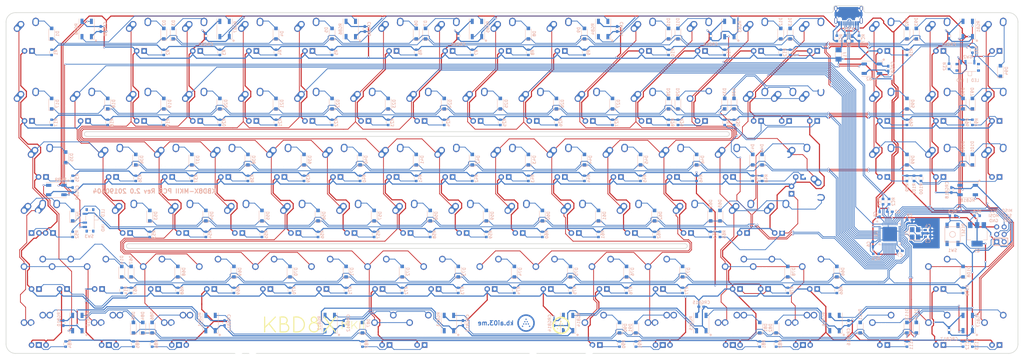
<source format=kicad_pcb>
(kicad_pcb (version 20171130) (host pcbnew "(5.1.8)-1")
  (layers (0 F.Cu signal) (31 B.Cu signal) (34 B.Paste user) (35 F.Paste user) (36 B.SilkS user) (37 F.SilkS user) (38 B.Mask user) (39 F.Mask user) (44 Edge.Cuts user))
  (net 0 "")
  (net 1 +5V)
  (net 2 "Net-(C2-Pad1)")
  (net 3 GND)
  (net 4 XTAL1)
  (net 5 XTAL2)
  (net 6 COL0)
  (net 7 ROW0)
  (net 8 "Net-(D1-Pad2)")
  (net 9 "Net-(D2-Pad2)")
  (net 10 "Net-(D3-Pad2)")
  (net 11 "Net-(D4-Pad2)")
  (net 12 "Net-(D5-Pad2)")
  (net 13 "Net-(D6-Pad2)")
  (net 14 "Net-(D7-Pad2)")
  (net 15 "Net-(D8-Pad2)")
  (net 16 "Net-(D9-Pad2)")
  (net 17 "Net-(D10-Pad2)")
  (net 18 "Net-(D11-Pad2)")
  (net 19 "Net-(D12-Pad2)")
  (net 20 "Net-(D13-Pad2)")
  (net 21 "Net-(D14-Pad2)")
  (net 22 ROW4)
  (net 23 "Net-(D17-Pad2)")
  (net 24 ROW1)
  (net 25 "Net-(D18-Pad2)")
  (net 26 "Net-(D19-Pad2)")
  (net 27 "Net-(D20-Pad2)")
  (net 28 "Net-(D21-Pad2)")
  (net 29 "Net-(D22-Pad2)")
  (net 30 "Net-(D23-Pad2)")
  (net 31 "Net-(D24-Pad2)")
  (net 32 "Net-(D25-Pad2)")
  (net 33 "Net-(D26-Pad2)")
  (net 34 "Net-(D27-Pad2)")
  (net 35 "Net-(D28-Pad2)")
  (net 36 "Net-(D29-Pad2)")
  (net 37 ROW3)
  (net 38 ROW2)
  (net 39 "Net-(D35-Pad2)")
  (net 40 "Net-(D36-Pad2)")
  (net 41 "Net-(D37-Pad2)")
  (net 42 "Net-(D38-Pad2)")
  (net 43 "Net-(D39-Pad2)")
  (net 44 "Net-(D40-Pad2)")
  (net 45 "Net-(D41-Pad2)")
  (net 46 "Net-(D42-Pad2)")
  (net 47 "Net-(D43-Pad2)")
  (net 48 "Net-(D44-Pad2)")
  (net 49 "Net-(D45-Pad2)")
  (net 50 "Net-(D46-Pad2)")
  (net 51 "Net-(D47-Pad2)")
  (net 52 "Net-(D48-Pad2)")
  (net 53 "Net-(D53-Pad2)")
  (net 54 "Net-(D54-Pad2)")
  (net 55 "Net-(D55-Pad2)")
  (net 56 "Net-(D56-Pad2)")
  (net 57 "Net-(D57-Pad2)")
  (net 58 "Net-(D58-Pad2)")
  (net 59 "Net-(D59-Pad2)")
  (net 60 "Net-(D60-Pad2)")
  (net 61 "Net-(D61-Pad2)")
  (net 62 "Net-(D62-Pad2)")
  (net 63 "Net-(D63-Pad2)")
  (net 64 "Net-(D65-Pad2)")
  (net 65 "Net-(D66-Pad2)")
  (net 66 "Net-(D67-Pad2)")
  (net 67 "Net-(D68-Pad2)")
  (net 68 "Net-(D69-Pad2)")
  (net 69 "Net-(D70-Pad2)")
  (net 70 "Net-(D71-Pad2)")
  (net 71 "Net-(D72-Pad2)")
  (net 72 "Net-(D73-Pad2)")
  (net 73 "Net-(D74-Pad2)")
  (net 74 "Net-(D75-Pad2)")
  (net 75 "Net-(D76-Pad2)")
  (net 76 "Net-(D77-Pad2)")
  (net 77 "Net-(D78-Pad2)")
  (net 78 ROW5)
  (net 79 "Net-(D81-Pad2)")
  (net 80 "Net-(D82-Pad2)")
  (net 81 "Net-(D84-Pad2)")
  (net 82 "Net-(D85-Pad2)")
  (net 83 "Net-(D86-Pad2)")
  (net 84 "Net-(D87-Pad2)")
  (net 85 "Net-(D90-Pad2)")
  (net 86 "Net-(D91-Pad2)")
  (net 87 "Net-(D92-Pad2)")
  (net 88 "Net-(D93-Pad2)")
  (net 89 "Net-(D94-Pad2)")
  (net 90 "Net-(D95-Pad2)")
  (net 91 "Net-(D96-Pad2)")
  (net 92 "Net-(D97-Pad2)")
  (net 93 "Net-(D99-Pad2)")
  (net 94 "Net-(D100-Pad2)")
  (net 95 "Net-(D101-Pad2)")
  (net 96 "Net-(D108-Pad2)")
  (net 97 "Net-(D111-Pad2)")
  (net 98 "Net-(D112-Pad2)")
  (net 99 "Net-(D113-Pad2)")
  (net 100 VCC)
  (net 101 COL2)
  (net 102 COL1)
  (net 103 "Net-(MX_.1-Pad4)")
  (net 104 "Net-(MX_,1-Pad4)")
  (net 105 COL3)
  (net 106 COL4)
  (net 107 COL5)
  (net 108 COL6)
  (net 109 COL7)
  (net 110 COL8)
  (net 111 "Net-(MX_/1-Pad4)")
  (net 112 "Net-(MX_=1-Pad4)")
  (net 113 "Net-(MX_B1-Pad4)")
  (net 114 "Net-(MX_C1-Pad4)")
  (net 115 "Net-(MX_M1-Pad4)")
  (net 116 "Net-(MX_N1-Pad4)")
  (net 117 "Net-(MX_RSHIFT1-Pad4)")
  (net 118 "Net-(MX_V1-Pad4)")
  (net 119 "Net-(MX_X1-Pad4)")
  (net 120 "Net-(MX_Z1-Pad4)")
  (net 121 "Net-(Q1-Pad1)")
  (net 122 LEDGND)
  (net 123 "Net-(RC1-Pad2)")
  (net 124 D-)
  (net 125 D+)
  (net 126 "Net-(RC2-Pad1)")
  (net 127 RESET)
  (net 128 "Net-(RC4-Pad1)")
  (net 129 "Net-(RC5-Pad1)")
  (net 130 "Net-(RC6-Pad2)")
  (net 131 "Net-(RC7-Pad2)")
  (net 132 "Net-(USB1-Pad9)")
  (net 133 "Net-(USB1-Pad3)")
  (net 134 "Net-(D30-Pad2)")
  (net 135 "Net-(D31-Pad2)")
  (net 136 "Net-(D52-Pad2)")
  (net 137 "Net-(MX_DN1-Pad4)")
  (net 138 "Net-(MX_LALT1-Pad4)")
  (net 139 "Net-(MX_LCTRL1-Pad4)")
  (net 140 "Net-(MX_LFT1-Pad4)")
  (net 141 "Net-(MX_LGUI1-Pad4)")
  (net 142 "Net-(MX_LSHIFT1-Pad4)")
  (net 143 "Net-(MX_LSHIFT3-Pad4)")
  (net 144 "Net-(MX_RALT1-Pad4)")
  (net 145 "Net-(MX_RALT2-Pad4)")
  (net 146 "Net-(MX_RCTRL1-Pad4)")
  (net 147 "Net-(MX_RGUI2-Pad4)")
  (net 148 "Net-(MX_RSHIFT3-Pad4)")
  (net 149 "Net-(MX_RT1-Pad4)")
  (net 150 "Net-(MX_SP1-Pad4)")
  (net 151 "Net-(MX_UP1-Pad4)")
  (net 152 CAPS_LEDGND)
  (net 153 SLOCK_LEDGND)
  (net 154 "Net-(R32-Pad1)")
  (net 155 "Net-(R52-Pad2)")
  (net 156 SLOCK_IND)
  (net 157 CAPS_IND)
  (net 158 RGBLED)
  (net 159 "Net-(RGB1-Pad2)")
  (net 160 "Net-(RGB2-Pad2)")
  (net 161 "Net-(RGB3-Pad2)")
  (net 162 "Net-(RGB4-Pad2)")
  (net 163 "Net-(RGB5-Pad2)")
  (net 164 "Net-(RGB6-Pad2)")
  (net 165 "Net-(RGB7-Pad2)")
  (net 166 "Net-(RGB8-Pad2)")
  (net 167 "Net-(RGB10-Pad4)")
  (net 168 "Net-(RGB10-Pad2)")
  (net 169 "Net-(RGB11-Pad2)")
  (net 170 "Net-(RGB12-Pad2)")
  (net 171 "Net-(RGB13-Pad2)")
  (net 172 "Net-(RGB14-Pad2)")
  (net 173 "Net-(RGB15-Pad2)")
  (net 174 "Net-(RGB16-Pad2)")
  (net 175 "Net-(RGB17-Pad2)")
  (net 176 "Net-(RGB18-Pad2)")
  (net 177 ROW9)
  (net 178 ROW6)
  (net 179 ROW7)
  (net 180 ROW8)
  (net 181 ROW10)
  (net 182 ROW11)
  (net 183 "Net-(U1-Pad42)")
  (net 184 "Net-(R1-Pad1)")
  (net 185 "Net-(R2-Pad1)")
  (net 186 "Net-(R3-Pad1)")
  (net 187 "Net-(R4-Pad1)")
  (net 188 "Net-(R5-Pad1)")
  (net 189 "Net-(R6-Pad1)")
  (net 190 "Net-(R7-Pad1)")
  (net 191 "Net-(R8-Pad1)")
  (net 192 "Net-(R9-Pad1)")
  (net 193 "Net-(R10-Pad1)")
  (net 194 "Net-(R11-Pad1)")
  (net 195 "Net-(R12-Pad1)")
  (net 196 "Net-(R13-Pad1)")
  (net 197 "Net-(R16-Pad1)")
  (net 198 "Net-(R33-Pad1)")
  (net 199 "Net-(R17-Pad1)")
  (net 200 "Net-(R18-Pad1)")
  (net 201 "Net-(R19-Pad1)")
  (net 202 "Net-(R20-Pad1)")
  (net 203 "Net-(R21-Pad1)")
  (net 204 "Net-(R22-Pad1)")
  (net 205 "Net-(R23-Pad1)")
  (net 206 "Net-(R24-Pad1)")
  (net 207 "Net-(R25-Pad1)")
  (net 208 "Net-(R26-Pad1)")
  (net 209 "Net-(R27-Pad1)")
  (net 210 "Net-(R28-Pad1)")
  (net 211 "Net-(R30-Pad1)")
  (net 212 "Net-(R95-Pad1)")
  (net 213 "Net-(R96-Pad1)")
  (net 214 "Net-(R97-Pad1)")
  (net 215 "Net-(R35-Pad1)")
  (net 216 "Net-(R36-Pad1)")
  (net 217 "Net-(R37-Pad1)")
  (net 218 "Net-(R38-Pad1)")
  (net 219 "Net-(R39-Pad1)")
  (net 220 "Net-(R40-Pad1)")
  (net 221 "Net-(R41-Pad1)")
  (net 222 "Net-(R42-Pad1)")
  (net 223 "Net-(R43-Pad1)")
  (net 224 "Net-(R44-Pad1)")
  (net 225 "Net-(R45-Pad1)")
  (net 226 "Net-(R46-Pad1)")
  (net 227 "Net-(R47-Pad1)")
  (net 228 "Net-(R48-Pad1)")
  (net 229 "Net-(R99-Pad1)")
  (net 230 "Net-(R100-Pad1)")
  (net 231 "Net-(R101-Pad1)")
  (net 232 "Net-(R53-Pad1)")
  (net 233 "Net-(R54-Pad1)")
  (net 234 "Net-(R55-Pad1)")
  (net 235 "Net-(R56-Pad1)")
  (net 236 "Net-(R57-Pad1)")
  (net 237 "Net-(R58-Pad1)")
  (net 238 "Net-(R59-Pad1)")
  (net 239 "Net-(R60-Pad1)")
  (net 240 "Net-(R61-Pad1)")
  (net 241 "Net-(R62-Pad1)")
  (net 242 "Net-(R63-Pad1)")
  (net 243 "Net-(R31-Pad1)")
  (net 244 "Net-(R65-Pad1)")
  (module MX_Alps_Hybrid:MX-ISO-ReversedStabilizers (layer F.Cu) (at 311.94375 92.075)
    (fp_text reference SW_RETURN2)
    (fp_text value ISO)
    (pad "" np_thru_hole circle (at -8.255 -11.938) (size 3.9878 3.9878) (drill 3.9878) (layers *.Cu *.Mask))
    (pad "" np_thru_hole circle (at -8.255 11.938) (size 3.9878 3.9878) (drill 3.9878) (layers *.Cu *.Mask))
    (pad "" np_thru_hole circle (at 6.985 -11.938) (size 3.048 3.048) (drill 3.048) (layers *.Cu *.Mask))
    (pad "" np_thru_hole circle (at 6.985 11.938) (size 3.048 3.048) (drill 3.048) (layers *.Cu *.Mask))
    (pad "" np_thru_hole circle (at 0 5.08 48.0996) (size 1.7018 1.7018) (drill 1.7018) (layers *.Cu *.Mask))
    (pad "" np_thru_hole circle (at 0 -5.08 48.0996) (size 1.7018 1.7018) (drill 1.7018) (layers *.Cu *.Mask))
    (pad 3 thru_hole circle (at -5.08 -1.27) (size 1.905 1.905) (drill 1.04) (layers *.Cu B.Mask) (net 1 +5V))
    (pad 4 thru_hole rect (at -5.08 1.27) (size 1.905 1.905) (drill 1.04) (layers *.Cu B.Mask) (net 244 "Net-(R65-Pad1)"))
    (pad 1 thru_hole circle (at 4 -2.5) (size 2.25 2.25) (drill 1.47) (layers *.Cu B.Mask) (net 108 COL6))
    (pad "" np_thru_hole circle (at 0 0) (size 3.9878 3.9878) (drill 3.9878) (layers *.Cu *.Mask))
    (pad 1 thru_hole oval (at 2.54 -3.81 318.1) (size 4.211556 2.25) (drill 1.47 (offset 0.980778 0)) (layers *.Cu B.Mask) (net 108 COL6))
    (pad 2 thru_hole circle (at 5.08 2.54) (size 2.25 2.25) (drill 1.47) (layers *.Cu B.Mask) (net 64 "Net-(D65-Pad2)"))
    (pad 2 thru_hole oval (at 4.5 2.5 356.1) (size 2.831378 2.25) (drill 1.47 (offset 0.290689 0)) (layers *.Cu B.Mask) (net 64 "Net-(D65-Pad2)"))
  )
  (module MX_Alps_Hybrid:MX-2.25U (layer F.Cu) (at 302.41875 101.6)
    (fp_text reference SW_RETURN1)
    (fp_text value 2.25U)
    (pad "" np_thru_hole circle (at 11.938 8.255) (size 3.9878 3.9878) (drill 3.9878) (layers *.Cu *.Mask))
    (pad "" np_thru_hole circle (at -11.938 8.255) (size 3.9878 3.9878) (drill 3.9878) (layers *.Cu *.Mask))
    (pad "" np_thru_hole circle (at 11.938 -6.985) (size 3.048 3.048) (drill 3.048) (layers *.Cu *.Mask))
    (pad "" np_thru_hole circle (at -11.938 -6.985) (size 3.048 3.048) (drill 3.048) (layers *.Cu *.Mask))
    (pad "" np_thru_hole circle (at 5.08 0 48.0996) (size 1.75 1.75) (drill 1.75) (layers *.Cu *.Mask))
    (pad "" np_thru_hole circle (at -5.08 0 48.0996) (size 1.75 1.75) (drill 1.75) (layers *.Cu *.Mask))
    (pad 4 thru_hole rect (at 1.27 5.08) (size 1.905 1.905) (drill 1.04) (layers *.Cu B.Mask) (net 244 "Net-(R65-Pad1)"))
    (pad 3 thru_hole circle (at -1.27 5.08) (size 1.905 1.905) (drill 1.04) (layers *.Cu B.Mask) (net 1 +5V))
    (pad 1 thru_hole circle (at -2.5 -4) (size 2.25 2.25) (drill 1.47) (layers *.Cu B.Mask) (net 108 COL6))
    (pad "" np_thru_hole circle (at 0 0) (size 3.9878 3.9878) (drill 3.9878) (layers *.Cu *.Mask))
    (pad 1 thru_hole oval (at -3.81 -2.54 48.0996) (size 4.211556 2.25) (drill 1.47 (offset 0.980778 0)) (layers *.Cu B.Mask) (net 108 COL6))
    (pad 2 thru_hole circle (at 2.54 -5.08) (size 2.25 2.25) (drill 1.47) (layers *.Cu B.Mask) (net 64 "Net-(D65-Pad2)"))
    (pad 2 thru_hole oval (at 2.5 -4.5 86.0548) (size 2.831378 2.25) (drill 1.47 (offset 0.290689 0)) (layers *.Cu B.Mask) (net 64 "Net-(D65-Pad2)"))
  )
  (module MX_Alps_Hybrid:MX-1U (layer F.Cu) (at 314.325 63.5)
    (fp_text reference SW_BACK3)
    (fp_text value 1U)
    (pad "" np_thru_hole circle (at 5.08 0 48.0996) (size 1.75 1.75) (drill 1.75) (layers *.Cu *.Mask))
    (pad "" np_thru_hole circle (at -5.08 0 48.0996) (size 1.75 1.75) (drill 1.75) (layers *.Cu *.Mask))
    (pad 4 thru_hole rect (at 1.27 5.08) (size 1.905 1.905) (drill 1.04) (layers *.Cu B.Mask) (net 243 "Net-(R31-Pad1)"))
    (pad 3 thru_hole circle (at -1.27 5.08) (size 1.905 1.905) (drill 1.04) (layers *.Cu B.Mask) (net 1 +5V))
    (pad 1 thru_hole circle (at -2.5 -4) (size 2.25 2.25) (drill 1.47) (layers *.Cu B.Mask) (net 108 COL6))
    (pad "" np_thru_hole circle (at 0 0) (size 3.9878 3.9878) (drill 3.9878) (layers *.Cu *.Mask))
    (pad 1 thru_hole oval (at -3.81 -2.54 48.0996) (size 4.211556 2.25) (drill 1.47 (offset 0.980778 0)) (layers *.Cu B.Mask) (net 108 COL6))
    (pad 2 thru_hole circle (at 2.54 -5.08) (size 2.25 2.25) (drill 1.47) (layers *.Cu B.Mask) (net 135 "Net-(D31-Pad2)"))
    (pad 2 thru_hole oval (at 2.5 -4.5 86.0548) (size 2.831378 2.25) (drill 1.47 (offset 0.290689 0)) (layers *.Cu B.Mask) (net 135 "Net-(D31-Pad2)"))
  )
  (module MX_Alps_Hybrid:MX-1U (layer F.Cu) (at 100.0125 101.6)
    (fp_text reference SW_S1)
    (fp_text value 1U)
    (pad "" np_thru_hole circle (at 5.08 0 48.0996) (size 1.75 1.75) (drill 1.75) (layers *.Cu *.Mask))
    (pad "" np_thru_hole circle (at -5.08 0 48.0996) (size 1.75 1.75) (drill 1.75) (layers *.Cu *.Mask))
    (pad 4 thru_hole rect (at 1.27 5.08) (size 1.905 1.905) (drill 1.04) (layers *.Cu B.Mask) (net 233 "Net-(R54-Pad1)"))
    (pad 3 thru_hole circle (at -1.27 5.08) (size 1.905 1.905) (drill 1.04) (layers *.Cu B.Mask) (net 1 +5V))
    (pad 1 thru_hole circle (at -2.5 -4) (size 2.25 2.25) (drill 1.47) (layers *.Cu B.Mask) (net 102 COL1))
    (pad "" np_thru_hole circle (at 0 0) (size 3.9878 3.9878) (drill 3.9878) (layers *.Cu *.Mask))
    (pad 1 thru_hole oval (at -3.81 -2.54 48.0996) (size 4.211556 2.25) (drill 1.47 (offset 0.980778 0)) (layers *.Cu B.Mask) (net 102 COL1))
    (pad 2 thru_hole circle (at 2.54 -5.08) (size 2.25 2.25) (drill 1.47) (layers *.Cu B.Mask) (net 54 "Net-(D54-Pad2)"))
    (pad 2 thru_hole oval (at 2.5 -4.5 86.0548) (size 2.831378 2.25) (drill 1.47 (offset 0.290689 0)) (layers *.Cu B.Mask) (net 54 "Net-(D54-Pad2)"))
  )
  (module MX_Alps_Hybrid:MX-1U (layer F.Cu) (at 233.3625 101.6)
    (fp_text reference SW_L1)
    (fp_text value 1U)
    (pad "" np_thru_hole circle (at 5.08 0 48.0996) (size 1.75 1.75) (drill 1.75) (layers *.Cu *.Mask))
    (pad "" np_thru_hole circle (at -5.08 0 48.0996) (size 1.75 1.75) (drill 1.75) (layers *.Cu *.Mask))
    (pad 4 thru_hole rect (at 1.27 5.08) (size 1.905 1.905) (drill 1.04) (layers *.Cu B.Mask) (net 240 "Net-(R61-Pad1)"))
    (pad 3 thru_hole circle (at -1.27 5.08) (size 1.905 1.905) (drill 1.04) (layers *.Cu B.Mask) (net 1 +5V))
    (pad 1 thru_hole circle (at -2.5 -4) (size 2.25 2.25) (drill 1.47) (layers *.Cu B.Mask) (net 106 COL4))
    (pad "" np_thru_hole circle (at 0 0) (size 3.9878 3.9878) (drill 3.9878) (layers *.Cu *.Mask))
    (pad 1 thru_hole oval (at -3.81 -2.54 48.0996) (size 4.211556 2.25) (drill 1.47 (offset 0.980778 0)) (layers *.Cu B.Mask) (net 106 COL4))
    (pad 2 thru_hole circle (at 2.54 -5.08) (size 2.25 2.25) (drill 1.47) (layers *.Cu B.Mask) (net 61 "Net-(D61-Pad2)"))
    (pad 2 thru_hole oval (at 2.5 -4.5 86.0548) (size 2.831378 2.25) (drill 1.47 (offset 0.290689 0)) (layers *.Cu B.Mask) (net 61 "Net-(D61-Pad2)"))
  )
  (module MX_Alps_Hybrid:MX-1U (layer F.Cu) (at 214.3125 101.6)
    (fp_text reference SW_K1)
    (fp_text value 1U)
    (pad "" np_thru_hole circle (at 5.08 0 48.0996) (size 1.75 1.75) (drill 1.75) (layers *.Cu *.Mask))
    (pad "" np_thru_hole circle (at -5.08 0 48.0996) (size 1.75 1.75) (drill 1.75) (layers *.Cu *.Mask))
    (pad 4 thru_hole rect (at 1.27 5.08) (size 1.905 1.905) (drill 1.04) (layers *.Cu B.Mask) (net 239 "Net-(R60-Pad1)"))
    (pad 3 thru_hole circle (at -1.27 5.08) (size 1.905 1.905) (drill 1.04) (layers *.Cu B.Mask) (net 1 +5V))
    (pad 1 thru_hole circle (at -2.5 -4) (size 2.25 2.25) (drill 1.47) (layers *.Cu B.Mask) (net 106 COL4))
    (pad "" np_thru_hole circle (at 0 0) (size 3.9878 3.9878) (drill 3.9878) (layers *.Cu *.Mask))
    (pad 1 thru_hole oval (at -3.81 -2.54 48.0996) (size 4.211556 2.25) (drill 1.47 (offset 0.980778 0)) (layers *.Cu B.Mask) (net 106 COL4))
    (pad 2 thru_hole circle (at 2.54 -5.08) (size 2.25 2.25) (drill 1.47) (layers *.Cu B.Mask) (net 60 "Net-(D60-Pad2)"))
    (pad 2 thru_hole oval (at 2.5 -4.5 86.0548) (size 2.831378 2.25) (drill 1.47 (offset 0.290689 0)) (layers *.Cu B.Mask) (net 60 "Net-(D60-Pad2)"))
  )
  (module MX_Alps_Hybrid:MX-1U (layer F.Cu) (at 195.2625 101.6)
    (fp_text reference SW_J1)
    (fp_text value 1U)
    (pad "" np_thru_hole circle (at 5.08 0 48.0996) (size 1.75 1.75) (drill 1.75) (layers *.Cu *.Mask))
    (pad "" np_thru_hole circle (at -5.08 0 48.0996) (size 1.75 1.75) (drill 1.75) (layers *.Cu *.Mask))
    (pad 4 thru_hole rect (at 1.27 5.08) (size 1.905 1.905) (drill 1.04) (layers *.Cu B.Mask) (net 238 "Net-(R59-Pad1)"))
    (pad 3 thru_hole circle (at -1.27 5.08) (size 1.905 1.905) (drill 1.04) (layers *.Cu B.Mask) (net 1 +5V))
    (pad 1 thru_hole circle (at -2.5 -4) (size 2.25 2.25) (drill 1.47) (layers *.Cu B.Mask) (net 105 COL3))
    (pad "" np_thru_hole circle (at 0 0) (size 3.9878 3.9878) (drill 3.9878) (layers *.Cu *.Mask))
    (pad 1 thru_hole oval (at -3.81 -2.54 48.0996) (size 4.211556 2.25) (drill 1.47 (offset 0.980778 0)) (layers *.Cu B.Mask) (net 105 COL3))
    (pad 2 thru_hole circle (at 2.54 -5.08) (size 2.25 2.25) (drill 1.47) (layers *.Cu B.Mask) (net 59 "Net-(D59-Pad2)"))
    (pad 2 thru_hole oval (at 2.5 -4.5 86.0548) (size 2.831378 2.25) (drill 1.47 (offset 0.290689 0)) (layers *.Cu B.Mask) (net 59 "Net-(D59-Pad2)"))
  )
  (module MX_Alps_Hybrid:MX-1U (layer F.Cu) (at 176.2125 101.6)
    (fp_text reference SW_H1)
    (fp_text value 1U)
    (pad "" np_thru_hole circle (at 5.08 0 48.0996) (size 1.75 1.75) (drill 1.75) (layers *.Cu *.Mask))
    (pad "" np_thru_hole circle (at -5.08 0 48.0996) (size 1.75 1.75) (drill 1.75) (layers *.Cu *.Mask))
    (pad 4 thru_hole rect (at 1.27 5.08) (size 1.905 1.905) (drill 1.04) (layers *.Cu B.Mask) (net 237 "Net-(R58-Pad1)"))
    (pad 3 thru_hole circle (at -1.27 5.08) (size 1.905 1.905) (drill 1.04) (layers *.Cu B.Mask) (net 1 +5V))
    (pad 1 thru_hole circle (at -2.5 -4) (size 2.25 2.25) (drill 1.47) (layers *.Cu B.Mask) (net 105 COL3))
    (pad "" np_thru_hole circle (at 0 0) (size 3.9878 3.9878) (drill 3.9878) (layers *.Cu *.Mask))
    (pad 1 thru_hole oval (at -3.81 -2.54 48.0996) (size 4.211556 2.25) (drill 1.47 (offset 0.980778 0)) (layers *.Cu B.Mask) (net 105 COL3))
    (pad 2 thru_hole circle (at 2.54 -5.08) (size 2.25 2.25) (drill 1.47) (layers *.Cu B.Mask) (net 58 "Net-(D58-Pad2)"))
    (pad 2 thru_hole oval (at 2.5 -4.5 86.0548) (size 2.831378 2.25) (drill 1.47 (offset 0.290689 0)) (layers *.Cu B.Mask) (net 58 "Net-(D58-Pad2)"))
  )
  (module MX_Alps_Hybrid:MX-1U (layer F.Cu) (at 157.1625 101.6)
    (fp_text reference SW_G1)
    (fp_text value 1U)
    (pad "" np_thru_hole circle (at 5.08 0 48.0996) (size 1.75 1.75) (drill 1.75) (layers *.Cu *.Mask))
    (pad "" np_thru_hole circle (at -5.08 0 48.0996) (size 1.75 1.75) (drill 1.75) (layers *.Cu *.Mask))
    (pad 4 thru_hole rect (at 1.27 5.08) (size 1.905 1.905) (drill 1.04) (layers *.Cu B.Mask) (net 236 "Net-(R57-Pad1)"))
    (pad 3 thru_hole circle (at -1.27 5.08) (size 1.905 1.905) (drill 1.04) (layers *.Cu B.Mask) (net 1 +5V))
    (pad 1 thru_hole circle (at -2.5 -4) (size 2.25 2.25) (drill 1.47) (layers *.Cu B.Mask) (net 101 COL2))
    (pad "" np_thru_hole circle (at 0 0) (size 3.9878 3.9878) (drill 3.9878) (layers *.Cu *.Mask))
    (pad 1 thru_hole oval (at -3.81 -2.54 48.0996) (size 4.211556 2.25) (drill 1.47 (offset 0.980778 0)) (layers *.Cu B.Mask) (net 101 COL2))
    (pad 2 thru_hole circle (at 2.54 -5.08) (size 2.25 2.25) (drill 1.47) (layers *.Cu B.Mask) (net 57 "Net-(D57-Pad2)"))
    (pad 2 thru_hole oval (at 2.5 -4.5 86.0548) (size 2.831378 2.25) (drill 1.47 (offset 0.290689 0)) (layers *.Cu B.Mask) (net 57 "Net-(D57-Pad2)"))
  )
  (module MX_Alps_Hybrid:MX-1U (layer F.Cu) (at 138.1125 101.6)
    (fp_text reference SW_F1)
    (fp_text value 1U)
    (pad "" np_thru_hole circle (at 5.08 0 48.0996) (size 1.75 1.75) (drill 1.75) (layers *.Cu *.Mask))
    (pad "" np_thru_hole circle (at -5.08 0 48.0996) (size 1.75 1.75) (drill 1.75) (layers *.Cu *.Mask))
    (pad 4 thru_hole rect (at 1.27 5.08) (size 1.905 1.905) (drill 1.04) (layers *.Cu B.Mask) (net 235 "Net-(R56-Pad1)"))
    (pad 3 thru_hole circle (at -1.27 5.08) (size 1.905 1.905) (drill 1.04) (layers *.Cu B.Mask) (net 1 +5V))
    (pad 1 thru_hole circle (at -2.5 -4) (size 2.25 2.25) (drill 1.47) (layers *.Cu B.Mask) (net 101 COL2))
    (pad "" np_thru_hole circle (at 0 0) (size 3.9878 3.9878) (drill 3.9878) (layers *.Cu *.Mask))
    (pad 1 thru_hole oval (at -3.81 -2.54 48.0996) (size 4.211556 2.25) (drill 1.47 (offset 0.980778 0)) (layers *.Cu B.Mask) (net 101 COL2))
    (pad 2 thru_hole circle (at 2.54 -5.08) (size 2.25 2.25) (drill 1.47) (layers *.Cu B.Mask) (net 56 "Net-(D56-Pad2)"))
    (pad 2 thru_hole oval (at 2.5 -4.5 86.0548) (size 2.831378 2.25) (drill 1.47 (offset 0.290689 0)) (layers *.Cu B.Mask) (net 56 "Net-(D56-Pad2)"))
  )
  (module MX_Alps_Hybrid:MX-1U (layer F.Cu) (at 119.0625 101.6)
    (fp_text reference SW_D1)
    (fp_text value 1U)
    (pad "" np_thru_hole circle (at 5.08 0 48.0996) (size 1.75 1.75) (drill 1.75) (layers *.Cu *.Mask))
    (pad "" np_thru_hole circle (at -5.08 0 48.0996) (size 1.75 1.75) (drill 1.75) (layers *.Cu *.Mask))
    (pad 4 thru_hole rect (at 1.27 5.08) (size 1.905 1.905) (drill 1.04) (layers *.Cu B.Mask) (net 234 "Net-(R55-Pad1)"))
    (pad 3 thru_hole circle (at -1.27 5.08) (size 1.905 1.905) (drill 1.04) (layers *.Cu B.Mask) (net 1 +5V))
    (pad 1 thru_hole circle (at -2.5 -4) (size 2.25 2.25) (drill 1.47) (layers *.Cu B.Mask) (net 102 COL1))
    (pad "" np_thru_hole circle (at 0 0) (size 3.9878 3.9878) (drill 3.9878) (layers *.Cu *.Mask))
    (pad 1 thru_hole oval (at -3.81 -2.54 48.0996) (size 4.211556 2.25) (drill 1.47 (offset 0.980778 0)) (layers *.Cu B.Mask) (net 102 COL1))
    (pad 2 thru_hole circle (at 2.54 -5.08) (size 2.25 2.25) (drill 1.47) (layers *.Cu B.Mask) (net 55 "Net-(D55-Pad2)"))
    (pad 2 thru_hole oval (at 2.5 -4.5 86.0548) (size 2.831378 2.25) (drill 1.47 (offset 0.290689 0)) (layers *.Cu B.Mask) (net 55 "Net-(D55-Pad2)"))
  )
  (module MX_Alps_Hybrid:MX-1.25U-FLIPPED (layer F.Cu) (at 50.00625 101.6)
    (fp_text reference SW_CLOCK2)
    (fp_text value 1.25U)
    (pad "" np_thru_hole circle (at 5.08 0 48.0996) (size 1.75 1.75) (drill 1.75) (layers *.Cu *.Mask))
    (pad "" np_thru_hole circle (at -5.08 0 48.0996) (size 1.75 1.75) (drill 1.75) (layers *.Cu *.Mask))
    (pad 4 thru_hole rect (at -1.27 5.08) (size 1.905 1.905) (drill 1.04) (layers *.Cu B.Mask) (net 152 CAPS_LEDGND))
    (pad 3 thru_hole circle (at 1.27 5.08) (size 1.905 1.905) (drill 1.04) (layers *.Cu B.Mask) (net 1 +5V))
    (pad 1 thru_hole circle (at -2.5 -4) (size 2.25 2.25) (drill 1.47) (layers *.Cu B.Mask) (net 136 "Net-(D52-Pad2)"))
    (pad "" np_thru_hole circle (at 0 0) (size 3.9878 3.9878) (drill 3.9878) (layers *.Cu *.Mask))
    (pad 1 thru_hole oval (at -3.81 -2.54 48.0996) (size 4.211556 2.25) (drill 1.47 (offset 0.980778 0)) (layers *.Cu B.Mask) (net 136 "Net-(D52-Pad2)"))
    (pad 2 thru_hole circle (at 2.54 -5.08) (size 2.25 2.25) (drill 1.47) (layers *.Cu B.Mask) (net 6 COL0))
    (pad 2 thru_hole oval (at 2.5 -4.5 86.0548) (size 2.831378 2.25) (drill 1.47 (offset 0.290689 0)) (layers *.Cu B.Mask) (net 6 COL0))
  )
  (module MX_Alps_Hybrid:MX-1.75U (layer F.Cu) (at 54.76875 101.6)
    (fp_text reference SW_CLOCK1)
    (fp_text value 1.75U)
    (pad "" np_thru_hole circle (at 5.08 0 48.0996) (size 1.75 1.75) (drill 1.75) (layers *.Cu *.Mask))
    (pad "" np_thru_hole circle (at -5.08 0 48.0996) (size 1.75 1.75) (drill 1.75) (layers *.Cu *.Mask))
    (pad 4 thru_hole rect (at 1.27 5.08) (size 1.905 1.905) (drill 1.04) (layers *.Cu B.Mask) (net 152 CAPS_LEDGND))
    (pad 3 thru_hole circle (at -1.27 5.08) (size 1.905 1.905) (drill 1.04) (layers *.Cu B.Mask) (net 1 +5V))
    (pad 1 thru_hole circle (at -2.5 -4) (size 2.25 2.25) (drill 1.47) (layers *.Cu B.Mask) (net 6 COL0))
    (pad "" np_thru_hole circle (at 0 0) (size 3.9878 3.9878) (drill 3.9878) (layers *.Cu *.Mask))
    (pad 1 thru_hole oval (at -3.81 -2.54 48.0996) (size 4.211556 2.25) (drill 1.47 (offset 0.980778 0)) (layers *.Cu B.Mask) (net 6 COL0))
    (pad 2 thru_hole circle (at 2.54 -5.08) (size 2.25 2.25) (drill 1.47) (layers *.Cu B.Mask) (net 136 "Net-(D52-Pad2)"))
    (pad 2 thru_hole oval (at 2.5 -4.5 86.0548) (size 2.831378 2.25) (drill 1.47 (offset 0.290689 0)) (layers *.Cu B.Mask) (net 136 "Net-(D52-Pad2)"))
  )
  (module MX_Alps_Hybrid:MX-1U (layer F.Cu) (at 80.9625 101.6)
    (fp_text reference SW_A1)
    (fp_text value 1U)
    (pad "" np_thru_hole circle (at 5.08 0 48.0996) (size 1.75 1.75) (drill 1.75) (layers *.Cu *.Mask))
    (pad "" np_thru_hole circle (at -5.08 0 48.0996) (size 1.75 1.75) (drill 1.75) (layers *.Cu *.Mask))
    (pad 4 thru_hole rect (at 1.27 5.08) (size 1.905 1.905) (drill 1.04) (layers *.Cu B.Mask) (net 232 "Net-(R53-Pad1)"))
    (pad 3 thru_hole circle (at -1.27 5.08) (size 1.905 1.905) (drill 1.04) (layers *.Cu B.Mask) (net 1 +5V))
    (pad 1 thru_hole circle (at -2.5 -4) (size 2.25 2.25) (drill 1.47) (layers *.Cu B.Mask) (net 6 COL0))
    (pad "" np_thru_hole circle (at 0 0) (size 3.9878 3.9878) (drill 3.9878) (layers *.Cu *.Mask))
    (pad 1 thru_hole oval (at -3.81 -2.54 48.0996) (size 4.211556 2.25) (drill 1.47 (offset 0.980778 0)) (layers *.Cu B.Mask) (net 6 COL0))
    (pad 2 thru_hole circle (at 2.54 -5.08) (size 2.25 2.25) (drill 1.47) (layers *.Cu B.Mask) (net 53 "Net-(D53-Pad2)"))
    (pad 2 thru_hole oval (at 2.5 -4.5 86.0548) (size 2.831378 2.25) (drill 1.47 (offset 0.290689 0)) (layers *.Cu B.Mask) (net 53 "Net-(D53-Pad2)"))
  )
  (module MX_Alps_Hybrid:MX-1U (layer F.Cu) (at 252.4125 101.6)
    (fp_text reference SW_;1)
    (fp_text value 1U)
    (pad "" np_thru_hole circle (at 5.08 0 48.0996) (size 1.75 1.75) (drill 1.75) (layers *.Cu *.Mask))
    (pad "" np_thru_hole circle (at -5.08 0 48.0996) (size 1.75 1.75) (drill 1.75) (layers *.Cu *.Mask))
    (pad 4 thru_hole rect (at 1.27 5.08) (size 1.905 1.905) (drill 1.04) (layers *.Cu B.Mask) (net 241 "Net-(R62-Pad1)"))
    (pad 3 thru_hole circle (at -1.27 5.08) (size 1.905 1.905) (drill 1.04) (layers *.Cu B.Mask) (net 1 +5V))
    (pad 1 thru_hole circle (at -2.5 -4) (size 2.25 2.25) (drill 1.47) (layers *.Cu B.Mask) (net 107 COL5))
    (pad "" np_thru_hole circle (at 0 0) (size 3.9878 3.9878) (drill 3.9878) (layers *.Cu *.Mask))
    (pad 1 thru_hole oval (at -3.81 -2.54 48.0996) (size 4.211556 2.25) (drill 1.47 (offset 0.980778 0)) (layers *.Cu B.Mask) (net 107 COL5))
    (pad 2 thru_hole circle (at 2.54 -5.08) (size 2.25 2.25) (drill 1.47) (layers *.Cu B.Mask) (net 62 "Net-(D62-Pad2)"))
    (pad 2 thru_hole oval (at 2.5 -4.5 86.0548) (size 2.831378 2.25) (drill 1.47 (offset 0.290689 0)) (layers *.Cu B.Mask) (net 62 "Net-(D62-Pad2)"))
  )
  (module MX_Alps_Hybrid:MX-1U (layer F.Cu) (at 271.4625 101.6)
    (fp_text reference SW_'1)
    (fp_text value 1U)
    (pad "" np_thru_hole circle (at 5.08 0 48.0996) (size 1.75 1.75) (drill 1.75) (layers *.Cu *.Mask))
    (pad "" np_thru_hole circle (at -5.08 0 48.0996) (size 1.75 1.75) (drill 1.75) (layers *.Cu *.Mask))
    (pad 4 thru_hole rect (at 1.27 5.08) (size 1.905 1.905) (drill 1.04) (layers *.Cu B.Mask) (net 242 "Net-(R63-Pad1)"))
    (pad 3 thru_hole circle (at -1.27 5.08) (size 1.905 1.905) (drill 1.04) (layers *.Cu B.Mask) (net 1 +5V))
    (pad 1 thru_hole circle (at -2.5 -4) (size 2.25 2.25) (drill 1.47) (layers *.Cu B.Mask) (net 107 COL5))
    (pad "" np_thru_hole circle (at 0 0) (size 3.9878 3.9878) (drill 3.9878) (layers *.Cu *.Mask))
    (pad 1 thru_hole oval (at -3.81 -2.54 48.0996) (size 4.211556 2.25) (drill 1.47 (offset 0.980778 0)) (layers *.Cu B.Mask) (net 107 COL5))
    (pad 2 thru_hole circle (at 2.54 -5.08) (size 2.25 2.25) (drill 1.47) (layers *.Cu B.Mask) (net 63 "Net-(D63-Pad2)"))
    (pad 2 thru_hole oval (at 2.5 -4.5 86.0548) (size 2.831378 2.25) (drill 1.47 (offset 0.290689 0)) (layers *.Cu B.Mask) (net 63 "Net-(D63-Pad2)"))
  )
  (module MX_Alps_Hybrid:MX-1.5U (layer F.Cu) (at 52.3875 82.55)
    (fp_text reference SW_TAB1)
    (fp_text value 1.5U)
    (pad "" np_thru_hole circle (at 5.08 0 48.0996) (size 1.75 1.75) (drill 1.75) (layers *.Cu *.Mask))
    (pad "" np_thru_hole circle (at -5.08 0 48.0996) (size 1.75 1.75) (drill 1.75) (layers *.Cu *.Mask))
    (pad 4 thru_hole rect (at 1.27 5.08) (size 1.905 1.905) (drill 1.04) (layers *.Cu B.Mask) (net 215 "Net-(R35-Pad1)"))
    (pad 3 thru_hole circle (at -1.27 5.08) (size 1.905 1.905) (drill 1.04) (layers *.Cu B.Mask) (net 1 +5V))
    (pad 1 thru_hole circle (at -2.5 -4) (size 2.25 2.25) (drill 1.47) (layers *.Cu B.Mask) (net 6 COL0))
    (pad "" np_thru_hole circle (at 0 0) (size 3.9878 3.9878) (drill 3.9878) (layers *.Cu *.Mask))
    (pad 1 thru_hole oval (at -3.81 -2.54 48.0996) (size 4.211556 2.25) (drill 1.47 (offset 0.980778 0)) (layers *.Cu B.Mask) (net 6 COL0))
    (pad 2 thru_hole circle (at 2.54 -5.08) (size 2.25 2.25) (drill 1.47) (layers *.Cu B.Mask) (net 39 "Net-(D35-Pad2)"))
    (pad 2 thru_hole oval (at 2.5 -4.5 86.0548) (size 2.831378 2.25) (drill 1.47 (offset 0.290689 0)) (layers *.Cu B.Mask) (net 39 "Net-(D35-Pad2)"))
  )
  (module MX_Alps_Hybrid:MX-1U (layer F.Cu) (at 171.45 82.55)
    (fp_text reference SW_Y1)
    (fp_text value 1U)
    (pad "" np_thru_hole circle (at 5.08 0 48.0996) (size 1.75 1.75) (drill 1.75) (layers *.Cu *.Mask))
    (pad "" np_thru_hole circle (at -5.08 0 48.0996) (size 1.75 1.75) (drill 1.75) (layers *.Cu *.Mask))
    (pad 4 thru_hole rect (at 1.27 5.08) (size 1.905 1.905) (drill 1.04) (layers *.Cu B.Mask) (net 221 "Net-(R41-Pad1)"))
    (pad 3 thru_hole circle (at -1.27 5.08) (size 1.905 1.905) (drill 1.04) (layers *.Cu B.Mask) (net 1 +5V))
    (pad 1 thru_hole circle (at -2.5 -4) (size 2.25 2.25) (drill 1.47) (layers *.Cu B.Mask) (net 105 COL3))
    (pad "" np_thru_hole circle (at 0 0) (size 3.9878 3.9878) (drill 3.9878) (layers *.Cu *.Mask))
    (pad 1 thru_hole oval (at -3.81 -2.54 48.0996) (size 4.211556 2.25) (drill 1.47 (offset 0.980778 0)) (layers *.Cu B.Mask) (net 105 COL3))
    (pad 2 thru_hole circle (at 2.54 -5.08) (size 2.25 2.25) (drill 1.47) (layers *.Cu B.Mask) (net 45 "Net-(D41-Pad2)"))
    (pad 2 thru_hole oval (at 2.5 -4.5 86.0548) (size 2.831378 2.25) (drill 1.47 (offset 0.290689 0)) (layers *.Cu B.Mask) (net 45 "Net-(D41-Pad2)"))
  )
  (module MX_Alps_Hybrid:MX-1U (layer F.Cu) (at 95.25 82.55)
    (fp_text reference SW_W1)
    (fp_text value 1U)
    (pad "" np_thru_hole circle (at 5.08 0 48.0996) (size 1.75 1.75) (drill 1.75) (layers *.Cu *.Mask))
    (pad "" np_thru_hole circle (at -5.08 0 48.0996) (size 1.75 1.75) (drill 1.75) (layers *.Cu *.Mask))
    (pad 4 thru_hole rect (at 1.27 5.08) (size 1.905 1.905) (drill 1.04) (layers *.Cu B.Mask) (net 217 "Net-(R37-Pad1)"))
    (pad 3 thru_hole circle (at -1.27 5.08) (size 1.905 1.905) (drill 1.04) (layers *.Cu B.Mask) (net 1 +5V))
    (pad 1 thru_hole circle (at -2.5 -4) (size 2.25 2.25) (drill 1.47) (layers *.Cu B.Mask) (net 102 COL1))
    (pad "" np_thru_hole circle (at 0 0) (size 3.9878 3.9878) (drill 3.9878) (layers *.Cu *.Mask))
    (pad 1 thru_hole oval (at -3.81 -2.54 48.0996) (size 4.211556 2.25) (drill 1.47 (offset 0.980778 0)) (layers *.Cu B.Mask) (net 102 COL1))
    (pad 2 thru_hole circle (at 2.54 -5.08) (size 2.25 2.25) (drill 1.47) (layers *.Cu B.Mask) (net 41 "Net-(D37-Pad2)"))
    (pad 2 thru_hole oval (at 2.5 -4.5 86.0548) (size 2.831378 2.25) (drill 1.47 (offset 0.290689 0)) (layers *.Cu B.Mask) (net 41 "Net-(D37-Pad2)"))
  )
  (module MX_Alps_Hybrid:MX-1U (layer F.Cu) (at 190.5 82.55)
    (fp_text reference SW_U1)
    (fp_text value 1U)
    (pad "" np_thru_hole circle (at 5.08 0 48.0996) (size 1.75 1.75) (drill 1.75) (layers *.Cu *.Mask))
    (pad "" np_thru_hole circle (at -5.08 0 48.0996) (size 1.75 1.75) (drill 1.75) (layers *.Cu *.Mask))
    (pad 4 thru_hole rect (at 1.27 5.08) (size 1.905 1.905) (drill 1.04) (layers *.Cu B.Mask) (net 222 "Net-(R42-Pad1)"))
    (pad 3 thru_hole circle (at -1.27 5.08) (size 1.905 1.905) (drill 1.04) (layers *.Cu B.Mask) (net 1 +5V))
    (pad 1 thru_hole circle (at -2.5 -4) (size 2.25 2.25) (drill 1.47) (layers *.Cu B.Mask) (net 105 COL3))
    (pad "" np_thru_hole circle (at 0 0) (size 3.9878 3.9878) (drill 3.9878) (layers *.Cu *.Mask))
    (pad 1 thru_hole oval (at -3.81 -2.54 48.0996) (size 4.211556 2.25) (drill 1.47 (offset 0.980778 0)) (layers *.Cu B.Mask) (net 105 COL3))
    (pad 2 thru_hole circle (at 2.54 -5.08) (size 2.25 2.25) (drill 1.47) (layers *.Cu B.Mask) (net 46 "Net-(D42-Pad2)"))
    (pad 2 thru_hole oval (at 2.5 -4.5 86.0548) (size 2.831378 2.25) (drill 1.47 (offset 0.290689 0)) (layers *.Cu B.Mask) (net 46 "Net-(D42-Pad2)"))
  )
  (module MX_Alps_Hybrid:MX-1U (layer F.Cu) (at 152.4 82.55)
    (fp_text reference SW_T1)
    (fp_text value 1U)
    (pad "" np_thru_hole circle (at 5.08 0 48.0996) (size 1.75 1.75) (drill 1.75) (layers *.Cu *.Mask))
    (pad "" np_thru_hole circle (at -5.08 0 48.0996) (size 1.75 1.75) (drill 1.75) (layers *.Cu *.Mask))
    (pad 4 thru_hole rect (at 1.27 5.08) (size 1.905 1.905) (drill 1.04) (layers *.Cu B.Mask) (net 220 "Net-(R40-Pad1)"))
    (pad 3 thru_hole circle (at -1.27 5.08) (size 1.905 1.905) (drill 1.04) (layers *.Cu B.Mask) (net 1 +5V))
    (pad 1 thru_hole circle (at -2.5 -4) (size 2.25 2.25) (drill 1.47) (layers *.Cu B.Mask) (net 101 COL2))
    (pad "" np_thru_hole circle (at 0 0) (size 3.9878 3.9878) (drill 3.9878) (layers *.Cu *.Mask))
    (pad 1 thru_hole oval (at -3.81 -2.54 48.0996) (size 4.211556 2.25) (drill 1.47 (offset 0.980778 0)) (layers *.Cu B.Mask) (net 101 COL2))
    (pad 2 thru_hole circle (at 2.54 -5.08) (size 2.25 2.25) (drill 1.47) (layers *.Cu B.Mask) (net 44 "Net-(D40-Pad2)"))
    (pad 2 thru_hole oval (at 2.5 -4.5 86.0548) (size 2.831378 2.25) (drill 1.47 (offset 0.290689 0)) (layers *.Cu B.Mask) (net 44 "Net-(D40-Pad2)"))
  )
  (module MX_Alps_Hybrid:MX-1U (layer F.Cu) (at 133.35 82.55)
    (fp_text reference SW_R1)
    (fp_text value 1U)
    (pad "" np_thru_hole circle (at 5.08 0 48.0996) (size 1.75 1.75) (drill 1.75) (layers *.Cu *.Mask))
    (pad "" np_thru_hole circle (at -5.08 0 48.0996) (size 1.75 1.75) (drill 1.75) (layers *.Cu *.Mask))
    (pad 4 thru_hole rect (at 1.27 5.08) (size 1.905 1.905) (drill 1.04) (layers *.Cu B.Mask) (net 219 "Net-(R39-Pad1)"))
    (pad 3 thru_hole circle (at -1.27 5.08) (size 1.905 1.905) (drill 1.04) (layers *.Cu B.Mask) (net 1 +5V))
    (pad 1 thru_hole circle (at -2.5 -4) (size 2.25 2.25) (drill 1.47) (layers *.Cu B.Mask) (net 101 COL2))
    (pad "" np_thru_hole circle (at 0 0) (size 3.9878 3.9878) (drill 3.9878) (layers *.Cu *.Mask))
    (pad 1 thru_hole oval (at -3.81 -2.54 48.0996) (size 4.211556 2.25) (drill 1.47 (offset 0.980778 0)) (layers *.Cu B.Mask) (net 101 COL2))
    (pad 2 thru_hole circle (at 2.54 -5.08) (size 2.25 2.25) (drill 1.47) (layers *.Cu B.Mask) (net 43 "Net-(D39-Pad2)"))
    (pad 2 thru_hole oval (at 2.5 -4.5 86.0548) (size 2.831378 2.25) (drill 1.47 (offset 0.290689 0)) (layers *.Cu B.Mask) (net 43 "Net-(D39-Pad2)"))
  )
  (module MX_Alps_Hybrid:MX-1U (layer F.Cu) (at 76.2 82.55)
    (fp_text reference SW_Q1)
    (fp_text value 1U)
    (pad "" np_thru_hole circle (at 5.08 0 48.0996) (size 1.75 1.75) (drill 1.75) (layers *.Cu *.Mask))
    (pad "" np_thru_hole circle (at -5.08 0 48.0996) (size 1.75 1.75) (drill 1.75) (layers *.Cu *.Mask))
    (pad 4 thru_hole rect (at 1.27 5.08) (size 1.905 1.905) (drill 1.04) (layers *.Cu B.Mask) (net 216 "Net-(R36-Pad1)"))
    (pad 3 thru_hole circle (at -1.27 5.08) (size 1.905 1.905) (drill 1.04) (layers *.Cu B.Mask) (net 1 +5V))
    (pad 1 thru_hole circle (at -2.5 -4) (size 2.25 2.25) (drill 1.47) (layers *.Cu B.Mask) (net 6 COL0))
    (pad "" np_thru_hole circle (at 0 0) (size 3.9878 3.9878) (drill 3.9878) (layers *.Cu *.Mask))
    (pad 1 thru_hole oval (at -3.81 -2.54 48.0996) (size 4.211556 2.25) (drill 1.47 (offset 0.980778 0)) (layers *.Cu B.Mask) (net 6 COL0))
    (pad 2 thru_hole circle (at 2.54 -5.08) (size 2.25 2.25) (drill 1.47) (layers *.Cu B.Mask) (net 40 "Net-(D36-Pad2)"))
    (pad 2 thru_hole oval (at 2.5 -4.5 86.0548) (size 2.831378 2.25) (drill 1.47 (offset 0.290689 0)) (layers *.Cu B.Mask) (net 40 "Net-(D36-Pad2)"))
  )
  (module MX_Alps_Hybrid:MX-1U (layer F.Cu) (at 376.2375 82.55)
    (fp_text reference SW_PGDN1)
    (fp_text value 1U)
    (pad "" np_thru_hole circle (at 5.08 0 48.0996) (size 1.75 1.75) (drill 1.75) (layers *.Cu *.Mask))
    (pad "" np_thru_hole circle (at -5.08 0 48.0996) (size 1.75 1.75) (drill 1.75) (layers *.Cu *.Mask))
    (pad 4 thru_hole rect (at 1.27 5.08) (size 1.905 1.905) (drill 1.04) (layers *.Cu B.Mask) (net 231 "Net-(R101-Pad1)"))
    (pad 3 thru_hole circle (at -1.27 5.08) (size 1.905 1.905) (drill 1.04) (layers *.Cu B.Mask) (net 1 +5V))
    (pad 1 thru_hole circle (at -2.5 -4) (size 2.25 2.25) (drill 1.47) (layers *.Cu B.Mask) (net 110 COL8))
    (pad "" np_thru_hole circle (at 0 0) (size 3.9878 3.9878) (drill 3.9878) (layers *.Cu *.Mask))
    (pad 1 thru_hole oval (at -3.81 -2.54 48.0996) (size 4.211556 2.25) (drill 1.47 (offset 0.980778 0)) (layers *.Cu B.Mask) (net 110 COL8))
    (pad 2 thru_hole circle (at 2.54 -5.08) (size 2.25 2.25) (drill 1.47) (layers *.Cu B.Mask) (net 95 "Net-(D101-Pad2)"))
    (pad 2 thru_hole oval (at 2.5 -4.5 86.0548) (size 2.831378 2.25) (drill 1.47 (offset 0.290689 0)) (layers *.Cu B.Mask) (net 95 "Net-(D101-Pad2)"))
  )
  (module MX_Alps_Hybrid:MX-1U (layer F.Cu) (at 247.65 82.55)
    (fp_text reference SW_P1)
    (fp_text value 1U)
    (pad "" np_thru_hole circle (at 5.08 0 48.0996) (size 1.75 1.75) (drill 1.75) (layers *.Cu *.Mask))
    (pad "" np_thru_hole circle (at -5.08 0 48.0996) (size 1.75 1.75) (drill 1.75) (layers *.Cu *.Mask))
    (pad 4 thru_hole rect (at 1.27 5.08) (size 1.905 1.905) (drill 1.04) (layers *.Cu B.Mask) (net 225 "Net-(R45-Pad1)"))
    (pad 3 thru_hole circle (at -1.27 5.08) (size 1.905 1.905) (drill 1.04) (layers *.Cu B.Mask) (net 1 +5V))
    (pad 1 thru_hole circle (at -2.5 -4) (size 2.25 2.25) (drill 1.47) (layers *.Cu B.Mask) (net 107 COL5))
    (pad "" np_thru_hole circle (at 0 0) (size 3.9878 3.9878) (drill 3.9878) (layers *.Cu *.Mask))
    (pad 1 thru_hole oval (at -3.81 -2.54 48.0996) (size 4.211556 2.25) (drill 1.47 (offset 0.980778 0)) (layers *.Cu B.Mask) (net 107 COL5))
    (pad 2 thru_hole circle (at 2.54 -5.08) (size 2.25 2.25) (drill 1.47) (layers *.Cu B.Mask) (net 49 "Net-(D45-Pad2)"))
    (pad 2 thru_hole oval (at 2.5 -4.5 86.0548) (size 2.831378 2.25) (drill 1.47 (offset 0.290689 0)) (layers *.Cu B.Mask) (net 49 "Net-(D45-Pad2)"))
  )
  (module MX_Alps_Hybrid:MX-1U (layer F.Cu) (at 228.6 82.55)
    (fp_text reference SW_O1)
    (fp_text value 1U)
    (pad "" np_thru_hole circle (at 5.08 0 48.0996) (size 1.75 1.75) (drill 1.75) (layers *.Cu *.Mask))
    (pad "" np_thru_hole circle (at -5.08 0 48.0996) (size 1.75 1.75) (drill 1.75) (layers *.Cu *.Mask))
    (pad 4 thru_hole rect (at 1.27 5.08) (size 1.905 1.905) (drill 1.04) (layers *.Cu B.Mask) (net 224 "Net-(R44-Pad1)"))
    (pad 3 thru_hole circle (at -1.27 5.08) (size 1.905 1.905) (drill 1.04) (layers *.Cu B.Mask) (net 1 +5V))
    (pad 1 thru_hole circle (at -2.5 -4) (size 2.25 2.25) (drill 1.47) (layers *.Cu B.Mask) (net 106 COL4))
    (pad "" np_thru_hole circle (at 0 0) (size 3.9878 3.9878) (drill 3.9878) (layers *.Cu *.Mask))
    (pad 1 thru_hole oval (at -3.81 -2.54 48.0996) (size 4.211556 2.25) (drill 1.47 (offset 0.980778 0)) (layers *.Cu B.Mask) (net 106 COL4))
    (pad 2 thru_hole circle (at 2.54 -5.08) (size 2.25 2.25) (drill 1.47) (layers *.Cu B.Mask) (net 48 "Net-(D44-Pad2)"))
    (pad 2 thru_hole oval (at 2.5 -4.5 86.0548) (size 2.831378 2.25) (drill 1.47 (offset 0.290689 0)) (layers *.Cu B.Mask) (net 48 "Net-(D44-Pad2)"))
  )
  (module MX_Alps_Hybrid:MX-1U (layer F.Cu) (at 209.55 82.55)
    (fp_text reference SW_I1)
    (fp_text value 1U)
    (pad "" np_thru_hole circle (at 5.08 0 48.0996) (size 1.75 1.75) (drill 1.75) (layers *.Cu *.Mask))
    (pad "" np_thru_hole circle (at -5.08 0 48.0996) (size 1.75 1.75) (drill 1.75) (layers *.Cu *.Mask))
    (pad 4 thru_hole rect (at 1.27 5.08) (size 1.905 1.905) (drill 1.04) (layers *.Cu B.Mask) (net 223 "Net-(R43-Pad1)"))
    (pad 3 thru_hole circle (at -1.27 5.08) (size 1.905 1.905) (drill 1.04) (layers *.Cu B.Mask) (net 1 +5V))
    (pad 1 thru_hole circle (at -2.5 -4) (size 2.25 2.25) (drill 1.47) (layers *.Cu B.Mask) (net 106 COL4))
    (pad "" np_thru_hole circle (at 0 0) (size 3.9878 3.9878) (drill 3.9878) (layers *.Cu *.Mask))
    (pad 1 thru_hole oval (at -3.81 -2.54 48.0996) (size 4.211556 2.25) (drill 1.47 (offset 0.980778 0)) (layers *.Cu B.Mask) (net 106 COL4))
    (pad 2 thru_hole circle (at 2.54 -5.08) (size 2.25 2.25) (drill 1.47) (layers *.Cu B.Mask) (net 47 "Net-(D43-Pad2)"))
    (pad 2 thru_hole oval (at 2.5 -4.5 86.0548) (size 2.831378 2.25) (drill 1.47 (offset 0.290689 0)) (layers *.Cu B.Mask) (net 47 "Net-(D43-Pad2)"))
  )
  (module MX_Alps_Hybrid:MX-1U (layer F.Cu) (at 357.1875 82.55)
    (fp_text reference SW_END1)
    (fp_text value 1U)
    (pad "" np_thru_hole circle (at 5.08 0 48.0996) (size 1.75 1.75) (drill 1.75) (layers *.Cu *.Mask))
    (pad "" np_thru_hole circle (at -5.08 0 48.0996) (size 1.75 1.75) (drill 1.75) (layers *.Cu *.Mask))
    (pad 4 thru_hole rect (at 1.27 5.08) (size 1.905 1.905) (drill 1.04) (layers *.Cu B.Mask) (net 230 "Net-(R100-Pad1)"))
    (pad 3 thru_hole circle (at -1.27 5.08) (size 1.905 1.905) (drill 1.04) (layers *.Cu B.Mask) (net 1 +5V))
    (pad 1 thru_hole circle (at -2.5 -4) (size 2.25 2.25) (drill 1.47) (layers *.Cu B.Mask) (net 109 COL7))
    (pad "" np_thru_hole circle (at 0 0) (size 3.9878 3.9878) (drill 3.9878) (layers *.Cu *.Mask))
    (pad 1 thru_hole oval (at -3.81 -2.54 48.0996) (size 4.211556 2.25) (drill 1.47 (offset 0.980778 0)) (layers *.Cu B.Mask) (net 109 COL7))
    (pad 2 thru_hole circle (at 2.54 -5.08) (size 2.25 2.25) (drill 1.47) (layers *.Cu B.Mask) (net 94 "Net-(D100-Pad2)"))
    (pad 2 thru_hole oval (at 2.5 -4.5 86.0548) (size 2.831378 2.25) (drill 1.47 (offset 0.290689 0)) (layers *.Cu B.Mask) (net 94 "Net-(D100-Pad2)"))
  )
  (module MX_Alps_Hybrid:MX-1U (layer F.Cu) (at 114.3 82.55)
    (fp_text reference SW_E1)
    (fp_text value 1U)
    (pad "" np_thru_hole circle (at 5.08 0 48.0996) (size 1.75 1.75) (drill 1.75) (layers *.Cu *.Mask))
    (pad "" np_thru_hole circle (at -5.08 0 48.0996) (size 1.75 1.75) (drill 1.75) (layers *.Cu *.Mask))
    (pad 4 thru_hole rect (at 1.27 5.08) (size 1.905 1.905) (drill 1.04) (layers *.Cu B.Mask) (net 218 "Net-(R38-Pad1)"))
    (pad 3 thru_hole circle (at -1.27 5.08) (size 1.905 1.905) (drill 1.04) (layers *.Cu B.Mask) (net 1 +5V))
    (pad 1 thru_hole circle (at -2.5 -4) (size 2.25 2.25) (drill 1.47) (layers *.Cu B.Mask) (net 102 COL1))
    (pad "" np_thru_hole circle (at 0 0) (size 3.9878 3.9878) (drill 3.9878) (layers *.Cu *.Mask))
    (pad 1 thru_hole oval (at -3.81 -2.54 48.0996) (size 4.211556 2.25) (drill 1.47 (offset 0.980778 0)) (layers *.Cu B.Mask) (net 102 COL1))
    (pad 2 thru_hole circle (at 2.54 -5.08) (size 2.25 2.25) (drill 1.47) (layers *.Cu B.Mask) (net 42 "Net-(D38-Pad2)"))
    (pad 2 thru_hole oval (at 2.5 -4.5 86.0548) (size 2.831378 2.25) (drill 1.47 (offset 0.290689 0)) (layers *.Cu B.Mask) (net 42 "Net-(D38-Pad2)"))
  )
  (module MX_Alps_Hybrid:MX-1U (layer F.Cu) (at 338.1375 82.55)
    (fp_text reference SW_DEL1)
    (fp_text value 1U)
    (pad "" np_thru_hole circle (at 5.08 0 48.0996) (size 1.75 1.75) (drill 1.75) (layers *.Cu *.Mask))
    (pad "" np_thru_hole circle (at -5.08 0 48.0996) (size 1.75 1.75) (drill 1.75) (layers *.Cu *.Mask))
    (pad 4 thru_hole rect (at 1.27 5.08) (size 1.905 1.905) (drill 1.04) (layers *.Cu B.Mask) (net 229 "Net-(R99-Pad1)"))
    (pad 3 thru_hole circle (at -1.27 5.08) (size 1.905 1.905) (drill 1.04) (layers *.Cu B.Mask) (net 1 +5V))
    (pad 1 thru_hole circle (at -2.5 -4) (size 2.25 2.25) (drill 1.47) (layers *.Cu B.Mask) (net 109 COL7))
    (pad "" np_thru_hole circle (at 0 0) (size 3.9878 3.9878) (drill 3.9878) (layers *.Cu *.Mask))
    (pad 1 thru_hole oval (at -3.81 -2.54 48.0996) (size 4.211556 2.25) (drill 1.47 (offset 0.980778 0)) (layers *.Cu B.Mask) (net 109 COL7))
    (pad 2 thru_hole circle (at 2.54 -5.08) (size 2.25 2.25) (drill 1.47) (layers *.Cu B.Mask) (net 93 "Net-(D99-Pad2)"))
    (pad 2 thru_hole oval (at 2.5 -4.5 86.0548) (size 2.831378 2.25) (drill 1.47 (offset 0.290689 0)) (layers *.Cu B.Mask) (net 93 "Net-(D99-Pad2)"))
  )
  (module MX_Alps_Hybrid:MX-1U (layer F.Cu) (at 285.75 82.55)
    (fp_text reference SW_]1)
    (fp_text value 1U)
    (pad "" np_thru_hole circle (at 5.08 0 48.0996) (size 1.75 1.75) (drill 1.75) (layers *.Cu *.Mask))
    (pad "" np_thru_hole circle (at -5.08 0 48.0996) (size 1.75 1.75) (drill 1.75) (layers *.Cu *.Mask))
    (pad 4 thru_hole rect (at 1.27 5.08) (size 1.905 1.905) (drill 1.04) (layers *.Cu B.Mask) (net 227 "Net-(R47-Pad1)"))
    (pad 3 thru_hole circle (at -1.27 5.08) (size 1.905 1.905) (drill 1.04) (layers *.Cu B.Mask) (net 1 +5V))
    (pad 1 thru_hole circle (at -2.5 -4) (size 2.25 2.25) (drill 1.47) (layers *.Cu B.Mask) (net 108 COL6))
    (pad "" np_thru_hole circle (at 0 0) (size 3.9878 3.9878) (drill 3.9878) (layers *.Cu *.Mask))
    (pad 1 thru_hole oval (at -3.81 -2.54 48.0996) (size 4.211556 2.25) (drill 1.47 (offset 0.980778 0)) (layers *.Cu B.Mask) (net 108 COL6))
    (pad 2 thru_hole circle (at 2.54 -5.08) (size 2.25 2.25) (drill 1.47) (layers *.Cu B.Mask) (net 51 "Net-(D47-Pad2)"))
    (pad 2 thru_hole oval (at 2.5 -4.5 86.0548) (size 2.831378 2.25) (drill 1.47 (offset 0.290689 0)) (layers *.Cu B.Mask) (net 51 "Net-(D47-Pad2)"))
  )
  (module MX_Alps_Hybrid:MX-1U (layer F.Cu) (at 290.5125 101.6)
    (fp_text reference SW_\2)
    (fp_text value 1U)
    (pad "" np_thru_hole circle (at 5.08 0 48.0996) (size 1.75 1.75) (drill 1.75) (layers *.Cu *.Mask))
    (pad "" np_thru_hole circle (at -5.08 0 48.0996) (size 1.75 1.75) (drill 1.75) (layers *.Cu *.Mask))
    (pad 4 thru_hole rect (at 1.27 5.08) (size 1.905 1.905) (drill 1.04) (layers *.Cu B.Mask) (net 228 "Net-(R48-Pad1)"))
    (pad 3 thru_hole circle (at -1.27 5.08) (size 1.905 1.905) (drill 1.04) (layers *.Cu B.Mask) (net 1 +5V))
    (pad 1 thru_hole circle (at -2.5 -4) (size 2.25 2.25) (drill 1.47) (layers *.Cu B.Mask) (net 108 COL6))
    (pad "" np_thru_hole circle (at 0 0) (size 3.9878 3.9878) (drill 3.9878) (layers *.Cu *.Mask))
    (pad 1 thru_hole oval (at -3.81 -2.54 48.0996) (size 4.211556 2.25) (drill 1.47 (offset 0.980778 0)) (layers *.Cu B.Mask) (net 108 COL6))
    (pad 2 thru_hole circle (at 2.54 -5.08) (size 2.25 2.25) (drill 1.47) (layers *.Cu B.Mask) (net 52 "Net-(D48-Pad2)"))
    (pad 2 thru_hole oval (at 2.5 -4.5 86.0548) (size 2.831378 2.25) (drill 1.47 (offset 0.290689 0)) (layers *.Cu B.Mask) (net 52 "Net-(D48-Pad2)"))
  )
  (module MX_Alps_Hybrid:MX-1.5U (layer F.Cu) (at 309.5625 82.55)
    (fp_text reference SW_\1)
    (fp_text value 1.5U)
    (pad "" np_thru_hole circle (at 5.08 0 48.0996) (size 1.75 1.75) (drill 1.75) (layers *.Cu *.Mask))
    (pad "" np_thru_hole circle (at -5.08 0 48.0996) (size 1.75 1.75) (drill 1.75) (layers *.Cu *.Mask))
    (pad 4 thru_hole rect (at 1.27 5.08) (size 1.905 1.905) (drill 1.04) (layers *.Cu B.Mask) (net 228 "Net-(R48-Pad1)"))
    (pad 3 thru_hole circle (at -1.27 5.08) (size 1.905 1.905) (drill 1.04) (layers *.Cu B.Mask) (net 1 +5V))
    (pad 1 thru_hole circle (at -2.5 -4) (size 2.25 2.25) (drill 1.47) (layers *.Cu B.Mask) (net 108 COL6))
    (pad "" np_thru_hole circle (at 0 0) (size 3.9878 3.9878) (drill 3.9878) (layers *.Cu *.Mask))
    (pad 1 thru_hole oval (at -3.81 -2.54 48.0996) (size 4.211556 2.25) (drill 1.47 (offset 0.980778 0)) (layers *.Cu B.Mask) (net 108 COL6))
    (pad 2 thru_hole circle (at 2.54 -5.08) (size 2.25 2.25) (drill 1.47) (layers *.Cu B.Mask) (net 52 "Net-(D48-Pad2)"))
    (pad 2 thru_hole oval (at 2.5 -4.5 86.0548) (size 2.831378 2.25) (drill 1.47 (offset 0.290689 0)) (layers *.Cu B.Mask) (net 52 "Net-(D48-Pad2)"))
  )
  (module MX_Alps_Hybrid:MX-1U (layer F.Cu) (at 266.7 82.55)
    (fp_text reference SW_[1)
    (fp_text value 1U)
    (pad "" np_thru_hole circle (at 5.08 0 48.0996) (size 1.75 1.75) (drill 1.75) (layers *.Cu *.Mask))
    (pad "" np_thru_hole circle (at -5.08 0 48.0996) (size 1.75 1.75) (drill 1.75) (layers *.Cu *.Mask))
    (pad 4 thru_hole rect (at 1.27 5.08) (size 1.905 1.905) (drill 1.04) (layers *.Cu B.Mask) (net 226 "Net-(R46-Pad1)"))
    (pad 3 thru_hole circle (at -1.27 5.08) (size 1.905 1.905) (drill 1.04) (layers *.Cu B.Mask) (net 1 +5V))
    (pad 1 thru_hole circle (at -2.5 -4) (size 2.25 2.25) (drill 1.47) (layers *.Cu B.Mask) (net 107 COL5))
    (pad "" np_thru_hole circle (at 0 0) (size 3.9878 3.9878) (drill 3.9878) (layers *.Cu *.Mask))
    (pad 1 thru_hole oval (at -3.81 -2.54 48.0996) (size 4.211556 2.25) (drill 1.47 (offset 0.980778 0)) (layers *.Cu B.Mask) (net 107 COL5))
    (pad 2 thru_hole circle (at 2.54 -5.08) (size 2.25 2.25) (drill 1.47) (layers *.Cu B.Mask) (net 50 "Net-(D46-Pad2)"))
    (pad 2 thru_hole oval (at 2.5 -4.5 86.0548) (size 2.831378 2.25) (drill 1.47 (offset 0.290689 0)) (layers *.Cu B.Mask) (net 50 "Net-(D46-Pad2)"))
  )
  (module MX_Alps_Hybrid:MX-1U (layer F.Cu) (at 338.1375 63.5)
    (fp_text reference SW_INS1)
    (fp_text value 1U)
    (pad "" np_thru_hole circle (at 5.08 0 48.0996) (size 1.75 1.75) (drill 1.75) (layers *.Cu *.Mask))
    (pad "" np_thru_hole circle (at -5.08 0 48.0996) (size 1.75 1.75) (drill 1.75) (layers *.Cu *.Mask))
    (pad 4 thru_hole rect (at 1.27 5.08) (size 1.905 1.905) (drill 1.04) (layers *.Cu B.Mask) (net 212 "Net-(R95-Pad1)"))
    (pad 3 thru_hole circle (at -1.27 5.08) (size 1.905 1.905) (drill 1.04) (layers *.Cu B.Mask) (net 1 +5V))
    (pad 1 thru_hole circle (at -2.5 -4) (size 2.25 2.25) (drill 1.47) (layers *.Cu B.Mask) (net 109 COL7))
    (pad "" np_thru_hole circle (at 0 0) (size 3.9878 3.9878) (drill 3.9878) (layers *.Cu *.Mask))
    (pad 1 thru_hole oval (at -3.81 -2.54 48.0996) (size 4.211556 2.25) (drill 1.47 (offset 0.980778 0)) (layers *.Cu B.Mask) (net 109 COL7))
    (pad 2 thru_hole circle (at 2.54 -5.08) (size 2.25 2.25) (drill 1.47) (layers *.Cu B.Mask) (net 90 "Net-(D95-Pad2)"))
    (pad 2 thru_hole oval (at 2.5 -4.5 86.0548) (size 2.831378 2.25) (drill 1.47 (offset 0.290689 0)) (layers *.Cu B.Mask) (net 90 "Net-(D95-Pad2)"))
  )
  (module MX_Alps_Hybrid:MX-1U (layer F.Cu) (at 376.2375 63.5)
    (fp_text reference SW_PGUP1)
    (fp_text value 1U)
    (pad "" np_thru_hole circle (at 5.08 0 48.0996) (size 1.75 1.75) (drill 1.75) (layers *.Cu *.Mask))
    (pad "" np_thru_hole circle (at -5.08 0 48.0996) (size 1.75 1.75) (drill 1.75) (layers *.Cu *.Mask))
    (pad 4 thru_hole rect (at 1.27 5.08) (size 1.905 1.905) (drill 1.04) (layers *.Cu B.Mask) (net 214 "Net-(R97-Pad1)"))
    (pad 3 thru_hole circle (at -1.27 5.08) (size 1.905 1.905) (drill 1.04) (layers *.Cu B.Mask) (net 1 +5V))
    (pad 1 thru_hole circle (at -2.5 -4) (size 2.25 2.25) (drill 1.47) (layers *.Cu B.Mask) (net 110 COL8))
    (pad "" np_thru_hole circle (at 0 0) (size 3.9878 3.9878) (drill 3.9878) (layers *.Cu *.Mask))
    (pad 1 thru_hole oval (at -3.81 -2.54 48.0996) (size 4.211556 2.25) (drill 1.47 (offset 0.980778 0)) (layers *.Cu B.Mask) (net 110 COL8))
    (pad 2 thru_hole circle (at 2.54 -5.08) (size 2.25 2.25) (drill 1.47) (layers *.Cu B.Mask) (net 92 "Net-(D97-Pad2)"))
    (pad 2 thru_hole oval (at 2.5 -4.5 86.0548) (size 2.831378 2.25) (drill 1.47 (offset 0.290689 0)) (layers *.Cu B.Mask) (net 92 "Net-(D97-Pad2)"))
  )
  (module MX_Alps_Hybrid:MX-1U (layer F.Cu) (at 357.1875 63.5)
    (fp_text reference SW_HOME1)
    (fp_text value 1U)
    (pad "" np_thru_hole circle (at 5.08 0 48.0996) (size 1.75 1.75) (drill 1.75) (layers *.Cu *.Mask))
    (pad "" np_thru_hole circle (at -5.08 0 48.0996) (size 1.75 1.75) (drill 1.75) (layers *.Cu *.Mask))
    (pad 4 thru_hole rect (at 1.27 5.08) (size 1.905 1.905) (drill 1.04) (layers *.Cu B.Mask) (net 213 "Net-(R96-Pad1)"))
    (pad 3 thru_hole circle (at -1.27 5.08) (size 1.905 1.905) (drill 1.04) (layers *.Cu B.Mask) (net 1 +5V))
    (pad 1 thru_hole circle (at -2.5 -4) (size 2.25 2.25) (drill 1.47) (layers *.Cu B.Mask) (net 109 COL7))
    (pad "" np_thru_hole circle (at 0 0) (size 3.9878 3.9878) (drill 3.9878) (layers *.Cu *.Mask))
    (pad 1 thru_hole oval (at -3.81 -2.54 48.0996) (size 4.211556 2.25) (drill 1.47 (offset 0.980778 0)) (layers *.Cu B.Mask) (net 109 COL7))
    (pad 2 thru_hole circle (at 2.54 -5.08) (size 2.25 2.25) (drill 1.47) (layers *.Cu B.Mask) (net 91 "Net-(D96-Pad2)"))
    (pad 2 thru_hole oval (at 2.5 -4.5 86.0548) (size 2.831378 2.25) (drill 1.47 (offset 0.290689 0)) (layers *.Cu B.Mask) (net 91 "Net-(D96-Pad2)"))
  )
  (module MX_Alps_Hybrid:MX-1U (layer F.Cu) (at 295.275 63.5)
    (fp_text reference SW_BACK2)
    (fp_text value 1U)
    (pad "" np_thru_hole circle (at 5.08 0 48.0996) (size 1.75 1.75) (drill 1.75) (layers *.Cu *.Mask))
    (pad "" np_thru_hole circle (at -5.08 0 48.0996) (size 1.75 1.75) (drill 1.75) (layers *.Cu *.Mask))
    (pad 4 thru_hole rect (at 1.27 5.08) (size 1.905 1.905) (drill 1.04) (layers *.Cu B.Mask) (net 211 "Net-(R30-Pad1)"))
    (pad 3 thru_hole circle (at -1.27 5.08) (size 1.905 1.905) (drill 1.04) (layers *.Cu B.Mask) (net 1 +5V))
    (pad 1 thru_hole circle (at -2.5 -4) (size 2.25 2.25) (drill 1.47) (layers *.Cu B.Mask) (net 108 COL6))
    (pad "" np_thru_hole circle (at 0 0) (size 3.9878 3.9878) (drill 3.9878) (layers *.Cu *.Mask))
    (pad 1 thru_hole oval (at -3.81 -2.54 48.0996) (size 4.211556 2.25) (drill 1.47 (offset 0.980778 0)) (layers *.Cu B.Mask) (net 108 COL6))
    (pad 2 thru_hole circle (at 2.54 -5.08) (size 2.25 2.25) (drill 1.47) (layers *.Cu B.Mask) (net 134 "Net-(D30-Pad2)"))
    (pad 2 thru_hole oval (at 2.5 -4.5 86.0548) (size 2.831378 2.25) (drill 1.47 (offset 0.290689 0)) (layers *.Cu B.Mask) (net 134 "Net-(D30-Pad2)"))
  )
  (module MX_Alps_Hybrid:MX-2U (layer F.Cu) (at 304.8 63.5)
    (fp_text reference SW_BACK1)
    (fp_text value 2U)
    (pad "" np_thru_hole circle (at 11.938 8.255) (size 3.9878 3.9878) (drill 3.9878) (layers *.Cu *.Mask))
    (pad "" np_thru_hole circle (at -11.938 8.255) (size 3.9878 3.9878) (drill 3.9878) (layers *.Cu *.Mask))
    (pad "" np_thru_hole circle (at 11.938 -6.985) (size 3.048 3.048) (drill 3.048) (layers *.Cu *.Mask))
    (pad "" np_thru_hole circle (at -11.938 -6.985) (size 3.048 3.048) (drill 3.048) (layers *.Cu *.Mask))
    (pad "" np_thru_hole circle (at 5.08 0 48.0996) (size 1.75 1.75) (drill 1.75) (layers *.Cu *.Mask))
    (pad "" np_thru_hole circle (at -5.08 0 48.0996) (size 1.75 1.75) (drill 1.75) (layers *.Cu *.Mask))
    (pad 4 thru_hole rect (at 1.27 5.08) (size 1.905 1.905) (drill 1.04) (layers *.Cu B.Mask) (net 211 "Net-(R30-Pad1)"))
    (pad 3 thru_hole circle (at -1.27 5.08) (size 1.905 1.905) (drill 1.04) (layers *.Cu B.Mask) (net 1 +5V))
    (pad 1 thru_hole circle (at -2.5 -4) (size 2.25 2.25) (drill 1.47) (layers *.Cu B.Mask) (net 108 COL6))
    (pad "" np_thru_hole circle (at 0 0) (size 3.9878 3.9878) (drill 3.9878) (layers *.Cu *.Mask))
    (pad 1 thru_hole oval (at -3.81 -2.54 48.0996) (size 4.211556 2.25) (drill 1.47 (offset 0.980778 0)) (layers *.Cu B.Mask) (net 108 COL6))
    (pad 2 thru_hole circle (at 2.54 -5.08) (size 2.25 2.25) (drill 1.47) (layers *.Cu B.Mask) (net 134 "Net-(D30-Pad2)"))
    (pad 2 thru_hole oval (at 2.5 -4.5 86.0548) (size 2.831378 2.25) (drill 1.47 (offset 0.290689 0)) (layers *.Cu B.Mask) (net 134 "Net-(D30-Pad2)"))
  )
  (module MX_Alps_Hybrid:MX-1U (layer F.Cu) (at 47.625 63.5)
    (fp_text reference SW_`1)
    (fp_text value 1U)
    (pad "" np_thru_hole circle (at 5.08 0 48.0996) (size 1.75 1.75) (drill 1.75) (layers *.Cu *.Mask))
    (pad "" np_thru_hole circle (at -5.08 0 48.0996) (size 1.75 1.75) (drill 1.75) (layers *.Cu *.Mask))
    (pad 4 thru_hole rect (at 1.27 5.08) (size 1.905 1.905) (drill 1.04) (layers *.Cu B.Mask) (net 199 "Net-(R17-Pad1)"))
    (pad 3 thru_hole circle (at -1.27 5.08) (size 1.905 1.905) (drill 1.04) (layers *.Cu B.Mask) (net 1 +5V))
    (pad 1 thru_hole circle (at -2.5 -4) (size 2.25 2.25) (drill 1.47) (layers *.Cu B.Mask) (net 6 COL0))
    (pad "" np_thru_hole circle (at 0 0) (size 3.9878 3.9878) (drill 3.9878) (layers *.Cu *.Mask))
    (pad 1 thru_hole oval (at -3.81 -2.54 48.0996) (size 4.211556 2.25) (drill 1.47 (offset 0.980778 0)) (layers *.Cu B.Mask) (net 6 COL0))
    (pad 2 thru_hole circle (at 2.54 -5.08) (size 2.25 2.25) (drill 1.47) (layers *.Cu B.Mask) (net 23 "Net-(D17-Pad2)"))
    (pad 2 thru_hole oval (at 2.5 -4.5 86.0548) (size 2.831378 2.25) (drill 1.47 (offset 0.290689 0)) (layers *.Cu B.Mask) (net 23 "Net-(D17-Pad2)"))
  )
  (module MX_Alps_Hybrid:MX-1U (layer F.Cu) (at 257.175 63.5)
    (fp_text reference SW_-1)
    (fp_text value 1U)
    (pad "" np_thru_hole circle (at 5.08 0 48.0996) (size 1.75 1.75) (drill 1.75) (layers *.Cu *.Mask))
    (pad "" np_thru_hole circle (at -5.08 0 48.0996) (size 1.75 1.75) (drill 1.75) (layers *.Cu *.Mask))
    (pad 4 thru_hole rect (at 1.27 5.08) (size 1.905 1.905) (drill 1.04) (layers *.Cu B.Mask) (net 210 "Net-(R28-Pad1)"))
    (pad 3 thru_hole circle (at -1.27 5.08) (size 1.905 1.905) (drill 1.04) (layers *.Cu B.Mask) (net 1 +5V))
    (pad 1 thru_hole circle (at -2.5 -4) (size 2.25 2.25) (drill 1.47) (layers *.Cu B.Mask) (net 107 COL5))
    (pad "" np_thru_hole circle (at 0 0) (size 3.9878 3.9878) (drill 3.9878) (layers *.Cu *.Mask))
    (pad 1 thru_hole oval (at -3.81 -2.54 48.0996) (size 4.211556 2.25) (drill 1.47 (offset 0.980778 0)) (layers *.Cu B.Mask) (net 107 COL5))
    (pad 2 thru_hole circle (at 2.54 -5.08) (size 2.25 2.25) (drill 1.47) (layers *.Cu B.Mask) (net 35 "Net-(D28-Pad2)"))
    (pad 2 thru_hole oval (at 2.5 -4.5 86.0548) (size 2.831378 2.25) (drill 1.47 (offset 0.290689 0)) (layers *.Cu B.Mask) (net 35 "Net-(D28-Pad2)"))
  )
  (module MX_Alps_Hybrid:MX-1U (layer F.Cu) (at 238.125 63.5)
    (fp_text reference SW_#0_1)
    (fp_text value 1U)
    (pad "" np_thru_hole circle (at 5.08 0 48.0996) (size 1.75 1.75) (drill 1.75) (layers *.Cu *.Mask))
    (pad "" np_thru_hole circle (at -5.08 0 48.0996) (size 1.75 1.75) (drill 1.75) (layers *.Cu *.Mask))
    (pad 4 thru_hole rect (at 1.27 5.08) (size 1.905 1.905) (drill 1.04) (layers *.Cu B.Mask) (net 209 "Net-(R27-Pad1)"))
    (pad 3 thru_hole circle (at -1.27 5.08) (size 1.905 1.905) (drill 1.04) (layers *.Cu B.Mask) (net 1 +5V))
    (pad 1 thru_hole circle (at -2.5 -4) (size 2.25 2.25) (drill 1.47) (layers *.Cu B.Mask) (net 107 COL5))
    (pad "" np_thru_hole circle (at 0 0) (size 3.9878 3.9878) (drill 3.9878) (layers *.Cu *.Mask))
    (pad 1 thru_hole oval (at -3.81 -2.54 48.0996) (size 4.211556 2.25) (drill 1.47 (offset 0.980778 0)) (layers *.Cu B.Mask) (net 107 COL5))
    (pad 2 thru_hole circle (at 2.54 -5.08) (size 2.25 2.25) (drill 1.47) (layers *.Cu B.Mask) (net 34 "Net-(D27-Pad2)"))
    (pad 2 thru_hole oval (at 2.5 -4.5 86.0548) (size 2.831378 2.25) (drill 1.47 (offset 0.290689 0)) (layers *.Cu B.Mask) (net 34 "Net-(D27-Pad2)"))
  )
  (module MX_Alps_Hybrid:MX-1U (layer F.Cu) (at 219.075 63.5)
    (fp_text reference SW_#9)
    (fp_text value 1U)
    (pad "" np_thru_hole circle (at 5.08 0 48.0996) (size 1.75 1.75) (drill 1.75) (layers *.Cu *.Mask))
    (pad "" np_thru_hole circle (at -5.08 0 48.0996) (size 1.75 1.75) (drill 1.75) (layers *.Cu *.Mask))
    (pad 4 thru_hole rect (at 1.27 5.08) (size 1.905 1.905) (drill 1.04) (layers *.Cu B.Mask) (net 208 "Net-(R26-Pad1)"))
    (pad 3 thru_hole circle (at -1.27 5.08) (size 1.905 1.905) (drill 1.04) (layers *.Cu B.Mask) (net 1 +5V))
    (pad 1 thru_hole circle (at -2.5 -4) (size 2.25 2.25) (drill 1.47) (layers *.Cu B.Mask) (net 106 COL4))
    (pad "" np_thru_hole circle (at 0 0) (size 3.9878 3.9878) (drill 3.9878) (layers *.Cu *.Mask))
    (pad 1 thru_hole oval (at -3.81 -2.54 48.0996) (size 4.211556 2.25) (drill 1.47 (offset 0.980778 0)) (layers *.Cu B.Mask) (net 106 COL4))
    (pad 2 thru_hole circle (at 2.54 -5.08) (size 2.25 2.25) (drill 1.47) (layers *.Cu B.Mask) (net 33 "Net-(D26-Pad2)"))
    (pad 2 thru_hole oval (at 2.5 -4.5 86.0548) (size 2.831378 2.25) (drill 1.47 (offset 0.290689 0)) (layers *.Cu B.Mask) (net 33 "Net-(D26-Pad2)"))
  )
  (module MX_Alps_Hybrid:MX-1U (layer F.Cu) (at 200.025 63.5)
    (fp_text reference SW_#8)
    (fp_text value 1U)
    (pad "" np_thru_hole circle (at 5.08 0 48.0996) (size 1.75 1.75) (drill 1.75) (layers *.Cu *.Mask))
    (pad "" np_thru_hole circle (at -5.08 0 48.0996) (size 1.75 1.75) (drill 1.75) (layers *.Cu *.Mask))
    (pad 4 thru_hole rect (at 1.27 5.08) (size 1.905 1.905) (drill 1.04) (layers *.Cu B.Mask) (net 207 "Net-(R25-Pad1)"))
    (pad 3 thru_hole circle (at -1.27 5.08) (size 1.905 1.905) (drill 1.04) (layers *.Cu B.Mask) (net 1 +5V))
    (pad 1 thru_hole circle (at -2.5 -4) (size 2.25 2.25) (drill 1.47) (layers *.Cu B.Mask) (net 106 COL4))
    (pad "" np_thru_hole circle (at 0 0) (size 3.9878 3.9878) (drill 3.9878) (layers *.Cu *.Mask))
    (pad 1 thru_hole oval (at -3.81 -2.54 48.0996) (size 4.211556 2.25) (drill 1.47 (offset 0.980778 0)) (layers *.Cu B.Mask) (net 106 COL4))
    (pad 2 thru_hole circle (at 2.54 -5.08) (size 2.25 2.25) (drill 1.47) (layers *.Cu B.Mask) (net 32 "Net-(D25-Pad2)"))
    (pad 2 thru_hole oval (at 2.5 -4.5 86.0548) (size 2.831378 2.25) (drill 1.47 (offset 0.290689 0)) (layers *.Cu B.Mask) (net 32 "Net-(D25-Pad2)"))
  )
  (module MX_Alps_Hybrid:MX-1U (layer F.Cu) (at 180.975 63.5)
    (fp_text reference SW_#7)
    (fp_text value 1U)
    (pad "" np_thru_hole circle (at 5.08 0 48.0996) (size 1.75 1.75) (drill 1.75) (layers *.Cu *.Mask))
    (pad "" np_thru_hole circle (at -5.08 0 48.0996) (size 1.75 1.75) (drill 1.75) (layers *.Cu *.Mask))
    (pad 4 thru_hole rect (at 1.27 5.08) (size 1.905 1.905) (drill 1.04) (layers *.Cu B.Mask) (net 206 "Net-(R24-Pad1)"))
    (pad 3 thru_hole circle (at -1.27 5.08) (size 1.905 1.905) (drill 1.04) (layers *.Cu B.Mask) (net 1 +5V))
    (pad 1 thru_hole circle (at -2.5 -4) (size 2.25 2.25) (drill 1.47) (layers *.Cu B.Mask) (net 105 COL3))
    (pad "" np_thru_hole circle (at 0 0) (size 3.9878 3.9878) (drill 3.9878) (layers *.Cu *.Mask))
    (pad 1 thru_hole oval (at -3.81 -2.54 48.0996) (size 4.211556 2.25) (drill 1.47 (offset 0.980778 0)) (layers *.Cu B.Mask) (net 105 COL3))
    (pad 2 thru_hole circle (at 2.54 -5.08) (size 2.25 2.25) (drill 1.47) (layers *.Cu B.Mask) (net 31 "Net-(D24-Pad2)"))
    (pad 2 thru_hole oval (at 2.5 -4.5 86.0548) (size 2.831378 2.25) (drill 1.47 (offset 0.290689 0)) (layers *.Cu B.Mask) (net 31 "Net-(D24-Pad2)"))
  )
  (module MX_Alps_Hybrid:MX-1U (layer F.Cu) (at 161.925 63.5)
    (fp_text reference SW_#6)
    (fp_text value 1U)
    (pad "" np_thru_hole circle (at 5.08 0 48.0996) (size 1.75 1.75) (drill 1.75) (layers *.Cu *.Mask))
    (pad "" np_thru_hole circle (at -5.08 0 48.0996) (size 1.75 1.75) (drill 1.75) (layers *.Cu *.Mask))
    (pad 4 thru_hole rect (at 1.27 5.08) (size 1.905 1.905) (drill 1.04) (layers *.Cu B.Mask) (net 205 "Net-(R23-Pad1)"))
    (pad 3 thru_hole circle (at -1.27 5.08) (size 1.905 1.905) (drill 1.04) (layers *.Cu B.Mask) (net 1 +5V))
    (pad 1 thru_hole circle (at -2.5 -4) (size 2.25 2.25) (drill 1.47) (layers *.Cu B.Mask) (net 105 COL3))
    (pad "" np_thru_hole circle (at 0 0) (size 3.9878 3.9878) (drill 3.9878) (layers *.Cu *.Mask))
    (pad 1 thru_hole oval (at -3.81 -2.54 48.0996) (size 4.211556 2.25) (drill 1.47 (offset 0.980778 0)) (layers *.Cu B.Mask) (net 105 COL3))
    (pad 2 thru_hole circle (at 2.54 -5.08) (size 2.25 2.25) (drill 1.47) (layers *.Cu B.Mask) (net 30 "Net-(D23-Pad2)"))
    (pad 2 thru_hole oval (at 2.5 -4.5 86.0548) (size 2.831378 2.25) (drill 1.47 (offset 0.290689 0)) (layers *.Cu B.Mask) (net 30 "Net-(D23-Pad2)"))
  )
  (module MX_Alps_Hybrid:MX-1U (layer F.Cu) (at 142.875 63.5)
    (fp_text reference SW_#5)
    (fp_text value 1U)
    (pad "" np_thru_hole circle (at 5.08 0 48.0996) (size 1.75 1.75) (drill 1.75) (layers *.Cu *.Mask))
    (pad "" np_thru_hole circle (at -5.08 0 48.0996) (size 1.75 1.75) (drill 1.75) (layers *.Cu *.Mask))
    (pad 4 thru_hole rect (at 1.27 5.08) (size 1.905 1.905) (drill 1.04) (layers *.Cu B.Mask) (net 204 "Net-(R22-Pad1)"))
    (pad 3 thru_hole circle (at -1.27 5.08) (size 1.905 1.905) (drill 1.04) (layers *.Cu B.Mask) (net 1 +5V))
    (pad 1 thru_hole circle (at -2.5 -4) (size 2.25 2.25) (drill 1.47) (layers *.Cu B.Mask) (net 101 COL2))
    (pad "" np_thru_hole circle (at 0 0) (size 3.9878 3.9878) (drill 3.9878) (layers *.Cu *.Mask))
    (pad 1 thru_hole oval (at -3.81 -2.54 48.0996) (size 4.211556 2.25) (drill 1.47 (offset 0.980778 0)) (layers *.Cu B.Mask) (net 101 COL2))
    (pad 2 thru_hole circle (at 2.54 -5.08) (size 2.25 2.25) (drill 1.47) (layers *.Cu B.Mask) (net 29 "Net-(D22-Pad2)"))
    (pad 2 thru_hole oval (at 2.5 -4.5 86.0548) (size 2.831378 2.25) (drill 1.47 (offset 0.290689 0)) (layers *.Cu B.Mask) (net 29 "Net-(D22-Pad2)"))
  )
  (module MX_Alps_Hybrid:MX-1U (layer F.Cu) (at 123.825 63.5)
    (fp_text reference SW_#4)
    (fp_text value 1U)
    (pad "" np_thru_hole circle (at 5.08 0 48.0996) (size 1.75 1.75) (drill 1.75) (layers *.Cu *.Mask))
    (pad "" np_thru_hole circle (at -5.08 0 48.0996) (size 1.75 1.75) (drill 1.75) (layers *.Cu *.Mask))
    (pad 4 thru_hole rect (at 1.27 5.08) (size 1.905 1.905) (drill 1.04) (layers *.Cu B.Mask) (net 203 "Net-(R21-Pad1)"))
    (pad 3 thru_hole circle (at -1.27 5.08) (size 1.905 1.905) (drill 1.04) (layers *.Cu B.Mask) (net 1 +5V))
    (pad 1 thru_hole circle (at -2.5 -4) (size 2.25 2.25) (drill 1.47) (layers *.Cu B.Mask) (net 101 COL2))
    (pad "" np_thru_hole circle (at 0 0) (size 3.9878 3.9878) (drill 3.9878) (layers *.Cu *.Mask))
    (pad 1 thru_hole oval (at -3.81 -2.54 48.0996) (size 4.211556 2.25) (drill 1.47 (offset 0.980778 0)) (layers *.Cu B.Mask) (net 101 COL2))
    (pad 2 thru_hole circle (at 2.54 -5.08) (size 2.25 2.25) (drill 1.47) (layers *.Cu B.Mask) (net 28 "Net-(D21-Pad2)"))
    (pad 2 thru_hole oval (at 2.5 -4.5 86.0548) (size 2.831378 2.25) (drill 1.47 (offset 0.290689 0)) (layers *.Cu B.Mask) (net 28 "Net-(D21-Pad2)"))
  )
  (module MX_Alps_Hybrid:MX-1U (layer F.Cu) (at 104.775 63.5)
    (fp_text reference SW_#3)
    (fp_text value 1U)
    (pad "" np_thru_hole circle (at 5.08 0 48.0996) (size 1.75 1.75) (drill 1.75) (layers *.Cu *.Mask))
    (pad "" np_thru_hole circle (at -5.08 0 48.0996) (size 1.75 1.75) (drill 1.75) (layers *.Cu *.Mask))
    (pad 4 thru_hole rect (at 1.27 5.08) (size 1.905 1.905) (drill 1.04) (layers *.Cu B.Mask) (net 202 "Net-(R20-Pad1)"))
    (pad 3 thru_hole circle (at -1.27 5.08) (size 1.905 1.905) (drill 1.04) (layers *.Cu B.Mask) (net 1 +5V))
    (pad 1 thru_hole circle (at -2.5 -4) (size 2.25 2.25) (drill 1.47) (layers *.Cu B.Mask) (net 102 COL1))
    (pad "" np_thru_hole circle (at 0 0) (size 3.9878 3.9878) (drill 3.9878) (layers *.Cu *.Mask))
    (pad 1 thru_hole oval (at -3.81 -2.54 48.0996) (size 4.211556 2.25) (drill 1.47 (offset 0.980778 0)) (layers *.Cu B.Mask) (net 102 COL1))
    (pad 2 thru_hole circle (at 2.54 -5.08) (size 2.25 2.25) (drill 1.47) (layers *.Cu B.Mask) (net 27 "Net-(D20-Pad2)"))
    (pad 2 thru_hole oval (at 2.5 -4.5 86.0548) (size 2.831378 2.25) (drill 1.47 (offset 0.290689 0)) (layers *.Cu B.Mask) (net 27 "Net-(D20-Pad2)"))
  )
  (module MX_Alps_Hybrid:MX-1U (layer F.Cu) (at 85.725 63.5)
    (fp_text reference SW_#2)
    (fp_text value 1U)
    (pad "" np_thru_hole circle (at 5.08 0 48.0996) (size 1.75 1.75) (drill 1.75) (layers *.Cu *.Mask))
    (pad "" np_thru_hole circle (at -5.08 0 48.0996) (size 1.75 1.75) (drill 1.75) (layers *.Cu *.Mask))
    (pad 4 thru_hole rect (at 1.27 5.08) (size 1.905 1.905) (drill 1.04) (layers *.Cu B.Mask) (net 201 "Net-(R19-Pad1)"))
    (pad 3 thru_hole circle (at -1.27 5.08) (size 1.905 1.905) (drill 1.04) (layers *.Cu B.Mask) (net 1 +5V))
    (pad 1 thru_hole circle (at -2.5 -4) (size 2.25 2.25) (drill 1.47) (layers *.Cu B.Mask) (net 102 COL1))
    (pad "" np_thru_hole circle (at 0 0) (size 3.9878 3.9878) (drill 3.9878) (layers *.Cu *.Mask))
    (pad 1 thru_hole oval (at -3.81 -2.54 48.0996) (size 4.211556 2.25) (drill 1.47 (offset 0.980778 0)) (layers *.Cu B.Mask) (net 102 COL1))
    (pad 2 thru_hole circle (at 2.54 -5.08) (size 2.25 2.25) (drill 1.47) (layers *.Cu B.Mask) (net 26 "Net-(D19-Pad2)"))
    (pad 2 thru_hole oval (at 2.5 -4.5 86.0548) (size 2.831378 2.25) (drill 1.47 (offset 0.290689 0)) (layers *.Cu B.Mask) (net 26 "Net-(D19-Pad2)"))
  )
  (module MX_Alps_Hybrid:MX-1U (layer F.Cu) (at 66.675 63.5)
    (fp_text reference SW_#1)
    (fp_text value 1U)
    (pad "" np_thru_hole circle (at 5.08 0 48.0996) (size 1.75 1.75) (drill 1.75) (layers *.Cu *.Mask))
    (pad "" np_thru_hole circle (at -5.08 0 48.0996) (size 1.75 1.75) (drill 1.75) (layers *.Cu *.Mask))
    (pad 4 thru_hole rect (at 1.27 5.08) (size 1.905 1.905) (drill 1.04) (layers *.Cu B.Mask) (net 200 "Net-(R18-Pad1)"))
    (pad 3 thru_hole circle (at -1.27 5.08) (size 1.905 1.905) (drill 1.04) (layers *.Cu B.Mask) (net 1 +5V))
    (pad 1 thru_hole circle (at -2.5 -4) (size 2.25 2.25) (drill 1.47) (layers *.Cu B.Mask) (net 6 COL0))
    (pad "" np_thru_hole circle (at 0 0) (size 3.9878 3.9878) (drill 3.9878) (layers *.Cu *.Mask))
    (pad 1 thru_hole oval (at -3.81 -2.54 48.0996) (size 4.211556 2.25) (drill 1.47 (offset 0.980778 0)) (layers *.Cu B.Mask) (net 6 COL0))
    (pad 2 thru_hole circle (at 2.54 -5.08) (size 2.25 2.25) (drill 1.47) (layers *.Cu B.Mask) (net 25 "Net-(D18-Pad2)"))
    (pad 2 thru_hole oval (at 2.5 -4.5 86.0548) (size 2.831378 2.25) (drill 1.47 (offset 0.290689 0)) (layers *.Cu B.Mask) (net 25 "Net-(D18-Pad2)"))
  )
  (module MX_Alps_Hybrid:MX-1U (layer F.Cu) (at 338.1375 39.6875)
    (fp_text reference SW_PRINT1)
    (fp_text value 1U)
    (pad "" np_thru_hole circle (at 5.08 0 48.0996) (size 1.75 1.75) (drill 1.75) (layers *.Cu *.Mask))
    (pad "" np_thru_hole circle (at -5.08 0 48.0996) (size 1.75 1.75) (drill 1.75) (layers *.Cu *.Mask))
    (pad 4 thru_hole rect (at 1.27 5.08) (size 1.905 1.905) (drill 1.04) (layers *.Cu B.Mask) (net 197 "Net-(R16-Pad1)"))
    (pad 3 thru_hole circle (at -1.27 5.08) (size 1.905 1.905) (drill 1.04) (layers *.Cu B.Mask) (net 1 +5V))
    (pad 1 thru_hole circle (at -2.5 -4) (size 2.25 2.25) (drill 1.47) (layers *.Cu B.Mask) (net 109 COL7))
    (pad "" np_thru_hole circle (at 0 0) (size 3.9878 3.9878) (drill 3.9878) (layers *.Cu *.Mask))
    (pad 1 thru_hole oval (at -3.81 -2.54 48.0996) (size 4.211556 2.25) (drill 1.47 (offset 0.980778 0)) (layers *.Cu B.Mask) (net 109 COL7))
    (pad 2 thru_hole circle (at 2.54 -5.08) (size 2.25 2.25) (drill 1.47) (layers *.Cu B.Mask) (net 87 "Net-(D92-Pad2)"))
    (pad 2 thru_hole oval (at 2.5 -4.5 86.0548) (size 2.831378 2.25) (drill 1.47 (offset 0.290689 0)) (layers *.Cu B.Mask) (net 87 "Net-(D92-Pad2)"))
  )
  (module MX_Alps_Hybrid:MX-1U (layer F.Cu) (at 190.5 39.6875)
    (fp_text reference SW_FN6)
    (fp_text value 1U)
    (pad "" np_thru_hole circle (at 5.08 0 48.0996) (size 1.75 1.75) (drill 1.75) (layers *.Cu *.Mask))
    (pad "" np_thru_hole circle (at -5.08 0 48.0996) (size 1.75 1.75) (drill 1.75) (layers *.Cu *.Mask))
    (pad 4 thru_hole rect (at 1.27 5.08) (size 1.905 1.905) (drill 1.04) (layers *.Cu B.Mask) (net 190 "Net-(R7-Pad1)"))
    (pad 3 thru_hole circle (at -1.27 5.08) (size 1.905 1.905) (drill 1.04) (layers *.Cu B.Mask) (net 1 +5V))
    (pad 1 thru_hole circle (at -2.5 -4) (size 2.25 2.25) (drill 1.47) (layers *.Cu B.Mask) (net 105 COL3))
    (pad "" np_thru_hole circle (at 0 0) (size 3.9878 3.9878) (drill 3.9878) (layers *.Cu *.Mask))
    (pad 1 thru_hole oval (at -3.81 -2.54 48.0996) (size 4.211556 2.25) (drill 1.47 (offset 0.980778 0)) (layers *.Cu B.Mask) (net 105 COL3))
    (pad 2 thru_hole circle (at 2.54 -5.08) (size 2.25 2.25) (drill 1.47) (layers *.Cu B.Mask) (net 14 "Net-(D7-Pad2)"))
    (pad 2 thru_hole oval (at 2.5 -4.5 86.0548) (size 2.831378 2.25) (drill 1.47 (offset 0.290689 0)) (layers *.Cu B.Mask) (net 14 "Net-(D7-Pad2)"))
  )
  (module MX_Alps_Hybrid:MX-1U (layer F.Cu) (at 104.775 39.6875)
    (fp_text reference SW_FN2)
    (fp_text value 1U)
    (pad "" np_thru_hole circle (at 5.08 0 48.0996) (size 1.75 1.75) (drill 1.75) (layers *.Cu *.Mask))
    (pad "" np_thru_hole circle (at -5.08 0 48.0996) (size 1.75 1.75) (drill 1.75) (layers *.Cu *.Mask))
    (pad 4 thru_hole rect (at 1.27 5.08) (size 1.905 1.905) (drill 1.04) (layers *.Cu B.Mask) (net 186 "Net-(R3-Pad1)"))
    (pad 3 thru_hole circle (at -1.27 5.08) (size 1.905 1.905) (drill 1.04) (layers *.Cu B.Mask) (net 1 +5V))
    (pad 1 thru_hole circle (at -2.5 -4) (size 2.25 2.25) (drill 1.47) (layers *.Cu B.Mask) (net 102 COL1))
    (pad "" np_thru_hole circle (at 0 0) (size 3.9878 3.9878) (drill 3.9878) (layers *.Cu *.Mask))
    (pad 1 thru_hole oval (at -3.81 -2.54 48.0996) (size 4.211556 2.25) (drill 1.47 (offset 0.980778 0)) (layers *.Cu B.Mask) (net 102 COL1))
    (pad 2 thru_hole circle (at 2.54 -5.08) (size 2.25 2.25) (drill 1.47) (layers *.Cu B.Mask) (net 10 "Net-(D3-Pad2)"))
    (pad 2 thru_hole oval (at 2.5 -4.5 86.0548) (size 2.831378 2.25) (drill 1.47 (offset 0.290689 0)) (layers *.Cu B.Mask) (net 10 "Net-(D3-Pad2)"))
  )
  (module MX_Alps_Hybrid:MX-1U (layer F.Cu) (at 357.1875 39.6875)
    (fp_text reference SW_SLOCK1)
    (fp_text value 1U)
    (pad "" np_thru_hole circle (at 5.08 0 48.0996) (size 1.75 1.75) (drill 1.75) (layers *.Cu *.Mask))
    (pad "" np_thru_hole circle (at -5.08 0 48.0996) (size 1.75 1.75) (drill 1.75) (layers *.Cu *.Mask))
    (pad 4 thru_hole rect (at 1.27 5.08) (size 1.905 1.905) (drill 1.04) (layers *.Cu B.Mask) (net 153 SLOCK_LEDGND))
    (pad 3 thru_hole circle (at -1.27 5.08) (size 1.905 1.905) (drill 1.04) (layers *.Cu B.Mask) (net 1 +5V))
    (pad 1 thru_hole circle (at -2.5 -4) (size 2.25 2.25) (drill 1.47) (layers *.Cu B.Mask) (net 109 COL7))
    (pad "" np_thru_hole circle (at 0 0) (size 3.9878 3.9878) (drill 3.9878) (layers *.Cu *.Mask))
    (pad 1 thru_hole oval (at -3.81 -2.54 48.0996) (size 4.211556 2.25) (drill 1.47 (offset 0.980778 0)) (layers *.Cu B.Mask) (net 109 COL7))
    (pad 2 thru_hole circle (at 2.54 -5.08) (size 2.25 2.25) (drill 1.47) (layers *.Cu B.Mask) (net 88 "Net-(D93-Pad2)"))
    (pad 2 thru_hole oval (at 2.5 -4.5 86.0548) (size 2.831378 2.25) (drill 1.47 (offset 0.290689 0)) (layers *.Cu B.Mask) (net 88 "Net-(D93-Pad2)"))
  )
  (module MX_Alps_Hybrid:MX-1U (layer F.Cu) (at 376.2375 39.6875)
    (fp_text reference SW_PAUSE1)
    (fp_text value 1U)
    (pad "" np_thru_hole circle (at 5.08 0 48.0996) (size 1.75 1.75) (drill 1.75) (layers *.Cu *.Mask))
    (pad "" np_thru_hole circle (at -5.08 0 48.0996) (size 1.75 1.75) (drill 1.75) (layers *.Cu *.Mask))
    (pad 4 thru_hole rect (at 1.27 5.08) (size 1.905 1.905) (drill 1.04) (layers *.Cu B.Mask) (net 198 "Net-(R33-Pad1)"))
    (pad 3 thru_hole circle (at -1.27 5.08) (size 1.905 1.905) (drill 1.04) (layers *.Cu B.Mask) (net 1 +5V))
    (pad 1 thru_hole circle (at -2.5 -4) (size 2.25 2.25) (drill 1.47) (layers *.Cu B.Mask) (net 110 COL8))
    (pad "" np_thru_hole circle (at 0 0) (size 3.9878 3.9878) (drill 3.9878) (layers *.Cu *.Mask))
    (pad 1 thru_hole oval (at -3.81 -2.54 48.0996) (size 4.211556 2.25) (drill 1.47 (offset 0.980778 0)) (layers *.Cu B.Mask) (net 110 COL8))
    (pad 2 thru_hole circle (at 2.54 -5.08) (size 2.25 2.25) (drill 1.47) (layers *.Cu B.Mask) (net 89 "Net-(D94-Pad2)"))
    (pad 2 thru_hole oval (at 2.5 -4.5 86.0548) (size 2.831378 2.25) (drill 1.47 (offset 0.290689 0)) (layers *.Cu B.Mask) (net 89 "Net-(D94-Pad2)"))
  )
  (module MX_Alps_Hybrid:MX-1U (layer F.Cu) (at 314.325 39.6875)
    (fp_text reference SW_FN12)
    (fp_text value 1U)
    (pad "" np_thru_hole circle (at 5.08 0 48.0996) (size 1.75 1.75) (drill 1.75) (layers *.Cu *.Mask))
    (pad "" np_thru_hole circle (at -5.08 0 48.0996) (size 1.75 1.75) (drill 1.75) (layers *.Cu *.Mask))
    (pad 4 thru_hole rect (at 1.27 5.08) (size 1.905 1.905) (drill 1.04) (layers *.Cu B.Mask) (net 196 "Net-(R13-Pad1)"))
    (pad 3 thru_hole circle (at -1.27 5.08) (size 1.905 1.905) (drill 1.04) (layers *.Cu B.Mask) (net 1 +5V))
    (pad 1 thru_hole circle (at -2.5 -4) (size 2.25 2.25) (drill 1.47) (layers *.Cu B.Mask) (net 108 COL6))
    (pad "" np_thru_hole circle (at 0 0) (size 3.9878 3.9878) (drill 3.9878) (layers *.Cu *.Mask))
    (pad 1 thru_hole oval (at -3.81 -2.54 48.0996) (size 4.211556 2.25) (drill 1.47 (offset 0.980778 0)) (layers *.Cu B.Mask) (net 108 COL6))
    (pad 2 thru_hole circle (at 2.54 -5.08) (size 2.25 2.25) (drill 1.47) (layers *.Cu B.Mask) (net 20 "Net-(D13-Pad2)"))
    (pad 2 thru_hole oval (at 2.5 -4.5 86.0548) (size 2.831378 2.25) (drill 1.47 (offset 0.290689 0)) (layers *.Cu B.Mask) (net 20 "Net-(D13-Pad2)"))
  )
  (module MX_Alps_Hybrid:MX-1U (layer F.Cu) (at 295.275 39.6875)
    (fp_text reference SW_FN11)
    (fp_text value 1U)
    (pad "" np_thru_hole circle (at 5.08 0 48.0996) (size 1.75 1.75) (drill 1.75) (layers *.Cu *.Mask))
    (pad "" np_thru_hole circle (at -5.08 0 48.0996) (size 1.75 1.75) (drill 1.75) (layers *.Cu *.Mask))
    (pad 4 thru_hole rect (at 1.27 5.08) (size 1.905 1.905) (drill 1.04) (layers *.Cu B.Mask) (net 195 "Net-(R12-Pad1)"))
    (pad 3 thru_hole circle (at -1.27 5.08) (size 1.905 1.905) (drill 1.04) (layers *.Cu B.Mask) (net 1 +5V))
    (pad 1 thru_hole circle (at -2.5 -4) (size 2.25 2.25) (drill 1.47) (layers *.Cu B.Mask) (net 108 COL6))
    (pad "" np_thru_hole circle (at 0 0) (size 3.9878 3.9878) (drill 3.9878) (layers *.Cu *.Mask))
    (pad 1 thru_hole oval (at -3.81 -2.54 48.0996) (size 4.211556 2.25) (drill 1.47 (offset 0.980778 0)) (layers *.Cu B.Mask) (net 108 COL6))
    (pad 2 thru_hole circle (at 2.54 -5.08) (size 2.25 2.25) (drill 1.47) (layers *.Cu B.Mask) (net 19 "Net-(D12-Pad2)"))
    (pad 2 thru_hole oval (at 2.5 -4.5 86.0548) (size 2.831378 2.25) (drill 1.47 (offset 0.290689 0)) (layers *.Cu B.Mask) (net 19 "Net-(D12-Pad2)"))
  )
  (module MX_Alps_Hybrid:MX-1U (layer F.Cu) (at 276.225 39.6875)
    (fp_text reference SW_FN10)
    (fp_text value 1U)
    (pad "" np_thru_hole circle (at 5.08 0 48.0996) (size 1.75 1.75) (drill 1.75) (layers *.Cu *.Mask))
    (pad "" np_thru_hole circle (at -5.08 0 48.0996) (size 1.75 1.75) (drill 1.75) (layers *.Cu *.Mask))
    (pad 4 thru_hole rect (at 1.27 5.08) (size 1.905 1.905) (drill 1.04) (layers *.Cu B.Mask) (net 194 "Net-(R11-Pad1)"))
    (pad 3 thru_hole circle (at -1.27 5.08) (size 1.905 1.905) (drill 1.04) (layers *.Cu B.Mask) (net 1 +5V))
    (pad 1 thru_hole circle (at -2.5 -4) (size 2.25 2.25) (drill 1.47) (layers *.Cu B.Mask) (net 107 COL5))
    (pad "" np_thru_hole circle (at 0 0) (size 3.9878 3.9878) (drill 3.9878) (layers *.Cu *.Mask))
    (pad 1 thru_hole oval (at -3.81 -2.54 48.0996) (size 4.211556 2.25) (drill 1.47 (offset 0.980778 0)) (layers *.Cu B.Mask) (net 107 COL5))
    (pad 2 thru_hole circle (at 2.54 -5.08) (size 2.25 2.25) (drill 1.47) (layers *.Cu B.Mask) (net 18 "Net-(D11-Pad2)"))
    (pad 2 thru_hole oval (at 2.5 -4.5 86.0548) (size 2.831378 2.25) (drill 1.47 (offset 0.290689 0)) (layers *.Cu B.Mask) (net 18 "Net-(D11-Pad2)"))
  )
  (module MX_Alps_Hybrid:MX-1U (layer F.Cu) (at 257.175 39.6875)
    (fp_text reference SW_FN9)
    (fp_text value 1U)
    (pad "" np_thru_hole circle (at 5.08 0 48.0996) (size 1.75 1.75) (drill 1.75) (layers *.Cu *.Mask))
    (pad "" np_thru_hole circle (at -5.08 0 48.0996) (size 1.75 1.75) (drill 1.75) (layers *.Cu *.Mask))
    (pad 4 thru_hole rect (at 1.27 5.08) (size 1.905 1.905) (drill 1.04) (layers *.Cu B.Mask) (net 193 "Net-(R10-Pad1)"))
    (pad 3 thru_hole circle (at -1.27 5.08) (size 1.905 1.905) (drill 1.04) (layers *.Cu B.Mask) (net 1 +5V))
    (pad 1 thru_hole circle (at -2.5 -4) (size 2.25 2.25) (drill 1.47) (layers *.Cu B.Mask) (net 107 COL5))
    (pad "" np_thru_hole circle (at 0 0) (size 3.9878 3.9878) (drill 3.9878) (layers *.Cu *.Mask))
    (pad 1 thru_hole oval (at -3.81 -2.54 48.0996) (size 4.211556 2.25) (drill 1.47 (offset 0.980778 0)) (layers *.Cu B.Mask) (net 107 COL5))
    (pad 2 thru_hole circle (at 2.54 -5.08) (size 2.25 2.25) (drill 1.47) (layers *.Cu B.Mask) (net 17 "Net-(D10-Pad2)"))
    (pad 2 thru_hole oval (at 2.5 -4.5 86.0548) (size 2.831378 2.25) (drill 1.47 (offset 0.290689 0)) (layers *.Cu B.Mask) (net 17 "Net-(D10-Pad2)"))
  )
  (module MX_Alps_Hybrid:MX-1U (layer F.Cu) (at 228.6 39.6875)
    (fp_text reference SW_FN8)
    (fp_text value 1U)
    (pad "" np_thru_hole circle (at 5.08 0 48.0996) (size 1.75 1.75) (drill 1.75) (layers *.Cu *.Mask))
    (pad "" np_thru_hole circle (at -5.08 0 48.0996) (size 1.75 1.75) (drill 1.75) (layers *.Cu *.Mask))
    (pad 4 thru_hole rect (at 1.27 5.08) (size 1.905 1.905) (drill 1.04) (layers *.Cu B.Mask) (net 192 "Net-(R9-Pad1)"))
    (pad 3 thru_hole circle (at -1.27 5.08) (size 1.905 1.905) (drill 1.04) (layers *.Cu B.Mask) (net 1 +5V))
    (pad 1 thru_hole circle (at -2.5 -4) (size 2.25 2.25) (drill 1.47) (layers *.Cu B.Mask) (net 106 COL4))
    (pad "" np_thru_hole circle (at 0 0) (size 3.9878 3.9878) (drill 3.9878) (layers *.Cu *.Mask))
    (pad 1 thru_hole oval (at -3.81 -2.54 48.0996) (size 4.211556 2.25) (drill 1.47 (offset 0.980778 0)) (layers *.Cu B.Mask) (net 106 COL4))
    (pad 2 thru_hole circle (at 2.54 -5.08) (size 2.25 2.25) (drill 1.47) (layers *.Cu B.Mask) (net 16 "Net-(D9-Pad2)"))
    (pad 2 thru_hole oval (at 2.5 -4.5 86.0548) (size 2.831378 2.25) (drill 1.47 (offset 0.290689 0)) (layers *.Cu B.Mask) (net 16 "Net-(D9-Pad2)"))
  )
  (module MX_Alps_Hybrid:MX-1U (layer F.Cu) (at 209.55 39.6875)
    (fp_text reference SW_FN7)
    (fp_text value 1U)
    (pad "" np_thru_hole circle (at 5.08 0 48.0996) (size 1.75 1.75) (drill 1.75) (layers *.Cu *.Mask))
    (pad "" np_thru_hole circle (at -5.08 0 48.0996) (size 1.75 1.75) (drill 1.75) (layers *.Cu *.Mask))
    (pad 4 thru_hole rect (at 1.27 5.08) (size 1.905 1.905) (drill 1.04) (layers *.Cu B.Mask) (net 191 "Net-(R8-Pad1)"))
    (pad 3 thru_hole circle (at -1.27 5.08) (size 1.905 1.905) (drill 1.04) (layers *.Cu B.Mask) (net 1 +5V))
    (pad 1 thru_hole circle (at -2.5 -4) (size 2.25 2.25) (drill 1.47) (layers *.Cu B.Mask) (net 106 COL4))
    (pad "" np_thru_hole circle (at 0 0) (size 3.9878 3.9878) (drill 3.9878) (layers *.Cu *.Mask))
    (pad 1 thru_hole oval (at -3.81 -2.54 48.0996) (size 4.211556 2.25) (drill 1.47 (offset 0.980778 0)) (layers *.Cu B.Mask) (net 106 COL4))
    (pad 2 thru_hole circle (at 2.54 -5.08) (size 2.25 2.25) (drill 1.47) (layers *.Cu B.Mask) (net 15 "Net-(D8-Pad2)"))
    (pad 2 thru_hole oval (at 2.5 -4.5 86.0548) (size 2.831378 2.25) (drill 1.47 (offset 0.290689 0)) (layers *.Cu B.Mask) (net 15 "Net-(D8-Pad2)"))
  )
  (module MX_Alps_Hybrid:MX-1U (layer F.Cu) (at 171.45 39.6875)
    (fp_text reference SW_FN5)
    (fp_text value 1U)
    (pad "" np_thru_hole circle (at 5.08 0 48.0996) (size 1.75 1.75) (drill 1.75) (layers *.Cu *.Mask))
    (pad "" np_thru_hole circle (at -5.08 0 48.0996) (size 1.75 1.75) (drill 1.75) (layers *.Cu *.Mask))
    (pad 4 thru_hole rect (at 1.27 5.08) (size 1.905 1.905) (drill 1.04) (layers *.Cu B.Mask) (net 189 "Net-(R6-Pad1)"))
    (pad 3 thru_hole circle (at -1.27 5.08) (size 1.905 1.905) (drill 1.04) (layers *.Cu B.Mask) (net 1 +5V))
    (pad 1 thru_hole circle (at -2.5 -4) (size 2.25 2.25) (drill 1.47) (layers *.Cu B.Mask) (net 105 COL3))
    (pad "" np_thru_hole circle (at 0 0) (size 3.9878 3.9878) (drill 3.9878) (layers *.Cu *.Mask))
    (pad 1 thru_hole oval (at -3.81 -2.54 48.0996) (size 4.211556 2.25) (drill 1.47 (offset 0.980778 0)) (layers *.Cu B.Mask) (net 105 COL3))
    (pad 2 thru_hole circle (at 2.54 -5.08) (size 2.25 2.25) (drill 1.47) (layers *.Cu B.Mask) (net 13 "Net-(D6-Pad2)"))
    (pad 2 thru_hole oval (at 2.5 -4.5 86.0548) (size 2.831378 2.25) (drill 1.47 (offset 0.290689 0)) (layers *.Cu B.Mask) (net 13 "Net-(D6-Pad2)"))
  )
  (module MX_Alps_Hybrid:MX-1U (layer F.Cu) (at 142.875 39.6875)
    (fp_text reference SW_FN4)
    (fp_text value 1U)
    (pad "" np_thru_hole circle (at 5.08 0 48.0996) (size 1.75 1.75) (drill 1.75) (layers *.Cu *.Mask))
    (pad "" np_thru_hole circle (at -5.08 0 48.0996) (size 1.75 1.75) (drill 1.75) (layers *.Cu *.Mask))
    (pad 4 thru_hole rect (at 1.27 5.08) (size 1.905 1.905) (drill 1.04) (layers *.Cu B.Mask) (net 188 "Net-(R5-Pad1)"))
    (pad 3 thru_hole circle (at -1.27 5.08) (size 1.905 1.905) (drill 1.04) (layers *.Cu B.Mask) (net 1 +5V))
    (pad 1 thru_hole circle (at -2.5 -4) (size 2.25 2.25) (drill 1.47) (layers *.Cu B.Mask) (net 101 COL2))
    (pad "" np_thru_hole circle (at 0 0) (size 3.9878 3.9878) (drill 3.9878) (layers *.Cu *.Mask))
    (pad 1 thru_hole oval (at -3.81 -2.54 48.0996) (size 4.211556 2.25) (drill 1.47 (offset 0.980778 0)) (layers *.Cu B.Mask) (net 101 COL2))
    (pad 2 thru_hole circle (at 2.54 -5.08) (size 2.25 2.25) (drill 1.47) (layers *.Cu B.Mask) (net 12 "Net-(D5-Pad2)"))
    (pad 2 thru_hole oval (at 2.5 -4.5 86.0548) (size 2.831378 2.25) (drill 1.47 (offset 0.290689 0)) (layers *.Cu B.Mask) (net 12 "Net-(D5-Pad2)"))
  )
  (module MX_Alps_Hybrid:MX-1U (layer F.Cu) (at 123.825 39.6875)
    (fp_text reference SW_FN3)
    (fp_text value 1U)
    (pad "" np_thru_hole circle (at 5.08 0 48.0996) (size 1.75 1.75) (drill 1.75) (layers *.Cu *.Mask))
    (pad "" np_thru_hole circle (at -5.08 0 48.0996) (size 1.75 1.75) (drill 1.75) (layers *.Cu *.Mask))
    (pad 4 thru_hole rect (at 1.27 5.08) (size 1.905 1.905) (drill 1.04) (layers *.Cu B.Mask) (net 187 "Net-(R4-Pad1)"))
    (pad 3 thru_hole circle (at -1.27 5.08) (size 1.905 1.905) (drill 1.04) (layers *.Cu B.Mask) (net 1 +5V))
    (pad 1 thru_hole circle (at -2.5 -4) (size 2.25 2.25) (drill 1.47) (layers *.Cu B.Mask) (net 101 COL2))
    (pad "" np_thru_hole circle (at 0 0) (size 3.9878 3.9878) (drill 3.9878) (layers *.Cu *.Mask))
    (pad 1 thru_hole oval (at -3.81 -2.54 48.0996) (size 4.211556 2.25) (drill 1.47 (offset 0.980778 0)) (layers *.Cu B.Mask) (net 101 COL2))
    (pad 2 thru_hole circle (at 2.54 -5.08) (size 2.25 2.25) (drill 1.47) (layers *.Cu B.Mask) (net 11 "Net-(D4-Pad2)"))
    (pad 2 thru_hole oval (at 2.5 -4.5 86.0548) (size 2.831378 2.25) (drill 1.47 (offset 0.290689 0)) (layers *.Cu B.Mask) (net 11 "Net-(D4-Pad2)"))
  )
  (module MX_Alps_Hybrid:MX-1U (layer F.Cu) (at 85.725 39.6875)
    (fp_text reference SW_FN1)
    (fp_text value 1U)
    (pad "" np_thru_hole circle (at 5.08 0 48.0996) (size 1.75 1.75) (drill 1.75) (layers *.Cu *.Mask))
    (pad "" np_thru_hole circle (at -5.08 0 48.0996) (size 1.75 1.75) (drill 1.75) (layers *.Cu *.Mask))
    (pad 4 thru_hole rect (at 1.27 5.08) (size 1.905 1.905) (drill 1.04) (layers *.Cu B.Mask) (net 185 "Net-(R2-Pad1)"))
    (pad 3 thru_hole circle (at -1.27 5.08) (size 1.905 1.905) (drill 1.04) (layers *.Cu B.Mask) (net 1 +5V))
    (pad 1 thru_hole circle (at -2.5 -4) (size 2.25 2.25) (drill 1.47) (layers *.Cu B.Mask) (net 102 COL1))
    (pad "" np_thru_hole circle (at 0 0) (size 3.9878 3.9878) (drill 3.9878) (layers *.Cu *.Mask))
    (pad 1 thru_hole oval (at -3.81 -2.54 48.0996) (size 4.211556 2.25) (drill 1.47 (offset 0.980778 0)) (layers *.Cu B.Mask) (net 102 COL1))
    (pad 2 thru_hole circle (at 2.54 -5.08) (size 2.25 2.25) (drill 1.47) (layers *.Cu B.Mask) (net 9 "Net-(D2-Pad2)"))
    (pad 2 thru_hole oval (at 2.5 -4.5 86.0548) (size 2.831378 2.25) (drill 1.47 (offset 0.290689 0)) (layers *.Cu B.Mask) (net 9 "Net-(D2-Pad2)"))
  )
  (module MX_Alps_Hybrid:MX-1U (layer F.Cu) (at 47.625 39.6875)
    (fp_text reference SW_ESC1)
    (fp_text value 1U)
    (pad "" np_thru_hole circle (at 5.08 0 48.0996) (size 1.75 1.75) (drill 1.75) (layers *.Cu *.Mask))
    (pad "" np_thru_hole circle (at -5.08 0 48.0996) (size 1.75 1.75) (drill 1.75) (layers *.Cu *.Mask))
    (pad 4 thru_hole rect (at 1.27 5.08) (size 1.905 1.905) (drill 1.04) (layers *.Cu B.Mask) (net 184 "Net-(R1-Pad1)"))
    (pad 3 thru_hole circle (at -1.27 5.08) (size 1.905 1.905) (drill 1.04) (layers *.Cu B.Mask) (net 1 +5V))
    (pad 1 thru_hole circle (at -2.5 -4) (size 2.25 2.25) (drill 1.47) (layers *.Cu B.Mask) (net 6 COL0))
    (pad "" np_thru_hole circle (at 0 0) (size 3.9878 3.9878) (drill 3.9878) (layers *.Cu *.Mask))
    (pad 1 thru_hole oval (at -3.81 -2.54 48.0996) (size 4.211556 2.25) (drill 1.47 (offset 0.980778 0)) (layers *.Cu B.Mask) (net 6 COL0))
    (pad 2 thru_hole circle (at 2.54 -5.08) (size 2.25 2.25) (drill 1.47) (layers *.Cu B.Mask) (net 8 "Net-(D1-Pad2)"))
    (pad 2 thru_hole oval (at 2.5 -4.5 86.0548) (size 2.831378 2.25) (drill 1.47 (offset 0.290689 0)) (layers *.Cu B.Mask) (net 8 "Net-(D1-Pad2)"))
  )
  (module locallib:SOT143B (layer B.Cu) (at 326.263 40.48125 270)
    (fp_text reference U2 (at 2.413 0) (layer B.SilkS) (effects (justify mirror)))
    (fp_text value PRTR5V0U2X)
    (pad 1 smd rect (at -0.75 -1.15 270) (size 1.2 1) (layers B.Cu B.Paste B.Mask) (net 3 GND))
    (pad 4 smd rect (at -0.95 1.15 270) (size 0.9 1) (layers B.Cu B.Paste B.Mask) (net 100 VCC))
    (pad 2 smd rect (at 0.95 -1.15 270) (size 0.9 1) (layers B.Cu B.Paste B.Mask) (net 126 "Net-(RC2-Pad1)"))
    (pad 3 smd rect (at 0.95 1.15 270) (size 0.9 1) (layers B.Cu B.Paste B.Mask) (net 123 "Net-(RC1-Pad2)"))
  )
  (module MX_Alps_Hybrid:MXOnly-1U (layer F.Cu) (at 109.5375 120.65)
    (fp_text reference MX_X1)
    (fp_text value MX-1U)
    (pad 2 thru_hole circle (at 2.54 -5.08) (size 2.25 2.25) (drill 1.47) (layers *.Cu B.Mask) (net 68 "Net-(D69-Pad2)"))
    (pad "" np_thru_hole circle (at 0 0) (size 3.9878 3.9878) (drill 3.9878) (layers *.Cu *.Mask))
    (pad 1 thru_hole circle (at -3.81 -2.54) (size 2.25 2.25) (drill 1.47) (layers *.Cu B.Mask) (net 102 COL1))
    (pad 3 thru_hole circle (at -1.27 5.08) (size 1.905 1.905) (drill 1.04) (layers *.Cu B.Mask) (net 1 +5V))
    (pad 4 thru_hole rect (at 1.27 5.08) (size 1.905 1.905) (drill 1.04) (layers *.Cu B.Mask) (net 119 "Net-(MX_X1-Pad4)"))
    (pad "" np_thru_hole circle (at -5.08 0 48.0996) (size 1.75 1.75) (drill 1.75) (layers *.Cu *.Mask))
    (pad "" np_thru_hole circle (at 5.08 0 48.0996) (size 1.75 1.75) (drill 1.75) (layers *.Cu *.Mask))
  )
  (module Type-C:HRO-TYPE-C-31-M-12-Assembly (layer B.Cu) (at 326.23125 27.687125)
    (fp_text reference USB1 (at 0 9.525) (layer B.SilkS) (effects (justify mirror)))
    (fp_text value HRO-TYPE-C-31-M-12)
    (pad 13 thru_hole oval (at 4.32 2.6) (size 1 1.6) (drill oval 0.6 1.2) (layers *.Cu *.Mask) (net 3 GND))
    (pad 13 thru_hole oval (at -4.32 2.6) (size 1 1.6) (drill oval 0.6 1.2) (layers *.Cu *.Mask) (net 3 GND))
    (pad 13 thru_hole oval (at 4.32 6.78) (size 1 2.1) (drill oval 0.6 1.7) (layers *.Cu *.Mask) (net 3 GND))
    (pad 13 thru_hole oval (at -4.32 6.78) (size 1 2.1) (drill oval 0.6 1.7) (layers *.Cu *.Mask) (net 3 GND))
    (pad "" np_thru_hole circle (at -2.89 6.25) (size 0.65 0.65) (drill 0.65) (layers *.Cu *.Mask))
    (pad "" np_thru_hole circle (at 2.89 6.25) (size 0.65 0.65) (drill 0.65) (layers *.Cu *.Mask))
    (pad 6 smd rect (at -0.25 7.695) (size 0.3 1.45) (layers B.Cu B.Paste B.Mask) (net 126 "Net-(RC2-Pad1)"))
    (pad 7 smd rect (at 0.25 7.695) (size 0.3 1.45) (layers B.Cu B.Paste B.Mask) (net 123 "Net-(RC1-Pad2)"))
    (pad 8 smd rect (at 0.75 7.695) (size 0.3 1.45) (layers B.Cu B.Paste B.Mask) (net 126 "Net-(RC2-Pad1)"))
    (pad 5 smd rect (at -0.75 7.695) (size 0.3 1.45) (layers B.Cu B.Paste B.Mask) (net 123 "Net-(RC1-Pad2)"))
    (pad 9 smd rect (at 1.25 7.695) (size 0.3 1.45) (layers B.Cu B.Paste B.Mask) (net 132 "Net-(USB1-Pad9)"))
    (pad 4 smd rect (at -1.25 7.695) (size 0.3 1.45) (layers B.Cu B.Paste B.Mask) (net 130 "Net-(RC6-Pad2)"))
    (pad 10 smd rect (at 1.75 7.695) (size 0.3 1.45) (layers B.Cu B.Paste B.Mask) (net 131 "Net-(RC7-Pad2)"))
    (pad 3 smd rect (at -1.75 7.695) (size 0.3 1.45) (layers B.Cu B.Paste B.Mask) (net 133 "Net-(USB1-Pad3)"))
    (pad 2 smd rect (at -2.45 7.695) (size 0.6 1.45) (layers B.Cu B.Paste B.Mask) (net 100 VCC))
    (pad 11 smd rect (at 2.45 7.695) (size 0.6 1.45) (layers B.Cu B.Paste B.Mask) (net 100 VCC))
    (pad 1 smd rect (at -3.225 7.695) (size 0.6 1.45) (layers B.Cu B.Paste B.Mask) (net 3 GND))
    (pad 12 smd rect (at 3.225 7.695) (size 0.6 1.45) (layers B.Cu B.Paste B.Mask) (net 3 GND))
  )
  (module TO_SOT_Packages_SMD:SOT-223-3_TabPin2 (layer B.Cu) (at 369.8875 107.15625 270)
    (fp_text reference Q1 (at 5.55625 0) (layer B.SilkS) (effects (justify mirror)))
    (fp_text value DSS60601MZ4-13)
    (pad 1 smd rect (at -3.15 2.3 270) (size 2 1.5) (layers B.Cu B.Paste B.Mask) (net 121 "Net-(Q1-Pad1)"))
    (pad 3 smd rect (at -3.15 -2.3 270) (size 2 1.5) (layers B.Cu B.Paste B.Mask) (net 3 GND))
    (pad 2 smd rect (at -3.15 0 270) (size 2 1.5) (layers B.Cu B.Paste B.Mask) (net 122 LEDGND))
    (pad 2 smd rect (at 3.15 0 270) (size 2 3.8) (layers B.Cu B.Paste B.Mask) (net 122 LEDGND))
  )
  (module random-keyboard-parts:Reset_Pretty-Mask (layer B.Cu) (at 377.825 107.15625 180)
    (fp_text reference J1)
    (fp_text value AVR-ISP-6)
    (fp_text user GND (at 2.265625 4.64375 180) (layer B.SilkS) (effects (justify mirror)))
    (fp_text user RST (at -2.265625 4.7625 180) (layer B.SilkS) (effects (justify mirror)))
    (fp_text user MOSI (at 2.265625 6.35 180) (layer B.SilkS) (effects (justify mirror)))
    (fp_text user SCK (at -2.38125 6.35 180) (layer B.SilkS) (effects (justify mirror)))
    (fp_text user VCC (at 2.38125 7.9375 180) (layer B.SilkS) (effects (justify mirror)))
    (fp_text user MISO (at -2.265625 8.05625 180) (layer B.SilkS) (effects (justify mirror)))
    (pad 1 thru_hole circle (at -1.27 2.54 180) (size 1.7 1.7) (drill 1) (layers *.Cu B.Mask) (net 158 RGBLED))
    (pad 2 thru_hole circle (at 1.27 2.54 180) (size 1.7 1.7) (drill 1) (layers *.Cu B.Mask) (net 1 +5V))
    (pad 3 thru_hole circle (at -1.27 0 180) (size 1.7 1.7) (drill 1) (layers *.Cu B.Mask) (net 110 COL8))
    (pad 4 thru_hole circle (at 1.27 0 180) (size 1.7 1.7) (drill 1) (layers *.Cu B.Mask) (net 156 SLOCK_IND))
    (pad 5 thru_hole circle (at -1.27 -2.54 180) (size 1.7 1.7) (drill 1) (layers *.Cu B.Mask) (net 127 RESET))
    (pad 6 thru_hole rect (at 1.27 -2.54 180) (size 1.7 1.7) (drill 1) (layers *.Cu B.Mask) (net 3 GND))
  )
  (module random-keyboard-parts:SKQG-1155865 (layer B.Cu) (at 361.553125 107.15625 270)
    (fp_text reference SW1 (at 5.42925 -0.015875) (layer B.SilkS) (effects (justify mirror)))
    (fp_text value SW_Push)
    (pad 1 smd rect (at 3.1 -1.85 270) (size 1.8 1.1) (layers B.Cu B.Paste B.Mask) (net 3 GND))
    (pad 2 smd rect (at -3.1 1.85 270) (size 1.8 1.1) (layers B.Cu B.Paste B.Mask) (net 127 RESET))
    (pad 3 smd rect (at 3.1 1.85 270) (size 1.8 1.1) (layers B.Cu B.Paste B.Mask))
    (pad 4 smd rect (at -3.1 -1.85 270) (size 1.8 1.1) (layers B.Cu B.Paste B.Mask))
  )
  (module locallib:kbd8x-logo (layer F.Cu) (at 144.653 137.795)
    (fp_text reference G*** hide)
    (fp_text value LOGO hide)
  )
  (module Buttons_Switches_SMD:SW_SPDT_PCM12 (layer B.Cu) (at 366.7125 50.00625 180)
    (fp_text reference SW2 (at 0 3.2 180) (layer B.SilkS) (effects (justify mirror)))
    (fp_text value SW_SPDT)
    (pad "" np_thru_hole circle (at -1.5 -0.33 180) (size 0.9 0.9) (drill 0.9) (layers *.Cu *.Mask))
    (pad "" np_thru_hole circle (at 1.5 -0.33 180) (size 0.9 0.9) (drill 0.9) (layers *.Cu *.Mask))
    (pad 1 smd rect (at -2.25 1.43 180) (size 0.7 1.5) (layers B.Cu B.Paste B.Mask) (net 122 LEDGND))
    (pad 2 smd rect (at 0.75 1.43 180) (size 0.7 1.5) (layers B.Cu B.Paste B.Mask) (net 154 "Net-(R32-Pad1)"))
    (pad 3 smd rect (at 2.25 1.43 180) (size 0.7 1.5) (layers B.Cu B.Paste B.Mask) (net 156 SLOCK_IND))
    (pad "" smd rect (at -3.65 -1.43 180) (size 1 0.8) (layers B.Cu B.Paste B.Mask))
    (pad "" smd rect (at 3.65 -1.43 180) (size 1 0.8) (layers B.Cu B.Paste B.Mask))
    (pad "" smd rect (at 3.65 0.78 180) (size 1 0.8) (layers B.Cu B.Paste B.Mask))
    (pad "" smd rect (at -3.65 0.78 180) (size 1 0.8) (layers B.Cu B.Paste B.Mask))
  )
  (module Buttons_Switches_SMD:SW_SPDT_PCM12 (layer B.Cu) (at 68.2625 102.39375 270)
    (fp_text reference SW3 (at 5.42925 -0.0635) (layer B.SilkS) (effects (justify mirror)))
    (fp_text value SW_SPDT)
    (pad "" smd rect (at -3.65 0.78 270) (size 1 0.8) (layers B.Cu B.Paste B.Mask))
    (pad "" smd rect (at 3.65 0.78 270) (size 1 0.8) (layers B.Cu B.Paste B.Mask))
    (pad "" smd rect (at 3.65 -1.43 270) (size 1 0.8) (layers B.Cu B.Paste B.Mask))
    (pad "" smd rect (at -3.65 -1.43 270) (size 1 0.8) (layers B.Cu B.Paste B.Mask))
    (pad 3 smd rect (at 2.25 1.43 270) (size 0.7 1.5) (layers B.Cu B.Paste B.Mask) (net 157 CAPS_IND))
    (pad 2 smd rect (at 0.75 1.43 270) (size 0.7 1.5) (layers B.Cu B.Paste B.Mask) (net 155 "Net-(R52-Pad2)"))
    (pad 1 smd rect (at -2.25 1.43 270) (size 0.7 1.5) (layers B.Cu B.Paste B.Mask) (net 122 LEDGND))
    (pad "" np_thru_hole circle (at 1.5 -0.33 270) (size 0.9 0.9) (drill 0.9) (layers *.Cu *.Mask))
    (pad "" np_thru_hole circle (at -1.5 -0.33 270) (size 0.9 0.9) (drill 0.9) (layers *.Cu *.Mask))
  )
  (module MX_Alps_Hybrid:MXOnly-1U (layer F.Cu) (at 242.8875 120.65)
    (fp_text reference MX_.1)
    (fp_text value MX-1U)
    (pad 2 thru_hole circle (at 2.54 -5.08) (size 2.25 2.25) (drill 1.47) (layers *.Cu B.Mask) (net 75 "Net-(D76-Pad2)"))
    (pad "" np_thru_hole circle (at 0 0) (size 3.9878 3.9878) (drill 3.9878) (layers *.Cu *.Mask))
    (pad 1 thru_hole circle (at -3.81 -2.54) (size 2.25 2.25) (drill 1.47) (layers *.Cu B.Mask) (net 107 COL5))
    (pad 3 thru_hole circle (at -1.27 5.08) (size 1.905 1.905) (drill 1.04) (layers *.Cu B.Mask) (net 1 +5V))
    (pad 4 thru_hole rect (at 1.27 5.08) (size 1.905 1.905) (drill 1.04) (layers *.Cu B.Mask) (net 103 "Net-(MX_.1-Pad4)"))
    (pad "" np_thru_hole circle (at -5.08 0 48.0996) (size 1.75 1.75) (drill 1.75) (layers *.Cu *.Mask))
    (pad "" np_thru_hole circle (at 5.08 0 48.0996) (size 1.75 1.75) (drill 1.75) (layers *.Cu *.Mask))
  )
  (module MX_Alps_Hybrid:MXOnly-1U (layer F.Cu) (at 223.8375 120.65)
    (fp_text reference MX_,1)
    (fp_text value MX-1U)
    (pad "" np_thru_hole circle (at 5.08 0 48.0996) (size 1.75 1.75) (drill 1.75) (layers *.Cu *.Mask))
    (pad "" np_thru_hole circle (at -5.08 0 48.0996) (size 1.75 1.75) (drill 1.75) (layers *.Cu *.Mask))
    (pad 4 thru_hole rect (at 1.27 5.08) (size 1.905 1.905) (drill 1.04) (layers *.Cu B.Mask) (net 104 "Net-(MX_,1-Pad4)"))
    (pad 3 thru_hole circle (at -1.27 5.08) (size 1.905 1.905) (drill 1.04) (layers *.Cu B.Mask) (net 1 +5V))
    (pad 1 thru_hole circle (at -3.81 -2.54) (size 2.25 2.25) (drill 1.47) (layers *.Cu B.Mask) (net 106 COL4))
    (pad "" np_thru_hole circle (at 0 0) (size 3.9878 3.9878) (drill 3.9878) (layers *.Cu *.Mask))
    (pad 2 thru_hole circle (at 2.54 -5.08) (size 2.25 2.25) (drill 1.47) (layers *.Cu B.Mask) (net 74 "Net-(D75-Pad2)"))
  )
  (module MX_Alps_Hybrid:MXOnly-1U (layer F.Cu) (at 261.9375 120.65)
    (fp_text reference MX_/1)
    (fp_text value MX-1U)
    (pad 2 thru_hole circle (at 2.54 -5.08) (size 2.25 2.25) (drill 1.47) (layers *.Cu B.Mask) (net 76 "Net-(D77-Pad2)"))
    (pad "" np_thru_hole circle (at 0 0) (size 3.9878 3.9878) (drill 3.9878) (layers *.Cu *.Mask))
    (pad 1 thru_hole circle (at -3.81 -2.54) (size 2.25 2.25) (drill 1.47) (layers *.Cu B.Mask) (net 107 COL5))
    (pad 3 thru_hole circle (at -1.27 5.08) (size 1.905 1.905) (drill 1.04) (layers *.Cu B.Mask) (net 1 +5V))
    (pad 4 thru_hole rect (at 1.27 5.08) (size 1.905 1.905) (drill 1.04) (layers *.Cu B.Mask) (net 111 "Net-(MX_/1-Pad4)"))
    (pad "" np_thru_hole circle (at -5.08 0 48.0996) (size 1.75 1.75) (drill 1.75) (layers *.Cu *.Mask))
    (pad "" np_thru_hole circle (at 5.08 0 48.0996) (size 1.75 1.75) (drill 1.75) (layers *.Cu *.Mask))
  )
  (module MX_Alps_Hybrid:MXOnly-1U (layer F.Cu) (at 276.225 63.5)
    (fp_text reference MX_=1)
    (fp_text value MX-1U)
    (pad 2 thru_hole circle (at 2.54 -5.08) (size 2.25 2.25) (drill 1.47) (layers *.Cu B.Mask) (net 36 "Net-(D29-Pad2)"))
    (pad "" np_thru_hole circle (at 0 0) (size 3.9878 3.9878) (drill 3.9878) (layers *.Cu *.Mask))
    (pad 1 thru_hole circle (at -3.81 -2.54) (size 2.25 2.25) (drill 1.47) (layers *.Cu B.Mask) (net 108 COL6))
    (pad 3 thru_hole circle (at -1.27 5.08) (size 1.905 1.905) (drill 1.04) (layers *.Cu B.Mask) (net 1 +5V))
    (pad 4 thru_hole rect (at 1.27 5.08) (size 1.905 1.905) (drill 1.04) (layers *.Cu B.Mask) (net 112 "Net-(MX_=1-Pad4)"))
    (pad "" np_thru_hole circle (at -5.08 0 48.0996) (size 1.75 1.75) (drill 1.75) (layers *.Cu *.Mask))
    (pad "" np_thru_hole circle (at 5.08 0 48.0996) (size 1.75 1.75) (drill 1.75) (layers *.Cu *.Mask))
  )
  (module MX_Alps_Hybrid:MXOnly-1U (layer F.Cu) (at 166.6875 120.65)
    (fp_text reference MX_B1)
    (fp_text value MX-1U)
    (pad "" np_thru_hole circle (at 5.08 0 48.0996) (size 1.75 1.75) (drill 1.75) (layers *.Cu *.Mask))
    (pad "" np_thru_hole circle (at -5.08 0 48.0996) (size 1.75 1.75) (drill 1.75) (layers *.Cu *.Mask))
    (pad 4 thru_hole rect (at 1.27 5.08) (size 1.905 1.905) (drill 1.04) (layers *.Cu B.Mask) (net 113 "Net-(MX_B1-Pad4)"))
    (pad 3 thru_hole circle (at -1.27 5.08) (size 1.905 1.905) (drill 1.04) (layers *.Cu B.Mask) (net 1 +5V))
    (pad 1 thru_hole circle (at -3.81 -2.54) (size 2.25 2.25) (drill 1.47) (layers *.Cu B.Mask) (net 105 COL3))
    (pad "" np_thru_hole circle (at 0 0) (size 3.9878 3.9878) (drill 3.9878) (layers *.Cu *.Mask))
    (pad 2 thru_hole circle (at 2.54 -5.08) (size 2.25 2.25) (drill 1.47) (layers *.Cu B.Mask) (net 71 "Net-(D72-Pad2)"))
  )
  (module MX_Alps_Hybrid:MXOnly-1U (layer F.Cu) (at 128.5875 120.65)
    (fp_text reference MX_C1)
    (fp_text value MX-1U)
    (pad "" np_thru_hole circle (at 5.08 0 48.0996) (size 1.75 1.75) (drill 1.75) (layers *.Cu *.Mask))
    (pad "" np_thru_hole circle (at -5.08 0 48.0996) (size 1.75 1.75) (drill 1.75) (layers *.Cu *.Mask))
    (pad 4 thru_hole rect (at 1.27 5.08) (size 1.905 1.905) (drill 1.04) (layers *.Cu B.Mask) (net 114 "Net-(MX_C1-Pad4)"))
    (pad 3 thru_hole circle (at -1.27 5.08) (size 1.905 1.905) (drill 1.04) (layers *.Cu B.Mask) (net 1 +5V))
    (pad 1 thru_hole circle (at -3.81 -2.54) (size 2.25 2.25) (drill 1.47) (layers *.Cu B.Mask) (net 101 COL2))
    (pad "" np_thru_hole circle (at 0 0) (size 3.9878 3.9878) (drill 3.9878) (layers *.Cu *.Mask))
    (pad 2 thru_hole circle (at 2.54 -5.08) (size 2.25 2.25) (drill 1.47) (layers *.Cu B.Mask) (net 69 "Net-(D70-Pad2)"))
  )
  (module MX_Alps_Hybrid:MXOnly-1U (layer F.Cu) (at 357.1875 139.7)
    (fp_text reference MX_DN1)
    (fp_text value MX-1U)
    (pad 2 thru_hole circle (at 2.54 -5.08) (size 2.25 2.25) (drill 1.47) (layers *.Cu B.Mask) (net 98 "Net-(D112-Pad2)"))
    (pad "" np_thru_hole circle (at 0 0) (size 3.9878 3.9878) (drill 3.9878) (layers *.Cu *.Mask))
    (pad 1 thru_hole circle (at -3.81 -2.54) (size 2.25 2.25) (drill 1.47) (layers *.Cu B.Mask) (net 109 COL7))
    (pad 3 thru_hole circle (at -1.27 5.08) (size 1.905 1.905) (drill 1.04) (layers *.Cu B.Mask) (net 1 +5V))
    (pad 4 thru_hole rect (at 1.27 5.08) (size 1.905 1.905) (drill 1.04) (layers *.Cu B.Mask) (net 137 "Net-(MX_DN1-Pad4)"))
    (pad "" np_thru_hole circle (at -5.08 0 48.0996) (size 1.75 1.75) (drill 1.75) (layers *.Cu *.Mask))
    (pad "" np_thru_hole circle (at 5.08 0 48.0996) (size 1.75 1.75) (drill 1.75) (layers *.Cu *.Mask))
  )
  (module MX_Alps_Hybrid:MXOnly-1.25U (layer F.Cu) (at 97.63125 139.7)
    (fp_text reference MX_LALT1)
    (fp_text value MX-1.25U)
    (pad 2 thru_hole circle (at 2.54 -5.08) (size 2.25 2.25) (drill 1.47) (layers *.Cu B.Mask) (net 83 "Net-(D86-Pad2)"))
    (pad "" np_thru_hole circle (at 0 0) (size 3.9878 3.9878) (drill 3.9878) (layers *.Cu *.Mask))
    (pad 1 thru_hole circle (at -3.81 -2.54) (size 2.25 2.25) (drill 1.47) (layers *.Cu B.Mask) (net 102 COL1))
    (pad 3 thru_hole circle (at -1.27 5.08) (size 1.905 1.905) (drill 1.04) (layers *.Cu B.Mask) (net 1 +5V))
    (pad 4 thru_hole rect (at 1.27 5.08) (size 1.905 1.905) (drill 1.04) (layers *.Cu B.Mask) (net 138 "Net-(MX_LALT1-Pad4)"))
    (pad "" np_thru_hole circle (at -5.08 0 48.0996) (size 1.75 1.75) (drill 1.75) (layers *.Cu *.Mask))
    (pad "" np_thru_hole circle (at 5.08 0 48.0996) (size 1.75 1.75) (drill 1.75) (layers *.Cu *.Mask))
  )
  (module MX_Alps_Hybrid:MXOnly-1.5U-FLIPPED (layer F.Cu) (at 100.0125 139.7)
    (fp_text reference MX_LALT2)
    (fp_text value MX-1.5U)
    (pad 2 thru_hole circle (at 2.54 -5.08) (size 2.25 2.25) (drill 1.47) (layers *.Cu B.Mask) (net 83 "Net-(D86-Pad2)"))
    (pad "" np_thru_hole circle (at 0 0) (size 3.9878 3.9878) (drill 3.9878) (layers *.Cu *.Mask))
    (pad 1 thru_hole circle (at -3.81 -2.54) (size 2.25 2.25) (drill 1.47) (layers *.Cu B.Mask) (net 102 COL1))
    (pad 3 thru_hole circle (at 1.27 5.08) (size 1.905 1.905) (drill 1.04) (layers *.Cu B.Mask) (net 1 +5V))
    (pad 4 thru_hole rect (at -1.27 5.08) (size 1.905 1.905) (drill 1.04) (layers *.Cu B.Mask) (net 138 "Net-(MX_LALT1-Pad4)"))
    (pad "" np_thru_hole circle (at -5.08 0 48.0996) (size 1.75 1.75) (drill 1.75) (layers *.Cu *.Mask))
    (pad "" np_thru_hole circle (at 5.08 0 48.0996) (size 1.75 1.75) (drill 1.75) (layers *.Cu *.Mask))
  )
  (module MX_Alps_Hybrid:MXOnly-1.25U (layer F.Cu) (at 50.00625 139.7)
    (fp_text reference MX_LCTRL1)
    (fp_text value MX-1.25U)
    (pad 2 thru_hole circle (at 2.54 -5.08) (size 2.25 2.25) (drill 1.47) (layers *.Cu B.Mask) (net 81 "Net-(D84-Pad2)"))
    (pad "" np_thru_hole circle (at 0 0) (size 3.9878 3.9878) (drill 3.9878) (layers *.Cu *.Mask))
    (pad 1 thru_hole circle (at -3.81 -2.54) (size 2.25 2.25) (drill 1.47) (layers *.Cu B.Mask) (net 6 COL0))
    (pad 3 thru_hole circle (at -1.27 5.08) (size 1.905 1.905) (drill 1.04) (layers *.Cu B.Mask) (net 1 +5V))
    (pad 4 thru_hole rect (at 1.27 5.08) (size 1.905 1.905) (drill 1.04) (layers *.Cu B.Mask) (net 139 "Net-(MX_LCTRL1-Pad4)"))
    (pad "" np_thru_hole circle (at -5.08 0 48.0996) (size 1.75 1.75) (drill 1.75) (layers *.Cu *.Mask))
    (pad "" np_thru_hole circle (at 5.08 0 48.0996) (size 1.75 1.75) (drill 1.75) (layers *.Cu *.Mask))
  )
  (module MX_Alps_Hybrid:MXOnly-1.5U-FLIPPED (layer F.Cu) (at 52.3875 139.7)
    (fp_text reference MX_LCTRL2)
    (fp_text value MX-1.5U)
    (pad "" np_thru_hole circle (at 5.08 0 48.0996) (size 1.75 1.75) (drill 1.75) (layers *.Cu *.Mask))
    (pad "" np_thru_hole circle (at -5.08 0 48.0996) (size 1.75 1.75) (drill 1.75) (layers *.Cu *.Mask))
    (pad 4 thru_hole rect (at -1.27 5.08) (size 1.905 1.905) (drill 1.04) (layers *.Cu B.Mask) (net 139 "Net-(MX_LCTRL1-Pad4)"))
    (pad 3 thru_hole circle (at 1.27 5.08) (size 1.905 1.905) (drill 1.04) (layers *.Cu B.Mask) (net 1 +5V))
    (pad 1 thru_hole circle (at -3.81 -2.54) (size 2.25 2.25) (drill 1.47) (layers *.Cu B.Mask) (net 6 COL0))
    (pad "" np_thru_hole circle (at 0 0) (size 3.9878 3.9878) (drill 3.9878) (layers *.Cu *.Mask))
    (pad 2 thru_hole circle (at 2.54 -5.08) (size 2.25 2.25) (drill 1.47) (layers *.Cu B.Mask) (net 81 "Net-(D84-Pad2)"))
  )
  (module MX_Alps_Hybrid:MXOnly-1U (layer F.Cu) (at 338.1375 139.7)
    (fp_text reference MX_LFT1)
    (fp_text value MX-1U)
    (pad 2 thru_hole circle (at 2.54 -5.08) (size 2.25 2.25) (drill 1.47) (layers *.Cu B.Mask) (net 97 "Net-(D111-Pad2)"))
    (pad "" np_thru_hole circle (at 0 0) (size 3.9878 3.9878) (drill 3.9878) (layers *.Cu *.Mask))
    (pad 1 thru_hole circle (at -3.81 -2.54) (size 2.25 2.25) (drill 1.47) (layers *.Cu B.Mask) (net 109 COL7))
    (pad 3 thru_hole circle (at -1.27 5.08) (size 1.905 1.905) (drill 1.04) (layers *.Cu B.Mask) (net 1 +5V))
    (pad 4 thru_hole rect (at 1.27 5.08) (size 1.905 1.905) (drill 1.04) (layers *.Cu B.Mask) (net 140 "Net-(MX_LFT1-Pad4)"))
    (pad "" np_thru_hole circle (at -5.08 0 48.0996) (size 1.75 1.75) (drill 1.75) (layers *.Cu *.Mask))
    (pad "" np_thru_hole circle (at 5.08 0 48.0996) (size 1.75 1.75) (drill 1.75) (layers *.Cu *.Mask))
  )
  (module MX_Alps_Hybrid:MXOnly-1.25U (layer F.Cu) (at 73.81875 139.7)
    (fp_text reference MX_LGUI1)
    (fp_text value MX-1.25U)
    (pad "" np_thru_hole circle (at 5.08 0 48.0996) (size 1.75 1.75) (drill 1.75) (layers *.Cu *.Mask))
    (pad "" np_thru_hole circle (at -5.08 0 48.0996) (size 1.75 1.75) (drill 1.75) (layers *.Cu *.Mask))
    (pad 4 thru_hole rect (at 1.27 5.08) (size 1.905 1.905) (drill 1.04) (layers *.Cu B.Mask) (net 141 "Net-(MX_LGUI1-Pad4)"))
    (pad 3 thru_hole circle (at -1.27 5.08) (size 1.905 1.905) (drill 1.04) (layers *.Cu B.Mask) (net 1 +5V))
    (pad 1 thru_hole circle (at -3.81 -2.54) (size 2.25 2.25) (drill 1.47) (layers *.Cu B.Mask) (net 6 COL0))
    (pad "" np_thru_hole circle (at 0 0) (size 3.9878 3.9878) (drill 3.9878) (layers *.Cu *.Mask))
    (pad 2 thru_hole circle (at 2.54 -5.08) (size 2.25 2.25) (drill 1.47) (layers *.Cu B.Mask) (net 82 "Net-(D85-Pad2)"))
  )
  (module MX_Alps_Hybrid:MXOnly-1U-FLIPPED (layer F.Cu) (at 76.2 139.7)
    (fp_text reference MX_LGUI2)
    (fp_text value MX-1U)
    (pad 2 thru_hole circle (at 2.54 -5.08) (size 2.25 2.25) (drill 1.47) (layers *.Cu B.Mask) (net 82 "Net-(D85-Pad2)"))
    (pad "" np_thru_hole circle (at 0 0) (size 3.9878 3.9878) (drill 3.9878) (layers *.Cu *.Mask))
    (pad 1 thru_hole circle (at -3.81 -2.54) (size 2.25 2.25) (drill 1.47) (layers *.Cu B.Mask) (net 6 COL0))
    (pad 3 thru_hole circle (at 1.27 5.08) (size 1.905 1.905) (drill 1.04) (layers *.Cu B.Mask) (net 1 +5V))
    (pad 4 thru_hole rect (at -1.27 5.08) (size 1.905 1.905) (drill 1.04) (layers *.Cu B.Mask) (net 141 "Net-(MX_LGUI1-Pad4)"))
    (pad "" np_thru_hole circle (at -5.08 0 48.0996) (size 1.75 1.75) (drill 1.75) (layers *.Cu *.Mask))
    (pad "" np_thru_hole circle (at 5.08 0 48.0996) (size 1.75 1.75) (drill 1.75) (layers *.Cu *.Mask))
  )
  (module MX_Alps_Hybrid:MXOnly-2.25U (layer F.Cu) (at 59.53125 120.65)
    (fp_text reference MX_LSHIFT1)
    (fp_text value MX-2.25U)
    (pad 2 thru_hole circle (at 2.54 -5.08) (size 2.25 2.25) (drill 1.47) (layers *.Cu B.Mask) (net 66 "Net-(D67-Pad2)"))
    (pad "" np_thru_hole circle (at 0 0) (size 3.9878 3.9878) (drill 3.9878) (layers *.Cu *.Mask))
    (pad 1 thru_hole circle (at -3.81 -2.54) (size 2.25 2.25) (drill 1.47) (layers *.Cu B.Mask) (net 6 COL0))
    (pad 3 thru_hole circle (at -1.27 5.08) (size 1.905 1.905) (drill 1.04) (layers *.Cu B.Mask) (net 1 +5V))
    (pad 4 thru_hole rect (at 1.27 5.08) (size 1.905 1.905) (drill 1.04) (layers *.Cu B.Mask) (net 142 "Net-(MX_LSHIFT1-Pad4)"))
    (pad "" np_thru_hole circle (at -5.08 0 48.0996) (size 1.75 1.75) (drill 1.75) (layers *.Cu *.Mask))
    (pad "" np_thru_hole circle (at 5.08 0 48.0996) (size 1.75 1.75) (drill 1.75) (layers *.Cu *.Mask))
    (pad "" np_thru_hole circle (at -11.938 -6.985) (size 3.048 3.048) (drill 3.048) (layers *.Cu *.Mask))
    (pad "" np_thru_hole circle (at 11.938 -6.985) (size 3.048 3.048) (drill 3.048) (layers *.Cu *.Mask))
    (pad "" np_thru_hole circle (at -11.938 8.255) (size 3.9878 3.9878) (drill 3.9878) (layers *.Cu *.Mask))
    (pad "" np_thru_hole circle (at 11.938 8.255) (size 3.9878 3.9878) (drill 3.9878) (layers *.Cu *.Mask))
  )
  (module MX_Alps_Hybrid:MXOnly-1.25U (layer F.Cu) (at 50.00625 120.65)
    (fp_text reference MX_LSHIFT2)
    (fp_text value MX-1.25U)
    (pad "" np_thru_hole circle (at 5.08 0 48.0996) (size 1.75 1.75) (drill 1.75) (layers *.Cu *.Mask))
    (pad "" np_thru_hole circle (at -5.08 0 48.0996) (size 1.75 1.75) (drill 1.75) (layers *.Cu *.Mask))
    (pad 4 thru_hole rect (at 1.27 5.08) (size 1.905 1.905) (drill 1.04) (layers *.Cu B.Mask) (net 142 "Net-(MX_LSHIFT1-Pad4)"))
    (pad 3 thru_hole circle (at -1.27 5.08) (size 1.905 1.905) (drill 1.04) (layers *.Cu B.Mask) (net 1 +5V))
    (pad 1 thru_hole circle (at -3.81 -2.54) (size 2.25 2.25) (drill 1.47) (layers *.Cu B.Mask) (net 6 COL0))
    (pad "" np_thru_hole circle (at 0 0) (size 3.9878 3.9878) (drill 3.9878) (layers *.Cu *.Mask))
    (pad 2 thru_hole circle (at 2.54 -5.08) (size 2.25 2.25) (drill 1.47) (layers *.Cu B.Mask) (net 66 "Net-(D67-Pad2)"))
  )
  (module MX_Alps_Hybrid:MXOnly-1U (layer F.Cu) (at 71.4375 120.65)
    (fp_text reference MX_LSHIFT3)
    (fp_text value MX-1U)
    (pad 2 thru_hole circle (at 2.54 -5.08) (size 2.25 2.25) (drill 1.47) (layers *.Cu B.Mask) (net 21 "Net-(D14-Pad2)"))
    (pad "" np_thru_hole circle (at 0 0) (size 3.9878 3.9878) (drill 3.9878) (layers *.Cu *.Mask))
    (pad 1 thru_hole circle (at -3.81 -2.54) (size 2.25 2.25) (drill 1.47) (layers *.Cu B.Mask) (net 6 COL0))
    (pad 3 thru_hole circle (at -1.27 5.08) (size 1.905 1.905) (drill 1.04) (layers *.Cu B.Mask) (net 1 +5V))
    (pad 4 thru_hole rect (at 1.27 5.08) (size 1.905 1.905) (drill 1.04) (layers *.Cu B.Mask) (net 143 "Net-(MX_LSHIFT3-Pad4)"))
    (pad "" np_thru_hole circle (at -5.08 0 48.0996) (size 1.75 1.75) (drill 1.75) (layers *.Cu *.Mask))
    (pad "" np_thru_hole circle (at 5.08 0 48.0996) (size 1.75 1.75) (drill 1.75) (layers *.Cu *.Mask))
  )
  (module MX_Alps_Hybrid:MXOnly-1U (layer F.Cu) (at 204.7875 120.65)
    (fp_text reference MX_M1)
    (fp_text value MX-1U)
    (pad 2 thru_hole circle (at 2.54 -5.08) (size 2.25 2.25) (drill 1.47) (layers *.Cu B.Mask) (net 73 "Net-(D74-Pad2)"))
    (pad "" np_thru_hole circle (at 0 0) (size 3.9878 3.9878) (drill 3.9878) (layers *.Cu *.Mask))
    (pad 1 thru_hole circle (at -3.81 -2.54) (size 2.25 2.25) (drill 1.47) (layers *.Cu B.Mask) (net 106 COL4))
    (pad 3 thru_hole circle (at -1.27 5.08) (size 1.905 1.905) (drill 1.04) (layers *.Cu B.Mask) (net 1 +5V))
    (pad 4 thru_hole rect (at 1.27 5.08) (size 1.905 1.905) (drill 1.04) (layers *.Cu B.Mask) (net 115 "Net-(MX_M1-Pad4)"))
    (pad "" np_thru_hole circle (at -5.08 0 48.0996) (size 1.75 1.75) (drill 1.75) (layers *.Cu *.Mask))
    (pad "" np_thru_hole circle (at 5.08 0 48.0996) (size 1.75 1.75) (drill 1.75) (layers *.Cu *.Mask))
  )
  (module MX_Alps_Hybrid:MXOnly-1U (layer F.Cu) (at 185.7375 120.65)
    (fp_text reference MX_N1)
    (fp_text value MX-1U)
    (pad 2 thru_hole circle (at 2.54 -5.08) (size 2.25 2.25) (drill 1.47) (layers *.Cu B.Mask) (net 72 "Net-(D73-Pad2)"))
    (pad "" np_thru_hole circle (at 0 0) (size 3.9878 3.9878) (drill 3.9878) (layers *.Cu *.Mask))
    (pad 1 thru_hole circle (at -3.81 -2.54) (size 2.25 2.25) (drill 1.47) (layers *.Cu B.Mask) (net 105 COL3))
    (pad 3 thru_hole circle (at -1.27 5.08) (size 1.905 1.905) (drill 1.04) (layers *.Cu B.Mask) (net 1 +5V))
    (pad 4 thru_hole rect (at 1.27 5.08) (size 1.905 1.905) (drill 1.04) (layers *.Cu B.Mask) (net 116 "Net-(MX_N1-Pad4)"))
    (pad "" np_thru_hole circle (at -5.08 0 48.0996) (size 1.75 1.75) (drill 1.75) (layers *.Cu *.Mask))
    (pad "" np_thru_hole circle (at 5.08 0 48.0996) (size 1.75 1.75) (drill 1.75) (layers *.Cu *.Mask))
  )
  (module MX_Alps_Hybrid:MXOnly-1.25U (layer F.Cu) (at 240.50625 139.7)
    (fp_text reference MX_RALT1)
    (fp_text value MX-1.25U)
    (pad 2 thru_hole circle (at 2.54 -5.08) (size 2.25 2.25) (drill 1.47) (layers *.Cu B.Mask) (net 85 "Net-(D90-Pad2)"))
    (pad "" np_thru_hole circle (at 0 0) (size 3.9878 3.9878) (drill 3.9878) (layers *.Cu *.Mask))
    (pad 1 thru_hole circle (at -3.81 -2.54) (size 2.25 2.25) (drill 1.47) (layers *.Cu B.Mask) (net 107 COL5))
    (pad 3 thru_hole circle (at -1.27 5.08) (size 1.905 1.905) (drill 1.04) (layers *.Cu B.Mask) (net 1 +5V))
    (pad 4 thru_hole rect (at 1.27 5.08) (size 1.905 1.905) (drill 1.04) (layers *.Cu B.Mask) (net 144 "Net-(MX_RALT1-Pad4)"))
    (pad "" np_thru_hole circle (at -5.08 0 48.0996) (size 1.75 1.75) (drill 1.75) (layers *.Cu *.Mask))
    (pad "" np_thru_hole circle (at 5.08 0 48.0996) (size 1.75 1.75) (drill 1.75) (layers *.Cu *.Mask))
  )
  (module MX_Alps_Hybrid:MXOnly-1.5U (layer F.Cu) (at 261.9375 139.7)
    (fp_text reference MX_RALT2)
    (fp_text value MX-1.5U)
    (pad "" np_thru_hole circle (at 5.08 0 48.0996) (size 1.75 1.75) (drill 1.75) (layers *.Cu *.Mask))
    (pad "" np_thru_hole circle (at -5.08 0 48.0996) (size 1.75 1.75) (drill 1.75) (layers *.Cu *.Mask))
    (pad 4 thru_hole rect (at 1.27 5.08) (size 1.905 1.905) (drill 1.04) (layers *.Cu B.Mask) (net 145 "Net-(MX_RALT2-Pad4)"))
    (pad 3 thru_hole circle (at -1.27 5.08) (size 1.905 1.905) (drill 1.04) (layers *.Cu B.Mask) (net 1 +5V))
    (pad 1 thru_hole circle (at -3.81 -2.54) (size 2.25 2.25) (drill 1.47) (layers *.Cu B.Mask) (net 107 COL5))
    (pad "" np_thru_hole circle (at 0 0) (size 3.9878 3.9878) (drill 3.9878) (layers *.Cu *.Mask))
    (pad 2 thru_hole circle (at 2.54 -5.08) (size 2.25 2.25) (drill 1.47) (layers *.Cu B.Mask) (net 86 "Net-(D91-Pad2)"))
  )
  (module MX_Alps_Hybrid:MXOnly-1.25U-FLIPPED (layer F.Cu) (at 311.94375 139.7)
    (fp_text reference MX_RCTRL1)
    (fp_text value MX-1.25U)
    (pad "" np_thru_hole circle (at 5.08 0 48.0996) (size 1.75 1.75) (drill 1.75) (layers *.Cu *.Mask))
    (pad "" np_thru_hole circle (at -5.08 0 48.0996) (size 1.75 1.75) (drill 1.75) (layers *.Cu *.Mask))
    (pad 4 thru_hole rect (at -1.27 5.08) (size 1.905 1.905) (drill 1.04) (layers *.Cu B.Mask) (net 146 "Net-(MX_RCTRL1-Pad4)"))
    (pad 3 thru_hole circle (at 1.27 5.08) (size 1.905 1.905) (drill 1.04) (layers *.Cu B.Mask) (net 1 +5V))
    (pad 1 thru_hole circle (at -3.81 -2.54) (size 2.25 2.25) (drill 1.47) (layers *.Cu B.Mask) (net 108 COL6))
    (pad "" np_thru_hole circle (at 0 0) (size 3.9878 3.9878) (drill 3.9878) (layers *.Cu *.Mask))
    (pad 2 thru_hole circle (at 2.54 -5.08) (size 2.25 2.25) (drill 1.47) (layers *.Cu B.Mask) (net 80 "Net-(D82-Pad2)"))
  )
  (module MX_Alps_Hybrid:MXOnly-1.5U (layer F.Cu) (at 309.5625 139.7)
    (fp_text reference MX_RCTRL2)
    (fp_text value MX-1.5U)
    (pad 2 thru_hole circle (at 2.54 -5.08) (size 2.25 2.25) (drill 1.47) (layers *.Cu B.Mask) (net 80 "Net-(D82-Pad2)"))
    (pad "" np_thru_hole circle (at 0 0) (size 3.9878 3.9878) (drill 3.9878) (layers *.Cu *.Mask))
    (pad 1 thru_hole circle (at -3.81 -2.54) (size 2.25 2.25) (drill 1.47) (layers *.Cu B.Mask) (net 108 COL6))
    (pad 3 thru_hole circle (at -1.27 5.08) (size 1.905 1.905) (drill 1.04) (layers *.Cu B.Mask) (net 1 +5V))
    (pad 4 thru_hole rect (at 1.27 5.08) (size 1.905 1.905) (drill 1.04) (layers *.Cu B.Mask) (net 146 "Net-(MX_RCTRL1-Pad4)"))
    (pad "" np_thru_hole circle (at -5.08 0 48.0996) (size 1.75 1.75) (drill 1.75) (layers *.Cu *.Mask))
    (pad "" np_thru_hole circle (at 5.08 0 48.0996) (size 1.75 1.75) (drill 1.75) (layers *.Cu *.Mask))
  )
  (module MX_Alps_Hybrid:MXOnly-1.25U-FLIPPED (layer F.Cu) (at 264.31875 139.7)
    (fp_text reference MX_RGUI1)
    (fp_text value MX-1.25U)
    (pad 2 thru_hole circle (at 2.54 -5.08) (size 2.25 2.25) (drill 1.47) (layers *.Cu B.Mask) (net 86 "Net-(D91-Pad2)"))
    (pad "" np_thru_hole circle (at 0 0) (size 3.9878 3.9878) (drill 3.9878) (layers *.Cu *.Mask))
    (pad 1 thru_hole circle (at -3.81 -2.54) (size 2.25 2.25) (drill 1.47) (layers *.Cu B.Mask) (net 107 COL5))
    (pad 3 thru_hole circle (at 1.27 5.08) (size 1.905 1.905) (drill 1.04) (layers *.Cu B.Mask) (net 1 +5V))
    (pad 4 thru_hole rect (at -1.27 5.08) (size 1.905 1.905) (drill 1.04) (layers *.Cu B.Mask) (net 145 "Net-(MX_RALT2-Pad4)"))
    (pad "" np_thru_hole circle (at -5.08 0 48.0996) (size 1.75 1.75) (drill 1.75) (layers *.Cu *.Mask))
    (pad "" np_thru_hole circle (at 5.08 0 48.0996) (size 1.75 1.75) (drill 1.75) (layers *.Cu *.Mask))
  )
  (module MX_Alps_Hybrid:MXOnly-1U (layer F.Cu) (at 285.75 139.7)
    (fp_text reference MX_RGUI2)
    (fp_text value MX-1U)
    (pad 2 thru_hole circle (at 2.54 -5.08) (size 2.25 2.25) (drill 1.47) (layers *.Cu B.Mask) (net 79 "Net-(D81-Pad2)"))
    (pad "" np_thru_hole circle (at 0 0) (size 3.9878 3.9878) (drill 3.9878) (layers *.Cu *.Mask))
    (pad 1 thru_hole circle (at -3.81 -2.54) (size 2.25 2.25) (drill 1.47) (layers *.Cu B.Mask) (net 108 COL6))
    (pad 3 thru_hole circle (at -1.27 5.08) (size 1.905 1.905) (drill 1.04) (layers *.Cu B.Mask) (net 1 +5V))
    (pad 4 thru_hole rect (at 1.27 5.08) (size 1.905 1.905) (drill 1.04) (layers *.Cu B.Mask) (net 147 "Net-(MX_RGUI2-Pad4)"))
    (pad "" np_thru_hole circle (at -5.08 0 48.0996) (size 1.75 1.75) (drill 1.75) (layers *.Cu *.Mask))
    (pad "" np_thru_hole circle (at 5.08 0 48.0996) (size 1.75 1.75) (drill 1.75) (layers *.Cu *.Mask))
  )
  (module MX_Alps_Hybrid:MXOnly-1.25U-FLIPPED (layer F.Cu) (at 288.13125 139.7)
    (fp_text reference MX_RMENU1)
    (fp_text value MX-1.25U)
    (pad 2 thru_hole circle (at 2.54 -5.08) (size 2.25 2.25) (drill 1.47) (layers *.Cu B.Mask) (net 79 "Net-(D81-Pad2)"))
    (pad "" np_thru_hole circle (at 0 0) (size 3.9878 3.9878) (drill 3.9878) (layers *.Cu *.Mask))
    (pad 1 thru_hole circle (at -3.81 -2.54) (size 2.25 2.25) (drill 1.47) (layers *.Cu B.Mask) (net 108 COL6))
    (pad 3 thru_hole circle (at 1.27 5.08) (size 1.905 1.905) (drill 1.04) (layers *.Cu B.Mask) (net 1 +5V))
    (pad 4 thru_hole rect (at -1.27 5.08) (size 1.905 1.905) (drill 1.04) (layers *.Cu B.Mask) (net 147 "Net-(MX_RGUI2-Pad4)"))
    (pad "" np_thru_hole circle (at -5.08 0 48.0996) (size 1.75 1.75) (drill 1.75) (layers *.Cu *.Mask))
    (pad "" np_thru_hole circle (at 5.08 0 48.0996) (size 1.75 1.75) (drill 1.75) (layers *.Cu *.Mask))
  )
  (module MX_Alps_Hybrid:MXOnly-2.75U (layer F.Cu) (at 297.65625 120.65)
    (fp_text reference MX_RSHIFT1)
    (fp_text value MX-2.75U)
    (pad 2 thru_hole circle (at 2.54 -5.08) (size 2.25 2.25) (drill 1.47) (layers *.Cu B.Mask) (net 77 "Net-(D78-Pad2)"))
    (pad "" np_thru_hole circle (at 0 0) (size 3.9878 3.9878) (drill 3.9878) (layers *.Cu *.Mask))
    (pad 1 thru_hole circle (at -3.81 -2.54) (size 2.25 2.25) (drill 1.47) (layers *.Cu B.Mask) (net 108 COL6))
    (pad 3 thru_hole circle (at -1.27 5.08) (size 1.905 1.905) (drill 1.04) (layers *.Cu B.Mask) (net 1 +5V))
    (pad 4 thru_hole rect (at 1.27 5.08) (size 1.905 1.905) (drill 1.04) (layers *.Cu B.Mask) (net 117 "Net-(MX_RSHIFT1-Pad4)"))
    (pad "" np_thru_hole circle (at -5.08 0 48.0996) (size 1.75 1.75) (drill 1.75) (layers *.Cu *.Mask))
    (pad "" np_thru_hole circle (at 5.08 0 48.0996) (size 1.75 1.75) (drill 1.75) (layers *.Cu *.Mask))
    (pad "" np_thru_hole circle (at -11.938 -6.985) (size 3.048 3.048) (drill 3.048) (layers *.Cu *.Mask))
    (pad "" np_thru_hole circle (at 11.938 -6.985) (size 3.048 3.048) (drill 3.048) (layers *.Cu *.Mask))
    (pad "" np_thru_hole circle (at -11.938 8.255) (size 3.9878 3.9878) (drill 3.9878) (layers *.Cu *.Mask))
    (pad "" np_thru_hole circle (at 11.938 8.255) (size 3.9878 3.9878) (drill 3.9878) (layers *.Cu *.Mask))
  )
  (module MX_Alps_Hybrid:MXOnly-1.75U (layer F.Cu) (at 288.13125 120.65)
    (fp_text reference MX_RSHIFT2)
    (fp_text value MX-1.75U)
    (pad "" np_thru_hole circle (at 5.08 0 48.0996) (size 1.75 1.75) (drill 1.75) (layers *.Cu *.Mask))
    (pad "" np_thru_hole circle (at -5.08 0 48.0996) (size 1.75 1.75) (drill 1.75) (layers *.Cu *.Mask))
    (pad 4 thru_hole rect (at 1.27 5.08) (size 1.905 1.905) (drill 1.04) (layers *.Cu B.Mask) (net 117 "Net-(MX_RSHIFT1-Pad4)"))
    (pad 3 thru_hole circle (at -1.27 5.08) (size 1.905 1.905) (drill 1.04) (layers *.Cu B.Mask) (net 1 +5V))
    (pad 1 thru_hole circle (at -3.81 -2.54) (size 2.25 2.25) (drill 1.47) (layers *.Cu B.Mask) (net 108 COL6))
    (pad "" np_thru_hole circle (at 0 0) (size 3.9878 3.9878) (drill 3.9878) (layers *.Cu *.Mask))
    (pad 2 thru_hole circle (at 2.54 -5.08) (size 2.25 2.25) (drill 1.47) (layers *.Cu B.Mask) (net 77 "Net-(D78-Pad2)"))
  )
  (module MX_Alps_Hybrid:MXOnly-1U (layer F.Cu) (at 314.325 120.65)
    (fp_text reference MX_RSHIFT3)
    (fp_text value MX-1U)
    (pad 2 thru_hole circle (at 2.54 -5.08) (size 2.25 2.25) (drill 1.47) (layers *.Cu B.Mask) (net 65 "Net-(D66-Pad2)"))
    (pad "" np_thru_hole circle (at 0 0) (size 3.9878 3.9878) (drill 3.9878) (layers *.Cu *.Mask))
    (pad 1 thru_hole circle (at -3.81 -2.54) (size 2.25 2.25) (drill 1.47) (layers *.Cu B.Mask) (net 108 COL6))
    (pad 3 thru_hole circle (at -1.27 5.08) (size 1.905 1.905) (drill 1.04) (layers *.Cu B.Mask) (net 1 +5V))
    (pad 4 thru_hole rect (at 1.27 5.08) (size 1.905 1.905) (drill 1.04) (layers *.Cu B.Mask) (net 148 "Net-(MX_RSHIFT3-Pad4)"))
    (pad "" np_thru_hole circle (at -5.08 0 48.0996) (size 1.75 1.75) (drill 1.75) (layers *.Cu *.Mask))
    (pad "" np_thru_hole circle (at 5.08 0 48.0996) (size 1.75 1.75) (drill 1.75) (layers *.Cu *.Mask))
  )
  (module MX_Alps_Hybrid:MXOnly-1U (layer F.Cu) (at 376.2375 139.7)
    (fp_text reference MX_RT1)
    (fp_text value MX-1U)
    (pad 2 thru_hole circle (at 2.54 -5.08) (size 2.25 2.25) (drill 1.47) (layers *.Cu B.Mask) (net 99 "Net-(D113-Pad2)"))
    (pad "" np_thru_hole circle (at 0 0) (size 3.9878 3.9878) (drill 3.9878) (layers *.Cu *.Mask))
    (pad 1 thru_hole circle (at -3.81 -2.54) (size 2.25 2.25) (drill 1.47) (layers *.Cu B.Mask) (net 110 COL8))
    (pad 3 thru_hole circle (at -1.27 5.08) (size 1.905 1.905) (drill 1.04) (layers *.Cu B.Mask) (net 1 +5V))
    (pad 4 thru_hole rect (at 1.27 5.08) (size 1.905 1.905) (drill 1.04) (layers *.Cu B.Mask) (net 149 "Net-(MX_RT1-Pad4)"))
    (pad "" np_thru_hole circle (at -5.08 0 48.0996) (size 1.75 1.75) (drill 1.75) (layers *.Cu *.Mask))
    (pad "" np_thru_hole circle (at 5.08 0 48.0996) (size 1.75 1.75) (drill 1.75) (layers *.Cu *.Mask))
  )
  (module MX_Alps_Hybrid:MXOnly-6.25U-ReversedStabilizers (layer F.Cu) (at 169.06875 139.7)
    (fp_text reference MX_SP1)
    (fp_text value MX-6.25U)
    (pad 2 thru_hole circle (at 2.54 -5.08) (size 2.25 2.25) (drill 1.47) (layers *.Cu B.Mask) (net 84 "Net-(D87-Pad2)"))
    (pad "" np_thru_hole circle (at 0 0) (size 3.9878 3.9878) (drill 3.9878) (layers *.Cu *.Mask))
    (pad 1 thru_hole circle (at -3.81 -2.54) (size 2.25 2.25) (drill 1.47) (layers *.Cu B.Mask) (net 105 COL3))
    (pad 3 thru_hole circle (at -1.27 5.08) (size 1.905 1.905) (drill 1.04) (layers *.Cu B.Mask) (net 1 +5V))
    (pad 4 thru_hole rect (at 1.27 5.08) (size 1.905 1.905) (drill 1.04) (layers *.Cu B.Mask) (net 150 "Net-(MX_SP1-Pad4)"))
    (pad "" np_thru_hole circle (at -5.08 0 48.0996) (size 1.75 1.75) (drill 1.75) (layers *.Cu *.Mask))
    (pad "" np_thru_hole circle (at 5.08 0 48.0996) (size 1.75 1.75) (drill 1.75) (layers *.Cu *.Mask))
    (pad "" np_thru_hole circle (at -49.9999 6.985) (size 3.048 3.048) (drill 3.048) (layers *.Cu *.Mask))
    (pad "" np_thru_hole circle (at 49.9999 6.985) (size 3.048 3.048) (drill 3.048) (layers *.Cu *.Mask))
    (pad "" np_thru_hole circle (at -49.9999 -8.255) (size 3.9878 3.9878) (drill 3.9878) (layers *.Cu *.Mask))
    (pad "" np_thru_hole circle (at 49.9999 -8.255) (size 3.9878 3.9878) (drill 3.9878) (layers *.Cu *.Mask))
  )
  (module MX_Alps_Hybrid:MXOnly-7U-ReversedStabilizers (layer F.Cu) (at 180.975 139.7)
    (fp_text reference MX_SP2)
    (fp_text value MX-7U)
    (pad 2 thru_hole circle (at 2.54 -5.08) (size 2.25 2.25) (drill 1.47) (layers *.Cu B.Mask) (net 84 "Net-(D87-Pad2)"))
    (pad "" np_thru_hole circle (at 0 0) (size 3.9878 3.9878) (drill 3.9878) (layers *.Cu *.Mask))
    (pad 1 thru_hole circle (at -3.81 -2.54) (size 2.25 2.25) (drill 1.47) (layers *.Cu B.Mask) (net 105 COL3))
    (pad 3 thru_hole circle (at -1.27 5.08) (size 1.905 1.905) (drill 1.04) (layers *.Cu B.Mask) (net 1 +5V))
    (pad 4 thru_hole rect (at 1.27 5.08) (size 1.905 1.905) (drill 1.04) (layers *.Cu B.Mask) (net 150 "Net-(MX_SP1-Pad4)"))
    (pad "" np_thru_hole circle (at -5.08 0 48.0996) (size 1.75 1.75) (drill 1.75) (layers *.Cu *.Mask))
    (pad "" np_thru_hole circle (at 5.08 0 48.0996) (size 1.75 1.75) (drill 1.75) (layers *.Cu *.Mask))
    (pad "" np_thru_hole circle (at -57.15 6.985) (size 3.048 3.048) (drill 3.048) (layers *.Cu *.Mask))
    (pad "" np_thru_hole circle (at 57.15 6.985) (size 3.048 3.048) (drill 3.048) (layers *.Cu *.Mask))
    (pad "" np_thru_hole circle (at -57.15 -8.255) (size 3.9878 3.9878) (drill 3.9878) (layers *.Cu *.Mask))
    (pad "" np_thru_hole circle (at 57.15 -8.255) (size 3.9878 3.9878) (drill 3.9878) (layers *.Cu *.Mask))
  )
  (module MX_Alps_Hybrid:MXOnly-1U (layer F.Cu) (at 357.1875 120.65)
    (fp_text reference MX_UP1)
    (fp_text value MX-1U)
    (pad 2 thru_hole circle (at 2.54 -5.08) (size 2.25 2.25) (drill 1.47) (layers *.Cu B.Mask) (net 96 "Net-(D108-Pad2)"))
    (pad "" np_thru_hole circle (at 0 0) (size 3.9878 3.9878) (drill 3.9878) (layers *.Cu *.Mask))
    (pad 1 thru_hole circle (at -3.81 -2.54) (size 2.25 2.25) (drill 1.47) (layers *.Cu B.Mask) (net 109 COL7))
    (pad 3 thru_hole circle (at -1.27 5.08) (size 1.905 1.905) (drill 1.04) (layers *.Cu B.Mask) (net 1 +5V))
    (pad 4 thru_hole rect (at 1.27 5.08) (size 1.905 1.905) (drill 1.04) (layers *.Cu B.Mask) (net 151 "Net-(MX_UP1-Pad4)"))
    (pad "" np_thru_hole circle (at -5.08 0 48.0996) (size 1.75 1.75) (drill 1.75) (layers *.Cu *.Mask))
    (pad "" np_thru_hole circle (at 5.08 0 48.0996) (size 1.75 1.75) (drill 1.75) (layers *.Cu *.Mask))
  )
  (module MX_Alps_Hybrid:MXOnly-1U (layer F.Cu) (at 147.6375 120.65)
    (fp_text reference MX_V1)
    (fp_text value MX-1U)
    (pad "" np_thru_hole circle (at 5.08 0 48.0996) (size 1.75 1.75) (drill 1.75) (layers *.Cu *.Mask))
    (pad "" np_thru_hole circle (at -5.08 0 48.0996) (size 1.75 1.75) (drill 1.75) (layers *.Cu *.Mask))
    (pad 4 thru_hole rect (at 1.27 5.08) (size 1.905 1.905) (drill 1.04) (layers *.Cu B.Mask) (net 118 "Net-(MX_V1-Pad4)"))
    (pad 3 thru_hole circle (at -1.27 5.08) (size 1.905 1.905) (drill 1.04) (layers *.Cu B.Mask) (net 1 +5V))
    (pad 1 thru_hole circle (at -3.81 -2.54) (size 2.25 2.25) (drill 1.47) (layers *.Cu B.Mask) (net 101 COL2))
    (pad "" np_thru_hole circle (at 0 0) (size 3.9878 3.9878) (drill 3.9878) (layers *.Cu *.Mask))
    (pad 2 thru_hole circle (at 2.54 -5.08) (size 2.25 2.25) (drill 1.47) (layers *.Cu B.Mask) (net 70 "Net-(D71-Pad2)"))
  )
  (module MX_Alps_Hybrid:MXOnly-1U (layer F.Cu) (at 90.4875 120.65)
    (fp_text reference MX_Z1)
    (fp_text value MX-1U)
    (pad "" np_thru_hole circle (at 5.08 0 48.0996) (size 1.75 1.75) (drill 1.75) (layers *.Cu *.Mask))
    (pad "" np_thru_hole circle (at -5.08 0 48.0996) (size 1.75 1.75) (drill 1.75) (layers *.Cu *.Mask))
    (pad 4 thru_hole rect (at 1.27 5.08) (size 1.905 1.905) (drill 1.04) (layers *.Cu B.Mask) (net 120 "Net-(MX_Z1-Pad4)"))
    (pad 3 thru_hole circle (at -1.27 5.08) (size 1.905 1.905) (drill 1.04) (layers *.Cu B.Mask) (net 1 +5V))
    (pad 1 thru_hole circle (at -3.81 -2.54) (size 2.25 2.25) (drill 1.47) (layers *.Cu B.Mask) (net 102 COL1))
    (pad "" np_thru_hole circle (at 0 0) (size 3.9878 3.9878) (drill 3.9878) (layers *.Cu *.Mask))
    (pad 2 thru_hole circle (at 2.54 -5.08) (size 2.25 2.25) (drill 1.47) (layers *.Cu B.Mask) (net 67 "Net-(D68-Pad2)"))
  )
  (module locallib:ai-ring-6mm-FancyAss-Mask (layer B.Cu) (at 216.69375 137.31875 180)
    (fp_text reference G*** hide)
    (fp_text value LOGO hide)
  )
  (module locallib:ai-ring-6mm-FancyAss (layer B.Cu) (at 216.69375 137.31875 180)
    (fp_text reference G*** hide)
    (fp_text value LOGO hide)
    (fp_poly (pts (xy 0.1905 1.0795) (xy -0.214312 1.0795) (xy -0.214312 1.484312) (xy 0.1905 1.484312) (xy 0.1905 1.0795)) (layer B.Cu) (width 0.01))
    (fp_poly (pts (xy 0.595313 0.293687) (xy 0.1905 0.293687) (xy 0.1905 0.674687) (xy 0.595313 0.674687) (xy 0.595313 0.293687)) (layer B.Cu) (width 0.01))
    (fp_poly (pts (xy -0.214312 0.293687) (xy -0.595312 0.293687) (xy -0.595312 0.674687) (xy -0.214312 0.674687) (xy -0.214312 0.293687)) (layer B.Cu) (width 0.01))
    (fp_poly (pts (xy 0.976313 -0.515938) (xy 0.595313 -0.515938) (xy 0.595313 -0.111125) (xy 0.976313 -0.111125) (xy 0.976313 -0.515938)) (layer B.Cu) (width 0.01))
    (fp_poly (pts (xy 0.1905 -0.515938) (xy -0.214312 -0.515938) (xy -0.214312 -0.111125) (xy 0.1905 -0.111125) (xy 0.1905 -0.515938)) (layer B.Cu) (width 0.01))
    (fp_poly (pts (xy -0.595312 -0.515938) (xy -1.000125 -0.515938) (xy -1.000125 -0.111125) (xy -0.595312 -0.111125) (xy -0.595312 -0.515938)) (layer B.Cu) (width 0.01))
    (fp_poly (pts (xy 1.381125 -1.30175) (xy 0.976313 -1.30175) (xy 0.976313 -0.896938) (xy 1.381125 -0.896938) (xy 1.381125 -1.30175)) (layer B.Cu) (width 0.01))
    (fp_poly (pts (xy -1.000125 -1.30175) (xy -1.404937 -1.30175) (xy -1.404937 -0.896938) (xy -1.000125 -0.896938) (xy -1.000125 -1.30175)) (layer B.Cu) (width 0.01))
    (fp_poly (pts (xy 0.003969 2.971955) (xy 0.128087 2.970585) (xy 0.239799 2.966428) (xy 0.342392 2.959081) (xy 0.439156 2.94814) (xy 0.533378 2.933202) (xy 0.628347 2.913863) (xy 0.727351 2.889719) (xy 0.77263 2.877582) (xy 0.981177 2.812344) (xy 1.183265 2.733008) (xy 1.378128 2.639972) (xy 1.564999 2.533632) (xy 1.743114 2.414384) (xy 1.89526 2.296383) (xy 2.052928 2.155658) (xy 2.200265 2.004213) (xy 2.336586 1.843115) (xy 2.461208 1.673433) (xy 2.573447 1.496234) (xy 2.67262 1.312584) (xy 2.758042 1.123553) (xy 2.82903 0.930207) (xy 2.877784 0.762197) (xy 2.910855 0.622211) (xy 2.936215 0.490275) (xy 2.954607 0.361003) (xy 2.966775 0.229007) (xy 2.973461 0.0889) (xy 2.974114 0.0635) (xy 2.971395 -0.154797) (xy 2.9532 -0.36958) (xy 2.919535 -0.580821) (xy 2.870406 -0.788489) (xy 2.805819 -0.992555) (xy 2.741622 -1.156487) (xy 2.713539 -1.221752) (xy 2.689477 -1.27591) (xy 2.667608 -1.322613) (xy 2.646107 -1.365513) (xy 2.623146 -1.408263) (xy 2.5969 -1.454515) (xy 2.567775 -1.504156) (xy 2.448556 -1.690427) (xy 2.318452 -1.865153) (xy 2.177329 -2.028465) (xy 2.025055 -2.180496) (xy 1.861497 -2.32138) (xy 1.686524 -2.451248) (xy 1.504156 -2.567775) (xy 1.451327 -2.598744) (xy 1.405414 -2.624721) (xy 1.362765 -2.647531) (xy 1.319728 -2.669001) (xy 1.272651 -2.690957) (xy 1.217881 -2.715225) (xy 1.156487 -2.741622) (xy 1.060254 -2.781169) (xy 0.971536 -2.814208) (xy 0.884422 -2.842695) (xy 0.792998 -2.868589) (xy 0.710406 -2.889322) (xy 0.54589 -2.924876) (xy 0.388795 -2.950553) (xy 0.234567 -2.966893) (xy 0.078649 -2.974436) (xy -0.011906 -2.975013) (xy -0.063125 -2.974498) (xy -0.111246 -2.973793) (xy -0.153126 -2.97296) (xy -0.185622 -2.972063) (xy -0.20559 -2.971165) (xy -0.206375 -2.971109) (xy -0.422549 -2.947157) (xy -0.635306 -2.90817) (xy -0.843787 -2.854467) (xy -1.047132 -2.786363) (xy -1.244484 -2.704176) (xy -1.434982 -2.608225) (xy -1.617768 -2.498826) (xy -1.768724 -2.393796) (xy -1.941651 -2.255449) (xy -2.102335 -2.107088) (xy -2.250549 -1.949039) (xy -2.386071 -1.781632) (xy -2.508676 -1.605194) (xy -2.618139 -1.420052) (xy -2.714237 -1.226535) (xy -2.796744 -1.024971) (xy -2.865437 -0.815688) (xy -2.877582 -0.77263) (xy -2.903948 -0.670835) (xy -2.925333 -0.574511) (xy -2.942141 -0.480367) (xy -2.954775 -0.385117) (xy -2.96364 -0.28547) (xy -2.969138 -0.17814) (xy -2.971674 -0.059836) (xy -2.971955 -0.003969) (xy -2.97128 0.051392) (xy -2.439206 0.051392) (xy -2.439103 -0.028746) (xy -2.437437 -0.10841) (xy -2.434241 -0.183537) (xy -2.429544 -0.25006) (xy -2.425824 -0.28575) (xy -2.39395 -0.483048) (xy -2.347299 -0.674663) (xy -2.286049 -0.860222) (xy -2.210381 -1.039349) (xy -2.120473 -1.211669) (xy -2.016506 -1.376809) (xy -1.898659 -1.534393) (xy -1.767112 -1.684047) (xy -1.744776 -1.70726) (xy -1.610542 -1.834334) (xy -1.46484 -1.95227) (xy -1.310369 -2.05909) (xy -1.149831 -2.152816) (xy -1.104042 -2.176504) (xy -1.029634 -2.213153) (xy -0.964393 -2.243372) (xy -0.903896 -2.26894) (xy -0.843722 -2.291634) (xy -0.779449 -2.313233) (xy -0.714375 -2.333227) (xy -0.525162 -2.38264) (xy -0.339411 -2.417091) (xy -0.155673 -2.436714) (xy 0.027503 -2.441642) (xy 0.211564 -2.432011) (xy 0.278106 -2.425031) (xy 0.465438 -2.396087) (xy 0.645019 -2.354278) (xy 0.819357 -2.298854) (xy 0.990959 -2.229064) (xy 1.087916 -2.182866) (xy 1.258548 -2.089447) (xy 1.417964 -1.985712) (xy 1.566922 -1.870974) (xy 1.706179 -1.74455) (xy 1.836494 -1.605754) (xy 1.958624 -1.453903) (xy 2.066892 -1.298259) (xy 2.092018 -1.257068) (xy 2.121341 -1.20494) (xy 2.153041 -1.145496) (xy 2.185299 -1.082356) (xy 2.216293 -1.01914) (xy 2.244206 -0.959467) (xy 2.267215 -0.906957) (xy 2.280653 -0.873125) (xy 2.34352 -0.681584) (xy 2.390916 -0.488845) (xy 2.4228 -0.29545) (xy 2.43913 -0.10194) (xy 2.439868 0.091143) (xy 2.424972 0.283258) (xy 2.394402 0.473864) (xy 2.384599 0.519906) (xy 2.35095 0.656199) (xy 2.312642 0.782382) (xy 2.267704 0.903993) (xy 2.214163 1.026568) (xy 2.176504 1.104042) (xy 2.082799 1.27289) (xy 1.975974 1.433327) (xy 1.856798 1.584632) (xy 1.726037 1.726086) (xy 1.58446 1.856969) (xy 1.432834 1.97656) (xy 1.271927 2.08414) (xy 1.102507 2.178989) (xy 0.958325 2.24652) (xy 0.786697 2.312915) (xy 0.614143 2.364913) (xy 0.438656 2.402922) (xy 0.258226 2.427349) (xy 0.070845 2.438603) (xy 0.007938 2.439493) (xy -0.190157 2.433123) (xy -0.381785 2.412478) (xy -0.567719 2.377327) (xy -0.748735 2.327433) (xy -0.925606 2.262565) (xy -1.099106 2.182487) (xy -1.270009 2.086965) (xy -1.370706 2.022756) (xy -1.510139 1.921228) (xy -1.644337 1.806722) (xy -1.771659 1.681161) (xy -1.890465 1.546469) (xy -1.999114 1.404569) (xy -2.095965 1.257385) (xy -2.179378 1.106839) (xy -2.214174 1.03392) (xy -2.275577 0.889061) (xy -2.325808 0.749822) (xy -2.366065 0.611874) (xy -2.397544 0.470886) (xy -2.421444 0.322529) (xy -2.429845 0.254) (xy -2.434608 0.19683) (xy -2.437718 0.127939) (xy -2.439206 0.051392) (xy -2.97128 0.051392) (xy -2.97021 0.139027) (xy -2.964336 0.269894) (xy -2.953762 0.391975) (xy -2.937915 0.508615) (xy -2.916223 0.623156) (xy -2.888113 0.738941) (xy -2.853014 0.859313) (xy -2.810353 0.987616) (xy -2.794659 1.031875) (xy -2.716274 1.226594) (xy -2.623434 1.414928) (xy -2.516328 1.596615) (xy -2.395148 1.771392) (xy -2.260083 1.938997) (xy -2.111326 2.099167) (xy -1.949067 2.25164) (xy -1.842229 2.341821) (xy -1.7564 2.407314) (xy -1.658861 2.47464) (xy -1.553252 2.541588) (xy -1.443214 2.605945) (xy -1.332387 2.6655) (xy -1.224411 2.718042) (xy -1.218406 2.720785) (xy -1.148446 2.750658) (xy -1.067265 2.782044) (xy -0.979233 2.813464) (xy -0.888721 2.843438) (xy -0.800099 2.870489) (xy -0.717736 2.893136) (xy -0.68585 2.901029) (xy -0.592625 2.921797) (xy -0.503651 2.938457) (xy -0.415647 2.951348) (xy -0.325331 2.960805) (xy -0.229422 2.967168) (xy -0.12464 2.970772) (xy -0.007705 2.971956) (xy 0.003969 2.971955)) (layer B.Cu) (width 0.01))
  )
  (module locallib:ai-ring-6mm (layer F.Cu) (at 228.6 138.1125)
    (fp_text reference G*** hide)
    (fp_text value LOGO hide)
  )
  (module locallib:C_0603 (layer B.Cu) (at 340.233 99.441 180)
    (fp_text reference C2 (at -2.667 0 180) (layer B.SilkS) (effects (justify mirror)))
    (fp_text value 1uF)
    (pad 1 smd rect (at -0.85 0 180) (size 1 0.75) (layers B.Cu B.Paste B.Mask) (net 2 "Net-(C2-Pad1)"))
    (pad 2 smd rect (at 0.85 0 180) (size 1 0.75) (layers B.Cu B.Paste B.Mask) (net 3 GND))
  )
  (module locallib:C_0603 (layer B.Cu) (at 353.187 107.95)
    (fp_text reference C3 (at 0 1.5) (layer B.SilkS) (effects (justify mirror)))
    (fp_text value 22pF)
    (pad 2 smd rect (at 0.85 0) (size 1 0.75) (layers B.Cu B.Paste B.Mask) (net 3 GND))
    (pad 1 smd rect (at -0.85 0) (size 1 0.75) (layers B.Cu B.Paste B.Mask) (net 4 XTAL1))
  )
  (module locallib:C_0603 (layer B.Cu) (at 353.187 105.664)
    (fp_text reference C4 (at 0 -1.397) (layer B.SilkS) (effects (justify mirror)))
    (fp_text value 22pF)
    (pad 2 smd rect (at 0.85 0) (size 1 0.75) (layers B.Cu B.Paste B.Mask) (net 3 GND))
    (pad 1 smd rect (at -0.85 0) (size 1 0.75) (layers B.Cu B.Paste B.Mask) (net 5 XTAL2))
  )
  (module locallib:C_0603 (layer B.Cu) (at 336.804 100.33 270)
    (fp_text reference C5 (at 0 1.5 270) (layer B.SilkS) (effects (justify mirror)))
    (fp_text value 10uF)
    (pad 1 smd rect (at -0.85 0 270) (size 1 0.75) (layers B.Cu B.Paste B.Mask) (net 3 GND))
    (pad 2 smd rect (at 0.85 0 270) (size 1 0.75) (layers B.Cu B.Paste B.Mask) (net 1 +5V))
  )
  (module locallib:C_0603 (layer B.Cu) (at 334.518 110.49 270)
    (fp_text reference C6 (at 0 1.5 270) (layer B.SilkS) (effects (justify mirror)))
    (fp_text value 0.1uF)
    (pad 1 smd rect (at -0.85 0 270) (size 1 0.75) (layers B.Cu B.Paste B.Mask) (net 3 GND))
    (pad 2 smd rect (at 0.85 0 270) (size 1 0.75) (layers B.Cu B.Paste B.Mask) (net 1 +5V))
  )
  (module locallib:C_0603 (layer B.Cu) (at 343.662 112.776 180)
    (fp_text reference C7 (at 0 -1.524 180) (layer B.SilkS) (effects (justify mirror)))
    (fp_text value 0.1uF)
    (pad 1 smd rect (at -0.85 0 180) (size 1 0.75) (layers B.Cu B.Paste B.Mask) (net 3 GND))
    (pad 2 smd rect (at 0.85 0 180) (size 1 0.75) (layers B.Cu B.Paste B.Mask) (net 1 +5V))
  )
  (module locallib:C_0603 (layer B.Cu) (at 346.964 102.235 180)
    (fp_text reference C8 (at 0 1.5 180) (layer B.SilkS) (effects (justify mirror)))
    (fp_text value 0.1uF)
    (pad 2 smd rect (at 0.85 0 180) (size 1 0.75) (layers B.Cu B.Paste B.Mask) (net 1 +5V))
    (pad 1 smd rect (at -0.85 0 180) (size 1 0.75) (layers B.Cu B.Paste B.Mask) (net 3 GND))
  )
  (module locallib:C_0603 (layer B.Cu) (at 360.3625 39.6875 270)
    (fp_text reference CRGB1 (at 2.8575 0.0635) (layer B.SilkS) (effects (justify mirror)))
    (fp_text value 0.1uF)
    (pad 2 smd rect (at 0.85 0 270) (size 1 0.75) (layers B.Cu B.Paste B.Mask) (net 3 GND))
    (pad 1 smd rect (at -0.85 0 270) (size 1 0.75) (layers B.Cu B.Paste B.Mask) (net 1 +5V))
  )
  (module locallib:C_0603 (layer B.Cu) (at 339.725 50.8 90)
    (fp_text reference CRGB2 (at 0 1.5 90) (layer B.SilkS) (effects (justify mirror)))
    (fp_text value 0.1uF)
    (pad 1 smd rect (at -0.85 0 90) (size 1 0.75) (layers B.Cu B.Paste B.Mask) (net 1 +5V))
    (pad 2 smd rect (at 0.85 0 90) (size 1 0.75) (layers B.Cu B.Paste B.Mask) (net 3 GND))
  )
  (module locallib:C_0603 (layer B.Cu) (at 279.4 39.6875 270)
    (fp_text reference CRGB3 (at 2.8575 0) (layer B.SilkS) (effects (justify mirror)))
    (fp_text value 0.1uF)
    (pad 2 smd rect (at 0.85 0 270) (size 1 0.75) (layers B.Cu B.Paste B.Mask) (net 3 GND))
    (pad 1 smd rect (at -0.85 0 270) (size 1 0.75) (layers B.Cu B.Paste B.Mask) (net 1 +5V))
  )
  (module locallib:C_0603 (layer B.Cu) (at 247.65 37.30625 270)
    (fp_text reference CRGB4 (at 0 -1.524 270) (layer B.SilkS) (effects (justify mirror)))
    (fp_text value 0.1uF)
    (pad 1 smd rect (at -0.85 0 270) (size 1 0.75) (layers B.Cu B.Paste B.Mask) (net 1 +5V))
    (pad 2 smd rect (at 0.85 0 270) (size 1 0.75) (layers B.Cu B.Paste B.Mask) (net 3 GND))
  )
  (module locallib:C_0603 (layer B.Cu) (at 193.675 39.6875 270)
    (fp_text reference CRGB5 (at 2.8575 0) (layer B.SilkS) (effects (justify mirror)))
    (fp_text value 0.1uF)
    (pad 2 smd rect (at 0.85 0 270) (size 1 0.75) (layers B.Cu B.Paste B.Mask) (net 3 GND))
    (pad 1 smd rect (at -0.85 0 270) (size 1 0.75) (layers B.Cu B.Paste B.Mask) (net 1 +5V))
  )
  (module locallib:C_0603 (layer B.Cu) (at 161.925 37.30625 270)
    (fp_text reference CRGB6 (at 0 -1.524 270) (layer B.SilkS) (effects (justify mirror)))
    (fp_text value 0.1uF)
    (pad 2 smd rect (at 0.85 0 270) (size 1 0.75) (layers B.Cu B.Paste B.Mask) (net 3 GND))
    (pad 1 smd rect (at -0.85 0 270) (size 1 0.75) (layers B.Cu B.Paste B.Mask) (net 1 +5V))
  )
  (module locallib:C_0603 (layer B.Cu) (at 107.95 39.6875 270)
    (fp_text reference CRGB7 (at 2.8575 0) (layer B.SilkS) (effects (justify mirror)))
    (fp_text value 0.1uF)
    (pad 2 smd rect (at 0.85 0 270) (size 1 0.75) (layers B.Cu B.Paste B.Mask) (net 3 GND))
    (pad 1 smd rect (at -0.85 0 270) (size 1 0.75) (layers B.Cu B.Paste B.Mask) (net 1 +5V))
  )
  (module locallib:C_0603 (layer B.Cu) (at 72.23125 37.30625 270)
    (fp_text reference CRGB8 (at 0 -1.55575 270) (layer B.SilkS) (effects (justify mirror)))
    (fp_text value 0.1uF)
    (pad 2 smd rect (at 0.85 0 270) (size 1 0.75) (layers B.Cu B.Paste B.Mask) (net 3 GND))
    (pad 1 smd rect (at -0.85 0 270) (size 1 0.75) (layers B.Cu B.Paste B.Mask) (net 1 +5V))
  )
  (module locallib:C_0603 (layer B.Cu) (at 62.70625 92.075 90)
    (fp_text reference CRGB9 (at -0.889 1.55575 90) (layer B.SilkS) (effects (justify mirror)))
    (fp_text value 0.1uF)
    (pad 1 smd rect (at -0.85 0 90) (size 1 0.75) (layers B.Cu B.Paste B.Mask) (net 1 +5V))
    (pad 2 smd rect (at 0.85 0 90) (size 1 0.75) (layers B.Cu B.Paste B.Mask) (net 3 GND))
  )
  (module locallib:C_0603 (layer B.Cu) (at 59.53125 137.31875 270)
    (fp_text reference CRGB10 (at -1.80975 1.5 270) (layer B.SilkS) (effects (justify mirror)))
    (fp_text value 0.1uF)
    (pad 1 smd rect (at -0.85 0 270) (size 1 0.75) (layers B.Cu B.Paste B.Mask) (net 1 +5V))
    (pad 2 smd rect (at 0.85 0 270) (size 1 0.75) (layers B.Cu B.Paste B.Mask) (net 3 GND))
  )
  (module locallib:C_0603 (layer B.Cu) (at 114.3 137.31875 270)
    (fp_text reference CRGB11 (at -0.03175 -1.524 270) (layer B.SilkS) (effects (justify mirror)))
    (fp_text value 0.1uF)
    (pad 1 smd rect (at -0.85 0 270) (size 1 0.75) (layers B.Cu B.Paste B.Mask) (net 1 +5V))
    (pad 2 smd rect (at 0.85 0 270) (size 1 0.75) (layers B.Cu B.Paste B.Mask) (net 3 GND))
  )
  (module locallib:C_0603 (layer B.Cu) (at 154.78125 137.31875 270)
    (fp_text reference CRGB12 (at 0 -1.55575 270) (layer B.SilkS) (effects (justify mirror)))
    (fp_text value 0.1uF)
    (pad 1 smd rect (at -0.85 0 270) (size 1 0.75) (layers B.Cu B.Paste B.Mask) (net 1 +5V))
    (pad 2 smd rect (at 0.85 0 270) (size 1 0.75) (layers B.Cu B.Paste B.Mask) (net 3 GND))
  )
  (module locallib:C_0603 (layer B.Cu) (at 195.2625 137.31875 270)
    (fp_text reference CRGB13 (at 0 -1.5875 270) (layer B.SilkS) (effects (justify mirror)))
    (fp_text value 0.1uF)
    (pad 2 smd rect (at 0.85 0 270) (size 1 0.75) (layers B.Cu B.Paste B.Mask) (net 3 GND))
    (pad 1 smd rect (at -0.85 0 270) (size 1 0.75) (layers B.Cu B.Paste B.Mask) (net 1 +5V))
  )
  (module locallib:C_0603 (layer B.Cu) (at 226.21875 137.31875 270)
    (fp_text reference CRGB14 (at 0 1.5 270) (layer B.SilkS) (effects (justify mirror)))
    (fp_text value 0.1uF)
    (pad 1 smd rect (at -0.85 0 270) (size 1 0.75) (layers B.Cu B.Paste B.Mask) (net 1 +5V))
    (pad 2 smd rect (at 0.85 0 270) (size 1 0.75) (layers B.Cu B.Paste B.Mask) (net 3 GND))
  )
  (module locallib:C_0603 (layer B.Cu) (at 276.225 131.7625)
    (fp_text reference CRGB15 (at 0 -1.4605) (layer B.SilkS) (effects (justify mirror)))
    (fp_text value 0.1uF)
    (pad 1 smd rect (at -0.85 0) (size 1 0.75) (layers B.Cu B.Paste B.Mask) (net 1 +5V))
    (pad 2 smd rect (at 0.85 0) (size 1 0.75) (layers B.Cu B.Paste B.Mask) (net 3 GND))
  )
  (module locallib:C_0603 (layer B.Cu) (at 326.23125 137.31875 270)
    (fp_text reference CRGB16 (at 4.66725 -0.03175 270) (layer B.SilkS) (effects (justify mirror)))
    (fp_text value 0.1uF)
    (pad 2 smd rect (at 0.85 0 270) (size 1 0.75) (layers B.Cu B.Paste B.Mask) (net 3 GND))
    (pad 1 smd rect (at -0.85 0 270) (size 1 0.75) (layers B.Cu B.Paste B.Mask) (net 1 +5V))
  )
  (module locallib:C_0603 (layer B.Cu) (at 360.3625 139.7 270)
    (fp_text reference CRGB17 (at 3.048 -0.0635) (layer B.SilkS) (effects (justify mirror)))
    (fp_text value 0.1uF)
    (pad 1 smd rect (at -0.85 0 270) (size 1 0.75) (layers B.Cu B.Paste B.Mask) (net 1 +5V))
    (pad 2 smd rect (at 0.85 0 270) (size 1 0.75) (layers B.Cu B.Paste B.Mask) (net 3 GND))
  )
  (module locallib:C_0603 (layer B.Cu) (at 361.15625 92.075 90)
    (fp_text reference CRGB18 (at 0 -1.49225 90) (layer B.SilkS) (effects (justify mirror)))
    (fp_text value 0.1uF)
    (pad 2 smd rect (at 0.85 0 90) (size 1 0.75) (layers B.Cu B.Paste B.Mask) (net 3 GND))
    (pad 1 smd rect (at -0.85 0 90) (size 1 0.75) (layers B.Cu B.Paste B.Mask) (net 1 +5V))
  )
  (module locallib:D_SOD-123 (layer B.Cu) (at 55.5625 38.89375 90)
    (fp_text reference D1 (at 0 2 90) (layer B.SilkS) (effects (justify mirror)))
    (fp_text value SOD-323)
    (pad 2 smd rect (at 1.8 0 90) (size 1.2 1.2) (layers B.Cu B.Paste B.Mask) (net 8 "Net-(D1-Pad2)"))
    (pad 1 smd rect (at -1.8 0 90) (size 1.2 1.2) (layers B.Cu B.Paste B.Mask) (net 7 ROW0))
  )
  (module locallib:D_SOD-123 (layer B.Cu) (at 93.6625 38.89375 90)
    (fp_text reference D2 (at 3.683 0.095 90) (layer B.SilkS) (effects (justify mirror)))
    (fp_text value SOD-323)
    (pad 2 smd rect (at 1.8 0 90) (size 1.2 1.2) (layers B.Cu B.Paste B.Mask) (net 9 "Net-(D2-Pad2)"))
    (pad 1 smd rect (at -1.8 0 90) (size 1.2 1.2) (layers B.Cu B.Paste B.Mask) (net 7 ROW0))
  )
  (module locallib:D_SOD-123 (layer B.Cu) (at 96.8375 38.89375 90)
    (fp_text reference D3 (at 3.683 0.095 90) (layer B.SilkS) (effects (justify mirror)))
    (fp_text value SOD-323)
    (pad 2 smd rect (at 1.8 0 90) (size 1.2 1.2) (layers B.Cu B.Paste B.Mask) (net 10 "Net-(D3-Pad2)"))
    (pad 1 smd rect (at -1.8 0 90) (size 1.2 1.2) (layers B.Cu B.Paste B.Mask) (net 24 ROW1))
  )
  (module locallib:D_SOD-123 (layer B.Cu) (at 131.7625 38.89375 90)
    (fp_text reference D4 (at 0 2 90) (layer B.SilkS) (effects (justify mirror)))
    (fp_text value SOD-323)
    (pad 2 smd rect (at 1.8 0 90) (size 1.2 1.2) (layers B.Cu B.Paste B.Mask) (net 11 "Net-(D4-Pad2)"))
    (pad 1 smd rect (at -1.8 0 90) (size 1.2 1.2) (layers B.Cu B.Paste B.Mask) (net 7 ROW0))
  )
  (module locallib:D_SOD-123 (layer B.Cu) (at 150.8125 38.89375 90)
    (fp_text reference D5 (at 1.30175 -1.9685 90) (layer B.SilkS) (effects (justify mirror)))
    (fp_text value SOD-323)
    (pad 1 smd rect (at -1.8 0 90) (size 1.2 1.2) (layers B.Cu B.Paste B.Mask) (net 24 ROW1))
    (pad 2 smd rect (at 1.8 0 90) (size 1.2 1.2) (layers B.Cu B.Paste B.Mask) (net 12 "Net-(D5-Pad2)"))
  )
  (module locallib:D_SOD-123 (layer B.Cu) (at 179.3875 38.89375 90)
    (fp_text reference D6 (at 3.556 -0.032 90) (layer B.SilkS) (effects (justify mirror)))
    (fp_text value SOD-323)
    (pad 2 smd rect (at 1.8 0 90) (size 1.2 1.2) (layers B.Cu B.Paste B.Mask) (net 13 "Net-(D6-Pad2)"))
    (pad 1 smd rect (at -1.8 0 90) (size 1.2 1.2) (layers B.Cu B.Paste B.Mask) (net 7 ROW0))
  )
  (module locallib:D_SOD-123 (layer B.Cu) (at 182.5625 38.89375 90)
    (fp_text reference D7 (at 3.556 -0.032 90) (layer B.SilkS) (effects (justify mirror)))
    (fp_text value SOD-323)
    (pad 2 smd rect (at 1.8 0 90) (size 1.2 1.2) (layers B.Cu B.Paste B.Mask) (net 14 "Net-(D7-Pad2)"))
    (pad 1 smd rect (at -1.8 0 90) (size 1.2 1.2) (layers B.Cu B.Paste B.Mask) (net 24 ROW1))
  )
  (module locallib:D_SOD-123 (layer B.Cu) (at 217.4875 38.89375 90)
    (fp_text reference D8 (at 0 2 90) (layer B.SilkS) (effects (justify mirror)))
    (fp_text value SOD-323)
    (pad 2 smd rect (at 1.8 0 90) (size 1.2 1.2) (layers B.Cu B.Paste B.Mask) (net 15 "Net-(D8-Pad2)"))
    (pad 1 smd rect (at -1.8 0 90) (size 1.2 1.2) (layers B.Cu B.Paste B.Mask) (net 7 ROW0))
  )
  (module locallib:D_SOD-123 (layer B.Cu) (at 236.5375 38.89375 90)
    (fp_text reference D9 (at 1.30175 -1.9685 90) (layer B.SilkS) (effects (justify mirror)))
    (fp_text value SOD-323)
    (pad 1 smd rect (at -1.8 0 90) (size 1.2 1.2) (layers B.Cu B.Paste B.Mask) (net 24 ROW1))
    (pad 2 smd rect (at 1.8 0 90) (size 1.2 1.2) (layers B.Cu B.Paste B.Mask) (net 16 "Net-(D9-Pad2)"))
  )
  (module locallib:D_SOD-123 (layer B.Cu) (at 265.1125 38.89375 90)
    (fp_text reference D10 (at 3.937 -0.032 90) (layer B.SilkS) (effects (justify mirror)))
    (fp_text value SOD-323)
    (pad 2 smd rect (at 1.8 0 90) (size 1.2 1.2) (layers B.Cu B.Paste B.Mask) (net 17 "Net-(D10-Pad2)"))
    (pad 1 smd rect (at -1.8 0 90) (size 1.2 1.2) (layers B.Cu B.Paste B.Mask) (net 7 ROW0))
  )
  (module locallib:D_SOD-123 (layer B.Cu) (at 268.2875 38.89375 90)
    (fp_text reference D11 (at 3.937 -0.032 90) (layer B.SilkS) (effects (justify mirror)))
    (fp_text value SOD-323)
    (pad 1 smd rect (at -1.8 0 90) (size 1.2 1.2) (layers B.Cu B.Paste B.Mask) (net 24 ROW1))
    (pad 2 smd rect (at 1.8 0 90) (size 1.2 1.2) (layers B.Cu B.Paste B.Mask) (net 18 "Net-(D11-Pad2)"))
  )
  (module locallib:D_SOD-123 (layer B.Cu) (at 303.2125 38.89375 90)
    (fp_text reference D12 (at 4.064 -0.032 90) (layer B.SilkS) (effects (justify mirror)))
    (fp_text value SOD-323)
    (pad 1 smd rect (at -1.8 0 90) (size 1.2 1.2) (layers B.Cu B.Paste B.Mask) (net 7 ROW0))
    (pad 2 smd rect (at 1.8 0 90) (size 1.2 1.2) (layers B.Cu B.Paste B.Mask) (net 19 "Net-(D12-Pad2)"))
  )
  (module locallib:D_SOD-123 (layer B.Cu) (at 306.3875 38.89375 90)
    (fp_text reference D13 (at 4.064 -0.032 90) (layer B.SilkS) (effects (justify mirror)))
    (fp_text value SOD-323)
    (pad 1 smd rect (at -1.8 0 90) (size 1.2 1.2) (layers B.Cu B.Paste B.Mask) (net 24 ROW1))
    (pad 2 smd rect (at 1.8 0 90) (size 1.2 1.2) (layers B.Cu B.Paste B.Mask) (net 20 "Net-(D13-Pad2)"))
  )
  (module locallib:D_SOD-123 (layer B.Cu) (at 79.375 119.85625 90)
    (fp_text reference D14 (at 4.064 -0.032 90) (layer B.SilkS) (effects (justify mirror)))
    (fp_text value SOD-323)
    (pad 2 smd rect (at 1.8 0 90) (size 1.2 1.2) (layers B.Cu B.Paste B.Mask) (net 21 "Net-(D14-Pad2)"))
    (pad 1 smd rect (at -1.8 0 90) (size 1.2 1.2) (layers B.Cu B.Paste B.Mask) (net 177 ROW9))
  )
  (module locallib:D_SOD-123 (layer B.Cu) (at 55.5625 62.70625 90)
    (fp_text reference D17 (at 0 2 90) (layer B.SilkS) (effects (justify mirror)))
    (fp_text value SOD-323)
    (pad 2 smd rect (at 1.8 0 90) (size 1.2 1.2) (layers B.Cu B.Paste B.Mask) (net 23 "Net-(D17-Pad2)"))
    (pad 1 smd rect (at -1.8 0 90) (size 1.2 1.2) (layers B.Cu B.Paste B.Mask) (net 38 ROW2))
  )
  (module locallib:D_SOD-123 (layer B.Cu) (at 74.6125 62.70625 90)
    (fp_text reference D18 (at 0 2 90) (layer B.SilkS) (effects (justify mirror)))
    (fp_text value SOD-323)
    (pad 2 smd rect (at 1.8 0 90) (size 1.2 1.2) (layers B.Cu B.Paste B.Mask) (net 25 "Net-(D18-Pad2)"))
    (pad 1 smd rect (at -1.8 0 90) (size 1.2 1.2) (layers B.Cu B.Paste B.Mask) (net 37 ROW3))
  )
  (module locallib:D_SOD-123 (layer B.Cu) (at 93.6625 62.70625 90)
    (fp_text reference D19 (at 0 2 90) (layer B.SilkS) (effects (justify mirror)))
    (fp_text value SOD-323)
    (pad 2 smd rect (at 1.8 0 90) (size 1.2 1.2) (layers B.Cu B.Paste B.Mask) (net 26 "Net-(D19-Pad2)"))
    (pad 1 smd rect (at -1.8 0 90) (size 1.2 1.2) (layers B.Cu B.Paste B.Mask) (net 38 ROW2))
  )
  (module locallib:D_SOD-123 (layer B.Cu) (at 112.7125 62.70625 90)
    (fp_text reference D20 (at 0 2 90) (layer B.SilkS) (effects (justify mirror)))
    (fp_text value SOD-323)
    (pad 2 smd rect (at 1.8 0 90) (size 1.2 1.2) (layers B.Cu B.Paste B.Mask) (net 27 "Net-(D20-Pad2)"))
    (pad 1 smd rect (at -1.8 0 90) (size 1.2 1.2) (layers B.Cu B.Paste B.Mask) (net 37 ROW3))
  )
  (module locallib:D_SOD-123 (layer B.Cu) (at 131.7625 62.70625 90)
    (fp_text reference D21 (at 0 2 90) (layer B.SilkS) (effects (justify mirror)))
    (fp_text value SOD-323)
    (pad 2 smd rect (at 1.8 0 90) (size 1.2 1.2) (layers B.Cu B.Paste B.Mask) (net 28 "Net-(D21-Pad2)"))
    (pad 1 smd rect (at -1.8 0 90) (size 1.2 1.2) (layers B.Cu B.Paste B.Mask) (net 38 ROW2))
  )
  (module locallib:D_SOD-123 (layer B.Cu) (at 150.8125 62.70625 90)
    (fp_text reference D22 (at 0 2 90) (layer B.SilkS) (effects (justify mirror)))
    (fp_text value SOD-323)
    (pad 1 smd rect (at -1.8 0 90) (size 1.2 1.2) (layers B.Cu B.Paste B.Mask) (net 37 ROW3))
    (pad 2 smd rect (at 1.8 0 90) (size 1.2 1.2) (layers B.Cu B.Paste B.Mask) (net 29 "Net-(D22-Pad2)"))
  )
  (module locallib:D_SOD-123 (layer B.Cu) (at 169.8625 62.70625 90)
    (fp_text reference D23 (at 0 2 90) (layer B.SilkS) (effects (justify mirror)))
    (fp_text value SOD-323)
    (pad 2 smd rect (at 1.8 0 90) (size 1.2 1.2) (layers B.Cu B.Paste B.Mask) (net 30 "Net-(D23-Pad2)"))
    (pad 1 smd rect (at -1.8 0 90) (size 1.2 1.2) (layers B.Cu B.Paste B.Mask) (net 38 ROW2))
  )
  (module locallib:D_SOD-123 (layer B.Cu) (at 188.9125 62.70625 90)
    (fp_text reference D24 (at 0 2 90) (layer B.SilkS) (effects (justify mirror)))
    (fp_text value SOD-323)
    (pad 1 smd rect (at -1.8 0 90) (size 1.2 1.2) (layers B.Cu B.Paste B.Mask) (net 37 ROW3))
    (pad 2 smd rect (at 1.8 0 90) (size 1.2 1.2) (layers B.Cu B.Paste B.Mask) (net 31 "Net-(D24-Pad2)"))
  )
  (module locallib:D_SOD-123 (layer B.Cu) (at 207.9625 62.70625 90)
    (fp_text reference D25 (at 0 2 90) (layer B.SilkS) (effects (justify mirror)))
    (fp_text value SOD-323)
    (pad 1 smd rect (at -1.8 0 90) (size 1.2 1.2) (layers B.Cu B.Paste B.Mask) (net 38 ROW2))
    (pad 2 smd rect (at 1.8 0 90) (size 1.2 1.2) (layers B.Cu B.Paste B.Mask) (net 32 "Net-(D25-Pad2)"))
  )
  (module locallib:D_SOD-123 (layer B.Cu) (at 227.0125 62.70625 90)
    (fp_text reference D26 (at 0 2 90) (layer B.SilkS) (effects (justify mirror)))
    (fp_text value SOD-323)
    (pad 2 smd rect (at 1.8 0 90) (size 1.2 1.2) (layers B.Cu B.Paste B.Mask) (net 33 "Net-(D26-Pad2)"))
    (pad 1 smd rect (at -1.8 0 90) (size 1.2 1.2) (layers B.Cu B.Paste B.Mask) (net 37 ROW3))
  )
  (module locallib:D_SOD-123 (layer B.Cu) (at 246.0625 62.70625 90)
    (fp_text reference D27 (at 0 2 90) (layer B.SilkS) (effects (justify mirror)))
    (fp_text value SOD-323)
    (pad 1 smd rect (at -1.8 0 90) (size 1.2 1.2) (layers B.Cu B.Paste B.Mask) (net 38 ROW2))
    (pad 2 smd rect (at 1.8 0 90) (size 1.2 1.2) (layers B.Cu B.Paste B.Mask) (net 34 "Net-(D27-Pad2)"))
  )
  (module locallib:D_SOD-123 (layer B.Cu) (at 265.1125 62.70625 90)
    (fp_text reference D28 (at 3.937 -0.032 90) (layer B.SilkS) (effects (justify mirror)))
    (fp_text value SOD-323)
    (pad 1 smd rect (at -1.8 0 90) (size 1.2 1.2) (layers B.Cu B.Paste B.Mask) (net 37 ROW3))
    (pad 2 smd rect (at 1.8 0 90) (size 1.2 1.2) (layers B.Cu B.Paste B.Mask) (net 35 "Net-(D28-Pad2)"))
  )
  (module locallib:D_SOD-123 (layer B.Cu) (at 268.2875 62.70625 90)
    (fp_text reference D29 (at 3.937 -0.032 90) (layer B.SilkS) (effects (justify mirror)))
    (fp_text value SOD-323)
    (pad 2 smd rect (at 1.8 0 90) (size 1.2 1.2) (layers B.Cu B.Paste B.Mask) (net 36 "Net-(D29-Pad2)"))
    (pad 1 smd rect (at -1.8 0 90) (size 1.2 1.2) (layers B.Cu B.Paste B.Mask) (net 38 ROW2))
  )
  (module locallib:D_SOD-123 (layer B.Cu) (at 287.3375 62.70625 90)
    (fp_text reference D30 (at 3.937 -0.032 90) (layer B.SilkS) (effects (justify mirror)))
    (fp_text value SOD-323)
    (pad 2 smd rect (at 1.8 0 90) (size 1.2 1.2) (layers B.Cu B.Paste B.Mask) (net 134 "Net-(D30-Pad2)"))
    (pad 1 smd rect (at -1.8 0 90) (size 1.2 1.2) (layers B.Cu B.Paste B.Mask) (net 37 ROW3))
  )
  (module locallib:D_SOD-123 (layer B.Cu) (at 284.1625 62.70625 90)
    (fp_text reference D31 (at 3.937 -0.032 90) (layer B.SilkS) (effects (justify mirror)))
    (fp_text value SOD-323)
    (pad 2 smd rect (at 1.8 0 90) (size 1.2 1.2) (layers B.Cu B.Paste B.Mask) (net 135 "Net-(D31-Pad2)"))
    (pad 1 smd rect (at -1.8 0 90) (size 1.2 1.2) (layers B.Cu B.Paste B.Mask) (net 178 ROW6))
  )
  (module locallib:D_SOD-123 (layer B.Cu) (at 60.325 80.9625 90)
    (fp_text reference D35 (at 0 2 90) (layer B.SilkS) (effects (justify mirror)))
    (fp_text value SOD-323)
    (pad 1 smd rect (at -1.8 0 90) (size 1.2 1.2) (layers B.Cu B.Paste B.Mask) (net 22 ROW4))
    (pad 2 smd rect (at 1.8 0 90) (size 1.2 1.2) (layers B.Cu B.Paste B.Mask) (net 39 "Net-(D35-Pad2)"))
  )
  (module locallib:D_SOD-123 (layer B.Cu) (at 84.1375 81.75625 90)
    (fp_text reference D36 (at 0 2 90) (layer B.SilkS) (effects (justify mirror)))
    (fp_text value SOD-323)
    (pad 2 smd rect (at 1.8 0 90) (size 1.2 1.2) (layers B.Cu B.Paste B.Mask) (net 40 "Net-(D36-Pad2)"))
    (pad 1 smd rect (at -1.8 0 90) (size 1.2 1.2) (layers B.Cu B.Paste B.Mask) (net 78 ROW5))
  )
  (module locallib:D_SOD-123 (layer B.Cu) (at 103.1875 81.75625 90)
    (fp_text reference D37 (at 0 2 90) (layer B.SilkS) (effects (justify mirror)))
    (fp_text value SOD-323)
    (pad 1 smd rect (at -1.8 0 90) (size 1.2 1.2) (layers B.Cu B.Paste B.Mask) (net 22 ROW4))
    (pad 2 smd rect (at 1.8 0 90) (size 1.2 1.2) (layers B.Cu B.Paste B.Mask) (net 41 "Net-(D37-Pad2)"))
  )
  (module locallib:D_SOD-123 (layer B.Cu) (at 122.2375 81.75625 90)
    (fp_text reference D38 (at 0 2 90) (layer B.SilkS) (effects (justify mirror)))
    (fp_text value SOD-323)
    (pad 1 smd rect (at -1.8 0 90) (size 1.2 1.2) (layers B.Cu B.Paste B.Mask) (net 78 ROW5))
    (pad 2 smd rect (at 1.8 0 90) (size 1.2 1.2) (layers B.Cu B.Paste B.Mask) (net 42 "Net-(D38-Pad2)"))
  )
  (module locallib:D_SOD-123 (layer B.Cu) (at 141.2875 81.75625 90)
    (fp_text reference D39 (at 0 2 90) (layer B.SilkS) (effects (justify mirror)))
    (fp_text value SOD-323)
    (pad 1 smd rect (at -1.8 0 90) (size 1.2 1.2) (layers B.Cu B.Paste B.Mask) (net 22 ROW4))
    (pad 2 smd rect (at 1.8 0 90) (size 1.2 1.2) (layers B.Cu B.Paste B.Mask) (net 43 "Net-(D39-Pad2)"))
  )
  (module locallib:D_SOD-123 (layer B.Cu) (at 160.3375 81.75625 90)
    (fp_text reference D40 (at 0 2 90) (layer B.SilkS) (effects (justify mirror)))
    (fp_text value SOD-323)
    (pad 1 smd rect (at -1.8 0 90) (size 1.2 1.2) (layers B.Cu B.Paste B.Mask) (net 78 ROW5))
    (pad 2 smd rect (at 1.8 0 90) (size 1.2 1.2) (layers B.Cu B.Paste B.Mask) (net 44 "Net-(D40-Pad2)"))
  )
  (module locallib:D_SOD-123 (layer B.Cu) (at 179.3875 81.75625 90)
    (fp_text reference D41 (at 0 2 90) (layer B.SilkS) (effects (justify mirror)))
    (fp_text value SOD-323)
    (pad 1 smd rect (at -1.8 0 90) (size 1.2 1.2) (layers B.Cu B.Paste B.Mask) (net 22 ROW4))
    (pad 2 smd rect (at 1.8 0 90) (size 1.2 1.2) (layers B.Cu B.Paste B.Mask) (net 45 "Net-(D41-Pad2)"))
  )
  (module locallib:D_SOD-123 (layer B.Cu) (at 198.4375 81.75625 90)
    (fp_text reference D42 (at 0 2 90) (layer B.SilkS) (effects (justify mirror)))
    (fp_text value SOD-323)
    (pad 1 smd rect (at -1.8 0 90) (size 1.2 1.2) (layers B.Cu B.Paste B.Mask) (net 78 ROW5))
    (pad 2 smd rect (at 1.8 0 90) (size 1.2 1.2) (layers B.Cu B.Paste B.Mask) (net 46 "Net-(D42-Pad2)"))
  )
  (module locallib:D_SOD-123 (layer B.Cu) (at 217.4875 81.75625 90)
    (fp_text reference D43 (at 0 2 90) (layer B.SilkS) (effects (justify mirror)))
    (fp_text value SOD-323)
    (pad 2 smd rect (at 1.8 0 90) (size 1.2 1.2) (layers B.Cu B.Paste B.Mask) (net 47 "Net-(D43-Pad2)"))
    (pad 1 smd rect (at -1.8 0 90) (size 1.2 1.2) (layers B.Cu B.Paste B.Mask) (net 22 ROW4))
  )
  (module locallib:D_SOD-123 (layer B.Cu) (at 236.5375 81.75625 90)
    (fp_text reference D44 (at 0 2 90) (layer B.SilkS) (effects (justify mirror)))
    (fp_text value SOD-323)
    (pad 1 smd rect (at -1.8 0 90) (size 1.2 1.2) (layers B.Cu B.Paste B.Mask) (net 78 ROW5))
    (pad 2 smd rect (at 1.8 0 90) (size 1.2 1.2) (layers B.Cu B.Paste B.Mask) (net 48 "Net-(D44-Pad2)"))
  )
  (module locallib:D_SOD-123 (layer B.Cu) (at 255.5875 81.75625 90)
    (fp_text reference D45 (at 0 2 90) (layer B.SilkS) (effects (justify mirror)))
    (fp_text value SOD-323)
    (pad 2 smd rect (at 1.8 0 90) (size 1.2 1.2) (layers B.Cu B.Paste B.Mask) (net 49 "Net-(D45-Pad2)"))
    (pad 1 smd rect (at -1.8 0 90) (size 1.2 1.2) (layers B.Cu B.Paste B.Mask) (net 22 ROW4))
  )
  (module locallib:D_SOD-123 (layer B.Cu) (at 274.6375 81.75625 90)
    (fp_text reference D46 (at 0 2 90) (layer B.SilkS) (effects (justify mirror)))
    (fp_text value SOD-323)
    (pad 1 smd rect (at -1.8 0 90) (size 1.2 1.2) (layers B.Cu B.Paste B.Mask) (net 78 ROW5))
    (pad 2 smd rect (at 1.8 0 90) (size 1.2 1.2) (layers B.Cu B.Paste B.Mask) (net 50 "Net-(D46-Pad2)"))
  )
  (module locallib:D_SOD-123 (layer B.Cu) (at 293.6875 81.75625 90)
    (fp_text reference D47 (at 3.937 -0.032 90) (layer B.SilkS) (effects (justify mirror)))
    (fp_text value SOD-323)
    (pad 2 smd rect (at 1.8 0 90) (size 1.2 1.2) (layers B.Cu B.Paste B.Mask) (net 51 "Net-(D47-Pad2)"))
    (pad 1 smd rect (at -1.8 0 90) (size 1.2 1.2) (layers B.Cu B.Paste B.Mask) (net 22 ROW4))
  )
  (module locallib:D_SOD-123 (layer B.Cu) (at 296.8625 81.75625 90)
    (fp_text reference D48 (at 3.937 -0.032 90) (layer B.SilkS) (effects (justify mirror)))
    (fp_text value SOD-323)
    (pad 1 smd rect (at -1.8 0 90) (size 1.2 1.2) (layers B.Cu B.Paste B.Mask) (net 78 ROW5))
    (pad 2 smd rect (at 1.8 0 90) (size 1.2 1.2) (layers B.Cu B.Paste B.Mask) (net 52 "Net-(D48-Pad2)"))
  )
  (module locallib:D_SOD-123 (layer B.Cu) (at 62.70625 100.80625 90)
    (fp_text reference D52 (at 0 2 90) (layer B.SilkS) (effects (justify mirror)))
    (fp_text value SOD-323)
    (pad 1 smd rect (at -1.8 0 90) (size 1.2 1.2) (layers B.Cu B.Paste B.Mask) (net 178 ROW6))
    (pad 2 smd rect (at 1.8 0 90) (size 1.2 1.2) (layers B.Cu B.Paste B.Mask) (net 136 "Net-(D52-Pad2)"))
  )
  (module locallib:D_SOD-123 (layer B.Cu) (at 88.9 100.80625 90)
    (fp_text reference D53 (at 0 2 90) (layer B.SilkS) (effects (justify mirror)))
    (fp_text value SOD-323)
    (pad 2 smd rect (at 1.8 0 90) (size 1.2 1.2) (layers B.Cu B.Paste B.Mask) (net 53 "Net-(D53-Pad2)"))
    (pad 1 smd rect (at -1.8 0 90) (size 1.2 1.2) (layers B.Cu B.Paste B.Mask) (net 179 ROW7))
  )
  (module locallib:D_SOD-123 (layer B.Cu) (at 107.95 100.80625 90)
    (fp_text reference D54 (at 0 2 90) (layer B.SilkS) (effects (justify mirror)))
    (fp_text value SOD-323)
    (pad 2 smd rect (at 1.8 0 90) (size 1.2 1.2) (layers B.Cu B.Paste B.Mask) (net 54 "Net-(D54-Pad2)"))
    (pad 1 smd rect (at -1.8 0 90) (size 1.2 1.2) (layers B.Cu B.Paste B.Mask) (net 178 ROW6))
  )
  (module locallib:D_SOD-123 (layer B.Cu) (at 127 100.80625 90)
    (fp_text reference D55 (at 0 2 90) (layer B.SilkS) (effects (justify mirror)))
    (fp_text value SOD-323)
    (pad 1 smd rect (at -1.8 0 90) (size 1.2 1.2) (layers B.Cu B.Paste B.Mask) (net 179 ROW7))
    (pad 2 smd rect (at 1.8 0 90) (size 1.2 1.2) (layers B.Cu B.Paste B.Mask) (net 55 "Net-(D55-Pad2)"))
  )
  (module locallib:D_SOD-123 (layer B.Cu) (at 146.05 100.80625 90)
    (fp_text reference D56 (at 0 2 90) (layer B.SilkS) (effects (justify mirror)))
    (fp_text value SOD-323)
    (pad 1 smd rect (at -1.8 0 90) (size 1.2 1.2) (layers B.Cu B.Paste B.Mask) (net 178 ROW6))
    (pad 2 smd rect (at 1.8 0 90) (size 1.2 1.2) (layers B.Cu B.Paste B.Mask) (net 56 "Net-(D56-Pad2)"))
  )
  (module locallib:D_SOD-123 (layer B.Cu) (at 165.1 100.80625 90)
    (fp_text reference D57 (at 0 2 90) (layer B.SilkS) (effects (justify mirror)))
    (fp_text value SOD-323)
    (pad 1 smd rect (at -1.8 0 90) (size 1.2 1.2) (layers B.Cu B.Paste B.Mask) (net 179 ROW7))
    (pad 2 smd rect (at 1.8 0 90) (size 1.2 1.2) (layers B.Cu B.Paste B.Mask) (net 57 "Net-(D57-Pad2)"))
  )
  (module locallib:D_SOD-123 (layer B.Cu) (at 184.15 100.80625 90)
    (fp_text reference D58 (at 0 2 90) (layer B.SilkS) (effects (justify mirror)))
    (fp_text value SOD-323)
    (pad 1 smd rect (at -1.8 0 90) (size 1.2 1.2) (layers B.Cu B.Paste B.Mask) (net 178 ROW6))
    (pad 2 smd rect (at 1.8 0 90) (size 1.2 1.2) (layers B.Cu B.Paste B.Mask) (net 58 "Net-(D58-Pad2)"))
  )
  (module locallib:D_SOD-123 (layer B.Cu) (at 203.2 100.80625 90)
    (fp_text reference D59 (at 0 2 90) (layer B.SilkS) (effects (justify mirror)))
    (fp_text value SOD-323)
    (pad 1 smd rect (at -1.8 0 90) (size 1.2 1.2) (layers B.Cu B.Paste B.Mask) (net 179 ROW7))
    (pad 2 smd rect (at 1.8 0 90) (size 1.2 1.2) (layers B.Cu B.Paste B.Mask) (net 59 "Net-(D59-Pad2)"))
  )
  (module locallib:D_SOD-123 (layer B.Cu) (at 222.25 100.80625 90)
    (fp_text reference D60 (at 0 2 90) (layer B.SilkS) (effects (justify mirror)))
    (fp_text value SOD-323)
    (pad 2 smd rect (at 1.8 0 90) (size 1.2 1.2) (layers B.Cu B.Paste B.Mask) (net 60 "Net-(D60-Pad2)"))
    (pad 1 smd rect (at -1.8 0 90) (size 1.2 1.2) (layers B.Cu B.Paste B.Mask) (net 178 ROW6))
  )
  (module locallib:D_SOD-123 (layer B.Cu) (at 241.3 100.80625 90)
    (fp_text reference D61 (at 0 2 90) (layer B.SilkS) (effects (justify mirror)))
    (fp_text value SOD-323)
    (pad 1 smd rect (at -1.8 0 90) (size 1.2 1.2) (layers B.Cu B.Paste B.Mask) (net 179 ROW7))
    (pad 2 smd rect (at 1.8 0 90) (size 1.2 1.2) (layers B.Cu B.Paste B.Mask) (net 61 "Net-(D61-Pad2)"))
  )
  (module locallib:D_SOD-123 (layer B.Cu) (at 260.35 100.80625 90)
    (fp_text reference D62 (at 0 2 90) (layer B.SilkS) (effects (justify mirror)))
    (fp_text value SOD-323)
    (pad 1 smd rect (at -1.8 0 90) (size 1.2 1.2) (layers B.Cu B.Paste B.Mask) (net 178 ROW6))
    (pad 2 smd rect (at 1.8 0 90) (size 1.2 1.2) (layers B.Cu B.Paste B.Mask) (net 62 "Net-(D62-Pad2)"))
  )
  (module locallib:D_SOD-123 (layer B.Cu) (at 279.4 100.80625 90)
    (fp_text reference D63 (at 4.064 -0.032 90) (layer B.SilkS) (effects (justify mirror)))
    (fp_text value SOD-323)
    (pad 2 smd rect (at 1.8 0 90) (size 1.2 1.2) (layers B.Cu B.Paste B.Mask) (net 63 "Net-(D63-Pad2)"))
    (pad 1 smd rect (at -1.8 0 90) (size 1.2 1.2) (layers B.Cu B.Paste B.Mask) (net 179 ROW7))
  )
  (module locallib:D_SOD-123 (layer B.Cu) (at 282.575 100.80625 90)
    (fp_text reference D65 (at 4.064 -0.032 90) (layer B.SilkS) (effects (justify mirror)))
    (fp_text value SOD-323)
    (pad 1 smd rect (at -1.8 0 90) (size 1.2 1.2) (layers B.Cu B.Paste B.Mask) (net 179 ROW7))
    (pad 2 smd rect (at 1.8 0 90) (size 1.2 1.2) (layers B.Cu B.Paste B.Mask) (net 64 "Net-(D65-Pad2)"))
  )
  (module locallib:D_SOD-123 (layer B.Cu) (at 322.2625 119.85625 90)
    (fp_text reference D66 (at 0 2 90) (layer B.SilkS) (effects (justify mirror)))
    (fp_text value SOD-323)
    (pad 2 smd rect (at 1.8 0 90) (size 1.2 1.2) (layers B.Cu B.Paste B.Mask) (net 65 "Net-(D66-Pad2)"))
    (pad 1 smd rect (at -1.8 0 90) (size 1.2 1.2) (layers B.Cu B.Paste B.Mask) (net 177 ROW9))
  )
  (module locallib:D_SOD-123 (layer B.Cu) (at 82.55 119.85625 90)
    (fp_text reference D67 (at 4.064 -0.032 90) (layer B.SilkS) (effects (justify mirror)))
    (fp_text value SOD-323)
    (pad 2 smd rect (at 1.8 0 90) (size 1.2 1.2) (layers B.Cu B.Paste B.Mask) (net 66 "Net-(D67-Pad2)"))
    (pad 1 smd rect (at -1.8 0 90) (size 1.2 1.2) (layers B.Cu B.Paste B.Mask) (net 180 ROW8))
  )
  (module locallib:D_SOD-123 (layer B.Cu) (at 98.425 119.85625 90)
    (fp_text reference D68 (at 0 2 90) (layer B.SilkS) (effects (justify mirror)))
    (fp_text value SOD-323)
    (pad 2 smd rect (at 1.8 0 90) (size 1.2 1.2) (layers B.Cu B.Paste B.Mask) (net 67 "Net-(D68-Pad2)"))
    (pad 1 smd rect (at -1.8 0 90) (size 1.2 1.2) (layers B.Cu B.Paste B.Mask) (net 180 ROW8))
  )
  (module locallib:D_SOD-123 (layer B.Cu) (at 117.475 119.85625 90)
    (fp_text reference D69 (at 0 2 90) (layer B.SilkS) (effects (justify mirror)))
    (fp_text value SOD-323)
    (pad 1 smd rect (at -1.8 0 90) (size 1.2 1.2) (layers B.Cu B.Paste B.Mask) (net 177 ROW9))
    (pad 2 smd rect (at 1.8 0 90) (size 1.2 1.2) (layers B.Cu B.Paste B.Mask) (net 68 "Net-(D69-Pad2)"))
  )
  (module locallib:D_SOD-123 (layer B.Cu) (at 136.525 119.85625 90)
    (fp_text reference D70 (at 0 2 90) (layer B.SilkS) (effects (justify mirror)))
    (fp_text value SOD-323)
    (pad 1 smd rect (at -1.8 0 90) (size 1.2 1.2) (layers B.Cu B.Paste B.Mask) (net 180 ROW8))
    (pad 2 smd rect (at 1.8 0 90) (size 1.2 1.2) (layers B.Cu B.Paste B.Mask) (net 69 "Net-(D70-Pad2)"))
  )
  (module locallib:D_SOD-123 (layer B.Cu) (at 155.575 119.85625 90)
    (fp_text reference D71 (at 0 2 90) (layer B.SilkS) (effects (justify mirror)))
    (fp_text value SOD-323)
    (pad 1 smd rect (at -1.8 0 90) (size 1.2 1.2) (layers B.Cu B.Paste B.Mask) (net 177 ROW9))
    (pad 2 smd rect (at 1.8 0 90) (size 1.2 1.2) (layers B.Cu B.Paste B.Mask) (net 70 "Net-(D71-Pad2)"))
  )
  (module locallib:D_SOD-123 (layer B.Cu) (at 174.625 119.85625 90)
    (fp_text reference D72 (at 0 2 90) (layer B.SilkS) (effects (justify mirror)))
    (fp_text value SOD-323)
    (pad 2 smd rect (at 1.8 0 90) (size 1.2 1.2) (layers B.Cu B.Paste B.Mask) (net 71 "Net-(D72-Pad2)"))
    (pad 1 smd rect (at -1.8 0 90) (size 1.2 1.2) (layers B.Cu B.Paste B.Mask) (net 180 ROW8))
  )
  (module locallib:D_SOD-123 (layer B.Cu) (at 193.675 119.85625 90)
    (fp_text reference D73 (at 0 2 90) (layer B.SilkS) (effects (justify mirror)))
    (fp_text value SOD-323)
    (pad 2 smd rect (at 1.8 0 90) (size 1.2 1.2) (layers B.Cu B.Paste B.Mask) (net 72 "Net-(D73-Pad2)"))
    (pad 1 smd rect (at -1.8 0 90) (size 1.2 1.2) (layers B.Cu B.Paste B.Mask) (net 177 ROW9))
  )
  (module locallib:D_SOD-123 (layer B.Cu) (at 212.725 119.85625 90)
    (fp_text reference D74 (at 0 2 90) (layer B.SilkS) (effects (justify mirror)))
    (fp_text value SOD-323)
    (pad 1 smd rect (at -1.8 0 90) (size 1.2 1.2) (layers B.Cu B.Paste B.Mask) (net 180 ROW8))
    (pad 2 smd rect (at 1.8 0 90) (size 1.2 1.2) (layers B.Cu B.Paste B.Mask) (net 73 "Net-(D74-Pad2)"))
  )
  (module locallib:D_SOD-123 (layer B.Cu) (at 231.775 119.85625 90)
    (fp_text reference D75 (at 0 2 90) (layer B.SilkS) (effects (justify mirror)))
    (fp_text value SOD-323)
    (pad 1 smd rect (at -1.8 0 90) (size 1.2 1.2) (layers B.Cu B.Paste B.Mask) (net 177 ROW9))
    (pad 2 smd rect (at 1.8 0 90) (size 1.2 1.2) (layers B.Cu B.Paste B.Mask) (net 74 "Net-(D75-Pad2)"))
  )
  (module locallib:D_SOD-123 (layer B.Cu) (at 250.825 119.85625 90)
    (fp_text reference D76 (at 0 2 90) (layer B.SilkS) (effects (justify mirror)))
    (fp_text value SOD-323)
    (pad 1 smd rect (at -1.8 0 90) (size 1.2 1.2) (layers B.Cu B.Paste B.Mask) (net 180 ROW8))
    (pad 2 smd rect (at 1.8 0 90) (size 1.2 1.2) (layers B.Cu B.Paste B.Mask) (net 75 "Net-(D76-Pad2)"))
  )
  (module locallib:D_SOD-123 (layer B.Cu) (at 269.875 119.85625 90)
    (fp_text reference D77 (at 0 2 90) (layer B.SilkS) (effects (justify mirror)))
    (fp_text value SOD-323)
    (pad 2 smd rect (at 1.8 0 90) (size 1.2 1.2) (layers B.Cu B.Paste B.Mask) (net 76 "Net-(D77-Pad2)"))
    (pad 1 smd rect (at -1.8 0 90) (size 1.2 1.2) (layers B.Cu B.Paste B.Mask) (net 177 ROW9))
  )
  (module locallib:D_SOD-123 (layer B.Cu) (at 305.59375 119.85625 90)
    (fp_text reference D78 (at 0 2 90) (layer B.SilkS) (effects (justify mirror)))
    (fp_text value SOD-323)
    (pad 1 smd rect (at -1.8 0 90) (size 1.2 1.2) (layers B.Cu B.Paste B.Mask) (net 180 ROW8))
    (pad 2 smd rect (at 1.8 0 90) (size 1.2 1.2) (layers B.Cu B.Paste B.Mask) (net 77 "Net-(D78-Pad2)"))
  )
  (module locallib:D_SOD-123 (layer B.Cu) (at 296.06875 138.90625 90)
    (fp_text reference D81 (at 0 2 90) (layer B.SilkS) (effects (justify mirror)))
    (fp_text value SOD-323)
    (pad 1 smd rect (at -1.8 0 90) (size 1.2 1.2) (layers B.Cu B.Paste B.Mask) (net 181 ROW10))
    (pad 2 smd rect (at 1.8 0 90) (size 1.2 1.2) (layers B.Cu B.Paste B.Mask) (net 79 "Net-(D81-Pad2)"))
  )
  (module locallib:D_SOD-123 (layer B.Cu) (at 301.625 138.90625 90)
    (fp_text reference D82 (at -0.03175 -1.905 90) (layer B.SilkS) (effects (justify mirror)))
    (fp_text value SOD-323)
    (pad 1 smd rect (at -1.8 0 90) (size 1.2 1.2) (layers B.Cu B.Paste B.Mask) (net 182 ROW11))
    (pad 2 smd rect (at 1.8 0 90) (size 1.2 1.2) (layers B.Cu B.Paste B.Mask) (net 80 "Net-(D82-Pad2)"))
  )
  (module locallib:D_SOD-123 (layer B.Cu) (at 86.51875 138.90625 90)
    (fp_text reference D84 (at 4.064 -0.032 90) (layer B.SilkS) (effects (justify mirror)))
    (fp_text value SOD-323)
    (pad 1 smd rect (at -1.8 0 90) (size 1.2 1.2) (layers B.Cu B.Paste B.Mask) (net 181 ROW10))
    (pad 2 smd rect (at 1.8 0 90) (size 1.2 1.2) (layers B.Cu B.Paste B.Mask) (net 81 "Net-(D84-Pad2)"))
  )
  (module locallib:D_SOD-123 (layer B.Cu) (at 83.34375 138.90625 90)
    (fp_text reference D85 (at 4.064 -0.032 90) (layer B.SilkS) (effects (justify mirror)))
    (fp_text value SOD-323)
    (pad 1 smd rect (at -1.8 0 90) (size 1.2 1.2) (layers B.Cu B.Paste B.Mask) (net 182 ROW11))
    (pad 2 smd rect (at 1.8 0 90) (size 1.2 1.2) (layers B.Cu B.Paste B.Mask) (net 82 "Net-(D85-Pad2)"))
  )
  (module locallib:D_SOD-123 (layer B.Cu) (at 89.69375 138.90625 90)
    (fp_text reference D86 (at 4.064 -0.032 90) (layer B.SilkS) (effects (justify mirror)))
    (fp_text value SOD-323)
    (pad 2 smd rect (at 1.8 0 90) (size 1.2 1.2) (layers B.Cu B.Paste B.Mask) (net 83 "Net-(D86-Pad2)"))
    (pad 1 smd rect (at -1.8 0 90) (size 1.2 1.2) (layers B.Cu B.Paste B.Mask) (net 181 ROW10))
  )
  (module locallib:D_SOD-123 (layer B.Cu) (at 161.13125 138.90625 90)
    (fp_text reference D87 (at 1.61925 2.06375 90) (layer B.SilkS) (effects (justify mirror)))
    (fp_text value SOD-323)
    (pad 2 smd rect (at 1.8 0 90) (size 1.2 1.2) (layers B.Cu B.Paste B.Mask) (net 84 "Net-(D87-Pad2)"))
    (pad 1 smd rect (at -1.8 0 90) (size 1.2 1.2) (layers B.Cu B.Paste B.Mask) (net 181 ROW10))
  )
  (module locallib:D_SOD-123 (layer B.Cu) (at 248.44375 138.90625 90)
    (fp_text reference D90 (at 0 2 90) (layer B.SilkS) (effects (justify mirror)))
    (fp_text value SOD-323)
    (pad 1 smd rect (at -1.8 0 90) (size 1.2 1.2) (layers B.Cu B.Paste B.Mask) (net 181 ROW10))
    (pad 2 smd rect (at 1.8 0 90) (size 1.2 1.2) (layers B.Cu B.Paste B.Mask) (net 85 "Net-(D90-Pad2)"))
  )
  (module locallib:D_SOD-123 (layer B.Cu) (at 254 138.90625 90)
    (fp_text reference D91 (at -0.03175 -1.905 90) (layer B.SilkS) (effects (justify mirror)))
    (fp_text value SOD-323)
    (pad 2 smd rect (at 1.8 0 90) (size 1.2 1.2) (layers B.Cu B.Paste B.Mask) (net 86 "Net-(D91-Pad2)"))
    (pad 1 smd rect (at -1.8 0 90) (size 1.2 1.2) (layers B.Cu B.Paste B.Mask) (net 182 ROW11))
  )
  (module locallib:D_SOD-123 (layer B.Cu) (at 346.075 38.89375 90)
    (fp_text reference D92 (at 3.937 0 90) (layer B.SilkS) (effects (justify mirror)))
    (fp_text value SOD-323)
    (pad 1 smd rect (at -1.8 0 90) (size 1.2 1.2) (layers B.Cu B.Paste B.Mask) (net 7 ROW0))
    (pad 2 smd rect (at 1.8 0 90) (size 1.2 1.2) (layers B.Cu B.Paste B.Mask) (net 87 "Net-(D92-Pad2)"))
  )
  (module locallib:D_SOD-123 (layer B.Cu) (at 349.25 38.89375 90)
    (fp_text reference D93 (at 4.064 -0.032 90) (layer B.SilkS) (effects (justify mirror)))
    (fp_text value SOD-323)
    (pad 2 smd rect (at 1.8 0 90) (size 1.2 1.2) (layers B.Cu B.Paste B.Mask) (net 88 "Net-(D93-Pad2)"))
    (pad 1 smd rect (at -1.8 0 90) (size 1.2 1.2) (layers B.Cu B.Paste B.Mask) (net 24 ROW1))
  )
  (module locallib:D_SOD-123 (layer B.Cu) (at 377.825 51.59375 90)
    (fp_text reference D94 (at 0.03175 2.032 90) (layer B.SilkS) (effects (justify mirror)))
    (fp_text value SOD-323)
    (pad 2 smd rect (at 1.8 0 90) (size 1.2 1.2) (layers B.Cu B.Paste B.Mask) (net 89 "Net-(D94-Pad2)"))
    (pad 1 smd rect (at -1.8 0 90) (size 1.2 1.2) (layers B.Cu B.Paste B.Mask) (net 7 ROW0))
  )
  (module locallib:D_SOD-123 (layer B.Cu) (at 346.075 62.70625 90)
    (fp_text reference D95 (at 0 2 90) (layer B.SilkS) (effects (justify mirror)))
    (fp_text value SOD-323)
    (pad 1 smd rect (at -1.8 0 90) (size 1.2 1.2) (layers B.Cu B.Paste B.Mask) (net 38 ROW2))
    (pad 2 smd rect (at 1.8 0 90) (size 1.2 1.2) (layers B.Cu B.Paste B.Mask) (net 90 "Net-(D95-Pad2)"))
  )
  (module locallib:D_SOD-123 (layer B.Cu) (at 365.125 62.70625 90)
    (fp_text reference D96 (at 4.064 -0.032 90) (layer B.SilkS) (effects (justify mirror)))
    (fp_text value SOD-323)
    (pad 2 smd rect (at 1.8 0 90) (size 1.2 1.2) (layers B.Cu B.Paste B.Mask) (net 91 "Net-(D96-Pad2)"))
    (pad 1 smd rect (at -1.8 0 90) (size 1.2 1.2) (layers B.Cu B.Paste B.Mask) (net 37 ROW3))
  )
  (module locallib:D_SOD-123 (layer B.Cu) (at 368.3 62.70625 90)
    (fp_text reference D97 (at 4.064 -0.032 90) (layer B.SilkS) (effects (justify mirror)))
    (fp_text value SOD-323)
    (pad 1 smd rect (at -1.8 0 90) (size 1.2 1.2) (layers B.Cu B.Paste B.Mask) (net 38 ROW2))
    (pad 2 smd rect (at 1.8 0 90) (size 1.2 1.2) (layers B.Cu B.Paste B.Mask) (net 92 "Net-(D97-Pad2)"))
  )
  (module locallib:D_SOD-123 (layer B.Cu) (at 346.075 81.75625 90)
    (fp_text reference D99 (at 0 2 90) (layer B.SilkS) (effects (justify mirror)))
    (fp_text value SOD-323)
    (pad 2 smd rect (at 1.8 0 90) (size 1.2 1.2) (layers B.Cu B.Paste B.Mask) (net 93 "Net-(D99-Pad2)"))
    (pad 1 smd rect (at -1.8 0 90) (size 1.2 1.2) (layers B.Cu B.Paste B.Mask) (net 22 ROW4))
  )
  (module locallib:D_SOD-123 (layer B.Cu) (at 365.125 81.75625 90)
    (fp_text reference D100 (at 4.445 -0.032 90) (layer B.SilkS) (effects (justify mirror)))
    (fp_text value SOD-323)
    (pad 2 smd rect (at 1.8 0 90) (size 1.2 1.2) (layers B.Cu B.Paste B.Mask) (net 94 "Net-(D100-Pad2)"))
    (pad 1 smd rect (at -1.8 0 90) (size 1.2 1.2) (layers B.Cu B.Paste B.Mask) (net 78 ROW5))
  )
  (module locallib:D_SOD-123 (layer B.Cu) (at 368.3 81.75625 90)
    (fp_text reference D101 (at 4.445 -0.032 90) (layer B.SilkS) (effects (justify mirror)))
    (fp_text value SOD-323)
    (pad 2 smd rect (at 1.8 0 90) (size 1.2 1.2) (layers B.Cu B.Paste B.Mask) (net 95 "Net-(D101-Pad2)"))
    (pad 1 smd rect (at -1.8 0 90) (size 1.2 1.2) (layers B.Cu B.Paste B.Mask) (net 22 ROW4))
  )
  (module locallib:D_SOD-123 (layer B.Cu) (at 365.125 119.85625 90)
    (fp_text reference D108 (at 0 2 90) (layer B.SilkS) (effects (justify mirror)))
    (fp_text value SOD-323)
    (pad 2 smd rect (at 1.8 0 90) (size 1.2 1.2) (layers B.Cu B.Paste B.Mask) (net 96 "Net-(D108-Pad2)"))
    (pad 1 smd rect (at -1.8 0 90) (size 1.2 1.2) (layers B.Cu B.Paste B.Mask) (net 177 ROW9))
  )
  (module locallib:D_SOD-123 (layer B.Cu) (at 330.2 138.90625 90)
    (fp_text reference D111 (at 4.5085 0 90) (layer B.SilkS) (effects (justify mirror)))
    (fp_text value SOD-323)
    (pad 2 smd rect (at 1.8 0 90) (size 1.2 1.2) (layers B.Cu B.Paste B.Mask) (net 97 "Net-(D111-Pad2)"))
    (pad 1 smd rect (at -1.8 0 90) (size 1.2 1.2) (layers B.Cu B.Paste B.Mask) (net 181 ROW10))
  )
  (module locallib:D_SOD-123 (layer B.Cu) (at 349.25 138.90625 90)
    (fp_text reference D112 (at 4.66725 -0.032 90) (layer B.SilkS) (effects (justify mirror)))
    (fp_text value SOD-323)
    (pad 1 smd rect (at -1.8 0 90) (size 1.2 1.2) (layers B.Cu B.Paste B.Mask) (net 182 ROW11))
    (pad 2 smd rect (at 1.8 0 90) (size 1.2 1.2) (layers B.Cu B.Paste B.Mask) (net 98 "Net-(D112-Pad2)"))
  )
  (module locallib:D_SOD-123 (layer B.Cu) (at 346.075 138.90625 90)
    (fp_text reference D113 (at 4.66725 0 90) (layer B.SilkS) (effects (justify mirror)))
    (fp_text value SOD-323)
    (pad 2 smd rect (at 1.8 0 90) (size 1.2 1.2) (layers B.Cu B.Paste B.Mask) (net 99 "Net-(D113-Pad2)"))
    (pad 1 smd rect (at -1.8 0 90) (size 1.2 1.2) (layers B.Cu B.Paste B.Mask) (net 181 ROW10))
  )
  (module Fuse_Holders_and_Fuses:Fuse_SMD1206_Wave (layer B.Cu) (at 322.834 45.974 90)
    (fp_text reference F1 (at -0.05 2.2 90) (layer B.SilkS) (effects (justify mirror)))
    (fp_text value 500mA)
    (pad 2 smd rect (at 1.58 0) (size 2.03 1.65) (layers B.Cu B.Paste B.Mask) (net 100 VCC))
    (pad 1 smd rect (at -1.58 0) (size 2.03 1.65) (layers B.Cu B.Paste B.Mask) (net 1 +5V))
  )
  (module locallib:R_0603 (layer B.Cu) (at 55.5625 45.24375 90)
    (fp_text reference R1 (at 0 1.45 90) (layer B.SilkS) (effects (justify mirror)))
    (fp_text value 1k)
    (pad 2 smd rect (at 0.9 0 90) (size 0.8 0.9) (layers B.Cu B.Paste B.Mask) (net 122 LEDGND))
    (pad 1 smd rect (at -0.9 0 90) (size 0.8 0.9) (layers B.Cu B.Paste B.Mask) (net 184 "Net-(R1-Pad1)"))
  )
  (module locallib:R_0603 (layer B.Cu) (at 93.6625 45.24375 90)
    (fp_text reference R2 (at 0 1.45 90) (layer B.SilkS) (effects (justify mirror)))
    (fp_text value 1k)
    (pad 1 smd rect (at -0.9 0 90) (size 0.8 0.9) (layers B.Cu B.Paste B.Mask) (net 185 "Net-(R2-Pad1)"))
    (pad 2 smd rect (at 0.9 0 90) (size 0.8 0.9) (layers B.Cu B.Paste B.Mask) (net 122 LEDGND))
  )
  (module locallib:R_0603 (layer B.Cu) (at 112.7125 45.24375 90)
    (fp_text reference R3 (at 0 1.45 90) (layer B.SilkS) (effects (justify mirror)))
    (fp_text value 1k)
    (pad 2 smd rect (at 0.9 0 90) (size 0.8 0.9) (layers B.Cu B.Paste B.Mask) (net 122 LEDGND))
    (pad 1 smd rect (at -0.9 0 90) (size 0.8 0.9) (layers B.Cu B.Paste B.Mask) (net 186 "Net-(R3-Pad1)"))
  )
  (module locallib:R_0603 (layer B.Cu) (at 131.7625 45.24375 90)
    (fp_text reference R4 (at 0 1.45 90) (layer B.SilkS) (effects (justify mirror)))
    (fp_text value 1k)
    (pad 1 smd rect (at -0.9 0 90) (size 0.8 0.9) (layers B.Cu B.Paste B.Mask) (net 187 "Net-(R4-Pad1)"))
    (pad 2 smd rect (at 0.9 0 90) (size 0.8 0.9) (layers B.Cu B.Paste B.Mask) (net 122 LEDGND))
  )
  (module locallib:R_0603 (layer B.Cu) (at 150.8125 45.24375 90)
    (fp_text reference R5 (at 0 1.45 90) (layer B.SilkS) (effects (justify mirror)))
    (fp_text value 1k)
    (pad 1 smd rect (at -0.9 0 90) (size 0.8 0.9) (layers B.Cu B.Paste B.Mask) (net 188 "Net-(R5-Pad1)"))
    (pad 2 smd rect (at 0.9 0 90) (size 0.8 0.9) (layers B.Cu B.Paste B.Mask) (net 122 LEDGND))
  )
  (module locallib:R_0603 (layer B.Cu) (at 179.3875 45.24375 90)
    (fp_text reference R6 (at 0 1.45 90) (layer B.SilkS) (effects (justify mirror)))
    (fp_text value 1k)
    (pad 2 smd rect (at 0.9 0 90) (size 0.8 0.9) (layers B.Cu B.Paste B.Mask) (net 122 LEDGND))
    (pad 1 smd rect (at -0.9 0 90) (size 0.8 0.9) (layers B.Cu B.Paste B.Mask) (net 189 "Net-(R6-Pad1)"))
  )
  (module locallib:R_0603 (layer B.Cu) (at 198.4375 45.24375 90)
    (fp_text reference R7 (at 0 1.45 90) (layer B.SilkS) (effects (justify mirror)))
    (fp_text value 1k)
    (pad 2 smd rect (at 0.9 0 90) (size 0.8 0.9) (layers B.Cu B.Paste B.Mask) (net 122 LEDGND))
    (pad 1 smd rect (at -0.9 0 90) (size 0.8 0.9) (layers B.Cu B.Paste B.Mask) (net 190 "Net-(R7-Pad1)"))
  )
  (module locallib:R_0603 (layer B.Cu) (at 217.4875 45.24375 90)
    (fp_text reference R8 (at 0 1.45 90) (layer B.SilkS) (effects (justify mirror)))
    (fp_text value 1k)
    (pad 1 smd rect (at -0.9 0 90) (size 0.8 0.9) (layers B.Cu B.Paste B.Mask) (net 191 "Net-(R8-Pad1)"))
    (pad 2 smd rect (at 0.9 0 90) (size 0.8 0.9) (layers B.Cu B.Paste B.Mask) (net 122 LEDGND))
  )
  (module locallib:R_0603 (layer B.Cu) (at 236.5375 45.24375 90)
    (fp_text reference R9 (at 0 1.45 90) (layer B.SilkS) (effects (justify mirror)))
    (fp_text value 1k)
    (pad 2 smd rect (at 0.9 0 90) (size 0.8 0.9) (layers B.Cu B.Paste B.Mask) (net 122 LEDGND))
    (pad 1 smd rect (at -0.9 0 90) (size 0.8 0.9) (layers B.Cu B.Paste B.Mask) (net 192 "Net-(R9-Pad1)"))
  )
  (module locallib:R_0603 (layer B.Cu) (at 265.1125 45.24375 90)
    (fp_text reference R10 (at 0 1.45 90) (layer B.SilkS) (effects (justify mirror)))
    (fp_text value 1k)
    (pad 1 smd rect (at -0.9 0 90) (size 0.8 0.9) (layers B.Cu B.Paste B.Mask) (net 193 "Net-(R10-Pad1)"))
    (pad 2 smd rect (at 0.9 0 90) (size 0.8 0.9) (layers B.Cu B.Paste B.Mask) (net 122 LEDGND))
  )
  (module locallib:R_0603 (layer B.Cu) (at 284.1625 45.24375 90)
    (fp_text reference R11 (at 0 1.45 90) (layer B.SilkS) (effects (justify mirror)))
    (fp_text value 1k)
    (pad 2 smd rect (at 0.9 0 90) (size 0.8 0.9) (layers B.Cu B.Paste B.Mask) (net 122 LEDGND))
    (pad 1 smd rect (at -0.9 0 90) (size 0.8 0.9) (layers B.Cu B.Paste B.Mask) (net 194 "Net-(R11-Pad1)"))
  )
  (module locallib:R_0603 (layer B.Cu) (at 303.2125 45.24375 90)
    (fp_text reference R12 (at 0 1.45 90) (layer B.SilkS) (effects (justify mirror)))
    (fp_text value 1k)
    (pad 2 smd rect (at 0.9 0 90) (size 0.8 0.9) (layers B.Cu B.Paste B.Mask) (net 122 LEDGND))
    (pad 1 smd rect (at -0.9 0 90) (size 0.8 0.9) (layers B.Cu B.Paste B.Mask) (net 195 "Net-(R12-Pad1)"))
  )
  (module locallib:R_0603 (layer B.Cu) (at 306.3875 45.24375 90)
    (fp_text reference R13 (at 0 1.45 90) (layer B.SilkS) (effects (justify mirror)))
    (fp_text value 1k)
    (pad 2 smd rect (at 0.9 0 90) (size 0.8 0.9) (layers B.Cu B.Paste B.Mask) (net 122 LEDGND))
    (pad 1 smd rect (at -0.9 0 90) (size 0.8 0.9) (layers B.Cu B.Paste B.Mask) (net 196 "Net-(R13-Pad1)"))
  )
  (module locallib:R_0603 (layer B.Cu) (at 79.375 126.20625 90)
    (fp_text reference R14 (at 0 1.45 90) (layer B.SilkS) (effects (justify mirror)))
    (fp_text value 1k)
    (pad 1 smd rect (at -0.9 0 90) (size 0.8 0.9) (layers B.Cu B.Paste B.Mask) (net 143 "Net-(MX_LSHIFT3-Pad4)"))
    (pad 2 smd rect (at 0.9 0 90) (size 0.8 0.9) (layers B.Cu B.Paste B.Mask) (net 122 LEDGND))
  )
  (module locallib:R_0603 (layer B.Cu) (at 346.075 45.24375 90)
    (fp_text reference R16 (at 0 1.45 90) (layer B.SilkS) (effects (justify mirror)))
    (fp_text value 1k)
    (pad 2 smd rect (at 0.9 0 90) (size 0.8 0.9) (layers B.Cu B.Paste B.Mask) (net 122 LEDGND))
    (pad 1 smd rect (at -0.9 0 90) (size 0.8 0.9) (layers B.Cu B.Paste B.Mask) (net 197 "Net-(R16-Pad1)"))
  )
  (module locallib:R_0603 (layer B.Cu) (at 55.5625 69.05625 90)
    (fp_text reference R17 (at 0 1.45 90) (layer B.SilkS) (effects (justify mirror)))
    (fp_text value 1k)
    (pad 1 smd rect (at -0.9 0 90) (size 0.8 0.9) (layers B.Cu B.Paste B.Mask) (net 199 "Net-(R17-Pad1)"))
    (pad 2 smd rect (at 0.9 0 90) (size 0.8 0.9) (layers B.Cu B.Paste B.Mask) (net 122 LEDGND))
  )
  (module locallib:R_0603 (layer B.Cu) (at 74.6125 69.05625 90)
    (fp_text reference R18 (at 0 1.45 90) (layer B.SilkS) (effects (justify mirror)))
    (fp_text value 1k)
    (pad 1 smd rect (at -0.9 0 90) (size 0.8 0.9) (layers B.Cu B.Paste B.Mask) (net 200 "Net-(R18-Pad1)"))
    (pad 2 smd rect (at 0.9 0 90) (size 0.8 0.9) (layers B.Cu B.Paste B.Mask) (net 122 LEDGND))
  )
  (module locallib:R_0603 (layer B.Cu) (at 93.6625 69.05625 90)
    (fp_text reference R19 (at 0 1.45 90) (layer B.SilkS) (effects (justify mirror)))
    (fp_text value 1k)
    (pad 1 smd rect (at -0.9 0 90) (size 0.8 0.9) (layers B.Cu B.Paste B.Mask) (net 201 "Net-(R19-Pad1)"))
    (pad 2 smd rect (at 0.9 0 90) (size 0.8 0.9) (layers B.Cu B.Paste B.Mask) (net 122 LEDGND))
  )
  (module locallib:R_0603 (layer B.Cu) (at 112.7125 69.05625 90)
    (fp_text reference R20 (at 0 1.45 90) (layer B.SilkS) (effects (justify mirror)))
    (fp_text value 1k)
    (pad 2 smd rect (at 0.9 0 90) (size 0.8 0.9) (layers B.Cu B.Paste B.Mask) (net 122 LEDGND))
    (pad 1 smd rect (at -0.9 0 90) (size 0.8 0.9) (layers B.Cu B.Paste B.Mask) (net 202 "Net-(R20-Pad1)"))
  )
  (module locallib:R_0603 (layer B.Cu) (at 131.7625 69.05625 90)
    (fp_text reference R21 (at 0 1.45 90) (layer B.SilkS) (effects (justify mirror)))
    (fp_text value 1k)
    (pad 1 smd rect (at -0.9 0 90) (size 0.8 0.9) (layers B.Cu B.Paste B.Mask) (net 203 "Net-(R21-Pad1)"))
    (pad 2 smd rect (at 0.9 0 90) (size 0.8 0.9) (layers B.Cu B.Paste B.Mask) (net 122 LEDGND))
  )
  (module locallib:R_0603 (layer B.Cu) (at 150.8125 69.05625 90)
    (fp_text reference R22 (at 0 1.45 90) (layer B.SilkS) (effects (justify mirror)))
    (fp_text value 1k)
    (pad 2 smd rect (at 0.9 0 90) (size 0.8 0.9) (layers B.Cu B.Paste B.Mask) (net 122 LEDGND))
    (pad 1 smd rect (at -0.9 0 90) (size 0.8 0.9) (layers B.Cu B.Paste B.Mask) (net 204 "Net-(R22-Pad1)"))
  )
  (module locallib:R_0603 (layer B.Cu) (at 169.8625 69.05625 90)
    (fp_text reference R23 (at 0 1.45 90) (layer B.SilkS) (effects (justify mirror)))
    (fp_text value 1k)
    (pad 1 smd rect (at -0.9 0 90) (size 0.8 0.9) (layers B.Cu B.Paste B.Mask) (net 205 "Net-(R23-Pad1)"))
    (pad 2 smd rect (at 0.9 0 90) (size 0.8 0.9) (layers B.Cu B.Paste B.Mask) (net 122 LEDGND))
  )
  (module locallib:R_0603 (layer B.Cu) (at 188.9125 69.05625 90)
    (fp_text reference R24 (at 0 1.45 90) (layer B.SilkS) (effects (justify mirror)))
    (fp_text value 1k)
    (pad 2 smd rect (at 0.9 0 90) (size 0.8 0.9) (layers B.Cu B.Paste B.Mask) (net 122 LEDGND))
    (pad 1 smd rect (at -0.9 0 90) (size 0.8 0.9) (layers B.Cu B.Paste B.Mask) (net 206 "Net-(R24-Pad1)"))
  )
  (module locallib:R_0603 (layer B.Cu) (at 207.9625 69.05625 90)
    (fp_text reference R25 (at 0 1.45 90) (layer B.SilkS) (effects (justify mirror)))
    (fp_text value 1k)
    (pad 1 smd rect (at -0.9 0 90) (size 0.8 0.9) (layers B.Cu B.Paste B.Mask) (net 207 "Net-(R25-Pad1)"))
    (pad 2 smd rect (at 0.9 0 90) (size 0.8 0.9) (layers B.Cu B.Paste B.Mask) (net 122 LEDGND))
  )
  (module locallib:R_0603 (layer B.Cu) (at 227.0125 69.05625 90)
    (fp_text reference R26 (at 0 1.45 90) (layer B.SilkS) (effects (justify mirror)))
    (fp_text value 1k)
    (pad 2 smd rect (at 0.9 0 90) (size 0.8 0.9) (layers B.Cu B.Paste B.Mask) (net 122 LEDGND))
    (pad 1 smd rect (at -0.9 0 90) (size 0.8 0.9) (layers B.Cu B.Paste B.Mask) (net 208 "Net-(R26-Pad1)"))
  )
  (module locallib:R_0603 (layer B.Cu) (at 246.0625 69.05625 90)
    (fp_text reference R27 (at 0 1.45 90) (layer B.SilkS) (effects (justify mirror)))
    (fp_text value 1k)
    (pad 1 smd rect (at -0.9 0 90) (size 0.8 0.9) (layers B.Cu B.Paste B.Mask) (net 209 "Net-(R27-Pad1)"))
    (pad 2 smd rect (at 0.9 0 90) (size 0.8 0.9) (layers B.Cu B.Paste B.Mask) (net 122 LEDGND))
  )
  (module locallib:R_0603 (layer B.Cu) (at 265.1125 69.05625 90)
    (fp_text reference R28 (at 0 1.45 90) (layer B.SilkS) (effects (justify mirror)))
    (fp_text value 1k)
    (pad 2 smd rect (at 0.9 0 90) (size 0.8 0.9) (layers B.Cu B.Paste B.Mask) (net 122 LEDGND))
    (pad 1 smd rect (at -0.9 0 90) (size 0.8 0.9) (layers B.Cu B.Paste B.Mask) (net 210 "Net-(R28-Pad1)"))
  )
  (module locallib:R_0603 (layer B.Cu) (at 268.2875 69.05625 90)
    (fp_text reference R29 (at 0 1.45 90) (layer B.SilkS) (effects (justify mirror)))
    (fp_text value 1k)
    (pad 1 smd rect (at -0.9 0 90) (size 0.8 0.9) (layers B.Cu B.Paste B.Mask) (net 112 "Net-(MX_=1-Pad4)"))
    (pad 2 smd rect (at 0.9 0 90) (size 0.8 0.9) (layers B.Cu B.Paste B.Mask) (net 122 LEDGND))
  )
  (module locallib:R_0603 (layer B.Cu) (at 287.3375 69.05625 90)
    (fp_text reference R30 (at 0 1.45 90) (layer B.SilkS) (effects (justify mirror)))
    (fp_text value 1k)
    (pad 1 smd rect (at -0.9 0 90) (size 0.8 0.9) (layers B.Cu B.Paste B.Mask) (net 211 "Net-(R30-Pad1)"))
    (pad 2 smd rect (at 0.9 0 90) (size 0.8 0.9) (layers B.Cu B.Paste B.Mask) (net 122 LEDGND))
  )
  (module locallib:R_0603 (layer B.Cu) (at 284.1625 69.05625 90)
    (fp_text reference R31 (at 0 1.45 90) (layer B.SilkS) (effects (justify mirror)))
    (fp_text value 1k)
    (pad 2 smd rect (at 0.9 0 90) (size 0.8 0.9) (layers B.Cu B.Paste B.Mask) (net 122 LEDGND))
    (pad 1 smd rect (at -0.9 0 90) (size 0.8 0.9) (layers B.Cu B.Paste B.Mask) (net 243 "Net-(R31-Pad1)"))
  )
  (module locallib:R_0603 (layer B.Cu) (at 360.3625 50.00625 90)
    (fp_text reference R32 (at 0 -1.4605 90) (layer B.SilkS) (effects (justify mirror)))
    (fp_text value 1k)
    (pad 1 smd rect (at -0.9 0 90) (size 0.8 0.9) (layers B.Cu B.Paste B.Mask) (net 154 "Net-(R32-Pad1)"))
    (pad 2 smd rect (at 0.9 0 90) (size 0.8 0.9) (layers B.Cu B.Paste B.Mask) (net 153 SLOCK_LEDGND))
  )
  (module locallib:R_0603 (layer B.Cu) (at 368.3 44.45 90)
    (fp_text reference R33 (at 0 1.45 90) (layer B.SilkS) (effects (justify mirror)))
    (fp_text value 1k)
    (pad 2 smd rect (at 0.9 0 90) (size 0.8 0.9) (layers B.Cu B.Paste B.Mask) (net 122 LEDGND))
    (pad 1 smd rect (at -0.9 0 90) (size 0.8 0.9) (layers B.Cu B.Paste B.Mask) (net 198 "Net-(R33-Pad1)"))
  )
  (module locallib:R_0603 (layer B.Cu) (at 62.70625 88.10625 90)
    (fp_text reference R35 (at 0.22225 1.55575 90) (layer B.SilkS) (effects (justify mirror)))
    (fp_text value 1k)
    (pad 1 smd rect (at -0.9 0 90) (size 0.8 0.9) (layers B.Cu B.Paste B.Mask) (net 215 "Net-(R35-Pad1)"))
    (pad 2 smd rect (at 0.9 0 90) (size 0.8 0.9) (layers B.Cu B.Paste B.Mask) (net 122 LEDGND))
  )
  (module locallib:R_0603 (layer B.Cu) (at 84.1375 88.10625 90)
    (fp_text reference R36 (at 0 1.45 90) (layer B.SilkS) (effects (justify mirror)))
    (fp_text value 1k)
    (pad 2 smd rect (at 0.9 0 90) (size 0.8 0.9) (layers B.Cu B.Paste B.Mask) (net 122 LEDGND))
    (pad 1 smd rect (at -0.9 0 90) (size 0.8 0.9) (layers B.Cu B.Paste B.Mask) (net 216 "Net-(R36-Pad1)"))
  )
  (module locallib:R_0603 (layer B.Cu) (at 103.1875 88.10625 90)
    (fp_text reference R37 (at 0 1.45 90) (layer B.SilkS) (effects (justify mirror)))
    (fp_text value 1k)
    (pad 1 smd rect (at -0.9 0 90) (size 0.8 0.9) (layers B.Cu B.Paste B.Mask) (net 217 "Net-(R37-Pad1)"))
    (pad 2 smd rect (at 0.9 0 90) (size 0.8 0.9) (layers B.Cu B.Paste B.Mask) (net 122 LEDGND))
  )
  (module locallib:R_0603 (layer B.Cu) (at 122.2375 88.10625 90)
    (fp_text reference R38 (at 0 1.45 90) (layer B.SilkS) (effects (justify mirror)))
    (fp_text value 1k)
    (pad 2 smd rect (at 0.9 0 90) (size 0.8 0.9) (layers B.Cu B.Paste B.Mask) (net 122 LEDGND))
    (pad 1 smd rect (at -0.9 0 90) (size 0.8 0.9) (layers B.Cu B.Paste B.Mask) (net 218 "Net-(R38-Pad1)"))
  )
  (module locallib:R_0603 (layer B.Cu) (at 141.2875 88.10625 90)
    (fp_text reference R39 (at 0 1.45 90) (layer B.SilkS) (effects (justify mirror)))
    (fp_text value 1k)
    (pad 1 smd rect (at -0.9 0 90) (size 0.8 0.9) (layers B.Cu B.Paste B.Mask) (net 219 "Net-(R39-Pad1)"))
    (pad 2 smd rect (at 0.9 0 90) (size 0.8 0.9) (layers B.Cu B.Paste B.Mask) (net 122 LEDGND))
  )
  (module locallib:R_0603 (layer B.Cu) (at 160.3375 88.10625 90)
    (fp_text reference R40 (at 0 1.45 90) (layer B.SilkS) (effects (justify mirror)))
    (fp_text value 1k)
    (pad 2 smd rect (at 0.9 0 90) (size 0.8 0.9) (layers B.Cu B.Paste B.Mask) (net 122 LEDGND))
    (pad 1 smd rect (at -0.9 0 90) (size 0.8 0.9) (layers B.Cu B.Paste B.Mask) (net 220 "Net-(R40-Pad1)"))
  )
  (module locallib:R_0603 (layer B.Cu) (at 179.3875 88.10625 90)
    (fp_text reference R41 (at 0 1.45 90) (layer B.SilkS) (effects (justify mirror)))
    (fp_text value 1k)
    (pad 1 smd rect (at -0.9 0 90) (size 0.8 0.9) (layers B.Cu B.Paste B.Mask) (net 221 "Net-(R41-Pad1)"))
    (pad 2 smd rect (at 0.9 0 90) (size 0.8 0.9) (layers B.Cu B.Paste B.Mask) (net 122 LEDGND))
  )
  (module locallib:R_0603 (layer B.Cu) (at 198.4375 88.10625 90)
    (fp_text reference R42 (at 0 1.45 90) (layer B.SilkS) (effects (justify mirror)))
    (fp_text value 1k)
    (pad 2 smd rect (at 0.9 0 90) (size 0.8 0.9) (layers B.Cu B.Paste B.Mask) (net 122 LEDGND))
    (pad 1 smd rect (at -0.9 0 90) (size 0.8 0.9) (layers B.Cu B.Paste B.Mask) (net 222 "Net-(R42-Pad1)"))
  )
  (module locallib:R_0603 (layer B.Cu) (at 217.4875 88.10625 90)
    (fp_text reference R43 (at 0 1.45 90) (layer B.SilkS) (effects (justify mirror)))
    (fp_text value 1k)
    (pad 2 smd rect (at 0.9 0 90) (size 0.8 0.9) (layers B.Cu B.Paste B.Mask) (net 122 LEDGND))
    (pad 1 smd rect (at -0.9 0 90) (size 0.8 0.9) (layers B.Cu B.Paste B.Mask) (net 223 "Net-(R43-Pad1)"))
  )
  (module locallib:R_0603 (layer B.Cu) (at 236.5375 88.10625 90)
    (fp_text reference R44 (at 0 1.45 90) (layer B.SilkS) (effects (justify mirror)))
    (fp_text value 1k)
    (pad 1 smd rect (at -0.9 0 90) (size 0.8 0.9) (layers B.Cu B.Paste B.Mask) (net 224 "Net-(R44-Pad1)"))
    (pad 2 smd rect (at 0.9 0 90) (size 0.8 0.9) (layers B.Cu B.Paste B.Mask) (net 122 LEDGND))
  )
  (module locallib:R_0603 (layer B.Cu) (at 255.5875 88.10625 90)
    (fp_text reference R45 (at 0 1.45 90) (layer B.SilkS) (effects (justify mirror)))
    (fp_text value 1k)
    (pad 2 smd rect (at 0.9 0 90) (size 0.8 0.9) (layers B.Cu B.Paste B.Mask) (net 122 LEDGND))
    (pad 1 smd rect (at -0.9 0 90) (size 0.8 0.9) (layers B.Cu B.Paste B.Mask) (net 225 "Net-(R45-Pad1)"))
  )
  (module locallib:R_0603 (layer B.Cu) (at 274.6375 88.10625 90)
    (fp_text reference R46 (at 0 1.45 90) (layer B.SilkS) (effects (justify mirror)))
    (fp_text value 1k)
    (pad 1 smd rect (at -0.9 0 90) (size 0.8 0.9) (layers B.Cu B.Paste B.Mask) (net 226 "Net-(R46-Pad1)"))
    (pad 2 smd rect (at 0.9 0 90) (size 0.8 0.9) (layers B.Cu B.Paste B.Mask) (net 122 LEDGND))
  )
  (module locallib:R_0603 (layer B.Cu) (at 293.6875 88.10625 90)
    (fp_text reference R47 (at 0 1.45 90) (layer B.SilkS) (effects (justify mirror)))
    (fp_text value 1k)
    (pad 2 smd rect (at 0.9 0 90) (size 0.8 0.9) (layers B.Cu B.Paste B.Mask) (net 122 LEDGND))
    (pad 1 smd rect (at -0.9 0 90) (size 0.8 0.9) (layers B.Cu B.Paste B.Mask) (net 227 "Net-(R47-Pad1)"))
  )
  (module locallib:R_0603 (layer B.Cu) (at 296.8625 88.10625 90)
    (fp_text reference R48 (at 0 1.45 90) (layer B.SilkS) (effects (justify mirror)))
    (fp_text value 1k)
    (pad 1 smd rect (at -0.9 0 90) (size 0.8 0.9) (layers B.Cu B.Paste B.Mask) (net 228 "Net-(R48-Pad1)"))
    (pad 2 smd rect (at 0.9 0 90) (size 0.8 0.9) (layers B.Cu B.Paste B.Mask) (net 122 LEDGND))
  )
  (module locallib:R_0603 (layer B.Cu) (at 62.70625 107.15625 90)
    (fp_text reference R52 (at 0 1.45 90) (layer B.SilkS) (effects (justify mirror)))
    (fp_text value 1k)
    (pad 2 smd rect (at 0.9 0 90) (size 0.8 0.9) (layers B.Cu B.Paste B.Mask) (net 155 "Net-(R52-Pad2)"))
    (pad 1 smd rect (at -0.9 0 90) (size 0.8 0.9) (layers B.Cu B.Paste B.Mask) (net 152 CAPS_LEDGND))
  )
  (module locallib:R_0603 (layer B.Cu) (at 88.9 107.15625 90)
    (fp_text reference R53 (at 0 1.45 90) (layer B.SilkS) (effects (justify mirror)))
    (fp_text value 1k)
    (pad 1 smd rect (at -0.9 0 90) (size 0.8 0.9) (layers B.Cu B.Paste B.Mask) (net 232 "Net-(R53-Pad1)"))
    (pad 2 smd rect (at 0.9 0 90) (size 0.8 0.9) (layers B.Cu B.Paste B.Mask) (net 122 LEDGND))
  )
  (module locallib:R_0603 (layer B.Cu) (at 107.95 107.15625 90)
    (fp_text reference R54 (at 0 1.45 90) (layer B.SilkS) (effects (justify mirror)))
    (fp_text value 1k)
    (pad 2 smd rect (at 0.9 0 90) (size 0.8 0.9) (layers B.Cu B.Paste B.Mask) (net 122 LEDGND))
    (pad 1 smd rect (at -0.9 0 90) (size 0.8 0.9) (layers B.Cu B.Paste B.Mask) (net 233 "Net-(R54-Pad1)"))
  )
  (module locallib:R_0603 (layer B.Cu) (at 127 107.15625 90)
    (fp_text reference R55 (at 0 1.45 90) (layer B.SilkS) (effects (justify mirror)))
    (fp_text value 1k)
    (pad 1 smd rect (at -0.9 0 90) (size 0.8 0.9) (layers B.Cu B.Paste B.Mask) (net 234 "Net-(R55-Pad1)"))
    (pad 2 smd rect (at 0.9 0 90) (size 0.8 0.9) (layers B.Cu B.Paste B.Mask) (net 122 LEDGND))
  )
  (module locallib:R_0603 (layer B.Cu) (at 146.05 107.15625 90)
    (fp_text reference R56 (at 0 1.45 90) (layer B.SilkS) (effects (justify mirror)))
    (fp_text value 1k)
    (pad 2 smd rect (at 0.9 0 90) (size 0.8 0.9) (layers B.Cu B.Paste B.Mask) (net 122 LEDGND))
    (pad 1 smd rect (at -0.9 0 90) (size 0.8 0.9) (layers B.Cu B.Paste B.Mask) (net 235 "Net-(R56-Pad1)"))
  )
  (module locallib:R_0603 (layer B.Cu) (at 165.1 107.15625 90)
    (fp_text reference R57 (at 0 1.45 90) (layer B.SilkS) (effects (justify mirror)))
    (fp_text value 1k)
    (pad 1 smd rect (at -0.9 0 90) (size 0.8 0.9) (layers B.Cu B.Paste B.Mask) (net 236 "Net-(R57-Pad1)"))
    (pad 2 smd rect (at 0.9 0 90) (size 0.8 0.9) (layers B.Cu B.Paste B.Mask) (net 122 LEDGND))
  )
  (module locallib:R_0603 (layer B.Cu) (at 184.15 107.15625 90)
    (fp_text reference R58 (at 0 1.45 90) (layer B.SilkS) (effects (justify mirror)))
    (fp_text value 1k)
    (pad 2 smd rect (at 0.9 0 90) (size 0.8 0.9) (layers B.Cu B.Paste B.Mask) (net 122 LEDGND))
    (pad 1 smd rect (at -0.9 0 90) (size 0.8 0.9) (layers B.Cu B.Paste B.Mask) (net 237 "Net-(R58-Pad1)"))
  )
  (module locallib:R_0603 (layer B.Cu) (at 203.2 107.15625 90)
    (fp_text reference R59 (at 0 1.45 90) (layer B.SilkS) (effects (justify mirror)))
    (fp_text value 1k)
    (pad 1 smd rect (at -0.9 0 90) (size 0.8 0.9) (layers B.Cu B.Paste B.Mask) (net 238 "Net-(R59-Pad1)"))
    (pad 2 smd rect (at 0.9 0 90) (size 0.8 0.9) (layers B.Cu B.Paste B.Mask) (net 122 LEDGND))
  )
  (module locallib:R_0603 (layer B.Cu) (at 222.25 107.15625 90)
    (fp_text reference R60 (at 0 1.45 90) (layer B.SilkS) (effects (justify mirror)))
    (fp_text value 1k)
    (pad 2 smd rect (at 0.9 0 90) (size 0.8 0.9) (layers B.Cu B.Paste B.Mask) (net 122 LEDGND))
    (pad 1 smd rect (at -0.9 0 90) (size 0.8 0.9) (layers B.Cu B.Paste B.Mask) (net 239 "Net-(R60-Pad1)"))
  )
  (module locallib:R_0603 (layer B.Cu) (at 241.3 107.15625 90)
    (fp_text reference R61 (at 0 1.45 90) (layer B.SilkS) (effects (justify mirror)))
    (fp_text value 1k)
    (pad 1 smd rect (at -0.9 0 90) (size 0.8 0.9) (layers B.Cu B.Paste B.Mask) (net 240 "Net-(R61-Pad1)"))
    (pad 2 smd rect (at 0.9 0 90) (size 0.8 0.9) (layers B.Cu B.Paste B.Mask) (net 122 LEDGND))
  )
  (module locallib:R_0603 (layer B.Cu) (at 260.35 107.15625 90)
    (fp_text reference R62 (at 0 1.45 90) (layer B.SilkS) (effects (justify mirror)))
    (fp_text value 1k)
    (pad 2 smd rect (at 0.9 0 90) (size 0.8 0.9) (layers B.Cu B.Paste B.Mask) (net 122 LEDGND))
    (pad 1 smd rect (at -0.9 0 90) (size 0.8 0.9) (layers B.Cu B.Paste B.Mask) (net 241 "Net-(R62-Pad1)"))
  )
  (module locallib:R_0603 (layer B.Cu) (at 279.4 107.15625 90)
    (fp_text reference R63 (at 0 1.45 90) (layer B.SilkS) (effects (justify mirror)))
    (fp_text value 1k)
    (pad 1 smd rect (at -0.9 0 90) (size 0.8 0.9) (layers B.Cu B.Paste B.Mask) (net 242 "Net-(R63-Pad1)"))
    (pad 2 smd rect (at 0.9 0 90) (size 0.8 0.9) (layers B.Cu B.Paste B.Mask) (net 122 LEDGND))
  )
  (module locallib:R_0603 (layer B.Cu) (at 282.575 107.15625 90)
    (fp_text reference R65 (at 0 1.45 90) (layer B.SilkS) (effects (justify mirror)))
    (fp_text value 1k)
    (pad 2 smd rect (at 0.9 0 90) (size 0.8 0.9) (layers B.Cu B.Paste B.Mask) (net 122 LEDGND))
    (pad 1 smd rect (at -0.9 0 90) (size 0.8 0.9) (layers B.Cu B.Paste B.Mask) (net 244 "Net-(R65-Pad1)"))
  )
  (module locallib:R_0603 (layer B.Cu) (at 322.2625 126.20625 90)
    (fp_text reference R66 (at 0 1.45 90) (layer B.SilkS) (effects (justify mirror)))
    (fp_text value 1k)
    (pad 2 smd rect (at 0.9 0 90) (size 0.8 0.9) (layers B.Cu B.Paste B.Mask) (net 122 LEDGND))
    (pad 1 smd rect (at -0.9 0 90) (size 0.8 0.9) (layers B.Cu B.Paste B.Mask) (net 148 "Net-(MX_RSHIFT3-Pad4)"))
  )
  (module locallib:R_0603 (layer B.Cu) (at 82.55 126.20625 90)
    (fp_text reference R67 (at 0 1.45 90) (layer B.SilkS) (effects (justify mirror)))
    (fp_text value 1k)
    (pad 2 smd rect (at 0.9 0 90) (size 0.8 0.9) (layers B.Cu B.Paste B.Mask) (net 122 LEDGND))
    (pad 1 smd rect (at -0.9 0 90) (size 0.8 0.9) (layers B.Cu B.Paste B.Mask) (net 142 "Net-(MX_LSHIFT1-Pad4)"))
  )
  (module locallib:R_0603 (layer B.Cu) (at 98.425 126.20625 90)
    (fp_text reference R68 (at 0 1.45 90) (layer B.SilkS) (effects (justify mirror)))
    (fp_text value 1k)
    (pad 1 smd rect (at -0.9 0 90) (size 0.8 0.9) (layers B.Cu B.Paste B.Mask) (net 120 "Net-(MX_Z1-Pad4)"))
    (pad 2 smd rect (at 0.9 0 90) (size 0.8 0.9) (layers B.Cu B.Paste B.Mask) (net 122 LEDGND))
  )
  (module locallib:R_0603 (layer B.Cu) (at 117.475 126.20625 90)
    (fp_text reference R69 (at 0 1.45 90) (layer B.SilkS) (effects (justify mirror)))
    (fp_text value 1k)
    (pad 2 smd rect (at 0.9 0 90) (size 0.8 0.9) (layers B.Cu B.Paste B.Mask) (net 122 LEDGND))
    (pad 1 smd rect (at -0.9 0 90) (size 0.8 0.9) (layers B.Cu B.Paste B.Mask) (net 119 "Net-(MX_X1-Pad4)"))
  )
  (module locallib:R_0603 (layer B.Cu) (at 136.525 126.20625 90)
    (fp_text reference R70 (at 0 1.45 90) (layer B.SilkS) (effects (justify mirror)))
    (fp_text value 1k)
    (pad 2 smd rect (at 0.9 0 90) (size 0.8 0.9) (layers B.Cu B.Paste B.Mask) (net 122 LEDGND))
    (pad 1 smd rect (at -0.9 0 90) (size 0.8 0.9) (layers B.Cu B.Paste B.Mask) (net 114 "Net-(MX_C1-Pad4)"))
  )
  (module locallib:R_0603 (layer B.Cu) (at 155.575 126.20625 90)
    (fp_text reference R71 (at 0 1.45 90) (layer B.SilkS) (effects (justify mirror)))
    (fp_text value 1k)
    (pad 1 smd rect (at -0.9 0 90) (size 0.8 0.9) (layers B.Cu B.Paste B.Mask) (net 118 "Net-(MX_V1-Pad4)"))
    (pad 2 smd rect (at 0.9 0 90) (size 0.8 0.9) (layers B.Cu B.Paste B.Mask) (net 122 LEDGND))
  )
  (module locallib:R_0603 (layer B.Cu) (at 174.625 126.20625 90)
    (fp_text reference R72 (at 0 1.45 90) (layer B.SilkS) (effects (justify mirror)))
    (fp_text value 1k)
    (pad 2 smd rect (at 0.9 0 90) (size 0.8 0.9) (layers B.Cu B.Paste B.Mask) (net 122 LEDGND))
    (pad 1 smd rect (at -0.9 0 90) (size 0.8 0.9) (layers B.Cu B.Paste B.Mask) (net 113 "Net-(MX_B1-Pad4)"))
  )
  (module locallib:R_0603 (layer B.Cu) (at 193.675 126.20625 90)
    (fp_text reference R73 (at 0 1.45 90) (layer B.SilkS) (effects (justify mirror)))
    (fp_text value 1k)
    (pad 1 smd rect (at -0.9 0 90) (size 0.8 0.9) (layers B.Cu B.Paste B.Mask) (net 116 "Net-(MX_N1-Pad4)"))
    (pad 2 smd rect (at 0.9 0 90) (size 0.8 0.9) (layers B.Cu B.Paste B.Mask) (net 122 LEDGND))
  )
  (module locallib:R_0603 (layer B.Cu) (at 212.725 126.20625 90)
    (fp_text reference R74 (at 0 1.45 90) (layer B.SilkS) (effects (justify mirror)))
    (fp_text value 1k)
    (pad 2 smd rect (at 0.9 0 90) (size 0.8 0.9) (layers B.Cu B.Paste B.Mask) (net 122 LEDGND))
    (pad 1 smd rect (at -0.9 0 90) (size 0.8 0.9) (layers B.Cu B.Paste B.Mask) (net 115 "Net-(MX_M1-Pad4)"))
  )
  (module locallib:R_0603 (layer B.Cu) (at 231.775 126.20625 90)
    (fp_text reference R75 (at 0 1.45 90) (layer B.SilkS) (effects (justify mirror)))
    (fp_text value 1k)
    (pad 1 smd rect (at -0.9 0 90) (size 0.8 0.9) (layers B.Cu B.Paste B.Mask) (net 104 "Net-(MX_,1-Pad4)"))
    (pad 2 smd rect (at 0.9 0 90) (size 0.8 0.9) (layers B.Cu B.Paste B.Mask) (net 122 LEDGND))
  )
  (module locallib:R_0603 (layer B.Cu) (at 250.825 126.20625 90)
    (fp_text reference R76 (at 0 1.45 90) (layer B.SilkS) (effects (justify mirror)))
    (fp_text value 1k)
    (pad 2 smd rect (at 0.9 0 90) (size 0.8 0.9) (layers B.Cu B.Paste B.Mask) (net 122 LEDGND))
    (pad 1 smd rect (at -0.9 0 90) (size 0.8 0.9) (layers B.Cu B.Paste B.Mask) (net 103 "Net-(MX_.1-Pad4)"))
  )
  (module locallib:R_0603 (layer B.Cu) (at 269.875 126.20625 90)
    (fp_text reference R77 (at 0 1.45 90) (layer B.SilkS) (effects (justify mirror)))
    (fp_text value 1k)
    (pad 1 smd rect (at -0.9 0 90) (size 0.8 0.9) (layers B.Cu B.Paste B.Mask) (net 111 "Net-(MX_/1-Pad4)"))
    (pad 2 smd rect (at 0.9 0 90) (size 0.8 0.9) (layers B.Cu B.Paste B.Mask) (net 122 LEDGND))
  )
  (module locallib:R_0603 (layer B.Cu) (at 305.59375 126.20625 90)
    (fp_text reference R78 (at 0 1.45 90) (layer B.SilkS) (effects (justify mirror)))
    (fp_text value 1k)
    (pad 1 smd rect (at -0.9 0 90) (size 0.8 0.9) (layers B.Cu B.Paste B.Mask) (net 117 "Net-(MX_RSHIFT1-Pad4)"))
    (pad 2 smd rect (at 0.9 0 90) (size 0.8 0.9) (layers B.Cu B.Paste B.Mask) (net 122 LEDGND))
  )
  (module locallib:R_0603 (layer B.Cu) (at 296.06875 144.4625 90)
    (fp_text reference R81 (at 0 1.45 90) (layer B.SilkS) (effects (justify mirror)))
    (fp_text value 1k)
    (pad 1 smd rect (at -0.9 0 90) (size 0.8 0.9) (layers B.Cu B.Paste B.Mask) (net 147 "Net-(MX_RGUI2-Pad4)"))
    (pad 2 smd rect (at 0.9 0 90) (size 0.8 0.9) (layers B.Cu B.Paste B.Mask) (net 122 LEDGND))
  )
  (module locallib:R_0603 (layer B.Cu) (at 301.625 144.4625 90)
    (fp_text reference R82 (at 0 1.45 90) (layer B.SilkS) (effects (justify mirror)))
    (fp_text value 1k)
    (pad 2 smd rect (at 0.9 0 90) (size 0.8 0.9) (layers B.Cu B.Paste B.Mask) (net 122 LEDGND))
    (pad 1 smd rect (at -0.9 0 90) (size 0.8 0.9) (layers B.Cu B.Paste B.Mask) (net 146 "Net-(MX_RCTRL1-Pad4)"))
  )
  (module locallib:R_0603 (layer B.Cu) (at 60.325 144.4625 90)
    (fp_text reference R84 (at 0 1.45 90) (layer B.SilkS) (effects (justify mirror)))
    (fp_text value 1k)
    (pad 1 smd rect (at -0.9 0 90) (size 0.8 0.9) (layers B.Cu B.Paste B.Mask) (net 139 "Net-(MX_LCTRL1-Pad4)"))
    (pad 2 smd rect (at 0.9 0 90) (size 0.8 0.9) (layers B.Cu B.Paste B.Mask) (net 122 LEDGND))
  )
  (module locallib:R_0603 (layer B.Cu) (at 83.34375 144.4625 90)
    (fp_text reference R85 (at 0 1.45 90) (layer B.SilkS) (effects (justify mirror)))
    (fp_text value 1k)
    (pad 2 smd rect (at 0.9 0 90) (size 0.8 0.9) (layers B.Cu B.Paste B.Mask) (net 122 LEDGND))
    (pad 1 smd rect (at -0.9 0 90) (size 0.8 0.9) (layers B.Cu B.Paste B.Mask) (net 141 "Net-(MX_LGUI1-Pad4)"))
  )
  (module locallib:R_0603 (layer B.Cu) (at 89.69375 144.4625 90)
    (fp_text reference R86 (at 0 1.45 90) (layer B.SilkS) (effects (justify mirror)))
    (fp_text value 1k)
    (pad 1 smd rect (at -0.9 0 90) (size 0.8 0.9) (layers B.Cu B.Paste B.Mask) (net 138 "Net-(MX_LALT1-Pad4)"))
    (pad 2 smd rect (at 0.9 0 90) (size 0.8 0.9) (layers B.Cu B.Paste B.Mask) (net 122 LEDGND))
  )
  (module locallib:R_0603 (layer B.Cu) (at 161.13125 144.4625 90)
    (fp_text reference R87 (at 0 1.45 90) (layer B.SilkS) (effects (justify mirror)))
    (fp_text value 1k)
    (pad 2 smd rect (at 0.9 0 90) (size 0.8 0.9) (layers B.Cu B.Paste B.Mask) (net 122 LEDGND))
    (pad 1 smd rect (at -0.9 0 90) (size 0.8 0.9) (layers B.Cu B.Paste B.Mask) (net 150 "Net-(MX_SP1-Pad4)"))
  )
  (module locallib:R_0603 (layer B.Cu) (at 248.44375 144.4625 90)
    (fp_text reference R90 (at 0 1.45 90) (layer B.SilkS) (effects (justify mirror)))
    (fp_text value 1k)
    (pad 1 smd rect (at -0.9 0 90) (size 0.8 0.9) (layers B.Cu B.Paste B.Mask) (net 144 "Net-(MX_RALT1-Pad4)"))
    (pad 2 smd rect (at 0.9 0 90) (size 0.8 0.9) (layers B.Cu B.Paste B.Mask) (net 122 LEDGND))
  )
  (module locallib:R_0603 (layer B.Cu) (at 254 144.4625 90)
    (fp_text reference R91 (at 0 1.45 90) (layer B.SilkS) (effects (justify mirror)))
    (fp_text value 1k)
    (pad 2 smd rect (at 0.9 0 90) (size 0.8 0.9) (layers B.Cu B.Paste B.Mask) (net 122 LEDGND))
    (pad 1 smd rect (at -0.9 0 90) (size 0.8 0.9) (layers B.Cu B.Paste B.Mask) (net 145 "Net-(MX_RALT2-Pad4)"))
  )
  (module locallib:R_0603 (layer B.Cu) (at 346.075 69.05625 90)
    (fp_text reference R95 (at 0 1.45 90) (layer B.SilkS) (effects (justify mirror)))
    (fp_text value 1k)
    (pad 1 smd rect (at -0.9 0 90) (size 0.8 0.9) (layers B.Cu B.Paste B.Mask) (net 212 "Net-(R95-Pad1)"))
    (pad 2 smd rect (at 0.9 0 90) (size 0.8 0.9) (layers B.Cu B.Paste B.Mask) (net 122 LEDGND))
  )
  (module locallib:R_0603 (layer B.Cu) (at 365.125 69.05625 90)
    (fp_text reference R96 (at 0 1.45 90) (layer B.SilkS) (effects (justify mirror)))
    (fp_text value 1k)
    (pad 1 smd rect (at -0.9 0 90) (size 0.8 0.9) (layers B.Cu B.Paste B.Mask) (net 213 "Net-(R96-Pad1)"))
    (pad 2 smd rect (at 0.9 0 90) (size 0.8 0.9) (layers B.Cu B.Paste B.Mask) (net 122 LEDGND))
  )
  (module locallib:R_0603 (layer B.Cu) (at 368.3 69.05625 90)
    (fp_text reference R97 (at 0 1.45 90) (layer B.SilkS) (effects (justify mirror)))
    (fp_text value 1k)
    (pad 1 smd rect (at -0.9 0 90) (size 0.8 0.9) (layers B.Cu B.Paste B.Mask) (net 214 "Net-(R97-Pad1)"))
    (pad 2 smd rect (at 0.9 0 90) (size 0.8 0.9) (layers B.Cu B.Paste B.Mask) (net 122 LEDGND))
  )
  (module locallib:R_0603 (layer B.Cu) (at 346.075 88.10625 90)
    (fp_text reference R99 (at -3.07975 0.053 90) (layer B.SilkS) (effects (justify mirror)))
    (fp_text value 1k)
    (pad 2 smd rect (at 0.9 0 90) (size 0.8 0.9) (layers B.Cu B.Paste B.Mask) (net 122 LEDGND))
    (pad 1 smd rect (at -0.9 0 90) (size 0.8 0.9) (layers B.Cu B.Paste B.Mask) (net 229 "Net-(R99-Pad1)"))
  )
  (module locallib:R_0603 (layer B.Cu) (at 350.8375 88.10625 90)
    (fp_text reference R100 (at -3.556 0.053 90) (layer B.SilkS) (effects (justify mirror)))
    (fp_text value 1k)
    (pad 1 smd rect (at -0.9 0 90) (size 0.8 0.9) (layers B.Cu B.Paste B.Mask) (net 230 "Net-(R100-Pad1)"))
    (pad 2 smd rect (at 0.9 0 90) (size 0.8 0.9) (layers B.Cu B.Paste B.Mask) (net 122 LEDGND))
  )
  (module locallib:R_0603 (layer B.Cu) (at 348.45625 88.10625 90)
    (fp_text reference R101 (at -3.556 0.053 90) (layer B.SilkS) (effects (justify mirror)))
    (fp_text value 1k)
    (pad 2 smd rect (at 0.9 0 90) (size 0.8 0.9) (layers B.Cu B.Paste B.Mask) (net 122 LEDGND))
    (pad 1 smd rect (at -0.9 0 90) (size 0.8 0.9) (layers B.Cu B.Paste B.Mask) (net 231 "Net-(R101-Pad1)"))
  )
  (module locallib:R_0603 (layer B.Cu) (at 365.125 126.20625 90)
    (fp_text reference R108 (at 0 1.45 90) (layer B.SilkS) (effects (justify mirror)))
    (fp_text value 1k)
    (pad 2 smd rect (at 0.9 0 90) (size 0.8 0.9) (layers B.Cu B.Paste B.Mask) (net 122 LEDGND))
    (pad 1 smd rect (at -0.9 0 90) (size 0.8 0.9) (layers B.Cu B.Paste B.Mask) (net 151 "Net-(MX_UP1-Pad4)"))
  )
  (module locallib:R_0603 (layer B.Cu) (at 346.075 144.4625 90)
    (fp_text reference R111 (at 0 1.45 90) (layer B.SilkS) (effects (justify mirror)))
    (fp_text value 1k)
    (pad 1 smd rect (at -0.9 0 90) (size 0.8 0.9) (layers B.Cu B.Paste B.Mask) (net 140 "Net-(MX_LFT1-Pad4)"))
    (pad 2 smd rect (at 0.9 0 90) (size 0.8 0.9) (layers B.Cu B.Paste B.Mask) (net 122 LEDGND))
  )
  (module locallib:R_0603 (layer B.Cu) (at 365.125 144.4625 90)
    (fp_text reference R112 (at 0 1.45 90) (layer B.SilkS) (effects (justify mirror)))
    (fp_text value 1k)
    (pad 2 smd rect (at 0.9 0 90) (size 0.8 0.9) (layers B.Cu B.Paste B.Mask) (net 122 LEDGND))
    (pad 1 smd rect (at -0.9 0 90) (size 0.8 0.9) (layers B.Cu B.Paste B.Mask) (net 137 "Net-(MX_DN1-Pad4)"))
  )
  (module locallib:R_0603 (layer B.Cu) (at 368.3 144.4625 90)
    (fp_text reference R113 (at 0 1.45 90) (layer B.SilkS) (effects (justify mirror)))
    (fp_text value 1k)
    (pad 1 smd rect (at -0.9 0 90) (size 0.8 0.9) (layers B.Cu B.Paste B.Mask) (net 149 "Net-(MX_RT1-Pad4)"))
    (pad 2 smd rect (at 0.9 0 90) (size 0.8 0.9) (layers B.Cu B.Paste B.Mask) (net 122 LEDGND))
  )
  (module locallib:R_0603 (layer B.Cu) (at 337.947 96.012 90)
    (fp_text reference RC1 (at 0 -1.524 90) (layer B.SilkS) (effects (justify mirror)))
    (fp_text value 22)
    (pad 2 smd rect (at 0.9 0 90) (size 0.8 0.9) (layers B.Cu B.Paste B.Mask) (net 123 "Net-(RC1-Pad2)"))
    (pad 1 smd rect (at -0.9 0 90) (size 0.8 0.9) (layers B.Cu B.Paste B.Mask) (net 124 D-))
  )
  (module locallib:R_0603 (layer B.Cu) (at 339.979 96.012 270)
    (fp_text reference RC2 (at 0 -1.524 270) (layer B.SilkS) (effects (justify mirror)))
    (fp_text value 22)
    (pad 2 smd rect (at 0.9 0 270) (size 0.8 0.9) (layers B.Cu B.Paste B.Mask) (net 125 D+))
    (pad 1 smd rect (at -0.9 0 270) (size 0.8 0.9) (layers B.Cu B.Paste B.Mask) (net 126 "Net-(RC2-Pad1)"))
  )
  (module locallib:R_0603 (layer B.Cu) (at 361.553125 100.80625 180)
    (fp_text reference RC3 (at 0 1.45 180) (layer B.SilkS) (effects (justify mirror)))
    (fp_text value 10k)
    (pad 1 smd rect (at -0.9 0 180) (size 0.8 0.9) (layers B.Cu B.Paste B.Mask) (net 1 +5V))
    (pad 2 smd rect (at 0.9 0 180) (size 0.8 0.9) (layers B.Cu B.Paste B.Mask) (net 127 RESET))
  )
  (module locallib:R_0603 (layer B.Cu) (at 335.534 113.792 180)
    (fp_text reference RC4 (at 0 -1.651 180) (layer B.SilkS) (effects (justify mirror)))
    (fp_text value 1k)
    (pad 2 smd rect (at 0.9 0 180) (size 0.8 0.9) (layers B.Cu B.Paste B.Mask) (net 3 GND))
    (pad 1 smd rect (at -0.9 0 180) (size 0.8 0.9) (layers B.Cu B.Paste B.Mask) (net 128 "Net-(RC4-Pad1)"))
  )
  (module locallib:R_0603 (layer B.Cu) (at 369.8875 100.80625 180)
    (fp_text reference RC5 (at 0 1.45 180) (layer B.SilkS) (effects (justify mirror)))
    (fp_text value 1.5k)
    (pad 1 smd rect (at -0.9 0 180) (size 0.8 0.9) (layers B.Cu B.Paste B.Mask) (net 129 "Net-(RC5-Pad1)"))
    (pad 2 smd rect (at 0.9 0 180) (size 0.8 0.9) (layers B.Cu B.Paste B.Mask) (net 121 "Net-(Q1-Pad1)"))
  )
  (module locallib:R_0603 (layer B.Cu) (at 322.2625 40.48125 90)
    (fp_text reference RC6 (at 0 1.45 90) (layer B.SilkS) (effects (justify mirror)))
    (fp_text value 5k1)
    (pad 1 smd rect (at -0.9 0 90) (size 0.8 0.9) (layers B.Cu B.Paste B.Mask) (net 3 GND))
    (pad 2 smd rect (at 0.9 0 90) (size 0.8 0.9) (layers B.Cu B.Paste B.Mask) (net 130 "Net-(RC6-Pad2)"))
  )
  (module locallib:R_0603 (layer B.Cu) (at 329.803125 40.48125 90)
    (fp_text reference RC7 (at 0 1.45 90) (layer B.SilkS) (effects (justify mirror)))
    (fp_text value 5k1)
    (pad 2 smd rect (at 0.9 0 90) (size 0.8 0.9) (layers B.Cu B.Paste B.Mask) (net 131 "Net-(RC7-Pad2)"))
    (pad 1 smd rect (at -0.9 0 90) (size 0.8 0.9) (layers B.Cu B.Paste B.Mask) (net 3 GND))
  )
  (module locallib:Crystal_SMD_3225-4pin_3.2x2.5mm (layer B.Cu) (at 348.869 106.807 90)
    (fp_text reference Y1 (at 0 -2.921 90) (layer B.SilkS) (effects (justify mirror)))
    (fp_text value 16MHz)
    (pad 4 smd rect (at -1.25 1 90) (size 1.7 1.5) (layers B.Cu B.Paste B.Mask) (net 3 GND))
    (pad 3 smd rect (at 1.25 1 90) (size 1.7 1.5) (layers B.Cu B.Paste B.Mask) (net 5 XTAL2))
    (pad 2 smd rect (at 1.25 -1 90) (size 1.7 1.5) (layers B.Cu B.Paste B.Mask) (net 3 GND))
    (pad 1 smd rect (at -1.25 -1 90) (size 1.7 1.5) (layers B.Cu B.Paste B.Mask) (net 4 XTAL1))
  )
  (module locallib:LED_WS2812B-PLCC4 (layer B.Cu) (at 366.7125 37.30625 270)
    (fp_text reference RGB1 (at -0.85725 -3.6195 270) (layer B.SilkS) (effects (justify mirror)))
    (fp_text value WS2812B)
    (pad 3 smd rect (at 2.6 -1.6 270) (size 1.8 1) (layers B.Cu B.Paste B.Mask) (net 3 GND))
    (pad 4 smd rect (at 2.6 1.6 270) (size 1.8 1) (layers B.Cu B.Paste B.Mask) (net 158 RGBLED))
    (pad 2 smd rect (at -2.6 -1.6 270) (size 1.8 1) (layers B.Cu B.Paste B.Mask) (net 159 "Net-(RGB1-Pad2)"))
    (pad 1 smd rect (at -2.6 1.6 270) (size 1.8 1) (layers B.Cu B.Paste B.Mask) (net 1 +5V))
  )
  (module locallib:LED_WS2812B-PLCC4 (layer B.Cu) (at 334.16875 50.8)
    (fp_text reference RGB2 (at 0 3.5) (layer B.SilkS) (effects (justify mirror)))
    (fp_text value WS2812B)
    (pad 1 smd rect (at -2.6 1.6) (size 1.8 1) (layers B.Cu B.Paste B.Mask) (net 1 +5V))
    (pad 2 smd rect (at -2.6 -1.6) (size 1.8 1) (layers B.Cu B.Paste B.Mask) (net 160 "Net-(RGB2-Pad2)"))
    (pad 4 smd rect (at 2.6 1.6) (size 1.8 1) (layers B.Cu B.Paste B.Mask) (net 159 "Net-(RGB1-Pad2)"))
    (pad 3 smd rect (at 2.6 -1.6) (size 1.8 1) (layers B.Cu B.Paste B.Mask) (net 3 GND))
  )
  (module locallib:LED_WS2812B-PLCC4 (layer B.Cu) (at 285.75 37.30625 270)
    (fp_text reference RGB3 (at -0.85725 -3.556 270) (layer B.SilkS) (effects (justify mirror)))
    (fp_text value WS2812B)
    (pad 3 smd rect (at 2.6 -1.6 270) (size 1.8 1) (layers B.Cu B.Paste B.Mask) (net 3 GND))
    (pad 4 smd rect (at 2.6 1.6 270) (size 1.8 1) (layers B.Cu B.Paste B.Mask) (net 160 "Net-(RGB2-Pad2)"))
    (pad 2 smd rect (at -2.6 -1.6 270) (size 1.8 1) (layers B.Cu B.Paste B.Mask) (net 161 "Net-(RGB3-Pad2)"))
    (pad 1 smd rect (at -2.6 1.6 270) (size 1.8 1) (layers B.Cu B.Paste B.Mask) (net 1 +5V))
  )
  (module locallib:LED_WS2812B-PLCC4 (layer B.Cu) (at 242.8875 37.30625 270)
    (fp_text reference RGB4 (at 0 3.5 270) (layer B.SilkS) (effects (justify mirror)))
    (fp_text value WS2812B)
    (pad 1 smd rect (at -2.6 1.6 270) (size 1.8 1) (layers B.Cu B.Paste B.Mask) (net 1 +5V))
    (pad 2 smd rect (at -2.6 -1.6 270) (size 1.8 1) (layers B.Cu B.Paste B.Mask) (net 162 "Net-(RGB4-Pad2)"))
    (pad 4 smd rect (at 2.6 1.6 270) (size 1.8 1) (layers B.Cu B.Paste B.Mask) (net 161 "Net-(RGB3-Pad2)"))
    (pad 3 smd rect (at 2.6 -1.6 270) (size 1.8 1) (layers B.Cu B.Paste B.Mask) (net 3 GND))
  )
  (module locallib:LED_WS2812B-PLCC4 (layer B.Cu) (at 200.025 37.30625 270)
    (fp_text reference RGB5 (at -0.73025 -3.683 270) (layer B.SilkS) (effects (justify mirror)))
    (fp_text value WS2812B)
    (pad 3 smd rect (at 2.6 -1.6 270) (size 1.8 1) (layers B.Cu B.Paste B.Mask) (net 3 GND))
    (pad 4 smd rect (at 2.6 1.6 270) (size 1.8 1) (layers B.Cu B.Paste B.Mask) (net 162 "Net-(RGB4-Pad2)"))
    (pad 2 smd rect (at -2.6 -1.6 270) (size 1.8 1) (layers B.Cu B.Paste B.Mask) (net 163 "Net-(RGB5-Pad2)"))
    (pad 1 smd rect (at -2.6 1.6 270) (size 1.8 1) (layers B.Cu B.Paste B.Mask) (net 1 +5V))
  )
  (module locallib:LED_WS2812B-PLCC4 (layer B.Cu) (at 157.1625 37.30625 270)
    (fp_text reference RGB6 (at 0 3.5 270) (layer B.SilkS) (effects (justify mirror)))
    (fp_text value WS2812B)
    (pad 3 smd rect (at 2.6 -1.6 270) (size 1.8 1) (layers B.Cu B.Paste B.Mask) (net 3 GND))
    (pad 4 smd rect (at 2.6 1.6 270) (size 1.8 1) (layers B.Cu B.Paste B.Mask) (net 163 "Net-(RGB5-Pad2)"))
    (pad 2 smd rect (at -2.6 -1.6 270) (size 1.8 1) (layers B.Cu B.Paste B.Mask) (net 164 "Net-(RGB6-Pad2)"))
    (pad 1 smd rect (at -2.6 1.6 270) (size 1.8 1) (layers B.Cu B.Paste B.Mask) (net 1 +5V))
  )
  (module locallib:LED_WS2812B-PLCC4 (layer B.Cu) (at 114.3 37.30625 270)
    (fp_text reference RGB7 (at -0.73025 -3.683 270) (layer B.SilkS) (effects (justify mirror)))
    (fp_text value WS2812B)
    (pad 3 smd rect (at 2.6 -1.6 270) (size 1.8 1) (layers B.Cu B.Paste B.Mask) (net 3 GND))
    (pad 4 smd rect (at 2.6 1.6 270) (size 1.8 1) (layers B.Cu B.Paste B.Mask) (net 164 "Net-(RGB6-Pad2)"))
    (pad 2 smd rect (at -2.6 -1.6 270) (size 1.8 1) (layers B.Cu B.Paste B.Mask) (net 165 "Net-(RGB7-Pad2)"))
    (pad 1 smd rect (at -2.6 1.6 270) (size 1.8 1) (layers B.Cu B.Paste B.Mask) (net 1 +5V))
  )
  (module locallib:LED_WS2812B-PLCC4 (layer B.Cu) (at 67.46875 37.30625 270)
    (fp_text reference RGB8 (at 0 3.5 270) (layer B.SilkS) (effects (justify mirror)))
    (fp_text value WS2812B)
    (pad 3 smd rect (at 2.6 -1.6 270) (size 1.8 1) (layers B.Cu B.Paste B.Mask) (net 3 GND))
    (pad 4 smd rect (at 2.6 1.6 270) (size 1.8 1) (layers B.Cu B.Paste B.Mask) (net 165 "Net-(RGB7-Pad2)"))
    (pad 2 smd rect (at -2.6 -1.6 270) (size 1.8 1) (layers B.Cu B.Paste B.Mask) (net 166 "Net-(RGB8-Pad2)"))
    (pad 1 smd rect (at -2.6 1.6 270) (size 1.8 1) (layers B.Cu B.Paste B.Mask) (net 1 +5V))
  )
  (module locallib:LED_WS2812B-PLCC4 (layer B.Cu) (at 57.15 92.075)
    (fp_text reference RGB9 (at 1.524 -3.556) (layer B.SilkS) (effects (justify mirror)))
    (fp_text value WS2812B)
    (pad 3 smd rect (at 2.6 -1.6) (size 1.8 1) (layers B.Cu B.Paste B.Mask) (net 3 GND))
    (pad 4 smd rect (at 2.6 1.6) (size 1.8 1) (layers B.Cu B.Paste B.Mask) (net 166 "Net-(RGB8-Pad2)"))
    (pad 2 smd rect (at -2.6 -1.6) (size 1.8 1) (layers B.Cu B.Paste B.Mask) (net 167 "Net-(RGB10-Pad4)"))
    (pad 1 smd rect (at -2.6 1.6) (size 1.8 1) (layers B.Cu B.Paste B.Mask) (net 1 +5V))
  )
  (module locallib:LED_WS2812B-PLCC4 (layer B.Cu) (at 64.29375 137.31875 270)
    (fp_text reference RGB10 (at -1.30175 -3.65125 270) (layer B.SilkS) (effects (justify mirror)))
    (fp_text value WS2812B)
    (pad 1 smd rect (at -2.6 1.6 270) (size 1.8 1) (layers B.Cu B.Paste B.Mask) (net 1 +5V))
    (pad 2 smd rect (at -2.6 -1.6 270) (size 1.8 1) (layers B.Cu B.Paste B.Mask) (net 168 "Net-(RGB10-Pad2)"))
    (pad 4 smd rect (at 2.6 1.6 270) (size 1.8 1) (layers B.Cu B.Paste B.Mask) (net 167 "Net-(RGB10-Pad4)"))
    (pad 3 smd rect (at 2.6 -1.6 270) (size 1.8 1) (layers B.Cu B.Paste B.Mask) (net 3 GND))
  )
  (module locallib:LED_WS2812B-PLCC4 (layer B.Cu) (at 109.5375 137.31875 270)
    (fp_text reference RGB11 (at -1.17475 3.6195 270) (layer B.SilkS) (effects (justify mirror)))
    (fp_text value WS2812B)
    (pad 1 smd rect (at -2.6 1.6 270) (size 1.8 1) (layers B.Cu B.Paste B.Mask) (net 1 +5V))
    (pad 2 smd rect (at -2.6 -1.6 270) (size 1.8 1) (layers B.Cu B.Paste B.Mask) (net 169 "Net-(RGB11-Pad2)"))
    (pad 4 smd rect (at 2.6 1.6 270) (size 1.8 1) (layers B.Cu B.Paste B.Mask) (net 168 "Net-(RGB10-Pad2)"))
    (pad 3 smd rect (at 2.6 -1.6 270) (size 1.8 1) (layers B.Cu B.Paste B.Mask) (net 3 GND))
  )
  (module locallib:LED_WS2812B-PLCC4 (layer B.Cu) (at 150.01875 137.31875 270)
    (fp_text reference RGB12 (at 0 3.5 270) (layer B.SilkS) (effects (justify mirror)))
    (fp_text value WS2812B)
    (pad 1 smd rect (at -2.6 1.6 270) (size 1.8 1) (layers B.Cu B.Paste B.Mask) (net 1 +5V))
    (pad 2 smd rect (at -2.6 -1.6 270) (size 1.8 1) (layers B.Cu B.Paste B.Mask) (net 170 "Net-(RGB12-Pad2)"))
    (pad 4 smd rect (at 2.6 1.6 270) (size 1.8 1) (layers B.Cu B.Paste B.Mask) (net 169 "Net-(RGB11-Pad2)"))
    (pad 3 smd rect (at 2.6 -1.6 270) (size 1.8 1) (layers B.Cu B.Paste B.Mask) (net 3 GND))
  )
  (module locallib:LED_WS2812B-PLCC4 (layer B.Cu) (at 190.5 137.31875 270)
    (fp_text reference RGB13 (at -1.30175 3.556 270) (layer B.SilkS) (effects (justify mirror)))
    (fp_text value WS2812B)
    (pad 3 smd rect (at 2.6 -1.6 270) (size 1.8 1) (layers B.Cu B.Paste B.Mask) (net 3 GND))
    (pad 4 smd rect (at 2.6 1.6 270) (size 1.8 1) (layers B.Cu B.Paste B.Mask) (net 170 "Net-(RGB12-Pad2)"))
    (pad 2 smd rect (at -2.6 -1.6 270) (size 1.8 1) (layers B.Cu B.Paste B.Mask) (net 171 "Net-(RGB13-Pad2)"))
    (pad 1 smd rect (at -2.6 1.6 270) (size 1.8 1) (layers B.Cu B.Paste B.Mask) (net 1 +5V))
  )
  (module locallib:LED_WS2812B-PLCC4 (layer B.Cu) (at 230.98125 137.31875 270)
    (fp_text reference RGB14 (at -1.17475 -3.58775 270) (layer B.SilkS) (effects (justify mirror)))
    (fp_text value WS2812B)
    (pad 1 smd rect (at -2.6 1.6 270) (size 1.8 1) (layers B.Cu B.Paste B.Mask) (net 1 +5V))
    (pad 2 smd rect (at -2.6 -1.6 270) (size 1.8 1) (layers B.Cu B.Paste B.Mask) (net 172 "Net-(RGB14-Pad2)"))
    (pad 4 smd rect (at 2.6 1.6 270) (size 1.8 1) (layers B.Cu B.Paste B.Mask) (net 171 "Net-(RGB13-Pad2)"))
    (pad 3 smd rect (at 2.6 -1.6 270) (size 1.8 1) (layers B.Cu B.Paste B.Mask) (net 3 GND))
  )
  (module locallib:LED_WS2812B-PLCC4 (layer B.Cu) (at 276.225 137.31875 270)
    (fp_text reference RGB15 (at 0 3.5 270) (layer B.SilkS) (effects (justify mirror)))
    (fp_text value WS2812B)
    (pad 1 smd rect (at -2.6 1.6 270) (size 1.8 1) (layers B.Cu B.Paste B.Mask) (net 1 +5V))
    (pad 2 smd rect (at -2.6 -1.6 270) (size 1.8 1) (layers B.Cu B.Paste B.Mask) (net 173 "Net-(RGB15-Pad2)"))
    (pad 4 smd rect (at 2.6 1.6 270) (size 1.8 1) (layers B.Cu B.Paste B.Mask) (net 172 "Net-(RGB14-Pad2)"))
    (pad 3 smd rect (at 2.6 -1.6 270) (size 1.8 1) (layers B.Cu B.Paste B.Mask) (net 3 GND))
  )
  (module locallib:LED_WS2812B-PLCC4 (layer B.Cu) (at 321.46875 137.31875 270)
    (fp_text reference RGB16 (at -1.30175 3.58775 270) (layer B.SilkS) (effects (justify mirror)))
    (fp_text value WS2812B)
    (pad 3 smd rect (at 2.6 -1.6 270) (size 1.8 1) (layers B.Cu B.Paste B.Mask) (net 3 GND))
    (pad 4 smd rect (at 2.6 1.6 270) (size 1.8 1) (layers B.Cu B.Paste B.Mask) (net 173 "Net-(RGB15-Pad2)"))
    (pad 2 smd rect (at -2.6 -1.6 270) (size 1.8 1) (layers B.Cu B.Paste B.Mask) (net 174 "Net-(RGB16-Pad2)"))
    (pad 1 smd rect (at -2.6 1.6 270) (size 1.8 1) (layers B.Cu B.Paste B.Mask) (net 1 +5V))
  )
  (module locallib:LED_WS2812B-PLCC4 (layer B.Cu) (at 366.7125 137.31875 270)
    (fp_text reference RGB17 (at -1.04775 -3.6195 270) (layer B.SilkS) (effects (justify mirror)))
    (fp_text value WS2812B)
    (pad 1 smd rect (at -2.6 1.6 270) (size 1.8 1) (layers B.Cu B.Paste B.Mask) (net 1 +5V))
    (pad 2 smd rect (at -2.6 -1.6 270) (size 1.8 1) (layers B.Cu B.Paste B.Mask) (net 175 "Net-(RGB17-Pad2)"))
    (pad 4 smd rect (at 2.6 1.6 270) (size 1.8 1) (layers B.Cu B.Paste B.Mask) (net 174 "Net-(RGB16-Pad2)"))
    (pad 3 smd rect (at 2.6 -1.6 270) (size 1.8 1) (layers B.Cu B.Paste B.Mask) (net 3 GND))
  )
  (module locallib:LED_WS2812B-PLCC4 (layer B.Cu) (at 366.7125 92.075)
    (fp_text reference RGB18 (at 0 3.5) (layer B.SilkS) (effects (justify mirror)))
    (fp_text value WS2812B)
    (pad 1 smd rect (at -2.6 1.6) (size 1.8 1) (layers B.Cu B.Paste B.Mask) (net 1 +5V))
    (pad 2 smd rect (at -2.6 -1.6) (size 1.8 1) (layers B.Cu B.Paste B.Mask) (net 176 "Net-(RGB18-Pad2)"))
    (pad 4 smd rect (at 2.6 1.6) (size 1.8 1) (layers B.Cu B.Paste B.Mask) (net 175 "Net-(RGB17-Pad2)"))
    (pad 3 smd rect (at 2.6 -1.6) (size 1.8 1) (layers B.Cu B.Paste B.Mask) (net 3 GND))
  )
  (module locallib:QFN-44-1EP_7x7mm_Pitch0.5mm (layer B.Cu) (at 340.217125 107.045125 270)
    (fp_text reference U1 (at 0 4.75 270) (layer B.SilkS) (effects (justify mirror)))
    (fp_text value ATmega32U4-MU)
    (pad 45 smd roundrect (at 0 0 270) (size 5 5) (layers B.Cu) (roundrect_rratio 0.1) (net 3 GND))
    (pad 44 smd oval (at -2.5 3.4 180) (size 1 0.25) (layers B.Cu B.Paste B.Mask) (net 1 +5V))
    (pad 43 smd oval (at -2 3.4 180) (size 1 0.25) (layers B.Cu B.Paste B.Mask) (net 3 GND))
    (pad 42 smd oval (at -1.5 3.4 180) (size 1 0.25) (layers B.Cu B.Paste B.Mask) (net 183 "Net-(U1-Pad42)"))
    (pad 41 smd oval (at -1 3.4 180) (size 1 0.25) (layers B.Cu B.Paste B.Mask) (net 6 COL0))
    (pad 40 smd oval (at -0.5 3.4 180) (size 1 0.25) (layers B.Cu B.Paste B.Mask) (net 102 COL1))
    (pad 39 smd oval (at 0 3.4 180) (size 1 0.25) (layers B.Cu B.Paste B.Mask) (net 101 COL2))
    (pad 38 smd oval (at 0.5 3.4 180) (size 1 0.25) (layers B.Cu B.Paste B.Mask) (net 105 COL3))
    (pad 37 smd oval (at 1 3.4 180) (size 1 0.25) (layers B.Cu B.Paste B.Mask) (net 106 COL4))
    (pad 36 smd oval (at 1.5 3.4 180) (size 1 0.25) (layers B.Cu B.Paste B.Mask) (net 107 COL5))
    (pad 35 smd oval (at 2 3.4 180) (size 1 0.25) (layers B.Cu B.Paste B.Mask) (net 3 GND))
    (pad 34 smd oval (at 2.5 3.4 180) (size 1 0.25) (layers B.Cu B.Paste B.Mask) (net 1 +5V))
    (pad 33 smd oval (at 3.4 2.5 270) (size 1 0.25) (layers B.Cu B.Paste B.Mask) (net 128 "Net-(RC4-Pad1)"))
    (pad 32 smd oval (at 3.4 2 270) (size 1 0.25) (layers B.Cu B.Paste B.Mask) (net 108 COL6))
    (pad 31 smd oval (at 3.4 1.5 270) (size 1 0.25) (layers B.Cu B.Paste B.Mask) (net 7 ROW0))
    (pad 30 smd oval (at 3.4 1 270) (size 1 0.25) (layers B.Cu B.Paste B.Mask) (net 24 ROW1))
    (pad 29 smd oval (at 3.4 0.5 270) (size 1 0.25) (layers B.Cu B.Paste B.Mask) (net 38 ROW2))
    (pad 28 smd oval (at 3.4 0 270) (size 1 0.25) (layers B.Cu B.Paste B.Mask) (net 37 ROW3))
    (pad 27 smd oval (at 3.4 -0.5 270) (size 1 0.25) (layers B.Cu B.Paste B.Mask) (net 22 ROW4))
    (pad 26 smd oval (at 3.4 -1 270) (size 1 0.25) (layers B.Cu B.Paste B.Mask) (net 78 ROW5))
    (pad 25 smd oval (at 3.4 -1.5 270) (size 1 0.25) (layers B.Cu B.Paste B.Mask) (net 178 ROW6))
    (pad 24 smd oval (at 3.4 -2 270) (size 1 0.25) (layers B.Cu B.Paste B.Mask) (net 1 +5V))
    (pad 23 smd oval (at 3.4 -2.5 270) (size 1 0.25) (layers B.Cu B.Paste B.Mask) (net 3 GND))
    (pad 22 smd oval (at 2.5 -3.4 180) (size 1 0.25) (layers B.Cu B.Paste B.Mask) (net 179 ROW7))
    (pad 21 smd oval (at 2 -3.4 180) (size 1 0.25) (layers B.Cu B.Paste B.Mask) (net 180 ROW8))
    (pad 20 smd oval (at 1.5 -3.4 180) (size 1 0.25) (layers B.Cu B.Paste B.Mask) (net 177 ROW9))
    (pad 19 smd oval (at 1 -3.4 180) (size 1 0.25) (layers B.Cu B.Paste B.Mask) (net 181 ROW10))
    (pad 18 smd oval (at 0.5 -3.4 180) (size 1 0.25) (layers B.Cu B.Paste B.Mask) (net 182 ROW11))
    (pad 17 smd oval (at 0 -3.4 180) (size 1 0.25) (layers B.Cu B.Paste B.Mask) (net 4 XTAL1))
    (pad 16 smd oval (at -0.5 -3.4 180) (size 1 0.25) (layers B.Cu B.Paste B.Mask) (net 5 XTAL2))
    (pad 15 smd oval (at -1 -3.4 180) (size 1 0.25) (layers B.Cu B.Paste B.Mask) (net 3 GND))
    (pad 14 smd oval (at -1.5 -3.4 180) (size 1 0.25) (layers B.Cu B.Paste B.Mask) (net 1 +5V))
    (pad 13 smd oval (at -2 -3.4 180) (size 1 0.25) (layers B.Cu B.Paste B.Mask) (net 127 RESET))
    (pad 12 smd oval (at -2.5 -3.4 180) (size 1 0.25) (layers B.Cu B.Paste B.Mask) (net 129 "Net-(RC5-Pad1)"))
    (pad 11 smd oval (at -3.4 -2.5 270) (size 1 0.25) (layers B.Cu B.Paste B.Mask) (net 158 RGBLED))
    (pad 10 smd oval (at -3.4 -2 270) (size 1 0.25) (layers B.Cu B.Paste B.Mask) (net 156 SLOCK_IND))
    (pad 9 smd oval (at -3.4 -1.5 270) (size 1 0.25) (layers B.Cu B.Paste B.Mask) (net 110 COL8))
    (pad 8 smd oval (at -3.4 -1 270) (size 1 0.25) (layers B.Cu B.Paste B.Mask) (net 109 COL7))
    (pad 7 smd oval (at -3.4 -0.5 270) (size 1 0.25) (layers B.Cu B.Paste B.Mask) (net 1 +5V))
    (pad 6 smd oval (at -3.4 0 270) (size 1 0.25) (layers B.Cu B.Paste B.Mask) (net 2 "Net-(C2-Pad1)"))
    (pad 5 smd oval (at -3.4 0.5 270) (size 1 0.25) (layers B.Cu B.Paste B.Mask) (net 3 GND))
    (pad 4 smd oval (at -3.4 1 270) (size 1 0.25) (layers B.Cu B.Paste B.Mask) (net 125 D+))
    (pad 3 smd oval (at -3.4 1.5 270) (size 1 0.25) (layers B.Cu B.Paste B.Mask) (net 124 D-))
    (pad 2 smd oval (at -3.4 2 270) (size 1 0.25) (layers B.Cu B.Paste B.Mask) (net 1 +5V))
    (pad 1 smd oval (at -3.4 2.5 270) (size 1 0.25) (layers B.Cu B.Paste B.Mask) (net 157 CAPS_IND))
  )
  (gr_text RESET (at 365.252 105.664 90) (layer B.SilkS) (effects (font (size 1 1)) (justify mirror)))
  (gr_circle (center 370.713 88.9) (end 370.713 88.646) (layer B.SilkS) (width 0.2))
  (gr_circle (center 369.824 141.351) (end 369.824 141.097) (layer B.SilkS) (width 0.2))
  (gr_circle (center 324.612 141.351) (end 324.612 141.097) (layer B.SilkS) (width 0.2))
  (gr_circle (center 279.4 141.351) (end 279.4 141.097) (layer B.SilkS) (width 0.2))
  (gr_circle (center 234.188 141.351) (end 234.188 141.097) (layer B.SilkS) (width 0.2))
  (gr_circle (center 193.675 141.351) (end 193.675 141.097) (layer B.SilkS) (width 0.2))
  (gr_circle (center 153.162 141.351) (end 153.162 141.097) (layer B.SilkS) (width 0.2))
  (gr_circle (center 112.649 141.351) (end 112.649 141.097) (layer B.SilkS) (width 0.2))
  (gr_circle (center 67.437 141.351) (end 67.437 141.097) (layer B.SilkS) (width 0.2))
  (gr_circle (center 61.214 88.9) (end 61.214 88.646) (layer B.SilkS) (width 0.2))
  (gr_circle (center 70.612 41.275) (end 70.612 41.021) (layer B.SilkS) (width 0.2))
  (gr_circle (center 117.348 41.275) (end 117.348 41.021) (layer B.SilkS) (width 0.2))
  (gr_circle (center 160.274 41.275) (end 160.274 41.021) (layer B.SilkS) (width 0.2))
  (gr_circle (center 203.073 41.275) (end 203.073 41.021) (layer B.SilkS) (width 0.2))
  (gr_circle (center 245.999 41.275) (end 245.999 41.021) (layer B.SilkS) (width 0.2))
  (gr_circle (center 288.798 41.275) (end 288.798 41.021) (layer B.SilkS) (width 0.2))
  (gr_circle (center 338.16925 47.72025) (end 338.16925 47.46625) (layer B.SilkS) (width 0.2))
  (gr_circle (center 369.824 41.275) (end 369.824 41.021) (layer B.SilkS) (width 0.2))
  (gr_text kb.ai03.me (at 206.375 137.31875) (layer B.Cu) (effects (font (size 1.5 1.5) (thickness 0.3)) (justify mirror)))
  (gr_text "KBD8X-MKII PCB Rev 2.0 20190404" (at 90.4875 92.456) (layer B.SilkS) (effects (font (size 1.5 1.5) (thickness 0.3)) (justify mirror)))
  (gr_text "LED | IND" (at 73.025 102.39375 90) (layer B.SilkS) (effects (font (size 1 1)) (justify mirror)))
  (gr_text "LED | IND" (at 366.7125 54.76875) (layer B.SilkS) (effects (font (size 1 1)) (justify mirror)))
  (gr_line (start 331.390625 30.1625) (end 331.390625 30.95625) (layer Edge.Cuts) (width 0.2))
  (gr_line (start 321.071875 30.1625) (end 321.071875 30.95625) (layer Edge.Cuts) (width 0.2))
  (gr_line (start 81.75625 111.91875) (end 270.66875 111.91875) (layer Edge.Cuts) (width 0.2))
  (gr_line (start 270.66875 110.33125) (end 81.75625 110.33125) (layer Edge.Cuts) (width 0.2))
  (gr_arc (start 270.66875 111.125) (end 270.66875 111.91875) (angle -180) (layer Edge.Cuts) (width 0.2))
  (gr_arc (start 81.75625 111.125) (end 81.75625 110.33125) (angle -180) (layer Edge.Cuts) (width 0.2))
  (gr_line (start 67.46875 73.81875) (end 284.95625 73.81875) (layer Edge.Cuts) (width 0.2))
  (gr_line (start 284.95625 72.23125) (end 67.46875 72.23125) (layer Edge.Cuts) (width 0.2))
  (gr_arc (start 284.95625 73.025) (end 284.95625 73.81875) (angle -180) (layer Edge.Cuts) (width 0.2))
  (gr_arc (start 67.46875 73.025) (end 67.46875 72.23125) (angle -180) (layer Edge.Cuts) (width 0.2))
  (gr_arc (start 320.278125 30.95625) (end 320.278125 31.75) (angle -90) (layer Edge.Cuts) (width 0.2))
  (gr_arc (start 332.184375 30.95625) (end 331.390625 30.95625) (angle -90) (layer Edge.Cuts) (width 0.2))
  (gr_line (start 321.865625 29.36875) (end 330.596875 29.36875) (layer Edge.Cuts) (width 0.2))
  (gr_arc (start 330.596875 30.1625) (end 331.390625 30.1625) (angle -90) (layer Edge.Cuts) (width 0.2))
  (gr_arc (start 321.865625 30.1625) (end 321.865625 29.36875) (angle -90) (layer Edge.Cuts) (width 0.2))
  (gr_line (start 332.184375 31.75) (end 380.603125 31.75) (layer Edge.Cuts) (width 0.2))
  (gr_line (start 43.259375 31.75) (end 320.278125 31.75) (layer Edge.Cuts) (width 0.2))
  (gr_line (start 40.084375 144.4625) (end 40.084375 34.925) (layer Edge.Cuts) (width 0.2))
  (gr_line (start 380.603125 147.6375) (end 43.259375 147.6375) (layer Edge.Cuts) (width 0.2))
  (gr_line (start 383.778125 34.925) (end 383.778125 144.4625) (layer Edge.Cuts) (width 0.2))
  (gr_arc (start 380.603125 34.925) (end 383.778125 34.925) (angle -90) (layer Edge.Cuts) (width 0.2))
  (gr_arc (start 380.603125 144.4625) (end 380.603125 147.6375) (angle -90) (layer Edge.Cuts) (width 0.2))
  (gr_arc (start 43.259375 144.4625) (end 40.084375 144.4625) (angle -90) (layer Edge.Cuts) (width 0.2))
  (gr_arc (start 43.259375 34.925) (end 43.259375 31.75) (angle -90) (layer Edge.Cuts) (width 0.2))
  (segment (start 336.817125 109.545125) (end 336.478875 109.545125) (width 0.254) (layer B.Cu) (net 1))
  (segment (start 334.684 111.34) (end 334.518 111.34) (width 0.254) (layer B.Cu) (net 1))
  (segment (start 336.478875 109.545125) (end 334.684 111.34) (width 0.254) (layer B.Cu) (net 1))
  (segment (start 344.669875 105.545125) (end 345.186 105.029) (width 0.254) (layer B.Cu) (net 1))
  (segment (start 343.617125 105.545125) (end 344.669875 105.545125) (width 0.254) (layer B.Cu) (net 1))
  (segment (start 294.005 44.7675) (end 289.4965 44.7675) (width 0.381) (layer F.Cu) (net 1))
  (segment (start 289.4965 44.7675) (end 274.193 60.071) (width 0.381) (layer F.Cu) (net 1))
  (segment (start 274.193 60.071) (end 274.193 61.722) (width 0.381) (layer F.Cu) (net 1))
  (segment (start 274.193 61.722) (end 273.685 62.23) (width 0.381) (layer F.Cu) (net 1))
  (segment (start 273.685 67.31) (end 274.955 68.58) (width 0.381) (layer F.Cu) (net 1))
  (segment (start 273.685 62.23) (end 273.685 67.31) (width 0.381) (layer F.Cu) (net 1))
  (segment (start 289.2425 106.68) (end 289.2425 106.6165) (width 0.381) (layer F.Cu) (net 1))
  (segment (start 164.084 127.0635) (end 165.4175 125.73) (width 0.381) (layer F.Cu) (net 1))
  (segment (start 164.084 133.35) (end 164.084 127.0635) (width 0.381) (layer F.Cu) (net 1))
  (segment (start 51.1175 87.63) (end 51.054 87.63) (width 0.381) (layer F.Cu) (net 1))
  (segment (start 51.054 87.63) (end 49.784 88.9) (width 0.381) (layer F.Cu) (net 1))
  (segment (start 49.784 88.9) (end 49.784 91.186) (width 0.381) (layer F.Cu) (net 1))
  (segment (start 49.784 91.186) (end 54.356 95.758) (width 0.381) (layer F.Cu) (net 1))
  (segment (start 54.356 95.758) (end 54.356 97.409) (width 0.381) (layer F.Cu) (net 1))
  (segment (start 54.356 97.409) (end 57.404 100.457) (width 0.381) (layer F.Cu) (net 1))
  (segment (start 57.404 100.457) (end 57.404 102.743) (width 0.381) (layer F.Cu) (net 1))
  (segment (start 57.404 102.743) (end 55.245 104.902) (width 0.381) (layer F.Cu) (net 1))
  (segment (start 55.245 104.902) (end 54.61 104.902) (width 0.381) (layer F.Cu) (net 1))
  (segment (start 53.49875 106.01325) (end 53.49875 106.68) (width 0.381) (layer F.Cu) (net 1))
  (segment (start 54.61 104.902) (end 53.49875 106.01325) (width 0.381) (layer F.Cu) (net 1))
  (segment (start 53.49875 106.68) (end 51.27625 106.68) (width 0.381) (layer F.Cu) (net 1))
  (segment (start 239.23625 144.78) (end 239.23625 144.74825) (width 0.381) (layer F.Cu) (net 1))
  (segment (start 239.23625 144.74825) (end 237.871 143.383) (width 0.381) (layer F.Cu) (net 1))
  (segment (start 237.871 143.383) (end 237.871 138.557) (width 0.381) (layer F.Cu) (net 1))
  (segment (start 237.871 138.557) (end 238.506 137.922) (width 0.381) (layer F.Cu) (net 1))
  (segment (start 238.506 137.922) (end 238.506 135.763) (width 0.381) (layer F.Cu) (net 1))
  (segment (start 238.506 135.763) (end 241.427 132.842) (width 0.381) (layer F.Cu) (net 1))
  (segment (start 241.427 132.842) (end 241.427 130.175) (width 0.381) (layer F.Cu) (net 1))
  (segment (start 241.427 130.175) (end 240.284 129.032) (width 0.381) (layer F.Cu) (net 1))
  (segment (start 240.284 127.0635) (end 241.6175 125.73) (width 0.381) (layer F.Cu) (net 1))
  (segment (start 240.284 129.032) (end 240.284 127.0635) (width 0.381) (layer F.Cu) (net 1))
  (segment (start 284.48 87.63) (end 284.48 88.9) (width 0.381) (layer B.Cu) (net 1))
  (segment (start 284.48 88.9) (end 283.337 90.043) (width 0.381) (layer B.Cu) (net 1))
  (segment (start 283.337 90.043) (end 266.573 90.043) (width 0.381) (layer B.Cu) (net 1))
  (segment (start 265.43 88.9) (end 265.43 87.63) (width 0.381) (layer B.Cu) (net 1))
  (segment (start 266.573 90.043) (end 265.43 88.9) (width 0.381) (layer B.Cu) (net 1))
  (segment (start 246.38 88.9) (end 246.38 87.63) (width 0.381) (layer B.Cu) (net 1))
  (segment (start 247.523 90.043) (end 246.38 88.9) (width 0.381) (layer B.Cu) (net 1))
  (segment (start 265.43 88.9) (end 264.287 90.043) (width 0.381) (layer B.Cu) (net 1))
  (segment (start 264.287 90.043) (end 247.523 90.043) (width 0.381) (layer B.Cu) (net 1))
  (segment (start 227.33 88.9) (end 227.33 87.63) (width 0.381) (layer B.Cu) (net 1))
  (segment (start 228.473 90.043) (end 227.33 88.9) (width 0.381) (layer B.Cu) (net 1))
  (segment (start 246.38 88.9) (end 245.237 90.043) (width 0.381) (layer B.Cu) (net 1))
  (segment (start 245.237 90.043) (end 228.473 90.043) (width 0.381) (layer B.Cu) (net 1))
  (segment (start 208.28 88.9) (end 208.28 87.63) (width 0.381) (layer B.Cu) (net 1))
  (segment (start 209.423 90.043) (end 208.28 88.9) (width 0.381) (layer B.Cu) (net 1))
  (segment (start 227.33 88.9) (end 226.187 90.043) (width 0.381) (layer B.Cu) (net 1))
  (segment (start 226.187 90.043) (end 209.423 90.043) (width 0.381) (layer B.Cu) (net 1))
  (segment (start 189.23 88.9) (end 189.23 87.63) (width 0.381) (layer B.Cu) (net 1))
  (segment (start 190.373 90.043) (end 189.23 88.9) (width 0.381) (layer B.Cu) (net 1))
  (segment (start 208.28 88.9) (end 207.137 90.043) (width 0.381) (layer B.Cu) (net 1))
  (segment (start 207.137 90.043) (end 190.373 90.043) (width 0.381) (layer B.Cu) (net 1))
  (segment (start 170.18 88.9) (end 170.18 87.63) (width 0.381) (layer B.Cu) (net 1))
  (segment (start 171.323 90.043) (end 170.18 88.9) (width 0.381) (layer B.Cu) (net 1))
  (segment (start 189.23 88.9) (end 188.087 90.043) (width 0.381) (layer B.Cu) (net 1))
  (segment (start 188.087 90.043) (end 171.323 90.043) (width 0.381) (layer B.Cu) (net 1))
  (segment (start 151.13 88.9) (end 151.13 87.63) (width 0.381) (layer B.Cu) (net 1))
  (segment (start 152.273 90.043) (end 151.13 88.9) (width 0.381) (layer B.Cu) (net 1))
  (segment (start 170.18 88.9) (end 169.037 90.043) (width 0.381) (layer B.Cu) (net 1))
  (segment (start 169.037 90.043) (end 152.273 90.043) (width 0.381) (layer B.Cu) (net 1))
  (segment (start 132.08 88.9) (end 132.08 87.63) (width 0.381) (layer B.Cu) (net 1))
  (segment (start 133.223 90.043) (end 132.08 88.9) (width 0.381) (layer B.Cu) (net 1))
  (segment (start 151.13 88.9) (end 149.987 90.043) (width 0.381) (layer B.Cu) (net 1))
  (segment (start 149.987 90.043) (end 133.223 90.043) (width 0.381) (layer B.Cu) (net 1))
  (segment (start 113.03 88.9) (end 113.03 87.63) (width 0.381) (layer B.Cu) (net 1))
  (segment (start 114.173 90.043) (end 113.03 88.9) (width 0.381) (layer B.Cu) (net 1))
  (segment (start 132.08 88.9) (end 130.937 90.043) (width 0.381) (layer B.Cu) (net 1))
  (segment (start 130.937 90.043) (end 114.173 90.043) (width 0.381) (layer B.Cu) (net 1))
  (segment (start 93.98 88.9) (end 93.98 87.63) (width 0.381) (layer B.Cu) (net 1))
  (segment (start 95.123 90.043) (end 93.98 88.9) (width 0.381) (layer B.Cu) (net 1))
  (segment (start 113.03 88.9) (end 111.887 90.043) (width 0.381) (layer B.Cu) (net 1))
  (segment (start 111.887 90.043) (end 95.123 90.043) (width 0.381) (layer B.Cu) (net 1))
  (segment (start 74.93 88.9) (end 74.93 87.63) (width 0.381) (layer B.Cu) (net 1))
  (segment (start 76.073 90.043) (end 74.93 88.9) (width 0.381) (layer B.Cu) (net 1))
  (segment (start 93.98 88.9) (end 92.837 90.043) (width 0.381) (layer B.Cu) (net 1))
  (segment (start 92.837 90.043) (end 76.073 90.043) (width 0.381) (layer B.Cu) (net 1))
  (segment (start 74.93 88.9) (end 73.787 90.043) (width 0.381) (layer B.Cu) (net 1))
  (segment (start 63.412 92.925) (end 66.294 90.043) (width 0.381) (layer B.Cu) (net 1))
  (segment (start 62.70625 92.925) (end 63.412 92.925) (width 0.381) (layer B.Cu) (net 1))
  (segment (start 73.787 90.043) (end 66.294 90.043) (width 0.381) (layer B.Cu) (net 1))
  (segment (start 62.70625 92.925) (end 62.064 92.925) (width 0.381) (layer B.Cu) (net 1))
  (segment (start 62.064 92.925) (end 61.722 92.583) (width 0.381) (layer B.Cu) (net 1))
  (segment (start 55.042 93.675) (end 56.134 92.583) (width 0.381) (layer B.Cu) (net 1))
  (segment (start 54.55 93.675) (end 55.042 93.675) (width 0.381) (layer B.Cu) (net 1))
  (segment (start 61.722 92.583) (end 56.134 92.583) (width 0.381) (layer B.Cu) (net 1))
  (segment (start 306.10175 90.043) (end 306.86375 90.805) (width 0.381) (layer B.Cu) (net 1))
  (segment (start 284.48 88.9) (end 285.623 90.043) (width 0.381) (layer B.Cu) (net 1))
  (segment (start 285.623 90.043) (end 306.10175 90.043) (width 0.381) (layer B.Cu) (net 1))
  (segment (start 84.455 44.7675) (end 84.455 45.974) (width 0.381) (layer B.Cu) (net 1))
  (segment (start 84.455 45.974) (end 85.725 47.244) (width 0.381) (layer B.Cu) (net 1))
  (segment (start 85.725 47.244) (end 102.235 47.244) (width 0.381) (layer B.Cu) (net 1))
  (segment (start 103.505 45.974) (end 103.505 44.7675) (width 0.381) (layer B.Cu) (net 1))
  (segment (start 102.235 47.244) (end 103.505 45.974) (width 0.381) (layer B.Cu) (net 1))
  (segment (start 122.555 45.974) (end 122.555 44.7675) (width 0.381) (layer B.Cu) (net 1))
  (segment (start 121.285 47.244) (end 122.555 45.974) (width 0.381) (layer B.Cu) (net 1))
  (segment (start 103.505 45.974) (end 104.775 47.244) (width 0.381) (layer B.Cu) (net 1))
  (segment (start 104.775 47.244) (end 121.285 47.244) (width 0.381) (layer B.Cu) (net 1))
  (segment (start 141.605 45.974) (end 141.605 44.7675) (width 0.381) (layer B.Cu) (net 1))
  (segment (start 140.335 47.244) (end 141.605 45.974) (width 0.381) (layer B.Cu) (net 1))
  (segment (start 122.555 45.974) (end 123.825 47.244) (width 0.381) (layer B.Cu) (net 1))
  (segment (start 123.825 47.244) (end 140.335 47.244) (width 0.381) (layer B.Cu) (net 1))
  (segment (start 170.18 45.974) (end 170.18 44.7675) (width 0.381) (layer B.Cu) (net 1))
  (segment (start 168.91 47.244) (end 170.18 45.974) (width 0.381) (layer B.Cu) (net 1))
  (segment (start 141.605 45.974) (end 142.875 47.244) (width 0.381) (layer B.Cu) (net 1))
  (segment (start 189.23 45.974) (end 189.23 44.7675) (width 0.381) (layer B.Cu) (net 1))
  (segment (start 187.96 47.244) (end 189.23 45.974) (width 0.381) (layer B.Cu) (net 1))
  (segment (start 170.18 45.974) (end 171.45 47.244) (width 0.381) (layer B.Cu) (net 1))
  (segment (start 171.45 47.244) (end 187.96 47.244) (width 0.381) (layer B.Cu) (net 1))
  (segment (start 208.28 45.974) (end 208.28 44.7675) (width 0.381) (layer B.Cu) (net 1))
  (segment (start 207.01 47.244) (end 208.28 45.974) (width 0.381) (layer B.Cu) (net 1))
  (segment (start 189.23 45.974) (end 190.5 47.244) (width 0.381) (layer B.Cu) (net 1))
  (segment (start 190.5 47.244) (end 207.01 47.244) (width 0.381) (layer B.Cu) (net 1))
  (segment (start 227.33 45.974) (end 227.33 44.7675) (width 0.381) (layer B.Cu) (net 1))
  (segment (start 226.06 47.244) (end 227.33 45.974) (width 0.381) (layer B.Cu) (net 1))
  (segment (start 208.28 45.974) (end 209.55 47.244) (width 0.381) (layer B.Cu) (net 1))
  (segment (start 209.55 47.244) (end 226.06 47.244) (width 0.381) (layer B.Cu) (net 1))
  (segment (start 255.905 45.974) (end 255.905 44.7675) (width 0.381) (layer B.Cu) (net 1))
  (segment (start 254.635 47.244) (end 255.905 45.974) (width 0.381) (layer B.Cu) (net 1))
  (segment (start 227.33 45.974) (end 228.6 47.244) (width 0.381) (layer B.Cu) (net 1))
  (segment (start 274.955 45.974) (end 274.955 44.7675) (width 0.381) (layer B.Cu) (net 1))
  (segment (start 273.685 47.244) (end 274.955 45.974) (width 0.381) (layer B.Cu) (net 1))
  (segment (start 255.905 45.974) (end 257.175 47.244) (width 0.381) (layer B.Cu) (net 1))
  (segment (start 257.175 47.244) (end 273.685 47.244) (width 0.381) (layer B.Cu) (net 1))
  (segment (start 294.005 45.974) (end 294.005 44.7675) (width 0.381) (layer B.Cu) (net 1))
  (segment (start 292.735 47.244) (end 294.005 45.974) (width 0.381) (layer B.Cu) (net 1))
  (segment (start 274.955 45.974) (end 276.225 47.244) (width 0.381) (layer B.Cu) (net 1))
  (segment (start 276.225 47.244) (end 292.735 47.244) (width 0.381) (layer B.Cu) (net 1))
  (segment (start 313.055 45.974) (end 313.055 44.7675) (width 0.381) (layer B.Cu) (net 1))
  (segment (start 311.785 47.244) (end 313.055 45.974) (width 0.381) (layer B.Cu) (net 1))
  (segment (start 294.005 45.974) (end 295.275 47.244) (width 0.381) (layer B.Cu) (net 1))
  (segment (start 295.275 47.244) (end 311.785 47.244) (width 0.381) (layer B.Cu) (net 1))
  (segment (start 150.16875 136.46875) (end 148.41875 134.71875) (width 0.381) (layer B.Cu) (net 1))
  (segment (start 154.78125 136.46875) (end 150.16875 136.46875) (width 0.381) (layer B.Cu) (net 1))
  (segment (start 109.6875 136.46875) (end 107.9375 134.71875) (width 0.381) (layer B.Cu) (net 1))
  (segment (start 114.3 136.46875) (end 109.6875 136.46875) (width 0.381) (layer B.Cu) (net 1))
  (segment (start 60.94375 136.46875) (end 62.69375 134.71875) (width 0.381) (layer B.Cu) (net 1))
  (segment (start 59.53125 136.46875) (end 60.94375 136.46875) (width 0.381) (layer B.Cu) (net 1))
  (segment (start 274.625 134.227) (end 275.375 133.477) (width 0.381) (layer B.Cu) (net 1))
  (segment (start 274.625 134.71875) (end 274.625 134.227) (width 0.381) (layer B.Cu) (net 1))
  (segment (start 275.375 131.7625) (end 275.375 133.477) (width 0.381) (layer B.Cu) (net 1))
  (segment (start 190.65 136.46875) (end 188.9 134.71875) (width 0.381) (layer B.Cu) (net 1))
  (segment (start 195.2625 136.46875) (end 190.65 136.46875) (width 0.381) (layer B.Cu) (net 1))
  (segment (start 321.61875 136.46875) (end 319.86875 134.71875) (width 0.381) (layer B.Cu) (net 1))
  (segment (start 326.23125 136.46875) (end 321.61875 136.46875) (width 0.381) (layer B.Cu) (net 1))
  (segment (start 364.49375 134.71875) (end 360.3625 138.85) (width 0.381) (layer B.Cu) (net 1))
  (segment (start 365.1125 134.71875) (end 364.49375 134.71875) (width 0.381) (layer B.Cu) (net 1))
  (segment (start 365.1125 34.70625) (end 364.70875 34.70625) (width 0.381) (layer B.Cu) (net 1))
  (segment (start 364.49375 34.70625) (end 360.3625 38.8375) (width 0.381) (layer B.Cu) (net 1))
  (segment (start 365.1125 34.70625) (end 364.49375 34.70625) (width 0.381) (layer B.Cu) (net 1))
  (segment (start 289.2425 106.68) (end 289.2425 105.4735) (width 0.381) (layer B.Cu) (net 1))
  (segment (start 289.2425 105.4735) (end 289.56 105.156) (width 0.381) (layer B.Cu) (net 1))
  (segment (start 299.62475 105.156) (end 301.14875 106.68) (width 0.381) (layer B.Cu) (net 1))
  (segment (start 289.56 105.156) (end 299.62475 105.156) (width 0.381) (layer B.Cu) (net 1))
  (segment (start 335.534 46.101) (end 336.8675 44.7675) (width 0.381) (layer F.Cu) (net 1))
  (segment (start 354.584 138.557) (end 355.092 138.049) (width 0.381) (layer F.Cu) (net 1))
  (segment (start 355.092 136.271) (end 354.584 135.763) (width 0.381) (layer F.Cu) (net 1))
  (segment (start 354.584 127.0635) (end 355.9175 125.73) (width 0.381) (layer F.Cu) (net 1))
  (segment (start 354.584 135.763) (end 354.584 127.0635) (width 0.381) (layer F.Cu) (net 1))
  (segment (start 355.9175 144.78) (end 355.9175 143.5735) (width 0.381) (layer F.Cu) (net 1))
  (segment (start 355.9175 143.5735) (end 355.473 143.129) (width 0.381) (layer F.Cu) (net 1))
  (segment (start 355.473 143.129) (end 337.312 143.129) (width 0.381) (layer F.Cu) (net 1))
  (segment (start 336.8675 143.5735) (end 336.8675 144.78) (width 0.381) (layer F.Cu) (net 1))
  (segment (start 337.312 143.129) (end 336.8675 143.5735) (width 0.381) (layer F.Cu) (net 1))
  (segment (start 374.9675 143.5735) (end 374.9675 144.78) (width 0.381) (layer F.Cu) (net 1))
  (segment (start 374.523 143.129) (end 374.9675 143.5735) (width 0.381) (layer F.Cu) (net 1))
  (segment (start 355.9175 143.5735) (end 356.362 143.129) (width 0.381) (layer F.Cu) (net 1))
  (segment (start 356.362 143.129) (end 374.523 143.129) (width 0.381) (layer F.Cu) (net 1))
  (segment (start 285.496 119.507) (end 286.131 118.872) (width 0.381) (layer F.Cu) (net 1))
  (segment (start 286.131 118.872) (end 286.131 117.348) (width 0.381) (layer F.Cu) (net 1))
  (segment (start 286.131 117.348) (end 283.464 114.681) (width 0.381) (layer F.Cu) (net 1))
  (segment (start 283.464 114.681) (end 283.464 112.649) (width 0.381) (layer F.Cu) (net 1))
  (segment (start 289.2425 106.8705) (end 289.2425 106.68) (width 0.381) (layer F.Cu) (net 1))
  (segment (start 283.464 112.649) (end 289.2425 106.8705) (width 0.381) (layer F.Cu) (net 1))
  (segment (start 286.86125 124.49175) (end 286.86125 125.73) (width 0.381) (layer F.Cu) (net 1))
  (segment (start 287.274 124.079) (end 286.86125 124.49175) (width 0.381) (layer F.Cu) (net 1))
  (segment (start 295.91 124.079) (end 287.274 124.079) (width 0.381) (layer F.Cu) (net 1))
  (segment (start 296.38625 124.55525) (end 295.91 124.079) (width 0.381) (layer F.Cu) (net 1))
  (segment (start 296.38625 125.73) (end 296.38625 124.55525) (width 0.381) (layer F.Cu) (net 1))
  (segment (start 285.496 123.1265) (end 286.86125 124.49175) (width 0.381) (layer F.Cu) (net 1))
  (segment (start 285.496 122.301) (end 285.496 123.1265) (width 0.381) (layer F.Cu) (net 1))
  (segment (start 285.496 122.301) (end 285.496 119.507) (width 0.381) (layer F.Cu) (net 1))
  (segment (start 355.473 141.859) (end 354.584 140.97) (width 0.381) (layer F.Cu) (net 1))
  (segment (start 355.473 143.129) (end 355.473 141.859) (width 0.381) (layer F.Cu) (net 1))
  (segment (start 354.584 140.97) (end 354.584 138.557) (width 0.381) (layer F.Cu) (net 1))
  (segment (start 296.38625 125.73) (end 296.38625 126.96825) (width 0.381) (layer B.Cu) (net 1))
  (segment (start 297.561 128.143) (end 306.451 128.143) (width 0.381) (layer B.Cu) (net 1))
  (segment (start 308.864 125.73) (end 313.055 125.73) (width 0.381) (layer B.Cu) (net 1))
  (segment (start 306.451 128.143) (end 308.864 125.73) (width 0.381) (layer B.Cu) (net 1))
  (segment (start 76.327 128.778) (end 81.026 128.778) (width 0.381) (layer B.Cu) (net 1))
  (segment (start 58.26125 126.96825) (end 59.436 128.143) (width 0.381) (layer B.Cu) (net 1))
  (segment (start 58.26125 125.73) (end 58.26125 126.96825) (width 0.381) (layer B.Cu) (net 1))
  (segment (start 59.436 128.143) (end 66.04 128.143) (width 0.381) (layer B.Cu) (net 1))
  (segment (start 89.2175 126.9365) (end 89.2175 125.73) (width 0.381) (layer B.Cu) (net 1))
  (segment (start 81.661 128.143) (end 88.011 128.143) (width 0.381) (layer B.Cu) (net 1))
  (segment (start 81.026 128.778) (end 81.661 128.143) (width 0.381) (layer B.Cu) (net 1))
  (segment (start 88.011 128.143) (end 89.2175 126.9365) (width 0.381) (layer B.Cu) (net 1))
  (segment (start 70.104 132.207) (end 72.898 132.207) (width 0.381) (layer B.Cu) (net 1))
  (segment (start 72.898 132.207) (end 76.327 128.778) (width 0.381) (layer B.Cu) (net 1))
  (segment (start 108.2675 126.9365) (end 108.2675 125.73) (width 0.381) (layer B.Cu) (net 1))
  (segment (start 107.061 128.143) (end 108.2675 126.9365) (width 0.381) (layer B.Cu) (net 1))
  (segment (start 89.2175 126.9365) (end 90.424 128.143) (width 0.381) (layer B.Cu) (net 1))
  (segment (start 90.424 128.143) (end 107.061 128.143) (width 0.381) (layer B.Cu) (net 1))
  (segment (start 127.3175 126.9365) (end 127.3175 125.73) (width 0.381) (layer B.Cu) (net 1))
  (segment (start 126.111 128.143) (end 127.3175 126.9365) (width 0.381) (layer B.Cu) (net 1))
  (segment (start 108.2675 126.9365) (end 109.474 128.143) (width 0.381) (layer B.Cu) (net 1))
  (segment (start 109.474 128.143) (end 126.111 128.143) (width 0.381) (layer B.Cu) (net 1))
  (segment (start 146.3675 126.9365) (end 146.3675 125.73) (width 0.381) (layer B.Cu) (net 1))
  (segment (start 145.161 128.143) (end 146.3675 126.9365) (width 0.381) (layer B.Cu) (net 1))
  (segment (start 127.3175 126.9365) (end 128.524 128.143) (width 0.381) (layer B.Cu) (net 1))
  (segment (start 128.524 128.143) (end 145.161 128.143) (width 0.381) (layer B.Cu) (net 1))
  (segment (start 165.4175 126.9365) (end 165.4175 125.73) (width 0.381) (layer B.Cu) (net 1))
  (segment (start 164.211 128.143) (end 165.4175 126.9365) (width 0.381) (layer B.Cu) (net 1))
  (segment (start 146.3675 126.9365) (end 147.574 128.143) (width 0.381) (layer B.Cu) (net 1))
  (segment (start 147.574 128.143) (end 164.211 128.143) (width 0.381) (layer B.Cu) (net 1))
  (segment (start 184.4675 126.9365) (end 184.4675 125.73) (width 0.381) (layer B.Cu) (net 1))
  (segment (start 183.261 128.143) (end 184.4675 126.9365) (width 0.381) (layer B.Cu) (net 1))
  (segment (start 165.4175 126.9365) (end 166.624 128.143) (width 0.381) (layer B.Cu) (net 1))
  (segment (start 166.624 128.143) (end 183.261 128.143) (width 0.381) (layer B.Cu) (net 1))
  (segment (start 203.5175 126.9365) (end 203.5175 125.73) (width 0.381) (layer B.Cu) (net 1))
  (segment (start 202.311 128.143) (end 203.5175 126.9365) (width 0.381) (layer B.Cu) (net 1))
  (segment (start 184.4675 126.9365) (end 185.674 128.143) (width 0.381) (layer B.Cu) (net 1))
  (segment (start 185.674 128.143) (end 202.311 128.143) (width 0.381) (layer B.Cu) (net 1))
  (segment (start 222.5675 126.9365) (end 222.5675 125.73) (width 0.381) (layer B.Cu) (net 1))
  (segment (start 221.361 128.143) (end 222.5675 126.9365) (width 0.381) (layer B.Cu) (net 1))
  (segment (start 203.5175 126.9365) (end 204.724 128.143) (width 0.381) (layer B.Cu) (net 1))
  (segment (start 204.724 128.143) (end 221.361 128.143) (width 0.381) (layer B.Cu) (net 1))
  (segment (start 241.6175 126.9365) (end 241.6175 125.73) (width 0.381) (layer B.Cu) (net 1))
  (segment (start 240.411 128.143) (end 241.6175 126.9365) (width 0.381) (layer B.Cu) (net 1))
  (segment (start 222.5675 126.9365) (end 223.774 128.143) (width 0.381) (layer B.Cu) (net 1))
  (segment (start 223.774 128.143) (end 240.411 128.143) (width 0.381) (layer B.Cu) (net 1))
  (segment (start 260.6675 126.9365) (end 260.6675 125.73) (width 0.381) (layer B.Cu) (net 1))
  (segment (start 259.461 128.143) (end 260.6675 126.9365) (width 0.381) (layer B.Cu) (net 1))
  (segment (start 241.6175 126.9365) (end 242.824 128.143) (width 0.381) (layer B.Cu) (net 1))
  (segment (start 242.824 128.143) (end 259.461 128.143) (width 0.381) (layer B.Cu) (net 1))
  (segment (start 286.86125 125.73) (end 286.86125 126.20625) (width 0.381) (layer B.Cu) (net 1))
  (segment (start 286.86125 126.20625) (end 288.798 128.143) (width 0.381) (layer B.Cu) (net 1))
  (segment (start 296.38625 126.96825) (end 296.545 127.127) (width 0.381) (layer B.Cu) (net 1))
  (segment (start 296.545 127.127) (end 297.561 128.143) (width 0.381) (layer B.Cu) (net 1))
  (segment (start 295.2115 128.143) (end 296.38625 126.96825) (width 0.381) (layer B.Cu) (net 1))
  (segment (start 294.386 128.143) (end 295.2115 128.143) (width 0.381) (layer B.Cu) (net 1))
  (segment (start 288.798 128.143) (end 294.386 128.143) (width 0.381) (layer B.Cu) (net 1))
  (segment (start 261.874 128.143) (end 260.6675 126.9365) (width 0.381) (layer B.Cu) (net 1))
  (segment (start 284.226 125.73) (end 281.813 128.143) (width 0.381) (layer B.Cu) (net 1))
  (segment (start 286.86125 125.73) (end 284.226 125.73) (width 0.381) (layer B.Cu) (net 1))
  (segment (start 318.516 140.462) (end 318.516 131.699) (width 0.381) (layer F.Cu) (net 1))
  (segment (start 313.055 126.238) (end 313.055 125.73) (width 0.381) (layer F.Cu) (net 1))
  (segment (start 318.516 131.699) (end 313.055 126.238) (width 0.381) (layer F.Cu) (net 1))
  (segment (start 308.2925 144.78) (end 308.2925 143.5735) (width 0.381) (layer F.Cu) (net 1))
  (segment (start 308.2925 143.5735) (end 308.737 143.129) (width 0.381) (layer F.Cu) (net 1))
  (segment (start 308.737 143.129) (end 312.801 143.129) (width 0.381) (layer F.Cu) (net 1))
  (segment (start 313.21375 143.54175) (end 313.21375 144.78) (width 0.381) (layer F.Cu) (net 1))
  (segment (start 312.801 143.129) (end 313.21375 143.54175) (width 0.381) (layer F.Cu) (net 1))
  (segment (start 313.6265 143.129) (end 313.21375 143.54175) (width 0.381) (layer F.Cu) (net 1))
  (segment (start 315.849 143.129) (end 313.6265 143.129) (width 0.381) (layer F.Cu) (net 1))
  (segment (start 315.849 143.129) (end 318.516 140.462) (width 0.381) (layer F.Cu) (net 1))
  (segment (start 289.40125 143.60525) (end 289.40125 144.78) (width 0.381) (layer F.Cu) (net 1))
  (segment (start 288.925 143.129) (end 289.40125 143.60525) (width 0.381) (layer F.Cu) (net 1))
  (segment (start 284.988 143.129) (end 288.925 143.129) (width 0.381) (layer F.Cu) (net 1))
  (segment (start 284.48 143.637) (end 284.988 143.129) (width 0.381) (layer F.Cu) (net 1))
  (segment (start 284.48 144.78) (end 284.48 143.637) (width 0.381) (layer F.Cu) (net 1))
  (segment (start 286.86125 125.73) (end 286.86125 126.20625) (width 0.381) (layer F.Cu) (net 1))
  (segment (start 286.86125 126.20625) (end 294.767 134.112) (width 0.381) (layer F.Cu) (net 1))
  (segment (start 294.767 134.112) (end 294.767 140.462) (width 0.381) (layer F.Cu) (net 1))
  (segment (start 294.767 140.462) (end 292.1 143.129) (width 0.381) (layer F.Cu) (net 1))
  (segment (start 289.8775 143.129) (end 289.40125 143.60525) (width 0.381) (layer F.Cu) (net 1))
  (segment (start 292.1 143.129) (end 289.8775 143.129) (width 0.381) (layer F.Cu) (net 1))
  (via (at 340.995 101.473) (size 0.6) (drill 0.4) (layers F.Cu B.Cu) (net 1))
  (segment (start 340.717125 103.645125) (end 340.717125 101.750875) (width 0.254) (layer B.Cu) (net 1))
  (segment (start 340.717125 101.750875) (end 340.995 101.473) (width 0.254) (layer B.Cu) (net 1))
  (segment (start 338.217125 103.645125) (end 338.217125 102.759125) (width 0.254) (layer B.Cu) (net 1))
  (segment (start 336.804 101.346) (end 336.804 101.18) (width 0.254) (layer B.Cu) (net 1))
  (segment (start 338.217125 102.759125) (end 336.804 101.346) (width 0.254) (layer B.Cu) (net 1))
  (via (at 334.518 112.522) (size 0.6) (drill 0.4) (layers F.Cu B.Cu) (net 1))
  (segment (start 342.217125 112.181125) (end 342.812 112.776) (width 0.254) (layer B.Cu) (net 1))
  (segment (start 342.217125 110.445125) (end 342.217125 112.181125) (width 0.254) (layer B.Cu) (net 1))
  (via (at 342.773 113.919) (size 0.6) (drill 0.4) (layers F.Cu B.Cu) (net 1))
  (segment (start 322.524 47.244) (end 322.834 47.554) (width 0.381) (layer B.Cu) (net 1))
  (segment (start 314.325 47.244) (end 322.524 47.244) (width 0.381) (layer B.Cu) (net 1))
  (segment (start 313.055 45.974) (end 314.325 47.244) (width 0.381) (layer B.Cu) (net 1))
  (via (at 346.202 101.092) (size 0.6) (drill 0.4) (layers F.Cu B.Cu) (net 1))
  (segment (start 346.114 102.235) (end 346.114 101.18) (width 0.381) (layer B.Cu) (net 1))
  (segment (start 346.114 101.18) (end 346.202 101.092) (width 0.381) (layer B.Cu) (net 1))
  (via (at 335.661 101.473) (size 0.6) (drill 0.4) (layers F.Cu B.Cu) (net 1))
  (segment (start 340.995 101.473) (end 335.661 101.473) (width 0.381) (layer F.Cu) (net 1))
  (segment (start 335.954 101.18) (end 335.661 101.473) (width 0.381) (layer B.Cu) (net 1))
  (segment (start 336.804 101.18) (end 335.954 101.18) (width 0.381) (layer B.Cu) (net 1))
  (segment (start 334.518 102.616) (end 335.661 101.473) (width 0.381) (layer F.Cu) (net 1))
  (segment (start 334.518 104.521) (end 334.518 102.616) (width 0.381) (layer F.Cu) (net 1))
  (segment (start 335.915 113.919) (end 334.518 112.522) (width 0.381) (layer F.Cu) (net 1))
  (segment (start 342.773 113.919) (end 335.915 113.919) (width 0.381) (layer F.Cu) (net 1))
  (segment (start 334.518 111.34) (end 334.518 112.522) (width 0.381) (layer B.Cu) (net 1))
  (segment (start 342.812 113.88) (end 342.773 113.919) (width 0.381) (layer B.Cu) (net 1))
  (segment (start 342.812 112.776) (end 342.812 113.88) (width 0.381) (layer B.Cu) (net 1))
  (segment (start 346.202 101.092) (end 346.202 101.219) (width 0.381) (layer F.Cu) (net 1))
  (segment (start 346.456 101.473) (end 362.966 101.473) (width 0.381) (layer F.Cu) (net 1))
  (segment (start 340.995 101.473) (end 346.075 101.473) (width 0.381) (layer F.Cu) (net 1))
  (segment (start 346.075 101.473) (end 346.202 101.346) (width 0.381) (layer F.Cu) (net 1))
  (segment (start 346.456 101.473) (end 346.329 101.473) (width 0.381) (layer F.Cu) (net 1))
  (segment (start 346.202 101.346) (end 346.202 101.092) (width 0.381) (layer F.Cu) (net 1))
  (segment (start 346.329 101.473) (end 346.202 101.346) (width 0.381) (layer F.Cu) (net 1))
  (segment (start 362.453125 100.80625) (end 363.18825 100.80625) (width 0.381) (layer B.Cu) (net 1))
  (via (at 363.855 101.473) (size 0.6) (drill 0.4) (layers F.Cu B.Cu) (net 1))
  (segment (start 363.18825 100.80625) (end 363.855 101.473) (width 0.381) (layer B.Cu) (net 1))
  (segment (start 363.855 101.473) (end 362.966 101.473) (width 0.381) (layer F.Cu) (net 1))
  (segment (start 339.725 51.65) (end 339.051 51.65) (width 0.381) (layer B.Cu) (net 1))
  (segment (start 339.051 51.65) (end 338.67725 51.27625) (width 0.381) (layer B.Cu) (net 1))
  (segment (start 331.9655 52.4) (end 333.08925 51.27625) (width 0.381) (layer B.Cu) (net 1))
  (segment (start 331.56875 52.4) (end 331.9655 52.4) (width 0.381) (layer B.Cu) (net 1))
  (segment (start 338.67725 51.27625) (end 333.08925 51.27625) (width 0.381) (layer B.Cu) (net 1))
  (segment (start 361.15625 92.925) (end 362.927 92.925) (width 0.381) (layer B.Cu) (net 1))
  (segment (start 363.677 93.675) (end 364.1125 93.675) (width 0.381) (layer B.Cu) (net 1))
  (segment (start 362.927 92.925) (end 363.677 93.675) (width 0.381) (layer B.Cu) (net 1))
  (segment (start 284.15 34.70625) (end 283.42875 34.70625) (width 0.381) (layer B.Cu) (net 1))
  (segment (start 279.4 38.735) (end 279.4 38.8375) (width 0.381) (layer B.Cu) (net 1))
  (segment (start 283.42875 34.70625) (end 279.4 38.735) (width 0.381) (layer B.Cu) (net 1))
  (segment (start 243.0375 36.45625) (end 241.2875 34.70625) (width 0.381) (layer B.Cu) (net 1))
  (segment (start 247.65 36.45625) (end 243.0375 36.45625) (width 0.381) (layer B.Cu) (net 1))
  (segment (start 198.425 34.70625) (end 197.70375 34.70625) (width 0.381) (layer B.Cu) (net 1))
  (segment (start 193.675 38.735) (end 193.675 38.8375) (width 0.381) (layer B.Cu) (net 1))
  (segment (start 197.70375 34.70625) (end 193.675 38.735) (width 0.381) (layer B.Cu) (net 1))
  (segment (start 157.3125 36.45625) (end 155.5625 34.70625) (width 0.381) (layer B.Cu) (net 1))
  (segment (start 161.925 36.45625) (end 157.3125 36.45625) (width 0.381) (layer B.Cu) (net 1))
  (segment (start 112.7 34.70625) (end 111.97875 34.70625) (width 0.381) (layer B.Cu) (net 1))
  (segment (start 107.95 38.735) (end 107.95 38.8375) (width 0.381) (layer B.Cu) (net 1))
  (segment (start 111.97875 34.70625) (end 107.95 38.735) (width 0.381) (layer B.Cu) (net 1))
  (segment (start 67.61875 36.45625) (end 65.86875 34.70625) (width 0.381) (layer B.Cu) (net 1))
  (segment (start 72.23125 36.45625) (end 67.61875 36.45625) (width 0.381) (layer B.Cu) (net 1))
  (segment (start 227.63125 136.46875) (end 229.38125 134.71875) (width 0.381) (layer B.Cu) (net 1))
  (segment (start 226.21875 136.46875) (end 227.63125 136.46875) (width 0.381) (layer B.Cu) (net 1))
  (segment (start 101.2825 144.78) (end 101.2825 143.5735) (width 0.381) (layer F.Cu) (net 1))
  (segment (start 101.2825 143.5735) (end 100.838 143.129) (width 0.381) (layer F.Cu) (net 1))
  (segment (start 100.838 143.129) (end 96.774 143.129) (width 0.381) (layer F.Cu) (net 1))
  (segment (start 96.36125 143.54175) (end 96.36125 144.78) (width 0.381) (layer F.Cu) (net 1))
  (segment (start 96.774 143.129) (end 96.36125 143.54175) (width 0.381) (layer F.Cu) (net 1))
  (segment (start 101.6 143.256) (end 101.2825 143.5735) (width 0.381) (layer F.Cu) (net 1))
  (segment (start 101.727 143.129) (end 101.6 143.256) (width 0.381) (layer F.Cu) (net 1))
  (segment (start 108.2675 125.73) (end 106.553 127.4445) (width 0.381) (layer F.Cu) (net 1))
  (segment (start 77.47 144.78) (end 77.47 143.51) (width 0.381) (layer F.Cu) (net 1))
  (segment (start 77.47 143.51) (end 77.089 143.129) (width 0.381) (layer F.Cu) (net 1))
  (segment (start 77.089 143.129) (end 73.025 143.129) (width 0.381) (layer F.Cu) (net 1))
  (segment (start 72.54875 143.60525) (end 72.54875 144.78) (width 0.381) (layer F.Cu) (net 1))
  (segment (start 73.025 143.129) (end 72.54875 143.60525) (width 0.381) (layer F.Cu) (net 1))
  (segment (start 48.73625 125.73) (end 48.73625 126.20625) (width 0.381) (layer B.Cu) (net 1))
  (segment (start 48.73625 126.20625) (end 50.673 128.143) (width 0.381) (layer B.Cu) (net 1))
  (segment (start 57.0865 128.143) (end 58.26125 126.96825) (width 0.381) (layer B.Cu) (net 1))
  (segment (start 50.673 128.143) (end 57.0865 128.143) (width 0.381) (layer B.Cu) (net 1))
  (via (at 67.183 129.921) (size 0.6) (drill 0.4) (layers F.Cu B.Cu) (net 1))
  (segment (start 67.437 129.667) (end 67.437 129.54) (width 0.381) (layer B.Cu) (net 1))
  (segment (start 67.183 129.921) (end 67.437 129.667) (width 0.381) (layer B.Cu) (net 1))
  (segment (start 66.04 128.143) (end 67.437 129.54) (width 0.381) (layer B.Cu) (net 1))
  (segment (start 67.437 129.54) (end 70.104 132.207) (width 0.381) (layer B.Cu) (net 1))
  (segment (start 72.54875 143.54175) (end 72.54875 143.60525) (width 0.381) (layer F.Cu) (net 1))
  (segment (start 72.136 143.129) (end 72.54875 143.54175) (width 0.381) (layer F.Cu) (net 1))
  (segment (start 69.977 143.129) (end 72.136 143.129) (width 0.381) (layer F.Cu) (net 1))
  (segment (start 67.31 140.462) (end 69.977 143.129) (width 0.381) (layer F.Cu) (net 1))
  (segment (start 67.183 129.921) (end 67.31 130.048) (width 0.381) (layer F.Cu) (net 1))
  (segment (start 53.6575 143.5735) (end 53.6575 144.78) (width 0.381) (layer F.Cu) (net 1))
  (segment (start 53.213 143.129) (end 53.6575 143.5735) (width 0.381) (layer F.Cu) (net 1))
  (segment (start 49.149 143.129) (end 53.213 143.129) (width 0.381) (layer F.Cu) (net 1))
  (segment (start 48.73625 143.54175) (end 49.149 143.129) (width 0.381) (layer F.Cu) (net 1))
  (segment (start 48.73625 144.78) (end 48.73625 143.54175) (width 0.381) (layer F.Cu) (net 1))
  (segment (start 58.928 126.39675) (end 58.26125 125.73) (width 0.381) (layer F.Cu) (net 1))
  (segment (start 56.261 143.129) (end 58.928 140.462) (width 0.381) (layer F.Cu) (net 1))
  (segment (start 54.102 143.129) (end 56.261 143.129) (width 0.381) (layer F.Cu) (net 1))
  (segment (start 53.6575 143.5735) (end 54.102 143.129) (width 0.381) (layer F.Cu) (net 1))
  (via (at 67.183 125.73) (size 0.6) (drill 0.4) (layers F.Cu B.Cu) (net 1))
  (segment (start 67.31 125.857) (end 67.183 125.73) (width 0.381) (layer F.Cu) (net 1))
  (segment (start 67.31 130.556) (end 67.31 125.857) (width 0.381) (layer F.Cu) (net 1))
  (segment (start 67.31 130.556) (end 67.31 140.462) (width 0.381) (layer F.Cu) (net 1))
  (segment (start 67.31 130.048) (end 67.31 130.556) (width 0.381) (layer F.Cu) (net 1))
  (segment (start 67.183 125.73) (end 70.1675 125.73) (width 0.381) (layer B.Cu) (net 1))
  (segment (start 334.542125 104.545125) (end 334.518 104.521) (width 0.254) (layer B.Cu) (net 1))
  (via (at 334.518 104.521) (size 0.6) (drill 0.4) (layers F.Cu B.Cu) (net 1))
  (segment (start 336.817125 104.545125) (end 334.542125 104.545125) (width 0.254) (layer B.Cu) (net 1))
  (segment (start 334.518 104.521) (end 334.518 112.522) (width 0.381) (layer F.Cu) (net 1))
  (segment (start 336.8675 69.7865) (end 336.8675 68.58) (width 0.381) (layer B.Cu) (net 1))
  (segment (start 338.074 70.993) (end 336.8675 69.7865) (width 0.381) (layer B.Cu) (net 1))
  (segment (start 354.711 70.993) (end 338.074 70.993) (width 0.381) (layer B.Cu) (net 1))
  (segment (start 355.9175 69.7865) (end 354.711 70.993) (width 0.381) (layer B.Cu) (net 1))
  (segment (start 355.9175 68.58) (end 355.9175 69.7865) (width 0.381) (layer B.Cu) (net 1))
  (segment (start 356.616 70.485) (end 355.9175 69.7865) (width 0.381) (layer B.Cu) (net 1))
  (segment (start 357.124 70.993) (end 356.616 70.485) (width 0.381) (layer B.Cu) (net 1))
  (segment (start 373.761 70.993) (end 357.124 70.993) (width 0.381) (layer B.Cu) (net 1))
  (segment (start 374.9675 68.58) (end 374.9675 69.7865) (width 0.381) (layer B.Cu) (net 1))
  (segment (start 374.9675 69.7865) (end 373.761 70.993) (width 0.381) (layer B.Cu) (net 1))
  (segment (start 321.183 143.129) (end 318.516 140.462) (width 0.381) (layer F.Cu) (net 1))
  (segment (start 336.8675 143.5735) (end 336.423 143.129) (width 0.381) (layer F.Cu) (net 1))
  (via (at 73.406 36.449) (size 0.6) (drill 0.4) (layers F.Cu B.Cu) (net 1))
  (segment (start 72.23125 36.45625) (end 73.39875 36.45625) (width 0.381) (layer B.Cu) (net 1))
  (segment (start 73.39875 36.45625) (end 73.406 36.449) (width 0.381) (layer B.Cu) (net 1))
  (segment (start 73.406 36.449) (end 73.406 37.211) (width 0.381) (layer F.Cu) (net 1))
  (via (at 73.406 43.561) (size 0.6) (drill 0.4) (layers F.Cu B.Cu) (net 1))
  (segment (start 73.406 37.211) (end 73.406 43.561) (width 0.381) (layer F.Cu) (net 1))
  (segment (start 73.533 43.434) (end 73.406 43.561) (width 0.381) (layer B.Cu) (net 1))
  (segment (start 83.058 43.434) (end 73.533 43.434) (width 0.381) (layer B.Cu) (net 1))
  (segment (start 84.3915 44.7675) (end 83.058 43.434) (width 0.381) (layer B.Cu) (net 1))
  (segment (start 84.455 44.7675) (end 84.3915 44.7675) (width 0.381) (layer B.Cu) (net 1))
  (segment (start 107.95 38.8375) (end 107.6715 38.8375) (width 0.381) (layer B.Cu) (net 1))
  (via (at 106.807 37.719) (size 0.6) (drill 0.4) (layers F.Cu B.Cu) (net 1))
  (segment (start 107.6715 38.8375) (end 106.807 37.973) (width 0.381) (layer B.Cu) (net 1))
  (segment (start 106.807 37.973) (end 106.807 37.719) (width 0.381) (layer B.Cu) (net 1))
  (segment (start 107.442 38.354) (end 106.807 37.719) (width 0.381) (layer F.Cu) (net 1))
  (segment (start 107.442 40.894) (end 107.442 38.354) (width 0.381) (layer F.Cu) (net 1))
  (segment (start 105.283 43.053) (end 107.442 40.894) (width 0.381) (layer F.Cu) (net 1))
  (segment (start 104.648 43.053) (end 105.283 43.053) (width 0.381) (layer F.Cu) (net 1))
  (segment (start 103.505 44.7675) (end 103.505 44.196) (width 0.381) (layer F.Cu) (net 1))
  (segment (start 103.505 44.196) (end 104.648 43.053) (width 0.381) (layer F.Cu) (net 1))
  (via (at 163.195 36.449) (size 0.6) (drill 0.4) (layers F.Cu B.Cu) (net 1))
  (segment (start 161.925 36.45625) (end 163.18775 36.45625) (width 0.381) (layer B.Cu) (net 1))
  (segment (start 163.18775 36.45625) (end 163.195 36.449) (width 0.381) (layer B.Cu) (net 1))
  (segment (start 163.195 36.449) (end 163.195 37.084) (width 0.381) (layer F.Cu) (net 1))
  (via (at 163.195 46.863) (size 0.6) (drill 0.4) (layers F.Cu B.Cu) (net 1))
  (segment (start 163.195 37.084) (end 163.195 46.863) (width 0.381) (layer F.Cu) (net 1))
  (segment (start 163.195 46.863) (end 163.195 47.244) (width 0.381) (layer B.Cu) (net 1))
  (segment (start 142.875 47.244) (end 163.195 47.244) (width 0.381) (layer B.Cu) (net 1))
  (segment (start 163.195 47.244) (end 168.91 47.244) (width 0.381) (layer B.Cu) (net 1))
  (segment (start 193.675 38.8375) (end 193.3965 38.8375) (width 0.381) (layer B.Cu) (net 1))
  (via (at 192.532 37.846) (size 0.6) (drill 0.4) (layers F.Cu B.Cu) (net 1))
  (segment (start 193.3965 38.8375) (end 192.532 37.973) (width 0.381) (layer B.Cu) (net 1))
  (segment (start 192.532 37.973) (end 192.532 37.846) (width 0.381) (layer B.Cu) (net 1))
  (segment (start 189.23 44.196) (end 189.23 44.7675) (width 0.381) (layer F.Cu) (net 1))
  (segment (start 190.373 43.053) (end 189.23 44.196) (width 0.381) (layer F.Cu) (net 1))
  (segment (start 191.008 43.053) (end 190.373 43.053) (width 0.381) (layer F.Cu) (net 1))
  (segment (start 193.167 40.894) (end 191.008 43.053) (width 0.381) (layer F.Cu) (net 1))
  (segment (start 192.532 37.846) (end 193.167 38.481) (width 0.381) (layer F.Cu) (net 1))
  (segment (start 193.167 38.481) (end 193.167 40.894) (width 0.381) (layer F.Cu) (net 1))
  (via (at 248.793 36.449) (size 0.6) (drill 0.4) (layers F.Cu B.Cu) (net 1))
  (segment (start 247.65 36.45625) (end 248.78575 36.45625) (width 0.381) (layer B.Cu) (net 1))
  (segment (start 248.78575 36.45625) (end 248.793 36.449) (width 0.381) (layer B.Cu) (net 1))
  (segment (start 248.793 36.449) (end 248.793 36.957) (width 0.381) (layer F.Cu) (net 1))
  (segment (start 248.793 36.957) (end 248.793 45.593) (width 0.381) (layer F.Cu) (net 1))
  (via (at 247.396 46.863) (size 0.6) (drill 0.4) (layers F.Cu B.Cu) (net 1))
  (segment (start 248.793 45.593) (end 247.523 46.863) (width 0.381) (layer F.Cu) (net 1))
  (segment (start 247.523 46.863) (end 247.396 46.863) (width 0.381) (layer F.Cu) (net 1))
  (segment (start 247.396 46.863) (end 247.396 47.244) (width 0.381) (layer B.Cu) (net 1))
  (segment (start 228.6 47.244) (end 247.396 47.244) (width 0.381) (layer B.Cu) (net 1))
  (segment (start 247.396 47.244) (end 254.635 47.244) (width 0.381) (layer B.Cu) (net 1))
  (segment (start 279.4 38.8375) (end 279.2485 38.8375) (width 0.381) (layer B.Cu) (net 1))
  (via (at 278.257 37.719) (size 0.6) (drill 0.4) (layers F.Cu B.Cu) (net 1))
  (segment (start 279.2485 38.8375) (end 278.257 37.846) (width 0.381) (layer B.Cu) (net 1))
  (segment (start 278.257 37.846) (end 278.257 37.719) (width 0.381) (layer B.Cu) (net 1))
  (segment (start 274.955 44.196) (end 274.955 44.7675) (width 0.381) (layer F.Cu) (net 1))
  (segment (start 276.098 43.053) (end 274.955 44.196) (width 0.381) (layer F.Cu) (net 1))
  (segment (start 276.86 43.053) (end 276.098 43.053) (width 0.381) (layer F.Cu) (net 1))
  (segment (start 278.892 41.021) (end 276.86 43.053) (width 0.381) (layer F.Cu) (net 1))
  (segment (start 278.257 37.719) (end 278.892 38.354) (width 0.381) (layer F.Cu) (net 1))
  (segment (start 278.892 38.354) (end 278.892 41.021) (width 0.381) (layer F.Cu) (net 1))
  (segment (start 335.534 50.165) (end 335.534 46.101) (width 0.381) (layer F.Cu) (net 1))
  (via (at 115.443 136.779) (size 0.6) (drill 0.4) (layers F.Cu B.Cu) (net 1))
  (segment (start 114.3 136.46875) (end 115.13275 136.46875) (width 0.381) (layer B.Cu) (net 1))
  (segment (start 115.13275 136.46875) (end 115.443 136.779) (width 0.381) (layer B.Cu) (net 1))
  (segment (start 106.553 127.4445) (end 106.553 130.683) (width 0.381) (layer F.Cu) (net 1))
  (segment (start 155.36 135.89) (end 154.78125 136.46875) (width 0.381) (layer B.Cu) (net 1))
  (segment (start 161.417 135.89) (end 155.36 135.89) (width 0.381) (layer B.Cu) (net 1))
  (segment (start 163.322 133.985) (end 161.417 135.89) (width 0.381) (layer B.Cu) (net 1))
  (segment (start 163.322 133.985) (end 163.576 133.731) (width 0.381) (layer B.Cu) (net 1))
  (segment (start 163.576 133.731) (end 163.83 133.477) (width 0.381) (layer B.Cu) (net 1))
  (via (at 164.719 133.477) (size 0.6) (drill 0.4) (layers F.Cu B.Cu) (net 1))
  (segment (start 163.83 133.477) (end 164.719 133.477) (width 0.381) (layer B.Cu) (net 1))
  (segment (start 164.719 133.477) (end 164.465 133.731) (width 0.381) (layer F.Cu) (net 1))
  (segment (start 164.465 133.731) (end 164.084 133.35) (width 0.381) (layer F.Cu) (net 1))
  (via (at 196.469 136.525) (size 0.6) (drill 0.4) (layers F.Cu B.Cu) (net 1))
  (segment (start 195.2625 136.46875) (end 196.41275 136.46875) (width 0.381) (layer B.Cu) (net 1))
  (segment (start 196.41275 136.46875) (end 196.469 136.525) (width 0.381) (layer B.Cu) (net 1))
  (segment (start 203.5175 129.4765) (end 203.5175 125.73) (width 0.381) (layer F.Cu) (net 1))
  (segment (start 196.469 136.525) (end 203.5175 129.4765) (width 0.381) (layer F.Cu) (net 1))
  (via (at 226.187 135.128) (size 0.6) (drill 0.4) (layers F.Cu B.Cu) (net 1))
  (segment (start 226.21875 136.46875) (end 226.21875 135.15975) (width 0.381) (layer B.Cu) (net 1))
  (segment (start 226.21875 135.15975) (end 226.187 135.128) (width 0.381) (layer B.Cu) (net 1))
  (segment (start 222.5675 131.5085) (end 222.5675 125.73) (width 0.381) (layer F.Cu) (net 1))
  (segment (start 226.187 135.128) (end 222.5675 131.5085) (width 0.381) (layer F.Cu) (net 1))
  (segment (start 275.375 129.579) (end 273.939 128.143) (width 0.381) (layer B.Cu) (net 1))
  (segment (start 275.375 131.7625) (end 275.375 129.579) (width 0.381) (layer B.Cu) (net 1))
  (segment (start 276.811 128.143) (end 275.375 129.579) (width 0.381) (layer B.Cu) (net 1))
  (segment (start 277.876 128.143) (end 276.811 128.143) (width 0.381) (layer B.Cu) (net 1))
  (segment (start 281.813 128.143) (end 277.876 128.143) (width 0.381) (layer B.Cu) (net 1))
  (segment (start 327.533 140.462) (end 324.866 143.129) (width 0.381) (layer F.Cu) (net 1))
  (segment (start 327.533 136.525) (end 327.533 140.462) (width 0.381) (layer F.Cu) (net 1))
  (segment (start 324.866 143.129) (end 321.183 143.129) (width 0.381) (layer F.Cu) (net 1))
  (segment (start 330.2 143.129) (end 327.533 140.462) (width 0.381) (layer F.Cu) (net 1))
  (segment (start 336.423 143.129) (end 330.2 143.129) (width 0.381) (layer F.Cu) (net 1))
  (segment (start 360.3625 38.8375) (end 360.2745 38.8375) (width 0.381) (layer B.Cu) (net 1))
  (via (at 359.283 37.719) (size 0.6) (drill 0.4) (layers F.Cu B.Cu) (net 1))
  (segment (start 360.2745 38.8375) (end 359.283 37.846) (width 0.381) (layer B.Cu) (net 1))
  (segment (start 359.283 37.846) (end 359.283 37.719) (width 0.381) (layer B.Cu) (net 1))
  (segment (start 355.9175 44.1325) (end 355.9175 44.7675) (width 0.381) (layer F.Cu) (net 1))
  (segment (start 356.997 43.053) (end 355.9175 44.1325) (width 0.381) (layer F.Cu) (net 1))
  (segment (start 357.886 43.053) (end 356.997 43.053) (width 0.381) (layer F.Cu) (net 1))
  (segment (start 359.918 41.021) (end 357.886 43.053) (width 0.381) (layer F.Cu) (net 1))
  (segment (start 359.283 37.719) (end 359.918 38.354) (width 0.381) (layer F.Cu) (net 1))
  (segment (start 359.918 38.354) (end 359.918 41.021) (width 0.381) (layer F.Cu) (net 1))
  (segment (start 360.3625 138.85) (end 360.211 138.85) (width 0.381) (layer B.Cu) (net 1))
  (via (at 355.346 137.033) (size 0.6) (drill 0.4) (layers F.Cu B.Cu) (net 1))
  (segment (start 360.211 138.85) (end 358.394 137.033) (width 0.381) (layer B.Cu) (net 1))
  (segment (start 358.394 137.033) (end 355.346 137.033) (width 0.381) (layer B.Cu) (net 1))
  (segment (start 355.346 137.033) (end 355.092 137.033) (width 0.381) (layer F.Cu) (net 1))
  (segment (start 355.092 138.049) (end 355.092 137.033) (width 0.381) (layer F.Cu) (net 1))
  (segment (start 355.092 137.033) (end 355.092 136.271) (width 0.381) (layer F.Cu) (net 1))
  (via (at 355.854 92.837) (size 0.6) (drill 0.4) (layers F.Cu B.Cu) (net 1))
  (segment (start 361.15625 92.925) (end 355.942 92.925) (width 0.381) (layer B.Cu) (net 1))
  (segment (start 355.942 92.925) (end 355.854 92.837) (width 0.381) (layer B.Cu) (net 1))
  (segment (start 355.9175 92.7735) (end 355.9175 87.63) (width 0.381) (layer F.Cu) (net 1))
  (segment (start 355.854 92.837) (end 355.9175 92.7735) (width 0.381) (layer F.Cu) (net 1))
  (segment (start 102.87 143.129) (end 104.267 143.129) (width 0.381) (layer F.Cu) (net 1))
  (segment (start 102.87 143.129) (end 101.727 143.129) (width 0.381) (layer F.Cu) (net 1))
  (segment (start 110.617 136.779) (end 110.744 136.779) (width 0.381) (layer F.Cu) (net 1))
  (segment (start 104.267 143.129) (end 110.617 136.779) (width 0.381) (layer F.Cu) (net 1))
  (segment (start 115.443 136.779) (end 110.744 136.779) (width 0.381) (layer F.Cu) (net 1))
  (segment (start 106.553 132.715) (end 110.617 136.779) (width 0.381) (layer F.Cu) (net 1))
  (segment (start 106.553 131.064) (end 106.553 132.715) (width 0.381) (layer F.Cu) (net 1))
  (segment (start 106.553 130.683) (end 106.553 131.064) (width 0.381) (layer F.Cu) (net 1))
  (segment (start 326.23125 136.46875) (end 326.82725 136.46875) (width 0.381) (layer B.Cu) (net 1))
  (via (at 327.533 136.144) (size 0.6) (drill 0.4) (layers F.Cu B.Cu) (net 1))
  (segment (start 327.20825 136.46875) (end 327.533 136.144) (width 0.381) (layer B.Cu) (net 1))
  (segment (start 326.82725 136.46875) (end 327.20825 136.46875) (width 0.381) (layer B.Cu) (net 1))
  (segment (start 327.533 136.144) (end 327.533 136.525) (width 0.381) (layer F.Cu) (net 1))
  (via (at 58.293 136.398) (size 0.6) (drill 0.4) (layers F.Cu B.Cu) (net 1))
  (segment (start 59.53125 136.46875) (end 58.36375 136.46875) (width 0.381) (layer B.Cu) (net 1))
  (segment (start 58.36375 136.46875) (end 58.293 136.398) (width 0.381) (layer B.Cu) (net 1))
  (segment (start 58.547 136.398) (end 58.928 136.017) (width 0.381) (layer F.Cu) (net 1))
  (segment (start 58.293 136.398) (end 58.547 136.398) (width 0.381) (layer F.Cu) (net 1))
  (segment (start 58.928 136.017) (end 58.928 126.39675) (width 0.381) (layer F.Cu) (net 1))
  (segment (start 58.928 136.779) (end 58.547 136.398) (width 0.381) (layer F.Cu) (net 1))
  (segment (start 58.928 136.906) (end 58.928 136.779) (width 0.381) (layer F.Cu) (net 1))
  (segment (start 58.928 140.462) (end 58.928 136.906) (width 0.381) (layer F.Cu) (net 1))
  (segment (start 366.42675 101.473) (end 369.57 104.61625) (width 0.381) (layer F.Cu) (net 1))
  (segment (start 363.855 101.473) (end 366.42675 101.473) (width 0.381) (layer F.Cu) (net 1))
  (segment (start 376.555 104.61625) (end 369.57 104.61625) (width 0.381) (layer F.Cu) (net 1))
  (via (at 339.725 52.832) (size 0.6) (drill 0.4) (layers F.Cu B.Cu) (net 1))
  (segment (start 339.725 51.65) (end 339.725 52.832) (width 0.381) (layer B.Cu) (net 1))
  (segment (start 339.725 52.832) (end 336.931 52.832) (width 0.381) (layer F.Cu) (net 1))
  (segment (start 335.534 51.435) (end 336.931 52.832) (width 0.381) (layer F.Cu) (net 1))
  (segment (start 335.534 50.165) (end 335.534 51.435) (width 0.381) (layer F.Cu) (net 1))
  (via (at 322.834 49.276) (size 0.6) (drill 0.4) (layers F.Cu B.Cu) (net 1))
  (segment (start 322.834 47.554) (end 322.834 49.276) (width 0.381) (layer B.Cu) (net 1))
  (segment (start 322.834 49.276) (end 331.851 49.276) (width 0.381) (layer F.Cu) (net 1))
  (segment (start 331.851 49.276) (end 334.264 51.689) (width 0.381) (layer F.Cu) (net 1))
  (via (at 334.137 54.102) (size 0.6) (drill 0.4) (layers F.Cu B.Cu) (net 1))
  (segment (start 334.264 51.689) (end 334.264 53.975) (width 0.381) (layer F.Cu) (net 1))
  (segment (start 334.264 53.975) (end 334.137 54.102) (width 0.381) (layer F.Cu) (net 1))
  (segment (start 334.137 54.102) (end 334.264 54.229) (width 0.381) (layer B.Cu) (net 1))
  (via (at 340.868 54.356) (size 0.6) (drill 0.4) (layers F.Cu B.Cu) (net 1))
  (segment (start 340.868 54.356) (end 340.741 54.229) (width 0.381) (layer B.Cu) (net 1))
  (segment (start 340.741 54.229) (end 334.264 54.229) (width 0.381) (layer B.Cu) (net 1))
  (segment (start 313.055 68.58) (end 313.055 67.31) (width 0.381) (layer F.Cu) (net 1))
  (segment (start 313.055 67.31) (end 312.674 66.929) (width 0.381) (layer F.Cu) (net 1))
  (segment (start 312.674 66.929) (end 303.911 66.929) (width 0.381) (layer F.Cu) (net 1))
  (segment (start 303.53 67.31) (end 303.53 68.58) (width 0.381) (layer F.Cu) (net 1))
  (segment (start 303.911 66.929) (end 303.53 67.31) (width 0.381) (layer F.Cu) (net 1))
  (segment (start 294.005 67.31) (end 294.005 68.58) (width 0.381) (layer F.Cu) (net 1))
  (segment (start 294.386 66.929) (end 294.005 67.31) (width 0.381) (layer F.Cu) (net 1))
  (segment (start 303.53 67.31) (end 303.149 66.929) (width 0.381) (layer F.Cu) (net 1))
  (segment (start 303.149 66.929) (end 294.386 66.929) (width 0.381) (layer F.Cu) (net 1))
  (via (at 333.121 44.704) (size 0.6) (drill 0.4) (layers F.Cu B.Cu) (net 1))
  (segment (start 336.8675 44.7675) (end 333.1845 44.7675) (width 0.381) (layer B.Cu) (net 1))
  (segment (start 333.1845 44.7675) (end 333.121 44.704) (width 0.381) (layer B.Cu) (net 1))
  (via (at 324.612 47.498) (size 0.6) (drill 0.4) (layers F.Cu B.Cu) (net 1))
  (segment (start 333.121 44.704) (end 330.327 47.498) (width 0.381) (layer F.Cu) (net 1))
  (segment (start 330.327 47.498) (end 324.612 47.498) (width 0.381) (layer F.Cu) (net 1))
  (segment (start 322.89 47.498) (end 322.834 47.554) (width 0.381) (layer B.Cu) (net 1))
  (segment (start 324.612 47.498) (end 322.89 47.498) (width 0.381) (layer B.Cu) (net 1))
  (segment (start 270.891 140.462) (end 270.891 136.144) (width 0.381) (layer F.Cu) (net 1))
  (segment (start 270.891 136.144) (end 270.891 134.366) (width 0.381) (layer F.Cu) (net 1))
  (via (at 270.891 128.524) (size 0.6) (drill 0.4) (layers F.Cu B.Cu) (net 1))
  (segment (start 270.891 134.366) (end 270.891 128.524) (width 0.381) (layer F.Cu) (net 1))
  (segment (start 270.891 128.27) (end 271.018 128.143) (width 0.381) (layer B.Cu) (net 1))
  (segment (start 270.891 128.524) (end 270.891 128.27) (width 0.381) (layer B.Cu) (net 1))
  (segment (start 273.939 128.143) (end 271.018 128.143) (width 0.381) (layer B.Cu) (net 1))
  (segment (start 271.018 128.143) (end 261.874 128.143) (width 0.381) (layer B.Cu) (net 1))
  (segment (start 265.58875 144.78) (end 265.58875 143.54175) (width 0.381) (layer F.Cu) (net 1))
  (segment (start 265.58875 143.54175) (end 265.176 143.129) (width 0.381) (layer F.Cu) (net 1))
  (segment (start 265.176 143.129) (end 261.112 143.129) (width 0.381) (layer F.Cu) (net 1))
  (segment (start 260.6675 143.5735) (end 260.6675 144.78) (width 0.381) (layer F.Cu) (net 1))
  (segment (start 261.112 143.129) (end 260.6675 143.5735) (width 0.381) (layer F.Cu) (net 1))
  (segment (start 265.58875 143.54175) (end 265.58875 143.47825) (width 0.381) (layer F.Cu) (net 1))
  (segment (start 265.58875 143.47825) (end 265.938 143.129) (width 0.381) (layer F.Cu) (net 1))
  (segment (start 268.224 143.129) (end 268.986 142.367) (width 0.381) (layer F.Cu) (net 1))
  (segment (start 265.938 143.129) (end 268.224 143.129) (width 0.381) (layer F.Cu) (net 1))
  (segment (start 268.986 142.367) (end 270.891 140.462) (width 0.381) (layer F.Cu) (net 1))
  (segment (start 164.846 134.112) (end 164.465 133.731) (width 0.381) (layer F.Cu) (net 1))
  (segment (start 166.497 138.557) (end 167.005 138.049) (width 0.381) (layer F.Cu) (net 1))
  (segment (start 167.005 138.049) (end 167.005 136.271) (width 0.381) (layer F.Cu) (net 1))
  (segment (start 167.005 136.271) (end 164.846 134.112) (width 0.381) (layer F.Cu) (net 1))
  (segment (start 168.275 143.129) (end 179.324 143.129) (width 0.381) (layer F.Cu) (net 1))
  (segment (start 179.705 143.51) (end 179.705 144.78) (width 0.381) (layer F.Cu) (net 1))
  (segment (start 179.324 143.129) (end 179.705 143.51) (width 0.381) (layer F.Cu) (net 1))
  (segment (start 166.497 141.351) (end 168.275 143.129) (width 0.381) (layer F.Cu) (net 1))
  (segment (start 166.497 140.335) (end 166.497 141.351) (width 0.381) (layer F.Cu) (net 1))
  (segment (start 166.497 140.335) (end 166.497 138.557) (width 0.381) (layer F.Cu) (net 1))
  (segment (start 167.79875 143.60525) (end 168.275 143.129) (width 0.381) (layer F.Cu) (net 1))
  (segment (start 167.79875 144.78) (end 167.79875 143.60525) (width 0.381) (layer F.Cu) (net 1))
  (segment (start 46.355 69.85) (end 46.355 68.58) (width 0.381) (layer B.Cu) (net 1))
  (segment (start 47.498 70.993) (end 46.355 69.85) (width 0.381) (layer B.Cu) (net 1))
  (segment (start 64.262 70.993) (end 47.498 70.993) (width 0.381) (layer B.Cu) (net 1))
  (segment (start 65.405 68.58) (end 65.405 69.85) (width 0.381) (layer B.Cu) (net 1))
  (segment (start 65.405 69.85) (end 64.262 70.993) (width 0.381) (layer B.Cu) (net 1))
  (segment (start 51.27625 107.47375) (end 51.27625 106.68) (width 0.381) (layer F.Cu) (net 1))
  (segment (start 50.292 108.458) (end 51.27625 107.47375) (width 0.381) (layer F.Cu) (net 1))
  (segment (start 49.53 108.458) (end 50.292 108.458) (width 0.381) (layer F.Cu) (net 1))
  (segment (start 45.339 112.649) (end 49.53 108.458) (width 0.381) (layer F.Cu) (net 1))
  (segment (start 45.339 114.681) (end 45.339 112.649) (width 0.381) (layer F.Cu) (net 1))
  (segment (start 48.73625 125.73) (end 48.73625 125.69825) (width 0.381) (layer F.Cu) (net 1))
  (segment (start 48.73625 125.69825) (end 47.371 124.333) (width 0.381) (layer F.Cu) (net 1))
  (segment (start 47.371 124.333) (end 47.371 119.507) (width 0.381) (layer F.Cu) (net 1))
  (segment (start 47.371 119.507) (end 48.006 118.872) (width 0.381) (layer F.Cu) (net 1))
  (segment (start 48.006 118.872) (end 48.006 117.348) (width 0.381) (layer F.Cu) (net 1))
  (segment (start 48.006 117.348) (end 45.339 114.681) (width 0.381) (layer F.Cu) (net 1))
  (segment (start 308.2925 89.37625) (end 306.86375 90.805) (width 0.381) (layer B.Cu) (net 1))
  (segment (start 308.2925 87.63) (end 308.2925 89.37625) (width 0.381) (layer B.Cu) (net 1))
  (segment (start 345.186 103.163) (end 345.313 103.036) (width 0.254) (layer B.Cu) (net 1))
  (segment (start 345.186 104.267) (end 345.186 103.163) (width 0.254) (layer B.Cu) (net 1))
  (segment (start 345.186 105.029) (end 345.186 104.267) (width 0.254) (layer B.Cu) (net 1))
  (segment (start 346.114 102.235) (end 345.313 103.036) (width 0.381) (layer B.Cu) (net 1))
  (segment (start 45.085 56.5912) (end 45.085 46.0375) (width 0.381) (layer F.Cu) (net 1))
  (segment (start 46.99 58.4962) (end 45.085 56.5912) (width 0.381) (layer F.Cu) (net 1))
  (segment (start 45.085 62.23) (end 46.99 60.325) (width 0.381) (layer F.Cu) (net 1))
  (segment (start 45.085 46.0375) (end 46.355 44.7675) (width 0.381) (layer F.Cu) (net 1))
  (segment (start 45.085 67.31) (end 45.085 62.23) (width 0.381) (layer F.Cu) (net 1))
  (segment (start 46.99 60.325) (end 46.99 58.4962) (width 0.381) (layer F.Cu) (net 1))
  (segment (start 46.355 68.58) (end 45.085 67.31) (width 0.381) (layer F.Cu) (net 1))
  (segment (start 83.185 46.0375) (end 84.455 44.7675) (width 0.381) (layer F.Cu) (net 1))
  (segment (start 83.185 56.6928) (end 83.185 46.0375) (width 0.381) (layer F.Cu) (net 1))
  (segment (start 85.09 58.5978) (end 83.185 56.6928) (width 0.381) (layer F.Cu) (net 1))
  (segment (start 85.09 60.4266) (end 85.09 58.5978) (width 0.381) (layer F.Cu) (net 1))
  (segment (start 83.185 62.3316) (end 85.09 60.4266) (width 0.381) (layer F.Cu) (net 1))
  (segment (start 83.185 67.31) (end 83.185 62.3316) (width 0.381) (layer F.Cu) (net 1))
  (segment (start 84.455 68.58) (end 83.185 67.31) (width 0.381) (layer F.Cu) (net 1))
  (segment (start 102.235 56.6166) (end 102.235 46.0375) (width 0.381) (layer F.Cu) (net 1))
  (segment (start 104.14 58.5216) (end 102.235 56.6166) (width 0.381) (layer F.Cu) (net 1))
  (segment (start 102.235 46.0375) (end 103.505 44.7675) (width 0.381) (layer F.Cu) (net 1))
  (segment (start 104.14 60.325) (end 104.14 58.5216) (width 0.381) (layer F.Cu) (net 1))
  (segment (start 102.235 62.23) (end 104.14 60.325) (width 0.381) (layer F.Cu) (net 1))
  (segment (start 102.235 67.31) (end 102.235 62.23) (width 0.381) (layer F.Cu) (net 1))
  (segment (start 103.505 68.58) (end 102.235 67.31) (width 0.381) (layer F.Cu) (net 1))
  (segment (start 121.285 46.0375) (end 122.555 44.7675) (width 0.381) (layer F.Cu) (net 1))
  (segment (start 121.285 56.6166) (end 121.285 46.0375) (width 0.381) (layer F.Cu) (net 1))
  (segment (start 123.19 58.5216) (end 121.285 56.6166) (width 0.381) (layer F.Cu) (net 1))
  (segment (start 121.285 62.23) (end 123.19 60.325) (width 0.381) (layer F.Cu) (net 1))
  (segment (start 121.285 67.31) (end 121.285 62.23) (width 0.381) (layer F.Cu) (net 1))
  (segment (start 123.19 60.325) (end 123.19 58.5216) (width 0.381) (layer F.Cu) (net 1))
  (segment (start 122.555 68.58) (end 121.285 67.31) (width 0.381) (layer F.Cu) (net 1))
  (segment (start 140.335 46.0375) (end 141.605 44.7675) (width 0.381) (layer F.Cu) (net 1))
  (segment (start 142.24 60.452) (end 142.24 58.547) (width 0.381) (layer F.Cu) (net 1))
  (segment (start 140.335 56.642) (end 140.335 46.0375) (width 0.381) (layer F.Cu) (net 1))
  (segment (start 140.335 67.31) (end 140.335 62.357) (width 0.381) (layer F.Cu) (net 1))
  (segment (start 142.24 58.547) (end 140.335 56.642) (width 0.381) (layer F.Cu) (net 1))
  (segment (start 140.335 62.357) (end 142.24 60.452) (width 0.381) (layer F.Cu) (net 1))
  (segment (start 141.605 68.58) (end 140.335 67.31) (width 0.381) (layer F.Cu) (net 1))
  (segment (start 168.91 46.0375) (end 170.18 44.7675) (width 0.381) (layer F.Cu) (net 1))
  (segment (start 168.91 51.054) (end 168.91 46.0375) (width 0.381) (layer F.Cu) (net 1))
  (segment (start 161.417 58.547) (end 168.91 51.054) (width 0.381) (layer F.Cu) (net 1))
  (segment (start 159.385 62.23) (end 161.417 60.198) (width 0.381) (layer F.Cu) (net 1))
  (segment (start 161.417 60.198) (end 161.417 58.547) (width 0.381) (layer F.Cu) (net 1))
  (segment (start 159.385 67.31) (end 159.385 62.23) (width 0.381) (layer F.Cu) (net 1))
  (segment (start 160.655 68.58) (end 159.385 67.31) (width 0.381) (layer F.Cu) (net 1))
  (segment (start 187.96 51.054) (end 187.96 46.0375) (width 0.381) (layer F.Cu) (net 1))
  (segment (start 187.96 46.0375) (end 189.23 44.7675) (width 0.381) (layer F.Cu) (net 1))
  (segment (start 180.4924 60.1726) (end 180.4924 58.5216) (width 0.381) (layer F.Cu) (net 1))
  (segment (start 180.4924 58.5216) (end 187.96 51.054) (width 0.381) (layer F.Cu) (net 1))
  (segment (start 178.435 62.23) (end 180.4924 60.1726) (width 0.381) (layer F.Cu) (net 1))
  (segment (start 178.435 67.31) (end 178.435 62.23) (width 0.381) (layer F.Cu) (net 1))
  (segment (start 179.705 68.58) (end 178.435 67.31) (width 0.381) (layer F.Cu) (net 1))
  (segment (start 207.3275 45.72) (end 208.28 44.7675) (width 0.381) (layer F.Cu) (net 1))
  (segment (start 207.01 46.0375) (end 207.3275 45.72) (width 0.381) (layer F.Cu) (net 1))
  (segment (start 207.01 51.054) (end 207.01 46.0375) (width 0.381) (layer F.Cu) (net 1))
  (segment (start 199.5932 58.4708) (end 207.01 51.054) (width 0.381) (layer F.Cu) (net 1))
  (segment (start 197.485 62.23) (end 199.5932 60.1218) (width 0.381) (layer F.Cu) (net 1))
  (segment (start 199.5932 60.1218) (end 199.5932 58.4708) (width 0.381) (layer F.Cu) (net 1))
  (segment (start 197.485 67.31) (end 197.485 62.23) (width 0.381) (layer F.Cu) (net 1))
  (segment (start 198.755 68.58) (end 197.485 67.31) (width 0.381) (layer F.Cu) (net 1))
  (segment (start 226.06 46.0375) (end 227.33 44.7675) (width 0.381) (layer F.Cu) (net 1))
  (segment (start 226.06 51.054) (end 226.06 46.0375) (width 0.381) (layer F.Cu) (net 1))
  (segment (start 218.5416 58.5724) (end 226.06 51.054) (width 0.381) (layer F.Cu) (net 1))
  (segment (start 218.5416 60.198) (end 218.5416 58.5724) (width 0.381) (layer F.Cu) (net 1))
  (segment (start 216.535 62.2046) (end 218.5416 60.198) (width 0.381) (layer F.Cu) (net 1))
  (segment (start 216.535 67.31) (end 216.535 62.2046) (width 0.381) (layer F.Cu) (net 1))
  (segment (start 217.805 68.58) (end 216.535 67.31) (width 0.381) (layer F.Cu) (net 1))
  (segment (start 251.3965 44.7675) (end 255.905 44.7675) (width 0.381) (layer F.Cu) (net 1))
  (segment (start 237.7186 58.4454) (end 251.3965 44.7675) (width 0.381) (layer F.Cu) (net 1))
  (segment (start 237.7186 60.0964) (end 237.7186 58.4454) (width 0.381) (layer F.Cu) (net 1))
  (segment (start 235.585 62.23) (end 237.7186 60.0964) (width 0.381) (layer F.Cu) (net 1))
  (segment (start 235.585 67.31) (end 235.585 62.23) (width 0.381) (layer F.Cu) (net 1))
  (segment (start 236.855 68.58) (end 235.585 67.31) (width 0.381) (layer F.Cu) (net 1))
  (segment (start 270.4465 44.7675) (end 274.955 44.7675) (width 0.381) (layer F.Cu) (net 1))
  (segment (start 256.54 58.674) (end 270.4465 44.7675) (width 0.381) (layer F.Cu) (net 1))
  (segment (start 256.54 60.325) (end 256.54 58.674) (width 0.381) (layer F.Cu) (net 1))
  (segment (start 254.635 67.31) (end 254.635 62.23) (width 0.381) (layer F.Cu) (net 1))
  (segment (start 254.635 62.23) (end 256.54 60.325) (width 0.381) (layer F.Cu) (net 1))
  (segment (start 255.905 68.58) (end 254.635 67.31) (width 0.381) (layer F.Cu) (net 1))
  (segment (start 294.64 60.325) (end 294.64 58.6994) (width 0.381) (layer F.Cu) (net 1))
  (segment (start 292.735 62.23) (end 294.64 60.325) (width 0.381) (layer F.Cu) (net 1))
  (segment (start 308.5465 44.7675) (end 313.055 44.7675) (width 0.381) (layer F.Cu) (net 1))
  (segment (start 292.735 65.278) (end 292.735 62.23) (width 0.381) (layer F.Cu) (net 1))
  (segment (start 294.64 58.6994) (end 308.5465 44.7675) (width 0.381) (layer F.Cu) (net 1))
  (segment (start 294.386 66.929) (end 292.735 65.278) (width 0.381) (layer F.Cu) (net 1))
  (segment (start 335.534 54.229) (end 336.931 52.832) (width 0.381) (layer F.Cu) (net 1))
  (segment (start 335.534 56.642) (end 335.534 54.229) (width 0.381) (layer F.Cu) (net 1))
  (segment (start 337.566 58.674) (end 335.534 56.642) (width 0.381) (layer F.Cu) (net 1))
  (segment (start 337.566 60.325) (end 337.566 58.674) (width 0.381) (layer F.Cu) (net 1))
  (segment (start 335.534 62.357) (end 337.566 60.325) (width 0.381) (layer F.Cu) (net 1))
  (segment (start 335.534 67.31) (end 335.534 62.357) (width 0.381) (layer F.Cu) (net 1))
  (segment (start 336.804 68.58) (end 335.534 67.31) (width 0.381) (layer F.Cu) (net 1))
  (segment (start 336.8675 68.58) (end 336.804 68.58) (width 0.381) (layer F.Cu) (net 1))
  (segment (start 354.584 46.101) (end 355.9175 44.7675) (width 0.381) (layer F.Cu) (net 1))
  (segment (start 356.5652 58.6486) (end 354.584 56.6674) (width 0.381) (layer F.Cu) (net 1))
  (segment (start 356.5652 60.3758) (end 356.5652 58.6486) (width 0.381) (layer F.Cu) (net 1))
  (segment (start 354.584 56.6674) (end 354.584 46.101) (width 0.381) (layer F.Cu) (net 1))
  (segment (start 354.584 62.357) (end 356.5652 60.3758) (width 0.381) (layer F.Cu) (net 1))
  (segment (start 354.584 67.183) (end 354.584 62.357) (width 0.381) (layer F.Cu) (net 1))
  (segment (start 355.9175 68.5165) (end 354.584 67.183) (width 0.381) (layer F.Cu) (net 1))
  (segment (start 355.9175 68.58) (end 355.9175 68.5165) (width 0.381) (layer F.Cu) (net 1))
  (segment (start 375.6406 58.6232) (end 373.634 56.6166) (width 0.381) (layer F.Cu) (net 1))
  (segment (start 375.6406 60.3504) (end 375.6406 58.6232) (width 0.381) (layer F.Cu) (net 1))
  (segment (start 373.634 46.101) (end 374.9675 44.7675) (width 0.381) (layer F.Cu) (net 1))
  (segment (start 373.634 62.357) (end 375.6406 60.3504) (width 0.381) (layer F.Cu) (net 1))
  (segment (start 373.634 67.183) (end 373.634 62.357) (width 0.381) (layer F.Cu) (net 1))
  (segment (start 373.634 56.6166) (end 373.634 46.101) (width 0.381) (layer F.Cu) (net 1))
  (segment (start 374.9675 68.5165) (end 373.634 67.183) (width 0.381) (layer F.Cu) (net 1))
  (segment (start 374.9675 68.58) (end 374.9675 68.5165) (width 0.381) (layer F.Cu) (net 1))
  (segment (start 45.085 69.85) (end 46.355 68.58) (width 0.381) (layer F.Cu) (net 1))
  (segment (start 45.085 74.041) (end 45.085 69.85) (width 0.381) (layer F.Cu) (net 1))
  (segment (start 47.5234 76.4794) (end 45.085 74.041) (width 0.381) (layer F.Cu) (net 1))
  (segment (start 50.7492 76.4794) (end 47.5234 76.4794) (width 0.381) (layer F.Cu) (net 1))
  (segment (start 51.816 77.5462) (end 50.7492 76.4794) (width 0.381) (layer F.Cu) (net 1))
  (segment (start 51.816 79.375) (end 51.816 77.5462) (width 0.381) (layer F.Cu) (net 1))
  (segment (start 49.784 86.2965) (end 49.784 81.407) (width 0.381) (layer F.Cu) (net 1))
  (segment (start 49.784 81.407) (end 51.816 79.375) (width 0.381) (layer F.Cu) (net 1))
  (segment (start 51.1175 87.63) (end 49.784 86.2965) (width 0.381) (layer F.Cu) (net 1))
  (segment (start 335.661 94.615) (end 335.661 101.473) (width 0.381) (layer F.Cu) (net 1))
  (segment (start 340.995 89.281) (end 335.661 94.615) (width 0.381) (layer F.Cu) (net 1))
  (segment (start 340.995 80.1116) (end 340.995 89.281) (width 0.381) (layer F.Cu) (net 1))
  (segment (start 342.392 78.8924) (end 340.995 80.1116) (width 0.381) (layer F.Cu) (net 1))
  (segment (start 340.995 75.311) (end 342.392 76.708) (width 0.381) (layer F.Cu) (net 1))
  (segment (start 342.392 76.708) (end 342.392 78.8924) (width 0.381) (layer F.Cu) (net 1))
  (segment (start 342.392 60.198) (end 341.0458 61.5442) (width 0.381) (layer F.Cu) (net 1))
  (segment (start 341.0458 62.2808) (end 340.995 75.311) (width 0.381) (layer F.Cu) (net 1))
  (segment (start 342.392 57.531) (end 342.392 60.198) (width 0.381) (layer F.Cu) (net 1))
  (segment (start 340.995 56.134) (end 342.392 57.531) (width 0.381) (layer F.Cu) (net 1))
  (segment (start 341.0458 61.5442) (end 341.0458 62.2808) (width 0.381) (layer F.Cu) (net 1))
  (segment (start 340.995 54.483) (end 340.995 56.134) (width 0.381) (layer F.Cu) (net 1))
  (segment (start 340.868 54.356) (end 340.995 54.483) (width 0.381) (layer F.Cu) (net 1))
  (segment (start 335.534 69.9135) (end 336.8675 68.58) (width 0.381) (layer F.Cu) (net 1))
  (segment (start 335.534 75.7682) (end 335.534 69.9135) (width 0.381) (layer F.Cu) (net 1))
  (segment (start 337.5914 79.3496) (end 337.5914 77.8256) (width 0.381) (layer F.Cu) (net 1))
  (segment (start 337.5914 77.8256) (end 335.534 75.7682) (width 0.381) (layer F.Cu) (net 1))
  (segment (start 335.534 86.36) (end 335.534 81.407) (width 0.381) (layer F.Cu) (net 1))
  (segment (start 336.804 87.63) (end 335.534 86.36) (width 0.381) (layer F.Cu) (net 1))
  (segment (start 335.534 81.407) (end 337.5914 79.3496) (width 0.381) (layer F.Cu) (net 1))
  (segment (start 336.8675 87.63) (end 336.804 87.63) (width 0.381) (layer F.Cu) (net 1))
  (segment (start 354.584 69.9135) (end 355.9175 68.58) (width 0.381) (layer F.Cu) (net 1))
  (segment (start 354.584 75.565) (end 354.584 69.9135) (width 0.381) (layer F.Cu) (net 1))
  (segment (start 356.6414 77.6224) (end 354.584 75.565) (width 0.381) (layer F.Cu) (net 1))
  (segment (start 356.6414 79.3496) (end 356.6414 77.6224) (width 0.381) (layer F.Cu) (net 1))
  (segment (start 354.584 81.407) (end 356.6414 79.3496) (width 0.381) (layer F.Cu) (net 1))
  (segment (start 354.584 86.233) (end 354.584 81.407) (width 0.381) (layer F.Cu) (net 1))
  (segment (start 355.9175 87.5665) (end 354.584 86.233) (width 0.381) (layer F.Cu) (net 1))
  (segment (start 355.9175 87.63) (end 355.9175 87.5665) (width 0.381) (layer F.Cu) (net 1))
  (segment (start 373.634 69.9135) (end 374.9675 68.58) (width 0.381) (layer F.Cu) (net 1))
  (segment (start 375.6914 79.3496) (end 375.6914 77.6224) (width 0.381) (layer F.Cu) (net 1))
  (segment (start 373.634 81.407) (end 375.6914 79.3496) (width 0.381) (layer F.Cu) (net 1))
  (segment (start 373.634 86.36) (end 373.634 81.407) (width 0.381) (layer F.Cu) (net 1))
  (segment (start 373.634 75.565) (end 373.634 69.9135) (width 0.381) (layer F.Cu) (net 1))
  (segment (start 375.6914 77.6224) (end 373.634 75.565) (width 0.381) (layer F.Cu) (net 1))
  (segment (start 374.904 87.63) (end 373.634 86.36) (width 0.381) (layer F.Cu) (net 1))
  (segment (start 374.9675 87.63) (end 374.904 87.63) (width 0.381) (layer F.Cu) (net 1))
  (segment (start 73.66 88.9) (end 74.93 87.63) (width 0.381) (layer F.Cu) (net 1))
  (segment (start 73.66 92.964) (end 73.66 88.9) (width 0.381) (layer F.Cu) (net 1))
  (segment (start 76.327 95.631) (end 73.66 92.964) (width 0.381) (layer F.Cu) (net 1))
  (segment (start 80.4164 96.6978) (end 79.3496 95.631) (width 0.381) (layer F.Cu) (net 1))
  (segment (start 79.3496 95.631) (end 76.327 95.631) (width 0.381) (layer F.Cu) (net 1))
  (segment (start 80.4164 98.3996) (end 80.4164 96.6978) (width 0.381) (layer F.Cu) (net 1))
  (segment (start 78.359 100.457) (end 80.4164 98.3996) (width 0.381) (layer F.Cu) (net 1))
  (segment (start 79.629 106.68) (end 78.359 105.41) (width 0.381) (layer F.Cu) (net 1))
  (segment (start 78.359 105.41) (end 78.359 100.457) (width 0.381) (layer F.Cu) (net 1))
  (segment (start 79.6925 106.68) (end 79.629 106.68) (width 0.381) (layer F.Cu) (net 1))
  (segment (start 92.71 88.9) (end 93.98 87.63) (width 0.381) (layer F.Cu) (net 1))
  (segment (start 95.1738 95.4278) (end 92.71 92.964) (width 0.381) (layer F.Cu) (net 1))
  (segment (start 98.3996 95.4278) (end 95.1738 95.4278) (width 0.381) (layer F.Cu) (net 1))
  (segment (start 99.5172 96.5454) (end 98.3996 95.4278) (width 0.381) (layer F.Cu) (net 1))
  (segment (start 99.5172 98.3488) (end 99.5172 96.5454) (width 0.381) (layer F.Cu) (net 1))
  (segment (start 97.409 100.457) (end 99.5172 98.3488) (width 0.381) (layer F.Cu) (net 1))
  (segment (start 92.71 92.964) (end 92.71 88.9) (width 0.381) (layer F.Cu) (net 1))
  (segment (start 98.679 106.68) (end 97.409 105.41) (width 0.381) (layer F.Cu) (net 1))
  (segment (start 97.409 105.41) (end 97.409 100.457) (width 0.381) (layer F.Cu) (net 1))
  (segment (start 98.7425 106.68) (end 98.679 106.68) (width 0.381) (layer F.Cu) (net 1))
  (segment (start 111.76 88.9) (end 113.03 87.63) (width 0.381) (layer F.Cu) (net 1))
  (segment (start 114.2492 95.5802) (end 111.76 93.091) (width 0.381) (layer F.Cu) (net 1))
  (segment (start 117.5512 95.5802) (end 114.2492 95.5802) (width 0.381) (layer F.Cu) (net 1))
  (segment (start 118.5418 96.5708) (end 117.5512 95.5802) (width 0.381) (layer F.Cu) (net 1))
  (segment (start 111.76 93.091) (end 111.76 88.9) (width 0.381) (layer F.Cu) (net 1))
  (segment (start 118.5418 98.3742) (end 118.5418 96.5708) (width 0.381) (layer F.Cu) (net 1))
  (segment (start 116.459 100.457) (end 118.5418 98.3742) (width 0.381) (layer F.Cu) (net 1))
  (segment (start 117.729 106.68) (end 116.459 105.41) (width 0.381) (layer F.Cu) (net 1))
  (segment (start 116.459 105.41) (end 116.459 100.457) (width 0.381) (layer F.Cu) (net 1))
  (segment (start 117.7925 106.68) (end 117.729 106.68) (width 0.381) (layer F.Cu) (net 1))
  (segment (start 130.81 88.9) (end 132.08 87.63) (width 0.381) (layer F.Cu) (net 1))
  (segment (start 133.3246 95.6056) (end 130.81 93.091) (width 0.381) (layer F.Cu) (net 1))
  (segment (start 136.4996 95.6056) (end 133.3246 95.6056) (width 0.381) (layer F.Cu) (net 1))
  (segment (start 137.6172 96.7232) (end 136.4996 95.6056) (width 0.381) (layer F.Cu) (net 1))
  (segment (start 137.6172 98.3488) (end 137.6172 96.7232) (width 0.381) (layer F.Cu) (net 1))
  (segment (start 135.509 100.457) (end 137.6172 98.3488) (width 0.381) (layer F.Cu) (net 1))
  (segment (start 135.509 105.283) (end 135.509 100.457) (width 0.381) (layer F.Cu) (net 1))
  (segment (start 130.81 93.091) (end 130.81 88.9) (width 0.381) (layer F.Cu) (net 1))
  (segment (start 136.8425 106.6165) (end 135.509 105.283) (width 0.381) (layer F.Cu) (net 1))
  (segment (start 136.8425 106.68) (end 136.8425 106.6165) (width 0.381) (layer F.Cu) (net 1))
  (segment (start 149.86 88.9) (end 151.13 87.63) (width 0.381) (layer F.Cu) (net 1))
  (segment (start 149.86 93.091) (end 149.86 88.9) (width 0.381) (layer F.Cu) (net 1))
  (segment (start 152.2222 95.4532) (end 149.86 93.091) (width 0.381) (layer F.Cu) (net 1))
  (segment (start 155.5496 95.4532) (end 152.2222 95.4532) (width 0.381) (layer F.Cu) (net 1))
  (segment (start 156.6672 96.5708) (end 155.5496 95.4532) (width 0.381) (layer F.Cu) (net 1))
  (segment (start 156.6672 98.3488) (end 156.6672 96.5708) (width 0.381) (layer F.Cu) (net 1))
  (segment (start 154.559 100.457) (end 156.6672 98.3488) (width 0.381) (layer F.Cu) (net 1))
  (segment (start 155.829 106.68) (end 154.559 105.41) (width 0.381) (layer F.Cu) (net 1))
  (segment (start 154.559 105.41) (end 154.559 100.457) (width 0.381) (layer F.Cu) (net 1))
  (segment (start 155.8925 106.68) (end 155.829 106.68) (width 0.381) (layer F.Cu) (net 1))
  (segment (start 168.91 93.091) (end 168.91 88.9) (width 0.381) (layer F.Cu) (net 1))
  (segment (start 171.2214 95.4024) (end 168.91 93.091) (width 0.381) (layer F.Cu) (net 1))
  (segment (start 175.768 96.6216) (end 174.5488 95.4024) (width 0.381) (layer F.Cu) (net 1))
  (segment (start 174.5488 95.4024) (end 171.2214 95.4024) (width 0.381) (layer F.Cu) (net 1))
  (segment (start 175.768 98.298) (end 175.768 96.6216) (width 0.381) (layer F.Cu) (net 1))
  (segment (start 173.609 100.457) (end 175.768 98.298) (width 0.381) (layer F.Cu) (net 1))
  (segment (start 168.91 88.9) (end 170.18 87.63) (width 0.381) (layer F.Cu) (net 1))
  (segment (start 173.609 105.283) (end 173.609 100.457) (width 0.381) (layer F.Cu) (net 1))
  (segment (start 174.9425 106.6165) (end 173.609 105.283) (width 0.381) (layer F.Cu) (net 1))
  (segment (start 174.9425 106.68) (end 174.9425 106.6165) (width 0.381) (layer F.Cu) (net 1))
  (segment (start 187.96 88.9) (end 189.23 87.63) (width 0.381) (layer F.Cu) (net 1))
  (segment (start 187.96 93.091) (end 187.96 88.9) (width 0.381) (layer F.Cu) (net 1))
  (segment (start 190.3476 95.4786) (end 187.96 93.091) (width 0.381) (layer F.Cu) (net 1))
  (segment (start 193.7004 95.4786) (end 190.3476 95.4786) (width 0.381) (layer F.Cu) (net 1))
  (segment (start 194.818 98.171) (end 194.818 96.5962) (width 0.381) (layer F.Cu) (net 1))
  (segment (start 194.818 96.5962) (end 193.7004 95.4786) (width 0.381) (layer F.Cu) (net 1))
  (segment (start 192.659 105.283) (end 192.659 100.33) (width 0.381) (layer F.Cu) (net 1))
  (segment (start 193.9925 106.6165) (end 192.659 105.283) (width 0.381) (layer F.Cu) (net 1))
  (segment (start 192.659 100.33) (end 194.818 98.171) (width 0.381) (layer F.Cu) (net 1))
  (segment (start 193.9925 106.68) (end 193.9925 106.6165) (width 0.381) (layer F.Cu) (net 1))
  (segment (start 207.01 93.091) (end 207.01 88.9) (width 0.381) (layer F.Cu) (net 1))
  (segment (start 209.3722 95.4532) (end 207.01 93.091) (width 0.381) (layer F.Cu) (net 1))
  (segment (start 207.01 88.9) (end 208.28 87.63) (width 0.381) (layer F.Cu) (net 1))
  (segment (start 212.725 95.4532) (end 209.3722 95.4532) (width 0.381) (layer F.Cu) (net 1))
  (segment (start 213.8934 96.6216) (end 212.725 95.4532) (width 0.381) (layer F.Cu) (net 1))
  (segment (start 213.8934 98.2726) (end 213.8934 96.6216) (width 0.381) (layer F.Cu) (net 1))
  (segment (start 211.709 100.457) (end 213.8934 98.2726) (width 0.381) (layer F.Cu) (net 1))
  (segment (start 211.709 105.283) (end 211.709 100.457) (width 0.381) (layer F.Cu) (net 1))
  (segment (start 213.0425 106.6165) (end 211.709 105.283) (width 0.381) (layer F.Cu) (net 1))
  (segment (start 213.0425 106.68) (end 213.0425 106.6165) (width 0.381) (layer F.Cu) (net 1))
  (segment (start 226.06 93.091) (end 226.06 88.9) (width 0.381) (layer F.Cu) (net 1))
  (segment (start 231.8258 95.4786) (end 228.4476 95.4786) (width 0.381) (layer F.Cu) (net 1))
  (segment (start 232.9434 98.2726) (end 232.9434 96.5962) (width 0.381) (layer F.Cu) (net 1))
  (segment (start 230.759 100.457) (end 232.9434 98.2726) (width 0.381) (layer F.Cu) (net 1))
  (segment (start 232.9434 96.5962) (end 231.8258 95.4786) (width 0.381) (layer F.Cu) (net 1))
  (segment (start 230.759 105.283) (end 230.759 100.457) (width 0.381) (layer F.Cu) (net 1))
  (segment (start 232.0925 106.6165) (end 230.759 105.283) (width 0.381) (layer F.Cu) (net 1))
  (segment (start 226.06 88.9) (end 227.33 87.63) (width 0.381) (layer F.Cu) (net 1))
  (segment (start 228.4476 95.4786) (end 226.06 93.091) (width 0.381) (layer F.Cu) (net 1))
  (segment (start 232.0925 106.68) (end 232.0925 106.6165) (width 0.381) (layer F.Cu) (net 1))
  (segment (start 245.11 88.9) (end 246.38 87.63) (width 0.381) (layer F.Cu) (net 1))
  (segment (start 245.11 93.091) (end 245.11 88.9) (width 0.381) (layer F.Cu) (net 1))
  (segment (start 251.9172 98.3488) (end 251.9172 96.5962) (width 0.381) (layer F.Cu) (net 1))
  (segment (start 251.9172 96.5962) (end 250.7742 95.4532) (width 0.381) (layer F.Cu) (net 1))
  (segment (start 249.809 100.457) (end 251.9172 98.3488) (width 0.381) (layer F.Cu) (net 1))
  (segment (start 247.4722 95.4532) (end 245.11 93.091) (width 0.381) (layer F.Cu) (net 1))
  (segment (start 250.7742 95.4532) (end 247.4722 95.4532) (width 0.381) (layer F.Cu) (net 1))
  (segment (start 249.809 105.41) (end 249.809 100.457) (width 0.381) (layer F.Cu) (net 1))
  (segment (start 251.079 106.68) (end 249.809 105.41) (width 0.381) (layer F.Cu) (net 1))
  (segment (start 251.1425 106.68) (end 251.079 106.68) (width 0.381) (layer F.Cu) (net 1))
  (segment (start 264.16 93.091) (end 264.16 88.9) (width 0.381) (layer F.Cu) (net 1))
  (segment (start 266.6238 95.5548) (end 264.16 93.091) (width 0.381) (layer F.Cu) (net 1))
  (segment (start 269.7734 95.5548) (end 266.6238 95.5548) (width 0.381) (layer F.Cu) (net 1))
  (segment (start 270.9672 96.7486) (end 269.7734 95.5548) (width 0.381) (layer F.Cu) (net 1))
  (segment (start 268.859 100.457) (end 270.9672 98.3488) (width 0.381) (layer F.Cu) (net 1))
  (segment (start 270.9672 98.3488) (end 270.9672 96.7486) (width 0.381) (layer F.Cu) (net 1))
  (segment (start 268.859 105.283) (end 268.859 100.457) (width 0.381) (layer F.Cu) (net 1))
  (segment (start 264.16 88.9) (end 265.43 87.63) (width 0.381) (layer F.Cu) (net 1))
  (segment (start 270.1925 106.6165) (end 268.859 105.283) (width 0.381) (layer F.Cu) (net 1))
  (segment (start 270.1925 106.68) (end 270.1925 106.6165) (width 0.381) (layer F.Cu) (net 1))
  (segment (start 301.14875 106.68) (end 299.5676 105.09885) (width 0.381) (layer F.Cu) (net 1))
  (segment (start 299.5676 105.09885) (end 299.5676 100.711) (width 0.381) (layer F.Cu) (net 1))
  (segment (start 299.5676 100.711) (end 301.9806 98.298) (width 0.381) (layer F.Cu) (net 1))
  (segment (start 301.9806 98.298) (end 301.9806 93.7514) (width 0.381) (layer F.Cu) (net 1))
  (segment (start 304.927 90.805) (end 306.86375 90.805) (width 0.381) (layer F.Cu) (net 1))
  (segment (start 301.9806 93.7514) (end 304.927 90.805) (width 0.381) (layer F.Cu) (net 1))
  (segment (start 313.055 73.279) (end 313.055 68.58) (width 0.381) (layer F.Cu) (net 1))
  (segment (start 316.357 76.581) (end 313.055 73.279) (width 0.381) (layer F.Cu) (net 1))
  (segment (start 317.9572 87.4776) (end 316.357 85.8774) (width 0.381) (layer F.Cu) (net 1))
  (segment (start 317.9572 90.551) (end 317.9572 87.4776) (width 0.381) (layer F.Cu) (net 1))
  (segment (start 316.9412 91.567) (end 317.9572 90.551) (width 0.381) (layer F.Cu) (net 1))
  (segment (start 315.214 91.567) (end 316.9412 91.567) (width 0.381) (layer F.Cu) (net 1))
  (segment (start 313.055 89.408) (end 315.214 91.567) (width 0.381) (layer F.Cu) (net 1))
  (segment (start 308.26075 89.408) (end 313.055 89.408) (width 0.381) (layer F.Cu) (net 1))
  (segment (start 316.357 85.8774) (end 316.357 76.581) (width 0.381) (layer F.Cu) (net 1))
  (segment (start 306.86375 90.805) (end 308.26075 89.408) (width 0.381) (layer F.Cu) (net 1))
  (segment (start 340.217125 101.576875) (end 340.217125 103.645125) (width 0.254) (layer B.Cu) (net 2))
  (segment (start 340.217125 101.219) (end 340.217125 101.576875) (width 0.254) (layer B.Cu) (net 2))
  (segment (start 341.083 100.353125) (end 340.217125 101.219) (width 0.254) (layer B.Cu) (net 2))
  (segment (start 341.083 99.441) (end 341.083 100.353125) (width 0.254) (layer B.Cu) (net 2))
  (segment (start 336.817125 109.045125) (end 336.089875 109.045125) (width 0.254) (layer B.Cu) (net 3))
  (segment (start 335.495 109.64) (end 334.518 109.64) (width 0.254) (layer B.Cu) (net 3))
  (segment (start 336.089875 109.045125) (end 335.495 109.64) (width 0.254) (layer B.Cu) (net 3))
  (segment (start 338.217125 109.045125) (end 340.217125 107.045125) (width 0.254) (layer B.Cu) (net 3))
  (segment (start 336.817125 109.045125) (end 338.217125 109.045125) (width 0.254) (layer B.Cu) (net 3))
  (segment (start 338.217125 105.045125) (end 340.217125 107.045125) (width 0.254) (layer B.Cu) (net 3))
  (segment (start 336.817125 105.045125) (end 338.217125 105.045125) (width 0.254) (layer B.Cu) (net 3))
  (segment (start 339.717125 106.545125) (end 340.217125 107.045125) (width 0.254) (layer B.Cu) (net 3))
  (segment (start 339.717125 103.645125) (end 339.717125 106.545125) (width 0.254) (layer B.Cu) (net 3))
  (segment (start 341.217125 106.045125) (end 340.217125 107.045125) (width 0.254) (layer B.Cu) (net 3))
  (segment (start 343.617125 106.045125) (end 341.217125 106.045125) (width 0.254) (layer B.Cu) (net 3))
  (segment (start 342.717125 109.545125) (end 340.217125 107.045125) (width 0.254) (layer B.Cu) (net 3))
  (segment (start 342.717125 110.445125) (end 342.717125 109.545125) (width 0.254) (layer B.Cu) (net 3))
  (segment (start 347.869 105.557) (end 347.869 105.807) (width 0.254) (layer B.Cu) (net 3))
  (segment (start 349.869 107.807) (end 349.869 108.057) (width 0.254) (layer B.Cu) (net 3))
  (segment (start 347.869 105.807) (end 349.869 107.807) (width 0.2032) (layer B.Cu) (net 3))
  (segment (start 343.617125 106.045125) (end 345.058875 106.045125) (width 0.254) (layer B.Cu) (net 3))
  (segment (start 334.634 113.792) (end 334.634 113.781) (width 0.254) (layer B.Cu) (net 3))
  (segment (start 334.634 113.781) (end 333.629 112.776) (width 0.254) (layer B.Cu) (net 3))
  (segment (start 333.629 112.776) (end 333.629 110.236) (width 0.254) (layer B.Cu) (net 3))
  (segment (start 334.225 109.64) (end 334.518 109.64) (width 0.254) (layer B.Cu) (net 3))
  (segment (start 333.629 110.236) (end 334.225 109.64) (width 0.254) (layer B.Cu) (net 3))
  (segment (start 62.70625 91.225) (end 60.872 91.225) (width 0.381) (layer B.Cu) (net 3))
  (segment (start 60.122 90.475) (end 59.75 90.475) (width 0.381) (layer B.Cu) (net 3))
  (segment (start 60.872 91.225) (end 60.122 90.475) (width 0.381) (layer B.Cu) (net 3))
  (segment (start 153.36875 138.16875) (end 151.61875 139.91875) (width 0.381) (layer B.Cu) (net 3))
  (segment (start 154.78125 138.16875) (end 153.36875 138.16875) (width 0.381) (layer B.Cu) (net 3))
  (segment (start 112.8875 138.16875) (end 111.1375 139.91875) (width 0.381) (layer B.Cu) (net 3))
  (segment (start 114.3 138.16875) (end 112.8875 138.16875) (width 0.381) (layer B.Cu) (net 3))
  (segment (start 64.14375 138.16875) (end 65.89375 139.91875) (width 0.381) (layer B.Cu) (net 3))
  (segment (start 59.53125 138.16875) (end 64.14375 138.16875) (width 0.381) (layer B.Cu) (net 3))
  (segment (start 277.075 131.7625) (end 277.075 132.373) (width 0.381) (layer B.Cu) (net 3))
  (segment (start 277.075 132.373) (end 276.606 132.842) (width 0.381) (layer B.Cu) (net 3))
  (segment (start 277.825 139.522) (end 276.606 138.303) (width 0.381) (layer B.Cu) (net 3))
  (segment (start 277.825 139.91875) (end 277.825 139.522) (width 0.381) (layer B.Cu) (net 3))
  (segment (start 276.606 132.842) (end 276.606 138.303) (width 0.381) (layer B.Cu) (net 3))
  (segment (start 193.85 138.16875) (end 192.1 139.91875) (width 0.381) (layer B.Cu) (net 3))
  (segment (start 195.2625 138.16875) (end 193.85 138.16875) (width 0.381) (layer B.Cu) (net 3))
  (segment (start 324.81875 138.16875) (end 323.06875 139.91875) (width 0.381) (layer B.Cu) (net 3))
  (segment (start 326.23125 138.16875) (end 324.81875 138.16875) (width 0.381) (layer B.Cu) (net 3))
  (segment (start 368.3125 139.91875) (end 368.3125 140.3225) (width 0.381) (layer B.Cu) (net 3))
  (segment (start 368.3125 140.3225) (end 367.157 141.478) (width 0.381) (layer B.Cu) (net 3))
  (segment (start 361.2905 141.478) (end 360.3625 140.55) (width 0.381) (layer B.Cu) (net 3))
  (segment (start 367.157 141.478) (end 361.2905 141.478) (width 0.381) (layer B.Cu) (net 3))
  (segment (start 368.3125 39.90625) (end 368.3125 40.3735) (width 0.381) (layer B.Cu) (net 3))
  (segment (start 368.3125 40.3735) (end 367.157 41.529) (width 0.381) (layer B.Cu) (net 3))
  (segment (start 361.354 41.529) (end 360.3625 40.5375) (width 0.381) (layer B.Cu) (net 3))
  (segment (start 367.157 41.529) (end 361.354 41.529) (width 0.381) (layer B.Cu) (net 3))
  (segment (start 339.717125 99.775125) (end 339.383 99.441) (width 0.254) (layer B.Cu) (net 3))
  (segment (start 339.717125 103.645125) (end 339.717125 99.775125) (width 0.254) (layer B.Cu) (net 3))
  (via (at 339.725 98.298) (size 0.6) (drill 0.4) (layers F.Cu B.Cu) (net 3))
  (via (at 336.804 98.171) (size 0.6) (drill 0.4) (layers F.Cu B.Cu) (net 3))
  (segment (start 342.717125 110.445125) (end 342.717125 110.815125) (width 0.254) (layer B.Cu) (net 3))
  (segment (start 344.512 112.61) (end 344.512 112.776) (width 0.254) (layer B.Cu) (net 3))
  (segment (start 342.717125 110.815125) (end 344.512 112.61) (width 0.254) (layer B.Cu) (net 3))
  (segment (start 330.37125 34.467125) (end 329.45625 35.382125) (width 0.381) (layer B.Cu) (net 3))
  (segment (start 330.55125 34.467125) (end 330.37125 34.467125) (width 0.381) (layer B.Cu) (net 3))
  (segment (start 322.09125 34.467125) (end 323.00625 35.382125) (width 0.381) (layer B.Cu) (net 3))
  (segment (start 321.91125 34.467125) (end 322.09125 34.467125) (width 0.381) (layer B.Cu) (net 3))
  (segment (start 321.91125 34.467125) (end 321.91125 30.287125) (width 0.381) (layer B.Cu) (net 3))
  (segment (start 321.91125 30.287125) (end 330.55125 30.287125) (width 0.381) (layer B.Cu) (net 3))
  (segment (start 330.55125 30.287125) (end 330.55125 34.467125) (width 0.381) (layer B.Cu) (net 3))
  (segment (start 347.814 103.036) (end 347.345 103.505) (width 0.381) (layer B.Cu) (net 3))
  (segment (start 347.814 102.235) (end 347.814 103.036) (width 0.381) (layer B.Cu) (net 3))
  (segment (start 352.552 103.505) (end 347.345 103.505) (width 0.381) (layer B.Cu) (net 3))
  (segment (start 352.933 103.505) (end 352.552 103.505) (width 0.381) (layer B.Cu) (net 3))
  (segment (start 354.037 105.664) (end 354.037 104.609) (width 0.381) (layer B.Cu) (net 3))
  (segment (start 354.037 104.609) (end 352.933 103.505) (width 0.381) (layer B.Cu) (net 3))
  (segment (start 354.037 105.664) (end 354.037 106.807) (width 0.381) (layer B.Cu) (net 3))
  (segment (start 354.037 106.807) (end 354.037 107.95) (width 0.381) (layer B.Cu) (net 3))
  (segment (start 354.037 106.807) (end 351.536 106.807) (width 0.381) (layer B.Cu) (net 3))
  (segment (start 351.536 106.807) (end 351.282 107.061) (width 0.381) (layer B.Cu) (net 3))
  (segment (start 351.282 107.061) (end 351.282 107.823) (width 0.381) (layer B.Cu) (net 3))
  (segment (start 349.869 108.057) (end 351.048 108.057) (width 0.381) (layer B.Cu) (net 3))
  (segment (start 351.048 108.057) (end 351.282 107.823) (width 0.381) (layer B.Cu) (net 3))
  (segment (start 339.383 98.64) (end 339.725 98.298) (width 0.381) (layer B.Cu) (net 3))
  (segment (start 339.383 99.441) (end 339.383 98.64) (width 0.381) (layer B.Cu) (net 3))
  (segment (start 336.804 99.48) (end 336.804 98.171) (width 0.381) (layer B.Cu) (net 3))
  (segment (start 336.931 98.298) (end 336.804 98.171) (width 0.381) (layer F.Cu) (net 3))
  (segment (start 339.725 98.298) (end 336.931 98.298) (width 0.381) (layer F.Cu) (net 3))
  (segment (start 337.16525 49.2) (end 337.91525 49.95) (width 0.381) (layer B.Cu) (net 3))
  (segment (start 336.76875 49.2) (end 337.16525 49.2) (width 0.381) (layer B.Cu) (net 3))
  (segment (start 339.725 49.95) (end 337.91525 49.95) (width 0.381) (layer B.Cu) (net 3))
  (segment (start 361.15625 91.225) (end 361.862 91.225) (width 0.381) (layer B.Cu) (net 3))
  (segment (start 361.862 91.225) (end 362.204 91.567) (width 0.381) (layer B.Cu) (net 3))
  (segment (start 368.884 90.475) (end 369.3125 90.475) (width 0.381) (layer B.Cu) (net 3))
  (segment (start 367.792 91.567) (end 368.884 90.475) (width 0.381) (layer B.Cu) (net 3))
  (segment (start 279.4 40.64) (end 279.4 40.5375) (width 0.381) (layer B.Cu) (net 3))
  (segment (start 246.2375 38.15625) (end 244.4875 39.90625) (width 0.381) (layer B.Cu) (net 3))
  (segment (start 247.65 38.15625) (end 246.2375 38.15625) (width 0.381) (layer B.Cu) (net 3))
  (segment (start 201.625 39.90625) (end 201.625 40.31) (width 0.381) (layer B.Cu) (net 3))
  (segment (start 201.625 40.31) (end 200.406 41.529) (width 0.381) (layer B.Cu) (net 3))
  (segment (start 200.406 41.529) (end 194.564 41.529) (width 0.381) (layer B.Cu) (net 3))
  (segment (start 193.675 40.64) (end 193.675 40.5375) (width 0.381) (layer B.Cu) (net 3))
  (segment (start 194.564 41.529) (end 193.675 40.64) (width 0.381) (layer B.Cu) (net 3))
  (segment (start 160.5125 38.15625) (end 158.7625 39.90625) (width 0.381) (layer B.Cu) (net 3))
  (segment (start 161.925 38.15625) (end 160.5125 38.15625) (width 0.381) (layer B.Cu) (net 3))
  (segment (start 115.9 39.90625) (end 115.9 40.31) (width 0.381) (layer B.Cu) (net 3))
  (segment (start 115.9 40.31) (end 114.681 41.529) (width 0.381) (layer B.Cu) (net 3))
  (segment (start 114.681 41.529) (end 108.839 41.529) (width 0.381) (layer B.Cu) (net 3))
  (segment (start 107.95 40.64) (end 107.95 40.5375) (width 0.381) (layer B.Cu) (net 3))
  (segment (start 108.839 41.529) (end 107.95 40.64) (width 0.381) (layer B.Cu) (net 3))
  (segment (start 70.81875 38.15625) (end 69.06875 39.90625) (width 0.381) (layer B.Cu) (net 3))
  (segment (start 72.23125 38.15625) (end 70.81875 38.15625) (width 0.381) (layer B.Cu) (net 3))
  (segment (start 230.83125 138.16875) (end 232.58125 139.91875) (width 0.381) (layer B.Cu) (net 3))
  (segment (start 226.21875 138.16875) (end 230.83125 138.16875) (width 0.381) (layer B.Cu) (net 3))
  (segment (start 376.555 109.69625) (end 376.555 109.728) (width 0.381) (layer B.Cu) (net 3))
  (segment (start 376.555 109.728) (end 373.761 112.522) (width 0.381) (layer B.Cu) (net 3))
  (segment (start 365.01825 110.25625) (end 363.403125 110.25625) (width 0.381) (layer B.Cu) (net 3))
  (segment (start 367.284 112.522) (end 365.01825 110.25625) (width 0.381) (layer B.Cu) (net 3))
  (segment (start 345.694 105.41) (end 345.821 105.283) (width 0.381) (layer B.Cu) (net 3))
  (segment (start 345.821 105.283) (end 345.186 105.918) (width 0.381) (layer B.Cu) (net 3))
  (segment (start 345.058875 106.045125) (end 345.186 105.918) (width 0.254) (layer B.Cu) (net 3))
  (segment (start 345.186 105.918) (end 345.694 105.41) (width 0.254) (layer B.Cu) (net 3))
  (via (at 74.168 38.1) (size 0.6) (drill 0.4) (layers F.Cu B.Cu) (net 3))
  (segment (start 72.23125 38.15625) (end 74.11175 38.15625) (width 0.381) (layer B.Cu) (net 3))
  (segment (start 74.11175 38.15625) (end 74.168 38.1) (width 0.381) (layer B.Cu) (net 3))
  (via (at 120.904 33.528) (size 0.6) (drill 0.4) (layers F.Cu B.Cu) (net 3))
  (segment (start 120.904 33.147) (end 120.904 33.528) (width 0.381) (layer F.Cu) (net 3))
  (segment (start 120.904 33.528) (end 120.777 33.528) (width 0.381) (layer B.Cu) (net 3))
  (segment (start 115.9 38.405) (end 115.9 39.90625) (width 0.381) (layer B.Cu) (net 3))
  (segment (start 120.777 33.528) (end 115.9 38.405) (width 0.381) (layer B.Cu) (net 3))
  (via (at 167.894 33.401) (size 0.6) (drill 0.4) (layers F.Cu B.Cu) (net 3))
  (segment (start 167.894 33.401) (end 167.894 33.528) (width 0.381) (layer B.Cu) (net 3))
  (segment (start 163.26575 38.15625) (end 161.925 38.15625) (width 0.381) (layer B.Cu) (net 3))
  (segment (start 167.894 33.528) (end 163.26575 38.15625) (width 0.381) (layer B.Cu) (net 3))
  (segment (start 167.894 33.147) (end 167.894 33.401) (width 0.381) (layer F.Cu) (net 3))
  (segment (start 167.64 32.893) (end 167.894 33.147) (width 0.381) (layer F.Cu) (net 3))
  (segment (start 120.904 33.147) (end 121.158 32.893) (width 0.381) (layer F.Cu) (net 3))
  (segment (start 121.158 32.893) (end 167.64 32.893) (width 0.381) (layer F.Cu) (net 3))
  (segment (start 167.894 33.147) (end 168.148 32.893) (width 0.381) (layer F.Cu) (net 3))
  (segment (start 168.148 32.893) (end 206.248 32.893) (width 0.381) (layer F.Cu) (net 3))
  (via (at 206.502 33.655) (size 0.6) (drill 0.4) (layers F.Cu B.Cu) (net 3))
  (segment (start 206.248 32.893) (end 206.502 33.147) (width 0.381) (layer F.Cu) (net 3))
  (segment (start 206.502 33.147) (end 206.502 33.655) (width 0.381) (layer F.Cu) (net 3))
  (segment (start 206.502 33.655) (end 206.375 33.655) (width 0.381) (layer B.Cu) (net 3))
  (segment (start 201.625 38.405) (end 201.625 39.90625) (width 0.381) (layer B.Cu) (net 3))
  (segment (start 206.375 33.655) (end 201.625 38.405) (width 0.381) (layer B.Cu) (net 3))
  (via (at 253.746 33.274) (size 0.6) (drill 0.4) (layers F.Cu B.Cu) (net 3))
  (segment (start 206.756 32.893) (end 206.502 33.147) (width 0.381) (layer F.Cu) (net 3))
  (segment (start 253.619 32.893) (end 206.756 32.893) (width 0.381) (layer F.Cu) (net 3))
  (segment (start 253.746 33.02) (end 253.619 32.893) (width 0.381) (layer F.Cu) (net 3))
  (segment (start 253.746 33.274) (end 253.746 33.02) (width 0.381) (layer F.Cu) (net 3))
  (segment (start 253.746 33.274) (end 253.746 33.401) (width 0.381) (layer B.Cu) (net 3))
  (segment (start 248.99075 38.15625) (end 247.65 38.15625) (width 0.381) (layer B.Cu) (net 3))
  (segment (start 253.746 33.401) (end 248.99075 38.15625) (width 0.381) (layer B.Cu) (net 3))
  (segment (start 120.65 32.893) (end 120.904 33.147) (width 0.381) (layer F.Cu) (net 3))
  (segment (start 76.835 32.893) (end 120.65 32.893) (width 0.381) (layer F.Cu) (net 3))
  (segment (start 74.168 38.1) (end 74.168 35.56) (width 0.381) (layer F.Cu) (net 3))
  (segment (start 253.746 33.274) (end 253.746 33.147) (width 0.381) (layer F.Cu) (net 3))
  (segment (start 253.746 33.147) (end 254 32.893) (width 0.381) (layer F.Cu) (net 3))
  (segment (start 254 32.893) (end 288.544 32.893) (width 0.381) (layer F.Cu) (net 3))
  (via (at 288.671 33.274) (size 0.6) (drill 0.4) (layers F.Cu B.Cu) (net 3))
  (segment (start 288.544 32.893) (end 288.671 33.02) (width 0.381) (layer F.Cu) (net 3))
  (segment (start 288.671 33.02) (end 288.671 33.274) (width 0.381) (layer F.Cu) (net 3))
  (segment (start 287.35 39.548) (end 287.35 39.90625) (width 0.381) (layer B.Cu) (net 3))
  (segment (start 288.671 33.274) (end 288.671 38.227) (width 0.381) (layer B.Cu) (net 3))
  (segment (start 288.671 38.227) (end 287.35 39.548) (width 0.381) (layer B.Cu) (net 3))
  (segment (start 288.671 33.274) (end 288.671 33.147) (width 0.381) (layer F.Cu) (net 3))
  (segment (start 288.671 33.147) (end 288.925 32.893) (width 0.381) (layer F.Cu) (net 3))
  (segment (start 288.925 32.893) (end 317.754 32.893) (width 0.381) (layer F.Cu) (net 3))
  (via (at 321.945 36.449) (size 0.6) (drill 0.4) (layers F.Cu B.Cu) (net 3))
  (segment (start 317.754 32.893) (end 321.31 36.449) (width 0.381) (layer F.Cu) (net 3))
  (segment (start 321.31 36.449) (end 321.945 36.449) (width 0.381) (layer F.Cu) (net 3))
  (segment (start 323.00625 35.89575) (end 323.00625 35.382125) (width 0.381) (layer B.Cu) (net 3))
  (segment (start 321.056 37.973) (end 321.056 40.894) (width 0.381) (layer B.Cu) (net 3))
  (segment (start 321.54325 41.38125) (end 322.2625 41.38125) (width 0.381) (layer B.Cu) (net 3))
  (segment (start 321.056 40.894) (end 321.54325 41.38125) (width 0.381) (layer B.Cu) (net 3))
  (segment (start 323.00625 36.02275) (end 322.453 36.576) (width 0.381) (layer B.Cu) (net 3))
  (segment (start 323.00625 35.382125) (end 323.00625 36.02275) (width 0.381) (layer B.Cu) (net 3))
  (segment (start 322.072 36.449) (end 322.326 36.703) (width 0.381) (layer B.Cu) (net 3))
  (segment (start 321.945 36.449) (end 322.072 36.449) (width 0.381) (layer B.Cu) (net 3))
  (segment (start 322.453 36.576) (end 322.326 36.703) (width 0.381) (layer B.Cu) (net 3))
  (segment (start 322.326 36.703) (end 321.056 37.973) (width 0.381) (layer B.Cu) (net 3))
  (segment (start 336.76875 49.2) (end 335.585 49.2) (width 0.381) (layer B.Cu) (net 3))
  (segment (start 329.803125 43.418125) (end 329.803125 41.38125) (width 0.381) (layer B.Cu) (net 3))
  (segment (start 335.585 49.2) (end 329.803125 43.418125) (width 0.381) (layer B.Cu) (net 3))
  (segment (start 327.413 39.617) (end 327.413 39.73125) (width 0.381) (layer B.Cu) (net 3))
  (segment (start 329.45625 37.57375) (end 327.413 39.617) (width 0.381) (layer B.Cu) (net 3))
  (segment (start 327.413 39.73125) (end 327.64025 39.73125) (width 0.381) (layer B.Cu) (net 3))
  (segment (start 329.29025 41.38125) (end 329.803125 41.38125) (width 0.381) (layer B.Cu) (net 3))
  (segment (start 327.64025 39.73125) (end 329.29025 41.38125) (width 0.381) (layer B.Cu) (net 3))
  (segment (start 114.3 138.684) (end 114.3 138.16875) (width 0.381) (layer B.Cu) (net 3))
  (segment (start 117.221 141.605) (end 114.3 138.684) (width 0.381) (layer B.Cu) (net 3))
  (segment (start 150.368 141.605) (end 117.221 141.605) (width 0.381) (layer B.Cu) (net 3))
  (segment (start 151.61875 139.91875) (end 151.61875 140.35425) (width 0.381) (layer B.Cu) (net 3))
  (segment (start 151.61875 140.35425) (end 150.368 141.605) (width 0.381) (layer B.Cu) (net 3))
  (segment (start 185.8645 135.5725) (end 188.595 138.303) (width 0.381) (layer B.Cu) (net 3))
  (segment (start 185.8645 133.5405) (end 185.8645 135.5725) (width 0.381) (layer B.Cu) (net 3))
  (segment (start 184.5945 132.2705) (end 185.8645 133.5405) (width 0.381) (layer B.Cu) (net 3))
  (segment (start 148.2725 132.2705) (end 184.5945 132.2705) (width 0.381) (layer B.Cu) (net 3))
  (segment (start 151.61875 139.55375) (end 149.86 137.795) (width 0.381) (layer B.Cu) (net 3))
  (segment (start 151.61875 139.91875) (end 151.61875 139.55375) (width 0.381) (layer B.Cu) (net 3))
  (segment (start 149.86 137.795) (end 148.463 137.795) (width 0.381) (layer B.Cu) (net 3))
  (segment (start 148.463 137.795) (end 147.193 136.525) (width 0.381) (layer B.Cu) (net 3))
  (segment (start 147.193 136.525) (end 147.193 133.35) (width 0.381) (layer B.Cu) (net 3))
  (segment (start 147.193 133.35) (end 148.2725 132.2705) (width 0.381) (layer B.Cu) (net 3))
  (segment (start 192.1 139.903) (end 190.5 138.303) (width 0.381) (layer B.Cu) (net 3))
  (segment (start 192.1 139.91875) (end 192.1 139.903) (width 0.381) (layer B.Cu) (net 3))
  (segment (start 188.595 138.303) (end 190.5 138.303) (width 0.381) (layer B.Cu) (net 3))
  (via (at 64.262 137.795) (size 0.6) (drill 0.4) (layers F.Cu B.Cu) (net 3))
  (segment (start 64.14375 138.16875) (end 64.14375 137.91325) (width 0.381) (layer B.Cu) (net 3))
  (segment (start 64.14375 137.91325) (end 64.262 137.795) (width 0.381) (layer B.Cu) (net 3))
  (via (at 64.262 132.842) (size 0.6) (drill 0.4) (layers F.Cu B.Cu) (net 3))
  (segment (start 64.262 137.795) (end 64.262 132.842) (width 0.381) (layer F.Cu) (net 3))
  (segment (start 109.52175 138.303) (end 111.1375 139.91875) (width 0.381) (layer B.Cu) (net 3))
  (segment (start 107.569 138.303) (end 109.52175 138.303) (width 0.381) (layer B.Cu) (net 3))
  (segment (start 73.279 132.842) (end 74.3585 131.7625) (width 0.381) (layer B.Cu) (net 3))
  (segment (start 64.262 132.842) (end 73.279 132.842) (width 0.381) (layer B.Cu) (net 3))
  (segment (start 74.3585 131.7625) (end 103.1875 131.7625) (width 0.381) (layer B.Cu) (net 3))
  (segment (start 103.1875 131.7625) (end 104.9655 133.5405) (width 0.381) (layer B.Cu) (net 3))
  (segment (start 104.9655 133.5405) (end 104.9655 135.6995) (width 0.381) (layer B.Cu) (net 3))
  (segment (start 104.9655 135.6995) (end 107.569 138.303) (width 0.381) (layer B.Cu) (net 3))
  (segment (start 230.895 141.605) (end 232.58125 139.91875) (width 0.381) (layer B.Cu) (net 3))
  (segment (start 195.2625 138.4935) (end 198.374 141.605) (width 0.381) (layer B.Cu) (net 3))
  (segment (start 195.2625 138.16875) (end 195.2625 138.4935) (width 0.381) (layer B.Cu) (net 3))
  (segment (start 198.374 141.605) (end 230.895 141.605) (width 0.381) (layer B.Cu) (net 3))
  (segment (start 267.9065 132.2705) (end 273.939 138.303) (width 0.381) (layer B.Cu) (net 3))
  (segment (start 241.9985 132.2705) (end 267.9065 132.2705) (width 0.381) (layer B.Cu) (net 3))
  (segment (start 230.83125 138.16875) (end 230.83125 133.91275) (width 0.381) (layer B.Cu) (net 3))
  (segment (start 230.83125 133.91275) (end 231.648 133.096) (width 0.381) (layer B.Cu) (net 3))
  (segment (start 231.648 133.096) (end 233.426 133.096) (width 0.381) (layer B.Cu) (net 3))
  (segment (start 273.939 138.303) (end 276.606 138.303) (width 0.381) (layer B.Cu) (net 3))
  (segment (start 233.426 133.096) (end 234.5055 134.1755) (width 0.381) (layer B.Cu) (net 3))
  (segment (start 234.5055 134.1755) (end 240.0935 134.1755) (width 0.381) (layer B.Cu) (net 3))
  (segment (start 240.0935 134.1755) (end 241.9985 132.2705) (width 0.381) (layer B.Cu) (net 3))
  (segment (start 277.9395 131.7625) (end 277.075 131.7625) (width 0.381) (layer B.Cu) (net 3))
  (segment (start 315.6585 132.2705) (end 278.4475 132.2705) (width 0.381) (layer B.Cu) (net 3))
  (segment (start 323.06875 139.91875) (end 323.05275 139.91875) (width 0.381) (layer B.Cu) (net 3))
  (segment (start 321.437 138.303) (end 319.532 138.303) (width 0.381) (layer B.Cu) (net 3))
  (segment (start 323.05275 139.91875) (end 321.437 138.303) (width 0.381) (layer B.Cu) (net 3))
  (segment (start 319.532 138.303) (end 316.9285 135.6995) (width 0.381) (layer B.Cu) (net 3))
  (segment (start 278.4475 132.2705) (end 277.9395 131.7625) (width 0.381) (layer B.Cu) (net 3))
  (segment (start 316.9285 135.6995) (end 316.9285 133.5405) (width 0.381) (layer B.Cu) (net 3))
  (segment (start 316.9285 133.5405) (end 315.6585 132.2705) (width 0.381) (layer B.Cu) (net 3))
  (via (at 368.3 132.08) (size 0.6) (drill 0.4) (layers F.Cu B.Cu) (net 3))
  (segment (start 368.3 132.08) (end 368.3 133.223) (width 0.381) (layer F.Cu) (net 3))
  (via (at 368.3 138.303) (size 0.6) (drill 0.4) (layers F.Cu B.Cu) (net 3))
  (segment (start 368.3 133.223) (end 368.3 138.303) (width 0.381) (layer F.Cu) (net 3))
  (segment (start 368.3 139.90625) (end 368.3125 139.91875) (width 0.381) (layer B.Cu) (net 3))
  (segment (start 368.3 138.303) (end 368.3 139.90625) (width 0.381) (layer B.Cu) (net 3))
  (segment (start 326.644 138.16875) (end 326.23125 138.16875) (width 0.381) (layer B.Cu) (net 3))
  (segment (start 332.54225 132.2705) (end 326.644 138.16875) (width 0.381) (layer B.Cu) (net 3))
  (segment (start 368.1095 132.2705) (end 332.54225 132.2705) (width 0.381) (layer B.Cu) (net 3))
  (segment (start 368.3 132.08) (end 368.1095 132.2705) (width 0.381) (layer B.Cu) (net 3))
  (via (at 367.03 39.878) (size 0.6) (drill 0.4) (layers F.Cu B.Cu) (net 3))
  (segment (start 368.3125 39.90625) (end 367.05825 39.90625) (width 0.381) (layer B.Cu) (net 3))
  (segment (start 367.05825 39.90625) (end 367.03 39.878) (width 0.381) (layer B.Cu) (net 3))
  (via (at 329.819 36.957) (size 0.6) (drill 0.4) (layers F.Cu B.Cu) (net 3))
  (segment (start 329.819 36.957) (end 329.45625 36.957) (width 0.381) (layer B.Cu) (net 3))
  (segment (start 329.45625 35.382125) (end 329.45625 36.957) (width 0.381) (layer B.Cu) (net 3))
  (segment (start 329.45625 36.957) (end 329.45625 37.57375) (width 0.381) (layer B.Cu) (net 3))
  (via (at 364.998 91.948) (size 0.6) (drill 0.4) (layers F.Cu B.Cu) (net 3))
  (segment (start 364.871 91.821) (end 364.998 91.948) (width 0.381) (layer B.Cu) (net 3))
  (segment (start 364.871 91.567) (end 364.871 91.821) (width 0.381) (layer B.Cu) (net 3))
  (segment (start 364.871 91.567) (end 367.792 91.567) (width 0.381) (layer B.Cu) (net 3))
  (segment (start 362.204 91.567) (end 364.871 91.567) (width 0.381) (layer B.Cu) (net 3))
  (segment (start 364.998 91.948) (end 364.871 91.821) (width 0.381) (layer F.Cu) (net 3))
  (segment (start 364.871 91.821) (end 364.871 52.324) (width 0.381) (layer F.Cu) (net 3))
  (segment (start 364.871 52.324) (end 366.268 50.927) (width 0.381) (layer F.Cu) (net 3))
  (segment (start 366.268 50.927) (end 366.268 49.657) (width 0.381) (layer F.Cu) (net 3))
  (segment (start 366.268 49.657) (end 364.871 48.26) (width 0.381) (layer F.Cu) (net 3))
  (segment (start 364.871 48.26) (end 364.871 42.037) (width 0.381) (layer F.Cu) (net 3))
  (via (at 374.523 107.696) (size 0.6) (drill 0.4) (layers F.Cu B.Cu) (net 3))
  (segment (start 376.555 109.69625) (end 376.52325 109.69625) (width 0.381) (layer F.Cu) (net 3))
  (segment (start 376.52325 109.69625) (end 374.523 107.696) (width 0.381) (layer F.Cu) (net 3))
  (segment (start 372.1875 104.2175) (end 372.1875 104.00625) (width 0.381) (layer B.Cu) (net 3))
  (segment (start 374.523 107.696) (end 374.523 106.553) (width 0.381) (layer B.Cu) (net 3))
  (segment (start 374.523 106.553) (end 372.1875 104.2175) (width 0.381) (layer B.Cu) (net 3))
  (segment (start 369.748 90.475) (end 369.3125 90.475) (width 0.381) (layer B.Cu) (net 3))
  (segment (start 381.762 102.489) (end 369.748 90.475) (width 0.381) (layer B.Cu) (net 3))
  (segment (start 381.762 109.347) (end 381.762 102.489) (width 0.381) (layer B.Cu) (net 3))
  (segment (start 379.857 111.252) (end 381.762 109.347) (width 0.381) (layer B.Cu) (net 3))
  (segment (start 376.555 109.728) (end 378.079 111.252) (width 0.381) (layer B.Cu) (net 3))
  (segment (start 378.079 111.252) (end 379.857 111.252) (width 0.381) (layer B.Cu) (net 3))
  (via (at 368.3 120.142) (size 0.6) (drill 0.4) (layers F.Cu B.Cu) (net 3))
  (segment (start 368.3 132.08) (end 368.3 120.142) (width 0.381) (layer F.Cu) (net 3))
  (segment (start 368.3 113.538) (end 367.284 112.522) (width 0.381) (layer B.Cu) (net 3))
  (segment (start 368.3 120.142) (end 368.3 113.538) (width 0.381) (layer B.Cu) (net 3))
  (segment (start 369.316 112.522) (end 368.3 113.538) (width 0.381) (layer B.Cu) (net 3))
  (segment (start 369.951 112.522) (end 369.316 112.522) (width 0.381) (layer B.Cu) (net 3))
  (segment (start 373.761 112.522) (end 369.951 112.522) (width 0.381) (layer B.Cu) (net 3))
  (via (at 57.912 90.551) (size 0.6) (drill 0.4) (layers F.Cu B.Cu) (net 3))
  (segment (start 59.75 90.475) (end 57.988 90.475) (width 0.381) (layer B.Cu) (net 3))
  (segment (start 57.988 90.475) (end 57.912 90.551) (width 0.381) (layer B.Cu) (net 3))
  (segment (start 57.912 90.551) (end 58.8645 89.5985) (width 0.381) (layer F.Cu) (net 3))
  (segment (start 58.8645 89.5985) (end 58.8645 42.3545) (width 0.381) (layer F.Cu) (net 3))
  (segment (start 58.8645 42.3545) (end 68.326 32.893) (width 0.381) (layer F.Cu) (net 3))
  (segment (start 68.326 32.893) (end 72.644 32.893) (width 0.381) (layer F.Cu) (net 3))
  (segment (start 74.168 34.417) (end 74.168 35.56) (width 0.381) (layer F.Cu) (net 3))
  (segment (start 72.644 32.893) (end 74.168 34.417) (width 0.381) (layer F.Cu) (net 3))
  (segment (start 75.692 32.893) (end 74.168 34.417) (width 0.381) (layer F.Cu) (net 3))
  (segment (start 76.835 32.893) (end 75.692 32.893) (width 0.381) (layer F.Cu) (net 3))
  (segment (start 280.035 41.275) (end 282.067 41.275) (width 0.381) (layer B.Cu) (net 3))
  (segment (start 280.035 41.275) (end 279.4 40.64) (width 0.381) (layer B.Cu) (net 3))
  (segment (start 282.067 41.275) (end 282.956 40.386) (width 0.381) (layer B.Cu) (net 3))
  (segment (start 282.956 40.386) (end 282.956 38.608) (width 0.381) (layer B.Cu) (net 3))
  (segment (start 282.956 38.608) (end 283.464 38.1) (width 0.381) (layer B.Cu) (net 3))
  (segment (start 285.54375 38.1) (end 287.35 39.90625) (width 0.381) (layer B.Cu) (net 3))
  (segment (start 283.464 38.1) (end 285.54375 38.1) (width 0.381) (layer B.Cu) (net 3))
  (segment (start 359.918 32.893) (end 360.553 32.893) (width 0.381) (layer F.Cu) (net 3))
  (segment (start 360.553 32.893) (end 364.871 37.211) (width 0.381) (layer F.Cu) (net 3))
  (segment (start 364.871 41.402) (end 364.871 41.275) (width 0.381) (layer F.Cu) (net 3))
  (segment (start 364.871 41.402) (end 364.871 42.037) (width 0.381) (layer F.Cu) (net 3))
  (segment (start 367.03 39.878) (end 366.395 39.878) (width 0.381) (layer F.Cu) (net 3))
  (segment (start 364.871 37.973) (end 364.871 38.481) (width 0.381) (layer F.Cu) (net 3))
  (segment (start 364.871 37.211) (end 364.871 37.973) (width 0.381) (layer F.Cu) (net 3))
  (segment (start 364.871 41.275) (end 364.871 41.148) (width 0.381) (layer F.Cu) (net 3))
  (segment (start 366.141 39.878) (end 366.395 39.878) (width 0.381) (layer F.Cu) (net 3))
  (segment (start 364.871 41.148) (end 366.141 39.878) (width 0.381) (layer F.Cu) (net 3))
  (segment (start 364.871 38.608) (end 366.141 39.878) (width 0.381) (layer F.Cu) (net 3))
  (segment (start 364.871 38.481) (end 364.871 38.608) (width 0.381) (layer F.Cu) (net 3))
  (segment (start 346.964 32.893) (end 341.63 38.227) (width 0.381) (layer F.Cu) (net 3))
  (segment (start 352.298 32.893) (end 346.964 32.893) (width 0.381) (layer F.Cu) (net 3))
  (segment (start 359.918 32.893) (end 352.298 32.893) (width 0.381) (layer F.Cu) (net 3))
  (segment (start 346.456 103.505) (end 347.345 103.505) (width 0.381) (layer B.Cu) (net 3))
  (segment (start 345.948 103.505) (end 346.456 103.505) (width 0.381) (layer B.Cu) (net 3))
  (segment (start 345.821 105.283) (end 345.821 103.632) (width 0.381) (layer B.Cu) (net 3))
  (segment (start 345.821 103.632) (end 345.948 103.505) (width 0.381) (layer B.Cu) (net 3))
  (segment (start 334.5942 33.6042) (end 331.2414 36.957) (width 0.381) (layer F.Cu) (net 3))
  (segment (start 330.327 36.957) (end 329.819 36.957) (width 0.381) (layer F.Cu) (net 3))
  (segment (start 337.1342 33.6042) (end 334.5942 33.6042) (width 0.381) (layer F.Cu) (net 3))
  (segment (start 331.2414 36.957) (end 330.327 36.957) (width 0.381) (layer F.Cu) (net 3))
  (segment (start 338.1502 35.2806) (end 338.1502 34.6202) (width 0.381) (layer F.Cu) (net 3))
  (segment (start 341.0966 38.227) (end 338.1502 35.2806) (width 0.381) (layer F.Cu) (net 3))
  (segment (start 338.1502 34.6202) (end 337.1342 33.6042) (width 0.381) (layer F.Cu) (net 3))
  (segment (start 341.63 38.227) (end 341.0966 38.227) (width 0.381) (layer F.Cu) (net 3))
  (segment (start 341.63 55.753) (end 341.63 38.227) (width 0.381) (layer F.Cu) (net 3))
  (segment (start 343.027 57.15) (end 341.63 55.753) (width 0.381) (layer F.Cu) (net 3))
  (segment (start 343.027 76.327) (end 341.63 74.93) (width 0.381) (layer F.Cu) (net 3))
  (segment (start 343.027 79.2988) (end 343.027 76.327) (width 0.381) (layer F.Cu) (net 3))
  (segment (start 341.63 80.5688) (end 343.027 79.2988) (width 0.381) (layer F.Cu) (net 3))
  (segment (start 343.027 60.579) (end 343.027 57.15) (width 0.381) (layer F.Cu) (net 3))
  (segment (start 341.63 89.662) (end 341.63 80.5688) (width 0.381) (layer F.Cu) (net 3))
  (segment (start 341.63 61.976) (end 343.027 60.579) (width 0.381) (layer F.Cu) (net 3))
  (segment (start 341.63 74.93) (end 341.63 61.976) (width 0.381) (layer F.Cu) (net 3))
  (segment (start 336.296 94.996) (end 341.63 89.662) (width 0.381) (layer F.Cu) (net 3))
  (segment (start 336.296 97.663) (end 336.296 94.996) (width 0.381) (layer F.Cu) (net 3))
  (segment (start 336.804 98.171) (end 336.296 97.663) (width 0.381) (layer F.Cu) (net 3))
  (segment (start 352.337 108.165) (end 352.337 107.95) (width 0.254) (layer B.Cu) (net 4))
  (segment (start 351.028 109.474) (end 352.337 108.165) (width 0.254) (layer B.Cu) (net 4))
  (segment (start 348.615 109.474) (end 351.028 109.474) (width 0.254) (layer B.Cu) (net 4))
  (segment (start 347.869 108.057) (end 347.869 108.728) (width 0.254) (layer B.Cu) (net 4))
  (segment (start 347.869 108.728) (end 348.615 109.474) (width 0.254) (layer B.Cu) (net 4))
  (segment (start 347.213875 108.057) (end 346.202 107.045125) (width 0.254) (layer B.Cu) (net 4))
  (segment (start 347.869 108.057) (end 347.213875 108.057) (width 0.254) (layer B.Cu) (net 4))
  (segment (start 343.617125 107.045125) (end 346.202 107.045125) (width 0.254) (layer B.Cu) (net 4))
  (segment (start 349.976 105.664) (end 349.869 105.557) (width 0.254) (layer B.Cu) (net 5))
  (segment (start 352.337 105.664) (end 349.976 105.664) (width 0.254) (layer B.Cu) (net 5))
  (segment (start 345.447875 106.545125) (end 343.617125 106.545125) (width 0.254) (layer B.Cu) (net 5))
  (segment (start 349.869 105.557) (end 349.869 105.013) (width 0.254) (layer B.Cu) (net 5))
  (segment (start 349.869 105.013) (end 348.996 104.14) (width 0.254) (layer B.Cu) (net 5))
  (segment (start 346.7735 104.14) (end 346.456 104.4575) (width 0.254) (layer B.Cu) (net 5))
  (segment (start 346.456 104.4575) (end 346.456 105.537) (width 0.254) (layer B.Cu) (net 5))
  (segment (start 348.996 104.14) (end 346.7735 104.14) (width 0.254) (layer B.Cu) (net 5))
  (segment (start 346.456 105.537) (end 345.447875 106.545125) (width 0.254) (layer B.Cu) (net 5))
  (segment (start 52.54625 97.4725) (end 50.95875 99.06) (width 0.254) (layer F.Cu) (net 6))
  (segment (start 52.54625 96.52) (end 52.54625 97.4725) (width 0.254) (layer F.Cu) (net 6))
  (segment (start 46.19625 137.16) (end 48.5775 137.16) (width 0.254) (layer F.Cu) (net 6))
  (segment (start 70.00875 137.16) (end 72.39 137.16) (width 0.254) (layer F.Cu) (net 6))
  (segment (start 44.45 37.7825) (end 43.815 37.1475) (width 0.254) (layer F.Cu) (net 6))
  (segment (start 44.45 60.325) (end 44.45 37.7825) (width 0.254) (layer F.Cu) (net 6))
  (segment (start 43.815 60.96) (end 44.45 60.325) (width 0.254) (layer F.Cu) (net 6))
  (segment (start 44.45 61.595) (end 43.815 60.96) (width 0.254) (layer F.Cu) (net 6))
  (segment (start 48.5775 78.4225) (end 44.45 74.295) (width 0.254) (layer F.Cu) (net 6))
  (segment (start 48.5775 80.01) (end 48.5775 78.4225) (width 0.254) (layer F.Cu) (net 6))
  (segment (start 44.45 74.295) (end 44.45 61.595) (width 0.254) (layer F.Cu) (net 6))
  (segment (start 46.736 136.62025) (end 46.19625 137.16) (width 0.254) (layer F.Cu) (net 6))
  (segment (start 46.736 118.64975) (end 46.736 125.857) (width 0.254) (layer F.Cu) (net 6))
  (segment (start 46.19625 118.11) (end 46.736 118.64975) (width 0.254) (layer F.Cu) (net 6))
  (segment (start 46.736 125.857) (end 44.958 127.635) (width 0.254) (layer F.Cu) (net 6))
  (segment (start 44.958 127.635) (end 44.958 130.175) (width 0.254) (layer F.Cu) (net 6))
  (segment (start 44.958 130.175) (end 46.736 131.953) (width 0.254) (layer F.Cu) (net 6))
  (segment (start 46.736 131.953) (end 46.736 136.62025) (width 0.254) (layer F.Cu) (net 6))
  (segment (start 48.5775 80.01) (end 49.149 80.5815) (width 0.254) (layer F.Cu) (net 6))
  (segment (start 52.54625 94.83725) (end 49.149 91.44) (width 0.254) (layer F.Cu) (net 6))
  (segment (start 52.54625 96.52) (end 52.54625 94.83725) (width 0.254) (layer F.Cu) (net 6))
  (segment (start 49.149 80.5815) (end 49.149 91.44) (width 0.254) (layer F.Cu) (net 6))
  (segment (start 55.72125 118.11) (end 46.19625 118.11) (width 0.254) (layer B.Cu) (net 6))
  (segment (start 67.6275 118.11) (end 55.72125 118.11) (width 0.254) (layer B.Cu) (net 6))
  (segment (start 77.1525 99.06) (end 77.1525 97.3455) (width 0.254) (layer F.Cu) (net 6))
  (segment (start 77.1525 97.3455) (end 73.025 93.218) (width 0.254) (layer F.Cu) (net 6))
  (segment (start 73.025 80.645) (end 72.39 80.01) (width 0.254) (layer F.Cu) (net 6))
  (segment (start 73.025 93.218) (end 73.025 80.645) (width 0.254) (layer F.Cu) (net 6))
  (segment (start 62.865 60.96) (end 63.5 61.595) (width 0.254) (layer F.Cu) (net 6))
  (segment (start 63.5 61.595) (end 63.5 70.739) (width 0.254) (layer F.Cu) (net 6))
  (segment (start 63.5 70.739) (end 64.262 71.501) (width 0.254) (layer F.Cu) (net 6))
  (segment (start 68.58 76.2) (end 72.39 80.01) (width 0.254) (layer F.Cu) (net 6))
  (segment (start 64.262 71.501) (end 64.262 74.803) (width 0.254) (layer F.Cu) (net 6))
  (segment (start 64.262 74.803) (end 65.659 76.2) (width 0.254) (layer F.Cu) (net 6))
  (segment (start 65.659 76.2) (end 68.58 76.2) (width 0.254) (layer F.Cu) (net 6))
  (segment (start 52.8955 75.692) (end 48.5775 80.01) (width 0.254) (layer B.Cu) (net 6))
  (segment (start 72.39 80.01) (end 68.072 75.692) (width 0.254) (layer B.Cu) (net 6))
  (segment (start 68.072 75.692) (end 52.8955 75.692) (width 0.254) (layer B.Cu) (net 6))
  (segment (start 68.199 135.35025) (end 70.00875 137.16) (width 0.254) (layer F.Cu) (net 6))
  (segment (start 67.945 135.09625) (end 68.199 135.35025) (width 0.254) (layer F.Cu) (net 6))
  (segment (start 67.945 118.4275) (end 67.945 135.09625) (width 0.254) (layer F.Cu) (net 6))
  (segment (start 67.6275 118.11) (end 67.945 118.4275) (width 0.254) (layer F.Cu) (net 6))
  (segment (start 74.041 49.784) (end 62.865 60.96) (width 0.254) (layer B.Cu) (net 6))
  (segment (start 319.786 49.784) (end 74.041 49.784) (width 0.254) (layer B.Cu) (net 6))
  (segment (start 328.168 58.166) (end 319.786 49.784) (width 0.254) (layer B.Cu) (net 6))
  (segment (start 328.168 104.521) (end 328.168 58.166) (width 0.254) (layer B.Cu) (net 6))
  (segment (start 329.692125 106.045125) (end 328.168 104.521) (width 0.254) (layer B.Cu) (net 6))
  (segment (start 336.817125 106.045125) (end 329.692125 106.045125) (width 0.254) (layer B.Cu) (net 6))
  (segment (start 46.19625 116.42725) (end 46.19625 118.11) (width 0.254) (layer F.Cu) (net 6))
  (segment (start 50.95875 99.06) (end 48.768 99.06) (width 0.254) (layer F.Cu) (net 6))
  (segment (start 47.117 100.711) (end 47.117 109.982) (width 0.254) (layer F.Cu) (net 6))
  (segment (start 47.117 109.982) (end 44.704 112.395) (width 0.254) (layer F.Cu) (net 6))
  (segment (start 44.704 112.395) (end 44.704 114.935) (width 0.254) (layer F.Cu) (net 6))
  (segment (start 48.768 99.06) (end 47.117 100.711) (width 0.254) (layer F.Cu) (net 6))
  (segment (start 44.704 114.935) (end 46.19625 116.42725) (width 0.254) (layer F.Cu) (net 6))
  (segment (start 55.5625 40.69375) (end 56.44175 40.69375) (width 0.254) (layer B.Cu) (net 7))
  (segment (start 56.44175 40.69375) (end 57.912 42.164) (width 0.254) (layer B.Cu) (net 7))
  (segment (start 57.912 42.164) (end 91.313 42.164) (width 0.254) (layer B.Cu) (net 7))
  (segment (start 92.78325 40.69375) (end 93.6625 40.69375) (width 0.254) (layer B.Cu) (net 7))
  (segment (start 91.313 42.164) (end 92.78325 40.69375) (width 0.254) (layer B.Cu) (net 7))
  (segment (start 302.33325 40.69375) (end 303.2125 40.69375) (width 0.254) (layer B.Cu) (net 7))
  (segment (start 300.863 42.164) (end 302.33325 40.69375) (width 0.254) (layer B.Cu) (net 7))
  (segment (start 271.399 42.164) (end 300.863 42.164) (width 0.254) (layer B.Cu) (net 7))
  (segment (start 265.1125 40.69375) (end 266.01125 40.69375) (width 0.254) (layer B.Cu) (net 7))
  (segment (start 266.01125 40.69375) (end 267.208 39.497) (width 0.254) (layer B.Cu) (net 7))
  (segment (start 269.24 39.497) (end 269.621 39.878) (width 0.254) (layer B.Cu) (net 7))
  (segment (start 267.208 39.497) (end 269.24 39.497) (width 0.254) (layer B.Cu) (net 7))
  (segment (start 269.621 39.878) (end 269.621 40.386) (width 0.254) (layer B.Cu) (net 7))
  (segment (start 269.621 40.386) (end 271.399 42.164) (width 0.254) (layer B.Cu) (net 7))
  (segment (start 264.23325 40.69375) (end 265.1125 40.69375) (width 0.254) (layer B.Cu) (net 7))
  (segment (start 262.763 42.164) (end 264.23325 40.69375) (width 0.254) (layer B.Cu) (net 7))
  (segment (start 240.157 42.164) (end 262.763 42.164) (width 0.254) (layer B.Cu) (net 7))
  (segment (start 235.585 39.497) (end 237.49 39.497) (width 0.254) (layer B.Cu) (net 7))
  (segment (start 217.4875 40.69375) (end 218.36675 40.69375) (width 0.254) (layer B.Cu) (net 7))
  (segment (start 218.36675 40.69375) (end 219.837 42.164) (width 0.254) (layer B.Cu) (net 7))
  (segment (start 237.49 39.497) (end 240.157 42.164) (width 0.254) (layer B.Cu) (net 7))
  (segment (start 219.837 42.164) (end 233.553 42.164) (width 0.254) (layer B.Cu) (net 7))
  (segment (start 233.553 42.164) (end 235.204 40.513) (width 0.254) (layer B.Cu) (net 7))
  (segment (start 235.204 40.513) (end 235.204 39.878) (width 0.254) (layer B.Cu) (net 7))
  (segment (start 235.204 39.878) (end 235.585 39.497) (width 0.254) (layer B.Cu) (net 7))
  (segment (start 217.4875 40.69375) (end 216.60825 40.69375) (width 0.254) (layer B.Cu) (net 7))
  (segment (start 216.60825 40.69375) (end 215.138 42.164) (width 0.254) (layer B.Cu) (net 7))
  (segment (start 215.138 42.164) (end 185.547 42.164) (width 0.254) (layer B.Cu) (net 7))
  (segment (start 185.547 42.164) (end 183.896 40.513) (width 0.254) (layer B.Cu) (net 7))
  (segment (start 183.896 40.513) (end 183.896 39.878) (width 0.254) (layer B.Cu) (net 7))
  (segment (start 183.896 39.878) (end 183.515 39.497) (width 0.254) (layer B.Cu) (net 7))
  (segment (start 183.515 39.497) (end 181.483 39.497) (width 0.254) (layer B.Cu) (net 7))
  (segment (start 180.28625 40.69375) (end 179.3875 40.69375) (width 0.254) (layer B.Cu) (net 7))
  (segment (start 181.483 39.497) (end 180.28625 40.69375) (width 0.254) (layer B.Cu) (net 7))
  (segment (start 179.3875 40.69375) (end 178.50825 40.69375) (width 0.254) (layer B.Cu) (net 7))
  (segment (start 178.50825 40.69375) (end 177.038 42.164) (width 0.254) (layer B.Cu) (net 7))
  (segment (start 177.038 42.164) (end 154.432 42.164) (width 0.254) (layer B.Cu) (net 7))
  (segment (start 154.432 42.164) (end 151.765 39.497) (width 0.254) (layer B.Cu) (net 7))
  (segment (start 151.765 39.497) (end 149.86 39.497) (width 0.254) (layer B.Cu) (net 7))
  (segment (start 149.86 39.497) (end 149.479 39.878) (width 0.254) (layer B.Cu) (net 7))
  (segment (start 149.479 39.878) (end 149.479 40.513) (width 0.254) (layer B.Cu) (net 7))
  (segment (start 149.479 40.513) (end 147.828 42.164) (width 0.254) (layer B.Cu) (net 7))
  (segment (start 147.828 42.164) (end 134.112 42.164) (width 0.254) (layer B.Cu) (net 7))
  (segment (start 132.64175 40.69375) (end 131.7625 40.69375) (width 0.254) (layer B.Cu) (net 7))
  (segment (start 134.112 42.164) (end 132.64175 40.69375) (width 0.254) (layer B.Cu) (net 7))
  (segment (start 94.56125 40.69375) (end 93.6625 40.69375) (width 0.254) (layer B.Cu) (net 7))
  (segment (start 95.758 39.497) (end 94.56125 40.69375) (width 0.254) (layer B.Cu) (net 7))
  (segment (start 97.79 39.497) (end 95.758 39.497) (width 0.254) (layer B.Cu) (net 7))
  (segment (start 130.88325 40.69375) (end 129.413 42.164) (width 0.254) (layer B.Cu) (net 7))
  (segment (start 131.7625 40.69375) (end 130.88325 40.69375) (width 0.254) (layer B.Cu) (net 7))
  (segment (start 129.413 42.164) (end 99.949 42.164) (width 0.254) (layer B.Cu) (net 7))
  (segment (start 99.949 42.164) (end 98.171 40.386) (width 0.254) (layer B.Cu) (net 7))
  (segment (start 98.171 40.386) (end 98.171 39.878) (width 0.254) (layer B.Cu) (net 7))
  (segment (start 98.171 39.878) (end 97.79 39.497) (width 0.254) (layer B.Cu) (net 7))
  (segment (start 303.2125 40.69375) (end 304.11125 40.69375) (width 0.254) (layer B.Cu) (net 7))
  (segment (start 304.11125 40.69375) (end 305.308 39.497) (width 0.254) (layer B.Cu) (net 7))
  (segment (start 305.308 39.497) (end 307.34 39.497) (width 0.254) (layer B.Cu) (net 7))
  (segment (start 307.34 39.497) (end 307.721 39.878) (width 0.254) (layer B.Cu) (net 7))
  (segment (start 307.721 39.878) (end 307.721 40.386) (width 0.254) (layer B.Cu) (net 7))
  (segment (start 307.721 40.386) (end 309.499 42.164) (width 0.254) (layer B.Cu) (net 7))
  (via (at 319.405 41.91) (size 0.6) (drill 0.4) (layers F.Cu B.Cu) (net 7))
  (segment (start 309.499 42.164) (end 319.151 42.164) (width 0.254) (layer B.Cu) (net 7))
  (segment (start 319.151 42.164) (end 319.405 41.91) (width 0.254) (layer B.Cu) (net 7))
  (segment (start 319.405 41.91) (end 319.659 42.164) (width 0.254) (layer F.Cu) (net 7))
  (segment (start 319.659 42.164) (end 320.802 42.164) (width 0.254) (layer F.Cu) (net 7))
  (via (at 333.121 41.91) (size 0.6) (drill 0.4) (layers F.Cu B.Cu) (net 7))
  (segment (start 320.802 42.164) (end 332.867 42.164) (width 0.254) (layer F.Cu) (net 7))
  (segment (start 332.867 42.164) (end 333.121 41.91) (width 0.254) (layer F.Cu) (net 7))
  (segment (start 333.121 41.91) (end 333.375 42.164) (width 0.254) (layer B.Cu) (net 7))
  (segment (start 345.25925 40.69375) (end 343.789 42.164) (width 0.254) (layer B.Cu) (net 7))
  (segment (start 346.075 40.69375) (end 345.25925 40.69375) (width 0.254) (layer B.Cu) (net 7))
  (segment (start 333.375 42.164) (end 343.789 42.164) (width 0.254) (layer B.Cu) (net 7))
  (segment (start 348.16075 39.497) (end 346.964 40.69375) (width 0.254) (layer B.Cu) (net 7))
  (segment (start 350.52 40.513) (end 350.52 39.751) (width 0.254) (layer B.Cu) (net 7))
  (segment (start 377.825 53.39375) (end 376.98975 53.39375) (width 0.254) (layer B.Cu) (net 7))
  (segment (start 350.266 39.497) (end 348.16075 39.497) (width 0.254) (layer B.Cu) (net 7))
  (segment (start 376.98975 53.39375) (end 370.078 46.482) (width 0.254) (layer B.Cu) (net 7))
  (segment (start 370.078 46.482) (end 370.078 43.434) (width 0.254) (layer B.Cu) (net 7))
  (segment (start 346.964 40.69375) (end 346.075 40.69375) (width 0.254) (layer B.Cu) (net 7))
  (segment (start 350.52 39.751) (end 350.266 39.497) (width 0.254) (layer B.Cu) (net 7))
  (segment (start 368.808 42.164) (end 352.171 42.164) (width 0.254) (layer B.Cu) (net 7))
  (segment (start 370.078 43.434) (end 368.808 42.164) (width 0.254) (layer B.Cu) (net 7))
  (segment (start 352.171 42.164) (end 350.52 40.513) (width 0.254) (layer B.Cu) (net 7))
  (via (at 320.294 55.88) (size 0.6) (drill 0.4) (layers F.Cu B.Cu) (net 7))
  (segment (start 319.151 41.91) (end 319.405 41.91) (width 0.254) (layer F.Cu) (net 7))
  (segment (start 318.643 42.418) (end 319.151 41.91) (width 0.254) (layer F.Cu) (net 7))
  (segment (start 318.643 45.085) (end 318.643 42.418) (width 0.254) (layer F.Cu) (net 7))
  (segment (start 320.04 55.626) (end 320.294 55.88) (width 0.254) (layer F.Cu) (net 7))
  (segment (start 320.04 46.482) (end 320.04 55.626) (width 0.254) (layer F.Cu) (net 7))
  (segment (start 320.04 46.482) (end 318.643 45.085) (width 0.254) (layer F.Cu) (net 7))
  (segment (start 337.447125 115.316) (end 338.717125 114.046) (width 0.254) (layer B.Cu) (net 7))
  (segment (start 333.629 115.316) (end 337.447125 115.316) (width 0.254) (layer B.Cu) (net 7))
  (segment (start 324.612 106.299) (end 333.629 115.316) (width 0.254) (layer B.Cu) (net 7))
  (segment (start 320.294 55.88) (end 320.548 55.88) (width 0.254) (layer B.Cu) (net 7))
  (segment (start 320.548 55.88) (end 324.612 59.944) (width 0.254) (layer B.Cu) (net 7))
  (segment (start 324.612 59.944) (end 324.612 106.299) (width 0.254) (layer B.Cu) (net 7))
  (segment (start 338.717125 114.046) (end 338.717125 110.445125) (width 0.254) (layer B.Cu) (net 7))
  (segment (start 53.07625 34.6075) (end 55.5625 37.09375) (width 0.254) (layer B.Cu) (net 8))
  (segment (start 50.165 34.6075) (end 53.07625 34.6075) (width 0.254) (layer B.Cu) (net 8))
  (segment (start 91.17625 34.6075) (end 93.6625 37.09375) (width 0.254) (layer B.Cu) (net 9))
  (segment (start 88.265 34.6075) (end 91.17625 34.6075) (width 0.254) (layer B.Cu) (net 9))
  (segment (start 96.8375 37.09375) (end 96.84045 37.09375) (width 0.254) (layer B.Cu) (net 10))
  (segment (start 96.84045 37.09375) (end 100.1776 33.7566) (width 0.254) (layer B.Cu) (net 10))
  (segment (start 106.4641 33.7566) (end 107.315 34.6075) (width 0.254) (layer B.Cu) (net 10))
  (segment (start 100.1776 33.7566) (end 106.4641 33.7566) (width 0.254) (layer B.Cu) (net 10))
  (segment (start 129.27625 34.6075) (end 131.7625 37.09375) (width 0.254) (layer B.Cu) (net 11))
  (segment (start 126.365 34.6075) (end 129.27625 34.6075) (width 0.254) (layer B.Cu) (net 11))
  (segment (start 148.32625 34.6075) (end 150.8125 37.09375) (width 0.254) (layer B.Cu) (net 12))
  (segment (start 145.415 34.6075) (end 148.32625 34.6075) (width 0.254) (layer B.Cu) (net 12))
  (segment (start 176.90125 34.6075) (end 179.3875 37.09375) (width 0.254) (layer B.Cu) (net 13))
  (segment (start 173.99 34.6075) (end 176.90125 34.6075) (width 0.254) (layer B.Cu) (net 13))
  (segment (start 182.5625 37.09375) (end 182.56545 37.09375) (width 0.254) (layer B.Cu) (net 14))
  (segment (start 182.56545 37.09375) (end 185.9026 33.7566) (width 0.254) (layer B.Cu) (net 14))
  (segment (start 192.1891 33.7566) (end 193.04 34.6075) (width 0.254) (layer B.Cu) (net 14))
  (segment (start 185.9026 33.7566) (end 192.1891 33.7566) (width 0.254) (layer B.Cu) (net 14))
  (segment (start 215.00125 34.6075) (end 217.4875 37.09375) (width 0.254) (layer B.Cu) (net 15))
  (segment (start 212.09 34.6075) (end 215.00125 34.6075) (width 0.254) (layer B.Cu) (net 15))
  (segment (start 234.05125 34.6075) (end 236.5375 37.09375) (width 0.254) (layer B.Cu) (net 16))
  (segment (start 231.14 34.6075) (end 234.05125 34.6075) (width 0.254) (layer B.Cu) (net 16))
  (segment (start 262.62625 34.6075) (end 265.1125 37.09375) (width 0.254) (layer B.Cu) (net 17))
  (segment (start 259.715 34.6075) (end 262.62625 34.6075) (width 0.254) (layer B.Cu) (net 17))
  (segment (start 268.2875 37.09375) (end 268.29045 37.09375) (width 0.254) (layer B.Cu) (net 18))
  (segment (start 268.29045 37.09375) (end 271.653 33.7312) (width 0.254) (layer B.Cu) (net 18))
  (segment (start 277.8887 33.7312) (end 278.765 34.6075) (width 0.254) (layer B.Cu) (net 18))
  (segment (start 271.653 33.7312) (end 277.8887 33.7312) (width 0.254) (layer B.Cu) (net 18))
  (segment (start 300.72625 34.6075) (end 303.2125 37.09375) (width 0.254) (layer B.Cu) (net 19))
  (segment (start 297.815 34.6075) (end 300.72625 34.6075) (width 0.254) (layer B.Cu) (net 19))
  (segment (start 306.3875 37.09375) (end 306.39045 37.09375) (width 0.254) (layer B.Cu) (net 20))
  (segment (start 306.39045 37.09375) (end 309.753 33.7312) (width 0.254) (layer B.Cu) (net 20))
  (segment (start 315.9887 33.7312) (end 316.865 34.6075) (width 0.254) (layer B.Cu) (net 20))
  (segment (start 309.753 33.7312) (end 315.9887 33.7312) (width 0.254) (layer B.Cu) (net 20))
  (segment (start 76.88875 115.57) (end 79.375 118.05625) (width 0.254) (layer B.Cu) (net 21))
  (segment (start 73.9775 115.57) (end 76.88875 115.57) (width 0.254) (layer B.Cu) (net 21))
  (segment (start 61.1725 82.7625) (end 60.325 82.7625) (width 0.254) (layer B.Cu) (net 22))
  (segment (start 81.0895 85.0265) (end 63.4365 85.0265) (width 0.254) (layer B.Cu) (net 22))
  (segment (start 63.4365 85.0265) (end 61.1725 82.7625) (width 0.254) (layer B.Cu) (net 22))
  (segment (start 82.804 82.677) (end 82.804 83.312) (width 0.254) (layer B.Cu) (net 22))
  (segment (start 102.24475 83.55625) (end 100.7745 85.0265) (width 0.254) (layer B.Cu) (net 22))
  (segment (start 82.804 83.312) (end 81.0895 85.0265) (width 0.254) (layer B.Cu) (net 22))
  (segment (start 87.8205 85.0265) (end 85.09 82.296) (width 0.254) (layer B.Cu) (net 22))
  (segment (start 103.1875 83.55625) (end 102.24475 83.55625) (width 0.254) (layer B.Cu) (net 22))
  (segment (start 100.7745 85.0265) (end 87.8205 85.0265) (width 0.254) (layer B.Cu) (net 22))
  (segment (start 85.09 82.296) (end 83.185 82.296) (width 0.254) (layer B.Cu) (net 22))
  (segment (start 83.185 82.296) (end 82.804 82.677) (width 0.254) (layer B.Cu) (net 22))
  (segment (start 105.4735 85.0265) (end 104.00325 83.55625) (width 0.254) (layer B.Cu) (net 22))
  (segment (start 119.1895 85.0265) (end 105.4735 85.0265) (width 0.254) (layer B.Cu) (net 22))
  (segment (start 120.904 83.312) (end 119.1895 85.0265) (width 0.254) (layer B.Cu) (net 22))
  (segment (start 120.904 82.677) (end 120.904 83.312) (width 0.254) (layer B.Cu) (net 22))
  (segment (start 141.2875 83.55625) (end 140.47175 83.55625) (width 0.254) (layer B.Cu) (net 22))
  (segment (start 140.47175 83.55625) (end 139.0015 85.0265) (width 0.254) (layer B.Cu) (net 22))
  (segment (start 104.00325 83.55625) (end 103.1875 83.55625) (width 0.254) (layer B.Cu) (net 22))
  (segment (start 125.9205 85.0265) (end 123.19 82.296) (width 0.254) (layer B.Cu) (net 22))
  (segment (start 139.0015 85.0265) (end 125.9205 85.0265) (width 0.254) (layer B.Cu) (net 22))
  (segment (start 123.19 82.296) (end 121.285 82.296) (width 0.254) (layer B.Cu) (net 22))
  (segment (start 121.285 82.296) (end 120.904 82.677) (width 0.254) (layer B.Cu) (net 22))
  (segment (start 143.5735 85.0265) (end 142.10325 83.55625) (width 0.254) (layer B.Cu) (net 22))
  (segment (start 157.2895 85.0265) (end 143.5735 85.0265) (width 0.254) (layer B.Cu) (net 22))
  (segment (start 159.004 83.312) (end 157.2895 85.0265) (width 0.254) (layer B.Cu) (net 22))
  (segment (start 142.10325 83.55625) (end 141.2875 83.55625) (width 0.254) (layer B.Cu) (net 22))
  (segment (start 159.004 82.677) (end 159.004 83.312) (width 0.254) (layer B.Cu) (net 22))
  (segment (start 179.3875 83.55625) (end 178.57175 83.55625) (width 0.254) (layer B.Cu) (net 22))
  (segment (start 178.57175 83.55625) (end 177.1015 85.0265) (width 0.254) (layer B.Cu) (net 22))
  (segment (start 177.1015 85.0265) (end 164.0205 85.0265) (width 0.254) (layer B.Cu) (net 22))
  (segment (start 164.0205 85.0265) (end 161.29 82.296) (width 0.254) (layer B.Cu) (net 22))
  (segment (start 161.29 82.296) (end 159.385 82.296) (width 0.254) (layer B.Cu) (net 22))
  (segment (start 159.385 82.296) (end 159.004 82.677) (width 0.254) (layer B.Cu) (net 22))
  (segment (start 180.20325 83.55625) (end 179.3875 83.55625) (width 0.254) (layer B.Cu) (net 22))
  (segment (start 195.3895 85.0265) (end 181.6735 85.0265) (width 0.254) (layer B.Cu) (net 22))
  (segment (start 181.6735 85.0265) (end 180.20325 83.55625) (width 0.254) (layer B.Cu) (net 22))
  (segment (start 197.104 83.312) (end 195.3895 85.0265) (width 0.254) (layer B.Cu) (net 22))
  (segment (start 197.104 82.677) (end 197.104 83.312) (width 0.254) (layer B.Cu) (net 22))
  (segment (start 216.67175 83.55625) (end 215.2015 85.0265) (width 0.254) (layer B.Cu) (net 22))
  (segment (start 217.4875 83.55625) (end 216.67175 83.55625) (width 0.254) (layer B.Cu) (net 22))
  (segment (start 215.2015 85.0265) (end 202.1205 85.0265) (width 0.254) (layer B.Cu) (net 22))
  (segment (start 202.1205 85.0265) (end 199.39 82.296) (width 0.254) (layer B.Cu) (net 22))
  (segment (start 199.39 82.296) (end 197.485 82.296) (width 0.254) (layer B.Cu) (net 22))
  (segment (start 197.485 82.296) (end 197.104 82.677) (width 0.254) (layer B.Cu) (net 22))
  (segment (start 254.77175 83.55625) (end 255.5875 83.55625) (width 0.254) (layer B.Cu) (net 22))
  (segment (start 240.2205 85.0265) (end 253.3015 85.0265) (width 0.254) (layer B.Cu) (net 22))
  (segment (start 237.49 82.296) (end 240.2205 85.0265) (width 0.254) (layer B.Cu) (net 22))
  (segment (start 218.30325 83.55625) (end 219.7735 85.0265) (width 0.254) (layer B.Cu) (net 22))
  (segment (start 217.4875 83.55625) (end 218.30325 83.55625) (width 0.254) (layer B.Cu) (net 22))
  (segment (start 219.7735 85.0265) (end 233.4895 85.0265) (width 0.254) (layer B.Cu) (net 22))
  (segment (start 233.4895 85.0265) (end 235.204 83.312) (width 0.254) (layer B.Cu) (net 22))
  (segment (start 253.3015 85.0265) (end 254.77175 83.55625) (width 0.254) (layer B.Cu) (net 22))
  (segment (start 235.204 83.312) (end 235.204 82.677) (width 0.254) (layer B.Cu) (net 22))
  (segment (start 235.585 82.296) (end 237.49 82.296) (width 0.254) (layer B.Cu) (net 22))
  (segment (start 235.204 82.677) (end 235.585 82.296) (width 0.254) (layer B.Cu) (net 22))
  (segment (start 256.40325 83.55625) (end 255.5875 83.55625) (width 0.254) (layer B.Cu) (net 22))
  (segment (start 271.5895 85.0265) (end 257.8735 85.0265) (width 0.254) (layer B.Cu) (net 22))
  (segment (start 273.304 83.312) (end 271.5895 85.0265) (width 0.254) (layer B.Cu) (net 22))
  (segment (start 273.304 82.677) (end 273.304 83.312) (width 0.254) (layer B.Cu) (net 22))
  (segment (start 293.6875 83.55625) (end 292.87175 83.55625) (width 0.254) (layer B.Cu) (net 22))
  (segment (start 292.87175 83.55625) (end 291.4015 85.0265) (width 0.254) (layer B.Cu) (net 22))
  (segment (start 291.4015 85.0265) (end 278.3205 85.0265) (width 0.254) (layer B.Cu) (net 22))
  (segment (start 278.3205 85.0265) (end 275.59 82.296) (width 0.254) (layer B.Cu) (net 22))
  (segment (start 275.59 82.296) (end 273.685 82.296) (width 0.254) (layer B.Cu) (net 22))
  (segment (start 257.8735 85.0265) (end 256.40325 83.55625) (width 0.254) (layer B.Cu) (net 22))
  (segment (start 273.685 82.296) (end 273.304 82.677) (width 0.254) (layer B.Cu) (net 22))
  (segment (start 293.6875 83.55625) (end 294.52275 83.55625) (width 0.254) (layer B.Cu) (net 22))
  (segment (start 294.52275 83.55625) (end 295.783 82.296) (width 0.254) (layer B.Cu) (net 22))
  (segment (start 295.783 82.296) (end 297.688 82.296) (width 0.254) (layer B.Cu) (net 22))
  (segment (start 297.688 82.296) (end 297.815 82.296) (width 0.254) (layer B.Cu) (net 22))
  (segment (start 297.815 82.296) (end 298.069 82.55) (width 0.254) (layer B.Cu) (net 22))
  (segment (start 298.069 82.55) (end 300.5455 85.0265) (width 0.254) (layer B.Cu) (net 22))
  (via (at 319.405 84.836) (size 0.6) (drill 0.4) (layers F.Cu B.Cu) (net 22))
  (segment (start 300.5455 85.0265) (end 319.2145 85.0265) (width 0.254) (layer B.Cu) (net 22))
  (segment (start 319.2145 85.0265) (end 319.405 84.836) (width 0.254) (layer B.Cu) (net 22))
  (segment (start 319.405 84.836) (end 319.5955 85.0265) (width 0.254) (layer F.Cu) (net 22))
  (via (at 332.994 84.836) (size 0.6) (drill 0.4) (layers F.Cu B.Cu) (net 22))
  (segment (start 319.5955 85.0265) (end 332.8035 85.0265) (width 0.254) (layer F.Cu) (net 22))
  (segment (start 332.8035 85.0265) (end 332.994 84.836) (width 0.254) (layer F.Cu) (net 22))
  (segment (start 333.1845 85.0265) (end 332.994 84.836) (width 0.254) (layer B.Cu) (net 22))
  (segment (start 343.7255 85.0265) (end 333.1845 85.0265) (width 0.254) (layer B.Cu) (net 22))
  (segment (start 346.075 83.55625) (end 345.19575 83.55625) (width 0.254) (layer B.Cu) (net 22))
  (segment (start 345.19575 83.55625) (end 343.7255 85.0265) (width 0.254) (layer B.Cu) (net 22))
  (segment (start 346.95425 83.55625) (end 346.075 83.55625) (width 0.254) (layer B.Cu) (net 22))
  (segment (start 348.4245 85.0265) (end 346.95425 83.55625) (width 0.254) (layer B.Cu) (net 22))
  (segment (start 362.0135 85.0265) (end 348.4245 85.0265) (width 0.254) (layer B.Cu) (net 22))
  (segment (start 368.3 83.55625) (end 367.40125 83.55625) (width 0.254) (layer B.Cu) (net 22))
  (segment (start 367.40125 83.55625) (end 366.141 82.296) (width 0.254) (layer B.Cu) (net 22))
  (segment (start 366.141 82.296) (end 364.236 82.296) (width 0.254) (layer B.Cu) (net 22))
  (segment (start 364.236 82.296) (end 363.855 82.677) (width 0.254) (layer B.Cu) (net 22))
  (segment (start 363.855 82.677) (end 363.855 83.185) (width 0.254) (layer B.Cu) (net 22))
  (segment (start 363.855 83.185) (end 362.0135 85.0265) (width 0.254) (layer B.Cu) (net 22))
  (segment (start 319.405 84.836) (end 319.532 84.836) (width 0.254) (layer B.Cu) (net 22))
  (segment (start 322.58 107.315) (end 332.613 117.348) (width 0.254) (layer B.Cu) (net 22))
  (segment (start 338.455 117.348) (end 340.717125 115.085875) (width 0.254) (layer B.Cu) (net 22))
  (segment (start 332.613 117.348) (end 338.455 117.348) (width 0.254) (layer B.Cu) (net 22))
  (segment (start 340.717125 115.085875) (end 340.717125 110.445125) (width 0.254) (layer B.Cu) (net 22))
  (segment (start 319.532 84.836) (end 322.58 87.884) (width 0.254) (layer B.Cu) (net 22))
  (segment (start 322.58 87.884) (end 322.58 107.315) (width 0.254) (layer B.Cu) (net 22))
  (segment (start 53.07625 58.42) (end 55.5625 60.90625) (width 0.254) (layer B.Cu) (net 23))
  (segment (start 50.165 58.42) (end 53.07625 58.42) (width 0.254) (layer B.Cu) (net 23))
  (segment (start 96.8375 40.69375) (end 97.71675 40.69375) (width 0.254) (layer B.Cu) (net 24))
  (segment (start 97.71675 40.69375) (end 99.695 42.672) (width 0.254) (layer B.Cu) (net 24))
  (segment (start 99.695 42.672) (end 148.082 42.672) (width 0.254) (layer B.Cu) (net 24))
  (segment (start 150.06025 40.69375) (end 150.8125 40.69375) (width 0.254) (layer B.Cu) (net 24))
  (segment (start 148.082 42.672) (end 150.06025 40.69375) (width 0.254) (layer B.Cu) (net 24))
  (segment (start 150.8125 40.69375) (end 152.19975 40.69375) (width 0.254) (layer B.Cu) (net 24))
  (segment (start 152.19975 40.69375) (end 154.178 42.672) (width 0.254) (layer B.Cu) (net 24))
  (segment (start 154.178 42.672) (end 179.705 42.672) (width 0.254) (layer B.Cu) (net 24))
  (segment (start 181.68325 40.69375) (end 182.5625 40.69375) (width 0.254) (layer B.Cu) (net 24))
  (segment (start 179.705 42.672) (end 181.68325 40.69375) (width 0.254) (layer B.Cu) (net 24))
  (segment (start 182.5625 40.69375) (end 183.31475 40.69375) (width 0.254) (layer B.Cu) (net 24))
  (segment (start 183.31475 40.69375) (end 185.293 42.672) (width 0.254) (layer B.Cu) (net 24))
  (segment (start 185.293 42.672) (end 233.807 42.672) (width 0.254) (layer B.Cu) (net 24))
  (segment (start 235.78525 40.69375) (end 236.5375 40.69375) (width 0.254) (layer B.Cu) (net 24))
  (segment (start 233.807 42.672) (end 235.78525 40.69375) (width 0.254) (layer B.Cu) (net 24))
  (segment (start 236.5375 40.69375) (end 237.92475 40.69375) (width 0.254) (layer B.Cu) (net 24))
  (segment (start 237.92475 40.69375) (end 239.903 42.672) (width 0.254) (layer B.Cu) (net 24))
  (segment (start 239.903 42.672) (end 265.43 42.672) (width 0.254) (layer B.Cu) (net 24))
  (segment (start 267.40825 40.69375) (end 268.2875 40.69375) (width 0.254) (layer B.Cu) (net 24))
  (segment (start 265.43 42.672) (end 267.40825 40.69375) (width 0.254) (layer B.Cu) (net 24))
  (segment (start 268.2875 40.69375) (end 269.16675 40.69375) (width 0.254) (layer B.Cu) (net 24))
  (segment (start 269.16675 40.69375) (end 271.145 42.672) (width 0.254) (layer B.Cu) (net 24))
  (segment (start 271.145 42.672) (end 303.53 42.672) (width 0.254) (layer B.Cu) (net 24))
  (segment (start 305.50825 40.69375) (end 306.3875 40.69375) (width 0.254) (layer B.Cu) (net 24))
  (segment (start 303.53 42.672) (end 305.50825 40.69375) (width 0.254) (layer B.Cu) (net 24))
  (via (at 319.405 42.926) (size 0.6) (drill 0.4) (layers F.Cu B.Cu) (net 24))
  (segment (start 319.151 42.672) (end 319.405 42.926) (width 0.254) (layer B.Cu) (net 24))
  (segment (start 349.25 40.69375) (end 348.43425 40.69375) (width 0.254) (layer B.Cu) (net 24))
  (segment (start 348.43425 40.69375) (end 346.456 42.672) (width 0.254) (layer B.Cu) (net 24))
  (via (at 333.121 42.926) (size 0.6) (drill 0.4) (layers F.Cu B.Cu) (net 24))
  (segment (start 346.456 42.672) (end 333.375 42.672) (width 0.254) (layer B.Cu) (net 24))
  (segment (start 333.375 42.672) (end 333.121 42.926) (width 0.254) (layer B.Cu) (net 24))
  (segment (start 333.121 42.926) (end 332.867 42.672) (width 0.254) (layer F.Cu) (net 24))
  (segment (start 319.659 42.672) (end 319.405 42.926) (width 0.254) (layer F.Cu) (net 24))
  (segment (start 332.867 42.672) (end 319.659 42.672) (width 0.254) (layer F.Cu) (net 24))
  (via (at 320.294 56.769) (size 0.6) (drill 0.4) (layers F.Cu B.Cu) (net 24))
  (via (at 317.881 43.053) (size 0.6) (drill 0.4) (layers F.Cu B.Cu) (net 24))
  (segment (start 318.262 42.672) (end 319.151 42.672) (width 0.254) (layer B.Cu) (net 24))
  (segment (start 307.26675 40.69375) (end 306.3875 40.69375) (width 0.254) (layer B.Cu) (net 24))
  (segment (start 309.245 42.672) (end 307.26675 40.69375) (width 0.254) (layer B.Cu) (net 24))
  (segment (start 317.754 42.672) (end 309.245 42.672) (width 0.254) (layer B.Cu) (net 24))
  (segment (start 317.881 43.053) (end 317.881 42.799) (width 0.254) (layer B.Cu) (net 24))
  (segment (start 317.881 42.799) (end 317.754 42.672) (width 0.254) (layer B.Cu) (net 24))
  (segment (start 318.008 42.672) (end 317.881 42.799) (width 0.254) (layer B.Cu) (net 24))
  (segment (start 318.262 42.672) (end 318.008 42.672) (width 0.254) (layer B.Cu) (net 24))
  (segment (start 318.135 43.307) (end 317.881 43.053) (width 0.254) (layer F.Cu) (net 24))
  (segment (start 318.135 45.339) (end 318.135 43.307) (width 0.254) (layer F.Cu) (net 24))
  (segment (start 319.532 46.736) (end 318.135 45.339) (width 0.254) (layer F.Cu) (net 24))
  (segment (start 319.532 56.134) (end 319.532 46.736) (width 0.254) (layer F.Cu) (net 24))
  (segment (start 320.167 56.769) (end 319.532 56.134) (width 0.254) (layer F.Cu) (net 24))
  (segment (start 320.294 56.769) (end 320.167 56.769) (width 0.254) (layer F.Cu) (net 24))
  (segment (start 333.375 115.824) (end 324.104 106.553) (width 0.254) (layer B.Cu) (net 24))
  (segment (start 337.693125 115.824) (end 333.375 115.824) (width 0.254) (layer B.Cu) (net 24))
  (segment (start 339.217125 114.3) (end 337.693125 115.824) (width 0.254) (layer B.Cu) (net 24))
  (segment (start 320.675 56.769) (end 320.294 56.769) (width 0.254) (layer B.Cu) (net 24))
  (segment (start 339.217125 110.445125) (end 339.217125 114.3) (width 0.254) (layer B.Cu) (net 24))
  (segment (start 324.104 60.198) (end 320.675 56.769) (width 0.254) (layer B.Cu) (net 24))
  (segment (start 324.104 106.553) (end 324.104 60.198) (width 0.254) (layer B.Cu) (net 24))
  (segment (start 72.12625 58.42) (end 74.6125 60.90625) (width 0.254) (layer B.Cu) (net 25))
  (segment (start 69.215 58.42) (end 72.12625 58.42) (width 0.254) (layer B.Cu) (net 25))
  (segment (start 91.17625 58.42) (end 93.6625 60.90625) (width 0.254) (layer B.Cu) (net 26))
  (segment (start 88.265 58.42) (end 91.17625 58.42) (width 0.254) (layer B.Cu) (net 26))
  (segment (start 110.22625 58.42) (end 112.7125 60.90625) (width 0.254) (layer B.Cu) (net 27))
  (segment (start 107.315 58.42) (end 110.22625 58.42) (width 0.254) (layer B.Cu) (net 27))
  (segment (start 129.27625 58.42) (end 131.7625 60.90625) (width 0.254) (layer B.Cu) (net 28))
  (segment (start 126.365 58.42) (end 129.27625 58.42) (width 0.254) (layer B.Cu) (net 28))
  (segment (start 148.32625 58.42) (end 150.8125 60.90625) (width 0.254) (layer B.Cu) (net 29))
  (segment (start 145.415 58.42) (end 148.32625 58.42) (width 0.254) (layer B.Cu) (net 29))
  (segment (start 167.37625 58.42) (end 169.8625 60.90625) (width 0.254) (layer B.Cu) (net 30))
  (segment (start 164.465 58.42) (end 167.37625 58.42) (width 0.254) (layer B.Cu) (net 30))
  (segment (start 186.42625 58.42) (end 188.9125 60.90625) (width 0.254) (layer B.Cu) (net 31))
  (segment (start 183.515 58.42) (end 186.42625 58.42) (width 0.254) (layer B.Cu) (net 31))
  (segment (start 205.47625 58.42) (end 207.9625 60.90625) (width 0.254) (layer B.Cu) (net 32))
  (segment (start 202.565 58.42) (end 205.47625 58.42) (width 0.254) (layer B.Cu) (net 32))
  (segment (start 224.52625 58.42) (end 227.0125 60.90625) (width 0.254) (layer B.Cu) (net 33))
  (segment (start 221.615 58.42) (end 224.52625 58.42) (width 0.254) (layer B.Cu) (net 33))
  (segment (start 243.57625 58.42) (end 246.0625 60.90625) (width 0.254) (layer B.Cu) (net 34))
  (segment (start 240.665 58.42) (end 243.57625 58.42) (width 0.254) (layer B.Cu) (net 34))
  (segment (start 262.62625 58.42) (end 265.1125 60.90625) (width 0.254) (layer B.Cu) (net 35))
  (segment (start 259.715 58.42) (end 262.62625 58.42) (width 0.254) (layer B.Cu) (net 35))
  (segment (start 270.77375 58.42) (end 268.2875 60.90625) (width 0.254) (layer B.Cu) (net 36))
  (segment (start 278.765 58.42) (end 270.77375 58.42) (width 0.254) (layer B.Cu) (net 36))
  (segment (start 76.06325 64.50625) (end 74.6125 64.50625) (width 0.254) (layer B.Cu) (net 37))
  (segment (start 78.0415 66.4845) (end 76.06325 64.50625) (width 0.254) (layer B.Cu) (net 37))
  (segment (start 109.9185 66.4845) (end 78.0415 66.4845) (width 0.254) (layer B.Cu) (net 37))
  (segment (start 111.89675 64.50625) (end 109.9185 66.4845) (width 0.254) (layer B.Cu) (net 37))
  (segment (start 112.7125 64.50625) (end 111.89675 64.50625) (width 0.254) (layer B.Cu) (net 37))
  (segment (start 114.16325 64.50625) (end 112.7125 64.50625) (width 0.254) (layer B.Cu) (net 37))
  (segment (start 116.1415 66.4845) (end 114.16325 64.50625) (width 0.254) (layer B.Cu) (net 37))
  (segment (start 148.0185 66.4845) (end 116.1415 66.4845) (width 0.254) (layer B.Cu) (net 37))
  (segment (start 149.99675 64.50625) (end 148.0185 66.4845) (width 0.254) (layer B.Cu) (net 37))
  (segment (start 150.8125 64.50625) (end 149.99675 64.50625) (width 0.254) (layer B.Cu) (net 37))
  (segment (start 152.26325 64.50625) (end 150.8125 64.50625) (width 0.254) (layer B.Cu) (net 37))
  (segment (start 154.2415 66.4845) (end 152.26325 64.50625) (width 0.254) (layer B.Cu) (net 37))
  (segment (start 186.1185 66.4845) (end 154.2415 66.4845) (width 0.254) (layer B.Cu) (net 37))
  (segment (start 188.09675 64.50625) (end 186.1185 66.4845) (width 0.254) (layer B.Cu) (net 37))
  (segment (start 188.9125 64.50625) (end 188.09675 64.50625) (width 0.254) (layer B.Cu) (net 37))
  (segment (start 188.9125 64.50625) (end 190.23625 64.50625) (width 0.254) (layer B.Cu) (net 37))
  (segment (start 190.23625 64.50625) (end 192.2145 66.4845) (width 0.254) (layer B.Cu) (net 37))
  (segment (start 192.2145 66.4845) (end 224.2185 66.4845) (width 0.254) (layer B.Cu) (net 37))
  (segment (start 226.19675 64.50625) (end 227.0125 64.50625) (width 0.254) (layer B.Cu) (net 37))
  (segment (start 224.2185 66.4845) (end 226.19675 64.50625) (width 0.254) (layer B.Cu) (net 37))
  (segment (start 227.0125 64.50625) (end 228.46325 64.50625) (width 0.254) (layer B.Cu) (net 37))
  (segment (start 228.46325 64.50625) (end 230.4415 66.4845) (width 0.254) (layer B.Cu) (net 37))
  (segment (start 230.4415 66.4845) (end 262.3185 66.4845) (width 0.254) (layer B.Cu) (net 37))
  (segment (start 264.29675 64.50625) (end 265.1125 64.50625) (width 0.254) (layer B.Cu) (net 37))
  (segment (start 262.3185 66.4845) (end 264.29675 64.50625) (width 0.254) (layer B.Cu) (net 37))
  (segment (start 265.92825 64.50625) (end 265.1125 64.50625) (width 0.254) (layer B.Cu) (net 37))
  (segment (start 267.9065 66.4845) (end 265.92825 64.50625) (width 0.254) (layer B.Cu) (net 37))
  (segment (start 284.5435 66.4845) (end 267.9065 66.4845) (width 0.254) (layer B.Cu) (net 37))
  (segment (start 286.52175 64.50625) (end 284.5435 66.4845) (width 0.254) (layer B.Cu) (net 37))
  (segment (start 287.3375 64.50625) (end 286.52175 64.50625) (width 0.254) (layer B.Cu) (net 37))
  (segment (start 287.3375 64.50625) (end 288.15325 64.50625) (width 0.254) (layer B.Cu) (net 37))
  (segment (start 288.15325 64.50625) (end 290.1315 66.4845) (width 0.254) (layer B.Cu) (net 37))
  (via (at 319.405 66.675) (size 0.6) (drill 0.4) (layers F.Cu B.Cu) (net 37))
  (segment (start 290.1315 66.4845) (end 319.2145 66.4845) (width 0.254) (layer B.Cu) (net 37))
  (segment (start 319.2145 66.4845) (end 319.405 66.675) (width 0.254) (layer B.Cu) (net 37))
  (segment (start 319.405 66.675) (end 319.532 66.675) (width 0.254) (layer F.Cu) (net 37))
  (segment (start 319.532 66.675) (end 319.7225 66.4845) (width 0.254) (layer F.Cu) (net 37))
  (via (at 332.994 66.675) (size 0.6) (drill 0.4) (layers F.Cu B.Cu) (net 37))
  (segment (start 319.7225 66.4845) (end 332.8035 66.4845) (width 0.254) (layer F.Cu) (net 37))
  (segment (start 332.8035 66.4845) (end 332.994 66.675) (width 0.254) (layer F.Cu) (net 37))
  (segment (start 364.49975 64.50625) (end 365.125 64.50625) (width 0.254) (layer B.Cu) (net 37))
  (segment (start 362.5215 66.4845) (end 364.49975 64.50625) (width 0.254) (layer B.Cu) (net 37))
  (segment (start 332.994 66.675) (end 333.1845 66.4845) (width 0.254) (layer B.Cu) (net 37))
  (segment (start 333.1845 66.4845) (end 362.5215 66.4845) (width 0.254) (layer B.Cu) (net 37))
  (segment (start 332.867 116.84) (end 323.088 107.061) (width 0.254) (layer B.Cu) (net 37))
  (segment (start 338.201 116.84) (end 332.867 116.84) (width 0.254) (layer B.Cu) (net 37))
  (segment (start 340.217125 114.823875) (end 338.201 116.84) (width 0.254) (layer B.Cu) (net 37))
  (segment (start 340.217125 110.445125) (end 340.217125 114.823875) (width 0.254) (layer B.Cu) (net 37))
  (segment (start 323.088 70.104) (end 319.659 66.675) (width 0.254) (layer B.Cu) (net 37))
  (segment (start 319.659 66.675) (end 319.405 66.675) (width 0.254) (layer B.Cu) (net 37))
  (segment (start 323.088 107.061) (end 323.088 70.104) (width 0.254) (layer B.Cu) (net 37))
  (segment (start 169.04675 64.50625) (end 169.8625 64.50625) (width 0.254) (layer B.Cu) (net 38))
  (segment (start 167.5765 65.9765) (end 169.04675 64.50625) (width 0.254) (layer B.Cu) (net 38))
  (segment (start 154.4955 65.9765) (end 167.5765 65.9765) (width 0.254) (layer B.Cu) (net 38))
  (segment (start 131.7625 64.50625) (end 132.57825 64.50625) (width 0.254) (layer B.Cu) (net 38))
  (segment (start 132.57825 64.50625) (end 134.0485 65.9765) (width 0.254) (layer B.Cu) (net 38))
  (segment (start 151.765 63.246) (end 154.4955 65.9765) (width 0.254) (layer B.Cu) (net 38))
  (segment (start 149.86 63.246) (end 151.765 63.246) (width 0.254) (layer B.Cu) (net 38))
  (segment (start 134.0485 65.9765) (end 147.7645 65.9765) (width 0.254) (layer B.Cu) (net 38))
  (segment (start 147.7645 65.9765) (end 149.479 64.262) (width 0.254) (layer B.Cu) (net 38))
  (segment (start 149.479 64.262) (end 149.479 63.627) (width 0.254) (layer B.Cu) (net 38))
  (segment (start 149.479 63.627) (end 149.86 63.246) (width 0.254) (layer B.Cu) (net 38))
  (segment (start 130.94675 64.50625) (end 131.7625 64.50625) (width 0.254) (layer B.Cu) (net 38))
  (segment (start 129.4765 65.9765) (end 130.94675 64.50625) (width 0.254) (layer B.Cu) (net 38))
  (segment (start 116.3955 65.9765) (end 129.4765 65.9765) (width 0.254) (layer B.Cu) (net 38))
  (segment (start 113.665 63.246) (end 116.3955 65.9765) (width 0.254) (layer B.Cu) (net 38))
  (segment (start 111.76 63.246) (end 113.665 63.246) (width 0.254) (layer B.Cu) (net 38))
  (segment (start 94.47825 64.50625) (end 95.9485 65.9765) (width 0.254) (layer B.Cu) (net 38))
  (segment (start 95.9485 65.9765) (end 109.6645 65.9765) (width 0.254) (layer B.Cu) (net 38))
  (segment (start 109.6645 65.9765) (end 111.379 64.262) (width 0.254) (layer B.Cu) (net 38))
  (segment (start 111.379 64.262) (end 111.379 63.627) (width 0.254) (layer B.Cu) (net 38))
  (segment (start 93.6625 64.50625) (end 94.47825 64.50625) (width 0.254) (layer B.Cu) (net 38))
  (segment (start 111.379 63.627) (end 111.76 63.246) (width 0.254) (layer B.Cu) (net 38))
  (segment (start 91.3765 65.9765) (end 92.84675 64.50625) (width 0.254) (layer B.Cu) (net 38))
  (segment (start 92.84675 64.50625) (end 93.6625 64.50625) (width 0.254) (layer B.Cu) (net 38))
  (segment (start 75.565 63.246) (end 78.2955 65.9765) (width 0.254) (layer B.Cu) (net 38))
  (segment (start 78.2955 65.9765) (end 91.3765 65.9765) (width 0.254) (layer B.Cu) (net 38))
  (segment (start 73.66 63.246) (end 75.565 63.246) (width 0.254) (layer B.Cu) (net 38))
  (segment (start 55.5625 64.50625) (end 56.37825 64.50625) (width 0.254) (layer B.Cu) (net 38))
  (segment (start 56.37825 64.50625) (end 57.912 66.04) (width 0.254) (layer B.Cu) (net 38))
  (segment (start 57.912 66.04) (end 71.374 66.04) (width 0.254) (layer B.Cu) (net 38))
  (segment (start 71.374 66.04) (end 73.279 64.135) (width 0.254) (layer B.Cu) (net 38))
  (segment (start 73.279 64.135) (end 73.279 63.627) (width 0.254) (layer B.Cu) (net 38))
  (segment (start 73.279 63.627) (end 73.66 63.246) (width 0.254) (layer B.Cu) (net 38))
  (segment (start 170.67825 64.50625) (end 169.8625 64.50625) (width 0.254) (layer B.Cu) (net 38))
  (segment (start 172.1485 65.9765) (end 170.67825 64.50625) (width 0.254) (layer B.Cu) (net 38))
  (segment (start 185.8645 65.9765) (end 172.1485 65.9765) (width 0.254) (layer B.Cu) (net 38))
  (segment (start 187.579 64.262) (end 185.8645 65.9765) (width 0.254) (layer B.Cu) (net 38))
  (segment (start 187.579 63.627) (end 187.579 64.262) (width 0.254) (layer B.Cu) (net 38))
  (segment (start 207.9625 64.50625) (end 207.14675 64.50625) (width 0.254) (layer B.Cu) (net 38))
  (segment (start 207.14675 64.50625) (end 205.6765 65.9765) (width 0.254) (layer B.Cu) (net 38))
  (segment (start 205.6765 65.9765) (end 192.4685 65.9765) (width 0.254) (layer B.Cu) (net 38))
  (segment (start 192.4685 65.9765) (end 189.738 63.246) (width 0.254) (layer B.Cu) (net 38))
  (segment (start 189.738 63.246) (end 187.96 63.246) (width 0.254) (layer B.Cu) (net 38))
  (segment (start 187.96 63.246) (end 187.579 63.627) (width 0.254) (layer B.Cu) (net 38))
  (segment (start 207.9625 64.50625) (end 208.77825 64.50625) (width 0.254) (layer B.Cu) (net 38))
  (segment (start 208.77825 64.50625) (end 210.2485 65.9765) (width 0.254) (layer B.Cu) (net 38))
  (segment (start 210.2485 65.9765) (end 223.9645 65.9765) (width 0.254) (layer B.Cu) (net 38))
  (segment (start 223.9645 65.9765) (end 225.679 64.262) (width 0.254) (layer B.Cu) (net 38))
  (segment (start 225.679 64.262) (end 225.679 63.627) (width 0.254) (layer B.Cu) (net 38))
  (segment (start 225.679 63.627) (end 226.06 63.246) (width 0.254) (layer B.Cu) (net 38))
  (segment (start 226.06 63.246) (end 227.965 63.246) (width 0.254) (layer B.Cu) (net 38))
  (segment (start 227.965 63.246) (end 230.6955 65.9765) (width 0.254) (layer B.Cu) (net 38))
  (segment (start 230.6955 65.9765) (end 243.7765 65.9765) (width 0.254) (layer B.Cu) (net 38))
  (segment (start 245.24675 64.50625) (end 246.0625 64.50625) (width 0.254) (layer B.Cu) (net 38))
  (segment (start 243.7765 65.9765) (end 245.24675 64.50625) (width 0.254) (layer B.Cu) (net 38))
  (segment (start 246.0625 64.50625) (end 246.87825 64.50625) (width 0.254) (layer B.Cu) (net 38))
  (segment (start 246.87825 64.50625) (end 248.3485 65.9765) (width 0.254) (layer B.Cu) (net 38))
  (segment (start 248.3485 65.9765) (end 262.0645 65.9765) (width 0.254) (layer B.Cu) (net 38))
  (segment (start 262.0645 65.9765) (end 263.779 64.262) (width 0.254) (layer B.Cu) (net 38))
  (segment (start 263.779 64.262) (end 263.779 63.627) (width 0.254) (layer B.Cu) (net 38))
  (segment (start 263.779 63.627) (end 264.16 63.246) (width 0.254) (layer B.Cu) (net 38))
  (segment (start 264.16 63.246) (end 266.065 63.246) (width 0.254) (layer B.Cu) (net 38))
  (segment (start 267.32525 64.50625) (end 268.2875 64.50625) (width 0.254) (layer B.Cu) (net 38))
  (segment (start 266.065 63.246) (end 267.32525 64.50625) (width 0.254) (layer B.Cu) (net 38))
  (segment (start 268.2875 64.50625) (end 269.10325 64.50625) (width 0.254) (layer B.Cu) (net 38))
  (segment (start 269.10325 64.50625) (end 270.5735 65.9765) (width 0.254) (layer B.Cu) (net 38))
  (segment (start 270.5735 65.9765) (end 281.1145 65.9765) (width 0.254) (layer B.Cu) (net 38))
  (segment (start 281.1145 65.9765) (end 282.829 64.262) (width 0.254) (layer B.Cu) (net 38))
  (segment (start 282.829 64.262) (end 282.829 63.627) (width 0.254) (layer B.Cu) (net 38))
  (segment (start 282.829 63.627) (end 283.21 63.246) (width 0.254) (layer B.Cu) (net 38))
  (segment (start 283.21 63.246) (end 288.29 63.246) (width 0.254) (layer B.Cu) (net 38))
  (segment (start 288.29 63.246) (end 288.671 63.627) (width 0.254) (layer B.Cu) (net 38))
  (segment (start 288.671 63.627) (end 288.671 64.262) (width 0.254) (layer B.Cu) (net 38))
  (segment (start 288.671 64.262) (end 290.3855 65.9765) (width 0.254) (layer B.Cu) (net 38))
  (via (at 319.405 65.786) (size 0.6) (drill 0.4) (layers F.Cu B.Cu) (net 38))
  (segment (start 290.3855 65.9765) (end 319.2145 65.9765) (width 0.254) (layer B.Cu) (net 38))
  (segment (start 319.2145 65.9765) (end 319.405 65.786) (width 0.254) (layer B.Cu) (net 38))
  (segment (start 319.405 65.786) (end 319.532 65.786) (width 0.254) (layer F.Cu) (net 38))
  (segment (start 319.532 65.786) (end 319.7225 65.9765) (width 0.254) (layer F.Cu) (net 38))
  (via (at 332.994 65.786) (size 0.6) (drill 0.4) (layers F.Cu B.Cu) (net 38))
  (segment (start 319.7225 65.9765) (end 332.8035 65.9765) (width 0.254) (layer F.Cu) (net 38))
  (segment (start 332.8035 65.9765) (end 332.994 65.786) (width 0.254) (layer F.Cu) (net 38))
  (segment (start 368.3 64.50625) (end 367.40125 64.50625) (width 0.254) (layer B.Cu) (net 38))
  (segment (start 367.40125 64.50625) (end 366.141 63.246) (width 0.254) (layer B.Cu) (net 38))
  (segment (start 366.141 63.246) (end 364.236 63.246) (width 0.254) (layer B.Cu) (net 38))
  (segment (start 364.236 63.246) (end 363.855 63.627) (width 0.254) (layer B.Cu) (net 38))
  (segment (start 363.855 63.627) (end 363.855 64.389) (width 0.254) (layer B.Cu) (net 38))
  (segment (start 363.855 64.389) (end 362.2675 65.9765) (width 0.254) (layer B.Cu) (net 38))
  (segment (start 362.2675 65.9765) (end 348.4245 65.9765) (width 0.254) (layer B.Cu) (net 38))
  (segment (start 346.95425 64.50625) (end 346.075 64.50625) (width 0.254) (layer B.Cu) (net 38))
  (segment (start 348.4245 65.9765) (end 346.95425 64.50625) (width 0.254) (layer B.Cu) (net 38))
  (segment (start 333.1845 65.9765) (end 332.994 65.786) (width 0.254) (layer B.Cu) (net 38))
  (segment (start 343.7255 65.9765) (end 333.1845 65.9765) (width 0.254) (layer B.Cu) (net 38))
  (segment (start 346.075 64.50625) (end 345.19575 64.50625) (width 0.254) (layer B.Cu) (net 38))
  (segment (start 345.19575 64.50625) (end 343.7255 65.9765) (width 0.254) (layer B.Cu) (net 38))
  (segment (start 337.947 116.332) (end 339.717125 114.561875) (width 0.254) (layer B.Cu) (net 38))
  (segment (start 333.121 116.332) (end 337.947 116.332) (width 0.254) (layer B.Cu) (net 38))
  (segment (start 323.596 106.807) (end 333.121 116.332) (width 0.254) (layer B.Cu) (net 38))
  (segment (start 319.405 65.786) (end 319.532 65.786) (width 0.254) (layer B.Cu) (net 38))
  (segment (start 319.532 65.786) (end 323.596 69.85) (width 0.254) (layer B.Cu) (net 38))
  (segment (start 323.596 69.85) (end 323.596 106.807) (width 0.254) (layer B.Cu) (net 38))
  (segment (start 339.717125 114.561875) (end 339.717125 110.445125) (width 0.254) (layer B.Cu) (net 38))
  (segment (start 58.6325 77.47) (end 60.325 79.1625) (width 0.254) (layer B.Cu) (net 39))
  (segment (start 54.9275 77.47) (end 58.6325 77.47) (width 0.254) (layer B.Cu) (net 39))
  (segment (start 81.65125 77.47) (end 84.1375 79.95625) (width 0.254) (layer B.Cu) (net 40))
  (segment (start 78.74 77.47) (end 81.65125 77.47) (width 0.254) (layer B.Cu) (net 40))
  (segment (start 100.70125 77.47) (end 103.1875 79.95625) (width 0.254) (layer B.Cu) (net 41))
  (segment (start 97.79 77.47) (end 100.70125 77.47) (width 0.254) (layer B.Cu) (net 41))
  (segment (start 119.75125 77.47) (end 122.2375 79.95625) (width 0.254) (layer B.Cu) (net 42))
  (segment (start 116.84 77.47) (end 119.75125 77.47) (width 0.254) (layer B.Cu) (net 42))
  (segment (start 138.80125 77.47) (end 141.2875 79.95625) (width 0.254) (layer B.Cu) (net 43))
  (segment (start 135.89 77.47) (end 138.80125 77.47) (width 0.254) (layer B.Cu) (net 43))
  (segment (start 157.85125 77.47) (end 160.3375 79.95625) (width 0.254) (layer B.Cu) (net 44))
  (segment (start 154.94 77.47) (end 157.85125 77.47) (width 0.254) (layer B.Cu) (net 44))
  (segment (start 176.90125 77.47) (end 179.3875 79.95625) (width 0.254) (layer B.Cu) (net 45))
  (segment (start 173.99 77.47) (end 176.90125 77.47) (width 0.254) (layer B.Cu) (net 45))
  (segment (start 195.95125 77.47) (end 198.4375 79.95625) (width 0.254) (layer B.Cu) (net 46))
  (segment (start 193.04 77.47) (end 195.95125 77.47) (width 0.254) (layer B.Cu) (net 46))
  (segment (start 215.00125 77.47) (end 217.4875 79.95625) (width 0.254) (layer B.Cu) (net 47))
  (segment (start 212.09 77.47) (end 215.00125 77.47) (width 0.254) (layer B.Cu) (net 47))
  (segment (start 234.05125 77.47) (end 236.5375 79.95625) (width 0.254) (layer B.Cu) (net 48))
  (segment (start 231.14 77.47) (end 234.05125 77.47) (width 0.254) (layer B.Cu) (net 48))
  (segment (start 253.10125 77.47) (end 255.5875 79.95625) (width 0.254) (layer B.Cu) (net 49))
  (segment (start 250.19 77.47) (end 253.10125 77.47) (width 0.254) (layer B.Cu) (net 49))
  (segment (start 272.15125 77.47) (end 274.6375 79.95625) (width 0.254) (layer B.Cu) (net 50))
  (segment (start 269.24 77.47) (end 272.15125 77.47) (width 0.254) (layer B.Cu) (net 50))
  (segment (start 291.20125 77.47) (end 293.6875 79.95625) (width 0.254) (layer B.Cu) (net 51))
  (segment (start 288.29 77.47) (end 291.20125 77.47) (width 0.254) (layer B.Cu) (net 51))
  (segment (start 293.0525 96.52) (end 292.989 96.52) (width 0.254) (layer B.Cu) (net 52))
  (segment (start 293.0525 96.52) (end 293.116 96.52) (width 0.254) (layer F.Cu) (net 52))
  (via (at 296.799 78.486) (size 0.6) (drill 0.4) (layers F.Cu B.Cu) (net 52))
  (segment (start 296.8625 78.5495) (end 296.8625 79.95625) (width 0.254) (layer B.Cu) (net 52))
  (segment (start 296.799 78.486) (end 296.8625 78.5495) (width 0.254) (layer B.Cu) (net 52))
  (segment (start 294.767 80.518) (end 295.021 80.264) (width 0.254) (layer F.Cu) (net 52))
  (segment (start 294.767 94.869) (end 294.767 80.518) (width 0.254) (layer F.Cu) (net 52))
  (segment (start 295.021 80.264) (end 296.799 78.486) (width 0.254) (layer F.Cu) (net 52))
  (segment (start 293.116 96.52) (end 294.767 94.869) (width 0.254) (layer F.Cu) (net 52))
  (segment (start 296.8625 79.95625) (end 296.87815 79.95625) (width 0.254) (layer B.Cu) (net 52))
  (segment (start 296.87815 79.95625) (end 300.482 76.3524) (width 0.254) (layer B.Cu) (net 52))
  (segment (start 310.9849 76.3524) (end 312.1025 77.47) (width 0.254) (layer B.Cu) (net 52))
  (segment (start 300.482 76.3524) (end 310.9849 76.3524) (width 0.254) (layer B.Cu) (net 52))
  (segment (start 86.41375 96.52) (end 88.9 99.00625) (width 0.254) (layer B.Cu) (net 53))
  (segment (start 83.5025 96.52) (end 86.41375 96.52) (width 0.254) (layer B.Cu) (net 53))
  (segment (start 105.46375 96.52) (end 107.95 99.00625) (width 0.254) (layer B.Cu) (net 54))
  (segment (start 102.5525 96.52) (end 105.46375 96.52) (width 0.254) (layer B.Cu) (net 54))
  (segment (start 124.51375 96.52) (end 127 99.00625) (width 0.254) (layer B.Cu) (net 55))
  (segment (start 121.6025 96.52) (end 124.51375 96.52) (width 0.254) (layer B.Cu) (net 55))
  (segment (start 143.56375 96.52) (end 146.05 99.00625) (width 0.254) (layer B.Cu) (net 56))
  (segment (start 140.6525 96.52) (end 143.56375 96.52) (width 0.254) (layer B.Cu) (net 56))
  (segment (start 162.61375 96.52) (end 165.1 99.00625) (width 0.254) (layer B.Cu) (net 57))
  (segment (start 159.7025 96.52) (end 162.61375 96.52) (width 0.254) (layer B.Cu) (net 57))
  (segment (start 181.66375 96.52) (end 184.15 99.00625) (width 0.254) (layer B.Cu) (net 58))
  (segment (start 178.7525 96.52) (end 181.66375 96.52) (width 0.254) (layer B.Cu) (net 58))
  (segment (start 200.71375 96.52) (end 203.2 99.00625) (width 0.254) (layer B.Cu) (net 59))
  (segment (start 197.8025 96.52) (end 200.71375 96.52) (width 0.254) (layer B.Cu) (net 59))
  (segment (start 219.76375 96.52) (end 222.25 99.00625) (width 0.254) (layer B.Cu) (net 60))
  (segment (start 216.8525 96.52) (end 219.76375 96.52) (width 0.254) (layer B.Cu) (net 60))
  (segment (start 238.81375 96.52) (end 241.3 99.00625) (width 0.254) (layer B.Cu) (net 61))
  (segment (start 235.9025 96.52) (end 238.81375 96.52) (width 0.254) (layer B.Cu) (net 61))
  (segment (start 257.86375 96.52) (end 260.35 99.00625) (width 0.254) (layer B.Cu) (net 62))
  (segment (start 254.9525 96.52) (end 257.86375 96.52) (width 0.254) (layer B.Cu) (net 62))
  (segment (start 276.91375 96.52) (end 279.4 99.00625) (width 0.254) (layer B.Cu) (net 63))
  (segment (start 274.0025 96.52) (end 276.91375 96.52) (width 0.254) (layer B.Cu) (net 63))
  (segment (start 317.02375 94.615) (end 317.02375 96.48825) (width 0.254) (layer B.Cu) (net 64))
  (segment (start 317.02375 96.48825) (end 314.96 98.552) (width 0.254) (layer B.Cu) (net 64))
  (segment (start 314.96 98.552) (end 306.99075 98.552) (width 0.254) (layer B.Cu) (net 64))
  (segment (start 282.575 99.00625) (end 282.57795 99.00625) (width 0.254) (layer B.Cu) (net 64))
  (segment (start 282.57795 99.00625) (end 285.7754 95.8088) (width 0.254) (layer B.Cu) (net 64))
  (segment (start 285.7754 95.8088) (end 288.5948 95.8088) (width 0.254) (layer B.Cu) (net 64))
  (segment (start 288.5948 95.8088) (end 291.43959 98.65359) (width 0.254) (layer B.Cu) (net 64))
  (segment (start 291.43959 98.65359) (end 295.50361 98.65359) (width 0.254) (layer B.Cu) (net 64))
  (segment (start 295.50361 98.65359) (end 298.45 95.7072) (width 0.254) (layer B.Cu) (net 64))
  (segment (start 304.14595 95.7072) (end 304.95875 96.52) (width 0.254) (layer B.Cu) (net 64))
  (segment (start 298.45 95.7072) (end 304.14595 95.7072) (width 0.254) (layer B.Cu) (net 64))
  (segment (start 306.99075 98.552) (end 304.95875 96.52) (width 0.254) (layer B.Cu) (net 64))
  (segment (start 319.77625 115.57) (end 322.2625 118.05625) (width 0.254) (layer B.Cu) (net 65))
  (segment (start 316.865 115.57) (end 319.77625 115.57) (width 0.254) (layer B.Cu) (net 65))
  (segment (start 62.07125 115.57) (end 52.54625 115.57) (width 0.254) (layer B.Cu) (net 66))
  (segment (start 72.644 110.49) (end 78.994 116.84) (width 0.254) (layer B.Cu) (net 66))
  (segment (start 78.994 116.84) (end 80.391 116.84) (width 0.254) (layer B.Cu) (net 66))
  (segment (start 81.60725 118.05625) (end 82.55 118.05625) (width 0.254) (layer B.Cu) (net 66))
  (segment (start 80.391 116.84) (end 81.60725 118.05625) (width 0.254) (layer B.Cu) (net 66))
  (segment (start 65.151 115.57) (end 70.231 110.49) (width 0.254) (layer B.Cu) (net 66))
  (segment (start 62.07125 115.57) (end 65.151 115.57) (width 0.254) (layer B.Cu) (net 66))
  (segment (start 70.231 110.49) (end 72.644 110.49) (width 0.254) (layer B.Cu) (net 66))
  (segment (start 52.54625 115.57) (end 52.959 115.57) (width 0.254) (layer B.Cu) (net 66))
  (segment (start 95.93875 115.57) (end 98.425 118.05625) (width 0.254) (layer B.Cu) (net 67))
  (segment (start 93.0275 115.57) (end 95.93875 115.57) (width 0.254) (layer B.Cu) (net 67))
  (segment (start 114.98875 115.57) (end 117.475 118.05625) (width 0.254) (layer B.Cu) (net 68))
  (segment (start 112.0775 115.57) (end 114.98875 115.57) (width 0.254) (layer B.Cu) (net 68))
  (segment (start 134.03875 115.57) (end 136.525 118.05625) (width 0.254) (layer B.Cu) (net 69))
  (segment (start 131.1275 115.57) (end 134.03875 115.57) (width 0.254) (layer B.Cu) (net 69))
  (segment (start 153.08875 115.57) (end 155.575 118.05625) (width 0.254) (layer B.Cu) (net 70))
  (segment (start 150.1775 115.57) (end 153.08875 115.57) (width 0.254) (layer B.Cu) (net 70))
  (segment (start 172.13875 115.57) (end 174.625 118.05625) (width 0.254) (layer B.Cu) (net 71))
  (segment (start 169.2275 115.57) (end 172.13875 115.57) (width 0.254) (layer B.Cu) (net 71))
  (segment (start 191.18875 115.57) (end 193.675 118.05625) (width 0.254) (layer B.Cu) (net 72))
  (segment (start 188.2775 115.57) (end 191.18875 115.57) (width 0.254) (layer B.Cu) (net 72))
  (segment (start 210.23875 115.57) (end 212.725 118.05625) (width 0.254) (layer B.Cu) (net 73))
  (segment (start 207.3275 115.57) (end 210.23875 115.57) (width 0.254) (layer B.Cu) (net 73))
  (segment (start 229.28875 115.57) (end 231.775 118.05625) (width 0.254) (layer B.Cu) (net 74))
  (segment (start 226.3775 115.57) (end 229.28875 115.57) (width 0.254) (layer B.Cu) (net 74))
  (segment (start 248.33875 115.57) (end 250.825 118.05625) (width 0.254) (layer B.Cu) (net 75))
  (segment (start 245.4275 115.57) (end 248.33875 115.57) (width 0.254) (layer B.Cu) (net 75))
  (segment (start 267.38875 115.57) (end 269.875 118.05625) (width 0.254) (layer B.Cu) (net 76))
  (segment (start 264.4775 115.57) (end 267.38875 115.57) (width 0.254) (layer B.Cu) (net 76))
  (segment (start 290.67125 115.57) (end 300.19625 115.57) (width 0.254) (layer B.Cu) (net 77))
  (segment (start 303.1075 115.57) (end 305.59375 118.05625) (width 0.254) (layer B.Cu) (net 77))
  (segment (start 300.19625 115.57) (end 303.1075 115.57) (width 0.254) (layer B.Cu) (net 77))
  (segment (start 85.58825 83.55625) (end 84.1375 83.55625) (width 0.254) (layer B.Cu) (net 78))
  (segment (start 87.5665 85.5345) (end 85.58825 83.55625) (width 0.254) (layer B.Cu) (net 78))
  (segment (start 119.4435 85.5345) (end 87.5665 85.5345) (width 0.254) (layer B.Cu) (net 78))
  (segment (start 121.42175 83.55625) (end 119.4435 85.5345) (width 0.254) (layer B.Cu) (net 78))
  (segment (start 122.2375 83.55625) (end 121.42175 83.55625) (width 0.254) (layer B.Cu) (net 78))
  (segment (start 122.2375 83.55625) (end 123.68825 83.55625) (width 0.254) (layer B.Cu) (net 78))
  (segment (start 123.68825 83.55625) (end 125.6665 85.5345) (width 0.254) (layer B.Cu) (net 78))
  (segment (start 125.6665 85.5345) (end 157.5435 85.5345) (width 0.254) (layer B.Cu) (net 78))
  (segment (start 159.52175 83.55625) (end 160.3375 83.55625) (width 0.254) (layer B.Cu) (net 78))
  (segment (start 157.5435 85.5345) (end 159.52175 83.55625) (width 0.254) (layer B.Cu) (net 78))
  (segment (start 236.5375 83.55625) (end 235.72175 83.55625) (width 0.254) (layer B.Cu) (net 78))
  (segment (start 235.72175 83.55625) (end 233.7435 85.5345) (width 0.254) (layer B.Cu) (net 78))
  (segment (start 233.7435 85.5345) (end 201.8665 85.5345) (width 0.254) (layer B.Cu) (net 78))
  (segment (start 199.88825 83.55625) (end 198.4375 83.55625) (width 0.254) (layer B.Cu) (net 78))
  (segment (start 201.8665 85.5345) (end 199.88825 83.55625) (width 0.254) (layer B.Cu) (net 78))
  (segment (start 198.4375 83.55625) (end 197.62175 83.55625) (width 0.254) (layer B.Cu) (net 78))
  (segment (start 197.62175 83.55625) (end 195.6435 85.5345) (width 0.254) (layer B.Cu) (net 78))
  (segment (start 195.6435 85.5345) (end 163.7665 85.5345) (width 0.254) (layer B.Cu) (net 78))
  (segment (start 161.78825 83.55625) (end 160.3375 83.55625) (width 0.254) (layer B.Cu) (net 78))
  (segment (start 163.7665 85.5345) (end 161.78825 83.55625) (width 0.254) (layer B.Cu) (net 78))
  (segment (start 296.8625 83.55625) (end 296.04675 83.55625) (width 0.254) (layer B.Cu) (net 78))
  (segment (start 296.04675 83.55625) (end 294.0685 85.5345) (width 0.254) (layer B.Cu) (net 78))
  (segment (start 294.0685 85.5345) (end 278.0665 85.5345) (width 0.254) (layer B.Cu) (net 78))
  (segment (start 276.08825 83.55625) (end 274.6375 83.55625) (width 0.254) (layer B.Cu) (net 78))
  (segment (start 278.0665 85.5345) (end 276.08825 83.55625) (width 0.254) (layer B.Cu) (net 78))
  (segment (start 274.6375 83.55625) (end 273.82175 83.55625) (width 0.254) (layer B.Cu) (net 78))
  (segment (start 273.82175 83.55625) (end 271.8435 85.5345) (width 0.254) (layer B.Cu) (net 78))
  (segment (start 271.8435 85.5345) (end 239.9665 85.5345) (width 0.254) (layer B.Cu) (net 78))
  (segment (start 237.98825 83.55625) (end 236.5375 83.55625) (width 0.254) (layer B.Cu) (net 78))
  (segment (start 239.9665 85.5345) (end 237.98825 83.55625) (width 0.254) (layer B.Cu) (net 78))
  (segment (start 365.125 83.55625) (end 364.24575 83.55625) (width 0.254) (layer B.Cu) (net 78))
  (segment (start 364.24575 83.55625) (end 362.2675 85.5345) (width 0.254) (layer B.Cu) (net 78))
  (via (at 332.994 85.725) (size 0.6) (drill 0.4) (layers F.Cu B.Cu) (net 78))
  (segment (start 362.2675 85.5345) (end 333.1845 85.5345) (width 0.254) (layer B.Cu) (net 78))
  (segment (start 333.1845 85.5345) (end 332.994 85.725) (width 0.254) (layer B.Cu) (net 78))
  (segment (start 332.994 85.725) (end 332.8035 85.5345) (width 0.254) (layer F.Cu) (net 78))
  (via (at 319.405 85.725) (size 0.6) (drill 0.4) (layers F.Cu B.Cu) (net 78))
  (segment (start 332.8035 85.5345) (end 319.5955 85.5345) (width 0.254) (layer F.Cu) (net 78))
  (segment (start 319.5955 85.5345) (end 319.405 85.725) (width 0.254) (layer F.Cu) (net 78))
  (segment (start 319.405 85.725) (end 319.2145 85.5345) (width 0.254) (layer B.Cu) (net 78))
  (segment (start 319.2145 85.5345) (end 300.2915 85.5345) (width 0.254) (layer B.Cu) (net 78))
  (segment (start 298.31325 83.55625) (end 296.8625 83.55625) (width 0.254) (layer B.Cu) (net 78))
  (segment (start 300.2915 85.5345) (end 298.31325 83.55625) (width 0.254) (layer B.Cu) (net 78))
  (segment (start 332.359 117.856) (end 322.072 107.569) (width 0.254) (layer B.Cu) (net 78))
  (segment (start 338.709 117.856) (end 332.359 117.856) (width 0.254) (layer B.Cu) (net 78))
  (segment (start 341.217125 115.347875) (end 338.709 117.856) (width 0.254) (layer B.Cu) (net 78))
  (segment (start 322.072 107.569) (end 322.072 88.138) (width 0.254) (layer B.Cu) (net 78))
  (segment (start 341.217125 110.445125) (end 341.217125 115.347875) (width 0.254) (layer B.Cu) (net 78))
  (segment (start 322.072 88.138) (end 319.659 85.725) (width 0.254) (layer B.Cu) (net 78))
  (segment (start 319.659 85.725) (end 319.405 85.725) (width 0.254) (layer B.Cu) (net 78))
  (segment (start 288.29 134.62) (end 290.67125 134.62) (width 0.254) (layer B.Cu) (net 79))
  (segment (start 293.5825 134.62) (end 296.06875 137.10625) (width 0.254) (layer B.Cu) (net 79))
  (segment (start 290.67125 134.62) (end 293.5825 134.62) (width 0.254) (layer B.Cu) (net 79))
  (segment (start 312.1025 134.62) (end 314.48375 134.62) (width 0.254) (layer B.Cu) (net 80))
  (segment (start 304.11125 134.62) (end 301.625 137.10625) (width 0.254) (layer B.Cu) (net 80))
  (segment (start 312.1025 134.62) (end 304.11125 134.62) (width 0.254) (layer B.Cu) (net 80))
  (segment (start 54.9275 134.62) (end 52.54625 134.62) (width 0.254) (layer B.Cu) (net 81))
  (segment (start 85.54425 137.10625) (end 86.51875 137.10625) (width 0.254) (layer B.Cu) (net 81))
  (segment (start 81.28 132.842) (end 85.54425 137.10625) (width 0.254) (layer B.Cu) (net 81))
  (segment (start 54.9275 134.62) (end 56.7055 132.842) (width 0.254) (layer B.Cu) (net 81))
  (segment (start 56.7055 132.842) (end 63.246 132.842) (width 0.254) (layer B.Cu) (net 81))
  (segment (start 63.246 132.842) (end 64.262 133.858) (width 0.254) (layer B.Cu) (net 81))
  (segment (start 64.262 133.858) (end 64.262 135.509) (width 0.254) (layer B.Cu) (net 81))
  (segment (start 64.262 135.509) (end 65.024 136.271) (width 0.254) (layer B.Cu) (net 81))
  (segment (start 65.024 136.271) (end 66.802 136.271) (width 0.254) (layer B.Cu) (net 81))
  (segment (start 69.088 133.985) (end 73.787 133.985) (width 0.254) (layer B.Cu) (net 81))
  (segment (start 66.802 136.271) (end 69.088 133.985) (width 0.254) (layer B.Cu) (net 81))
  (segment (start 73.787 133.985) (end 74.93 132.842) (width 0.254) (layer B.Cu) (net 81))
  (segment (start 74.93 132.842) (end 81.28 132.842) (width 0.254) (layer B.Cu) (net 81))
  (segment (start 78.74 134.62) (end 76.35875 134.62) (width 0.254) (layer B.Cu) (net 82))
  (segment (start 80.01 133.35) (end 78.74 134.62) (width 0.254) (layer B.Cu) (net 82))
  (segment (start 81.026 133.35) (end 80.01 133.35) (width 0.254) (layer B.Cu) (net 82))
  (segment (start 83.34375 135.66775) (end 81.026 133.35) (width 0.254) (layer B.Cu) (net 82))
  (segment (start 83.34375 137.10625) (end 83.34375 135.66775) (width 0.254) (layer B.Cu) (net 82))
  (segment (start 100.17125 134.62) (end 102.5525 134.62) (width 0.254) (layer B.Cu) (net 83))
  (segment (start 92.18 134.62) (end 89.69375 137.10625) (width 0.254) (layer B.Cu) (net 83))
  (segment (start 100.17125 134.62) (end 92.18 134.62) (width 0.254) (layer B.Cu) (net 83))
  (segment (start 172.87875 133.35) (end 171.60875 134.62) (width 0.254) (layer B.Cu) (net 84))
  (segment (start 183.515 134.62) (end 182.245 133.35) (width 0.254) (layer B.Cu) (net 84))
  (segment (start 182.245 133.35) (end 172.87875 133.35) (width 0.254) (layer B.Cu) (net 84))
  (segment (start 163.449 134.7885) (end 161.13125 137.10625) (width 0.254) (layer B.Cu) (net 84))
  (segment (start 164.1255 134.112) (end 163.449 134.7885) (width 0.254) (layer B.Cu) (net 84))
  (segment (start 165.1 134.112) (end 164.1255 134.112) (width 0.254) (layer B.Cu) (net 84))
  (segment (start 165.862 133.35) (end 165.1 134.112) (width 0.254) (layer B.Cu) (net 84))
  (segment (start 170.33875 133.35) (end 165.862 133.35) (width 0.254) (layer B.Cu) (net 84))
  (segment (start 171.60875 134.62) (end 170.33875 133.35) (width 0.254) (layer B.Cu) (net 84))
  (segment (start 245.9575 134.62) (end 248.44375 137.10625) (width 0.254) (layer B.Cu) (net 85))
  (segment (start 243.04625 134.62) (end 245.9575 134.62) (width 0.254) (layer B.Cu) (net 85))
  (segment (start 266.85875 134.62) (end 264.4775 134.62) (width 0.254) (layer B.Cu) (net 86))
  (segment (start 256.48625 134.62) (end 254 137.10625) (width 0.254) (layer B.Cu) (net 86))
  (segment (start 264.4775 134.62) (end 256.48625 134.62) (width 0.254) (layer B.Cu) (net 86))
  (segment (start 343.58875 34.6075) (end 346.075 37.09375) (width 0.254) (layer B.Cu) (net 87))
  (segment (start 340.6775 34.6075) (end 343.58875 34.6075) (width 0.254) (layer B.Cu) (net 87))
  (segment (start 349.25 37.09375) (end 349.25 37.084) (width 0.254) (layer B.Cu) (net 88))
  (segment (start 349.25 37.084) (end 352.6028 33.7312) (width 0.254) (layer B.Cu) (net 88))
  (segment (start 358.8512 33.7312) (end 359.7275 34.6075) (width 0.254) (layer B.Cu) (net 88))
  (segment (start 352.6028 33.7312) (end 358.8512 33.7312) (width 0.254) (layer B.Cu) (net 88))
  (segment (start 379.095 34.925) (end 378.7775 34.6075) (width 0.254) (layer B.Cu) (net 89))
  (segment (start 379.095 48.52375) (end 379.095 34.925) (width 0.254) (layer B.Cu) (net 89))
  (segment (start 377.825 49.79375) (end 379.095 48.52375) (width 0.254) (layer B.Cu) (net 89))
  (segment (start 343.58875 58.42) (end 346.075 60.90625) (width 0.254) (layer B.Cu) (net 90))
  (segment (start 340.6775 58.42) (end 343.58875 58.42) (width 0.254) (layer B.Cu) (net 90))
  (segment (start 362.63875 58.42) (end 365.125 60.90625) (width 0.254) (layer B.Cu) (net 91))
  (segment (start 359.7275 58.42) (end 362.63875 58.42) (width 0.254) (layer B.Cu) (net 91))
  (segment (start 368.3 60.90625) (end 368.30295 60.90625) (width 0.254) (layer B.Cu) (net 92))
  (segment (start 368.30295 60.90625) (end 371.6782 57.531) (width 0.254) (layer B.Cu) (net 92))
  (segment (start 377.8885 57.531) (end 378.7775 58.42) (width 0.254) (layer B.Cu) (net 92))
  (segment (start 371.6782 57.531) (end 377.8885 57.531) (width 0.254) (layer B.Cu) (net 92))
  (segment (start 340.6775 77.47) (end 340.6775 77.2795) (width 0.254) (layer B.Cu) (net 93))
  (segment (start 340.6775 77.47) (end 343.58875 77.47) (width 0.254) (layer B.Cu) (net 93))
  (segment (start 343.58875 77.47) (end 346.075 79.95625) (width 0.254) (layer B.Cu) (net 93))
  (segment (start 362.63875 77.47) (end 365.125 79.95625) (width 0.254) (layer B.Cu) (net 94))
  (segment (start 359.7275 77.47) (end 362.63875 77.47) (width 0.254) (layer B.Cu) (net 94))
  (segment (start 368.3 79.95625) (end 368.30295 79.95625) (width 0.254) (layer B.Cu) (net 95))
  (segment (start 368.30295 79.95625) (end 371.9322 76.327) (width 0.254) (layer B.Cu) (net 95))
  (segment (start 377.6345 76.327) (end 378.7775 77.47) (width 0.254) (layer B.Cu) (net 95))
  (segment (start 371.9322 76.327) (end 377.6345 76.327) (width 0.254) (layer B.Cu) (net 95))
  (segment (start 362.63875 115.57) (end 365.125 118.05625) (width 0.254) (layer B.Cu) (net 96))
  (segment (start 359.7275 115.57) (end 362.63875 115.57) (width 0.254) (layer B.Cu) (net 96))
  (segment (start 332.68625 134.62) (end 330.2 137.10625) (width 0.254) (layer B.Cu) (net 97))
  (segment (start 340.6775 134.62) (end 332.68625 134.62) (width 0.254) (layer B.Cu) (net 97))
  (segment (start 359.7275 134.5565) (end 359.7275 134.62) (width 0.254) (layer B.Cu) (net 98))
  (segment (start 358.521 133.35) (end 359.7275 134.5565) (width 0.254) (layer B.Cu) (net 98))
  (segment (start 351.536 133.35) (end 358.521 133.35) (width 0.254) (layer B.Cu) (net 98))
  (segment (start 349.25 137.10625) (end 349.25 135.636) (width 0.254) (layer B.Cu) (net 98))
  (segment (start 349.25 135.636) (end 351.536 133.35) (width 0.254) (layer B.Cu) (net 98))
  (segment (start 378.714 134.62) (end 378.7775 134.62) (width 0.254) (layer B.Cu) (net 99))
  (segment (start 376.936 132.842) (end 378.714 134.62) (width 0.254) (layer B.Cu) (net 99))
  (segment (start 351.282 132.842) (end 376.936 132.842) (width 0.254) (layer B.Cu) (net 99))
  (segment (start 347.01775 137.10625) (end 351.282 132.842) (width 0.254) (layer B.Cu) (net 99))
  (segment (start 346.075 137.10625) (end 347.01775 137.10625) (width 0.254) (layer B.Cu) (net 99))
  (segment (start 328.68125 35.382125) (end 328.68125 37.33275) (width 0.381) (layer B.Cu) (net 100))
  (via (at 327.787 37.973) (size 0.6) (drill 0.4) (layers F.Cu B.Cu) (net 100))
  (segment (start 328.68125 37.33275) (end 328.041 37.973) (width 0.381) (layer B.Cu) (net 100))
  (segment (start 328.041 37.973) (end 327.787 37.973) (width 0.381) (layer B.Cu) (net 100))
  (segment (start 327.787 37.973) (end 327.025 37.973) (width 0.381) (layer F.Cu) (net 100))
  (via (at 324.993 37.973) (size 0.6) (drill 0.4) (layers F.Cu B.Cu) (net 100))
  (segment (start 327.025 37.973) (end 324.993 37.973) (width 0.381) (layer F.Cu) (net 100))
  (segment (start 324.993 39.41125) (end 325.113 39.53125) (width 0.381) (layer B.Cu) (net 100))
  (segment (start 323.78125 37.26925) (end 324.993 38.481) (width 0.381) (layer B.Cu) (net 100))
  (segment (start 323.78125 35.382125) (end 323.78125 37.26925) (width 0.381) (layer B.Cu) (net 100))
  (segment (start 324.993 37.973) (end 324.993 38.481) (width 0.381) (layer B.Cu) (net 100))
  (segment (start 324.993 38.481) (end 324.993 39.41125) (width 0.381) (layer B.Cu) (net 100))
  (segment (start 325.113 39.53125) (end 324.95875 39.53125) (width 0.381) (layer B.Cu) (net 100))
  (segment (start 324.95875 39.53125) (end 323.977 40.513) (width 0.381) (layer B.Cu) (net 100))
  (segment (start 323.977 43.251) (end 322.834 44.394) (width 0.381) (layer B.Cu) (net 100))
  (segment (start 323.977 40.513) (end 323.977 43.251) (width 0.381) (layer B.Cu) (net 100))
  (segment (start 120.65 60.325) (end 120.015 60.96) (width 0.254) (layer F.Cu) (net 101))
  (segment (start 120.65 37.7825) (end 120.65 60.325) (width 0.254) (layer F.Cu) (net 101))
  (segment (start 120.015 37.1475) (end 120.65 37.7825) (width 0.254) (layer F.Cu) (net 101))
  (segment (start 139.7 60.325) (end 139.065 60.96) (width 0.254) (layer F.Cu) (net 101))
  (segment (start 139.7 37.7825) (end 139.7 60.325) (width 0.254) (layer F.Cu) (net 101))
  (segment (start 139.065 37.1475) (end 139.7 37.7825) (width 0.254) (layer F.Cu) (net 101))
  (segment (start 124.714 75.184) (end 129.54 80.01) (width 0.254) (layer F.Cu) (net 101))
  (segment (start 66.167 75.184) (end 124.714 75.184) (width 0.254) (layer F.Cu) (net 101))
  (segment (start 120.65 61.595) (end 120.65 67.31) (width 0.254) (layer F.Cu) (net 101))
  (segment (start 120.015 60.96) (end 120.65 61.595) (width 0.254) (layer F.Cu) (net 101))
  (segment (start 65.278 74.295) (end 66.167 75.184) (width 0.254) (layer F.Cu) (net 101))
  (segment (start 117.094 70.866) (end 66.167 70.866) (width 0.254) (layer F.Cu) (net 101))
  (segment (start 66.167 70.866) (end 65.278 71.755) (width 0.254) (layer F.Cu) (net 101))
  (segment (start 65.278 71.755) (end 65.278 74.295) (width 0.254) (layer F.Cu) (net 101))
  (segment (start 130.175 80.645) (end 129.54 80.01) (width 0.254) (layer F.Cu) (net 101))
  (segment (start 130.175 93.345) (end 130.175 80.645) (width 0.254) (layer F.Cu) (net 101))
  (segment (start 134.3025 97.4725) (end 130.175 93.345) (width 0.254) (layer F.Cu) (net 101))
  (segment (start 134.3025 99.06) (end 134.3025 97.4725) (width 0.254) (layer F.Cu) (net 101))
  (segment (start 153.3525 99.06) (end 153.3525 97.4725) (width 0.254) (layer F.Cu) (net 101))
  (segment (start 153.3525 97.4725) (end 149.225 93.345) (width 0.254) (layer F.Cu) (net 101))
  (segment (start 149.225 80.645) (end 148.59 80.01) (width 0.254) (layer F.Cu) (net 101))
  (segment (start 149.225 93.345) (end 149.225 80.645) (width 0.254) (layer F.Cu) (net 101))
  (segment (start 134.874 99.6315) (end 134.3025 99.06) (width 0.254) (layer F.Cu) (net 101))
  (segment (start 134.874 105.283) (end 134.874 99.6315) (width 0.254) (layer F.Cu) (net 101))
  (segment (start 131.191 108.966) (end 134.874 105.283) (width 0.254) (layer F.Cu) (net 101))
  (segment (start 124.7775 118.11) (end 119.9515 113.284) (width 0.254) (layer F.Cu) (net 101))
  (segment (start 119.9515 113.284) (end 80.391 113.284) (width 0.254) (layer F.Cu) (net 101))
  (segment (start 80.391 113.284) (end 79.502 112.395) (width 0.254) (layer F.Cu) (net 101))
  (segment (start 79.502 112.395) (end 79.502 109.982) (width 0.254) (layer F.Cu) (net 101))
  (segment (start 79.502 109.982) (end 80.518 108.966) (width 0.254) (layer F.Cu) (net 101))
  (segment (start 80.518 108.966) (end 131.191 108.966) (width 0.254) (layer F.Cu) (net 101))
  (segment (start 120.65 68.834) (end 120.65 67.31) (width 0.254) (layer F.Cu) (net 101))
  (segment (start 118.618 70.866) (end 120.65 68.834) (width 0.254) (layer F.Cu) (net 101))
  (segment (start 117.094 70.866) (end 118.618 70.866) (width 0.254) (layer F.Cu) (net 101))
  (segment (start 139.7 61.595) (end 139.065 60.96) (width 0.254) (layer F.Cu) (net 101))
  (segment (start 139.7 67.31) (end 139.7 61.595) (width 0.254) (layer F.Cu) (net 101))
  (segment (start 136.144 70.866) (end 139.7 67.31) (width 0.254) (layer F.Cu) (net 101))
  (segment (start 122.682 70.866) (end 136.144 70.866) (width 0.254) (layer F.Cu) (net 101))
  (segment (start 120.65 68.834) (end 122.682 70.866) (width 0.254) (layer F.Cu) (net 101))
  (segment (start 143.8275 118.11) (end 143.8275 118.0465) (width 0.254) (layer F.Cu) (net 101))
  (segment (start 143.8275 118.0465) (end 139.065 113.284) (width 0.254) (layer F.Cu) (net 101))
  (segment (start 129.6035 113.284) (end 124.7775 118.11) (width 0.254) (layer F.Cu) (net 101))
  (segment (start 139.065 113.284) (end 129.6035 113.284) (width 0.254) (layer F.Cu) (net 101))
  (segment (start 149.225 50.8) (end 139.065 60.96) (width 0.254) (layer B.Cu) (net 101))
  (segment (start 319.278 50.8) (end 149.225 50.8) (width 0.254) (layer B.Cu) (net 101))
  (segment (start 327.152 58.674) (end 319.278 50.8) (width 0.254) (layer B.Cu) (net 101))
  (segment (start 327.152 105.029) (end 327.152 58.674) (width 0.254) (layer B.Cu) (net 101))
  (segment (start 329.168125 107.045125) (end 327.152 105.029) (width 0.254) (layer B.Cu) (net 101))
  (segment (start 336.817125 107.045125) (end 329.168125 107.045125) (width 0.254) (layer B.Cu) (net 101))
  (segment (start 134.216 75.184) (end 130.85 78.55) (width 0.254) (layer F.Cu) (net 101))
  (segment (start 143.764 75.184) (end 134.216 75.184) (width 0.254) (layer F.Cu) (net 101))
  (segment (start 148.59 80.01) (end 143.764 75.184) (width 0.254) (layer F.Cu) (net 101))
  (segment (start 82.55 60.325) (end 81.915 60.96) (width 0.254) (layer F.Cu) (net 102))
  (segment (start 82.55 37.7825) (end 82.55 60.325) (width 0.254) (layer F.Cu) (net 102))
  (segment (start 81.915 37.1475) (end 82.55 37.7825) (width 0.254) (layer F.Cu) (net 102))
  (segment (start 101.6 60.325) (end 100.965 60.96) (width 0.254) (layer F.Cu) (net 102))
  (segment (start 101.6 37.7825) (end 101.6 60.325) (width 0.254) (layer F.Cu) (net 102))
  (segment (start 100.965 37.1475) (end 101.6 37.7825) (width 0.254) (layer F.Cu) (net 102))
  (segment (start 87.122 75.692) (end 91.44 80.01) (width 0.254) (layer F.Cu) (net 102))
  (segment (start 65.913 75.692) (end 87.122 75.692) (width 0.254) (layer F.Cu) (net 102))
  (segment (start 64.77 74.549) (end 65.913 75.692) (width 0.254) (layer F.Cu) (net 102))
  (segment (start 81.915 60.96) (end 82.55 61.595) (width 0.254) (layer F.Cu) (net 102))
  (segment (start 79.502 70.358) (end 65.913 70.358) (width 0.254) (layer F.Cu) (net 102))
  (segment (start 65.913 70.358) (end 64.77 71.501) (width 0.254) (layer F.Cu) (net 102))
  (segment (start 82.55 61.595) (end 82.55 67.31) (width 0.254) (layer F.Cu) (net 102))
  (segment (start 64.77 71.501) (end 64.77 74.549) (width 0.254) (layer F.Cu) (net 102))
  (segment (start 92.075 80.645) (end 91.44 80.01) (width 0.254) (layer F.Cu) (net 102))
  (segment (start 92.075 93.218) (end 92.075 80.645) (width 0.254) (layer F.Cu) (net 102))
  (segment (start 96.2025 97.3455) (end 92.075 93.218) (width 0.254) (layer F.Cu) (net 102))
  (segment (start 96.2025 99.06) (end 96.2025 97.3455) (width 0.254) (layer F.Cu) (net 102))
  (segment (start 111.125 80.645) (end 110.49 80.01) (width 0.254) (layer F.Cu) (net 102))
  (segment (start 111.125 93.345) (end 111.125 80.645) (width 0.254) (layer F.Cu) (net 102))
  (segment (start 115.2525 97.4725) (end 111.125 93.345) (width 0.254) (layer F.Cu) (net 102))
  (segment (start 115.2525 99.06) (end 115.2525 97.4725) (width 0.254) (layer F.Cu) (net 102))
  (segment (start 96.2025 137.16) (end 93.82125 137.16) (width 0.254) (layer F.Cu) (net 102))
  (segment (start 87.21725 118.64975) (end 86.6775 118.11) (width 0.254) (layer F.Cu) (net 102))
  (segment (start 87.21725 130.556) (end 87.21725 118.64975) (width 0.254) (layer F.Cu) (net 102))
  (segment (start 87.21725 130.556) (end 93.82125 137.16) (width 0.254) (layer F.Cu) (net 102))
  (segment (start 96.774 99.6315) (end 96.2025 99.06) (width 0.254) (layer F.Cu) (net 102))
  (segment (start 96.774 105.41) (end 96.774 99.6315) (width 0.254) (layer F.Cu) (net 102))
  (segment (start 93.726 108.458) (end 96.774 105.41) (width 0.254) (layer F.Cu) (net 102))
  (segment (start 86.6775 118.11) (end 82.3595 113.792) (width 0.254) (layer F.Cu) (net 102))
  (segment (start 82.3595 113.792) (end 80.137 113.792) (width 0.254) (layer F.Cu) (net 102))
  (segment (start 80.137 113.792) (end 78.994 112.649) (width 0.254) (layer F.Cu) (net 102))
  (segment (start 78.994 112.649) (end 78.994 109.728) (width 0.254) (layer F.Cu) (net 102))
  (segment (start 78.994 109.728) (end 80.264 108.458) (width 0.254) (layer F.Cu) (net 102))
  (segment (start 80.264 108.458) (end 93.726 108.458) (width 0.254) (layer F.Cu) (net 102))
  (segment (start 105.7275 118.11) (end 105.7275 118.0465) (width 0.254) (layer F.Cu) (net 102))
  (segment (start 105.7275 118.0465) (end 101.473 113.792) (width 0.254) (layer F.Cu) (net 102))
  (segment (start 90.9955 113.792) (end 86.6775 118.11) (width 0.254) (layer F.Cu) (net 102))
  (segment (start 101.473 113.792) (end 90.9955 113.792) (width 0.254) (layer F.Cu) (net 102))
  (segment (start 82.55 68.834) (end 82.55 67.31) (width 0.254) (layer F.Cu) (net 102))
  (segment (start 81.026 70.358) (end 82.55 68.834) (width 0.254) (layer F.Cu) (net 102))
  (segment (start 79.502 70.358) (end 81.026 70.358) (width 0.254) (layer F.Cu) (net 102))
  (segment (start 101.6 61.595) (end 100.965 60.96) (width 0.254) (layer F.Cu) (net 102))
  (segment (start 101.6 67.31) (end 101.6 61.595) (width 0.254) (layer F.Cu) (net 102))
  (segment (start 98.552 70.358) (end 101.6 67.31) (width 0.254) (layer F.Cu) (net 102))
  (segment (start 82.55 68.834) (end 84.074 70.358) (width 0.254) (layer F.Cu) (net 102))
  (segment (start 84.074 70.358) (end 98.552 70.358) (width 0.254) (layer F.Cu) (net 102))
  (segment (start 334.899 106.545125) (end 336.817125 106.545125) (width 0.254) (layer B.Cu) (net 102))
  (segment (start 111.633 50.292) (end 319.532 50.292) (width 0.254) (layer B.Cu) (net 102))
  (segment (start 319.532 50.292) (end 327.66 58.42) (width 0.254) (layer B.Cu) (net 102))
  (segment (start 327.66 58.42) (end 327.66 104.775) (width 0.254) (layer B.Cu) (net 102))
  (segment (start 327.66 104.775) (end 329.430125 106.545125) (width 0.254) (layer B.Cu) (net 102))
  (segment (start 100.965 60.96) (end 111.633 50.292) (width 0.254) (layer B.Cu) (net 102))
  (segment (start 329.430125 106.545125) (end 334.899 106.545125) (width 0.254) (layer B.Cu) (net 102))
  (segment (start 95.608 75.692) (end 92.75 78.55) (width 0.254) (layer F.Cu) (net 102))
  (segment (start 106.172 75.692) (end 95.608 75.692) (width 0.254) (layer F.Cu) (net 102))
  (segment (start 110.49 80.01) (end 106.172 75.692) (width 0.254) (layer F.Cu) (net 102))
  (segment (start 245.53375 127.10625) (end 244.1575 125.73) (width 0.254) (layer B.Cu) (net 103))
  (segment (start 250.825 127.10625) (end 245.53375 127.10625) (width 0.254) (layer B.Cu) (net 103))
  (segment (start 226.48375 127.10625) (end 225.1075 125.73) (width 0.254) (layer B.Cu) (net 104))
  (segment (start 231.775 127.10625) (end 226.48375 127.10625) (width 0.254) (layer B.Cu) (net 104))
  (segment (start 187.325 37.7825) (end 186.69 37.1475) (width 0.254) (layer F.Cu) (net 105))
  (segment (start 187.325 50.8) (end 187.325 37.7825) (width 0.254) (layer F.Cu) (net 105))
  (segment (start 177.165 60.96) (end 187.325 50.8) (width 0.254) (layer F.Cu) (net 105))
  (segment (start 168.275 37.7825) (end 167.64 37.1475) (width 0.254) (layer F.Cu) (net 105))
  (segment (start 158.115 60.96) (end 168.275 50.8) (width 0.254) (layer F.Cu) (net 105))
  (segment (start 168.275 50.8) (end 168.275 37.7825) (width 0.254) (layer F.Cu) (net 105))
  (segment (start 158.115 60.96) (end 158.115 61.214) (width 0.254) (layer F.Cu) (net 105))
  (segment (start 158.115 61.214) (end 158.75 61.849) (width 0.254) (layer F.Cu) (net 105))
  (segment (start 158.75 61.849) (end 158.75 67.31) (width 0.254) (layer F.Cu) (net 105))
  (segment (start 154.686 71.374) (end 66.421 71.374) (width 0.254) (layer F.Cu) (net 105))
  (segment (start 66.421 71.374) (end 65.786 72.009) (width 0.254) (layer F.Cu) (net 105))
  (segment (start 65.786 72.009) (end 65.786 74.041) (width 0.254) (layer F.Cu) (net 105))
  (segment (start 65.786 74.041) (end 66.421 74.676) (width 0.254) (layer F.Cu) (net 105))
  (segment (start 162.306 74.676) (end 167.64 80.01) (width 0.254) (layer F.Cu) (net 105))
  (segment (start 66.421 74.676) (end 162.306 74.676) (width 0.254) (layer F.Cu) (net 105))
  (segment (start 172.4025 99.06) (end 172.4025 97.4725) (width 0.254) (layer F.Cu) (net 105))
  (segment (start 172.4025 97.4725) (end 168.275 93.345) (width 0.254) (layer F.Cu) (net 105))
  (segment (start 168.275 80.645) (end 167.64 80.01) (width 0.254) (layer F.Cu) (net 105))
  (segment (start 168.275 93.345) (end 168.275 80.645) (width 0.254) (layer F.Cu) (net 105))
  (segment (start 191.4525 99.06) (end 191.4525 97.4725) (width 0.254) (layer F.Cu) (net 105))
  (segment (start 191.4525 97.4725) (end 187.325 93.345) (width 0.254) (layer F.Cu) (net 105))
  (segment (start 187.325 80.645) (end 186.69 80.01) (width 0.254) (layer F.Cu) (net 105))
  (segment (start 187.325 93.345) (end 187.325 80.645) (width 0.254) (layer F.Cu) (net 105))
  (segment (start 157.5435 112.776) (end 162.8775 118.11) (width 0.254) (layer F.Cu) (net 105))
  (segment (start 80.01 112.141) (end 80.645 112.776) (width 0.254) (layer F.Cu) (net 105))
  (segment (start 80.01 110.236) (end 80.01 112.141) (width 0.254) (layer F.Cu) (net 105))
  (segment (start 172.4025 99.06) (end 172.4025 99.7585) (width 0.254) (layer F.Cu) (net 105))
  (segment (start 172.974 100.33) (end 172.974 105.283) (width 0.254) (layer F.Cu) (net 105))
  (segment (start 80.645 112.776) (end 157.5435 112.776) (width 0.254) (layer F.Cu) (net 105))
  (segment (start 172.974 105.283) (end 168.783 109.474) (width 0.254) (layer F.Cu) (net 105))
  (segment (start 172.4025 99.7585) (end 172.974 100.33) (width 0.254) (layer F.Cu) (net 105))
  (segment (start 168.783 109.474) (end 80.772 109.474) (width 0.254) (layer F.Cu) (net 105))
  (segment (start 80.772 109.474) (end 80.01 110.236) (width 0.254) (layer F.Cu) (net 105))
  (segment (start 158.75 68.834) (end 158.75 67.31) (width 0.254) (layer F.Cu) (net 105))
  (segment (start 156.21 71.374) (end 158.75 68.834) (width 0.254) (layer F.Cu) (net 105))
  (segment (start 154.686 71.374) (end 156.21 71.374) (width 0.254) (layer F.Cu) (net 105))
  (segment (start 177.8 61.595) (end 177.165 60.96) (width 0.254) (layer F.Cu) (net 105))
  (segment (start 177.8 67.31) (end 177.8 61.595) (width 0.254) (layer F.Cu) (net 105))
  (segment (start 173.736 71.374) (end 177.8 67.31) (width 0.254) (layer F.Cu) (net 105))
  (segment (start 158.75 68.834) (end 161.29 71.374) (width 0.254) (layer F.Cu) (net 105))
  (segment (start 161.29 71.374) (end 173.736 71.374) (width 0.254) (layer F.Cu) (net 105))
  (segment (start 163.449 118.6815) (end 162.8775 118.11) (width 0.254) (layer F.Cu) (net 105))
  (segment (start 165.25875 135.41375) (end 163.449 133.604) (width 0.254) (layer F.Cu) (net 105))
  (segment (start 165.25875 137.16) (end 165.25875 135.41375) (width 0.254) (layer F.Cu) (net 105))
  (segment (start 163.449 133.604) (end 163.449 118.6815) (width 0.254) (layer F.Cu) (net 105))
  (segment (start 162.8775 118.11) (end 162.8775 118.0465) (width 0.254) (layer F.Cu) (net 105))
  (segment (start 162.8775 118.0465) (end 168.148 112.776) (width 0.254) (layer F.Cu) (net 105))
  (segment (start 176.5935 112.776) (end 181.9275 118.11) (width 0.254) (layer F.Cu) (net 105))
  (segment (start 168.148 112.776) (end 176.5935 112.776) (width 0.254) (layer F.Cu) (net 105))
  (segment (start 177.165 137.16) (end 165.25875 137.16) (width 0.254) (layer B.Cu) (net 105))
  (segment (start 186.817 51.308) (end 177.165 60.96) (width 0.254) (layer B.Cu) (net 105))
  (segment (start 319.024 51.308) (end 186.817 51.308) (width 0.254) (layer B.Cu) (net 105))
  (segment (start 326.644 58.928) (end 319.024 51.308) (width 0.254) (layer B.Cu) (net 105))
  (segment (start 326.644 105.283) (end 326.644 58.928) (width 0.254) (layer B.Cu) (net 105))
  (segment (start 336.817125 107.545125) (end 328.906125 107.545125) (width 0.254) (layer B.Cu) (net 105))
  (segment (start 328.906125 107.545125) (end 326.644 105.283) (width 0.254) (layer B.Cu) (net 105))
  (segment (start 172.824 74.676) (end 168.95 78.55) (width 0.254) (layer F.Cu) (net 105))
  (segment (start 181.356 74.676) (end 172.824 74.676) (width 0.254) (layer F.Cu) (net 105))
  (segment (start 186.69 80.01) (end 181.356 74.676) (width 0.254) (layer F.Cu) (net 105))
  (segment (start 206.375 37.7825) (end 205.74 37.1475) (width 0.254) (layer F.Cu) (net 106))
  (segment (start 206.375 50.8) (end 206.375 37.7825) (width 0.254) (layer F.Cu) (net 106))
  (segment (start 196.215 60.96) (end 206.375 50.8) (width 0.254) (layer F.Cu) (net 106))
  (segment (start 225.425 37.7825) (end 224.79 37.1475) (width 0.254) (layer F.Cu) (net 106))
  (segment (start 215.265 60.96) (end 225.425 50.8) (width 0.254) (layer F.Cu) (net 106))
  (segment (start 225.425 50.8) (end 225.425 37.7825) (width 0.254) (layer F.Cu) (net 106))
  (segment (start 215.9 61.595) (end 215.265 60.96) (width 0.254) (layer F.Cu) (net 106))
  (segment (start 215.9 68.961) (end 215.9 61.595) (width 0.254) (layer F.Cu) (net 106))
  (segment (start 210.5025 99.06) (end 210.5025 97.4725) (width 0.254) (layer F.Cu) (net 106))
  (segment (start 210.5025 97.4725) (end 206.375 93.345) (width 0.254) (layer F.Cu) (net 106))
  (segment (start 206.375 80.645) (end 205.74 80.01) (width 0.254) (layer F.Cu) (net 106))
  (segment (start 206.375 93.345) (end 206.375 80.645) (width 0.254) (layer F.Cu) (net 106))
  (segment (start 229.5525 99.06) (end 229.5525 97.4725) (width 0.254) (layer F.Cu) (net 106))
  (segment (start 229.5525 97.4725) (end 225.425 93.345) (width 0.254) (layer F.Cu) (net 106))
  (segment (start 225.425 80.645) (end 224.79 80.01) (width 0.254) (layer F.Cu) (net 106))
  (segment (start 225.425 93.345) (end 225.425 80.645) (width 0.254) (layer F.Cu) (net 106))
  (segment (start 205.74 80.01) (end 205.867 80.01) (width 0.254) (layer F.Cu) (net 106))
  (segment (start 196.85 61.595) (end 196.215 60.96) (width 0.254) (layer F.Cu) (net 106))
  (segment (start 196.85 68.834) (end 196.85 61.595) (width 0.254) (layer F.Cu) (net 106))
  (segment (start 199.39 71.374) (end 196.85 68.834) (width 0.254) (layer F.Cu) (net 106))
  (segment (start 215.9 68.961) (end 213.487 71.374) (width 0.254) (layer F.Cu) (net 106))
  (segment (start 213.487 71.374) (end 199.39 71.374) (width 0.254) (layer F.Cu) (net 106))
  (segment (start 229.5525 100.9015) (end 230.124 101.473) (width 0.254) (layer F.Cu) (net 106))
  (segment (start 229.5525 99.06) (end 229.5525 100.9015) (width 0.254) (layer F.Cu) (net 106))
  (segment (start 230.124 101.473) (end 230.124 106.934) (width 0.254) (layer F.Cu) (net 106))
  (segment (start 271.653 109.474) (end 272.415 110.236) (width 0.254) (layer F.Cu) (net 106))
  (segment (start 230.124 106.934) (end 232.664 109.474) (width 0.254) (layer F.Cu) (net 106))
  (segment (start 232.664 109.474) (end 271.653 109.474) (width 0.254) (layer F.Cu) (net 106))
  (segment (start 272.415 110.236) (end 272.415 112.141) (width 0.254) (layer F.Cu) (net 106))
  (segment (start 272.415 112.141) (end 271.78 112.776) (width 0.254) (layer F.Cu) (net 106))
  (segment (start 225.3615 112.776) (end 220.0275 118.11) (width 0.254) (layer F.Cu) (net 106))
  (segment (start 271.78 112.776) (end 225.3615 112.776) (width 0.254) (layer F.Cu) (net 106))
  (segment (start 220.0275 118.11) (end 219.964 118.11) (width 0.254) (layer F.Cu) (net 106))
  (segment (start 219.964 118.11) (end 214.63 112.776) (width 0.254) (layer F.Cu) (net 106))
  (segment (start 206.3115 112.776) (end 200.9775 118.11) (width 0.254) (layer F.Cu) (net 106))
  (segment (start 214.63 112.776) (end 206.3115 112.776) (width 0.254) (layer F.Cu) (net 106))
  (segment (start 224.409 51.816) (end 215.265 60.96) (width 0.254) (layer B.Cu) (net 106))
  (segment (start 318.77 51.816) (end 224.409 51.816) (width 0.254) (layer B.Cu) (net 106))
  (segment (start 326.136 59.182) (end 318.77 51.816) (width 0.254) (layer B.Cu) (net 106))
  (segment (start 326.136 105.537) (end 326.136 59.182) (width 0.254) (layer B.Cu) (net 106))
  (segment (start 328.644125 108.045125) (end 326.136 105.537) (width 0.254) (layer B.Cu) (net 106))
  (segment (start 336.817125 108.045125) (end 328.644125 108.045125) (width 0.254) (layer B.Cu) (net 106))
  (segment (start 229.974 74.676) (end 226.1 78.55) (width 0.254) (layer F.Cu) (net 106))
  (segment (start 286.004 74.676) (end 229.974 74.676) (width 0.254) (layer F.Cu) (net 106))
  (segment (start 286.639 74.041) (end 286.004 74.676) (width 0.254) (layer F.Cu) (net 106))
  (segment (start 286.639 72.009) (end 286.639 74.041) (width 0.254) (layer F.Cu) (net 106))
  (segment (start 286.004 71.374) (end 286.639 72.009) (width 0.254) (layer F.Cu) (net 106))
  (segment (start 218.313 71.374) (end 286.004 71.374) (width 0.254) (layer F.Cu) (net 106))
  (segment (start 215.9 68.961) (end 218.313 71.374) (width 0.254) (layer F.Cu) (net 106))
  (segment (start 210.924 74.676) (end 207.05 78.55) (width 0.254) (layer F.Cu) (net 106))
  (segment (start 219.456 74.676) (end 210.924 74.676) (width 0.254) (layer F.Cu) (net 106))
  (segment (start 224.79 80.01) (end 219.456 74.676) (width 0.254) (layer F.Cu) (net 106))
  (segment (start 254 37.7825) (end 253.365 37.1475) (width 0.254) (layer F.Cu) (net 107))
  (segment (start 254 41.275) (end 254 37.7825) (width 0.254) (layer F.Cu) (net 107))
  (segment (start 234.315 60.96) (end 254 41.275) (width 0.254) (layer F.Cu) (net 107))
  (segment (start 273.05 37.7825) (end 272.415 37.1475) (width 0.254) (layer F.Cu) (net 107))
  (segment (start 253.365 60.96) (end 273.05 41.275) (width 0.254) (layer F.Cu) (net 107))
  (segment (start 273.05 41.275) (end 273.05 37.7825) (width 0.254) (layer F.Cu) (net 107))
  (segment (start 254 61.595) (end 253.365 60.96) (width 0.254) (layer F.Cu) (net 107))
  (segment (start 254 68.834) (end 254 61.595) (width 0.254) (layer F.Cu) (net 107))
  (segment (start 248.6025 99.06) (end 248.6025 97.4725) (width 0.254) (layer F.Cu) (net 107))
  (segment (start 248.6025 97.4725) (end 244.475 93.345) (width 0.254) (layer F.Cu) (net 107))
  (segment (start 244.475 80.645) (end 243.84 80.01) (width 0.254) (layer F.Cu) (net 107))
  (segment (start 244.475 93.345) (end 244.475 80.645) (width 0.254) (layer F.Cu) (net 107))
  (segment (start 267.6525 99.06) (end 267.6525 97.4725) (width 0.254) (layer F.Cu) (net 107))
  (segment (start 267.6525 97.4725) (end 263.525 93.345) (width 0.254) (layer F.Cu) (net 107))
  (segment (start 263.525 80.645) (end 262.89 80.01) (width 0.254) (layer F.Cu) (net 107))
  (segment (start 263.525 93.345) (end 263.525 80.645) (width 0.254) (layer F.Cu) (net 107))
  (segment (start 234.95 61.595) (end 234.315 60.96) (width 0.254) (layer F.Cu) (net 107))
  (segment (start 234.95 68.834) (end 234.95 61.595) (width 0.254) (layer F.Cu) (net 107))
  (segment (start 236.982 70.866) (end 234.95 68.834) (width 0.254) (layer F.Cu) (net 107))
  (segment (start 251.968 70.866) (end 236.982 70.866) (width 0.254) (layer F.Cu) (net 107))
  (segment (start 254 68.834) (end 251.968 70.866) (width 0.254) (layer F.Cu) (net 107))
  (segment (start 267.6525 99.06) (end 267.6525 100.7745) (width 0.254) (layer F.Cu) (net 107))
  (segment (start 267.6525 100.7745) (end 268.224 101.346) (width 0.254) (layer F.Cu) (net 107))
  (segment (start 268.224 101.346) (end 268.224 106.934) (width 0.254) (layer F.Cu) (net 107))
  (segment (start 268.224 106.934) (end 270.256 108.966) (width 0.254) (layer F.Cu) (net 107))
  (segment (start 270.256 108.966) (end 271.907 108.966) (width 0.254) (layer F.Cu) (net 107))
  (segment (start 271.907 108.966) (end 272.923 109.982) (width 0.254) (layer F.Cu) (net 107))
  (segment (start 272.923 109.982) (end 272.923 112.395) (width 0.254) (layer F.Cu) (net 107))
  (segment (start 272.923 112.395) (end 272.034 113.284) (width 0.254) (layer F.Cu) (net 107))
  (segment (start 262.9535 113.284) (end 258.1275 118.11) (width 0.254) (layer F.Cu) (net 107))
  (segment (start 272.034 113.284) (end 262.9535 113.284) (width 0.254) (layer F.Cu) (net 107))
  (segment (start 239.0775 118.11) (end 239.141 118.11) (width 0.254) (layer F.Cu) (net 107))
  (segment (start 239.141 118.11) (end 243.967 113.284) (width 0.254) (layer F.Cu) (net 107))
  (segment (start 253.3015 113.284) (end 258.1275 118.11) (width 0.254) (layer F.Cu) (net 107))
  (segment (start 243.967 113.284) (end 253.3015 113.284) (width 0.254) (layer F.Cu) (net 107))
  (segment (start 239.649 118.6815) (end 239.0775 118.11) (width 0.254) (layer F.Cu) (net 107))
  (segment (start 239.649 129.286) (end 239.649 118.6815) (width 0.254) (layer F.Cu) (net 107))
  (segment (start 240.792 130.429) (end 239.649 129.286) (width 0.254) (layer F.Cu) (net 107))
  (segment (start 240.792 132.588) (end 240.792 130.429) (width 0.254) (layer F.Cu) (net 107))
  (segment (start 236.69625 136.68375) (end 240.792 132.588) (width 0.254) (layer F.Cu) (net 107))
  (segment (start 236.69625 137.16) (end 236.69625 136.68375) (width 0.254) (layer F.Cu) (net 107))
  (segment (start 258.699 136.5885) (end 258.1275 137.16) (width 0.254) (layer F.Cu) (net 107))
  (segment (start 258.699 118.6815) (end 258.699 136.5885) (width 0.254) (layer F.Cu) (net 107))
  (segment (start 258.1275 118.11) (end 258.699 118.6815) (width 0.254) (layer F.Cu) (net 107))
  (segment (start 258.1275 137.16) (end 260.50875 137.16) (width 0.254) (layer F.Cu) (net 107))
  (segment (start 325.628 105.791) (end 325.628 59.436) (width 0.254) (layer B.Cu) (net 107))
  (segment (start 325.628 59.436) (end 318.516 52.324) (width 0.254) (layer B.Cu) (net 107))
  (segment (start 262.001 52.324) (end 253.365 60.96) (width 0.254) (layer B.Cu) (net 107))
  (segment (start 318.516 52.324) (end 262.001 52.324) (width 0.254) (layer B.Cu) (net 107))
  (segment (start 328.382125 108.545125) (end 325.628 105.791) (width 0.254) (layer B.Cu) (net 107))
  (segment (start 336.817125 108.545125) (end 328.382125 108.545125) (width 0.254) (layer B.Cu) (net 107))
  (segment (start 248.516 75.184) (end 245.15 78.55) (width 0.254) (layer F.Cu) (net 107))
  (segment (start 258.064 75.184) (end 248.516 75.184) (width 0.254) (layer F.Cu) (net 107))
  (segment (start 262.89 80.01) (end 258.064 75.184) (width 0.254) (layer F.Cu) (net 107))
  (segment (start 286.258 75.184) (end 267.566 75.184) (width 0.254) (layer F.Cu) (net 107))
  (segment (start 267.566 75.184) (end 264.2 78.55) (width 0.254) (layer F.Cu) (net 107))
  (segment (start 287.147 74.295) (end 286.258 75.184) (width 0.254) (layer F.Cu) (net 107))
  (segment (start 287.147 71.755) (end 287.147 74.295) (width 0.254) (layer F.Cu) (net 107))
  (segment (start 286.258 70.866) (end 287.147 71.755) (width 0.254) (layer F.Cu) (net 107))
  (segment (start 256.032 70.866) (end 286.258 70.866) (width 0.254) (layer F.Cu) (net 107))
  (segment (start 254 68.834) (end 256.032 70.866) (width 0.254) (layer F.Cu) (net 107))
  (segment (start 292.1 37.7825) (end 291.465 37.1475) (width 0.254) (layer F.Cu) (net 108))
  (segment (start 272.415 60.96) (end 292.1 41.275) (width 0.254) (layer F.Cu) (net 108))
  (segment (start 292.1 41.275) (end 292.1 37.7825) (width 0.254) (layer F.Cu) (net 108))
  (segment (start 311.15 37.7825) (end 310.515 37.1475) (width 0.254) (layer F.Cu) (net 108))
  (segment (start 311.15 41.275) (end 311.15 37.7825) (width 0.254) (layer F.Cu) (net 108))
  (segment (start 286.7025 99.06) (end 286.7025 97.4725) (width 0.254) (layer F.Cu) (net 108))
  (segment (start 286.7025 97.4725) (end 282.575 93.345) (width 0.254) (layer F.Cu) (net 108))
  (segment (start 282.575 80.645) (end 281.94 80.01) (width 0.254) (layer F.Cu) (net 108))
  (segment (start 282.575 93.345) (end 282.575 80.645) (width 0.254) (layer F.Cu) (net 108))
  (segment (start 310.515 60.96) (end 300.99 60.96) (width 0.254) (layer B.Cu) (net 108))
  (segment (start 300.99 60.96) (end 291.465 60.96) (width 0.254) (layer B.Cu) (net 108))
  (segment (start 292.1 61.595) (end 291.465 60.96) (width 0.254) (layer F.Cu) (net 108))
  (segment (start 287.655 74.549) (end 287.655 71.755) (width 0.254) (layer F.Cu) (net 108))
  (segment (start 281.94 80.01) (end 282.194 80.01) (width 0.254) (layer F.Cu) (net 108))
  (segment (start 314.48375 87.40775) (end 314.48375 88.265) (width 0.254) (layer F.Cu) (net 108))
  (segment (start 302.006 74.549) (end 305.987451 78.530451) (width 0.254) (layer F.Cu) (net 108))
  (segment (start 305.987451 78.530451) (end 305.987451 80.01) (width 0.254) (layer F.Cu) (net 108))
  (segment (start 305.987451 80.01) (end 310.668699 80.01) (width 0.254) (layer F.Cu) (net 108))
  (segment (start 310.668699 80.01) (end 312.166 81.507301) (width 0.254) (layer F.Cu) (net 108))
  (segment (start 312.166 81.507301) (end 312.166 85.09) (width 0.254) (layer F.Cu) (net 108))
  (segment (start 287.655 71.501) (end 287.655 71.755) (width 0.254) (layer F.Cu) (net 108))
  (segment (start 292.1 66.421) (end 292.1 67.056) (width 0.254) (layer F.Cu) (net 108))
  (segment (start 292.1 66.421) (end 292.1 61.595) (width 0.254) (layer F.Cu) (net 108))
  (segment (start 273.05 61.595) (end 272.415 60.96) (width 0.254) (layer F.Cu) (net 108))
  (segment (start 273.05 68.834) (end 273.05 61.595) (width 0.254) (layer F.Cu) (net 108))
  (segment (start 274.574 70.358) (end 273.05 68.834) (width 0.254) (layer F.Cu) (net 108))
  (segment (start 287.655 71.501) (end 286.512 70.358) (width 0.254) (layer F.Cu) (net 108))
  (segment (start 286.512 70.358) (end 274.574 70.358) (width 0.254) (layer F.Cu) (net 108))
  (segment (start 292.1 67.056) (end 292.1 68.707) (width 0.254) (layer F.Cu) (net 108))
  (segment (start 292.1 68.707) (end 290.195 70.612) (width 0.254) (layer F.Cu) (net 108))
  (segment (start 290.195 72.898) (end 291.846 74.549) (width 0.254) (layer F.Cu) (net 108))
  (segment (start 290.195 70.612) (end 290.195 72.898) (width 0.254) (layer F.Cu) (net 108))
  (segment (start 291.846 74.549) (end 302.006 74.549) (width 0.254) (layer F.Cu) (net 108))
  (segment (start 288.544 74.549) (end 290.195 72.898) (width 0.254) (layer F.Cu) (net 108))
  (segment (start 288.29 74.549) (end 288.544 74.549) (width 0.254) (layer F.Cu) (net 108))
  (segment (start 287.655 74.549) (end 288.29 74.549) (width 0.254) (layer F.Cu) (net 108))
  (segment (start 293.84625 118.11) (end 284.32125 118.11) (width 0.254) (layer B.Cu) (net 108))
  (segment (start 310.515 118.11) (end 293.84625 118.11) (width 0.254) (layer F.Cu) (net 108))
  (segment (start 305.7525 137.16) (end 308.13375 137.16) (width 0.254) (layer F.Cu) (net 108))
  (segment (start 284.32125 137.16) (end 281.94 137.16) (width 0.254) (layer F.Cu) (net 108))
  (segment (start 287.274 99.6315) (end 286.7025 99.06) (width 0.254) (layer F.Cu) (net 108))
  (segment (start 287.274 107.95) (end 287.274 99.6315) (width 0.254) (layer F.Cu) (net 108))
  (segment (start 282.829 112.395) (end 287.274 107.95) (width 0.254) (layer F.Cu) (net 108))
  (segment (start 282.829 114.935) (end 282.829 112.395) (width 0.254) (layer F.Cu) (net 108))
  (segment (start 284.32125 116.42725) (end 282.829 114.935) (width 0.254) (layer F.Cu) (net 108))
  (segment (start 284.32125 118.11) (end 284.32125 116.42725) (width 0.254) (layer F.Cu) (net 108))
  (segment (start 284.32125 137.16) (end 284.861 136.62025) (width 0.254) (layer F.Cu) (net 108))
  (segment (start 284.861 136.62025) (end 284.861 132.08) (width 0.254) (layer F.Cu) (net 108))
  (segment (start 284.861 132.08) (end 282.956 130.175) (width 0.254) (layer F.Cu) (net 108))
  (segment (start 282.956 130.175) (end 282.956 127.762) (width 0.254) (layer F.Cu) (net 108))
  (segment (start 284.861 118.64975) (end 284.32125 118.11) (width 0.254) (layer F.Cu) (net 108))
  (segment (start 282.956 127.762) (end 284.861 125.857) (width 0.254) (layer F.Cu) (net 108))
  (segment (start 284.861 125.857) (end 284.861 118.64975) (width 0.254) (layer F.Cu) (net 108))
  (segment (start 308.13375 132.207) (end 308.13375 137.16) (width 0.254) (layer F.Cu) (net 108))
  (segment (start 310.515 118.11) (end 311.023 118.618) (width 0.254) (layer F.Cu) (net 108))
  (segment (start 311.023 118.618) (end 311.023 123.444) (width 0.254) (layer F.Cu) (net 108))
  (segment (start 311.023 123.444) (end 306.832 127.635) (width 0.254) (layer F.Cu) (net 108))
  (segment (start 306.832 127.635) (end 306.832 130.175) (width 0.254) (layer F.Cu) (net 108))
  (segment (start 306.832 130.175) (end 308.13375 131.47675) (width 0.254) (layer F.Cu) (net 108))
  (segment (start 308.13375 131.47675) (end 308.13375 132.207) (width 0.254) (layer F.Cu) (net 108))
  (via (at 298.831 53.086) (size 0.6) (drill 0.4) (layers F.Cu B.Cu) (net 108))
  (segment (start 298.831 53.086) (end 299.085 53.34) (width 0.254) (layer F.Cu) (net 108))
  (segment (start 291.465 60.96) (end 299.085 53.34) (width 0.254) (layer F.Cu) (net 108))
  (segment (start 299.085 53.34) (end 311.15 41.275) (width 0.254) (layer F.Cu) (net 108))
  (segment (start 337.201125 114.808) (end 333.883 114.808) (width 0.254) (layer B.Cu) (net 108))
  (segment (start 333.883 114.808) (end 325.12 106.045) (width 0.254) (layer B.Cu) (net 108))
  (segment (start 318.262 52.832) (end 299.085 52.832) (width 0.254) (layer B.Cu) (net 108))
  (segment (start 299.085 52.832) (end 298.831 53.086) (width 0.254) (layer B.Cu) (net 108))
  (segment (start 325.12 59.69) (end 318.262 52.832) (width 0.254) (layer B.Cu) (net 108))
  (segment (start 338.217125 113.792) (end 337.201125 114.808) (width 0.254) (layer B.Cu) (net 108))
  (segment (start 325.12 106.045) (end 325.12 59.69) (width 0.254) (layer B.Cu) (net 108))
  (segment (start 338.217125 110.445125) (end 338.217125 113.792) (width 0.254) (layer B.Cu) (net 108))
  (segment (start 283.502671 78.55) (end 283.25 78.55) (width 0.254) (layer F.Cu) (net 108))
  (segment (start 287.503671 74.549) (end 283.502671 78.55) (width 0.254) (layer F.Cu) (net 108))
  (segment (start 287.655 74.549) (end 287.503671 74.549) (width 0.254) (layer F.Cu) (net 108))
  (segment (start 286.7025 99.06) (end 286.7025 99.0727) (width 0.254) (layer B.Cu) (net 108))
  (segment (start 286.7025 99.0727) (end 286.7152 99.0854) (width 0.254) (layer B.Cu) (net 108))
  (segment (start 298.58335 99.0854) (end 298.60875 99.06) (width 0.254) (layer B.Cu) (net 108))
  (segment (start 286.7152 99.0854) (end 298.58335 99.0854) (width 0.254) (layer B.Cu) (net 108))
  (segment (start 312.166 85.09) (end 314.48375 87.40775) (width 0.254) (layer F.Cu) (net 108))
  (segment (start 334.899 37.719) (end 334.3275 37.1475) (width 0.254) (layer F.Cu) (net 109))
  (segment (start 334.899 60.3885) (end 334.899 37.719) (width 0.254) (layer F.Cu) (net 109))
  (segment (start 334.3275 60.96) (end 334.899 60.3885) (width 0.254) (layer F.Cu) (net 109))
  (segment (start 334.899 79.4385) (end 334.3275 80.01) (width 0.254) (layer F.Cu) (net 109))
  (segment (start 334.899 61.5315) (end 334.899 79.4385) (width 0.254) (layer F.Cu) (net 109))
  (segment (start 334.3275 60.96) (end 334.899 61.5315) (width 0.254) (layer F.Cu) (net 109))
  (segment (start 353.949 37.719) (end 353.3775 37.1475) (width 0.254) (layer F.Cu) (net 109))
  (segment (start 353.949 60.3885) (end 353.949 37.719) (width 0.254) (layer F.Cu) (net 109))
  (segment (start 353.3775 60.96) (end 353.949 60.3885) (width 0.254) (layer F.Cu) (net 109))
  (segment (start 353.949 61.5315) (end 353.3775 60.96) (width 0.254) (layer F.Cu) (net 109))
  (segment (start 353.3775 80.01) (end 353.949 79.4385) (width 0.254) (layer F.Cu) (net 109))
  (segment (start 353.949 79.4385) (end 353.949 61.5315) (width 0.254) (layer F.Cu) (net 109))
  (segment (start 353.949 136.5885) (end 353.3775 137.16) (width 0.254) (layer F.Cu) (net 109))
  (segment (start 353.3775 118.11) (end 353.949 118.6815) (width 0.254) (layer F.Cu) (net 109))
  (via (at 353.949 97.536) (size 0.6) (drill 0.4) (layers F.Cu B.Cu) (net 109))
  (segment (start 341.217125 102.393875) (end 341.217125 103.645125) (width 0.254) (layer B.Cu) (net 109))
  (segment (start 342.138 101.473) (end 341.217125 102.393875) (width 0.254) (layer B.Cu) (net 109))
  (segment (start 342.138 100.203) (end 342.138 101.473) (width 0.254) (layer B.Cu) (net 109))
  (segment (start 344.551 97.79) (end 342.138 100.203) (width 0.254) (layer B.Cu) (net 109))
  (segment (start 353.949 97.536) (end 353.695 97.79) (width 0.254) (layer B.Cu) (net 109))
  (segment (start 353.695 97.79) (end 344.551 97.79) (width 0.254) (layer B.Cu) (net 109))
  (segment (start 353.949 80.5815) (end 353.3775 80.01) (width 0.254) (layer F.Cu) (net 109))
  (segment (start 353.949 97.536) (end 353.949 80.5815) (width 0.254) (layer F.Cu) (net 109))
  (segment (start 353.3775 80.01) (end 353.314 80.01) (width 0.254) (layer B.Cu) (net 109))
  (segment (start 353.314 80.01) (end 348.996 75.692) (width 0.254) (layer B.Cu) (net 109))
  (segment (start 338.6455 75.692) (end 334.3275 80.01) (width 0.254) (layer B.Cu) (net 109))
  (segment (start 348.996 75.692) (end 338.6455 75.692) (width 0.254) (layer B.Cu) (net 109))
  (segment (start 334.3275 137.16) (end 343.789 137.16) (width 0.254) (layer B.Cu) (net 109))
  (segment (start 343.789 137.16) (end 345.059 135.89) (width 0.254) (layer B.Cu) (net 109))
  (segment (start 345.059 135.89) (end 347.472 135.89) (width 0.254) (layer B.Cu) (net 109))
  (segment (start 353.949 118.6815) (end 353.949 132.08) (width 0.254) (layer F.Cu) (net 109))
  (segment (start 353.949 132.08) (end 353.949 136.5885) (width 0.254) (layer F.Cu) (net 109))
  (via (at 350.139 132.969) (size 0.6) (drill 0.4) (layers F.Cu B.Cu) (net 109))
  (segment (start 350.139 133.223) (end 350.139 132.969) (width 0.254) (layer B.Cu) (net 109))
  (segment (start 347.472 135.89) (end 350.139 133.223) (width 0.254) (layer B.Cu) (net 109))
  (segment (start 350.139 133.9215) (end 353.3775 137.16) (width 0.254) (layer F.Cu) (net 109))
  (segment (start 350.139 132.969) (end 350.139 133.9215) (width 0.254) (layer F.Cu) (net 109))
  (segment (start 373.761 118.11) (end 353.3775 118.11) (width 0.254) (layer F.Cu) (net 109))
  (segment (start 381.254 110.617) (end 373.761 118.11) (width 0.254) (layer F.Cu) (net 109))
  (segment (start 381.254 103.632) (end 381.254 110.617) (width 0.254) (layer F.Cu) (net 109))
  (segment (start 376.682 99.06) (end 381.254 103.632) (width 0.254) (layer F.Cu) (net 109))
  (segment (start 355.473 99.06) (end 376.682 99.06) (width 0.254) (layer F.Cu) (net 109))
  (segment (start 353.949 97.536) (end 355.473 99.06) (width 0.254) (layer F.Cu) (net 109))
  (segment (start 372.999 37.719) (end 372.4275 37.1475) (width 0.254) (layer F.Cu) (net 110))
  (segment (start 372.999 60.3885) (end 372.999 37.719) (width 0.254) (layer F.Cu) (net 110))
  (segment (start 372.4275 60.96) (end 372.999 60.3885) (width 0.254) (layer F.Cu) (net 110))
  (segment (start 372.999 61.5315) (end 372.4275 60.96) (width 0.254) (layer F.Cu) (net 110))
  (segment (start 372.999 79.4385) (end 372.999 61.5315) (width 0.254) (layer F.Cu) (net 110))
  (segment (start 372.4275 80.01) (end 372.999 79.4385) (width 0.254) (layer F.Cu) (net 110))
  (segment (start 341.717125 102.655875) (end 341.717125 103.645125) (width 0.254) (layer B.Cu) (net 110))
  (segment (start 358.267 98.298) (end 344.805 98.298) (width 0.254) (layer B.Cu) (net 110))
  (segment (start 344.805 98.298) (end 342.646 100.457) (width 0.254) (layer B.Cu) (net 110))
  (segment (start 342.646 100.457) (end 342.646 101.727) (width 0.254) (layer B.Cu) (net 110))
  (segment (start 342.646 101.727) (end 341.717125 102.655875) (width 0.254) (layer B.Cu) (net 110))
  (segment (start 372.999 80.5815) (end 372.4275 80.01) (width 0.254) (layer F.Cu) (net 110))
  (segment (start 372.999 94.869) (end 372.999 80.5815) (width 0.254) (layer F.Cu) (net 110))
  (segment (start 358.267 98.298) (end 361.95 98.298) (width 0.254) (layer B.Cu) (net 110))
  (segment (start 361.95 98.298) (end 363.22 97.028) (width 0.254) (layer B.Cu) (net 110))
  (segment (start 363.22 97.028) (end 364.998 97.028) (width 0.254) (layer B.Cu) (net 110))
  (segment (start 364.998 97.028) (end 366.268 98.298) (width 0.254) (layer B.Cu) (net 110))
  (segment (start 372.999 94.869) (end 372.999 96.647) (width 0.254) (layer F.Cu) (net 110))
  (via (at 373.38 96.647) (size 0.6) (drill 0.4) (layers F.Cu B.Cu) (net 110))
  (segment (start 372.999 96.647) (end 373.38 96.647) (width 0.254) (layer F.Cu) (net 110))
  (segment (start 373.38 97.663) (end 372.745 98.298) (width 0.254) (layer B.Cu) (net 110))
  (segment (start 373.38 96.647) (end 373.38 97.663) (width 0.254) (layer B.Cu) (net 110))
  (segment (start 366.268 98.298) (end 372.745 98.298) (width 0.254) (layer B.Cu) (net 110))
  (segment (start 371.221 135.89) (end 371.221 122.174) (width 0.254) (layer F.Cu) (net 110))
  (segment (start 382.27 111.125) (end 382.27 103.124) (width 0.254) (layer F.Cu) (net 110))
  (segment (start 371.221 122.174) (end 382.27 111.125) (width 0.254) (layer F.Cu) (net 110))
  (segment (start 372.4275 137.0965) (end 371.221 135.89) (width 0.254) (layer F.Cu) (net 110))
  (segment (start 372.4275 137.16) (end 372.4275 137.0965) (width 0.254) (layer F.Cu) (net 110))
  (segment (start 382.27 103.124) (end 377.19 98.044) (width 0.254) (layer F.Cu) (net 110))
  (segment (start 372.999 96.647) (end 372.999 96.774) (width 0.254) (layer F.Cu) (net 110))
  (segment (start 374.269 98.044) (end 374.777 98.044) (width 0.254) (layer F.Cu) (net 110))
  (segment (start 372.999 96.774) (end 374.269 98.044) (width 0.254) (layer F.Cu) (net 110))
  (segment (start 374.777 98.044) (end 377.19 98.044) (width 0.254) (layer F.Cu) (net 110))
  (segment (start 374.015 98.298) (end 373.38 97.663) (width 0.254) (layer B.Cu) (net 110))
  (segment (start 376.682 98.298) (end 374.015 98.298) (width 0.254) (layer B.Cu) (net 110))
  (segment (start 381.127 102.743) (end 376.682 98.298) (width 0.254) (layer B.Cu) (net 110))
  (segment (start 381.127 105.537) (end 381.127 102.743) (width 0.254) (layer B.Cu) (net 110))
  (segment (start 379.095 107.15625) (end 379.50775 107.15625) (width 0.254) (layer B.Cu) (net 110))
  (segment (start 379.50775 107.15625) (end 381.127 105.537) (width 0.254) (layer B.Cu) (net 110))
  (segment (start 274.10875 108.05625) (end 272.7325 106.68) (width 0.254) (layer B.Cu) (net 242))
  (segment (start 279.4 108.05625) (end 274.10875 108.05625) (width 0.254) (layer B.Cu) (net 242))
  (segment (start 264.58375 127.10625) (end 263.2075 125.73) (width 0.254) (layer B.Cu) (net 111))
  (segment (start 269.875 127.10625) (end 264.58375 127.10625) (width 0.254) (layer B.Cu) (net 111))
  (segment (start 255.05875 108.05625) (end 253.6825 106.68) (width 0.254) (layer B.Cu) (net 241))
  (segment (start 260.35 108.05625) (end 255.05875 108.05625) (width 0.254) (layer B.Cu) (net 241))
  (segment (start 273.939 69.95625) (end 268.2875 69.95625) (width 0.254) (layer B.Cu) (net 112))
  (segment (start 274.08675 70.104) (end 273.939 69.95625) (width 0.254) (layer B.Cu) (net 112))
  (segment (start 275.971 70.104) (end 274.08675 70.104) (width 0.254) (layer B.Cu) (net 112))
  (segment (start 277.495 68.58) (end 275.971 70.104) (width 0.254) (layer B.Cu) (net 112))
  (segment (start 269.34625 89.00625) (end 267.97 87.63) (width 0.254) (layer B.Cu) (net 226))
  (segment (start 274.6375 89.00625) (end 269.34625 89.00625) (width 0.254) (layer B.Cu) (net 226))
  (segment (start 310.8325 87.63) (end 310.769 87.63) (width 0.254) (layer B.Cu) (net 228))
  (segment (start 310.769 87.63) (end 309.1815 86.0425) (width 0.254) (layer B.Cu) (net 228))
  (segment (start 309.1815 86.0425) (end 307.5305 86.0425) (width 0.254) (layer B.Cu) (net 228))
  (segment (start 304.56675 89.00625) (end 304.165 89.00625) (width 0.254) (layer B.Cu) (net 228))
  (segment (start 307.5305 86.0425) (end 304.56675 89.00625) (width 0.254) (layer B.Cu) (net 228))
  (segment (start 296.8625 89.00625) (end 304.165 89.00625) (width 0.254) (layer B.Cu) (net 228))
  (via (at 295.529 89.027) (size 0.6) (drill 0.4) (layers F.Cu B.Cu) (net 228))
  (segment (start 296.8625 89.00625) (end 295.54975 89.00625) (width 0.254) (layer B.Cu) (net 228))
  (segment (start 295.54975 89.00625) (end 295.529 89.027) (width 0.254) (layer B.Cu) (net 228))
  (segment (start 295.275 89.281) (end 295.529 89.027) (width 0.254) (layer F.Cu) (net 228))
  (segment (start 295.275 98.679) (end 295.275 89.281) (width 0.254) (layer F.Cu) (net 228))
  (segment (start 293.624 100.33) (end 295.275 98.679) (width 0.254) (layer F.Cu) (net 228))
  (segment (start 293.624 104.394) (end 293.624 100.33) (width 0.254) (layer F.Cu) (net 228))
  (segment (start 291.7825 106.2355) (end 293.624 104.394) (width 0.254) (layer F.Cu) (net 228))
  (segment (start 291.7825 106.68) (end 291.7825 106.2355) (width 0.254) (layer F.Cu) (net 228))
  (segment (start 288.39625 89.00625) (end 287.02 87.63) (width 0.254) (layer B.Cu) (net 227))
  (segment (start 293.6875 89.00625) (end 288.39625 89.00625) (width 0.254) (layer B.Cu) (net 227))
  (segment (start 83.60875 108.05625) (end 82.2325 106.68) (width 0.254) (layer B.Cu) (net 232))
  (segment (start 88.9 108.05625) (end 83.60875 108.05625) (width 0.254) (layer B.Cu) (net 232))
  (segment (start 169.33375 127.10625) (end 167.9575 125.73) (width 0.254) (layer B.Cu) (net 113))
  (segment (start 174.625 127.10625) (end 169.33375 127.10625) (width 0.254) (layer B.Cu) (net 113))
  (segment (start 131.23375 127.10625) (end 129.8575 125.73) (width 0.254) (layer B.Cu) (net 114))
  (segment (start 136.525 127.10625) (end 131.23375 127.10625) (width 0.254) (layer B.Cu) (net 114))
  (segment (start 121.70875 108.05625) (end 120.3325 106.68) (width 0.254) (layer B.Cu) (net 234))
  (segment (start 127 108.05625) (end 121.70875 108.05625) (width 0.254) (layer B.Cu) (net 234))
  (segment (start 116.94625 89.00625) (end 115.57 87.63) (width 0.254) (layer B.Cu) (net 218))
  (segment (start 122.2375 89.00625) (end 116.94625 89.00625) (width 0.254) (layer B.Cu) (net 218))
  (segment (start 140.75875 108.05625) (end 139.3825 106.68) (width 0.254) (layer B.Cu) (net 235))
  (segment (start 146.05 108.05625) (end 140.75875 108.05625) (width 0.254) (layer B.Cu) (net 235))
  (segment (start 159.80875 108.05625) (end 158.4325 106.68) (width 0.254) (layer B.Cu) (net 236))
  (segment (start 165.1 108.05625) (end 159.80875 108.05625) (width 0.254) (layer B.Cu) (net 236))
  (segment (start 178.85875 108.05625) (end 177.4825 106.68) (width 0.254) (layer B.Cu) (net 237))
  (segment (start 184.15 108.05625) (end 178.85875 108.05625) (width 0.254) (layer B.Cu) (net 237))
  (segment (start 212.19625 89.00625) (end 210.82 87.63) (width 0.254) (layer B.Cu) (net 223))
  (segment (start 217.4875 89.00625) (end 212.19625 89.00625) (width 0.254) (layer B.Cu) (net 223))
  (segment (start 197.90875 108.05625) (end 196.5325 106.68) (width 0.254) (layer B.Cu) (net 238))
  (segment (start 203.2 108.05625) (end 197.90875 108.05625) (width 0.254) (layer B.Cu) (net 238))
  (segment (start 216.95875 108.05625) (end 215.5825 106.68) (width 0.254) (layer B.Cu) (net 239))
  (segment (start 222.25 108.05625) (end 216.95875 108.05625) (width 0.254) (layer B.Cu) (net 239))
  (segment (start 236.00875 108.05625) (end 234.6325 106.68) (width 0.254) (layer B.Cu) (net 240))
  (segment (start 241.3 108.05625) (end 236.00875 108.05625) (width 0.254) (layer B.Cu) (net 240))
  (segment (start 207.43375 127.10625) (end 206.0575 125.73) (width 0.254) (layer B.Cu) (net 115))
  (segment (start 212.725 127.10625) (end 207.43375 127.10625) (width 0.254) (layer B.Cu) (net 115))
  (segment (start 188.38375 127.10625) (end 187.0075 125.73) (width 0.254) (layer B.Cu) (net 116))
  (segment (start 193.675 127.10625) (end 188.38375 127.10625) (width 0.254) (layer B.Cu) (net 116))
  (segment (start 231.24625 89.00625) (end 229.87 87.63) (width 0.254) (layer B.Cu) (net 224))
  (segment (start 236.5375 89.00625) (end 231.24625 89.00625) (width 0.254) (layer B.Cu) (net 224))
  (segment (start 250.29625 89.00625) (end 248.92 87.63) (width 0.254) (layer B.Cu) (net 225))
  (segment (start 255.5875 89.00625) (end 250.29625 89.00625) (width 0.254) (layer B.Cu) (net 225))
  (segment (start 78.84625 89.00625) (end 77.47 87.63) (width 0.254) (layer B.Cu) (net 216))
  (segment (start 84.1375 89.00625) (end 78.84625 89.00625) (width 0.254) (layer B.Cu) (net 216))
  (segment (start 135.99625 89.00625) (end 134.62 87.63) (width 0.254) (layer B.Cu) (net 219))
  (segment (start 141.2875 89.00625) (end 135.99625 89.00625) (width 0.254) (layer B.Cu) (net 219))
  (segment (start 303.68875 106.68) (end 303.657 106.68) (width 0.254) (layer B.Cu) (net 244))
  (segment (start 303.657 106.68) (end 297.942 112.395) (width 0.254) (layer B.Cu) (net 244))
  (segment (start 297.942 112.395) (end 289.306 112.395) (width 0.254) (layer B.Cu) (net 244))
  (segment (start 284.96725 108.05625) (end 282.575 108.05625) (width 0.254) (layer B.Cu) (net 244))
  (segment (start 289.306 112.395) (end 284.96725 108.05625) (width 0.254) (layer B.Cu) (net 244))
  (segment (start 303.68875 106.68) (end 305.816 106.68) (width 0.254) (layer F.Cu) (net 244))
  (segment (start 305.816 106.68) (end 308.991 103.505) (width 0.254) (layer F.Cu) (net 244))
  (segment (start 308.991 95.47225) (end 306.86375 93.345) (width 0.254) (layer F.Cu) (net 244))
  (segment (start 308.991 103.505) (end 308.991 95.47225) (width 0.254) (layer F.Cu) (net 244))
  (segment (start 300.3025 127.10625) (end 298.92625 125.73) (width 0.254) (layer B.Cu) (net 117))
  (segment (start 305.59375 127.10625) (end 300.3025 127.10625) (width 0.254) (layer B.Cu) (net 117))
  (segment (start 298.92625 125.73) (end 298.92625 125.76175) (width 0.254) (layer F.Cu) (net 117))
  (segment (start 298.92625 125.76175) (end 297.434 127.254) (width 0.254) (layer F.Cu) (net 117))
  (segment (start 290.92525 127.254) (end 289.40125 125.73) (width 0.254) (layer F.Cu) (net 117))
  (segment (start 297.434 127.254) (end 290.92525 127.254) (width 0.254) (layer F.Cu) (net 117))
  (segment (start 102.65875 108.05625) (end 101.2825 106.68) (width 0.254) (layer B.Cu) (net 233))
  (segment (start 107.95 108.05625) (end 102.65875 108.05625) (width 0.254) (layer B.Cu) (net 233))
  (segment (start 155.04625 89.00625) (end 153.67 87.63) (width 0.254) (layer B.Cu) (net 220))
  (segment (start 160.3375 89.00625) (end 155.04625 89.00625) (width 0.254) (layer B.Cu) (net 220))
  (segment (start 55.03375 89.00625) (end 53.6575 87.63) (width 0.254) (layer B.Cu) (net 215))
  (segment (start 62.70625 89.00625) (end 55.03375 89.00625) (width 0.254) (layer B.Cu) (net 215))
  (segment (start 193.14625 89.00625) (end 191.77 87.63) (width 0.254) (layer B.Cu) (net 222))
  (segment (start 198.4375 89.00625) (end 193.14625 89.00625) (width 0.254) (layer B.Cu) (net 222))
  (segment (start 150.28375 127.10625) (end 148.9075 125.73) (width 0.254) (layer B.Cu) (net 118))
  (segment (start 155.575 127.10625) (end 150.28375 127.10625) (width 0.254) (layer B.Cu) (net 118))
  (segment (start 97.89625 89.00625) (end 96.52 87.63) (width 0.254) (layer B.Cu) (net 217))
  (segment (start 103.1875 89.00625) (end 97.89625 89.00625) (width 0.254) (layer B.Cu) (net 217))
  (segment (start 112.18375 127.10625) (end 110.8075 125.73) (width 0.254) (layer B.Cu) (net 119))
  (segment (start 117.475 127.10625) (end 112.18375 127.10625) (width 0.254) (layer B.Cu) (net 119))
  (segment (start 174.09625 89.00625) (end 172.72 87.63) (width 0.254) (layer B.Cu) (net 221))
  (segment (start 179.3875 89.00625) (end 174.09625 89.00625) (width 0.254) (layer B.Cu) (net 221))
  (segment (start 93.13375 127.10625) (end 91.7575 125.73) (width 0.254) (layer B.Cu) (net 120))
  (segment (start 98.425 127.10625) (end 93.13375 127.10625) (width 0.254) (layer B.Cu) (net 120))
  (segment (start 367.5875 102.20625) (end 368.9875 100.80625) (width 0.254) (layer B.Cu) (net 121))
  (segment (start 367.5875 104.00625) (end 367.5875 102.20625) (width 0.254) (layer B.Cu) (net 121))
  (via (at 333.121 43.815) (size 0.6) (drill 0.4) (layers F.Cu B.Cu) (net 122))
  (segment (start 333.121 43.815) (end 332.867 43.815) (width 0.381) (layer F.Cu) (net 122))
  (segment (start 332.867 43.815) (end 332.2955 43.2435) (width 0.381) (layer F.Cu) (net 122))
  (segment (start 332.2955 43.2435) (end 320.2305 43.2435) (width 0.381) (layer F.Cu) (net 122))
  (via (at 319.405 43.815) (size 0.6) (drill 0.4) (layers F.Cu B.Cu) (net 122))
  (segment (start 320.2305 43.2435) (end 319.659 43.815) (width 0.381) (layer F.Cu) (net 122))
  (segment (start 319.659 43.815) (end 319.405 43.815) (width 0.381) (layer F.Cu) (net 122))
  (segment (start 367.654 43.55) (end 368.3 43.55) (width 0.381) (layer B.Cu) (net 122))
  (segment (start 366.8395 42.7355) (end 367.654 43.55) (width 0.381) (layer B.Cu) (net 122))
  (segment (start 333.375 43.815) (end 333.9465 43.2435) (width 0.381) (layer B.Cu) (net 122))
  (segment (start 333.121 43.815) (end 333.375 43.815) (width 0.381) (layer B.Cu) (net 122))
  (segment (start 346.075 44.34375) (end 345.33375 44.34375) (width 0.381) (layer B.Cu) (net 122))
  (segment (start 344.2335 43.2435) (end 343.408 43.2435) (width 0.381) (layer B.Cu) (net 122))
  (segment (start 333.9465 43.2435) (end 343.408 43.2435) (width 0.381) (layer B.Cu) (net 122))
  (segment (start 346.075 44.34375) (end 346.81625 44.34375) (width 0.381) (layer B.Cu) (net 122))
  (segment (start 348.4245 42.7355) (end 349.123 42.7355) (width 0.381) (layer B.Cu) (net 122))
  (segment (start 346.81625 44.34375) (end 348.4245 42.7355) (width 0.381) (layer B.Cu) (net 122))
  (segment (start 349.123 42.7355) (end 366.8395 42.7355) (width 0.381) (layer B.Cu) (net 122))
  (segment (start 303.2125 44.34375) (end 302.40775 44.34375) (width 0.381) (layer B.Cu) (net 122))
  (segment (start 301.3075 43.2435) (end 300.99 43.2435) (width 0.381) (layer B.Cu) (net 122))
  (segment (start 302.40775 44.34375) (end 301.3075 43.2435) (width 0.381) (layer B.Cu) (net 122))
  (segment (start 303.2125 44.34375) (end 306.3875 44.34375) (width 0.381) (layer B.Cu) (net 122))
  (segment (start 284.1625 44.34375) (end 284.84025 44.34375) (width 0.381) (layer B.Cu) (net 122))
  (segment (start 285.9405 43.2435) (end 286.512 43.2435) (width 0.381) (layer B.Cu) (net 122))
  (segment (start 284.84025 44.34375) (end 285.9405 43.2435) (width 0.381) (layer B.Cu) (net 122))
  (segment (start 300.99 43.2435) (end 286.512 43.2435) (width 0.381) (layer B.Cu) (net 122))
  (segment (start 284.1625 44.34375) (end 283.48475 44.34375) (width 0.381) (layer B.Cu) (net 122))
  (segment (start 282.3845 43.2435) (end 281.051 43.2435) (width 0.381) (layer B.Cu) (net 122))
  (segment (start 283.48475 44.34375) (end 282.3845 43.2435) (width 0.381) (layer B.Cu) (net 122))
  (segment (start 265.1125 44.34375) (end 265.79025 44.34375) (width 0.381) (layer B.Cu) (net 122))
  (segment (start 266.8905 43.2435) (end 267.208 43.2435) (width 0.381) (layer B.Cu) (net 122))
  (segment (start 265.79025 44.34375) (end 266.8905 43.2435) (width 0.381) (layer B.Cu) (net 122))
  (segment (start 281.051 43.2435) (end 267.208 43.2435) (width 0.381) (layer B.Cu) (net 122))
  (segment (start 265.1125 44.34375) (end 264.43475 44.34375) (width 0.381) (layer B.Cu) (net 122))
  (segment (start 263.3345 43.2435) (end 262.89 43.2435) (width 0.381) (layer B.Cu) (net 122))
  (segment (start 264.43475 44.34375) (end 263.3345 43.2435) (width 0.381) (layer B.Cu) (net 122))
  (segment (start 236.5375 44.34375) (end 237.21525 44.34375) (width 0.381) (layer B.Cu) (net 122))
  (segment (start 238.3155 43.2435) (end 239.014 43.2435) (width 0.381) (layer B.Cu) (net 122))
  (segment (start 237.21525 44.34375) (end 238.3155 43.2435) (width 0.381) (layer B.Cu) (net 122))
  (segment (start 239.014 43.2435) (end 262.89 43.2435) (width 0.381) (layer B.Cu) (net 122))
  (segment (start 236.5375 44.34375) (end 235.85975 44.34375) (width 0.381) (layer B.Cu) (net 122))
  (segment (start 234.7595 43.2435) (end 234.569 43.2435) (width 0.381) (layer B.Cu) (net 122))
  (segment (start 235.85975 44.34375) (end 234.7595 43.2435) (width 0.381) (layer B.Cu) (net 122))
  (segment (start 217.4875 44.34375) (end 218.16525 44.34375) (width 0.381) (layer B.Cu) (net 122))
  (segment (start 219.2655 43.2435) (end 219.964 43.2435) (width 0.381) (layer B.Cu) (net 122))
  (segment (start 218.16525 44.34375) (end 219.2655 43.2435) (width 0.381) (layer B.Cu) (net 122))
  (segment (start 234.569 43.2435) (end 219.964 43.2435) (width 0.381) (layer B.Cu) (net 122))
  (segment (start 217.4875 44.34375) (end 216.80975 44.34375) (width 0.381) (layer B.Cu) (net 122))
  (segment (start 215.7095 43.2435) (end 214.884 43.2435) (width 0.381) (layer B.Cu) (net 122))
  (segment (start 216.80975 44.34375) (end 215.7095 43.2435) (width 0.381) (layer B.Cu) (net 122))
  (segment (start 198.4375 44.34375) (end 199.11525 44.34375) (width 0.381) (layer B.Cu) (net 122))
  (segment (start 200.2155 43.2435) (end 201.041 43.2435) (width 0.381) (layer B.Cu) (net 122))
  (segment (start 199.11525 44.34375) (end 200.2155 43.2435) (width 0.381) (layer B.Cu) (net 122))
  (segment (start 214.884 43.2435) (end 201.041 43.2435) (width 0.381) (layer B.Cu) (net 122))
  (segment (start 198.4375 44.34375) (end 197.75975 44.34375) (width 0.381) (layer B.Cu) (net 122))
  (segment (start 196.6595 43.2435) (end 195.961 43.2435) (width 0.381) (layer B.Cu) (net 122))
  (segment (start 197.75975 44.34375) (end 196.6595 43.2435) (width 0.381) (layer B.Cu) (net 122))
  (segment (start 179.3875 44.34375) (end 180.06525 44.34375) (width 0.381) (layer B.Cu) (net 122))
  (segment (start 181.1655 43.2435) (end 181.737 43.2435) (width 0.381) (layer B.Cu) (net 122))
  (segment (start 180.06525 44.34375) (end 181.1655 43.2435) (width 0.381) (layer B.Cu) (net 122))
  (segment (start 195.961 43.2435) (end 181.737 43.2435) (width 0.381) (layer B.Cu) (net 122))
  (segment (start 179.3875 44.34375) (end 178.70975 44.34375) (width 0.381) (layer B.Cu) (net 122))
  (segment (start 177.6095 43.2435) (end 177.165 43.2435) (width 0.381) (layer B.Cu) (net 122))
  (segment (start 178.70975 44.34375) (end 177.6095 43.2435) (width 0.381) (layer B.Cu) (net 122))
  (segment (start 150.8125 44.34375) (end 151.49025 44.34375) (width 0.381) (layer B.Cu) (net 122))
  (segment (start 152.5905 43.2435) (end 153.035 43.2435) (width 0.381) (layer B.Cu) (net 122))
  (segment (start 151.49025 44.34375) (end 152.5905 43.2435) (width 0.381) (layer B.Cu) (net 122))
  (segment (start 177.165 43.2435) (end 153.035 43.2435) (width 0.381) (layer B.Cu) (net 122))
  (segment (start 150.8125 44.34375) (end 150.13475 44.34375) (width 0.381) (layer B.Cu) (net 122))
  (segment (start 149.0345 43.2435) (end 148.59 43.2435) (width 0.381) (layer B.Cu) (net 122))
  (segment (start 150.13475 44.34375) (end 149.0345 43.2435) (width 0.381) (layer B.Cu) (net 122))
  (segment (start 131.7625 44.34375) (end 132.44025 44.34375) (width 0.381) (layer B.Cu) (net 122))
  (segment (start 133.5405 43.2435) (end 134.239 43.2435) (width 0.381) (layer B.Cu) (net 122))
  (segment (start 132.44025 44.34375) (end 133.5405 43.2435) (width 0.381) (layer B.Cu) (net 122))
  (segment (start 148.59 43.2435) (end 134.239 43.2435) (width 0.381) (layer B.Cu) (net 122))
  (segment (start 131.7625 44.34375) (end 131.08475 44.34375) (width 0.381) (layer B.Cu) (net 122))
  (segment (start 129.9845 43.2435) (end 129.286 43.2435) (width 0.381) (layer B.Cu) (net 122))
  (segment (start 131.08475 44.34375) (end 129.9845 43.2435) (width 0.381) (layer B.Cu) (net 122))
  (segment (start 112.7125 44.34375) (end 113.39025 44.34375) (width 0.381) (layer B.Cu) (net 122))
  (segment (start 114.4905 43.2435) (end 115.316 43.2435) (width 0.381) (layer B.Cu) (net 122))
  (segment (start 113.39025 44.34375) (end 114.4905 43.2435) (width 0.381) (layer B.Cu) (net 122))
  (segment (start 129.286 43.2435) (end 115.316 43.2435) (width 0.381) (layer B.Cu) (net 122))
  (segment (start 112.7125 44.34375) (end 112.03475 44.34375) (width 0.381) (layer B.Cu) (net 122))
  (segment (start 110.9345 43.2435) (end 110.49 43.2435) (width 0.381) (layer B.Cu) (net 122))
  (segment (start 112.03475 44.34375) (end 110.9345 43.2435) (width 0.381) (layer B.Cu) (net 122))
  (segment (start 93.6625 44.34375) (end 94.34025 44.34375) (width 0.381) (layer B.Cu) (net 122))
  (segment (start 95.4405 43.2435) (end 95.758 43.2435) (width 0.381) (layer B.Cu) (net 122))
  (segment (start 94.34025 44.34375) (end 95.4405 43.2435) (width 0.381) (layer B.Cu) (net 122))
  (segment (start 110.49 43.2435) (end 95.758 43.2435) (width 0.381) (layer B.Cu) (net 122))
  (segment (start 93.6625 44.34375) (end 92.98475 44.34375) (width 0.381) (layer B.Cu) (net 122))
  (segment (start 91.3765 42.7355) (end 91.059 42.7355) (width 0.381) (layer B.Cu) (net 122))
  (segment (start 92.98475 44.34375) (end 91.3765 42.7355) (width 0.381) (layer B.Cu) (net 122))
  (segment (start 55.5625 44.34375) (end 56.24025 44.34375) (width 0.381) (layer B.Cu) (net 122))
  (segment (start 57.8485 42.7355) (end 58.166 42.7355) (width 0.381) (layer B.Cu) (net 122))
  (segment (start 56.24025 44.34375) (end 57.8485 42.7355) (width 0.381) (layer B.Cu) (net 122))
  (segment (start 91.059 42.7355) (end 58.166 42.7355) (width 0.381) (layer B.Cu) (net 122))
  (segment (start 150.8125 68.15625) (end 151.55375 68.15625) (width 0.381) (layer B.Cu) (net 122))
  (segment (start 151.55375 68.15625) (end 152.654 67.056) (width 0.381) (layer B.Cu) (net 122))
  (segment (start 152.654 67.056) (end 168.021 67.056) (width 0.381) (layer B.Cu) (net 122))
  (segment (start 169.12125 68.15625) (end 169.8625 68.15625) (width 0.381) (layer B.Cu) (net 122))
  (segment (start 168.021 67.056) (end 169.12125 68.15625) (width 0.381) (layer B.Cu) (net 122))
  (segment (start 170.66725 68.15625) (end 169.8625 68.15625) (width 0.381) (layer B.Cu) (net 122))
  (segment (start 171.7675 67.056) (end 170.66725 68.15625) (width 0.381) (layer B.Cu) (net 122))
  (segment (start 187.071 67.056) (end 171.7675 67.056) (width 0.381) (layer B.Cu) (net 122))
  (segment (start 188.17125 68.15625) (end 187.071 67.056) (width 0.381) (layer B.Cu) (net 122))
  (segment (start 188.9125 68.15625) (end 188.17125 68.15625) (width 0.381) (layer B.Cu) (net 122))
  (segment (start 150.8125 68.15625) (end 150.07125 68.15625) (width 0.381) (layer B.Cu) (net 122))
  (segment (start 150.07125 68.15625) (end 148.971 67.056) (width 0.381) (layer B.Cu) (net 122))
  (segment (start 148.971 67.056) (end 133.604 67.056) (width 0.381) (layer B.Cu) (net 122))
  (segment (start 132.50375 68.15625) (end 131.7625 68.15625) (width 0.381) (layer B.Cu) (net 122))
  (segment (start 133.604 67.056) (end 132.50375 68.15625) (width 0.381) (layer B.Cu) (net 122))
  (segment (start 131.7625 68.15625) (end 131.02125 68.15625) (width 0.381) (layer B.Cu) (net 122))
  (segment (start 131.02125 68.15625) (end 129.921 67.056) (width 0.381) (layer B.Cu) (net 122))
  (segment (start 129.921 67.056) (end 114.554 67.056) (width 0.381) (layer B.Cu) (net 122))
  (segment (start 113.45375 68.15625) (end 112.7125 68.15625) (width 0.381) (layer B.Cu) (net 122))
  (segment (start 114.554 67.056) (end 113.45375 68.15625) (width 0.381) (layer B.Cu) (net 122))
  (segment (start 112.7125 68.15625) (end 111.97125 68.15625) (width 0.381) (layer B.Cu) (net 122))
  (segment (start 111.97125 68.15625) (end 110.871 67.056) (width 0.381) (layer B.Cu) (net 122))
  (segment (start 110.871 67.056) (end 95.504 67.056) (width 0.381) (layer B.Cu) (net 122))
  (segment (start 94.40375 68.15625) (end 93.6625 68.15625) (width 0.381) (layer B.Cu) (net 122))
  (segment (start 95.504 67.056) (end 94.40375 68.15625) (width 0.381) (layer B.Cu) (net 122))
  (segment (start 93.6625 68.15625) (end 92.92125 68.15625) (width 0.381) (layer B.Cu) (net 122))
  (segment (start 92.92125 68.15625) (end 91.821 67.056) (width 0.381) (layer B.Cu) (net 122))
  (segment (start 91.821 67.056) (end 76.454 67.056) (width 0.381) (layer B.Cu) (net 122))
  (segment (start 75.35375 68.15625) (end 74.6125 68.15625) (width 0.381) (layer B.Cu) (net 122))
  (segment (start 76.454 67.056) (end 75.35375 68.15625) (width 0.381) (layer B.Cu) (net 122))
  (segment (start 73.87125 68.15625) (end 72.3265 66.6115) (width 0.381) (layer B.Cu) (net 122))
  (segment (start 74.6125 68.15625) (end 73.87125 68.15625) (width 0.381) (layer B.Cu) (net 122))
  (segment (start 188.9125 68.15625) (end 189.65375 68.15625) (width 0.381) (layer B.Cu) (net 122))
  (segment (start 189.65375 68.15625) (end 190.754 67.056) (width 0.381) (layer B.Cu) (net 122))
  (segment (start 190.754 67.056) (end 206.121 67.056) (width 0.381) (layer B.Cu) (net 122))
  (segment (start 207.22125 68.15625) (end 207.9625 68.15625) (width 0.381) (layer B.Cu) (net 122))
  (segment (start 206.121 67.056) (end 207.22125 68.15625) (width 0.381) (layer B.Cu) (net 122))
  (segment (start 208.70375 68.15625) (end 207.9625 68.15625) (width 0.381) (layer B.Cu) (net 122))
  (segment (start 209.804 67.056) (end 208.70375 68.15625) (width 0.381) (layer B.Cu) (net 122))
  (segment (start 225.171 67.056) (end 209.804 67.056) (width 0.381) (layer B.Cu) (net 122))
  (segment (start 227.0125 68.15625) (end 226.27125 68.15625) (width 0.381) (layer B.Cu) (net 122))
  (segment (start 226.27125 68.15625) (end 225.171 67.056) (width 0.381) (layer B.Cu) (net 122))
  (segment (start 227.0125 68.15625) (end 227.75375 68.15625) (width 0.381) (layer B.Cu) (net 122))
  (segment (start 227.75375 68.15625) (end 228.854 67.056) (width 0.381) (layer B.Cu) (net 122))
  (segment (start 228.854 67.056) (end 244.221 67.056) (width 0.381) (layer B.Cu) (net 122))
  (segment (start 245.32125 68.15625) (end 246.0625 68.15625) (width 0.381) (layer B.Cu) (net 122))
  (segment (start 244.221 67.056) (end 245.32125 68.15625) (width 0.381) (layer B.Cu) (net 122))
  (segment (start 246.0625 68.15625) (end 246.80375 68.15625) (width 0.381) (layer B.Cu) (net 122))
  (segment (start 246.80375 68.15625) (end 247.904 67.056) (width 0.381) (layer B.Cu) (net 122))
  (segment (start 247.904 67.056) (end 263.271 67.056) (width 0.381) (layer B.Cu) (net 122))
  (segment (start 264.37125 68.15625) (end 265.1125 68.15625) (width 0.381) (layer B.Cu) (net 122))
  (segment (start 263.271 67.056) (end 264.37125 68.15625) (width 0.381) (layer B.Cu) (net 122))
  (segment (start 265.1125 68.15625) (end 268.2875 68.15625) (width 0.381) (layer B.Cu) (net 122))
  (segment (start 268.2875 68.15625) (end 269.02875 68.15625) (width 0.381) (layer B.Cu) (net 122))
  (segment (start 269.02875 68.15625) (end 270.129 67.056) (width 0.381) (layer B.Cu) (net 122))
  (segment (start 270.129 67.056) (end 282.321 67.056) (width 0.381) (layer B.Cu) (net 122))
  (segment (start 283.42125 68.15625) (end 284.1625 68.15625) (width 0.381) (layer B.Cu) (net 122))
  (segment (start 282.321 67.056) (end 283.42125 68.15625) (width 0.381) (layer B.Cu) (net 122))
  (segment (start 284.1625 68.15625) (end 287.3375 68.15625) (width 0.381) (layer B.Cu) (net 122))
  (segment (start 287.3375 68.15625) (end 288.07875 68.15625) (width 0.381) (layer B.Cu) (net 122))
  (segment (start 288.07875 68.15625) (end 289.179 67.056) (width 0.381) (layer B.Cu) (net 122))
  (segment (start 289.179 67.056) (end 318.643 67.056) (width 0.381) (layer B.Cu) (net 122))
  (via (at 319.405 67.564) (size 0.6) (drill 0.4) (layers F.Cu B.Cu) (net 122))
  (segment (start 318.643 67.056) (end 319.151 67.564) (width 0.381) (layer B.Cu) (net 122))
  (segment (start 319.151 67.564) (end 319.405 67.564) (width 0.381) (layer B.Cu) (net 122))
  (segment (start 368.3 68.15625) (end 365.125 68.15625) (width 0.381) (layer B.Cu) (net 122))
  (segment (start 365.125 68.15625) (end 364.32025 68.15625) (width 0.381) (layer B.Cu) (net 122))
  (segment (start 364.32025 68.15625) (end 363.22 67.056) (width 0.381) (layer B.Cu) (net 122))
  (segment (start 363.22 67.056) (end 347.853 67.056) (width 0.381) (layer B.Cu) (net 122))
  (segment (start 346.75275 68.15625) (end 346.075 68.15625) (width 0.381) (layer B.Cu) (net 122))
  (segment (start 347.853 67.056) (end 346.75275 68.15625) (width 0.381) (layer B.Cu) (net 122))
  (segment (start 346.075 68.15625) (end 345.27025 68.15625) (width 0.381) (layer B.Cu) (net 122))
  (segment (start 344.17 67.056) (end 333.756 67.056) (width 0.381) (layer B.Cu) (net 122))
  (via (at 332.994 67.564) (size 0.6) (drill 0.4) (layers F.Cu B.Cu) (net 122))
  (segment (start 333.756 67.056) (end 333.248 67.564) (width 0.381) (layer B.Cu) (net 122))
  (segment (start 333.248 67.564) (end 332.994 67.564) (width 0.381) (layer B.Cu) (net 122))
  (segment (start 332.994 67.564) (end 332.74 67.564) (width 0.381) (layer F.Cu) (net 122))
  (segment (start 332.74 67.564) (end 332.232 67.056) (width 0.381) (layer F.Cu) (net 122))
  (segment (start 332.232 67.056) (end 320.167 67.056) (width 0.381) (layer F.Cu) (net 122))
  (segment (start 319.659 67.564) (end 319.405 67.564) (width 0.381) (layer F.Cu) (net 122))
  (segment (start 320.167 67.056) (end 319.659 67.564) (width 0.381) (layer F.Cu) (net 122))
  (segment (start 62.70625 87.20625) (end 63.41575 87.20625) (width 0.381) (layer B.Cu) (net 122))
  (segment (start 63.41575 87.20625) (end 65.024 85.598) (width 0.381) (layer B.Cu) (net 122))
  (segment (start 65.024 85.598) (end 81.788 85.598) (width 0.381) (layer B.Cu) (net 122))
  (segment (start 83.39625 87.20625) (end 84.1375 87.20625) (width 0.381) (layer B.Cu) (net 122))
  (segment (start 81.788 85.598) (end 83.39625 87.20625) (width 0.381) (layer B.Cu) (net 122))
  (segment (start 84.1375 87.20625) (end 84.87875 87.20625) (width 0.381) (layer B.Cu) (net 122))
  (segment (start 84.87875 87.20625) (end 85.979 86.106) (width 0.381) (layer B.Cu) (net 122))
  (segment (start 85.979 86.106) (end 101.346 86.106) (width 0.381) (layer B.Cu) (net 122))
  (segment (start 102.44625 87.20625) (end 103.1875 87.20625) (width 0.381) (layer B.Cu) (net 122))
  (segment (start 101.346 86.106) (end 102.44625 87.20625) (width 0.381) (layer B.Cu) (net 122))
  (segment (start 103.1875 87.20625) (end 103.92875 87.20625) (width 0.381) (layer B.Cu) (net 122))
  (segment (start 103.92875 87.20625) (end 105.029 86.106) (width 0.381) (layer B.Cu) (net 122))
  (segment (start 105.029 86.106) (end 120.396 86.106) (width 0.381) (layer B.Cu) (net 122))
  (segment (start 121.49625 87.20625) (end 122.2375 87.20625) (width 0.381) (layer B.Cu) (net 122))
  (segment (start 120.396 86.106) (end 121.49625 87.20625) (width 0.381) (layer B.Cu) (net 122))
  (segment (start 122.2375 87.20625) (end 122.97875 87.20625) (width 0.381) (layer B.Cu) (net 122))
  (segment (start 122.97875 87.20625) (end 124.079 86.106) (width 0.381) (layer B.Cu) (net 122))
  (segment (start 124.079 86.106) (end 139.446 86.106) (width 0.381) (layer B.Cu) (net 122))
  (segment (start 140.54625 87.20625) (end 141.2875 87.20625) (width 0.381) (layer B.Cu) (net 122))
  (segment (start 139.446 86.106) (end 140.54625 87.20625) (width 0.381) (layer B.Cu) (net 122))
  (segment (start 141.2875 87.20625) (end 142.02875 87.20625) (width 0.381) (layer B.Cu) (net 122))
  (segment (start 142.02875 87.20625) (end 143.129 86.106) (width 0.381) (layer B.Cu) (net 122))
  (segment (start 143.129 86.106) (end 158.496 86.106) (width 0.381) (layer B.Cu) (net 122))
  (segment (start 159.59625 87.20625) (end 160.3375 87.20625) (width 0.381) (layer B.Cu) (net 122))
  (segment (start 158.496 86.106) (end 159.59625 87.20625) (width 0.381) (layer B.Cu) (net 122))
  (segment (start 160.3375 87.20625) (end 161.07875 87.20625) (width 0.381) (layer B.Cu) (net 122))
  (segment (start 161.07875 87.20625) (end 162.179 86.106) (width 0.381) (layer B.Cu) (net 122))
  (segment (start 162.179 86.106) (end 177.546 86.106) (width 0.381) (layer B.Cu) (net 122))
  (segment (start 178.64625 87.20625) (end 179.3875 87.20625) (width 0.381) (layer B.Cu) (net 122))
  (segment (start 177.546 86.106) (end 178.64625 87.20625) (width 0.381) (layer B.Cu) (net 122))
  (segment (start 179.3875 87.20625) (end 180.12875 87.20625) (width 0.381) (layer B.Cu) (net 122))
  (segment (start 180.12875 87.20625) (end 181.229 86.106) (width 0.381) (layer B.Cu) (net 122))
  (segment (start 181.229 86.106) (end 196.596 86.106) (width 0.381) (layer B.Cu) (net 122))
  (segment (start 197.69625 87.20625) (end 198.4375 87.20625) (width 0.381) (layer B.Cu) (net 122))
  (segment (start 196.596 86.106) (end 197.69625 87.20625) (width 0.381) (layer B.Cu) (net 122))
  (segment (start 198.4375 87.20625) (end 199.17875 87.20625) (width 0.381) (layer B.Cu) (net 122))
  (segment (start 199.17875 87.20625) (end 200.279 86.106) (width 0.381) (layer B.Cu) (net 122))
  (segment (start 200.279 86.106) (end 215.646 86.106) (width 0.381) (layer B.Cu) (net 122))
  (segment (start 216.74625 87.20625) (end 217.4875 87.20625) (width 0.381) (layer B.Cu) (net 122))
  (segment (start 215.646 86.106) (end 216.74625 87.20625) (width 0.381) (layer B.Cu) (net 122))
  (segment (start 217.4875 87.20625) (end 218.22875 87.20625) (width 0.381) (layer B.Cu) (net 122))
  (segment (start 218.22875 87.20625) (end 219.329 86.106) (width 0.381) (layer B.Cu) (net 122))
  (segment (start 219.329 86.106) (end 234.696 86.106) (width 0.381) (layer B.Cu) (net 122))
  (segment (start 235.79625 87.20625) (end 236.5375 87.20625) (width 0.381) (layer B.Cu) (net 122))
  (segment (start 234.696 86.106) (end 235.79625 87.20625) (width 0.381) (layer B.Cu) (net 122))
  (segment (start 236.5375 87.20625) (end 237.27875 87.20625) (width 0.381) (layer B.Cu) (net 122))
  (segment (start 237.27875 87.20625) (end 238.379 86.106) (width 0.381) (layer B.Cu) (net 122))
  (segment (start 238.379 86.106) (end 253.746 86.106) (width 0.381) (layer B.Cu) (net 122))
  (segment (start 254.84625 87.20625) (end 255.5875 87.20625) (width 0.381) (layer B.Cu) (net 122))
  (segment (start 253.746 86.106) (end 254.84625 87.20625) (width 0.381) (layer B.Cu) (net 122))
  (segment (start 255.5875 87.20625) (end 256.32875 87.20625) (width 0.381) (layer B.Cu) (net 122))
  (segment (start 256.32875 87.20625) (end 257.429 86.106) (width 0.381) (layer B.Cu) (net 122))
  (segment (start 257.429 86.106) (end 272.796 86.106) (width 0.381) (layer B.Cu) (net 122))
  (segment (start 273.89625 87.20625) (end 274.6375 87.20625) (width 0.381) (layer B.Cu) (net 122))
  (segment (start 272.796 86.106) (end 273.89625 87.20625) (width 0.381) (layer B.Cu) (net 122))
  (segment (start 274.6375 87.20625) (end 275.37875 87.20625) (width 0.381) (layer B.Cu) (net 122))
  (segment (start 275.37875 87.20625) (end 276.479 86.106) (width 0.381) (layer B.Cu) (net 122))
  (segment (start 276.479 86.106) (end 291.846 86.106) (width 0.381) (layer B.Cu) (net 122))
  (segment (start 292.94625 87.20625) (end 293.6875 87.20625) (width 0.381) (layer B.Cu) (net 122))
  (segment (start 291.846 86.106) (end 292.94625 87.20625) (width 0.381) (layer B.Cu) (net 122))
  (segment (start 293.6875 87.20625) (end 296.8625 87.20625) (width 0.381) (layer B.Cu) (net 122))
  (segment (start 278.72225 106.25625) (end 279.4 106.25625) (width 0.381) (layer B.Cu) (net 122))
  (segment (start 277.622 105.156) (end 278.72225 106.25625) (width 0.381) (layer B.Cu) (net 122))
  (segment (start 262.128 105.156) (end 277.622 105.156) (width 0.381) (layer B.Cu) (net 122))
  (segment (start 261.02775 106.25625) (end 262.128 105.156) (width 0.381) (layer B.Cu) (net 122))
  (segment (start 260.35 106.25625) (end 261.02775 106.25625) (width 0.381) (layer B.Cu) (net 122))
  (segment (start 260.35 106.25625) (end 259.67225 106.25625) (width 0.381) (layer B.Cu) (net 122))
  (segment (start 259.67225 106.25625) (end 258.572 105.156) (width 0.381) (layer B.Cu) (net 122))
  (segment (start 258.572 105.156) (end 243.078 105.156) (width 0.381) (layer B.Cu) (net 122))
  (segment (start 241.97775 106.25625) (end 241.3 106.25625) (width 0.381) (layer B.Cu) (net 122))
  (segment (start 243.078 105.156) (end 241.97775 106.25625) (width 0.381) (layer B.Cu) (net 122))
  (segment (start 241.3 106.25625) (end 240.62225 106.25625) (width 0.381) (layer B.Cu) (net 122))
  (segment (start 240.62225 106.25625) (end 239.522 105.156) (width 0.381) (layer B.Cu) (net 122))
  (segment (start 239.522 105.156) (end 224.028 105.156) (width 0.381) (layer B.Cu) (net 122))
  (segment (start 222.92775 106.25625) (end 222.25 106.25625) (width 0.381) (layer B.Cu) (net 122))
  (segment (start 224.028 105.156) (end 222.92775 106.25625) (width 0.381) (layer B.Cu) (net 122))
  (segment (start 222.25 106.25625) (end 221.57225 106.25625) (width 0.381) (layer B.Cu) (net 122))
  (segment (start 221.57225 106.25625) (end 220.472 105.156) (width 0.381) (layer B.Cu) (net 122))
  (segment (start 220.472 105.156) (end 204.978 105.156) (width 0.381) (layer B.Cu) (net 122))
  (segment (start 203.87775 106.25625) (end 203.2 106.25625) (width 0.381) (layer B.Cu) (net 122))
  (segment (start 204.978 105.156) (end 203.87775 106.25625) (width 0.381) (layer B.Cu) (net 122))
  (segment (start 203.2 106.25625) (end 202.52225 106.25625) (width 0.381) (layer B.Cu) (net 122))
  (segment (start 202.52225 106.25625) (end 201.422 105.156) (width 0.381) (layer B.Cu) (net 122))
  (segment (start 201.422 105.156) (end 185.928 105.156) (width 0.381) (layer B.Cu) (net 122))
  (segment (start 184.82775 106.25625) (end 184.15 106.25625) (width 0.381) (layer B.Cu) (net 122))
  (segment (start 185.928 105.156) (end 184.82775 106.25625) (width 0.381) (layer B.Cu) (net 122))
  (segment (start 165.77775 106.25625) (end 165.1 106.25625) (width 0.381) (layer B.Cu) (net 122))
  (segment (start 166.878 105.156) (end 165.77775 106.25625) (width 0.381) (layer B.Cu) (net 122))
  (segment (start 182.372 105.156) (end 166.878 105.156) (width 0.381) (layer B.Cu) (net 122))
  (segment (start 184.15 106.25625) (end 183.47225 106.25625) (width 0.381) (layer B.Cu) (net 122))
  (segment (start 183.47225 106.25625) (end 182.372 105.156) (width 0.381) (layer B.Cu) (net 122))
  (segment (start 146.72775 106.25625) (end 146.05 106.25625) (width 0.381) (layer B.Cu) (net 122))
  (segment (start 147.828 105.156) (end 146.72775 106.25625) (width 0.381) (layer B.Cu) (net 122))
  (segment (start 163.322 105.156) (end 147.828 105.156) (width 0.381) (layer B.Cu) (net 122))
  (segment (start 165.1 106.25625) (end 164.42225 106.25625) (width 0.381) (layer B.Cu) (net 122))
  (segment (start 164.42225 106.25625) (end 163.322 105.156) (width 0.381) (layer B.Cu) (net 122))
  (segment (start 146.05 106.25625) (end 145.37225 106.25625) (width 0.381) (layer B.Cu) (net 122))
  (segment (start 145.37225 106.25625) (end 144.272 105.156) (width 0.381) (layer B.Cu) (net 122))
  (segment (start 144.272 105.156) (end 128.778 105.156) (width 0.381) (layer B.Cu) (net 122))
  (segment (start 127.67775 106.25625) (end 127 106.25625) (width 0.381) (layer B.Cu) (net 122))
  (segment (start 128.778 105.156) (end 127.67775 106.25625) (width 0.381) (layer B.Cu) (net 122))
  (segment (start 127 106.25625) (end 126.32225 106.25625) (width 0.381) (layer B.Cu) (net 122))
  (segment (start 126.32225 106.25625) (end 125.222 105.156) (width 0.381) (layer B.Cu) (net 122))
  (segment (start 125.222 105.156) (end 109.728 105.156) (width 0.381) (layer B.Cu) (net 122))
  (segment (start 108.62775 106.25625) (end 107.95 106.25625) (width 0.381) (layer B.Cu) (net 122))
  (segment (start 109.728 105.156) (end 108.62775 106.25625) (width 0.381) (layer B.Cu) (net 122))
  (segment (start 107.95 106.25625) (end 107.27225 106.25625) (width 0.381) (layer B.Cu) (net 122))
  (segment (start 107.27225 106.25625) (end 106.172 105.156) (width 0.381) (layer B.Cu) (net 122))
  (segment (start 106.172 105.156) (end 90.678 105.156) (width 0.381) (layer B.Cu) (net 122))
  (segment (start 89.57775 106.25625) (end 88.9 106.25625) (width 0.381) (layer B.Cu) (net 122))
  (segment (start 90.678 105.156) (end 89.57775 106.25625) (width 0.381) (layer B.Cu) (net 122))
  (segment (start 88.9 106.25625) (end 88.22225 106.25625) (width 0.381) (layer B.Cu) (net 122))
  (segment (start 88.22225 106.25625) (end 87.122 105.156) (width 0.381) (layer B.Cu) (net 122))
  (segment (start 87.122 105.156) (end 75.311 105.156) (width 0.381) (layer B.Cu) (net 122))
  (segment (start 75.311 105.156) (end 70.0405 99.8855) (width 0.381) (layer B.Cu) (net 122))
  (segment (start 70.0405 99.8855) (end 68.0085 99.8855) (width 0.381) (layer B.Cu) (net 122))
  (segment (start 67.75025 100.14375) (end 66.8325 100.14375) (width 0.381) (layer B.Cu) (net 122))
  (segment (start 68.0085 99.8855) (end 67.75025 100.14375) (width 0.381) (layer B.Cu) (net 122))
  (segment (start 89.69375 143.5625) (end 83.34375 143.5625) (width 0.381) (layer B.Cu) (net 122))
  (segment (start 83.34375 143.5625) (end 82.6025 143.5625) (width 0.381) (layer B.Cu) (net 122))
  (segment (start 82.6025 143.5625) (end 82.169 143.129) (width 0.381) (layer B.Cu) (net 122))
  (segment (start 82.169 143.129) (end 61.468 143.129) (width 0.381) (layer B.Cu) (net 122))
  (segment (start 61.0345 143.5625) (end 60.325 143.5625) (width 0.381) (layer B.Cu) (net 122))
  (segment (start 61.468 143.129) (end 61.0345 143.5625) (width 0.381) (layer B.Cu) (net 122))
  (segment (start 90.3715 143.5625) (end 89.69375 143.5625) (width 0.381) (layer B.Cu) (net 122))
  (segment (start 90.678 143.256) (end 90.3715 143.5625) (width 0.381) (layer B.Cu) (net 122))
  (segment (start 160.02 143.256) (end 90.678 143.256) (width 0.381) (layer B.Cu) (net 122))
  (segment (start 161.13125 143.5625) (end 160.3265 143.5625) (width 0.381) (layer B.Cu) (net 122))
  (segment (start 160.3265 143.5625) (end 160.02 143.256) (width 0.381) (layer B.Cu) (net 122))
  (segment (start 161.13125 143.5625) (end 161.8725 143.5625) (width 0.381) (layer B.Cu) (net 122))
  (segment (start 161.8725 143.5625) (end 162.179 143.256) (width 0.381) (layer B.Cu) (net 122))
  (segment (start 162.179 143.256) (end 247.396 143.256) (width 0.381) (layer B.Cu) (net 122))
  (segment (start 247.7025 143.5625) (end 248.44375 143.5625) (width 0.381) (layer B.Cu) (net 122))
  (segment (start 247.396 143.256) (end 247.7025 143.5625) (width 0.381) (layer B.Cu) (net 122))
  (segment (start 248.44375 143.5625) (end 254 143.5625) (width 0.381) (layer B.Cu) (net 122))
  (segment (start 296.06875 143.5625) (end 301.625 143.5625) (width 0.381) (layer B.Cu) (net 122))
  (segment (start 295.275 143.5625) (end 296.06875 143.5625) (width 0.381) (layer B.Cu) (net 122))
  (segment (start 294.9685 143.256) (end 295.275 143.5625) (width 0.381) (layer B.Cu) (net 122))
  (segment (start 255.016 143.256) (end 294.9685 143.256) (width 0.381) (layer B.Cu) (net 122))
  (segment (start 254.7095 143.5625) (end 255.016 143.256) (width 0.381) (layer B.Cu) (net 122))
  (segment (start 254 143.5625) (end 254.7095 143.5625) (width 0.381) (layer B.Cu) (net 122))
  (segment (start 302.387 143.5625) (end 301.625 143.5625) (width 0.381) (layer B.Cu) (net 122))
  (segment (start 302.6935 143.256) (end 302.387 143.5625) (width 0.381) (layer B.Cu) (net 122))
  (segment (start 344.805 143.256) (end 302.6935 143.256) (width 0.381) (layer B.Cu) (net 122))
  (segment (start 346.075 143.5625) (end 345.3655 143.5625) (width 0.381) (layer B.Cu) (net 122))
  (segment (start 345.059 143.256) (end 344.805 143.256) (width 0.381) (layer B.Cu) (net 122))
  (segment (start 345.3655 143.5625) (end 345.059 143.256) (width 0.381) (layer B.Cu) (net 122))
  (segment (start 346.9115 143.5625) (end 346.075 143.5625) (width 0.381) (layer B.Cu) (net 122))
  (segment (start 347.345 143.129) (end 346.9115 143.5625) (width 0.381) (layer B.Cu) (net 122))
  (segment (start 363.982 143.129) (end 347.345 143.129) (width 0.381) (layer B.Cu) (net 122))
  (segment (start 365.125 143.5625) (end 364.4155 143.5625) (width 0.381) (layer B.Cu) (net 122))
  (segment (start 364.4155 143.5625) (end 363.982 143.129) (width 0.381) (layer B.Cu) (net 122))
  (segment (start 365.125 125.30625) (end 364.44725 125.30625) (width 0.381) (layer B.Cu) (net 122))
  (segment (start 364.44725 125.30625) (end 363.347 124.206) (width 0.381) (layer B.Cu) (net 122))
  (segment (start 363.347 124.206) (end 324.104 124.206) (width 0.381) (layer B.Cu) (net 122))
  (segment (start 323.00375 125.30625) (end 322.2625 125.30625) (width 0.381) (layer B.Cu) (net 122))
  (segment (start 324.104 124.206) (end 323.00375 125.30625) (width 0.381) (layer B.Cu) (net 122))
  (segment (start 322.2625 125.30625) (end 321.52125 125.30625) (width 0.381) (layer B.Cu) (net 122))
  (segment (start 321.52125 125.30625) (end 320.421 124.206) (width 0.381) (layer B.Cu) (net 122))
  (segment (start 306.36675 125.30625) (end 307.467 124.206) (width 0.381) (layer B.Cu) (net 122))
  (segment (start 305.59375 125.30625) (end 306.36675 125.30625) (width 0.381) (layer B.Cu) (net 122))
  (segment (start 320.421 124.206) (end 307.467 124.206) (width 0.381) (layer B.Cu) (net 122))
  (segment (start 305.59375 125.30625) (end 304.88425 125.30625) (width 0.381) (layer B.Cu) (net 122))
  (segment (start 304.88425 125.30625) (end 303.784 124.206) (width 0.381) (layer B.Cu) (net 122))
  (segment (start 270.67975 125.30625) (end 269.875 125.30625) (width 0.381) (layer B.Cu) (net 122))
  (segment (start 271.78 124.206) (end 270.67975 125.30625) (width 0.381) (layer B.Cu) (net 122))
  (segment (start 269.875 125.30625) (end 269.19725 125.30625) (width 0.381) (layer B.Cu) (net 122))
  (segment (start 269.19725 125.30625) (end 268.097 124.206) (width 0.381) (layer B.Cu) (net 122))
  (segment (start 268.097 124.206) (end 252.603 124.206) (width 0.381) (layer B.Cu) (net 122))
  (segment (start 251.50275 125.30625) (end 250.825 125.30625) (width 0.381) (layer B.Cu) (net 122))
  (segment (start 252.603 124.206) (end 251.50275 125.30625) (width 0.381) (layer B.Cu) (net 122))
  (segment (start 250.825 125.30625) (end 250.14725 125.30625) (width 0.381) (layer B.Cu) (net 122))
  (segment (start 250.14725 125.30625) (end 249.047 124.206) (width 0.381) (layer B.Cu) (net 122))
  (segment (start 249.047 124.206) (end 233.553 124.206) (width 0.381) (layer B.Cu) (net 122))
  (segment (start 232.45275 125.30625) (end 231.775 125.30625) (width 0.381) (layer B.Cu) (net 122))
  (segment (start 233.553 124.206) (end 232.45275 125.30625) (width 0.381) (layer B.Cu) (net 122))
  (segment (start 231.775 125.30625) (end 231.09725 125.30625) (width 0.381) (layer B.Cu) (net 122))
  (segment (start 231.09725 125.30625) (end 229.997 124.206) (width 0.381) (layer B.Cu) (net 122))
  (segment (start 229.997 124.206) (end 214.503 124.206) (width 0.381) (layer B.Cu) (net 122))
  (segment (start 213.40275 125.30625) (end 212.725 125.30625) (width 0.381) (layer B.Cu) (net 122))
  (segment (start 214.503 124.206) (end 213.40275 125.30625) (width 0.381) (layer B.Cu) (net 122))
  (segment (start 212.725 125.30625) (end 212.04725 125.30625) (width 0.381) (layer B.Cu) (net 122))
  (segment (start 212.04725 125.30625) (end 210.947 124.206) (width 0.381) (layer B.Cu) (net 122))
  (segment (start 210.947 124.206) (end 195.453 124.206) (width 0.381) (layer B.Cu) (net 122))
  (segment (start 194.35275 125.30625) (end 193.675 125.30625) (width 0.381) (layer B.Cu) (net 122))
  (segment (start 195.453 124.206) (end 194.35275 125.30625) (width 0.381) (layer B.Cu) (net 122))
  (segment (start 193.675 125.30625) (end 192.99725 125.30625) (width 0.381) (layer B.Cu) (net 122))
  (segment (start 192.99725 125.30625) (end 191.897 124.206) (width 0.381) (layer B.Cu) (net 122))
  (segment (start 191.897 124.206) (end 176.403 124.206) (width 0.381) (layer B.Cu) (net 122))
  (segment (start 175.30275 125.30625) (end 174.625 125.30625) (width 0.381) (layer B.Cu) (net 122))
  (segment (start 176.403 124.206) (end 175.30275 125.30625) (width 0.381) (layer B.Cu) (net 122))
  (segment (start 174.625 125.30625) (end 173.94725 125.30625) (width 0.381) (layer B.Cu) (net 122))
  (segment (start 173.94725 125.30625) (end 172.847 124.206) (width 0.381) (layer B.Cu) (net 122))
  (segment (start 172.847 124.206) (end 157.353 124.206) (width 0.381) (layer B.Cu) (net 122))
  (segment (start 156.25275 125.30625) (end 155.575 125.30625) (width 0.381) (layer B.Cu) (net 122))
  (segment (start 157.353 124.206) (end 156.25275 125.30625) (width 0.381) (layer B.Cu) (net 122))
  (segment (start 155.575 125.30625) (end 154.89725 125.30625) (width 0.381) (layer B.Cu) (net 122))
  (segment (start 154.89725 125.30625) (end 153.797 124.206) (width 0.381) (layer B.Cu) (net 122))
  (segment (start 153.797 124.206) (end 138.303 124.206) (width 0.381) (layer B.Cu) (net 122))
  (segment (start 137.20275 125.30625) (end 136.525 125.30625) (width 0.381) (layer B.Cu) (net 122))
  (segment (start 138.303 124.206) (end 137.20275 125.30625) (width 0.381) (layer B.Cu) (net 122))
  (segment (start 136.525 125.30625) (end 135.84725 125.30625) (width 0.381) (layer B.Cu) (net 122))
  (segment (start 135.84725 125.30625) (end 134.747 124.206) (width 0.381) (layer B.Cu) (net 122))
  (segment (start 134.747 124.206) (end 119.253 124.206) (width 0.381) (layer B.Cu) (net 122))
  (segment (start 118.15275 125.30625) (end 117.475 125.30625) (width 0.381) (layer B.Cu) (net 122))
  (segment (start 119.253 124.206) (end 118.15275 125.30625) (width 0.381) (layer B.Cu) (net 122))
  (segment (start 117.475 125.30625) (end 116.79725 125.30625) (width 0.381) (layer B.Cu) (net 122))
  (segment (start 116.79725 125.30625) (end 115.697 124.206) (width 0.381) (layer B.Cu) (net 122))
  (segment (start 115.697 124.206) (end 100.203 124.206) (width 0.381) (layer B.Cu) (net 122))
  (segment (start 99.10275 125.30625) (end 98.425 125.30625) (width 0.381) (layer B.Cu) (net 122))
  (segment (start 100.203 124.206) (end 99.10275 125.30625) (width 0.381) (layer B.Cu) (net 122))
  (segment (start 83.22775 125.30625) (end 82.55 125.30625) (width 0.381) (layer B.Cu) (net 122))
  (segment (start 84.328 124.206) (end 83.22775 125.30625) (width 0.381) (layer B.Cu) (net 122))
  (segment (start 96.647 124.206) (end 84.328 124.206) (width 0.381) (layer B.Cu) (net 122))
  (segment (start 98.425 125.30625) (end 97.74725 125.30625) (width 0.381) (layer B.Cu) (net 122))
  (segment (start 97.74725 125.30625) (end 96.647 124.206) (width 0.381) (layer B.Cu) (net 122))
  (segment (start 82.55 125.30625) (end 79.375 125.30625) (width 0.381) (layer B.Cu) (net 122))
  (segment (start 55.5625 68.15625) (end 56.30375 68.15625) (width 0.381) (layer B.Cu) (net 122))
  (segment (start 57.8485 66.6115) (end 58.547 66.6115) (width 0.381) (layer B.Cu) (net 122))
  (segment (start 56.30375 68.15625) (end 57.8485 66.6115) (width 0.381) (layer B.Cu) (net 122))
  (segment (start 72.3265 66.6115) (end 58.547 66.6115) (width 0.381) (layer B.Cu) (net 122))
  (segment (start 369.8875 110.30625) (end 369.8875 104.00625) (width 0.381) (layer B.Cu) (net 122))
  (segment (start 350.8375 87.20625) (end 348.45625 87.20625) (width 0.381) (layer B.Cu) (net 122))
  (segment (start 348.45625 87.20625) (end 346.075 87.20625) (width 0.381) (layer B.Cu) (net 122))
  (segment (start 369.051 43.55) (end 368.3 43.55) (width 0.381) (layer B.Cu) (net 122))
  (segment (start 369.443 43.942) (end 369.051 43.55) (width 0.381) (layer B.Cu) (net 122))
  (segment (start 368.9625 46.9625) (end 369.443 46.482) (width 0.381) (layer B.Cu) (net 122))
  (segment (start 368.9625 48.57625) (end 368.9625 46.9625) (width 0.381) (layer B.Cu) (net 122))
  (segment (start 369.443 46.482) (end 369.443 43.942) (width 0.381) (layer B.Cu) (net 122))
  (segment (start 308.2925 43.2435) (end 316.9285 43.2435) (width 0.381) (layer B.Cu) (net 122))
  (segment (start 306.3875 44.34375) (end 307.19225 44.34375) (width 0.381) (layer B.Cu) (net 122))
  (segment (start 307.19225 44.34375) (end 308.2925 43.2435) (width 0.381) (layer B.Cu) (net 122))
  (segment (start 317.5 43.815) (end 319.405 43.815) (width 0.381) (layer B.Cu) (net 122))
  (segment (start 316.9285 43.2435) (end 317.5 43.815) (width 0.381) (layer B.Cu) (net 122))
  (via (at 344.678 87.122) (size 0.6) (drill 0.4) (layers F.Cu B.Cu) (net 122))
  (segment (start 346.075 87.20625) (end 344.76225 87.20625) (width 0.381) (layer B.Cu) (net 122))
  (segment (start 344.76225 87.20625) (end 344.678 87.122) (width 0.381) (layer B.Cu) (net 122))
  (segment (start 344.678 87.122) (end 344.678 85.217) (width 0.381) (layer F.Cu) (net 122))
  (via (at 344.678 68.072) (size 0.6) (drill 0.4) (layers F.Cu B.Cu) (net 122))
  (segment (start 344.678 85.217) (end 344.678 68.072) (width 0.381) (layer F.Cu) (net 122))
  (segment (start 344.678 68.072) (end 344.932 67.818) (width 0.381) (layer B.Cu) (net 122))
  (segment (start 345.27025 68.15625) (end 344.932 67.818) (width 0.381) (layer B.Cu) (net 122))
  (segment (start 344.932 67.818) (end 344.17 67.056) (width 0.381) (layer B.Cu) (net 122))
  (via (at 344.678 44.196) (size 0.6) (drill 0.4) (layers F.Cu B.Cu) (net 122))
  (segment (start 344.678 68.072) (end 344.678 44.196) (width 0.381) (layer F.Cu) (net 122))
  (segment (start 344.678 44.196) (end 344.932 43.942) (width 0.381) (layer B.Cu) (net 122))
  (segment (start 345.33375 44.34375) (end 344.932 43.942) (width 0.381) (layer B.Cu) (net 122))
  (segment (start 344.932 43.942) (end 344.2335 43.2435) (width 0.381) (layer B.Cu) (net 122))
  (segment (start 344.678 87.122) (end 344.678 89.662) (width 0.381) (layer F.Cu) (net 122))
  (segment (start 344.678 89.662) (end 354.711 99.695) (width 0.381) (layer F.Cu) (net 122))
  (via (at 369.824 102.108) (size 0.6) (drill 0.4) (layers F.Cu B.Cu) (net 122))
  (segment (start 369.8875 104.00625) (end 369.8875 102.1715) (width 0.381) (layer B.Cu) (net 122))
  (segment (start 369.8875 102.1715) (end 369.824 102.108) (width 0.381) (layer B.Cu) (net 122))
  (segment (start 367.411 99.695) (end 366.522 99.695) (width 0.381) (layer F.Cu) (net 122))
  (segment (start 369.824 102.108) (end 367.411 99.695) (width 0.381) (layer F.Cu) (net 122))
  (segment (start 354.711 99.695) (end 366.522 99.695) (width 0.381) (layer F.Cu) (net 122))
  (via (at 372.745 110.363) (size 0.6) (drill 0.4) (layers F.Cu B.Cu) (net 122))
  (segment (start 369.8875 110.30625) (end 372.68825 110.30625) (width 0.381) (layer B.Cu) (net 122))
  (segment (start 372.68825 110.30625) (end 372.745 110.363) (width 0.381) (layer B.Cu) (net 122))
  (segment (start 372.745 110.363) (end 372.745 111.252) (width 0.381) (layer F.Cu) (net 122))
  (via (at 372.745 116.459) (size 0.6) (drill 0.4) (layers F.Cu B.Cu) (net 122))
  (segment (start 372.745 111.252) (end 372.745 116.459) (width 0.381) (layer F.Cu) (net 122))
  (segment (start 372.745 116.459) (end 372.745 118.364) (width 0.381) (layer B.Cu) (net 122))
  (segment (start 365.80275 125.30625) (end 365.125 125.30625) (width 0.381) (layer B.Cu) (net 122))
  (segment (start 372.745 118.364) (end 365.80275 125.30625) (width 0.381) (layer B.Cu) (net 122))
  (via (at 366.522 125.984) (size 0.6) (drill 0.4) (layers F.Cu B.Cu) (net 122))
  (segment (start 365.125 125.30625) (end 365.84425 125.30625) (width 0.381) (layer B.Cu) (net 122))
  (segment (start 365.84425 125.30625) (end 366.522 125.984) (width 0.381) (layer B.Cu) (net 122))
  (segment (start 366.522 125.984) (end 366.522 127.508) (width 0.381) (layer F.Cu) (net 122))
  (via (at 366.522 142.24) (size 0.6) (drill 0.4) (layers F.Cu B.Cu) (net 122))
  (segment (start 366.522 127.508) (end 366.522 142.24) (width 0.381) (layer F.Cu) (net 122))
  (segment (start 366.522 143.0545) (end 366.014 143.5625) (width 0.381) (layer B.Cu) (net 122))
  (segment (start 366.522 142.24) (end 366.522 143.0545) (width 0.381) (layer B.Cu) (net 122))
  (segment (start 366.014 143.5625) (end 365.125 143.5625) (width 0.381) (layer B.Cu) (net 122))
  (segment (start 367.03 143.5625) (end 366.522 143.0545) (width 0.381) (layer B.Cu) (net 122))
  (segment (start 367.284 143.5625) (end 367.03 143.5625) (width 0.381) (layer B.Cu) (net 122))
  (segment (start 368.3 143.5625) (end 367.284 143.5625) (width 0.381) (layer B.Cu) (net 122))
  (via (at 274.574 85.979) (size 0.6) (drill 0.4) (layers F.Cu B.Cu) (net 122))
  (segment (start 274.6375 87.20625) (end 274.6375 86.0425) (width 0.381) (layer B.Cu) (net 122))
  (segment (start 274.6375 86.0425) (end 274.574 85.979) (width 0.381) (layer B.Cu) (net 122))
  (segment (start 274.574 85.979) (end 274.574 86.741) (width 0.381) (layer F.Cu) (net 122))
  (segment (start 274.574 86.741) (end 274.574 93.218) (width 0.381) (layer F.Cu) (net 122))
  (via (at 280.924 105.791) (size 0.6) (drill 0.4) (layers F.Cu B.Cu) (net 122))
  (segment (start 274.574 93.218) (end 280.924 99.568) (width 0.381) (layer F.Cu) (net 122))
  (segment (start 280.924 99.568) (end 280.924 105.791) (width 0.381) (layer F.Cu) (net 122))
  (segment (start 280.924 105.791) (end 280.924 106.25625) (width 0.381) (layer B.Cu) (net 122))
  (segment (start 282.575 106.25625) (end 280.924 106.25625) (width 0.381) (layer B.Cu) (net 122))
  (segment (start 280.924 106.25625) (end 279.4 106.25625) (width 0.381) (layer B.Cu) (net 122))
  (via (at 280.924 124.587) (size 0.6) (drill 0.4) (layers F.Cu B.Cu) (net 122))
  (segment (start 280.924 105.791) (end 280.924 124.587) (width 0.381) (layer F.Cu) (net 122))
  (segment (start 280.924 124.587) (end 280.924 124.206) (width 0.381) (layer B.Cu) (net 122))
  (segment (start 303.784 124.206) (end 280.924 124.206) (width 0.381) (layer B.Cu) (net 122))
  (segment (start 280.924 124.206) (end 271.78 124.206) (width 0.381) (layer B.Cu) (net 122))
  (segment (start 325.48125 35.382125) (end 325.48125 36.42925) (width 0.254) (layer B.Cu) (net 123))
  (segment (start 325.48125 36.42925) (end 326.009 36.957) (width 0.254) (layer B.Cu) (net 123))
  (segment (start 326.48125 36.48475) (end 326.009 36.957) (width 0.254) (layer B.Cu) (net 123))
  (segment (start 326.48125 35.382125) (end 326.48125 36.48475) (width 0.254) (layer B.Cu) (net 123))
  (segment (start 337.947 93.853) (end 337.947 95.112) (width 0.254) (layer B.Cu) (net 123))
  (segment (start 331.216 87.122) (end 337.947 93.853) (width 0.254) (layer B.Cu) (net 123))
  (segment (start 331.216 56.642) (end 331.216 87.122) (width 0.254) (layer B.Cu) (net 123))
  (segment (start 326.009 51.435) (end 331.216 56.642) (width 0.254) (layer B.Cu) (net 123))
  (segment (start 326.009 42.32725) (end 326.009 51.435) (width 0.254) (layer B.Cu) (net 123))
  (segment (start 325.113 41.43125) (end 326.009 42.32725) (width 0.254) (layer B.Cu) (net 123))
  (segment (start 325.21775 41.43125) (end 325.113 41.43125) (width 0.254) (layer B.Cu) (net 123))
  (segment (start 326.009 36.957) (end 326.009 40.64) (width 0.254) (layer B.Cu) (net 123))
  (segment (start 326.009 40.64) (end 325.21775 41.43125) (width 0.254) (layer B.Cu) (net 123))
  (segment (start 338.717125 101.473) (end 338.717125 103.645125) (width 0.254) (layer B.Cu) (net 124))
  (segment (start 337.82 100.575875) (end 338.717125 101.473) (width 0.254) (layer B.Cu) (net 124))
  (segment (start 337.82 97.039) (end 337.82 100.575875) (width 0.254) (layer B.Cu) (net 124))
  (segment (start 337.947 96.912) (end 337.82 97.039) (width 0.254) (layer B.Cu) (net 124))
  (segment (start 339.217125 101.219) (end 339.217125 103.645125) (width 0.254) (layer B.Cu) (net 125))
  (segment (start 338.328 100.329875) (end 339.217125 101.219) (width 0.254) (layer B.Cu) (net 125))
  (segment (start 338.328 98.563) (end 338.328 100.329875) (width 0.254) (layer B.Cu) (net 125))
  (segment (start 339.979 96.912) (end 338.328 98.563) (width 0.254) (layer B.Cu) (net 125))
  (segment (start 325.98125 35.382125) (end 325.98125 34.44475) (width 0.254) (layer B.Cu) (net 126))
  (segment (start 325.98125 34.44475) (end 326.263 34.163) (width 0.254) (layer B.Cu) (net 126))
  (segment (start 326.263 34.163) (end 326.771 34.163) (width 0.254) (layer B.Cu) (net 126))
  (segment (start 326.98125 34.37325) (end 326.98125 35.382125) (width 0.254) (layer B.Cu) (net 126))
  (segment (start 326.771 34.163) (end 326.98125 34.37325) (width 0.254) (layer B.Cu) (net 126))
  (segment (start 339.968 95.112) (end 339.979 95.112) (width 0.254) (layer B.Cu) (net 126))
  (segment (start 331.724 86.868) (end 339.968 95.112) (width 0.254) (layer B.Cu) (net 126))
  (segment (start 331.724 56.388) (end 331.724 86.868) (width 0.254) (layer B.Cu) (net 126))
  (segment (start 326.517 51.181) (end 331.724 56.388) (width 0.254) (layer B.Cu) (net 126))
  (segment (start 326.517 42.32725) (end 326.517 51.181) (width 0.254) (layer B.Cu) (net 126))
  (segment (start 327.413 41.43125) (end 326.517 42.32725) (width 0.254) (layer B.Cu) (net 126))
  (segment (start 327.30825 41.43125) (end 327.413 41.43125) (width 0.254) (layer B.Cu) (net 126))
  (segment (start 326.517 40.64) (end 327.30825 41.43125) (width 0.254) (layer B.Cu) (net 126))
  (segment (start 326.517 37.211) (end 326.517 40.64) (width 0.254) (layer B.Cu) (net 126))
  (segment (start 326.98125 35.382125) (end 326.98125 36.74675) (width 0.254) (layer B.Cu) (net 126))
  (segment (start 326.98125 36.74675) (end 326.517 37.211) (width 0.254) (layer B.Cu) (net 126))
  (segment (start 359.703125 103.693) (end 360.653125 102.743) (width 0.254) (layer B.Cu) (net 127))
  (segment (start 359.703125 104.05625) (end 359.703125 103.693) (width 0.254) (layer B.Cu) (net 127))
  (segment (start 360.176875 100.33) (end 360.653125 100.80625) (width 0.254) (layer B.Cu) (net 127))
  (segment (start 345.821 100.33) (end 360.176875 100.33) (width 0.254) (layer B.Cu) (net 127))
  (segment (start 344.678 101.473) (end 345.821 100.33) (width 0.254) (layer B.Cu) (net 127))
  (segment (start 344.678 104.775) (end 344.678 101.473) (width 0.254) (layer B.Cu) (net 127))
  (segment (start 343.617125 105.045125) (end 344.407875 105.045125) (width 0.254) (layer B.Cu) (net 127))
  (segment (start 344.407875 105.045125) (end 344.678 104.775) (width 0.254) (layer B.Cu) (net 127))
  (segment (start 360.907125 102.489) (end 360.653125 102.743) (width 0.254) (layer B.Cu) (net 127))
  (segment (start 360.653125 102.235) (end 360.907125 102.489) (width 0.254) (layer B.Cu) (net 127))
  (segment (start 360.653125 101.981) (end 360.653125 102.235) (width 0.254) (layer B.Cu) (net 127))
  (segment (start 360.653125 100.80625) (end 360.653125 101.981) (width 0.254) (layer B.Cu) (net 127))
  (segment (start 379.095 109.474) (end 379.095 109.69625) (width 0.254) (layer B.Cu) (net 127))
  (segment (start 378.0155 108.3945) (end 379.095 109.474) (width 0.254) (layer B.Cu) (net 127))
  (segment (start 375.3485 108.3945) (end 378.0155 108.3945) (width 0.254) (layer B.Cu) (net 127))
  (segment (start 374.65 109.093) (end 375.3485 108.3945) (width 0.254) (layer B.Cu) (net 127))
  (segment (start 374.65 110.744) (end 374.65 109.093) (width 0.254) (layer B.Cu) (net 127))
  (segment (start 360.907125 102.489) (end 364.236 102.489) (width 0.254) (layer B.Cu) (net 127))
  (segment (start 364.236 102.489) (end 366.268 104.521) (width 0.254) (layer B.Cu) (net 127))
  (segment (start 366.268 104.521) (end 366.268 110.617) (width 0.254) (layer B.Cu) (net 127))
  (segment (start 366.268 110.617) (end 367.538 111.887) (width 0.254) (layer B.Cu) (net 127))
  (segment (start 367.538 111.887) (end 373.507 111.887) (width 0.254) (layer B.Cu) (net 127))
  (segment (start 373.507 111.887) (end 374.65 110.744) (width 0.254) (layer B.Cu) (net 127))
  (segment (start 337.717125 112.508875) (end 336.434 113.792) (width 0.254) (layer B.Cu) (net 128))
  (segment (start 337.717125 110.445125) (end 337.717125 112.508875) (width 0.254) (layer B.Cu) (net 128))
  (segment (start 344.018875 104.545125) (end 343.617125 104.545125) (width 0.254) (layer B.Cu) (net 129))
  (segment (start 370.7875 100.7855) (end 369.824 99.822) (width 0.254) (layer B.Cu) (net 129))
  (segment (start 369.824 99.822) (end 345.567 99.822) (width 0.254) (layer B.Cu) (net 129))
  (segment (start 370.7875 100.80625) (end 370.7875 100.7855) (width 0.254) (layer B.Cu) (net 129))
  (segment (start 345.567 99.822) (end 344.17 101.219) (width 0.254) (layer B.Cu) (net 129))
  (segment (start 344.17 101.219) (end 344.17 104.394) (width 0.254) (layer B.Cu) (net 129))
  (segment (start 344.17 104.394) (end 344.018875 104.545125) (width 0.254) (layer B.Cu) (net 129))
  (via (at 324.993 37.084) (size 0.6) (drill 0.4) (layers F.Cu B.Cu) (net 130))
  (segment (start 324.98125 35.382125) (end 324.98125 37.07225) (width 0.254) (layer B.Cu) (net 130))
  (segment (start 324.98125 37.07225) (end 324.993 37.084) (width 0.254) (layer B.Cu) (net 130))
  (via (at 322.326 38.354) (size 0.6) (drill 0.4) (layers F.Cu B.Cu) (net 130))
  (segment (start 322.2625 38.4175) (end 322.326 38.354) (width 0.254) (layer B.Cu) (net 130))
  (segment (start 322.2625 39.58125) (end 322.2625 38.4175) (width 0.254) (layer B.Cu) (net 130))
  (segment (start 323.596 37.084) (end 322.326 38.354) (width 0.254) (layer F.Cu) (net 130))
  (segment (start 324.993 37.084) (end 323.596 37.084) (width 0.254) (layer F.Cu) (net 130))
  (via (at 327.787 37.084) (size 0.6) (drill 0.4) (layers F.Cu B.Cu) (net 131))
  (segment (start 327.98125 35.382125) (end 327.98125 36.88975) (width 0.254) (layer B.Cu) (net 131))
  (segment (start 327.98125 36.88975) (end 327.787 37.084) (width 0.254) (layer B.Cu) (net 131))
  (segment (start 327.787 37.084) (end 328.295 37.084) (width 0.254) (layer F.Cu) (net 131))
  (via (at 329.819 38.354) (size 0.6) (drill 0.4) (layers F.Cu B.Cu) (net 131))
  (segment (start 328.295 37.084) (end 328.549 37.084) (width 0.254) (layer F.Cu) (net 131))
  (segment (start 328.549 37.084) (end 329.819 38.354) (width 0.254) (layer F.Cu) (net 131))
  (segment (start 329.803125 38.369875) (end 329.803125 39.58125) (width 0.254) (layer B.Cu) (net 131))
  (segment (start 329.819 38.354) (end 329.803125 38.369875) (width 0.254) (layer B.Cu) (net 131))
  (segment (start 287.3375 57.5945) (end 287.3375 60.90625) (width 0.254) (layer B.Cu) (net 134))
  (segment (start 291.592 53.34) (end 287.3375 57.5945) (width 0.254) (layer B.Cu) (net 134))
  (segment (start 294.259 53.34) (end 291.592 53.34) (width 0.254) (layer B.Cu) (net 134))
  (segment (start 297.815 58.42) (end 297.815 56.896) (width 0.254) (layer B.Cu) (net 134))
  (segment (start 297.815 56.896) (end 294.259 53.34) (width 0.254) (layer B.Cu) (net 134))
  (segment (start 306.07 57.15) (end 307.34 58.42) (width 0.254) (layer B.Cu) (net 134))
  (segment (start 297.815 58.42) (end 299.085 57.15) (width 0.254) (layer B.Cu) (net 134))
  (segment (start 299.085 57.15) (end 306.07 57.15) (width 0.254) (layer B.Cu) (net 134))
  (segment (start 284.1625 60.90625) (end 284.1625 60.0075) (width 0.254) (layer B.Cu) (net 135))
  (segment (start 284.1625 60.0075) (end 291.338 52.832) (width 0.254) (layer B.Cu) (net 135))
  (segment (start 314.198 58.42) (end 316.865 58.42) (width 0.254) (layer B.Cu) (net 135))
  (segment (start 298.323 56.642) (end 294.513 52.832) (width 0.254) (layer B.Cu) (net 135))
  (segment (start 312.42 56.642) (end 298.323 56.642) (width 0.254) (layer B.Cu) (net 135))
  (segment (start 291.338 52.832) (end 294.513 52.832) (width 0.254) (layer B.Cu) (net 135))
  (segment (start 312.42 56.642) (end 314.198 58.42) (width 0.254) (layer B.Cu) (net 135))
  (segment (start 60.22 96.52) (end 62.70625 99.00625) (width 0.254) (layer B.Cu) (net 136))
  (segment (start 57.30875 96.52) (end 60.22 96.52) (width 0.254) (layer B.Cu) (net 136))
  (segment (start 57.30875 96.52) (end 57.277 96.52) (width 0.254) (layer B.Cu) (net 136))
  (segment (start 57.277 96.52) (end 55.626 94.869) (width 0.254) (layer B.Cu) (net 136))
  (segment (start 50.38725 94.869) (end 46.19625 99.06) (width 0.254) (layer B.Cu) (net 136))
  (segment (start 55.626 94.869) (end 50.38725 94.869) (width 0.254) (layer B.Cu) (net 136))
  (segment (start 313.563 70.612) (end 315.595 68.58) (width 0.254) (layer B.Cu) (net 243))
  (segment (start 298.704 70.612) (end 313.563 70.612) (width 0.254) (layer B.Cu) (net 243))
  (segment (start 284.20525 69.95625) (end 285.242 70.993) (width 0.254) (layer B.Cu) (net 243))
  (segment (start 284.1625 69.95625) (end 284.20525 69.95625) (width 0.254) (layer B.Cu) (net 243))
  (segment (start 285.242 70.993) (end 287.528 70.993) (width 0.254) (layer B.Cu) (net 243))
  (segment (start 287.528 70.993) (end 291.465 74.93) (width 0.254) (layer B.Cu) (net 243))
  (segment (start 291.465 74.93) (end 294.386 74.93) (width 0.254) (layer B.Cu) (net 243))
  (segment (start 294.386 74.93) (end 298.704 70.612) (width 0.254) (layer B.Cu) (net 243))
  (segment (start 340.78375 89.00625) (end 339.4075 87.63) (width 0.254) (layer B.Cu) (net 229))
  (segment (start 346.075 89.00625) (end 340.78375 89.00625) (width 0.254) (layer B.Cu) (net 229))
  (segment (start 359.04 145.3625) (end 358.4575 144.78) (width 0.254) (layer B.Cu) (net 137))
  (segment (start 365.125 145.3625) (end 359.04 145.3625) (width 0.254) (layer B.Cu) (net 137))
  (segment (start 350.8375 89.00625) (end 350.88025 89.00625) (width 0.254) (layer B.Cu) (net 230))
  (segment (start 350.88025 89.00625) (end 351.409 89.535) (width 0.254) (layer B.Cu) (net 230))
  (segment (start 356.5525 89.535) (end 357.124 88.9635) (width 0.254) (layer B.Cu) (net 230))
  (segment (start 351.409 89.535) (end 356.5525 89.535) (width 0.254) (layer B.Cu) (net 230))
  (segment (start 357.124 88.9635) (end 358.4575 87.63) (width 0.254) (layer B.Cu) (net 230))
  (segment (start 89.69375 145.3625) (end 94.6895 145.3625) (width 0.254) (layer B.Cu) (net 138))
  (segment (start 94.6895 145.3625) (end 95.631 146.304) (width 0.254) (layer B.Cu) (net 138))
  (segment (start 97.37725 146.304) (end 98.90125 144.78) (width 0.254) (layer B.Cu) (net 138))
  (segment (start 95.631 146.304) (end 97.37725 146.304) (width 0.254) (layer B.Cu) (net 138))
  (segment (start 60.325 145.3625) (end 55.2975 145.3625) (width 0.254) (layer B.Cu) (net 139))
  (segment (start 55.2975 145.3625) (end 54.356 146.304) (width 0.254) (layer B.Cu) (net 139))
  (segment (start 52.80025 146.304) (end 51.27625 144.78) (width 0.254) (layer B.Cu) (net 139))
  (segment (start 54.356 146.304) (end 52.80025 146.304) (width 0.254) (layer B.Cu) (net 139))
  (segment (start 339.99 145.3625) (end 339.4075 144.78) (width 0.254) (layer B.Cu) (net 140))
  (segment (start 346.075 145.3625) (end 339.99 145.3625) (width 0.254) (layer B.Cu) (net 140))
  (segment (start 83.34375 145.3625) (end 79.1735 145.3625) (width 0.254) (layer B.Cu) (net 141))
  (segment (start 79.1735 145.3625) (end 78.232 146.304) (width 0.254) (layer B.Cu) (net 141))
  (segment (start 76.61275 146.304) (end 75.08875 144.78) (width 0.254) (layer B.Cu) (net 141))
  (segment (start 78.232 146.304) (end 76.61275 146.304) (width 0.254) (layer B.Cu) (net 141))
  (segment (start 51.27625 125.73) (end 51.308 125.73) (width 0.254) (layer B.Cu) (net 142))
  (segment (start 51.308 125.73) (end 52.832 124.206) (width 0.254) (layer B.Cu) (net 142))
  (segment (start 59.27725 124.206) (end 60.80125 125.73) (width 0.254) (layer B.Cu) (net 142))
  (segment (start 52.832 124.206) (end 59.27725 124.206) (width 0.254) (layer B.Cu) (net 142))
  (segment (start 81.80875 127.10625) (end 82.55 127.10625) (width 0.254) (layer B.Cu) (net 142))
  (segment (start 70.358 131.572) (end 72.644 131.572) (width 0.254) (layer B.Cu) (net 142))
  (segment (start 72.644 131.572) (end 76.073 128.143) (width 0.254) (layer B.Cu) (net 142))
  (segment (start 76.073 128.143) (end 80.772 128.143) (width 0.254) (layer B.Cu) (net 142))
  (segment (start 80.772 128.143) (end 81.80875 127.10625) (width 0.254) (layer B.Cu) (net 142))
  (segment (start 62.57925 127.508) (end 60.80125 125.73) (width 0.254) (layer B.Cu) (net 142))
  (segment (start 66.294 127.508) (end 62.57925 127.508) (width 0.254) (layer B.Cu) (net 142))
  (segment (start 66.294 127.508) (end 70.358 131.572) (width 0.254) (layer B.Cu) (net 142))
  (segment (start 74.08375 127.10625) (end 72.7075 125.73) (width 0.254) (layer B.Cu) (net 143))
  (segment (start 79.375 127.10625) (end 74.08375 127.10625) (width 0.254) (layer B.Cu) (net 143))
  (segment (start 348.97525 89.00625) (end 348.45625 89.00625) (width 0.254) (layer B.Cu) (net 231))
  (segment (start 350.012 90.043) (end 348.97525 89.00625) (width 0.254) (layer B.Cu) (net 231))
  (segment (start 356.87 90.043) (end 350.012 90.043) (width 0.254) (layer B.Cu) (net 231))
  (segment (start 357.759 89.154) (end 356.87 90.043) (width 0.254) (layer B.Cu) (net 231))
  (segment (start 375.9835 89.154) (end 357.759 89.154) (width 0.254) (layer B.Cu) (net 231))
  (segment (start 377.5075 87.63) (end 375.9835 89.154) (width 0.254) (layer B.Cu) (net 231))
  (segment (start 242.35875 145.3625) (end 241.77625 144.78) (width 0.254) (layer B.Cu) (net 144))
  (segment (start 248.44375 145.3625) (end 242.35875 145.3625) (width 0.254) (layer B.Cu) (net 144))
  (segment (start 254 145.3625) (end 259.0275 145.3625) (width 0.254) (layer B.Cu) (net 145))
  (segment (start 259.0275 145.3625) (end 259.969 146.304) (width 0.254) (layer B.Cu) (net 145))
  (segment (start 261.6835 146.304) (end 263.2075 144.78) (width 0.254) (layer B.Cu) (net 145))
  (segment (start 259.969 146.304) (end 261.6835 146.304) (width 0.254) (layer B.Cu) (net 145))
  (segment (start 306.197 145.3625) (end 301.625 145.3625) (width 0.254) (layer B.Cu) (net 146))
  (segment (start 306.5255 145.3625) (end 306.197 145.3625) (width 0.254) (layer B.Cu) (net 146))
  (segment (start 307.467 146.304) (end 306.5255 145.3625) (width 0.254) (layer B.Cu) (net 146))
  (segment (start 309.14975 146.304) (end 307.467 146.304) (width 0.254) (layer B.Cu) (net 146))
  (segment (start 310.67375 144.78) (end 309.14975 146.304) (width 0.254) (layer B.Cu) (net 146))
  (segment (start 291.084 145.3625) (end 296.06875 145.3625) (width 0.254) (layer B.Cu) (net 147))
  (segment (start 290.1425 146.304) (end 291.084 145.3625) (width 0.254) (layer B.Cu) (net 147))
  (segment (start 288.544 146.304) (end 290.1425 146.304) (width 0.254) (layer B.Cu) (net 147))
  (segment (start 287.02 144.78) (end 288.544 146.304) (width 0.254) (layer B.Cu) (net 147))
  (segment (start 316.97125 127.10625) (end 315.595 125.73) (width 0.254) (layer B.Cu) (net 148))
  (segment (start 322.2625 127.10625) (end 316.97125 127.10625) (width 0.254) (layer B.Cu) (net 148))
  (segment (start 368.3 145.3625) (end 373.3275 145.3625) (width 0.254) (layer B.Cu) (net 149))
  (segment (start 373.3275 145.3625) (end 374.269 146.304) (width 0.254) (layer B.Cu) (net 149))
  (segment (start 375.9835 146.304) (end 377.5075 144.78) (width 0.254) (layer B.Cu) (net 149))
  (segment (start 374.269 146.304) (end 375.9835 146.304) (width 0.254) (layer B.Cu) (net 149))
  (segment (start 161.13125 145.3625) (end 166.0635 145.3625) (width 0.254) (layer B.Cu) (net 150))
  (segment (start 166.0635 145.3625) (end 167.005 146.304) (width 0.254) (layer B.Cu) (net 150))
  (segment (start 168.81475 146.304) (end 170.33875 144.78) (width 0.254) (layer B.Cu) (net 150))
  (segment (start 167.005 146.304) (end 168.81475 146.304) (width 0.254) (layer B.Cu) (net 150))
  (segment (start 170.33875 144.78) (end 170.33875 144.81175) (width 0.254) (layer B.Cu) (net 150))
  (segment (start 170.33875 144.81175) (end 171.831 146.304) (width 0.254) (layer B.Cu) (net 150))
  (segment (start 180.721 146.304) (end 182.245 144.78) (width 0.254) (layer B.Cu) (net 150))
  (segment (start 171.831 146.304) (end 180.721 146.304) (width 0.254) (layer B.Cu) (net 150))
  (segment (start 359.83375 127.10625) (end 358.4575 125.73) (width 0.254) (layer B.Cu) (net 151))
  (segment (start 365.125 127.10625) (end 359.83375 127.10625) (width 0.254) (layer B.Cu) (net 151))
  (segment (start 57.415 108.05625) (end 56.03875 106.68) (width 0.254) (layer B.Cu) (net 152))
  (segment (start 62.70625 108.05625) (end 57.415 108.05625) (width 0.254) (layer B.Cu) (net 152))
  (segment (start 56.03875 106.68) (end 56.007 106.68) (width 0.254) (layer B.Cu) (net 152))
  (segment (start 56.007 106.68) (end 54.483 105.156) (width 0.254) (layer B.Cu) (net 152))
  (segment (start 50.26025 105.156) (end 48.73625 106.68) (width 0.254) (layer B.Cu) (net 152))
  (segment (start 54.483 105.156) (end 50.26025 105.156) (width 0.254) (layer B.Cu) (net 152))
  (segment (start 360.3625 46.6725) (end 358.4575 44.7675) (width 0.254) (layer B.Cu) (net 153))
  (segment (start 360.3625 49.10625) (end 360.3625 46.6725) (width 0.254) (layer B.Cu) (net 153))
  (segment (start 365.9625 49.0975) (end 365.9625 48.57625) (width 0.254) (layer B.Cu) (net 154))
  (segment (start 360.53225 50.90625) (end 362.077 52.451) (width 0.254) (layer B.Cu) (net 154))
  (segment (start 360.3625 50.90625) (end 360.53225 50.90625) (width 0.254) (layer B.Cu) (net 154))
  (segment (start 362.077 52.451) (end 364.744 52.451) (width 0.254) (layer B.Cu) (net 154))
  (segment (start 364.744 52.451) (end 366.268 50.927) (width 0.254) (layer B.Cu) (net 154))
  (segment (start 366.268 50.927) (end 366.268 49.403) (width 0.254) (layer B.Cu) (net 154))
  (segment (start 366.268 49.403) (end 365.9625 49.0975) (width 0.254) (layer B.Cu) (net 154))
  (segment (start 62.70625 106.25625) (end 62.70625 105.56875) (width 0.254) (layer B.Cu) (net 155))
  (segment (start 65.13125 103.14375) (end 66.8325 103.14375) (width 0.254) (layer B.Cu) (net 155))
  (segment (start 62.70625 105.56875) (end 65.13125 103.14375) (width 0.254) (layer B.Cu) (net 155))
  (via (at 363.474 46.863) (size 0.6) (drill 0.4) (layers F.Cu B.Cu) (net 156))
  (segment (start 363.728 93.853) (end 363.728 47.117) (width 0.254) (layer F.Cu) (net 156))
  (segment (start 363.728 47.117) (end 363.474 46.863) (width 0.254) (layer F.Cu) (net 156))
  (segment (start 363.474 46.863) (end 363.474 47.117) (width 0.254) (layer B.Cu) (net 156))
  (segment (start 364.4625 48.1055) (end 364.4625 48.57625) (width 0.254) (layer B.Cu) (net 156))
  (segment (start 363.474 47.117) (end 364.4625 48.1055) (width 0.254) (layer B.Cu) (net 156))
  (segment (start 358.521 98.806) (end 345.059 98.806) (width 0.254) (layer B.Cu) (net 156))
  (segment (start 345.059 98.806) (end 343.154 100.711) (width 0.254) (layer B.Cu) (net 156))
  (segment (start 343.154 100.711) (end 343.154 101.981) (width 0.254) (layer B.Cu) (net 156))
  (segment (start 342.217125 102.917875) (end 342.217125 103.645125) (width 0.254) (layer B.Cu) (net 156))
  (segment (start 343.154 101.981) (end 342.217125 102.917875) (width 0.254) (layer B.Cu) (net 156))
  (segment (start 358.521 98.806) (end 362.966 98.806) (width 0.254) (layer B.Cu) (net 156))
  (via (at 363.093 98.298) (size 0.6) (drill 0.4) (layers F.Cu B.Cu) (net 156))
  (segment (start 363.728 97.663) (end 363.093 98.298) (width 0.254) (layer F.Cu) (net 156))
  (segment (start 363.728 95.123) (end 363.728 97.663) (width 0.254) (layer F.Cu) (net 156))
  (segment (start 363.728 93.853) (end 363.728 95.123) (width 0.254) (layer F.Cu) (net 156))
  (segment (start 363.22 98.425) (end 363.347 98.425) (width 0.254) (layer B.Cu) (net 156))
  (segment (start 363.093 98.298) (end 363.22 98.425) (width 0.254) (layer B.Cu) (net 156))
  (segment (start 362.966 98.806) (end 363.347 98.425) (width 0.254) (layer B.Cu) (net 156))
  (segment (start 377.81865 105.8926) (end 376.555 107.15625) (width 0.254) (layer B.Cu) (net 156))
  (segment (start 380.0094 105.8926) (end 377.81865 105.8926) (width 0.254) (layer B.Cu) (net 156))
  (segment (start 380.619 105.283) (end 380.0094 105.8926) (width 0.254) (layer B.Cu) (net 156))
  (segment (start 363.347 98.425) (end 364.236 97.536) (width 0.254) (layer B.Cu) (net 156))
  (segment (start 364.236 97.536) (end 364.744 97.536) (width 0.254) (layer B.Cu) (net 156))
  (segment (start 366.014 98.806) (end 376.428 98.806) (width 0.254) (layer B.Cu) (net 156))
  (segment (start 364.744 97.536) (end 366.014 98.806) (width 0.254) (layer B.Cu) (net 156))
  (segment (start 376.428 98.806) (end 380.619 102.997) (width 0.254) (layer B.Cu) (net 156))
  (segment (start 380.619 102.997) (end 380.619 105.283) (width 0.254) (layer B.Cu) (net 156))
  (via (at 65.151 104.775) (size 0.6) (drill 0.4) (layers F.Cu B.Cu) (net 157))
  (segment (start 65.28225 104.64375) (end 65.151 104.775) (width 0.254) (layer B.Cu) (net 157))
  (segment (start 66.8325 104.64375) (end 65.28225 104.64375) (width 0.254) (layer B.Cu) (net 157))
  (via (at 60.198 49.276) (size 0.6) (drill 0.4) (layers F.Cu B.Cu) (net 157))
  (segment (start 65.151 95.504) (end 65.151 104.775) (width 0.254) (layer F.Cu) (net 157))
  (segment (start 59.944 90.297) (end 65.151 95.504) (width 0.254) (layer F.Cu) (net 157))
  (segment (start 59.944 49.53) (end 59.944 90.297) (width 0.254) (layer F.Cu) (net 157))
  (segment (start 60.198 49.276) (end 59.944 49.53) (width 0.254) (layer F.Cu) (net 157))
  (segment (start 335.153 103.645125) (end 337.717125 103.645125) (width 0.254) (layer B.Cu) (net 157))
  (segment (start 334.531125 103.645125) (end 335.153 103.645125) (width 0.254) (layer B.Cu) (net 157))
  (segment (start 328.676 97.79) (end 334.531125 103.645125) (width 0.254) (layer B.Cu) (net 157))
  (segment (start 328.676 57.912) (end 328.676 97.79) (width 0.254) (layer B.Cu) (net 157))
  (segment (start 320.04 49.276) (end 328.676 57.912) (width 0.254) (layer B.Cu) (net 157))
  (segment (start 60.198 49.276) (end 320.04 49.276) (width 0.254) (layer B.Cu) (net 157))
  (via (at 363.728 40.64) (size 0.6) (drill 0.4) (layers F.Cu B.Cu) (net 158))
  (segment (start 364.236 94.107) (end 364.236 41.148) (width 0.254) (layer F.Cu) (net 158))
  (segment (start 364.236 41.148) (end 363.728 40.64) (width 0.254) (layer F.Cu) (net 158))
  (segment (start 364.37875 40.64) (end 365.1125 39.90625) (width 0.254) (layer B.Cu) (net 158))
  (segment (start 363.728 40.64) (end 364.37875 40.64) (width 0.254) (layer B.Cu) (net 158))
  (segment (start 364.236 94.107) (end 364.236 95.377) (width 0.254) (layer F.Cu) (net 158))
  (via (at 364.49 98.298) (size 0.6) (drill 0.4) (layers F.Cu B.Cu) (net 158))
  (segment (start 364.236 98.044) (end 364.236 95.377) (width 0.254) (layer F.Cu) (net 158))
  (segment (start 364.49 98.298) (end 364.236 98.044) (width 0.254) (layer F.Cu) (net 158))
  (segment (start 364.49 98.933) (end 364.109 99.314) (width 0.254) (layer B.Cu) (net 158))
  (segment (start 364.49 98.298) (end 364.49 98.933) (width 0.254) (layer B.Cu) (net 158))
  (segment (start 342.717125 103.179875) (end 342.717125 103.645125) (width 0.254) (layer B.Cu) (net 158))
  (segment (start 364.109 99.314) (end 345.313 99.314) (width 0.254) (layer B.Cu) (net 158))
  (segment (start 345.313 99.314) (end 343.662 100.965) (width 0.254) (layer B.Cu) (net 158))
  (segment (start 343.662 100.965) (end 343.662 102.235) (width 0.254) (layer B.Cu) (net 158))
  (segment (start 343.662 102.235) (end 342.717125 103.179875) (width 0.254) (layer B.Cu) (net 158))
  (segment (start 364.871 99.314) (end 364.49 98.933) (width 0.254) (layer B.Cu) (net 158))
  (segment (start 376.174 99.314) (end 364.871 99.314) (width 0.254) (layer B.Cu) (net 158))
  (segment (start 379.095 102.235) (end 376.174 99.314) (width 0.254) (layer B.Cu) (net 158))
  (segment (start 379.095 104.61625) (end 379.095 102.235) (width 0.254) (layer B.Cu) (net 158))
  (via (at 366.522 43.561) (size 0.6) (drill 0.4) (layers F.Cu B.Cu) (net 159))
  (via (at 368.3 36.322) (size 0.6) (drill 0.4) (layers F.Cu B.Cu) (net 159))
  (segment (start 366.522 43.561) (end 368.3 41.783) (width 0.254) (layer F.Cu) (net 159))
  (segment (start 368.3 41.783) (end 368.3 36.322) (width 0.254) (layer F.Cu) (net 159))
  (segment (start 368.3 34.71875) (end 368.3125 34.70625) (width 0.254) (layer B.Cu) (net 159))
  (segment (start 368.3 36.322) (end 368.3 34.71875) (width 0.254) (layer B.Cu) (net 159))
  (segment (start 366.268 43.307) (end 366.522 43.561) (width 0.254) (layer B.Cu) (net 159))
  (segment (start 350.774 43.307) (end 366.268 43.307) (width 0.254) (layer B.Cu) (net 159))
  (segment (start 340.487 53.594) (end 350.774 43.307) (width 0.254) (layer B.Cu) (net 159))
  (segment (start 338.328 53.594) (end 340.487 53.594) (width 0.254) (layer B.Cu) (net 159))
  (segment (start 336.76875 52.4) (end 337.134 52.4) (width 0.254) (layer B.Cu) (net 159))
  (segment (start 337.134 52.4) (end 338.328 53.594) (width 0.254) (layer B.Cu) (net 159))
  (segment (start 284.15 39.90625) (end 284.15 40.31) (width 0.254) (layer B.Cu) (net 160))
  (via (at 329.819 50.038) (size 0.6) (drill 0.4) (layers F.Cu B.Cu) (net 160))
  (segment (start 331.56875 49.2) (end 330.657 49.2) (width 0.254) (layer B.Cu) (net 160))
  (segment (start 330.657 49.2) (end 329.819 50.038) (width 0.254) (layer B.Cu) (net 160))
  (segment (start 329.819 50.038) (end 329.692 49.911) (width 0.254) (layer F.Cu) (net 160))
  (via (at 322.834 50.165) (size 0.6) (drill 0.4) (layers F.Cu B.Cu) (net 160))
  (segment (start 329.692 49.911) (end 323.088 49.911) (width 0.254) (layer F.Cu) (net 160))
  (segment (start 323.088 49.911) (end 322.834 50.165) (width 0.254) (layer F.Cu) (net 160))
  (segment (start 322.834 50.165) (end 321.818 50.165) (width 0.254) (layer B.Cu) (net 160))
  (segment (start 321.818 50.165) (end 321.691 50.165) (width 0.254) (layer B.Cu) (net 160))
  (segment (start 321.691 50.165) (end 320.294 48.768) (width 0.254) (layer B.Cu) (net 160))
  (via (at 283.718 48.514) (size 0.6) (drill 0.4) (layers F.Cu B.Cu) (net 160))
  (segment (start 320.294 48.768) (end 283.972 48.768) (width 0.254) (layer B.Cu) (net 160))
  (segment (start 283.972 48.768) (end 283.718 48.514) (width 0.254) (layer B.Cu) (net 160))
  (segment (start 283.718 48.514) (end 283.972 48.514) (width 0.254) (layer F.Cu) (net 160))
  (segment (start 283.972 48.514) (end 284.099 48.514) (width 0.254) (layer F.Cu) (net 160))
  (via (at 285.496 39.878) (size 0.6) (drill 0.4) (layers F.Cu B.Cu) (net 160))
  (segment (start 284.099 48.514) (end 285.496 47.117) (width 0.254) (layer F.Cu) (net 160))
  (segment (start 285.496 47.117) (end 285.496 39.878) (width 0.254) (layer F.Cu) (net 160))
  (segment (start 284.17825 39.878) (end 284.15 39.90625) (width 0.254) (layer B.Cu) (net 160))
  (segment (start 285.496 39.878) (end 284.17825 39.878) (width 0.254) (layer B.Cu) (net 160))
  (segment (start 241.2875 40.2465) (end 241.2875 39.90625) (width 0.254) (layer B.Cu) (net 161))
  (segment (start 287.35 34.366) (end 285.877 32.893) (width 0.254) (layer B.Cu) (net 161))
  (segment (start 287.35 34.70625) (end 287.35 34.366) (width 0.254) (layer B.Cu) (net 161))
  (segment (start 255.143 32.893) (end 246.38 41.656) (width 0.254) (layer B.Cu) (net 161))
  (segment (start 285.877 32.893) (end 255.143 32.893) (width 0.254) (layer B.Cu) (net 161))
  (segment (start 246.38 41.656) (end 242.697 41.656) (width 0.254) (layer B.Cu) (net 161))
  (segment (start 242.697 41.656) (end 241.2875 40.2465) (width 0.254) (layer B.Cu) (net 161))
  (segment (start 244.4875 34.70625) (end 244.4875 34.3025) (width 0.254) (layer B.Cu) (net 162))
  (segment (start 244.4875 34.3025) (end 243.078 32.893) (width 0.254) (layer B.Cu) (net 162))
  (segment (start 243.078 32.893) (end 206.248 32.893) (width 0.254) (layer B.Cu) (net 162))
  (segment (start 199.23475 39.90625) (end 198.425 39.90625) (width 0.254) (layer B.Cu) (net 162))
  (segment (start 206.248 32.893) (end 199.23475 39.90625) (width 0.254) (layer B.Cu) (net 162))
  (segment (start 201.625 34.70625) (end 201.625 34.366) (width 0.254) (layer B.Cu) (net 163))
  (segment (start 201.625 34.366) (end 200.152 32.893) (width 0.254) (layer B.Cu) (net 163))
  (segment (start 200.152 32.893) (end 169.418 32.893) (width 0.254) (layer B.Cu) (net 163))
  (segment (start 169.418 32.893) (end 160.655 41.656) (width 0.254) (layer B.Cu) (net 163))
  (segment (start 160.655 41.656) (end 156.972 41.656) (width 0.254) (layer B.Cu) (net 163))
  (segment (start 155.5625 40.2465) (end 155.5625 39.90625) (width 0.254) (layer B.Cu) (net 163))
  (segment (start 156.972 41.656) (end 155.5625 40.2465) (width 0.254) (layer B.Cu) (net 163))
  (segment (start 158.7625 34.70625) (end 158.7625 34.3025) (width 0.254) (layer B.Cu) (net 164))
  (segment (start 158.7625 34.3025) (end 157.353 32.893) (width 0.254) (layer B.Cu) (net 164))
  (segment (start 157.353 32.893) (end 120.523 32.893) (width 0.254) (layer B.Cu) (net 164))
  (segment (start 113.50975 39.90625) (end 112.7 39.90625) (width 0.254) (layer B.Cu) (net 164))
  (segment (start 120.523 32.893) (end 113.50975 39.90625) (width 0.254) (layer B.Cu) (net 164))
  (segment (start 65.86875 40.34175) (end 65.86875 39.90625) (width 0.254) (layer B.Cu) (net 165))
  (segment (start 115.9 34.366) (end 114.427 32.893) (width 0.254) (layer B.Cu) (net 165))
  (segment (start 115.9 34.70625) (end 115.9 34.366) (width 0.254) (layer B.Cu) (net 165))
  (segment (start 114.427 32.893) (end 83.693 32.893) (width 0.254) (layer B.Cu) (net 165))
  (segment (start 83.693 32.893) (end 74.93 41.656) (width 0.254) (layer B.Cu) (net 165))
  (segment (start 74.93 41.656) (end 67.183 41.656) (width 0.254) (layer B.Cu) (net 165))
  (segment (start 67.183 41.656) (end 65.86875 40.34175) (width 0.254) (layer B.Cu) (net 165))
  (via (at 61.468 93.726) (size 0.6) (drill 0.4) (layers F.Cu B.Cu) (net 166))
  (segment (start 59.75 93.675) (end 61.417 93.675) (width 0.254) (layer B.Cu) (net 166))
  (segment (start 61.417 93.675) (end 61.468 93.726) (width 0.254) (layer B.Cu) (net 166))
  (via (at 67.691 34.671) (size 0.6) (drill 0.4) (layers F.Cu B.Cu) (net 166))
  (segment (start 67.72625 34.70625) (end 69.06875 34.70625) (width 0.254) (layer B.Cu) (net 166))
  (segment (start 67.691 34.671) (end 67.72625 34.70625) (width 0.254) (layer B.Cu) (net 166))
  (segment (start 67.437 34.671) (end 67.691 34.671) (width 0.254) (layer F.Cu) (net 166))
  (segment (start 59.436 42.672) (end 67.437 34.671) (width 0.254) (layer F.Cu) (net 166))
  (segment (start 59.436 90.551) (end 59.436 42.672) (width 0.254) (layer F.Cu) (net 166))
  (segment (start 61.468 93.726) (end 61.468 92.583) (width 0.254) (layer F.Cu) (net 166))
  (segment (start 61.468 92.583) (end 59.436 90.551) (width 0.254) (layer F.Cu) (net 166))
  (via (at 52.832 90.424) (size 0.6) (drill 0.4) (layers F.Cu B.Cu) (net 167))
  (segment (start 54.55 90.475) (end 52.883 90.475) (width 0.254) (layer B.Cu) (net 167))
  (segment (start 52.883 90.475) (end 52.832 90.424) (width 0.254) (layer B.Cu) (net 167))
  (segment (start 52.832 90.424) (end 52.832 92.075) (width 0.254) (layer F.Cu) (net 167))
  (segment (start 52.832 92.075) (end 52.832 93.345) (width 0.254) (layer F.Cu) (net 167))
  (segment (start 52.832 93.345) (end 54.991 95.504) (width 0.254) (layer F.Cu) (net 167))
  (segment (start 54.991 95.504) (end 54.991 97.155) (width 0.254) (layer F.Cu) (net 167))
  (segment (start 54.991 97.155) (end 58.039 100.203) (width 0.254) (layer F.Cu) (net 167))
  (segment (start 58.039 100.203) (end 58.039 115.443) (width 0.254) (layer F.Cu) (net 167))
  (segment (start 58.039 115.443) (end 62.357 119.761) (width 0.254) (layer F.Cu) (net 167))
  (via (at 61.341 139.954) (size 0.6) (drill 0.4) (layers F.Cu B.Cu) (net 167))
  (segment (start 62.357 119.761) (end 62.357 138.938) (width 0.254) (layer F.Cu) (net 167))
  (segment (start 62.357 138.938) (end 61.341 139.954) (width 0.254) (layer F.Cu) (net 167))
  (segment (start 61.37625 139.91875) (end 62.69375 139.91875) (width 0.254) (layer B.Cu) (net 167))
  (segment (start 61.341 139.954) (end 61.37625 139.91875) (width 0.254) (layer B.Cu) (net 167))
  (segment (start 67.59225 134.71875) (end 65.89375 134.71875) (width 0.254) (layer B.Cu) (net 168))
  (segment (start 68.834 133.477) (end 67.59225 134.71875) (width 0.254) (layer B.Cu) (net 168))
  (segment (start 73.533 133.477) (end 68.834 133.477) (width 0.254) (layer B.Cu) (net 168))
  (segment (start 102.87 132.334) (end 74.676 132.334) (width 0.254) (layer B.Cu) (net 168))
  (segment (start 74.676 132.334) (end 73.533 133.477) (width 0.254) (layer B.Cu) (net 168))
  (segment (start 104.394 133.858) (end 104.394 136.017) (width 0.254) (layer B.Cu) (net 168))
  (segment (start 104.394 133.858) (end 102.87 132.334) (width 0.254) (layer B.Cu) (net 168))
  (segment (start 107.9375 139.5605) (end 107.9375 139.91875) (width 0.254) (layer B.Cu) (net 168))
  (segment (start 104.394 136.017) (end 107.9375 139.5605) (width 0.254) (layer B.Cu) (net 168))
  (segment (start 114.52575 134.71875) (end 116.205 136.398) (width 0.254) (layer B.Cu) (net 169))
  (segment (start 148.41875 140.37925) (end 148.41875 139.91875) (width 0.254) (layer B.Cu) (net 169))
  (segment (start 111.1375 134.71875) (end 114.52575 134.71875) (width 0.254) (layer B.Cu) (net 169))
  (segment (start 116.205 136.398) (end 116.205 139.7) (width 0.254) (layer B.Cu) (net 169))
  (segment (start 117.5385 141.0335) (end 147.7645 141.0335) (width 0.254) (layer B.Cu) (net 169))
  (segment (start 116.205 139.7) (end 117.5385 141.0335) (width 0.254) (layer B.Cu) (net 169))
  (segment (start 147.7645 141.0335) (end 148.41875 140.37925) (width 0.254) (layer B.Cu) (net 169))
  (segment (start 152.37175 134.71875) (end 151.61875 134.71875) (width 0.254) (layer B.Cu) (net 170))
  (segment (start 163.576 132.842) (end 161.163 135.255) (width 0.254) (layer B.Cu) (net 170))
  (segment (start 161.163 135.255) (end 152.908 135.255) (width 0.254) (layer B.Cu) (net 170))
  (segment (start 184.277 132.842) (end 163.576 132.842) (width 0.254) (layer B.Cu) (net 170))
  (segment (start 152.908 135.255) (end 152.37175 134.71875) (width 0.254) (layer B.Cu) (net 170))
  (segment (start 185.293 133.858) (end 185.293 135.89) (width 0.254) (layer B.Cu) (net 170))
  (segment (start 185.293 133.858) (end 184.277 132.842) (width 0.254) (layer B.Cu) (net 170))
  (segment (start 188.9 139.497) (end 188.9 139.91875) (width 0.254) (layer B.Cu) (net 170))
  (segment (start 185.293 135.89) (end 188.9 139.497) (width 0.254) (layer B.Cu) (net 170))
  (segment (start 229.38125 140.31575) (end 229.38125 139.91875) (width 0.254) (layer B.Cu) (net 171))
  (segment (start 192.1 134.71875) (end 195.67875 134.71875) (width 0.254) (layer B.Cu) (net 171))
  (segment (start 195.67875 134.71875) (end 197.358 136.398) (width 0.254) (layer B.Cu) (net 171))
  (segment (start 197.358 136.398) (end 197.358 139.7) (width 0.254) (layer B.Cu) (net 171))
  (segment (start 197.358 139.7) (end 198.6915 141.0335) (width 0.254) (layer B.Cu) (net 171))
  (segment (start 198.6915 141.0335) (end 228.6635 141.0335) (width 0.254) (layer B.Cu) (net 171))
  (segment (start 228.6635 141.0335) (end 229.38125 140.31575) (width 0.254) (layer B.Cu) (net 171))
  (segment (start 232.58125 134.71875) (end 240.43925 134.71875) (width 0.254) (layer B.Cu) (net 172))
  (segment (start 240.43925 134.71875) (end 242.316 132.842) (width 0.254) (layer B.Cu) (net 172))
  (segment (start 242.316 132.842) (end 267.589 132.842) (width 0.254) (layer B.Cu) (net 172))
  (segment (start 274.625 139.878) (end 274.625 139.91875) (width 0.254) (layer B.Cu) (net 172))
  (segment (start 267.589 132.842) (end 274.625 139.878) (width 0.254) (layer B.Cu) (net 172))
  (segment (start 277.825 134.71875) (end 278.53925 134.71875) (width 0.254) (layer B.Cu) (net 173))
  (segment (start 278.53925 134.71875) (end 280.416 132.842) (width 0.254) (layer B.Cu) (net 173))
  (segment (start 280.416 132.842) (end 315.341 132.842) (width 0.254) (layer B.Cu) (net 173))
  (segment (start 316.357 133.858) (end 316.357 136.017) (width 0.254) (layer B.Cu) (net 173))
  (segment (start 315.341 132.842) (end 316.357 133.858) (width 0.254) (layer B.Cu) (net 173))
  (segment (start 319.86875 139.52875) (end 319.86875 139.91875) (width 0.254) (layer B.Cu) (net 173))
  (segment (start 316.357 136.017) (end 319.86875 139.52875) (width 0.254) (layer B.Cu) (net 173))
  (via (at 363.728 140.335) (size 0.6) (drill 0.4) (layers F.Cu B.Cu) (net 174))
  (segment (start 365.1125 139.91875) (end 364.14425 139.91875) (width 0.254) (layer B.Cu) (net 174))
  (segment (start 364.14425 139.91875) (end 363.728 140.335) (width 0.254) (layer B.Cu) (net 174))
  (segment (start 363.728 140.335) (end 363.728 139.573) (width 0.254) (layer F.Cu) (net 174))
  (segment (start 363.728 139.573) (end 363.728 132.08) (width 0.254) (layer F.Cu) (net 174))
  (via (at 363.728 131.445) (size 0.6) (drill 0.4) (layers F.Cu B.Cu) (net 174))
  (segment (start 363.728 131.445) (end 363.728 132.08) (width 0.254) (layer F.Cu) (net 174))
  (segment (start 323.732 135.382) (end 323.06875 134.71875) (width 0.254) (layer B.Cu) (net 174))
  (segment (start 328.549 135.382) (end 323.732 135.382) (width 0.254) (layer B.Cu) (net 174))
  (segment (start 332.232 131.699) (end 328.549 135.382) (width 0.254) (layer B.Cu) (net 174))
  (segment (start 363.728 131.445) (end 363.474 131.699) (width 0.254) (layer B.Cu) (net 174))
  (segment (start 363.474 131.699) (end 332.232 131.699) (width 0.254) (layer B.Cu) (net 174))
  (via (at 369.57 134.747) (size 0.6) (drill 0.4) (layers F.Cu B.Cu) (net 175))
  (segment (start 368.3125 134.71875) (end 369.54175 134.71875) (width 0.254) (layer B.Cu) (net 175))
  (segment (start 369.54175 134.71875) (end 369.57 134.747) (width 0.254) (layer B.Cu) (net 175))
  (via (at 369.316 94.996) (size 0.6) (drill 0.4) (layers F.Cu B.Cu) (net 175))
  (segment (start 369.3125 93.675) (end 369.3125 94.9925) (width 0.254) (layer B.Cu) (net 175))
  (segment (start 369.3125 94.9925) (end 369.316 94.996) (width 0.254) (layer B.Cu) (net 175))
  (segment (start 370.713 121.92) (end 370.713 133.604) (width 0.254) (layer F.Cu) (net 175))
  (segment (start 370.459 94.996) (end 374.015 98.552) (width 0.254) (layer F.Cu) (net 175))
  (segment (start 369.316 94.996) (end 370.459 94.996) (width 0.254) (layer F.Cu) (net 175))
  (segment (start 370.713 133.604) (end 369.57 134.747) (width 0.254) (layer F.Cu) (net 175))
  (segment (start 374.015 98.552) (end 376.936 98.552) (width 0.254) (layer F.Cu) (net 175))
  (segment (start 376.936 98.552) (end 381.762 103.378) (width 0.254) (layer F.Cu) (net 175))
  (segment (start 381.762 103.378) (end 381.762 110.871) (width 0.254) (layer F.Cu) (net 175))
  (segment (start 381.762 110.871) (end 370.713 121.92) (width 0.254) (layer F.Cu) (net 175))
  (segment (start 322.2625 121.65625) (end 321.44675 121.65625) (width 0.254) (layer B.Cu) (net 177))
  (segment (start 321.44675 121.65625) (end 319.4685 123.6345) (width 0.254) (layer B.Cu) (net 177))
  (segment (start 319.4685 123.6345) (end 273.2405 123.6345) (width 0.254) (layer B.Cu) (net 177))
  (segment (start 271.26225 121.65625) (end 269.875 121.65625) (width 0.254) (layer B.Cu) (net 177))
  (segment (start 273.2405 123.6345) (end 271.26225 121.65625) (width 0.254) (layer B.Cu) (net 177))
  (segment (start 269.875 121.65625) (end 269.12275 121.65625) (width 0.254) (layer B.Cu) (net 177))
  (segment (start 269.12275 121.65625) (end 267.1445 123.6345) (width 0.254) (layer B.Cu) (net 177))
  (segment (start 267.1445 123.6345) (end 235.1405 123.6345) (width 0.254) (layer B.Cu) (net 177))
  (segment (start 233.16225 121.65625) (end 231.775 121.65625) (width 0.254) (layer B.Cu) (net 177))
  (segment (start 235.1405 123.6345) (end 233.16225 121.65625) (width 0.254) (layer B.Cu) (net 177))
  (segment (start 231.02275 121.65625) (end 231.775 121.65625) (width 0.254) (layer B.Cu) (net 177))
  (segment (start 229.0445 123.6345) (end 231.02275 121.65625) (width 0.254) (layer B.Cu) (net 177))
  (segment (start 197.0405 123.6345) (end 229.0445 123.6345) (width 0.254) (layer B.Cu) (net 177))
  (segment (start 195.06225 121.65625) (end 197.0405 123.6345) (width 0.254) (layer B.Cu) (net 177))
  (segment (start 193.675 121.65625) (end 195.06225 121.65625) (width 0.254) (layer B.Cu) (net 177))
  (segment (start 193.675 121.65625) (end 192.92275 121.65625) (width 0.254) (layer B.Cu) (net 177))
  (segment (start 192.92275 121.65625) (end 190.9445 123.6345) (width 0.254) (layer B.Cu) (net 177))
  (segment (start 190.9445 123.6345) (end 158.9405 123.6345) (width 0.254) (layer B.Cu) (net 177))
  (segment (start 156.96225 121.65625) (end 155.575 121.65625) (width 0.254) (layer B.Cu) (net 177))
  (segment (start 158.9405 123.6345) (end 156.96225 121.65625) (width 0.254) (layer B.Cu) (net 177))
  (segment (start 155.575 121.65625) (end 154.82275 121.65625) (width 0.254) (layer B.Cu) (net 177))
  (segment (start 154.82275 121.65625) (end 152.8445 123.6345) (width 0.254) (layer B.Cu) (net 177))
  (segment (start 152.8445 123.6345) (end 120.8405 123.6345) (width 0.254) (layer B.Cu) (net 177))
  (segment (start 118.86225 121.65625) (end 117.475 121.65625) (width 0.254) (layer B.Cu) (net 177))
  (segment (start 120.8405 123.6345) (end 118.86225 121.65625) (width 0.254) (layer B.Cu) (net 177))
  (segment (start 117.475 121.65625) (end 116.72275 121.65625) (width 0.254) (layer B.Cu) (net 177))
  (segment (start 116.72275 121.65625) (end 114.7445 123.6345) (width 0.254) (layer B.Cu) (net 177))
  (segment (start 114.7445 123.6345) (end 82.2325 123.6345) (width 0.254) (layer B.Cu) (net 177))
  (segment (start 80.25425 121.65625) (end 79.375 121.65625) (width 0.254) (layer B.Cu) (net 177))
  (segment (start 82.2325 123.6345) (end 80.25425 121.65625) (width 0.254) (layer B.Cu) (net 177))
  (segment (start 322.2625 121.65625) (end 323.20525 121.65625) (width 0.254) (layer B.Cu) (net 177))
  (segment (start 323.20525 121.65625) (end 325.1835 123.6345) (width 0.254) (layer B.Cu) (net 177))
  (segment (start 336.9945 123.6345) (end 336.423 123.6345) (width 0.254) (layer B.Cu) (net 177))
  (segment (start 325.1835 123.6345) (end 336.423 123.6345) (width 0.254) (layer B.Cu) (net 177))
  (segment (start 362.2675 123.6345) (end 342.7095 123.6345) (width 0.254) (layer B.Cu) (net 177))
  (segment (start 364.24575 121.65625) (end 362.2675 123.6345) (width 0.254) (layer B.Cu) (net 177))
  (segment (start 365.125 121.65625) (end 364.24575 121.65625) (width 0.254) (layer B.Cu) (net 177))
  (segment (start 340.106 121.9835) (end 338.455 123.6345) (width 0.254) (layer B.Cu) (net 177))
  (segment (start 338.455 123.6345) (end 336.9945 123.6345) (width 0.254) (layer B.Cu) (net 177))
  (segment (start 341.757 123.6345) (end 340.106 121.9835) (width 0.254) (layer B.Cu) (net 177))
  (segment (start 342.7095 123.6345) (end 341.757 123.6345) (width 0.254) (layer B.Cu) (net 177))
  (segment (start 340.106 119.507) (end 340.106 121.9835) (width 0.254) (layer B.Cu) (net 177))
  (segment (start 342.646 116.967) (end 340.106 119.507) (width 0.254) (layer B.Cu) (net 177))
  (segment (start 344.297 116.967) (end 342.646 116.967) (width 0.254) (layer B.Cu) (net 177))
  (segment (start 344.511125 108.545125) (end 345.186 109.22) (width 0.254) (layer B.Cu) (net 177))
  (segment (start 343.617125 108.545125) (end 344.511125 108.545125) (width 0.254) (layer B.Cu) (net 177))
  (segment (start 345.186 109.22) (end 345.186 110.236) (width 0.254) (layer B.Cu) (net 177))
  (segment (start 345.186 110.236) (end 346.583 111.633) (width 0.254) (layer B.Cu) (net 177))
  (segment (start 346.583 111.633) (end 346.583 114.681) (width 0.254) (layer B.Cu) (net 177))
  (segment (start 346.583 114.681) (end 344.297 116.967) (width 0.254) (layer B.Cu) (net 177))
  (via (at 282.448 65.786) (size 0.6) (drill 0.4) (layers F.Cu B.Cu) (net 178))
  (segment (start 284.1625 64.50625) (end 283.72775 64.50625) (width 0.254) (layer B.Cu) (net 178))
  (segment (start 283.72775 64.50625) (end 282.448 65.786) (width 0.254) (layer B.Cu) (net 178))
  (segment (start 107.95 102.60625) (end 109.33725 102.60625) (width 0.254) (layer B.Cu) (net 178))
  (segment (start 109.33725 102.60625) (end 111.3155 104.5845) (width 0.254) (layer B.Cu) (net 178))
  (segment (start 111.3155 104.5845) (end 143.1925 104.5845) (width 0.254) (layer B.Cu) (net 178))
  (segment (start 145.17075 102.60625) (end 146.05 102.60625) (width 0.254) (layer B.Cu) (net 178))
  (segment (start 143.1925 104.5845) (end 145.17075 102.60625) (width 0.254) (layer B.Cu) (net 178))
  (segment (start 146.05 102.60625) (end 147.43725 102.60625) (width 0.254) (layer B.Cu) (net 178))
  (segment (start 147.43725 102.60625) (end 149.4155 104.5845) (width 0.254) (layer B.Cu) (net 178))
  (segment (start 149.4155 104.5845) (end 181.2925 104.5845) (width 0.254) (layer B.Cu) (net 178))
  (segment (start 183.27075 102.60625) (end 184.15 102.60625) (width 0.254) (layer B.Cu) (net 178))
  (segment (start 181.2925 104.5845) (end 183.27075 102.60625) (width 0.254) (layer B.Cu) (net 178))
  (segment (start 184.15 102.60625) (end 185.53725 102.60625) (width 0.254) (layer B.Cu) (net 178))
  (segment (start 185.53725 102.60625) (end 187.5155 104.5845) (width 0.254) (layer B.Cu) (net 178))
  (segment (start 187.5155 104.5845) (end 219.5195 104.5845) (width 0.254) (layer B.Cu) (net 178))
  (segment (start 221.49775 102.60625) (end 222.25 102.60625) (width 0.254) (layer B.Cu) (net 178))
  (segment (start 219.5195 104.5845) (end 221.49775 102.60625) (width 0.254) (layer B.Cu) (net 178))
  (segment (start 222.25 102.60625) (end 223.63725 102.60625) (width 0.254) (layer B.Cu) (net 178))
  (segment (start 223.63725 102.60625) (end 225.6155 104.5845) (width 0.254) (layer B.Cu) (net 178))
  (segment (start 225.6155 104.5845) (end 257.6195 104.5845) (width 0.254) (layer B.Cu) (net 178))
  (segment (start 259.59775 102.60625) (end 260.35 102.60625) (width 0.254) (layer B.Cu) (net 178))
  (segment (start 257.6195 104.5845) (end 259.59775 102.60625) (width 0.254) (layer B.Cu) (net 178))
  (segment (start 65.405 98.933) (end 65.405 100.838) (width 0.254) (layer B.Cu) (net 178))
  (segment (start 66.802 97.536) (end 65.405 98.933) (width 0.254) (layer B.Cu) (net 178))
  (segment (start 70.485 97.536) (end 66.802 97.536) (width 0.254) (layer B.Cu) (net 178))
  (segment (start 65.405 100.838) (end 63.63675 102.60625) (width 0.254) (layer B.Cu) (net 178))
  (segment (start 107.95 102.60625) (end 107.07075 102.60625) (width 0.254) (layer B.Cu) (net 178))
  (segment (start 107.07075 102.60625) (end 105.0925 104.5845) (width 0.254) (layer B.Cu) (net 178))
  (segment (start 63.63675 102.60625) (end 62.70625 102.60625) (width 0.254) (layer B.Cu) (net 178))
  (segment (start 105.0925 104.5845) (end 75.6285 104.5845) (width 0.254) (layer B.Cu) (net 178))
  (segment (start 75.6285 104.5845) (end 71.882 100.838) (width 0.254) (layer B.Cu) (net 178))
  (segment (start 71.882 100.838) (end 71.882 98.933) (width 0.254) (layer B.Cu) (net 178))
  (segment (start 71.882 98.933) (end 70.485 97.536) (width 0.254) (layer B.Cu) (net 178))
  (segment (start 282.448 65.786) (end 282.702 65.786) (width 0.254) (layer F.Cu) (net 178))
  (segment (start 282.702 65.786) (end 288.163 71.247) (width 0.254) (layer F.Cu) (net 178))
  (via (at 288.417 73.533) (size 0.6) (drill 0.4) (layers F.Cu B.Cu) (net 178))
  (segment (start 288.163 71.247) (end 288.163 73.279) (width 0.254) (layer F.Cu) (net 178))
  (segment (start 288.163 73.279) (end 288.417 73.533) (width 0.254) (layer F.Cu) (net 178))
  (via (at 292.608 104.394) (size 0.6) (drill 0.4) (layers F.Cu B.Cu) (net 178))
  (segment (start 292.862 104.394) (end 292.608 104.394) (width 0.254) (layer F.Cu) (net 178))
  (segment (start 293.116 100.33) (end 293.116 104.14) (width 0.254) (layer F.Cu) (net 178))
  (segment (start 288.29 95.504) (end 293.116 100.33) (width 0.254) (layer F.Cu) (net 178))
  (segment (start 293.116 104.14) (end 292.862 104.394) (width 0.254) (layer F.Cu) (net 178))
  (segment (start 289.433 81.788) (end 289.433 92.583) (width 0.254) (layer F.Cu) (net 178))
  (segment (start 289.433 92.583) (end 288.29 93.726) (width 0.254) (layer F.Cu) (net 178))
  (segment (start 288.29 93.726) (end 288.29 95.504) (width 0.254) (layer F.Cu) (net 178))
  (via (at 289.433 81.026) (size 0.6) (drill 0.4) (layers F.Cu B.Cu) (net 178))
  (segment (start 289.433 81.026) (end 289.433 81.788) (width 0.254) (layer F.Cu) (net 178))
  (via (at 307.34 106.172) (size 0.6) (drill 0.4) (layers F.Cu B.Cu) (net 178))
  (segment (start 292.4175 104.5845) (end 292.608 104.394) (width 0.254) (layer B.Cu) (net 178))
  (segment (start 263.7155 104.5845) (end 292.4175 104.5845) (width 0.254) (layer B.Cu) (net 178))
  (segment (start 260.35 102.60625) (end 261.73725 102.60625) (width 0.254) (layer B.Cu) (net 178))
  (segment (start 261.73725 102.60625) (end 263.7155 104.5845) (width 0.254) (layer B.Cu) (net 178))
  (segment (start 292.608 104.394) (end 292.735 104.394) (width 0.254) (layer B.Cu) (net 178))
  (segment (start 292.735 104.394) (end 292.9255 104.5845) (width 0.254) (layer B.Cu) (net 178))
  (segment (start 292.9255 104.5845) (end 293.5605 104.5845) (width 0.254) (layer B.Cu) (net 178))
  (segment (start 293.5605 104.5845) (end 294.7035 104.5845) (width 0.254) (layer B.Cu) (net 178))
  (via (at 295.275 103.886) (size 0.6) (drill 0.4) (layers F.Cu B.Cu) (net 178))
  (segment (start 294.7035 104.5845) (end 295.275 104.013) (width 0.254) (layer B.Cu) (net 178))
  (segment (start 295.275 104.013) (end 295.275 103.886) (width 0.254) (layer B.Cu) (net 178))
  (segment (start 295.275 104.14) (end 299.339 108.204) (width 0.254) (layer F.Cu) (net 178))
  (segment (start 295.275 103.886) (end 295.275 104.14) (width 0.254) (layer F.Cu) (net 178))
  (segment (start 307.086 106.172) (end 305.054 108.204) (width 0.254) (layer F.Cu) (net 178))
  (segment (start 307.34 106.172) (end 307.086 106.172) (width 0.254) (layer F.Cu) (net 178))
  (segment (start 299.339 108.204) (end 305.054 108.204) (width 0.254) (layer F.Cu) (net 178))
  (segment (start 316.103 106.426) (end 307.594 106.426) (width 0.254) (layer B.Cu) (net 178))
  (segment (start 307.594 106.426) (end 307.34 106.172) (width 0.254) (layer B.Cu) (net 178))
  (segment (start 341.717125 110.445125) (end 341.717125 115.609875) (width 0.254) (layer B.Cu) (net 178))
  (segment (start 341.717125 115.609875) (end 338.963 118.364) (width 0.254) (layer B.Cu) (net 178))
  (segment (start 338.963 118.364) (end 332.105 118.364) (width 0.254) (layer B.Cu) (net 178))
  (segment (start 332.105 118.364) (end 321.691 107.95) (width 0.254) (layer B.Cu) (net 178))
  (segment (start 321.691 107.95) (end 317.627 107.95) (width 0.254) (layer B.Cu) (net 178))
  (segment (start 317.627 107.95) (end 316.103 106.426) (width 0.254) (layer B.Cu) (net 178))
  (segment (start 288.4932 81.026) (end 289.433 81.026) (width 0.254) (layer B.Cu) (net 178))
  (segment (start 286.4104 78.9432) (end 288.4932 81.026) (width 0.254) (layer B.Cu) (net 178))
  (segment (start 286.4104 75.5396) (end 286.4104 78.9432) (width 0.254) (layer B.Cu) (net 178))
  (segment (start 288.417 73.533) (end 286.4104 75.5396) (width 0.254) (layer B.Cu) (net 178))
  (segment (start 88.9 102.60625) (end 89.77925 102.60625) (width 0.254) (layer B.Cu) (net 179))
  (segment (start 89.77925 102.60625) (end 91.2495 104.0765) (width 0.254) (layer B.Cu) (net 179))
  (segment (start 91.2495 104.0765) (end 104.8385 104.0765) (width 0.254) (layer B.Cu) (net 179))
  (segment (start 104.8385 104.0765) (end 106.68 102.235) (width 0.254) (layer B.Cu) (net 179))
  (segment (start 106.68 102.235) (end 106.68 101.6) (width 0.254) (layer B.Cu) (net 179))
  (segment (start 106.68 101.6) (end 106.934 101.346) (width 0.254) (layer B.Cu) (net 179))
  (segment (start 106.934 101.346) (end 108.839 101.346) (width 0.254) (layer B.Cu) (net 179))
  (segment (start 108.839 101.346) (end 111.5695 104.0765) (width 0.254) (layer B.Cu) (net 179))
  (segment (start 111.5695 104.0765) (end 124.6505 104.0765) (width 0.254) (layer B.Cu) (net 179))
  (segment (start 126.12075 102.60625) (end 127 102.60625) (width 0.254) (layer B.Cu) (net 179))
  (segment (start 124.6505 104.0765) (end 126.12075 102.60625) (width 0.254) (layer B.Cu) (net 179))
  (segment (start 127 102.60625) (end 127.87925 102.60625) (width 0.254) (layer B.Cu) (net 179))
  (segment (start 127.87925 102.60625) (end 129.3495 104.0765) (width 0.254) (layer B.Cu) (net 179))
  (segment (start 129.3495 104.0765) (end 142.9385 104.0765) (width 0.254) (layer B.Cu) (net 179))
  (segment (start 142.9385 104.0765) (end 144.78 102.235) (width 0.254) (layer B.Cu) (net 179))
  (segment (start 144.78 102.235) (end 144.78 101.727) (width 0.254) (layer B.Cu) (net 179))
  (segment (start 144.78 101.727) (end 145.161 101.346) (width 0.254) (layer B.Cu) (net 179))
  (segment (start 145.161 101.346) (end 146.939 101.346) (width 0.254) (layer B.Cu) (net 179))
  (segment (start 146.939 101.346) (end 149.6695 104.0765) (width 0.254) (layer B.Cu) (net 179))
  (segment (start 149.6695 104.0765) (end 162.7505 104.0765) (width 0.254) (layer B.Cu) (net 179))
  (segment (start 164.22075 102.60625) (end 165.1 102.60625) (width 0.254) (layer B.Cu) (net 179))
  (segment (start 162.7505 104.0765) (end 164.22075 102.60625) (width 0.254) (layer B.Cu) (net 179))
  (segment (start 165.1 102.60625) (end 165.97925 102.60625) (width 0.254) (layer B.Cu) (net 179))
  (segment (start 165.97925 102.60625) (end 167.4495 104.0765) (width 0.254) (layer B.Cu) (net 179))
  (segment (start 167.4495 104.0765) (end 181.0385 104.0765) (width 0.254) (layer B.Cu) (net 179))
  (segment (start 181.0385 104.0765) (end 182.88 102.235) (width 0.254) (layer B.Cu) (net 179))
  (segment (start 182.88 102.235) (end 182.88 101.727) (width 0.254) (layer B.Cu) (net 179))
  (segment (start 182.88 101.727) (end 183.261 101.346) (width 0.254) (layer B.Cu) (net 179))
  (segment (start 183.261 101.346) (end 185.039 101.346) (width 0.254) (layer B.Cu) (net 179))
  (segment (start 185.039 101.346) (end 187.7695 104.0765) (width 0.254) (layer B.Cu) (net 179))
  (segment (start 187.7695 104.0765) (end 200.8505 104.0765) (width 0.254) (layer B.Cu) (net 179))
  (segment (start 202.32075 102.60625) (end 203.2 102.60625) (width 0.254) (layer B.Cu) (net 179))
  (segment (start 200.8505 104.0765) (end 202.32075 102.60625) (width 0.254) (layer B.Cu) (net 179))
  (segment (start 238.9505 104.0765) (end 240.42075 102.60625) (width 0.254) (layer B.Cu) (net 179))
  (segment (start 223.139 101.346) (end 225.8695 104.0765) (width 0.254) (layer B.Cu) (net 179))
  (segment (start 221.361 101.346) (end 223.139 101.346) (width 0.254) (layer B.Cu) (net 179))
  (segment (start 203.2 102.60625) (end 204.07925 102.60625) (width 0.254) (layer B.Cu) (net 179))
  (segment (start 204.07925 102.60625) (end 205.5495 104.0765) (width 0.254) (layer B.Cu) (net 179))
  (segment (start 225.8695 104.0765) (end 238.9505 104.0765) (width 0.254) (layer B.Cu) (net 179))
  (segment (start 205.5495 104.0765) (end 219.2655 104.0765) (width 0.254) (layer B.Cu) (net 179))
  (segment (start 240.42075 102.60625) (end 241.3 102.60625) (width 0.254) (layer B.Cu) (net 179))
  (segment (start 219.2655 104.0765) (end 220.98 102.362) (width 0.254) (layer B.Cu) (net 179))
  (segment (start 220.98 102.362) (end 220.98 101.727) (width 0.254) (layer B.Cu) (net 179))
  (segment (start 220.98 101.727) (end 221.361 101.346) (width 0.254) (layer B.Cu) (net 179))
  (segment (start 243.6495 104.0765) (end 242.17925 102.60625) (width 0.254) (layer B.Cu) (net 179))
  (segment (start 257.3655 104.0765) (end 243.6495 104.0765) (width 0.254) (layer B.Cu) (net 179))
  (segment (start 259.08 102.362) (end 257.3655 104.0765) (width 0.254) (layer B.Cu) (net 179))
  (segment (start 259.08 101.727) (end 259.08 102.362) (width 0.254) (layer B.Cu) (net 179))
  (segment (start 279.4 102.60625) (end 278.52075 102.60625) (width 0.254) (layer B.Cu) (net 179))
  (segment (start 278.52075 102.60625) (end 277.0505 104.0765) (width 0.254) (layer B.Cu) (net 179))
  (segment (start 242.17925 102.60625) (end 241.3 102.60625) (width 0.254) (layer B.Cu) (net 179))
  (segment (start 277.0505 104.0765) (end 263.9695 104.0765) (width 0.254) (layer B.Cu) (net 179))
  (segment (start 263.9695 104.0765) (end 261.239 101.346) (width 0.254) (layer B.Cu) (net 179))
  (segment (start 261.239 101.346) (end 259.461 101.346) (width 0.254) (layer B.Cu) (net 179))
  (segment (start 259.461 101.346) (end 259.08 101.727) (width 0.254) (layer B.Cu) (net 179))
  (segment (start 279.4 102.60625) (end 282.575 102.60625) (width 0.254) (layer B.Cu) (net 179))
  (segment (start 282.575 102.60625) (end 283.45425 102.60625) (width 0.254) (layer B.Cu) (net 179))
  (segment (start 283.45425 102.60625) (end 284.9245 104.0765) (width 0.254) (layer B.Cu) (net 179))
  (segment (start 291.338 104.0765) (end 291.6555 104.0765) (width 0.254) (layer B.Cu) (net 179))
  (segment (start 284.9245 104.0765) (end 291.338 104.0765) (width 0.254) (layer B.Cu) (net 179))
  (via (at 307.34 107.188) (size 0.6) (drill 0.4) (layers F.Cu B.Cu) (net 179))
  (segment (start 291.6555 104.0765) (end 291.9095 104.0765) (width 0.254) (layer B.Cu) (net 179))
  (segment (start 291.9095 104.0765) (end 292.354 103.632) (width 0.254) (layer B.Cu) (net 179))
  (via (at 294.386 103.886) (size 0.6) (drill 0.4) (layers F.Cu B.Cu) (net 179))
  (segment (start 292.354 103.632) (end 294.132 103.632) (width 0.254) (layer B.Cu) (net 179))
  (segment (start 294.132 103.632) (end 294.386 103.886) (width 0.254) (layer B.Cu) (net 179))
  (segment (start 294.386 104.013) (end 294.386 103.886) (width 0.254) (layer F.Cu) (net 179))
  (segment (start 299.085 108.712) (end 294.386 104.013) (width 0.254) (layer F.Cu) (net 179))
  (segment (start 306.832 107.188) (end 305.308 108.712) (width 0.254) (layer F.Cu) (net 179))
  (segment (start 307.34 107.188) (end 306.832 107.188) (width 0.254) (layer F.Cu) (net 179))
  (segment (start 305.308 108.712) (end 299.085 108.712) (width 0.254) (layer F.Cu) (net 179))
  (segment (start 307.594 106.934) (end 307.34 107.188) (width 0.254) (layer B.Cu) (net 179))
  (segment (start 315.849 106.934) (end 307.594 106.934) (width 0.254) (layer B.Cu) (net 179))
  (segment (start 317.373 108.458) (end 315.849 106.934) (width 0.254) (layer B.Cu) (net 179))
  (segment (start 321.437 108.458) (end 317.373 108.458) (width 0.254) (layer B.Cu) (net 179))
  (segment (start 331.851 118.872) (end 321.437 108.458) (width 0.254) (layer B.Cu) (net 179))
  (segment (start 339.217 118.872) (end 331.851 118.872) (width 0.254) (layer B.Cu) (net 179))
  (segment (start 343.617125 109.545125) (end 343.987125 109.545125) (width 0.254) (layer B.Cu) (net 179))
  (segment (start 342.138 115.951) (end 339.217 118.872) (width 0.254) (layer B.Cu) (net 179))
  (segment (start 343.987125 109.545125) (end 344.17 109.728) (width 0.254) (layer B.Cu) (net 179))
  (segment (start 344.17 109.728) (end 344.17 110.744) (width 0.254) (layer B.Cu) (net 179))
  (segment (start 344.17 110.744) (end 345.567 112.141) (width 0.254) (layer B.Cu) (net 179))
  (segment (start 343.789 115.951) (end 342.138 115.951) (width 0.254) (layer B.Cu) (net 179))
  (segment (start 345.567 112.141) (end 345.567 114.173) (width 0.254) (layer B.Cu) (net 179))
  (segment (start 345.567 114.173) (end 343.789 115.951) (width 0.254) (layer B.Cu) (net 179))
  (segment (start 82.55 121.65625) (end 83.42925 121.65625) (width 0.254) (layer B.Cu) (net 180))
  (segment (start 83.42925 121.65625) (end 84.8995 123.1265) (width 0.254) (layer B.Cu) (net 180))
  (segment (start 97.60925 121.65625) (end 96.139 123.1265) (width 0.254) (layer B.Cu) (net 180))
  (segment (start 98.425 121.65625) (end 97.60925 121.65625) (width 0.254) (layer B.Cu) (net 180))
  (segment (start 84.8995 123.1265) (end 96.139 123.1265) (width 0.254) (layer B.Cu) (net 180))
  (segment (start 98.425 121.65625) (end 99.30425 121.65625) (width 0.254) (layer B.Cu) (net 180))
  (segment (start 99.30425 121.65625) (end 100.7745 123.1265) (width 0.254) (layer B.Cu) (net 180))
  (segment (start 100.7745 123.1265) (end 114.4905 123.1265) (width 0.254) (layer B.Cu) (net 180))
  (segment (start 114.4905 123.1265) (end 116.205 121.412) (width 0.254) (layer B.Cu) (net 180))
  (segment (start 116.205 121.412) (end 116.205 120.777) (width 0.254) (layer B.Cu) (net 180))
  (segment (start 116.205 120.777) (end 116.586 120.396) (width 0.254) (layer B.Cu) (net 180))
  (segment (start 116.586 120.396) (end 118.364 120.396) (width 0.254) (layer B.Cu) (net 180))
  (segment (start 118.364 120.396) (end 121.0945 123.1265) (width 0.254) (layer B.Cu) (net 180))
  (segment (start 121.0945 123.1265) (end 134.1755 123.1265) (width 0.254) (layer B.Cu) (net 180))
  (segment (start 135.64575 121.65625) (end 136.525 121.65625) (width 0.254) (layer B.Cu) (net 180))
  (segment (start 134.1755 123.1265) (end 135.64575 121.65625) (width 0.254) (layer B.Cu) (net 180))
  (segment (start 173.74575 121.65625) (end 174.625 121.65625) (width 0.254) (layer B.Cu) (net 180))
  (segment (start 172.2755 123.1265) (end 173.74575 121.65625) (width 0.254) (layer B.Cu) (net 180))
  (segment (start 159.1945 123.1265) (end 172.2755 123.1265) (width 0.254) (layer B.Cu) (net 180))
  (segment (start 154.686 120.396) (end 156.464 120.396) (width 0.254) (layer B.Cu) (net 180))
  (segment (start 137.40425 121.65625) (end 138.8745 123.1265) (width 0.254) (layer B.Cu) (net 180))
  (segment (start 136.525 121.65625) (end 137.40425 121.65625) (width 0.254) (layer B.Cu) (net 180))
  (segment (start 138.8745 123.1265) (end 152.5905 123.1265) (width 0.254) (layer B.Cu) (net 180))
  (segment (start 156.464 120.396) (end 159.1945 123.1265) (width 0.254) (layer B.Cu) (net 180))
  (segment (start 154.305 121.412) (end 154.305 120.777) (width 0.254) (layer B.Cu) (net 180))
  (segment (start 152.5905 123.1265) (end 154.305 121.412) (width 0.254) (layer B.Cu) (net 180))
  (segment (start 154.305 120.777) (end 154.686 120.396) (width 0.254) (layer B.Cu) (net 180))
  (segment (start 197.2945 123.1265) (end 210.3755 123.1265) (width 0.254) (layer B.Cu) (net 180))
  (segment (start 194.564 120.396) (end 197.2945 123.1265) (width 0.254) (layer B.Cu) (net 180))
  (segment (start 192.786 120.396) (end 194.564 120.396) (width 0.254) (layer B.Cu) (net 180))
  (segment (start 174.625 121.65625) (end 175.50425 121.65625) (width 0.254) (layer B.Cu) (net 180))
  (segment (start 175.50425 121.65625) (end 176.9745 123.1265) (width 0.254) (layer B.Cu) (net 180))
  (segment (start 210.3755 123.1265) (end 211.84575 121.65625) (width 0.254) (layer B.Cu) (net 180))
  (segment (start 176.9745 123.1265) (end 190.6905 123.1265) (width 0.254) (layer B.Cu) (net 180))
  (segment (start 190.6905 123.1265) (end 192.405 121.412) (width 0.254) (layer B.Cu) (net 180))
  (segment (start 211.84575 121.65625) (end 212.725 121.65625) (width 0.254) (layer B.Cu) (net 180))
  (segment (start 192.405 121.412) (end 192.405 120.777) (width 0.254) (layer B.Cu) (net 180))
  (segment (start 192.405 120.777) (end 192.786 120.396) (width 0.254) (layer B.Cu) (net 180))
  (segment (start 215.0745 123.1265) (end 213.60425 121.65625) (width 0.254) (layer B.Cu) (net 180))
  (segment (start 230.505 121.412) (end 228.7905 123.1265) (width 0.254) (layer B.Cu) (net 180))
  (segment (start 230.505 120.777) (end 230.505 121.412) (width 0.254) (layer B.Cu) (net 180))
  (segment (start 250.825 121.65625) (end 249.94575 121.65625) (width 0.254) (layer B.Cu) (net 180))
  (segment (start 213.60425 121.65625) (end 212.725 121.65625) (width 0.254) (layer B.Cu) (net 180))
  (segment (start 249.94575 121.65625) (end 248.4755 123.1265) (width 0.254) (layer B.Cu) (net 180))
  (segment (start 248.4755 123.1265) (end 235.3945 123.1265) (width 0.254) (layer B.Cu) (net 180))
  (segment (start 235.3945 123.1265) (end 232.664 120.396) (width 0.254) (layer B.Cu) (net 180))
  (segment (start 228.7905 123.1265) (end 215.0745 123.1265) (width 0.254) (layer B.Cu) (net 180))
  (segment (start 232.664 120.396) (end 230.886 120.396) (width 0.254) (layer B.Cu) (net 180))
  (segment (start 230.886 120.396) (end 230.505 120.777) (width 0.254) (layer B.Cu) (net 180))
  (segment (start 250.825 121.65625) (end 251.70425 121.65625) (width 0.254) (layer B.Cu) (net 180))
  (segment (start 251.70425 121.65625) (end 253.1745 123.1265) (width 0.254) (layer B.Cu) (net 180))
  (segment (start 253.1745 123.1265) (end 266.8905 123.1265) (width 0.254) (layer B.Cu) (net 180))
  (segment (start 266.8905 123.1265) (end 268.605 121.412) (width 0.254) (layer B.Cu) (net 180))
  (segment (start 268.605 121.412) (end 268.605 120.777) (width 0.254) (layer B.Cu) (net 180))
  (segment (start 268.605 120.777) (end 268.986 120.396) (width 0.254) (layer B.Cu) (net 180))
  (segment (start 268.986 120.396) (end 270.764 120.396) (width 0.254) (layer B.Cu) (net 180))
  (segment (start 270.764 120.396) (end 273.4945 123.1265) (width 0.254) (layer B.Cu) (net 180))
  (segment (start 273.4945 123.1265) (end 303.2125 123.1265) (width 0.254) (layer B.Cu) (net 180))
  (segment (start 304.68275 121.65625) (end 305.59375 121.65625) (width 0.254) (layer B.Cu) (net 180))
  (segment (start 303.2125 123.1265) (end 304.68275 121.65625) (width 0.254) (layer B.Cu) (net 180))
  (segment (start 344.249125 109.045125) (end 343.617125 109.045125) (width 0.254) (layer B.Cu) (net 180))
  (segment (start 346.075 111.887) (end 344.678 110.49) (width 0.254) (layer B.Cu) (net 180))
  (segment (start 346.075 114.427) (end 346.075 111.887) (width 0.254) (layer B.Cu) (net 180))
  (segment (start 320.929 120.777) (end 321.31 120.396) (width 0.254) (layer B.Cu) (net 180))
  (segment (start 344.678 109.474) (end 344.249125 109.045125) (width 0.254) (layer B.Cu) (net 180))
  (segment (start 320.929 121.412) (end 320.929 120.777) (width 0.254) (layer B.Cu) (net 180))
  (segment (start 319.2145 123.1265) (end 320.929 121.412) (width 0.254) (layer B.Cu) (net 180))
  (segment (start 342.392 116.459) (end 344.043 116.459) (width 0.254) (layer B.Cu) (net 180))
  (segment (start 307.9115 123.1265) (end 319.2145 123.1265) (width 0.254) (layer B.Cu) (net 180))
  (segment (start 338.201 123.1265) (end 339.598 121.7295) (width 0.254) (layer B.Cu) (net 180))
  (segment (start 306.44125 121.65625) (end 307.9115 123.1265) (width 0.254) (layer B.Cu) (net 180))
  (segment (start 323.215 120.396) (end 323.596 120.777) (width 0.254) (layer B.Cu) (net 180))
  (segment (start 344.678 110.49) (end 344.678 109.474) (width 0.254) (layer B.Cu) (net 180))
  (segment (start 323.596 120.777) (end 323.596 121.285) (width 0.254) (layer B.Cu) (net 180))
  (segment (start 339.598 121.7295) (end 339.598 119.253) (width 0.254) (layer B.Cu) (net 180))
  (segment (start 305.59375 121.65625) (end 306.44125 121.65625) (width 0.254) (layer B.Cu) (net 180))
  (segment (start 323.596 121.285) (end 325.4375 123.1265) (width 0.254) (layer B.Cu) (net 180))
  (segment (start 321.31 120.396) (end 323.215 120.396) (width 0.254) (layer B.Cu) (net 180))
  (segment (start 344.043 116.459) (end 346.075 114.427) (width 0.254) (layer B.Cu) (net 180))
  (segment (start 325.4375 123.1265) (end 338.201 123.1265) (width 0.254) (layer B.Cu) (net 180))
  (segment (start 339.598 119.253) (end 342.392 116.459) (width 0.254) (layer B.Cu) (net 180))
  (segment (start 86.51875 140.70625) (end 89.69375 140.70625) (width 0.254) (layer B.Cu) (net 181))
  (segment (start 159.64875 140.70625) (end 161.13125 140.70625) (width 0.254) (layer B.Cu) (net 181))
  (segment (start 157.6705 142.6845) (end 159.64875 140.70625) (width 0.254) (layer B.Cu) (net 181))
  (segment (start 92.5195 142.6845) (end 157.6705 142.6845) (width 0.254) (layer B.Cu) (net 181))
  (segment (start 89.69375 140.70625) (end 90.54125 140.70625) (width 0.254) (layer B.Cu) (net 181))
  (segment (start 90.54125 140.70625) (end 92.5195 142.6845) (width 0.254) (layer B.Cu) (net 181))
  (segment (start 247.78675 140.70625) (end 248.44375 140.70625) (width 0.254) (layer B.Cu) (net 181))
  (segment (start 245.8085 142.6845) (end 247.78675 140.70625) (width 0.254) (layer B.Cu) (net 181))
  (segment (start 163.8935 142.6845) (end 245.8085 142.6845) (width 0.254) (layer B.Cu) (net 181))
  (segment (start 161.13125 140.70625) (end 161.91525 140.70625) (width 0.254) (layer B.Cu) (net 181))
  (segment (start 161.91525 140.70625) (end 163.8935 142.6845) (width 0.254) (layer B.Cu) (net 181))
  (segment (start 249.92625 140.70625) (end 248.44375 140.70625) (width 0.254) (layer B.Cu) (net 181))
  (segment (start 293.3065 142.6845) (end 256.0955 142.6845) (width 0.254) (layer B.Cu) (net 181))
  (segment (start 256.0955 142.6845) (end 255.27 141.859) (width 0.254) (layer B.Cu) (net 181))
  (segment (start 255.27 141.859) (end 251.079 141.859) (width 0.254) (layer B.Cu) (net 181))
  (segment (start 251.079 141.859) (end 249.92625 140.70625) (width 0.254) (layer B.Cu) (net 181))
  (segment (start 343.2175 142.6845) (end 332.8035 142.6845) (width 0.254) (layer B.Cu) (net 181))
  (segment (start 295.28475 140.70625) (end 294.259 141.732) (width 0.254) (layer B.Cu) (net 181))
  (segment (start 296.06875 140.70625) (end 295.28475 140.70625) (width 0.254) (layer B.Cu) (net 181))
  (segment (start 294.259 141.732) (end 293.3065 142.6845) (width 0.254) (layer B.Cu) (net 181))
  (segment (start 330.82525 140.70625) (end 331.47 141.351) (width 0.254) (layer B.Cu) (net 181))
  (segment (start 330.2 140.70625) (end 330.82525 140.70625) (width 0.254) (layer B.Cu) (net 181))
  (segment (start 332.8035 142.6845) (end 331.47 141.351) (width 0.254) (layer B.Cu) (net 181))
  (segment (start 330.2 140.70625) (end 328.87625 140.70625) (width 0.254) (layer B.Cu) (net 181))
  (segment (start 297.42425 140.70625) (end 296.06875 140.70625) (width 0.254) (layer B.Cu) (net 181))
  (segment (start 328.87625 140.70625) (end 326.898 142.6845) (width 0.254) (layer B.Cu) (net 181))
  (segment (start 326.898 142.6845) (end 303.657 142.6845) (width 0.254) (layer B.Cu) (net 181))
  (segment (start 303.657 142.6845) (end 302.8315 141.859) (width 0.254) (layer B.Cu) (net 181))
  (segment (start 302.8315 141.859) (end 298.577 141.859) (width 0.254) (layer B.Cu) (net 181))
  (segment (start 298.577 141.859) (end 297.42425 140.70625) (width 0.254) (layer B.Cu) (net 181))
  (segment (start 345.19575 140.70625) (end 344.678 141.224) (width 0.254) (layer B.Cu) (net 181))
  (segment (start 346.075 140.70625) (end 345.19575 140.70625) (width 0.254) (layer B.Cu) (net 181))
  (segment (start 344.678 141.224) (end 343.2175 142.6845) (width 0.254) (layer B.Cu) (net 181))
  (segment (start 343.617125 108.045125) (end 344.773125 108.045125) (width 0.254) (layer B.Cu) (net 181))
  (segment (start 344.773125 108.045125) (end 345.694 108.966) (width 0.254) (layer B.Cu) (net 181))
  (segment (start 345.694 108.966) (end 345.694 109.982) (width 0.254) (layer B.Cu) (net 181))
  (segment (start 345.694 109.982) (end 347.091 111.379) (width 0.254) (layer B.Cu) (net 181))
  (via (at 346.837 121.92) (size 0.6) (drill 0.4) (layers F.Cu B.Cu) (net 181))
  (segment (start 347.091 111.379) (end 347.091 121.666) (width 0.254) (layer B.Cu) (net 181))
  (segment (start 347.091 121.666) (end 346.837 121.92) (width 0.254) (layer B.Cu) (net 181))
  (segment (start 346.837 121.92) (end 347.091 122.174) (width 0.254) (layer F.Cu) (net 181))
  (segment (start 347.091 122.174) (end 347.091 122.428) (width 0.254) (layer F.Cu) (net 181))
  (via (at 346.075 142.113) (size 0.6) (drill 0.4) (layers F.Cu B.Cu) (net 181))
  (segment (start 347.091 122.428) (end 347.091 141.097) (width 0.254) (layer F.Cu) (net 181))
  (segment (start 347.091 141.097) (end 346.075 142.113) (width 0.254) (layer F.Cu) (net 181))
  (segment (start 346.075 142.113) (end 346.075 140.70625) (width 0.254) (layer B.Cu) (net 181))
  (segment (start 253.111 140.70625) (end 254 140.70625) (width 0.254) (layer B.Cu) (net 182))
  (segment (start 252.46625 141.351) (end 253.111 140.70625) (width 0.254) (layer B.Cu) (net 182))
  (segment (start 251.333 141.351) (end 252.46625 141.351) (width 0.254) (layer B.Cu) (net 182))
  (segment (start 249.428 139.446) (end 251.333 141.351) (width 0.254) (layer B.Cu) (net 182))
  (segment (start 247.523 139.446) (end 249.428 139.446) (width 0.254) (layer B.Cu) (net 182))
  (segment (start 91.059 140.462) (end 92.7735 142.1765) (width 0.254) (layer B.Cu) (net 182))
  (segment (start 91.059 139.954) (end 91.059 140.462) (width 0.254) (layer B.Cu) (net 182))
  (segment (start 90.551 139.446) (end 91.059 139.954) (width 0.254) (layer B.Cu) (net 182))
  (segment (start 160.147 139.446) (end 162.052 139.446) (width 0.254) (layer B.Cu) (net 182))
  (segment (start 84.21075 140.70625) (end 85.471 139.446) (width 0.254) (layer B.Cu) (net 182))
  (segment (start 83.34375 140.70625) (end 84.21075 140.70625) (width 0.254) (layer B.Cu) (net 182))
  (segment (start 164.1475 142.1765) (end 245.5545 142.1765) (width 0.254) (layer B.Cu) (net 182))
  (segment (start 85.471 139.446) (end 90.551 139.446) (width 0.254) (layer B.Cu) (net 182))
  (segment (start 92.7735 142.1765) (end 157.4165 142.1765) (width 0.254) (layer B.Cu) (net 182))
  (segment (start 157.4165 142.1765) (end 160.147 139.446) (width 0.254) (layer B.Cu) (net 182))
  (segment (start 162.433 139.827) (end 162.433 140.462) (width 0.254) (layer B.Cu) (net 182))
  (segment (start 247.142 139.827) (end 247.523 139.446) (width 0.254) (layer B.Cu) (net 182))
  (segment (start 162.433 140.462) (end 164.1475 142.1765) (width 0.254) (layer B.Cu) (net 182))
  (segment (start 245.5545 142.1765) (end 247.142 140.589) (width 0.254) (layer B.Cu) (net 182))
  (segment (start 162.052 139.446) (end 162.433 139.827) (width 0.254) (layer B.Cu) (net 182))
  (segment (start 247.142 140.589) (end 247.142 139.827) (width 0.254) (layer B.Cu) (net 182))
  (segment (start 293.0525 142.1765) (end 294.767 140.462) (width 0.254) (layer B.Cu) (net 182))
  (segment (start 256.3495 142.1765) (end 293.0525 142.1765) (width 0.254) (layer B.Cu) (net 182))
  (segment (start 295.148 139.446) (end 296.926 139.446) (width 0.254) (layer B.Cu) (net 182))
  (segment (start 254.87925 140.70625) (end 256.3495 142.1765) (width 0.254) (layer B.Cu) (net 182))
  (segment (start 254 140.70625) (end 254.87925 140.70625) (width 0.254) (layer B.Cu) (net 182))
  (segment (start 294.767 140.462) (end 294.767 139.827) (width 0.254) (layer B.Cu) (net 182))
  (segment (start 298.831 141.351) (end 299.974 141.351) (width 0.254) (layer B.Cu) (net 182))
  (segment (start 296.926 139.446) (end 298.831 141.351) (width 0.254) (layer B.Cu) (net 182))
  (segment (start 294.767 139.827) (end 295.148 139.446) (width 0.254) (layer B.Cu) (net 182))
  (segment (start 300.61875 140.70625) (end 300.482 140.843) (width 0.254) (layer B.Cu) (net 182))
  (segment (start 301.625 140.70625) (end 300.61875 140.70625) (width 0.254) (layer B.Cu) (net 182))
  (segment (start 299.974 141.351) (end 300.482 140.843) (width 0.254) (layer B.Cu) (net 182))
  (segment (start 302.50425 140.70625) (end 301.625 140.70625) (width 0.254) (layer B.Cu) (net 182))
  (segment (start 303.9745 142.1765) (end 302.50425 140.70625) (width 0.254) (layer B.Cu) (net 182))
  (segment (start 331.47 139.827) (end 331.089 139.446) (width 0.254) (layer B.Cu) (net 182))
  (segment (start 326.5805 142.1765) (end 303.9745 142.1765) (width 0.254) (layer B.Cu) (net 182))
  (segment (start 331.47 140.589) (end 331.47 139.827) (width 0.254) (layer B.Cu) (net 182))
  (segment (start 333.0575 142.1765) (end 331.47 140.589) (width 0.254) (layer B.Cu) (net 182))
  (segment (start 342.9635 142.1765) (end 333.0575 142.1765) (width 0.254) (layer B.Cu) (net 182))
  (segment (start 329.311 139.446) (end 326.5805 142.1765) (width 0.254) (layer B.Cu) (net 182))
  (segment (start 331.089 139.446) (end 329.311 139.446) (width 0.254) (layer B.Cu) (net 182))
  (segment (start 344.805 140.335) (end 342.9635 142.1765) (width 0.254) (layer B.Cu) (net 182))
  (segment (start 344.805 140.081) (end 344.805 139.827) (width 0.254) (layer B.Cu) (net 182))
  (segment (start 344.805 140.081) (end 344.805 140.335) (width 0.254) (layer B.Cu) (net 182))
  (segment (start 344.805 139.827) (end 345.186 139.446) (width 0.254) (layer B.Cu) (net 182))
  (segment (start 345.186 139.446) (end 346.964 139.446) (width 0.254) (layer B.Cu) (net 182))
  (segment (start 348.22425 140.70625) (end 349.25 140.70625) (width 0.254) (layer B.Cu) (net 182))
  (segment (start 346.964 139.446) (end 348.22425 140.70625) (width 0.254) (layer B.Cu) (net 182))
  (segment (start 343.617125 107.545125) (end 345.035125 107.545125) (width 0.254) (layer B.Cu) (net 182))
  (segment (start 345.035125 107.545125) (end 346.202 108.712) (width 0.254) (layer B.Cu) (net 182))
  (segment (start 346.202 108.712) (end 346.202 109.728) (width 0.254) (layer B.Cu) (net 182))
  (segment (start 346.202 109.728) (end 347.599 111.125) (width 0.254) (layer B.Cu) (net 182))
  (via (at 347.853 121.92) (size 0.6) (drill 0.4) (layers F.Cu B.Cu) (net 182))
  (segment (start 347.599 111.125) (end 347.599 121.666) (width 0.254) (layer B.Cu) (net 182))
  (segment (start 347.599 121.666) (end 347.853 121.92) (width 0.254) (layer B.Cu) (net 182))
  (segment (start 347.853 121.92) (end 347.599 122.174) (width 0.254) (layer F.Cu) (net 182))
  (segment (start 347.599 122.174) (end 347.599 129.286) (width 0.254) (layer F.Cu) (net 182))
  (segment (start 347.599 129.286) (end 347.599 140.462) (width 0.254) (layer F.Cu) (net 182))
  (segment (start 347.599 140.462) (end 347.599 141.097) (width 0.254) (layer F.Cu) (net 182))
  (via (at 348.615 142.113) (size 0.6) (drill 0.4) (layers F.Cu B.Cu) (net 182))
  (segment (start 347.599 141.097) (end 348.615 142.113) (width 0.254) (layer F.Cu) (net 182))
  (segment (start 349.25 141.478) (end 349.25 140.70625) (width 0.254) (layer B.Cu) (net 182))
  (segment (start 348.615 142.113) (end 349.25 141.478) (width 0.254) (layer B.Cu) (net 182))
  (segment (start 50.27125 46.14375) (end 48.895 44.7675) (width 0.254) (layer B.Cu) (net 184))
  (segment (start 55.5625 46.14375) (end 50.27125 46.14375) (width 0.254) (layer B.Cu) (net 184))
  (segment (start 88.37125 46.14375) (end 86.995 44.7675) (width 0.254) (layer B.Cu) (net 185))
  (segment (start 93.6625 46.14375) (end 88.37125 46.14375) (width 0.254) (layer B.Cu) (net 185))
  (segment (start 107.42125 46.14375) (end 106.045 44.7675) (width 0.254) (layer B.Cu) (net 186))
  (segment (start 112.7125 46.14375) (end 107.42125 46.14375) (width 0.254) (layer B.Cu) (net 186))
  (segment (start 126.47125 46.14375) (end 125.095 44.7675) (width 0.254) (layer B.Cu) (net 187))
  (segment (start 131.7625 46.14375) (end 126.47125 46.14375) (width 0.254) (layer B.Cu) (net 187))
  (segment (start 145.52125 46.14375) (end 144.145 44.7675) (width 0.254) (layer B.Cu) (net 188))
  (segment (start 150.8125 46.14375) (end 145.52125 46.14375) (width 0.254) (layer B.Cu) (net 188))
  (segment (start 174.09625 46.14375) (end 172.72 44.7675) (width 0.254) (layer B.Cu) (net 189))
  (segment (start 179.3875 46.14375) (end 174.09625 46.14375) (width 0.254) (layer B.Cu) (net 189))
  (segment (start 193.14625 46.14375) (end 191.77 44.7675) (width 0.254) (layer B.Cu) (net 190))
  (segment (start 198.4375 46.14375) (end 193.14625 46.14375) (width 0.254) (layer B.Cu) (net 190))
  (segment (start 212.19625 46.14375) (end 210.82 44.7675) (width 0.254) (layer B.Cu) (net 191))
  (segment (start 217.4875 46.14375) (end 212.19625 46.14375) (width 0.254) (layer B.Cu) (net 191))
  (segment (start 231.24625 46.14375) (end 229.87 44.7675) (width 0.254) (layer B.Cu) (net 192))
  (segment (start 236.5375 46.14375) (end 231.24625 46.14375) (width 0.254) (layer B.Cu) (net 192))
  (segment (start 259.82125 46.14375) (end 258.445 44.7675) (width 0.254) (layer B.Cu) (net 193))
  (segment (start 265.1125 46.14375) (end 259.82125 46.14375) (width 0.254) (layer B.Cu) (net 193))
  (segment (start 278.87125 46.14375) (end 277.495 44.7675) (width 0.254) (layer B.Cu) (net 194))
  (segment (start 284.1625 46.14375) (end 278.87125 46.14375) (width 0.254) (layer B.Cu) (net 194))
  (segment (start 297.92125 46.14375) (end 296.545 44.7675) (width 0.254) (layer B.Cu) (net 195))
  (segment (start 303.2125 46.14375) (end 297.92125 46.14375) (width 0.254) (layer B.Cu) (net 195))
  (via (at 309.118 46.101) (size 0.6) (drill 0.4) (layers F.Cu B.Cu) (net 196))
  (segment (start 306.3875 46.14375) (end 309.07525 46.14375) (width 0.254) (layer B.Cu) (net 196))
  (segment (start 309.07525 46.14375) (end 309.118 46.101) (width 0.254) (layer B.Cu) (net 196))
  (segment (start 309.118 46.101) (end 309.372 46.355) (width 0.254) (layer F.Cu) (net 196))
  (segment (start 314.0075 46.355) (end 315.595 44.7675) (width 0.254) (layer F.Cu) (net 196))
  (segment (start 309.372 46.355) (end 314.0075 46.355) (width 0.254) (layer F.Cu) (net 196))
  (segment (start 340.78375 46.14375) (end 339.4075 44.7675) (width 0.254) (layer B.Cu) (net 197))
  (segment (start 346.075 46.14375) (end 340.78375 46.14375) (width 0.254) (layer B.Cu) (net 197))
  (via (at 368.173 46.609) (size 0.6) (drill 0.4) (layers F.Cu B.Cu) (net 198))
  (segment (start 368.3 45.35) (end 368.3 46.482) (width 0.254) (layer B.Cu) (net 198))
  (segment (start 368.3 46.482) (end 368.173 46.609) (width 0.254) (layer B.Cu) (net 198))
  (via (at 372.11 46.609) (size 0.6) (drill 0.4) (layers F.Cu B.Cu) (net 198))
  (segment (start 368.173 46.609) (end 372.11 46.609) (width 0.254) (layer F.Cu) (net 198))
  (segment (start 375.666 46.609) (end 377.5075 44.7675) (width 0.254) (layer B.Cu) (net 198))
  (segment (start 372.11 46.609) (end 375.666 46.609) (width 0.254) (layer B.Cu) (net 198))
  (segment (start 50.27125 69.95625) (end 48.895 68.58) (width 0.254) (layer B.Cu) (net 199))
  (segment (start 55.5625 69.95625) (end 50.27125 69.95625) (width 0.254) (layer B.Cu) (net 199))
  (segment (start 69.32125 69.95625) (end 67.945 68.58) (width 0.254) (layer B.Cu) (net 200))
  (segment (start 74.6125 69.95625) (end 69.32125 69.95625) (width 0.254) (layer B.Cu) (net 200))
  (segment (start 88.37125 69.95625) (end 86.995 68.58) (width 0.254) (layer B.Cu) (net 201))
  (segment (start 93.6625 69.95625) (end 88.37125 69.95625) (width 0.254) (layer B.Cu) (net 201))
  (segment (start 107.42125 69.95625) (end 106.045 68.58) (width 0.254) (layer B.Cu) (net 202))
  (segment (start 112.7125 69.95625) (end 107.42125 69.95625) (width 0.254) (layer B.Cu) (net 202))
  (segment (start 126.47125 69.95625) (end 125.095 68.58) (width 0.254) (layer B.Cu) (net 203))
  (segment (start 131.7625 69.95625) (end 126.47125 69.95625) (width 0.254) (layer B.Cu) (net 203))
  (segment (start 145.52125 69.95625) (end 144.145 68.58) (width 0.254) (layer B.Cu) (net 204))
  (segment (start 150.8125 69.95625) (end 145.52125 69.95625) (width 0.254) (layer B.Cu) (net 204))
  (segment (start 164.57125 69.95625) (end 163.195 68.58) (width 0.254) (layer B.Cu) (net 205))
  (segment (start 169.8625 69.95625) (end 164.57125 69.95625) (width 0.254) (layer B.Cu) (net 205))
  (segment (start 183.62125 69.95625) (end 182.245 68.58) (width 0.254) (layer B.Cu) (net 206))
  (segment (start 188.9125 69.95625) (end 183.62125 69.95625) (width 0.254) (layer B.Cu) (net 206))
  (segment (start 202.67125 69.95625) (end 201.295 68.58) (width 0.254) (layer B.Cu) (net 207))
  (segment (start 207.9625 69.95625) (end 202.67125 69.95625) (width 0.254) (layer B.Cu) (net 207))
  (segment (start 221.72125 69.95625) (end 220.345 68.58) (width 0.254) (layer B.Cu) (net 208))
  (segment (start 227.0125 69.95625) (end 221.72125 69.95625) (width 0.254) (layer B.Cu) (net 208))
  (segment (start 240.77125 69.95625) (end 239.395 68.58) (width 0.254) (layer B.Cu) (net 209))
  (segment (start 246.0625 69.95625) (end 240.77125 69.95625) (width 0.254) (layer B.Cu) (net 209))
  (segment (start 259.82125 69.95625) (end 258.445 68.58) (width 0.254) (layer B.Cu) (net 210))
  (segment (start 265.1125 69.95625) (end 259.82125 69.95625) (width 0.254) (layer B.Cu) (net 210))
  (segment (start 296.545 72.009) (end 296.545 68.58) (width 0.254) (layer B.Cu) (net 211))
  (segment (start 294.132 74.422) (end 296.545 72.009) (width 0.254) (layer B.Cu) (net 211))
  (segment (start 287.3375 70.0405) (end 291.719 74.422) (width 0.254) (layer B.Cu) (net 211))
  (segment (start 287.3375 69.95625) (end 287.3375 70.0405) (width 0.254) (layer B.Cu) (net 211))
  (segment (start 291.719 74.422) (end 294.132 74.422) (width 0.254) (layer B.Cu) (net 211))
  (segment (start 304.546 70.104) (end 306.07 68.58) (width 0.254) (layer B.Cu) (net 211))
  (segment (start 298.069 70.104) (end 304.546 70.104) (width 0.254) (layer B.Cu) (net 211))
  (segment (start 296.545 68.58) (end 298.069 70.104) (width 0.254) (layer B.Cu) (net 211))
  (segment (start 340.78375 69.95625) (end 339.4075 68.58) (width 0.254) (layer B.Cu) (net 212))
  (segment (start 346.075 69.95625) (end 340.78375 69.95625) (width 0.254) (layer B.Cu) (net 212))
  (segment (start 359.83375 69.95625) (end 358.4575 68.58) (width 0.254) (layer B.Cu) (net 213))
  (segment (start 365.125 69.95625) (end 359.83375 69.95625) (width 0.254) (layer B.Cu) (net 213))
  (segment (start 371.221 69.95625) (end 368.3 69.95625) (width 0.254) (layer B.Cu) (net 214))
  (segment (start 374.12125 67.056) (end 371.221 69.95625) (width 0.254) (layer B.Cu) (net 214))
  (segment (start 375.9835 67.056) (end 374.12125 67.056) (width 0.254) (layer B.Cu) (net 214))
  (segment (start 377.5075 68.58) (end 375.9835 67.056) (width 0.254) (layer B.Cu) (net 214))
  (zone (net 3) (net_name GND) (layer B.Cu) (connect_pads (clearance 0.3556)) (min_thickness 0.254) (fill yes (arc_segments 32) (thermal_gap 0.508) (thermal_bridge_width 0.508))
    (polygon (pts (xy 321.46875 28.971875) (xy 330.99375 28.971875) (xy 330.99375 35.71875) (xy 321.46875 35.71875)))
  )
  (zone (net 3) (net_name GND) (layer B.Cu) (connect_pads (clearance 0.381)) (min_thickness 0.254) (fill yes (arc_segments 32) (thermal_gap 0.508) (thermal_bridge_width 0.508))
    (polygon (pts (xy 357.1875 101.6) (xy 357.1875 111.91875) (xy 344.4875 111.91875) (xy 344.4875 101.6)))
  )
)
</source>
